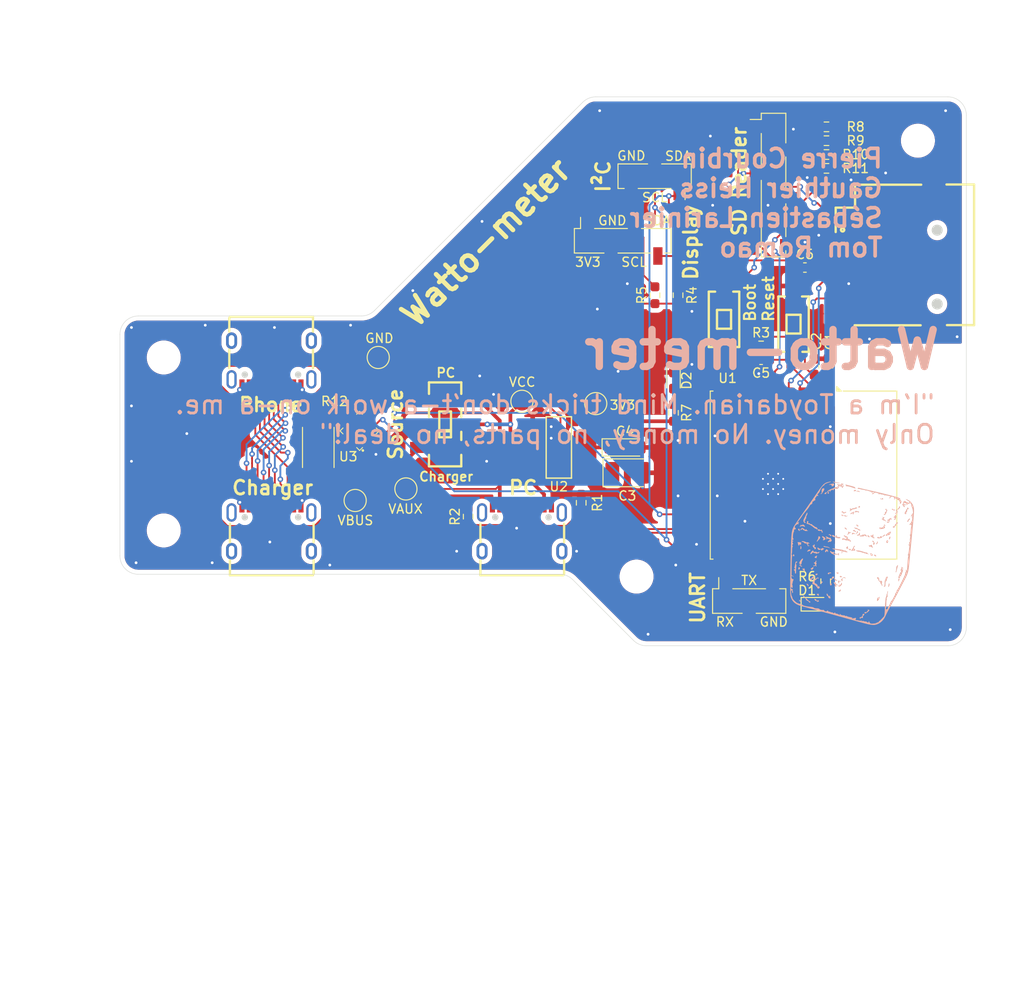
<source format=kicad_pcb>
(kicad_pcb (version 20241229) (generator "pcbnew") (generator_version "9.0")
  (layers (0 "F.Cu" signal) (2 "B.Cu" signal) (13 "F.Paste" user) (15 "B.Paste" user) (5 "F.SilkS" user "F.Silkscreen") (7 "B.SilkS" user "B.Silkscreen") (1 "F.Mask" user) (3 "B.Mask" user) (25 "Edge.Cuts" user))
  (net 0 "")
  (net 1 "GND")
  (net 2 "+3V3")
  (net 3 "VCC")
  (net 5 "SCK")
  (net 6 "SS")
  (net 8 "MOSI")
  (net 14 "MISO")
  (net 15 "Net-(D1-A)")
  (net 16 "Net-(D2-A)")
  (net 17 "Net-(J1-Pin_2)")
  (net 18 "Net-(J1-Pin_1)")
  (net 19 "SDA")
  (net 20 "SCL")
  (net 21 "Net-(USB3-CC2)")
  (net 22 "Net-(USB3-CC1)")
  (net 23 "Net-(U1-IO0)")
  (net 24 "AUXBUS")
  (net 27 "D+")
  (net 28 "D-")
  (net 30 "Net-(U1-IO9)")
  (net 31 "Net-(USB1-SBU2)")
  (net 32 "Net-(USB1-CC1)")
  (net 33 "Net-(USB1-DN1)")
  (net 35 "Net-(USB1-CC2)")
  (net 36 "Net-(USB1-DN2)")
  (net 37 "Net-(USB1-DP1)")
  (net 39 "Net-(USB1-SBU1)")
  (net 41 "Net-(USB1-DP2)")
  (net 53 "Net-(U1-EN)")
  (net 54 "PWR_IN")
  (net 55 "PWR_OUT")
  (footprint "MountingHole:MountingHole_3.2mm_M3" (layer "F.Cu") (at 233.75 91.5)
    (property "Reference" "H2" (hide yes))
    (property "Value" "MountingHole")
  )
  (footprint "Resistor_SMD:R_0603_1608Metric_Pad0.98x0.95mm_HandSolder" (layer "F.Cu") (at 215.5 85 90)
    (property "Reference" "R2")
    (property "Value" "5.1k")
  )
  (footprint "LocalLib:SW-SMD_HOOYA_MS-22D17AG2.5-B" (layer "F.Cu") (at 213 75 90)
    (property "Reference" "SW1" (hide yes))
    (property "Value" "~")
  )
  (footprint "LocalLib:USB-C-SMD_TYPE-C-6PIN-2MD-073" (layer "F.Cu") (at 194.175 86.375)
    (property "Reference" "USB1" (hide yes))
    (property "Value" "~")
    (fp_poly (pts (xy -2.542994 -1.350684) (xy -2.566642 -1.438939) (xy -2.612326 -1.518067) (xy -2.676933 -1.582674) (xy -2.756061 -1.628358) (xy -2.844316 -1.652006) (xy -2.935684 -1.652006) (xy -3.023939 -1.628358) (xy -3.103067 -1.582674) (xy -3.167674 -1.518067) (xy -3.213358 -1.438939) (xy -3.237006 -1.350684) (xy -3.237006 -1.259316) (xy -3.213358 -1.171061) (xy -3.167674 -1.091933) (xy -3.103067 -1.027326) (xy -3.023939 -0.981642) (xy -2.935684 -0.957994) (xy -2.844316 -0.957994) (xy -2.756061 -0.981642) (xy -2.676933 -1.027326) (xy -2.612326 -1.091933) (xy -2.566642 -1.171061) (xy -2.542994 -1.259316)) (fill yes) (layer "Edge.Cuts"))
    (fp_poly (pts (xy 3.237006 -1.350684) (xy 3.213358 -1.438939) (xy 3.167674 -1.518067) (xy 3.103067 -1.582674) (xy 3.023939 -1.628358) (xy 2.935684 -1.652006) (xy 2.844316 -1.652006) (xy 2.756061 -1.628358) (xy 2.676933 -1.582674) (xy 2.612326 -1.518067) (xy 2.566642 -1.438939) (xy 2.542994 -1.350684) (xy 2.542994 -1.259316) (xy 2.566642 -1.171061) (xy 2.612326 -1.091933) (xy 2.676933 -1.027326) (xy 2.756061 -0.981642) (xy 2.844316 -0.957994) (xy 2.935684 -0.957994) (xy 3.023939 -0.981642) (xy 3.103067 -1.027326) (xy 3.167674 -1.091933) (xy 3.213358 -1.171061) (xy 3.237006 -1.259316)) (fill yes) (layer "Edge.Cuts"))
  )
  (footprint "Resistor_SMD:R_0603_1608Metric_Pad0.98x0.95mm_HandSolder" (layer "F.Cu") (at 247.25 66.5)
    (property "Reference" "R3")
    (property "Value" "10k")
  )
  (footprint "Resistor_SMD:R_2512_6332Metric_Pad1.40x3.35mm_HandSolder" (layer "F.Cu") (at 199.25 77.5 90)
    (property "Reference" "R12")
    (property "Value" "2m")
  )
  (footprint "MountingHole:MountingHole_3.2mm_M3" (layer "F.Cu") (at 264.25 44.25)
    (property "Reference" "H4" (hide yes))
    (property "Value" "MountingHole")
  )
  (footprint "Capacitor_SMD:C_0603_1608Metric_Pad1.08x0.95mm_HandSolder" (layer "F.Cu") (at 247.25 68 180)
    (property "Reference" "C5")
    (property "Value" "1uF")
  )
  (footprint "Resistor_SMD:R_0603_1608Metric_Pad0.98x0.95mm_HandSolder" (layer "F.Cu") (at 238.25 61 90)
    (property "Reference" "R4")
    (property "Value" "10k")
  )
  (footprint "Connector_PinSocket_2.54mm:PinSocket_1x03_P2.54mm_Vertical_SMD_Pin1Right" (layer "F.Cu") (at 235.71 48.1 -90)
    (property "Reference" "J3" (hide yes))
    (property "Value" "I2C")
  )
  (footprint "LED_SMD:LED_0603_1608Metric_Pad1.05x0.95mm_HandSolder" (layer "F.Cu") (at 253.25 94.5)
    (property "Reference" "D1")
    (property "Value" "LED")
  )
  (footprint "Resistor_SMD:R_0603_1608Metric_Pad0.98x0.95mm_HandSolder" (layer "F.Cu") (at 254.3375 45.75)
    (property "Reference" "R10")
    (property "Value" "DNP")
  )
  (footprint "LED_SMD:LED_0603_1608Metric_Pad1.05x0.95mm_HandSolder" (layer "F.Cu") (at 237.75 70.25 -90)
    (property "Reference" "D2")
    (property "Value" "LED")
  )
  (footprint "Connector_PinSocket_2.54mm:PinSocket_1x04_P2.54mm_Vertical_SMD_Pin1Right" (layer "F.Cu") (at 232.25 55.1 90)
    (property "Reference" "J4" (hide yes))
    (property "Value" "Conn_01x04")
  )
  (footprint "Connector_PinSocket_2.54mm:PinSocket_1x06_P2.54mm_Vertical_SMD_Pin1Left" (layer "F.Cu") (at 248.6 49.06)
    (property "Reference" "J2" (hide yes))
    (property "Value" "Micro SD")
  )
  (footprint "LocalLib:USB-C-SMD_TYPE-C-6PIN-2MD-073" (layer "F.Cu") (at 221.325 86.375)
    (property "Reference" "USB3" (hide yes))
    (property "Value" "~")
    (fp_poly (pts (xy -2.542994 -1.350684) (xy -2.566642 -1.438939) (xy -2.612326 -1.518067) (xy -2.676933 -1.582674) (xy -2.756061 -1.628358) (xy -2.844316 -1.652006) (xy -2.935684 -1.652006) (xy -3.023939 -1.628358) (xy -3.103067 -1.582674) (xy -3.167674 -1.518067) (xy -3.213358 -1.438939) (xy -3.237006 -1.350684) (xy -3.237006 -1.259316) (xy -3.213358 -1.171061) (xy -3.167674 -1.091933) (xy -3.103067 -1.027326) (xy -3.023939 -0.981642) (xy -2.935684 -0.957994) (xy -2.844316 -0.957994) (xy -2.756061 -0.981642) (xy -2.676933 -1.027326) (xy -2.612326 -1.091933) (xy -2.566642 -1.171061) (xy -2.542994 -1.259316)) (fill yes) (layer "Edge.Cuts"))
    (fp_poly (pts (xy 3.237006 -1.350684) (xy 3.213358 -1.438939) (xy 3.167674 -1.518067) (xy 3.103067 -1.582674) (xy 3.023939 -1.628358) (xy 2.935684 -1.652006) (xy 2.844316 -1.652006) (xy 2.756061 -1.628358) (xy 2.676933 -1.582674) (xy 2.612326 -1.518067) (xy 2.566642 -1.438939) (xy 2.542994 -1.350684) (xy 2.542994 -1.259316) (xy 2.566642 -1.171061) (xy 2.612326 -1.091933) (xy 2.676933 -1.027326) (xy 2.756061 -0.981642) (xy 2.844316 -0.957994) (xy 2.935684 -0.957994) (xy 3.023939 -0.981642) (xy 3.103067 -1.027326) (xy 3.167674 -1.091933) (xy 3.213358 -1.171061) (xy 3.237006 -1.259316)) (fill yes) (layer "Edge.Cuts"))
  )
  (footprint "TestPoint:TestPoint_Pad_D2.0mm" (layer "F.Cu") (at 221.325 72.5)
    (property "Reference" "TP2" (hide yes))
    (property "Value" "TestPoint")
  )
  (footprint "Resistor_SMD:R_0603_1608Metric_Pad0.98x0.95mm_HandSolder" (layer "F.Cu") (at 254.25 92 90)
    (property "Reference" "R6")
    (property "Value" "1k")
  )
  (footprint "Resistor_SMD:R_0603_1608Metric_Pad0.98x0.95mm_HandSolder" (layer "F.Cu") (at 227.75 83.5 90)
    (property "Reference" "R1")
    (property "Value" "5.1k")
  )
  (footprint "Capacitor_SMD:C_0603_1608Metric_Pad1.08x0.95mm_HandSolder" (layer "F.Cu") (at 252 58)
    (property "Reference" "C6")
    (property "Value" "10uF")
  )
  (footprint "RF_Module:ESP32-C3-WROOM-02" (layer "F.Cu") (at 248.75 80.5 -90)
    (property "Reference" "U1")
    (property "Value" "ESP32-C3-WROOM-02")
  )
  (footprint "Capacitor_Tantalum_SMD:CP_EIA-3528-21_Kemet-B_Pad1.50x2.35mm_HandSolder" (layer "F.Cu") (at 232.75 80.25)
    (property "Reference" "C3")
    (property "Value" "10uF")
  )
  (footprint "MountingHole:MountingHole_3.2mm_M3" (layer "F.Cu") (at 182.5 67.75)
    (property "Reference" "H1" (hide yes))
    (property "Value" "MountingHole")
  )
  (footprint "Capacitor_Tantalum_SMD:CP_EIA-3216-18_Kemet-A_Pad1.58x1.35mm_HandSolder" (layer "F.Cu") (at 232.5 77.5)
    (property "Reference" "C4")
    (property "Value" "22uF")
  )
  (footprint "LocalLib:TF-SMD_TF-PUSH" (layer "F.Cu") (at 260.636501 57 90)
    (property "Reference" "CARD1" (hide yes))
    (property "Value" "~")
    (fp_poly (pts (xy 3.644867 5.621684) (xy 3.604328 5.47039) (xy 3.526012 5.334743) (xy 3.415257 5.223988) (xy 3.27961 5.145672) (xy 3.128316 5.105133) (xy 2.971684 5.105133) (xy 2.820389 5.145672) (xy 2.684743 5.223988) (xy 2.573987 5.334743) (xy 2.495672 5.470389) (xy 2.455133 5.621684) (xy 2.455133 5.778316) (xy 2.495672 5.92961) (xy 2.573988 6.065257) (xy 2.684743 6.176012) (xy 2.82039 6.254328) (xy 2.971684 6.294867) (xy 3.128316 6.294868) (xy 3.27961 6.254328) (xy 3.415256 6.176012) (xy 3.526012 6.065256) (xy 3.604328 5.92961) (xy 3.644867 5.778316)) (fill yes) (layer "Edge.Cuts"))
    (fp_poly (pts (xy -4.355133 5.621684) (xy -4.395672 5.470389) (xy -4.473988 5.334743) (xy -4.584743 5.223988) (xy -4.72039 5.145672) (xy -4.871684 5.105133) (xy -5.028316 5.105133) (xy -5.17961 5.145672) (xy -5.315257 5.223988) (xy -5.426012 5.334743) (xy -5.504328 5.47039) (xy -5.544867 5.621684) (xy -5.544867 5.778315) (xy -5.504328 5.92961) (xy -5.426012 6.065256) (xy -5.315257 6.176012) (xy -5.17961 6.254328) (xy -5.028316 6.294867) (xy -4.871684 6.294867) (xy -4.72039 6.254328) (xy -4.584743 6.176012) (xy -4.473988 6.065257) (xy -4.395672 5.92961) (xy -4.355134 5.778316)) (fill yes) (layer "Edge.Cuts"))
  )
  (footprint "TestPoint:TestPoint_Pad_D2.0mm" (layer "F.Cu") (at 203.25 83.25)
    (property "Reference" "TP4" (hide yes))
    (property "Value" "TestPoint")
  )
  (footprint "Resistor_SMD:R_0603_1608Metric_Pad0.98x0.95mm_HandSolder" (layer "F.Cu") (at 235.75 61 90)
    (property "Reference" "R5")
    (property "Value" "10k")
  )
  (footprint "TestPoint:TestPoint_Pad_D2.0mm" (layer "F.Cu") (at 205.75 67.75)
    (property "Reference" "TP3" (hide yes))
    (property "Value" "TestPoint")
  )
  (footprint "TestPoint:TestPoint_Pad_D2.0mm" (layer "F.Cu") (at 229.325 72.75)
    (property "Reference" "TP1" (hide yes))
    (property "Value" "TestPoint")
  )
  (footprint "MountingHole:MountingHole_3.2mm_M3" (layer "F.Cu") (at 182.5 86.5)
    (property "Reference" "H3" (hide yes))
    (property "Value" "MountingHole")
  )
  (footprint "TestPoint:TestPoint_Pad_D2.0mm" (layer "F.Cu") (at 208.75 82)
    (property "Reference" "TP5" (hide yes))
    (property "Value" "TestPoint")
  )
  (footprint "Resistor_SMD:R_0603_1608Metric_Pad0.98x0.95mm_HandSolder" (layer "F.Cu") (at 254.3375 47.25)
    (property "Reference" "R11")
    (property "Value" "DNP")
  )
  (footprint "LocalLib:SOT-223-4_L6.5-W3.5-P2.30-LS7.0-BR" (layer "F.Cu") (at 225.325 77.5 180)
    (property "Reference" "U2")
    (property "Value" "~")
  )
  (footprint "LocalLib:VQFN-16_L3.0-W3.0-P0.50-TL-EP" (layer "F.Cu") (at 203.730428 75.709619 135)
    (property "Reference" "U3")
    (property "Value" "~")
  )
  (footprint "LocalLib:USB-C-SMD_TYPE-C-6PIN-2MD-073" (layer "F.Cu") (at 194.175 68.302 180)
    (property "Reference" "USB2" (hide yes))
    (property "Value" "~")
    (fp_poly (pts (xy 3.237006 -1.350684) (xy 3.213358 -1.438939) (xy 3.167674 -1.518067) (xy 3.103067 -1.582674) (xy 3.023939 -1.628358) (xy 2.935684 -1.652007) (xy 2.844316 -1.652007) (xy 2.75606 -1.628358) (xy 2.676933 -1.582674) (xy 2.612326 -1.518067) (xy 2.566641 -1.438939) (xy 2.542994 -1.350684) (xy 2.542994 -1.259316) (xy 2.566642 -1.171061) (xy 2.612326 -1.091933) (xy 2.676933 -1.027326) (xy 2.756061 -0.981642) (xy 2.844316 -0.957994) (xy 2.935684 -0.957994) (xy 3.023939 -0.981642) (xy 3.103067 -1.027326) (xy 3.167674 -1.091933) (xy 3.213358 -1.171061) (xy 3.237006 -1.259316)) (fill yes) (layer "Edge.Cuts"))
    (fp_poly (pts (xy -2.542994 -1.350684) (xy -2.566641 -1.438939) (xy -2.612326 -1.518067) (xy -2.676933 -1.582674) (xy -2.75606 -1.628358) (xy -2.844316 -1.652007) (xy -2.935684 -1.652007) (xy -3.023939 -1.628358) (xy -3.103067 -1.582674) (xy -3.167674 -1.518067) (xy -3.213358 -1.438939) (xy -3.237006 -1.350684) (xy -3.237006 -1.259316) (xy -3.213358 -1.171061) (xy -3.167674 -1.091933) (xy -3.103067 -1.027326) (xy -3.023939 -0.981642) (xy -2.935684 -0.957994) (xy -2.844316 -0.957994) (xy -2.756061 -0.981642) (xy -2.676933 -1.027326) (xy -2.612326 -1.091933) (xy -2.566642 -1.171061) (xy -2.542994 -1.259316)) (fill yes) (layer "Edge.Cuts"))
  )
  (footprint "Resistor_SMD:R_0603_1608Metric_Pad0.98x0.95mm_HandSolder" (layer "F.Cu") (at 254.3375 44.25)
    (property "Reference" "R9")
    (property "Value" "DNP")
  )
  (footprint "Capacitor_SMD:C_0603_1608Metric_Pad1.08x0.95mm_HandSolder" (layer "F.Cu") (at 254.5 68.75 90)
    (property "Reference" "C1")
    (property "Value" "100nF")
  )
  (footprint "Connector_PinSocket_2.54mm:PinSocket_1x03_P2.54mm_Vertical_SMD_Pin1Right" (layer "F.Cu") (at 245.96 94.15 90)
    (property "Reference" "J1" (hide yes))
    (property "Value" "UART")
  )
  (footprint "Resistor_SMD:R_0603_1608Metric_Pad0.98x0.95mm_HandSolder" (layer "F.Cu") (at 254.3375 42.75)
    (property "Reference" "R8")
    (property "Value" "DNP")
  )
  (footprint "LocalLib:SW-SMD_L6.0-W3.3-LS8.0" (layer "F.Cu") (at 243.25 63.75 -90)
    (property "Reference" "SW3" (hide yes))
    (property "Value" "BOOT")
  )
  (footprint "LocalLib:SW-SMD_L6.0-W3.3-LS8.0" (layer "F.Cu") (at 250.75 64 90)
    (property "Reference" "SW2" (hide yes))
    (property "Value" "RESET")
  )
  (footprint "Resistor_SMD:R_0603_1608Metric_Pad0.98x0.95mm_HandSolder" (layer "F.Cu") (at 237.75 73.75 -90)
    (property "Reference" "R7")
    (property "Value" "1k")
  )
  (footprint "Capacitor_SMD:C_0603_1608Metric_Pad1.08x0.95mm_HandSolder" (layer "F.Cu") (at 253 68.75 90)
    (property "Reference" "C2")
    (property "Value" "10uF")
  )
  (gr_poly (pts (xy 261.312276 85.148934) (xy 261.319673 85.150706) (xy 261.326687 85.153364) (xy 261.333314 85.156906) (xy 261.339548 85.161329) (xy 261.345385 85.166629) (xy 261.35082 85.172805) (xy 261.355848 85.179852) (xy 261.360464 85.187769) (xy 261.364664 85.196552) (xy 261.368442 85.206198) (xy 261.371794 85.216705) (xy 261.374714 85.228069) (xy 261.377199 85.240288) (xy 261.379242 85.253358) (xy 261.38084 85.267277) (xy 261.381988 85.282043) (xy 261.38268 85.297651) (xy 261.382911 85.314099) (xy 261.382785 85.324393) (xy 261.382395 85.333446) (xy 261.382096 85.337508) (xy 261.381725 85.34126) (xy 261.381281 85.344701) (xy 261.380762 85.347833) (xy 261.380164 85.350654) (xy 261.379488 85.353166) (xy 261.37873 85.355367) (xy 261.377888 85.357259) (xy 261.376962 85.35884) (xy 261.375948 85.360111) (xy 261.374845 85.361072) (xy 261.373651 85.361723) (xy 261.372364 85.362065) (xy 261.370982 85.362096) (xy 261.369503 85.361817) (xy 261.367925 85.361227) (xy 261.366247 85.360328) (xy 261.364465 85.359119) (xy 261.362579 85.3576) (xy 261.360587 85.35577) (xy 261.358486 85.353631) (xy 261.356274 85.351182) (xy 261.353951 85.348422) (xy 261.351512 85.345353) (xy 261.346285 85.338283) (xy 261.340577 85.329974) (xy 261.334535 85.321583) (xy 261.328325 85.314259) (xy 261.321968 85.307981) (xy 261.315483 85.30273) (xy 261.30889 85.298486) (xy 261.302208 85.295231) (xy 261.295456 85.292945) (xy 261.288653 85.291609) (xy 261.281819 85.291203) (xy 261.274974 85.291707) (xy 261.268137 85.293103) (xy 261.261327 85.295371) (xy 261.254563 85.298492) (xy 261.247865 85.302445) (xy 261.241252 85.307213) (xy 261.234744 85.312776) (xy 261.22836 85.319113) (xy 261.22212 85.326206) (xy 261.216042 85.334036) (xy 261.210146 85.342583) (xy 261.204452 85.351827) (xy 261.198979 85.361749) (xy 261.188773 85.383552) (xy 261.179683 85.407834) (xy 261.171865 85.434442) (xy 261.165472 85.463221) (xy 261.160661 85.494015) (xy 261.158362 85.514113) (xy 261.155411 85.532762) (xy 261.151778 85.55) (xy 261.149696 85.558102) (xy 261.147432 85.565866) (xy 261.144982 85.573297) (xy 261.142342 85.580399) (xy 261.139508 85.587177) (xy 261.136477 85.593637) (xy 261.133244 85.599783) (xy 261.129806 85.605619) (xy 261.126158 85.611152) (xy 261.122297 85.616385) (xy 261.118219 85.621323) (xy 261.11392 85.625972) (xy 261.109397 85.630336) (xy 261.104644 85.63442) (xy 261.09966 85.638229) (xy 261.094438 85.641767) (xy 261.088977 85.64504) (xy 261.083271 85.648052) (xy 261.077317 85.650808) (xy 261.071112 85.653314) (xy 261.06465 85.655573) (xy 261.057929 85.657591) (xy 261.050944 85.659373) (xy 261.043692 85.660923) (xy 261.036169 85.662247) (xy 261.02837 85.663348) (xy 261.022433 85.664232) (xy 261.016534 85.664904) (xy 261.010676 85.665365) (xy 261.004868 85.665622) (xy 260.999113 85.665677) (xy 260.993419 85.665534) (xy 260.98779 85.665198) (xy 260.982233 85.664671) (xy 260.976754 85.663959) (xy 260.971358 85.663064) (xy 260.966051 85.661991) (xy 260.960839 85.660744) (xy 260.955728 85.659326) (xy 260.950723 85.657742) (xy 260.945831 85.655994) (xy 260.941057 85.654088) (xy 260.936407 85.652027) (xy 260.931887 85.649815) (xy 260.927503 85.647455) (xy 260.92326 85.644952) (xy 260.919164 85.642309) (xy 260.915222 85.639531) (xy 260.911438 85.636621) (xy 260.907819 85.633583) (xy 260.904371 85.630421) (xy 260.901099 85.627139) (xy 260.898009 85.623741) (xy 260.895107 85.62023) (xy 260.892399 85.616611) (xy 260.88989 85.612887) (xy 260.887587 85.609062) (xy 260.885495 85.60514) (xy 260.882031 85.59385) (xy 260.879614 85.583777) (xy 260.878297 85.574898) (xy 260.878069 85.570899) (xy 260.878136 85.567189) (xy 260.878505 85.563767) (xy 260.879183 85.560628) (xy 260.880178 85.55777) (xy 260.881495 85.55519) (xy 260.883141 85.552885) (xy 260.885124 85.550853) (xy 260.887449 85.54909) (xy 260.890125 85.547593) (xy 260.893157 85.54636) (xy 260.896552 85.545388) (xy 260.900317 85.544673) (xy 260.90446 85.544214) (xy 260.908986 85.544006) (xy 260.913902 85.544047) (xy 260.924934 85.544865) (xy 260.937609 85.546643) (xy 260.951981 85.54936) (xy 260.968106 85.552992) (xy 260.986036 85.557515) (xy 260.99973 85.560242) (xy 261.01299 85.562465) (xy 261.025755 85.564177) (xy 261.037961 85.56537) (xy 261.043835 85.565769) (xy 261.049546 85.566035) (xy 261.055087 85.566168) (xy 261.06045 85.566166) (xy 261.065627 85.566028) (xy 261.07061 85.565754) (xy 261.075391 85.565342) (xy 261.079963 85.564791) (xy 261.084318 85.564101) (xy 261.088448 85.563271) (xy 261.092346 85.562299) (xy 261.096003 85.561184) (xy 261.099413 85.559926) (xy 261.102566 85.558524) (xy 261.105456 85.556977) (xy 261.108075 85.555283) (xy 261.110415 85.553442) (xy 261.112467 85.551452) (xy 261.114226 85.549314) (xy 261.115682 85.547025) (xy 261.116828 85.544585) (xy 261.117656 85.541993) (xy 261.118158 85.539248) (xy 261.118327 85.536348) (xy 261.118174 85.533838) (xy 261.117718 85.531271) (xy 261.116967 85.528654) (xy 261.11593 85.525992) (xy 261.113026 85.520559) (xy 261.109067 85.515016) (xy 261.104117 85.509412) (xy 261.098236 85.503792) (xy 261.091487 85.498203) (xy 261.083932 85.492692) (xy 261.075633 85.487305) (xy 261.066651 85.482088) (xy 261.05705 85.477088) (xy 261.04689 85.472352) (xy 261.036235 85.467926) (xy 261.025145 85.463857) (xy 261.013683 85.46019) (xy 261.001911 85.456973) (xy 260.99278 85.454311) (xy 260.984239 85.451306) (xy 260.97629 85.447984) (xy 260.968932 85.444375) (xy 260.962167 85.440506) (xy 260.955996 85.436405) (xy 260.95042 85.432101) (xy 260.94544 85.427621) (xy 260.941056 85.422994) (xy 260.937271 85.418248) (xy 260.934084 85.413411) (xy 260.931498 85.408511) (xy 260.929511 85.403576) (xy 260.928127 85.398635) (xy 260.927345 85.393714) (xy 260.927167 85.388843) (xy 260.927594 85.38405) (xy 260.928626 85.379362) (xy 260.930264 85.374808) (xy 260.93251 85.370416) (xy 260.935365 85.366213) (xy 260.938829 85.362229) (xy 260.942904 85.358491) (xy 260.94759 85.355026) (xy 260.952888 85.351865) (xy 260.958799 85.349033) (xy 260.965325 85.34656) (xy 260.972466 85.344474) (xy 260.980224 85.342803) (xy 260.988598 85.341574) (xy 260.997591 85.340816) (xy 261.007203 85.340557) (xy 261.010847 85.339946) (xy 261.015771 85.338149) (xy 261.021888 85.33522) (xy 261.029114 85.331214) (xy 261.037362 85.326185) (xy 261.046549 85.320186) (xy 261.067395 85.3055) (xy 261.09097 85.287589) (xy 261.116591 85.266887) (xy 261.143577 85.243829) (xy 261.171244 85.218849) (xy 261.18349 85.207903) (xy 261.195422 85.197885) (xy 261.207034 85.188791) (xy 261.218321 85.180618) (xy 261.229279 85.173364) (xy 261.239903 85.167026) (xy 261.250187 85.161601) (xy 261.260128 85.157085) (xy 261.269719 85.153476) (xy 261.278958 85.150771) (xy 261.287837 85.148968) (xy 261.296353 85.148062) (xy 261.304501 85.148052)) (stroke (width -0.000001)) (fill yes) (layer "B.SilkS"))
  (gr_poly (pts (xy 256.225309 91.558479) (xy 256.232593 91.559107) (xy 256.240066 91.560131) (xy 256.2477 91.561531) (xy 256.255466 91.563287) (xy 256.263335 91.565381) (xy 256.271277 91.567792) (xy 256.279264 91.570502) (xy 256.287267 91.573491) (xy 256.295255 91.576739) (xy 256.311076 91.583938) (xy 256.326494 91.591942) (xy 256.341276 91.600598) (xy 256.35519 91.60975) (xy 256.361748 91.614464) (xy 256.368003 91.619243) (xy 256.373924 91.624069) (xy 256.379483 91.628922) (xy 256.38465 91.633783) (xy 256.389397 91.638632) (xy 256.393694 91.643451) (xy 256.397513 91.648218) (xy 256.400823 91.652916) (xy 256.403597 91.657525) (xy 256.405806 91.662026) (xy 256.407419 91.666398) (xy 256.408408 91.670624) (xy 256.408744 91.674682) (xy 256.408652 91.677566) (xy 256.408378 91.680262) (xy 256.407925 91.68277) (xy 256.407297 91.68509) (xy 256.4065 91.687219) (xy 256.405535 91.689158) (xy 256.404408 91.690905) (xy 256.403122 91.692459) (xy 256.401681 91.693819) (xy 256.400089 91.694984) (xy 256.398349 91.695954) (xy 256.396466 91.696727) (xy 256.394444 91.697302) (xy 256.392286 91.697679) (xy 256.389996 91.697856) (xy 256.387578 91.697833) (xy 256.385036 91.697608) (xy 256.382374 91.69718) (xy 256.379596 91.696549) (xy 256.376705 91.695714) (xy 256.373706 91.694673) (xy 256.370602 91.693426) (xy 256.364096 91.690309) (xy 256.357218 91.686354) (xy 256.349999 91.681555) (xy 256.342469 91.675903) (xy 256.334661 91.66939) (xy 256.322608 91.660145) (xy 256.310296 91.652226) (xy 256.297774 91.645598) (xy 256.285093 91.640224) (xy 256.272304 91.636067) (xy 256.259456 91.633091) (xy 256.246601 91.631257) (xy 256.233789 91.63053) (xy 256.221069 91.630873) (xy 256.208493 91.632248) (xy 256.196111 91.63462) (xy 256.183972 91.637951) (xy 256.172129 91.642204) (xy 256.16063 91.647343) (xy 256.149527 91.653331) (xy 256.138869 91.66013) (xy 256.128708 91.667705) (xy 256.119093 91.676018) (xy 256.110075 91.685033) (xy 256.101704 91.694712) (xy 256.09403 91.70502) (xy 256.087105 91.715918) (xy 256.080978 91.72737) (xy 256.0757 91.73934) (xy 256.071321 91.751791) (xy 256.067892 91.764685) (xy 256.065463 91.777986) (xy 256.064084 91.791657) (xy 256.063805 91.805662) (xy 256.064678 91.819963) (xy 256.066752 91.834524) (xy 256.070078 91.849308) (xy 256.074539 91.868234) (xy 256.077985 91.885378) (xy 256.079319 91.893305) (xy 256.080391 91.900816) (xy 256.081198 91.90792) (xy 256.081736 91.914626) (xy 256.082003 91.920945) (xy 256.081996 91.926887) (xy 256.081712 91.932459) (xy 256.081147 91.937674) (xy 256.0803 91.94254) (xy 256.079167 91.947066) (xy 256.077745 91.951263) (xy 256.076031 91.955141) (xy 256.074023 91.958708) (xy 256.071717 91.961975) (xy 256.069112 91.964951) (xy 256.066202 91.967646) (xy 256.062987 91.97007) (xy 256.059462 91.972233) (xy 256.055626 91.974143) (xy 256.051475 91.975811) (xy 256.047005 91.977247) (xy 256.042216 91.97846) (xy 256.037102 91.979459) (xy 256.031662 91.980255) (xy 256.025892 91.980858) (xy 256.019791 91.981276) (xy 256.006578 91.981599) (xy 255.991632 91.98147) (xy 255.978539 91.981062) (xy 255.96729 91.980343) (xy 255.962355 91.979858) (xy 255.957878 91.979284) (xy 255.953859 91.978616) (xy 255.950296 91.977852) (xy 255.947188 91.976987) (xy 255.944535 91.976018) (xy 255.942335 91.974939) (xy 255.940588 91.973749) (xy 255.939293 91.972442) (xy 255.938448 91.971015) (xy 255.938052 91.969464) (xy 255.938105 91.967785) (xy 255.938606 91.965975) (xy 255.939553 91.964028) (xy 255.940946 91.961942) (xy 255.942784 91.959713) (xy 255.945066 91.957337) (xy 255.94779 91.954809) (xy 255.950957 91.952126) (xy 255.954564 91.949285) (xy 255.963097 91.943109) (xy 255.973382 91.936252) (xy 255.985411 91.928682) (xy 255.996566 91.921111) (xy 256.006195 91.914254) (xy 256.014258 91.908078) (xy 256.020716 91.902554) (xy 256.023331 91.900027) (xy 256.025531 91.89765) (xy 256.02731 91.895421) (xy 256.028664 91.893335) (xy 256.029587 91.891389) (xy 256.030076 91.889578) (xy 256.030125 91.887899) (xy 256.029728 91.886349) (xy 256.028883 91.884922) (xy 256.027583 91.883615) (xy 256.025823 91.882424) (xy 256.0236 91.881346) (xy 256.020907 91.880377) (xy 256.017741 91.879512) (xy 256.014096 91.878748) (xy 256.009967 91.87808) (xy 256.000241 91.877021) (xy 255.988522 91.876303) (xy 255.974772 91.875894) (xy 255.958953 91.875765) (xy 255.943215 91.874564) (xy 255.929787 91.872851) (xy 255.918746 91.870486) (xy 255.914145 91.869017) (xy 255.91017 91.867332) (xy 255.906831 91.865414) (xy 255.904137 91.863247) (xy 255.902098 91.860812) (xy 255.900724 91.858092) (xy 255.900024 91.85507) (xy 255.900008 91.851728) (xy 255.900686 91.848049) (xy 255.902068 91.844015) (xy 255.904162 91.83961) (xy 255.906979 91.834814) (xy 255.910529 91.829612) (xy 255.914821 91.823986) (xy 255.925671 91.81139) (xy 255.939605 91.796887) (xy 255.956702 91.780337) (xy 255.97704 91.761602) (xy 256.000694 91.740541) (xy 256.027744 91.717015) (xy 256.062843 91.684366) (xy 256.096205 91.654259) (xy 256.127087 91.627253) (xy 256.154744 91.603906) (xy 256.167131 91.593778) (xy 256.178433 91.584775) (xy 256.188556 91.576965) (xy 256.197409 91.570419) (xy 256.204897 91.565206) (xy 256.210927 91.561396) (xy 256.215408 91.559059) (xy 256.217038 91.558465) (xy 256.218245 91.558265)) (stroke (width -0.000001)) (fill yes) (layer "B.SilkS"))
  (gr_poly (pts (xy 261.915023 84.202941) (xy 261.917905 84.203216) (xy 261.92072 84.203668) (xy 261.923468 84.204296) (xy 261.926145 84.205093) (xy 261.928751 84.206058) (xy 261.931284 84.207185) (xy 261.933741 84.208471) (xy 261.93612 84.209912) (xy 261.93842 84.211504) (xy 261.940638 84.213244) (xy 261.942774 84.215127) (xy 261.944824 84.217149) (xy 261.946786 84.219307) (xy 261.94866 84.221597) (xy 261.950442 84.224015) (xy 261.953726 84.229219) (xy 261.956623 84.234888) (xy 261.959116 84.240991) (xy 261.961191 84.247497) (xy 261.962832 84.254375) (xy 261.964023 84.261594) (xy 261.964749 84.269123) (xy 261.964995 84.276932) (xy 261.965056 84.2809) (xy 261.96524 84.284862) (xy 261.965544 84.288812) (xy 261.965966 84.292745) (xy 261.966505 84.296654) (xy 261.967157 84.300535) (xy 261.967922 84.304381) (xy 261.968798 84.308186) (xy 261.969782 84.311944) (xy 261.970873 84.31565) (xy 261.972068 84.319298) (xy 261.973366 84.322883) (xy 261.974765 84.326397) (xy 261.976263 84.329836) (xy 261.977857 84.333193) (xy 261.979547 84.336463) (xy 261.981329 84.33964) (xy 261.983203 84.342719) (xy 261.985166 84.345692) (xy 261.987216 84.348555) (xy 261.989351 84.351302) (xy 261.991569 84.353927) (xy 261.993869 84.356424) (xy 261.996248 84.358787) (xy 261.998705 84.361011) (xy 262.001238 84.363089) (xy 262.003844 84.365017) (xy 262.006522 84.366787) (xy 262.009269 84.368394) (xy 262.012085 84.369833) (xy 262.014966 84.371098) (xy 262.017911 84.372182) (xy 262.020795 84.37336) (xy 262.023492 84.374908) (xy 262.028329 84.379106) (xy 262.032422 84.384762) (xy 262.035771 84.39186) (xy 262.038375 84.400384) (xy 262.040235 84.410319) (xy 262.041352 84.421649) (xy 262.041724 84.434359) (xy 262.041352 84.448433) (xy 262.040235 84.463856) (xy 262.038375 84.480612) (xy 262.035771 84.498686) (xy 262.032422 84.518062) (xy 262.028329 84.538725) (xy 262.023492 84.560659) (xy 262.017911 84.583849) (xy 262.01003 84.608596) (xy 262.002243 84.631267) (xy 261.994517 84.651891) (xy 261.990668 84.661445) (xy 261.986823 84.6705) (xy 261.982977 84.679058) (xy 261.979128 84.687124) (xy 261.975271 84.694702) (xy 261.971402 84.701795) (xy 261.967518 84.708408) (xy 261.963615 84.714544) (xy 261.959688 84.720207) (xy 261.955734 84.725401) (xy 261.951749 84.73013) (xy 261.947729 84.734398) (xy 261.943671 84.738208) (xy 261.93957 84.741565) (xy 261.935422 84.744473) (xy 261.931224 84.746934) (xy 261.926972 84.748954) (xy 261.922661 84.750536) (xy 261.918289 84.751684) (xy 261.91385 84.752402) (xy 261.909342 84.752693) (xy 261.90476 84.752562) (xy 261.900101 84.752012) (xy 261.89536 84.751048) (xy 261.890535 84.749673) (xy 261.88562 84.74789) (xy 261.876023 84.74413) (xy 261.867074 84.739825) (xy 261.858771 84.735018) (xy 261.85111 84.729752) (xy 261.844089 84.724071) (xy 261.837704 84.71802) (xy 261.831953 84.711641) (xy 261.826832 84.704978) (xy 261.82234 84.698075) (xy 261.818472 84.690975) (xy 261.815227 84.683722) (xy 261.812601 84.67636) (xy 261.810591 84.668931) (xy 261.809194 84.661481) (xy 261.808408 84.654051) (xy 261.808229 84.646687) (xy 261.808655 84.639431) (xy 261.809682 84.632327) (xy 261.811309 84.625419) (xy 261.813531 84.618751) (xy 261.816346 84.612365) (xy 261.819752 84.606306) (xy 261.823744 84.600617) (xy 261.828321 84.595341) (xy 261.833479 84.590523) (xy 261.839216 84.586206) (xy 261.845528 84.582434) (xy 261.852412 84.579249) (xy 261.859867 84.576697) (xy 261.867888 84.57482) (xy 261.876473 84.573661) (xy 261.88562 84.573265) (xy 261.889572 84.573158) (xy 261.893487 84.572838) (xy 261.89736 84.57231) (xy 261.901184 84.571581) (xy 261.904954 84.570653) (xy 261.908664 84.569533) (xy 261.912309 84.568225) (xy 261.915881 84.566733) (xy 261.919376 84.565064) (xy 261.922788 84.563221) (xy 261.92611 84.561209) (xy 261.929338 84.559034) (xy 261.932464 84.556699) (xy 261.935485 84.554211) (xy 261.938392 84.551573) (xy 261.941182 84.548791) (xy 261.943847 84.54587) (xy 261.946383 84.542814) (xy 261.948783 84.539628) (xy 261.951042 84.536317) (xy 261.953153 84.532886) (xy 261.955111 84.529339) (xy 261.956911 84.525682) (xy 261.958545 84.52192) (xy 261.960009 84.518056) (xy 261.961297 84.514097) (xy 261.962403 84.510047) (xy 261.96332 84.50591) (xy 261.964044 84.501692) (xy 261.964568 84.497398) (xy 261.964887 84.493031) (xy 261.964995 84.488598) (xy 261.964933 84.484677) (xy 261.964752 84.480853) (xy 261.964454 84.477132) (xy 261.964044 84.473519) (xy 261.963525 84.470018) (xy 261.962902 84.466634) (xy 261.962178 84.463373) (xy 261.961357 84.460238) (xy 261.960442 84.457235) (xy 261.959439 84.454369) (xy 261.958351 84.451644) (xy 261.957181 84.449066) (xy 261.955934 84.446638) (xy 261.954613 84.444367) (xy 261.953222 84.442257) (xy 261.951765 84.440312) (xy 261.950247 84.438538) (xy 261.94867 84.436939) (xy 261.947039 84.43552) (xy 261.945357 84.434286) (xy 261.943629 84.433243) (xy 261.941859 84.432394) (xy 261.940049 84.431744) (xy 261.938205 84.431299) (xy 261.93633 84.431064) (xy 261.934428 84.431042) (xy 261.932502 84.43124) (xy 261.930557 84.431661) (xy 261.928596 84.432311) (xy 261.926624 84.433195) (xy 261.924644 84.434317) (xy 261.922661 84.435682) (xy 261.920662 84.436519) (xy 261.918636 84.437051) (xy 261.91659 84.43728) (xy 261.914527 84.437211) (xy 261.912452 84.436848) (xy 261.910371 84.436193) (xy 261.908288 84.435252) (xy 261.906207 84.434028) (xy 261.902074 84.430747) (xy 261.898011 84.42638) (xy 261.894057 84.420959) (xy 261.89025 84.414515) (xy 261.886628 84.407079) (xy 261.883232 84.398682) (xy 261.880099 84.389354) (xy 261.877268 84.379127) (xy 261.874779 84.368032) (xy 261.872669 84.3561) (xy 261.870978 84.343362) (xy 261.869744 84.329848) (xy 261.869325 84.323432) (xy 261.869057 84.317086) (xy 261.868936 84.310819) (xy 261.868959 84.304641) (xy 261.869121 84.298559) (xy 261.869419 84.292583) (xy 261.869848 84.286722) (xy 261.870406 84.280983) (xy 261.871087 84.275376) (xy 261.871889 84.26991) (xy 261.872807 84.264593) (xy 261.873837 84.259434) (xy 261.874976 84.254442) (xy 261.876219 84.249625) (xy 261.877564 84.244992) (xy 261.879005 84.240552) (xy 261.880539 84.236313) (xy 261.882162 84.232285) (xy 261.883871 84.228475) (xy 261.885661 84.224894) (xy 261.887528 84.221548) (xy 261.889469 84.218448) (xy 261.89148 84.215602) (xy 261.893557 84.213019) (xy 261.895696 84.210706) (xy 261.897893 84.208674) (xy 261.900144 84.20693) (xy 261.902446 84.205484) (xy 261.904794 84.204344) (xy 261.907184 84.203519) (xy 261.909614 84.203018) (xy 261.912078 84.202849)) (stroke (width -0.000001)) (fill yes) (layer "B.SilkS"))
  (gr_poly (pts (xy 256.021605 84.792797) (xy 256.034645 84.793842) (xy 256.048911 84.795515) (xy 256.060745 84.797744) (xy 256.072393 84.800445) (xy 256.083793 84.803596) (xy 256.094882 84.807173) (xy 256.1056 84.811154) (xy 256.115884 84.815514) (xy 256.125671 84.820231) (xy 256.13036 84.822716) (xy 256.134901 84.825281) (xy 256.139287 84.827924) (xy 256.14351 84.830641) (xy 256.147563 84.83343) (xy 256.151437 84.836288) (xy 256.155126 84.839212) (xy 256.15862 84.842198) (xy 256.161913 84.845245) (xy 256.164997 84.848349) (xy 256.167864 84.851507) (xy 256.170506 84.854717) (xy 256.172915 84.857975) (xy 256.175084 84.861279) (xy 256.177005 84.864625) (xy 256.17867 84.868011) (xy 256.180072 84.871433) (xy 256.181203 84.87489) (xy 256.183464 84.882984) (xy 256.184346 84.890406) (xy 256.183928 84.897165) (xy 256.182288 84.903271) (xy 256.179505 84.908733) (xy 256.175656 84.913562) (xy 256.170822 84.917767) (xy 256.16508 84.921358) (xy 256.158508 84.924343) (xy 256.151185 84.926734) (xy 256.14319 84.92854) (xy 256.134601 84.92977) (xy 256.125496 84.930435) (xy 256.115955 84.930543) (xy 256.106055 84.930105) (xy 256.095875 84.92913) (xy 256.074988 84.925608) (xy 256.053924 84.920055) (xy 256.043521 84.916542) (xy 256.033309 84.912549) (xy 256.023366 84.908088) (xy 256.013771 84.903167) (xy 256.004602 84.897797) (xy 255.995939 84.891987) (xy 255.987858 84.885747) (xy 255.98044 84.879086) (xy 255.973761 84.872015) (xy 255.967902 84.864542) (xy 255.962939 84.856678) (xy 255.958953 84.848432) (xy 255.956475 84.839873) (xy 255.955613 84.83587) (xy 255.955005 84.832051) (xy 255.954652 84.828413) (xy 255.954557 84.824957) (xy 255.954722 84.821681) (xy 255.955149 84.818584) (xy 255.955839 84.815665) (xy 255.956795 84.812924) (xy 255.958018 84.810359) (xy 255.959511 84.807969) (xy 255.961274 84.805754) (xy 255.963311 84.803713) (xy 255.965624 84.801843) (xy 255.968213 84.800146) (xy 255.971081 84.798618) (xy 255.974231 84.797261) (xy 255.977663 84.796072) (xy 255.98138 84.79505) (xy 255.985384 84.794196) (xy 255.989677 84.793506) (xy 255.999136 84.792622) (xy 256.009774 84.792388)) (stroke (width -0.000001)) (fill yes) (layer "B.SilkS"))
  (gr_poly (pts (xy 250.769992 89.087122) (xy 250.77292 89.087611) (xy 250.775892 89.088389) (xy 250.778907 89.089455) (xy 250.781969 89.090807) (xy 250.78508 89.092445) (xy 250.788241 89.094369) (xy 250.791454 89.096576) (xy 250.794722 89.099066) (xy 250.798046 89.101838) (xy 250.801428 89.10489) (xy 250.804869 89.108223) (xy 250.812422 89.116354) (xy 250.819216 89.124836) (xy 250.825268 89.133619) (xy 250.830594 89.14265) (xy 250.835211 89.15188) (xy 250.839135 89.161255) (xy 250.842382 89.170726) (xy 250.84497 89.18024) (xy 250.846915 89.189746) (xy 250.848232 89.199194) (xy 250.84894 89.20853) (xy 250.849053 89.217705) (xy 250.848588 89.226667) (xy 250.847563 89.235365) (xy 250.845993 89.243746) (xy 250.843895 89.25176) (xy 250.841286 89.259356) (xy 250.838181 89.266481) (xy 250.834598 89.273086) (xy 250.830553 89.279118) (xy 250.826061 89.284525) (xy 250.821141 89.289258) (xy 250.815808 89.293263) (xy 250.810078 89.296491) (xy 250.803969 89.298889) (xy 250.797496 89.300407) (xy 250.790677 89.300992) (xy 250.783527 89.300594) (xy 250.776063 89.299161) (xy 250.768302 89.296642) (xy 250.76026 89.292985) (xy 250.751953 89.28814) (xy 250.744328 89.281943) (xy 250.737339 89.275273) (xy 250.731001 89.268153) (xy 250.725329 89.260607) (xy 250.72034 89.252658) (xy 250.716048 89.244329) (xy 250.712469 89.235644) (xy 250.709619 89.226625) (xy 250.707514 89.217296) (xy 250.706167 89.20768) (xy 250.705596 89.197801) (xy 250.705816 89.187681) (xy 250.706842 89.177345) (xy 250.708689 89.166814) (xy 250.711374 89.156113) (xy 250.714911 89.145265) (xy 250.719875 89.133978) (xy 250.722361 89.128797) (xy 250.724854 89.123923) (xy 250.727354 89.119355) (xy 250.729864 89.115093) (xy 250.732385 89.111134) (xy 250.73492 89.107479) (xy 250.737471 89.104127) (xy 250.740039 89.101075) (xy 250.742626 89.098324) (xy 250.745235 89.095873) (xy 250.747867 89.09372) (xy 250.750524 89.091864) (xy 250.753208 89.090305) (xy 250.755922 89.089041) (xy 250.758666 89.088072) (xy 250.761443 89.087397) (xy 250.764255 89.087014) (xy 250.767104 89.086923)) (stroke (width -0.000001)) (fill yes) (layer "B.SilkS"))
  (gr_poly (pts (xy 252.318993 85.473289) (xy 252.329066 85.474636) (xy 252.333653 85.475662) (xy 252.337945 85.47693) (xy 252.341944 85.478443) (xy 252.345654 85.480207) (xy 252.349077 85.482227) (xy 252.352216 85.484508) (xy 252.355073 85.487054) (xy 252.357653 85.489871) (xy 252.359958 85.492962) (xy 252.36199 85.496334) (xy 252.363753 85.499991) (xy 252.36525 85.503937) (xy 252.366483 85.508178) (xy 252.367455 85.512718) (xy 252.36817 85.517563) (xy 252.368629 85.522716) (xy 252.368796 85.53397) (xy 252.367978 85.546518) (xy 252.366199 85.5604) (xy 252.363482 85.575653) (xy 252.359851 85.592318) (xy 252.355328 85.610432) (xy 252.350741 85.629352) (xy 252.346915 85.64645) (xy 252.343863 85.661766) (xy 252.342633 85.668767) (xy 252.341602 85.675337) (xy 252.340773 85.681481) (xy 252.340148 85.687203) (xy 252.339728 85.692509) (xy 252.339515 85.697403) (xy 252.339511 85.70189) (xy 252.339719 85.705975) (xy 252.34014 85.709662) (xy 252.340776 85.712958) (xy 252.341629 85.715865) (xy 252.342701 85.71839) (xy 252.343993 85.720537) (xy 252.345509 85.722311) (xy 252.346351 85.72306) (xy 252.34725 85.723717) (xy 252.348205 85.724283) (xy 252.349217 85.724759) (xy 252.351413 85.725443) (xy 252.353839 85.725773) (xy 252.356499 85.725755) (xy 252.359392 85.725392) (xy 252.362522 85.724691) (xy 252.36589 85.723655) (xy 252.369499 85.722289) (xy 252.37335 85.720599) (xy 252.377445 85.71859) (xy 252.381786 85.716265) (xy 252.385366 85.713938) (xy 252.389151 85.711916) (xy 252.393133 85.710193) (xy 252.397299 85.708762) (xy 252.40164 85.707617) (xy 252.406145 85.706754) (xy 252.410803 85.706166) (xy 252.415603 85.705847) (xy 252.420535 85.705792) (xy 252.425588 85.705994) (xy 252.436015 85.707149) (xy 252.446799 85.709265) (xy 252.457854 85.712296) (xy 252.469095 85.716195) (xy 252.480436 85.720916) (xy 252.491793 85.726412) (xy 252.503081 85.732636) (xy 252.514213 85.739543) (xy 252.525105 85.747085) (xy 252.535672 85.755217) (xy 252.545828 85.763891) (xy 252.555981 85.772566) (xy 252.566529 85.780706) (xy 252.577372 85.788273) (xy 252.588409 85.795227) (xy 252.599539 85.80153) (xy 252.610661 85.807143) (xy 252.621675 85.812028) (xy 252.632479 85.816145) (xy 252.642973 85.819457) (xy 252.653056 85.821923) (xy 252.662628 85.823505) (xy 252.667191 85.823953) (xy 252.671588 85.824166) (xy 252.675806 85.824138) (xy 252.679834 85.823865) (xy 252.683658 85.823342) (xy 252.687266 85.822564) (xy 252.690646 85.821526) (xy 252.693784 85.820224) (xy 252.696668 85.818653) (xy 252.699286 85.816807) (xy 252.702293 85.815427) (xy 252.705354 85.814261) (xy 252.708464 85.813306) (xy 252.711616 85.812559) (xy 252.714803 85.812018) (xy 252.718018 85.811679) (xy 252.721254 85.81154) (xy 252.724504 85.811598) (xy 252.727763 85.811849) (xy 252.731022 85.812292) (xy 252.734275 85.812922) (xy 252.737516 85.813737) (xy 252.740738 85.814735) (xy 252.743933 85.815911) (xy 252.747096 85.817264) (xy 252.750218 85.818791) (xy 252.753295 85.820488) (xy 252.756318 85.822353) (xy 252.75928 85.824382) (xy 252.762176 85.826573) (xy 252.764999 85.828924) (xy 252.767741 85.83143) (xy 252.770395 85.834089) (xy 252.772956 85.836898) (xy 252.775416 85.839855) (xy 252.777768 85.842956) (xy 252.780006 85.846199) (xy 252.782123 85.84958) (xy 252.784112 85.853096) (xy 252.785967 85.856746) (xy 252.78768 85.860525) (xy 252.789244 85.864432) (xy 252.790794 85.868865) (xy 252.792461 85.873231) (xy 252.794241 85.877525) (xy 252.796128 85.881743) (xy 252.800197 85.88993) (xy 252.804623 85.897753) (xy 252.809359 85.905172) (xy 252.814359 85.91215) (xy 252.819576 85.918647) (xy 252.824963 85.924625) (xy 252.830474 85.930044) (xy 252.836063 85.934867) (xy 252.838872 85.937043) (xy 252.841683 85.939054) (xy 252.84449 85.940897) (xy 252.847287 85.942567) (xy 252.850069 85.944058) (xy 252.85283 85.945367) (xy 252.855563 85.946487) (xy 252.858263 85.947414) (xy 252.860925 85.948144) (xy 252.863542 85.948671) (xy 252.866109 85.948991) (xy 252.868619 85.949099) (xy 252.874996 85.949648) (xy 252.882179 85.951259) (xy 252.890106 85.953878) (xy 252.898716 85.95745) (xy 252.907945 85.961921) (xy 252.917733 85.967237) (xy 252.928016 85.973344) (xy 252.938734 85.980187) (xy 252.949824 85.987713) (xy 252.961224 85.995866) (xy 252.972872 86.004593) (xy 252.984705 86.013839) (xy 252.996663 86.02355) (xy 253.008683 86.033672) (xy 253.020703 86.044151) (xy 253.032661 86.054932) (xy 253.044557 86.06466) (xy 253.056391 86.07397) (xy 253.068101 86.082814) (xy 253.079625 86.091147) (xy 253.0909 86.098922) (xy 253.101866 86.106092) (xy 253.11246 86.112611) (xy 253.122619 86.118432) (xy 253.132283 86.123509) (xy 253.141388 86.127796) (xy 253.149873 86.131245) (xy 253.157677 86.133811) (xy 253.161303 86.134748) (xy 253.164736 86.135447) (xy 253.167967 86.135901) (xy 253.170988 86.136105) (xy 253.173793 86.136054) (xy 253.176373 86.135741) (xy 253.17872 86.135161) (xy 253.180828 86.134307) (xy 253.182919 86.132973) (xy 253.18522 86.131943) (xy 253.187723 86.131211) (xy 253.190419 86.130772) (xy 253.193301 86.13062) (xy 253.196362 86.130749) (xy 253.199593 86.131153) (xy 253.202986 86.131827) (xy 253.210232 86.133958) (xy 253.218035 86.137097) (xy 253.226334 86.141198) (xy 253.235067 86.146213) (xy 253.244173 86.152096) (xy 253.253588 86.158801) (xy 253.263252 86.166281) (xy 253.273101 86.17449) (xy 253.283075 86.183381) (xy 253.29311 86.192908) (xy 253.303146 86.203023) (xy 253.313119 86.213682) (xy 253.326267 86.229013) (xy 253.337934 86.243313) (xy 253.348129 86.256667) (xy 253.352676 86.263017) (xy 253.356858 86.269161) (xy 253.360676 86.275112) (xy 253.36413 86.28088) (xy 253.367223 86.286476) (xy 253.369953 86.291909) (xy 253.372323 86.297192) (xy 253.374334 86.302334) (xy 253.375986 86.307346) (xy 253.377281 86.312239) (xy 253.378219 86.317023) (xy 253.378801 86.32171) (xy 253.379029 86.326309) (xy 253.378903 86.330832) (xy 253.378425 86.335289) (xy 253.377595 86.339691) (xy 253.376414 86.344048) (xy 253.374883 86.348371) (xy 253.373004 86.352671) (xy 253.370776 86.356959) (xy 253.368202 86.361244) (xy 253.365282 86.365538) (xy 253.362017 86.369852) (xy 253.358407 86.374196) (xy 253.354455 86.37858) (xy 253.350161 86.383015) (xy 253.3416 86.391387) (xy 253.333759 86.398642) (xy 253.330102 86.401851) (xy 253.326616 86.404781) (xy 253.323299 86.407432) (xy 253.320147 86.409804) (xy 253.317159 86.411897) (xy 253.31433 86.413711) (xy 253.311658 86.415246) (xy 253.30914 86.416501) (xy 253.306774 86.417478) (xy 253.304555 86.418176) (xy 253.302482 86.418594) (xy 253.300552 86.418734) (xy 253.298761 86.418594) (xy 253.297106 86.418176) (xy 253.295585 86.417478) (xy 253.294196 86.416501) (xy 253.292933 86.415246) (xy 253.291796 86.413711) (xy 253.290781 86.411897) (xy 253.289886 86.409804) (xy 253.289106 86.407432) (xy 253.28844 86.404781) (xy 253.287884 86.401851) (xy 253.287436 86.398642) (xy 253.287093 86.395154) (xy 253.286851 86.391387) (xy 253.286708 86.387341) (xy 253.286661 86.383015) (xy 253.286538 86.379574) (xy 253.286174 86.376198) (xy 253.285575 86.37289) (xy 253.284749 86.369652) (xy 253.283702 86.366488) (xy 253.28244 86.3634) (xy 253.280972 86.360392) (xy 253.279302 86.357467) (xy 253.277439 86.354626) (xy 253.275389 86.351874) (xy 253.273159 86.349213) (xy 253.270755 86.346646) (xy 253.268185 86.344175) (xy 253.265454 86.341805) (xy 253.259541 86.337375) (xy 253.25307 86.333379) (xy 253.246095 86.32984) (xy 253.238671 86.326783) (xy 253.230851 86.324228) (xy 253.22269 86.322201) (xy 253.214242 86.320725) (xy 253.205561 86.319822) (xy 253.196703 86.319516) (xy 253.185936 86.318601) (xy 253.173572 86.315919) (xy 253.159752 86.311563) (xy 253.144613 86.305625) (xy 253.128296 86.298199) (xy 253.110941 86.289378) (xy 253.092686 86.279254) (xy 253.073672 86.267922) (xy 253.054037 86.255473) (xy 253.033922 86.242001) (xy 253.013466 86.227599) (xy 252.992808 86.212359) (xy 252.972089 86.196376) (xy 252.951446 86.179741) (xy 252.931021 86.162548) (xy 252.910953 86.14489) (xy 252.87277 86.111259) (xy 252.83196 86.078) (xy 252.788995 86.045361) (xy 252.744348 86.013591) (xy 252.698492 85.982936) (xy 252.651899 85.953646) (xy 252.605043 85.925968) (xy 252.558395 85.900151) (xy 252.512431 85.876442) (xy 252.467621 85.855089) (xy 252.424439 85.836341) (xy 252.383357 85.820445) (xy 252.344849 85.80765) (xy 252.309387 85.798204) (xy 252.277445 85.792354) (xy 252.249495 85.790349) (xy 252.244161 85.790256) (xy 252.239075 85.789979) (xy 252.234235 85.78952) (xy 252.22964 85.788881) (xy 252.22529 85.788064) (xy 252.221182 85.78707) (xy 252.217317 85.785902) (xy 252.213693 85.784561) (xy 252.210309 85.78305) (xy 252.207165 85.78137) (xy 252.204259 85.779523) (xy 252.20159 85.777512) (xy 252.199158 85.775338) (xy 252.196961 85.773003) (xy 252.194999 85.77051) (xy 252.19327 85.767859) (xy 252.191774 85.765053) (xy 252.19051 85.762094) (xy 252.189476 85.758985) (xy 252.188671 85.755725) (xy 252.188095 85.752319) (xy 252.187747 85.748767) (xy 252.187626 85.745072) (xy 252.187731 85.741235) (xy 252.18806 85.737259) (xy 252.188613 85.733145) (xy 252.189389 85.728896) (xy 252.190387 85.724513) (xy 252.191606 85.719998) (xy 252.193044 85.715353) (xy 252.196578 85.705682) (xy 252.2025 85.686923) (xy 252.208236 85.666739) (xy 252.2136 85.645686) (xy 252.218406 85.624322) (xy 252.222468 85.603207) (xy 252.225599 85.582899) (xy 252.226758 85.573221) (xy 252.227615 85.563954) (xy 252.228146 85.555168) (xy 252.228328 85.546932) (xy 252.228435 85.542995) (xy 252.228754 85.539123) (xy 252.229278 85.535322) (xy 252.230002 85.531594) (xy 252.23092 85.527944) (xy 252.232025 85.524375) (xy 252.233313 85.520891) (xy 252.234777 85.517497) (xy 252.236412 85.514195) (xy 252.238211 85.510991) (xy 252.240169 85.507887) (xy 252.24228 85.504888) (xy 252.244539 85.501997) (xy 252.246939 85.499219) (xy 252.249475 85.496557) (xy 252.25214 85.494015) (xy 252.25493 85.491597) (xy 252.257838 85.489307) (xy 252.260858 85.487149) (xy 252.263984 85.485127) (xy 252.267212 85.483244) (xy 252.270534 85.481504) (xy 252.273946 85.479912) (xy 252.277441 85.478471) (xy 252.281013 85.477185) (xy 252.284658 85.476058) (xy 252.288368 85.475093) (xy 252.292138 85.474295) (xy 252.295962 85.473668) (xy 252.299835 85.473215) (xy 252.30375 85.472941) (xy 252.307703 85.472848)) (stroke (width -0.000001)) (fill yes) (layer "B.SilkS"))
  (gr_poly (pts (xy 251.394532 93.998736) (xy 251.396177 93.999092) (xy 251.397939 93.99979) (xy 251.399821 94.000829) (xy 251.401826 94.002209) (xy 251.403958 94.003929) (xy 251.406218 94.005991) (xy 251.40861 94.008394) (xy 251.411136 94.011138) (xy 251.4138 94.014224) (xy 251.416605 94.01765) (xy 251.422647 94.025525) (xy 251.429286 94.034765) (xy 251.431316 94.038687) (xy 251.433433 94.042514) (xy 251.437906 94.049876) (xy 251.442657 94.056834) (xy 251.447641 94.063374) (xy 251.452812 94.069479) (xy 251.458121 94.075135) (xy 251.463524 94.080326) (xy 251.468973 94.085037) (xy 251.474423 94.089251) (xy 251.479825 94.092954) (xy 251.485135 94.096129) (xy 251.490305 94.098762) (xy 251.49529 94.100837) (xy 251.497697 94.10166) (xy 251.500041 94.102338) (xy 251.502315 94.102869) (xy 251.504514 94.10325) (xy 251.506631 94.103481) (xy 251.508661 94.103558) (xy 251.529317 94.100958) (xy 251.547656 94.099134) (xy 251.563716 94.098116) (xy 251.570903 94.097919) (xy 251.577535 94.097935) (xy 251.583617 94.098168) (xy 251.589153 94.098622) (xy 251.594149 94.099301) (xy 251.598609 94.100209) (xy 251.602538 94.101349) (xy 251.605941 94.102725) (xy 251.608822 94.104342) (xy 251.611187 94.106203) (xy 251.61304 94.108312) (xy 251.614387 94.110673) (xy 251.615232 94.11329) (xy 251.61558 94.116166) (xy 251.615435 94.119306) (xy 251.614803 94.122714) (xy 251.613689 94.126392) (xy 251.612097 94.130346) (xy 251.610032 94.134579) (xy 251.607499 94.139095) (xy 251.604502 94.143898) (xy 251.601048 94.148991) (xy 251.59714 94.154379) (xy 251.592784 94.160065) (xy 251.582744 94.172348) (xy 251.575184 94.180304) (xy 251.567405 94.187318) (xy 251.559439 94.193407) (xy 251.551315 94.19859) (xy 251.543062 94.202885) (xy 251.534712 94.206312) (xy 251.526294 94.208887) (xy 251.517839 94.210631) (xy 251.509375 94.21156) (xy 251.500934 94.211694) (xy 251.492545 94.211051) (xy 251.484239 94.209649) (xy 251.476045 94.207507) (xy 251.467993 94.204643) (xy 251.460114 94.201075) (xy 251.452437 94.196823) (xy 251.444993 94.191904) (xy 251.437811 94.186337) (xy 251.430922 94.18014) (xy 251.424356 94.173331) (xy 251.418142 94.16593) (xy 251.412312 94.157953) (xy 251.406893 94.149421) (xy 251.401918 94.140351) (xy 251.397416 94.130762) (xy 251.393416 94.120671) (xy 251.389949 94.110099) (xy 251.387046 94.099062) (xy 251.384735 94.087579) (xy 251.383047 94.075669) (xy 251.382013 94.06335) (xy 251.381661 94.05064) (xy 251.381789 94.039416) (xy 251.382188 94.029556) (xy 251.382882 94.02106) (xy 251.383346 94.017324) (xy 251.383893 94.013929) (xy 251.384526 94.010875) (xy 251.385246 94.008162) (xy 251.386058 94.00579) (xy 251.386963 94.003759) (xy 251.387965 94.002069) (xy 251.389068 94.00072) (xy 251.390272 93.999713) (xy 251.391583 93.999046) (xy 251.393002 93.99872)) (stroke (width -0.000001)) (fill yes) (layer "B.SilkS"))
  (gr_poly (pts (xy 260.662903 86.956272) (xy 260.667931 86.957207) (xy 260.670291 86.957898) (xy 260.672548 86.95874) (xy 260.6747 86.959732) (xy 260.676747 86.960874) (xy 260.678689 86.962167) (xy 260.680525 86.96361) (xy 260.682255 86.965205) (xy 260.683877 86.966952) (xy 260.685391 86.968849) (xy 260.686797 86.970899) (xy 260.689282 86.975456) (xy 260.691325 86.980622) (xy 260.692923 86.986401) (xy 260.694071 86.992795) (xy 260.694763 86.999804) (xy 260.694995 87.007432) (xy 260.694933 87.009912) (xy 260.69475 87.012386) (xy 260.694449 87.014852) (xy 260.694033 87.017302) (xy 260.693505 87.019733) (xy 260.692867 87.02214) (xy 260.692122 87.024518) (xy 260.691274 87.026862) (xy 260.690325 87.029168) (xy 260.689278 87.031429) (xy 260.688136 87.033642) (xy 260.686902 87.035802) (xy 260.685579 87.037904) (xy 260.68417 87.039943) (xy 260.682677 87.041914) (xy 260.681104 87.043812) (xy 260.679453 87.045633) (xy 260.677728 87.047371) (xy 260.675931 87.049023) (xy 260.674066 87.050582) (xy 260.672134 87.052044) (xy 260.670139 87.053405) (xy 260.668085 87.054659) (xy 260.665973 87.055801) (xy 260.663807 87.056828) (xy 260.66159 87.057733) (xy 260.659324 87.058512) (xy 260.657013 87.05916) (xy 260.654659 87.059673) (xy 260.652265 87.060045) (xy 260.649834 87.060272) (xy 260.64737 87.060349) (xy 260.641988 87.060776) (xy 260.635815 87.062033) (xy 260.628929 87.064081) (xy 260.621407 87.066881) (xy 260.613328 87.070393) (xy 260.604768 87.07458) (xy 260.595804 87.079403) (xy 260.586515 87.084823) (xy 260.576978 87.0908) (xy 260.567271 87.097297) (xy 260.557471 87.104275) (xy 260.547655 87.111694) (xy 260.537901 87.119517) (xy 260.528286 87.127703) (xy 260.518889 87.136216) (xy 260.509786 87.145015) (xy 260.500804 87.15369) (xy 260.491761 87.161831) (xy 260.482718 87.169397) (xy 260.473736 87.176352) (xy 260.464879 87.182655) (xy 260.456208 87.188268) (xy 260.447785 87.193153) (xy 260.439672 87.19727) (xy 260.435751 87.199029) (xy 260.43193 87.200581) (xy 260.428219 87.201923) (xy 260.424623 87.203048) (xy 260.421152 87.203952) (xy 260.417812 87.20463) (xy 260.414612 87.205078) (xy 260.41156 87.20529) (xy 260.408662 87.205262) (xy 260.405927 87.204989) (xy 260.403362 87.204466) (xy 260.400976 87.203688) (xy 260.398776 87.202651) (xy 260.39677 87.201349) (xy 260.394965 87.199777) (xy 260.393369 87.197931) (xy 260.392036 87.196305) (xy 260.391008 87.19441) (xy 260.390282 87.192255) (xy 260.389855 87.18985) (xy 260.389723 87.187204) (xy 260.389881 87.184328) (xy 260.391054 87.177923) (xy 260.393344 87.170711) (xy 260.396718 87.162771) (xy 260.401147 87.15418) (xy 260.406599 87.145015) (xy 260.413043 87.135354) (xy 260.420448 87.125275) (xy 260.428783 87.114854) (xy 260.438018 87.10417) (xy 260.448121 87.0933) (xy 260.459061 87.082321) (xy 260.470807 87.071312) (xy 260.483328 87.060349) (xy 260.495575 87.049714) (xy 260.507506 87.03964) (xy 260.519118 87.030127) (xy 260.530405 87.021178) (xy 260.541363 87.012795) (xy 260.551987 87.00498) (xy 260.562271 86.997735) (xy 260.572211 86.991061) (xy 260.581803 86.984961) (xy 260.591041 86.979436) (xy 260.59992 86.974489) (xy 260.608436 86.970122) (xy 260.616584 86.966335) (xy 260.624359 86.963132) (xy 260.631756 86.960515) (xy 260.638771 86.958484) (xy 260.645397 86.957043) (xy 260.651632 86.956192) (xy 260.657469 86.955935)) (stroke (width -0.000001)) (fill yes) (layer "B.SilkS"))
  (gr_poly (pts (xy 255.943172 92.154514) (xy 255.94481 92.15507) (xy 255.94654 92.155924) (xy 255.948359 92.157068) (xy 255.950265 92.158496) (xy 255.954323 92.162176) (xy 255.958691 92.166911) (xy 255.963345 92.172646) (xy 255.968264 92.179327) (xy 255.973422 92.186899) (xy 255.978798 92.195308) (xy 255.984367 92.2045) (xy 255.990107 92.214421) (xy 255.995994 92.225016) (xy 256.003239 92.241414) (xy 256.009058 92.256983) (xy 256.013389 92.271885) (xy 256.014976 92.279137) (xy 256.016169 92.286283) (xy 256.016958 92.293344) (xy 256.017337 92.30034) (xy 256.017297 92.307292) (xy 256.01683 92.314219) (xy 256.01593 92.321143) (xy 256.014587 92.328082) (xy 256.012796 92.335059) (xy 256.010546 92.342093) (xy 256.007832 92.349205) (xy 256.004645 92.356414) (xy 256.000977 92.363742) (xy 255.996821 92.371208) (xy 255.992169 92.378833) (xy 255.987013 92.386637) (xy 255.975158 92.402865) (xy 255.961195 92.420054) (xy 255.945062 92.438366) (xy 255.926696 92.457966) (xy 255.906036 92.479015) (xy 255.877487 92.507051) (xy 255.864099 92.519779) (xy 255.85128 92.531653) (xy 255.83901 92.542678) (xy 255.827273 92.55286) (xy 255.816052 92.562202) (xy 255.805329 92.57071) (xy 255.795086 92.578389) (xy 255.785307 92.585243) (xy 255.775973 92.591277) (xy 255.767068 92.596497) (xy 255.758573 92.600906) (xy 255.750472 92.60451) (xy 255.742747 92.607314) (xy 255.73538 92.609323) (xy 255.728354 92.610541) (xy 255.721652 92.610973) (xy 255.715256 92.610624) (xy 255.709149 92.609498) (xy 255.703313 92.607602) (xy 255.697731 92.604939) (xy 255.692385 92.601515) (xy 255.687259 92.597334) (xy 255.682334 92.592401) (xy 255.677593 92.586721) (xy 255.673019 92.580298) (xy 255.668593 92.573139) (xy 255.6643 92.565247) (xy 255.660121 92.556627) (xy 255.656039 92.547284) (xy 255.652036 92.537223) (xy 255.648918 92.529799) (xy 255.646498 92.522418) (xy 255.644762 92.515091) (xy 255.643696 92.50783) (xy 255.643284 92.500646) (xy 255.643513 92.493552) (xy 255.644369 92.486558) (xy 255.645835 92.479677) (xy 255.647898 92.472919) (xy 255.650544 92.466298) (xy 255.653757 92.459823) (xy 255.657524 92.453508) (xy 255.66183 92.447363) (xy 255.666659 92.4414) (xy 255.671998 92.435631) (xy 255.677833 92.430068) (xy 255.684148 92.424721) (xy 255.690929 92.419603) (xy 255.698162 92.414725) (xy 255.705831 92.4101) (xy 255.713923 92.405738) (xy 255.722423 92.401651) (xy 255.740589 92.394349) (xy 255.760212 92.388287) (xy 255.781176 92.383559) (xy 255.803364 92.380256) (xy 255.826661 92.378473) (xy 255.830629 92.378366) (xy 255.834588 92.378047) (xy 255.838533 92.377523) (xy 255.842454 92.376799) (xy 255.846344 92.375881) (xy 255.850195 92.374776) (xy 255.853999 92.373488) (xy 255.85775 92.372024) (xy 255.861438 92.370389) (xy 255.865057 92.36859) (xy 255.868598 92.366632) (xy 255.872054 92.36452) (xy 255.875417 92.362262) (xy 255.878679 92.359862) (xy 255.881832 92.357326) (xy 255.88487 92.354661) (xy 255.887783 92.351871) (xy 255.890564 92.348963) (xy 255.893206 92.345943) (xy 255.895701 92.342816) (xy 255.898041 92.339589) (xy 255.900218 92.336266) (xy 255.902224 92.332855) (xy 255.904052 92.32936) (xy 255.905694 92.325787) (xy 255.907142 92.322143) (xy 255.908389 92.318433) (xy 255.909426 92.314663) (xy 255.910247 92.310839) (xy 255.910842 92.306966) (xy 255.911205 92.30305) (xy 255.911328 92.299098) (xy 255.91354 92.282345) (xy 255.916123 92.264289) (xy 255.921911 92.227) (xy 255.927699 92.192687) (xy 255.932495 92.166807) (xy 255.933052 92.164015) (xy 255.933731 92.161589) (xy 255.934528 92.159521) (xy 255.93544 92.157805) (xy 255.936465 92.156433) (xy 255.937599 92.1554) (xy 255.93884 92.154699) (xy 255.940184 92.154322) (xy 255.941629 92.154262)) (stroke (width -0.000001)) (fill yes) (layer "B.SilkS"))
  (gr_poly (pts (xy 257.213761 86.757475) (xy 257.235474 86.758868) (xy 257.257668 86.761966) (xy 257.279885 86.766661) (xy 257.301668 86.772844) (xy 257.32256 86.780407) (xy 257.332528 86.784672) (xy 257.342102 86.789241) (xy 257.351225 86.794101) (xy 257.359839 86.799238) (xy 257.367887 86.804638) (xy 257.375312 86.810289) (xy 257.382057 86.816176) (xy 257.388065 86.822285) (xy 257.393278 86.828605) (xy 257.397639 86.835119) (xy 257.401091 86.841816) (xy 257.403578 86.848682) (xy 257.406119 86.857177) (xy 257.407784 86.864805) (xy 257.408286 86.868293) (xy 257.408566 86.871564) (xy 257.408623 86.874618) (xy 257.408456 86.877455) (xy 257.408064 86.880075) (xy 257.407447 86.882478) (xy 257.406603 86.884664) (xy 257.405531 86.886633) (xy 257.404231 86.888385) (xy 257.4027 86.88992) (xy 257.40094 86.891237) (xy 257.398947 86.892338) (xy 257.396723 86.893222) (xy 257.394264 86.893888) (xy 257.391571 86.894338) (xy 257.388643 86.89457) (xy 257.385478 86.894586) (xy 257.382076 86.894384) (xy 257.378436 86.893966) (xy 257.374556 86.89333) (xy 257.366075 86.891408) (xy 257.356624 86.888617) (xy 257.346197 86.884959) (xy 257.334786 86.880432) (xy 257.32463 86.877764) (xy 257.314064 86.875709) (xy 257.303172 86.874258) (xy 257.292039 86.873404) (xy 257.280752 86.873139) (xy 257.269395 86.873456) (xy 257.258053 86.874346) (xy 257.246812 86.875802) (xy 257.235757 86.877816) (xy 257.224974 86.88038) (xy 257.214547 86.883487) (xy 257.204562 86.887129) (xy 257.195104 86.891298) (xy 257.186258 86.895986) (xy 257.17811 86.901186) (xy 257.174324 86.903976) (xy 257.170745 86.90689) (xy 257.16032 86.9152) (xy 257.150849 86.922269) (xy 257.146459 86.925339) (xy 257.142293 86.928098) (xy 257.138345 86.930548) (xy 257.134612 86.932687) (xy 257.131088 86.934516) (xy 257.127769 86.936036) (xy 257.124649 86.937245) (xy 257.121724 86.938144) (xy 257.118989 86.938733) (xy 257.116439 86.939012) (xy 257.114069 86.938981) (xy 257.111874 86.93864) (xy 257.109851 86.937989) (xy 257.107992 86.937028) (xy 257.106295 86.935757) (xy 257.104753 86.934175) (xy 257.103363 86.932284) (xy 257.102119 86.930083) (xy 257.101017 86.927571) (xy 257.100051 86.92475) (xy 257.099217 86.921618) (xy 257.09851 86.918177) (xy 257.097924 86.914425) (xy 257.097457 86.910363) (xy 257.097101 86.905991) (xy 257.096853 86.90131) (xy 257.096661 86.891016) (xy 257.096843 86.882966) (xy 257.097374 86.874738) (xy 257.09823 86.866401) (xy 257.099389 86.858025) (xy 257.100827 86.849681) (xy 257.102521 86.841437) (xy 257.104447 86.833364) (xy 257.106583 86.825531) (xy 257.108904 86.818008) (xy 257.111389 86.810865) (xy 257.114013 86.804172) (xy 257.116753 86.797998) (xy 257.119586 86.792413) (xy 257.122489 86.787487) (xy 257.125439 86.783289) (xy 257.126923 86.781486) (xy 257.128411 86.77989) (xy 257.134262 86.775222) (xy 257.140861 86.771128) (xy 257.148153 86.767597) (xy 257.156079 86.764615) (xy 257.164582 86.762167) (xy 257.173606 86.76024) (xy 257.183093 86.758821) (xy 257.192986 86.757897) (xy 257.203228 86.757453)) (stroke (width -0.000001)) (fill yes) (layer "B.SilkS"))
  (gr_poly (pts (xy 254.993441 86.991877) (xy 255.005609 86.993088) (xy 255.019599 86.995608) (xy 255.035543 86.9994) (xy 255.053572 87.004424) (xy 255.073817 87.010642) (xy 255.096411 87.018015) (xy 255.111156 87.024268) (xy 255.125567 87.031079) (xy 255.13956 87.038386) (xy 255.153049 87.046127) (xy 255.165948 87.054241) (xy 255.178174 87.062664) (xy 255.189639 87.071335) (xy 255.20026 87.080192) (xy 255.209951 87.089174) (xy 255.218626 87.098217) (xy 255.222556 87.102743) (xy 255.2262 87.10726) (xy 255.229548 87.111763) (xy 255.232589 87.116242) (xy 255.235312 87.12069) (xy 255.237706 87.125099) (xy 255.239761 87.129462) (xy 255.241467 87.13377) (xy 255.242812 87.138017) (xy 255.243786 87.142194) (xy 255.244378 87.146293) (xy 255.244578 87.150307) (xy 255.244654 87.154198) (xy 255.244882 87.157933) (xy 255.245258 87.161511) (xy 255.245776 87.164931) (xy 255.246435 87.168193) (xy 255.247229 87.171294) (xy 255.248154 87.174235) (xy 255.249208 87.177013) (xy 255.250385 87.179629) (xy 255.251683 87.182082) (xy 255.253097 87.184369) (xy 255.254624 87.186491) (xy 255.256259 87.188446) (xy 255.257998 87.190234) (xy 255.259838 87.191852) (xy 255.261776 87.193302) (xy 255.263806 87.194581) (xy 255.265925 87.195688) (xy 255.26813 87.196623) (xy 255.270416 87.197384) (xy 255.27278 87.197971) (xy 255.275217 87.198383) (xy 255.277724 87.198618) (xy 255.280297 87.198676) (xy 255.282931 87.198556) (xy 255.285624 87.198256) (xy 255.288372 87.197777) (xy 255.291169 87.197116) (xy 255.294014 87.196272) (xy 255.2969 87.195246) (xy 255.299826 87.194036) (xy 255.302786 87.19264) (xy 255.305701 87.190595) (xy 255.308491 87.18843) (xy 255.311158 87.186151) (xy 255.3137 87.183762) (xy 255.316119 87.181269) (xy 255.318413 87.178676) (xy 255.32263 87.17321) (xy 255.326351 87.167403) (xy 255.329575 87.161293) (xy 255.332304 87.15492) (xy 255.334536 87.148322) (xy 255.336273 87.141539) (xy 255.337513 87.134608) (xy 255.338257 87.127568) (xy 255.338505 87.120458) (xy 255.338257 87.113318) (xy 255.337513 87.106185) (xy 255.336272 87.099099) (xy 255.334536 87.092098) (xy 255.333202 87.089123) (xy 255.332171 87.086153) (xy 255.331436 87.083195) (xy 255.330991 87.080254) (xy 255.330829 87.077337) (xy 255.330943 87.074448) (xy 255.331327 87.071595) (xy 255.331973 87.068782) (xy 255.332875 87.066016) (xy 255.334026 87.063302) (xy 255.335419 87.060646) (xy 255.337047 87.058054) (xy 255.338905 87.055532) (xy 255.340984 87.053085) (xy 255.343278 87.05072) (xy 255.345781 87.048442) (xy 255.348485 87.046257) (xy 255.351384 87.044171) (xy 255.354471 87.04219) (xy 255.357739 87.040319) (xy 255.361181 87.038564) (xy 255.364791 87.036931) (xy 255.372487 87.034055) (xy 255.380772 87.031738) (xy 255.389592 87.030025) (xy 255.394186 87.029409) (xy 255.398893 87.028963) (xy 255.403706 87.02869) (xy 255.408619 87.028598) (xy 255.414898 87.02866) (xy 255.420838 87.028846) (xy 255.426441 87.029156) (xy 255.431708 87.029591) (xy 255.436643 87.030149) (xy 255.441245 87.030831) (xy 255.445519 87.031637) (xy 255.449464 87.032567) (xy 255.453085 87.033621) (xy 255.456381 87.0348) (xy 255.459356 87.036102) (xy 255.462012 87.037528) (xy 255.464349 87.039078) (xy 255.46637 87.040753) (xy 255.468078 87.042551) (xy 255.469474 87.044473) (xy 255.470559 87.04652) (xy 255.471337 87.04869) (xy 255.471808 87.050985) (xy 255.471975 87.053403) (xy 255.471839 87.055946) (xy 255.471404 87.058612) (xy 255.47067 87.061403) (xy 255.469639 87.064317) (xy 255.468314 87.067356) (xy 255.466696 87.070518) (xy 255.464788 87.073805) (xy 255.46259 87.077216) (xy 255.460106 87.08075) (xy 255.457337 87.084409) (xy 255.454286 87.088192) (xy 255.450953 87.092098) (xy 255.444757 87.100785) (xy 255.442227 87.104952) (xy 255.44008 87.109007) (xy 255.438321 87.112953) (xy 255.436954 87.116795) (xy 255.435982 87.120535) (xy 255.435409 87.124179) (xy 255.435239 87.12773) (xy 255.435476 87.131192) (xy 255.436124 87.134568) (xy 255.437186 87.137863) (xy 255.438667 87.141081) (xy 255.440571 87.144225) (xy 255.442901 87.147299) (xy 255.445661 87.150307) (xy 255.448855 87.153253) (xy 255.452488 87.156141) (xy 255.456562 87.158975) (xy 255.461081 87.161759) (xy 255.471473 87.16719) (xy 255.483695 87.172466) (xy 255.497777 87.177618) (xy 255.51375 87.182677) (xy 255.531645 87.187674) (xy 255.551494 87.19264) (xy 255.583596 87.198314) (xy 255.615821 87.203306) (xy 255.647303 87.20743) (xy 255.677172 87.2105) (xy 255.69123 87.211581) (xy 255.70456 87.212329) (xy 255.717053 87.212721) (xy 255.7286 87.212732) (xy 255.739093 87.212341) (xy 255.748423 87.211523) (xy 255.756482 87.210256) (xy 255.763161 87.208516) (xy 255.772595 87.205985) (xy 255.781083 87.204392) (xy 255.788671 87.203806) (xy 255.792143 87.203913) (xy 255.795407 87.204299) (xy 255.79847 87.20497) (xy 255.801337 87.205938) (xy 255.804014 87.20721) (xy 255.806507 87.208794) (xy 255.808822 87.210701) (xy 255.810965 87.212937) (xy 255.81294 87.215513) (xy 255.814755 87.218437) (xy 255.816415 87.221717) (xy 255.817925 87.225363) (xy 255.820522 87.233785) (xy 255.822592 87.243773) (xy 255.824181 87.255396) (xy 255.825336 87.268725) (xy 255.826103 87.283828) (xy 255.826529 87.300777) (xy 255.826661 87.31964) (xy 255.825582 87.32485) (xy 255.822432 87.329574) (xy 255.817339 87.333818) (xy 255.810435 87.337592) (xy 255.801849 87.340906) (xy 255.79171 87.343767) (xy 255.767295 87.348166) (xy 255.73823 87.350859) (xy 255.705552 87.351917) (xy 255.670301 87.35141) (xy 255.633515 87.349406) (xy 255.596233 87.345976) (xy 255.559494 87.341189) (xy 255.524336 87.335116) (xy 255.491798 87.327826) (xy 255.462919 87.319389) (xy 255.438737 87.309874) (xy 255.428732 87.304734) (xy 255.420291 87.299351) (xy 255.413543 87.293734) (xy 255.408619 87.287891) (xy 255.405401 87.283926) (xy 255.401726 87.279984) (xy 255.397632 87.276089) (xy 255.393158 87.272263) (xy 255.388343 87.268531) (xy 255.383226 87.264915) (xy 255.377845 87.261439) (xy 255.372239 87.258125) (xy 255.366448 87.254997) (xy 255.360509 87.252079) (xy 255.354461 87.249393) (xy 255.348344 87.246962) (xy 255.342196 87.244811) (xy 255.336055 87.242963) (xy 255.329961 87.241439) (xy 255.323953 87.240265) (xy 255.303291 87.238592) (xy 255.28299 87.236558) (xy 255.263071 87.234174) (xy 255.243554 87.231449) (xy 255.22446 87.228395) (xy 255.205809 87.225022) (xy 255.18762 87.22134) (xy 255.169916 87.217362) (xy 255.152715 87.213096) (xy 255.136038 87.208555) (xy 255.119906 87.203748) (xy 255.104338 87.198686) (xy 255.089356 87.19338) (xy 255.07498 87.18784) (xy 255.061229 87.182078) (xy 255.048125 87.176103) (xy 255.035687 87.169927) (xy 255.023936 87.16356) (xy 255.012893 87.157013) (xy 255.002577 87.150296) (xy 254.993009 87.143421) (xy 254.98421 87.136397) (xy 254.976199 87.129235) (xy 254.968998 87.121947) (xy 254.962626 87.114542) (xy 254.957103 87.107032) (xy 254.952451 87.099427) (xy 254.948689 87.091737) (xy 254.945838 87.083974) (xy 254.943918 87.076148) (xy 254.94295 87.068269) (xy 254.942953 87.060349) (xy 254.944153 87.046328) (xy 254.945857 87.034004) (xy 254.948197 87.023339) (xy 254.949646 87.018617) (xy 254.951304 87.014295) (xy 254.953186 87.010368) (xy 254.95531 87.006831) (xy 254.957691 87.00368) (xy 254.960347 87.00091) (xy 254.963293 86.998516) (xy 254.966547 86.996493) (xy 254.970124 86.994837) (xy 254.974041 86.993541) (xy 254.978315 86.992603) (xy 254.982962 86.992015) (xy 254.987998 86.991775)) (stroke (width -0.000001)) (fill yes) (layer "B.SilkS"))
  (gr_poly (pts (xy 251.103652 89.867459) (xy 251.111263 89.86806) (xy 251.118649 89.869107) (xy 251.125755 89.870604) (xy 251.132529 89.872554) (xy 251.138915 89.874962) (xy 251.144859 89.87783) (xy 251.150307 89.881164) (xy 251.155205 89.884967) (xy 251.159498 89.889242) (xy 251.163132 89.893995) (xy 251.166053 89.899228) (xy 251.168206 89.904945) (xy 251.169538 89.911151) (xy 251.169994 89.917849) (xy 251.169933 89.920328) (xy 251.16975 89.922803) (xy 251.169449 89.925268) (xy 251.169033 89.927719) (xy 251.168505 89.93015) (xy 251.167867 89.932557) (xy 251.167122 89.934935) (xy 251.166274 89.937279) (xy 251.165325 89.939584) (xy 251.164278 89.941846) (xy 251.163136 89.944059) (xy 251.161902 89.946219) (xy 251.160579 89.948321) (xy 251.159169 89.950359) (xy 251.157677 89.95233) (xy 251.156104 89.954229) (xy 251.154453 89.95605) (xy 251.152728 89.957788) (xy 251.150931 89.959439) (xy 251.149065 89.960998) (xy 251.147134 89.962461) (xy 251.145139 89.963821) (xy 251.143085 89.965075) (xy 251.140973 89.966218) (xy 251.138807 89.967244) (xy 251.13659 89.968149) (xy 251.134324 89.968928) (xy 251.132012 89.969577) (xy 251.129658 89.970089) (xy 251.127265 89.970461) (xy 251.124834 89.970688) (xy 251.122369 89.970765) (xy 251.11597 89.971252) (xy 251.109679 89.97268) (xy 251.103514 89.974994) (xy 251.097492 89.978144) (xy 251.091629 89.982077) (xy 251.085941 89.986741) (xy 251.080445 89.992083) (xy 251.075158 89.99805) (xy 251.070095 90.004591) (xy 251.065273 90.011654) (xy 251.06071 90.019186) (xy 251.05642 90.027134) (xy 251.048729 90.044071) (xy 251.042333 90.062046) (xy 251.037363 90.080642) (xy 251.033951 90.099439) (xy 251.032229 90.11802) (xy 251.032043 90.127098) (xy 251.032328 90.135964) (xy 251.033102 90.144568) (xy 251.034381 90.152855) (xy 251.036181 90.160774) (xy 251.038519 90.168273) (xy 251.041411 90.175299) (xy 251.044874 90.181799) (xy 251.048924 90.187722) (xy 251.053578 90.193016) (xy 251.058291 90.198824) (xy 251.062507 90.206245) (xy 251.066228 90.215154) (xy 251.069453 90.225427) (xy 251.072181 90.23694) (xy 251.074414 90.24957) (xy 251.07615 90.263192) (xy 251.07739 90.277682) (xy 251.078134 90.292916) (xy 251.078382 90.30877) (xy 251.078134 90.325121) (xy 251.07739 90.341843) (xy 251.07615 90.358814) (xy 251.074414 90.375909) (xy 251.072181 90.393003) (xy 251.069453 90.409974) (xy 251.062022 90.450829) (xy 251.055645 90.500676) (xy 251.050384 90.557592) (xy 251.046302 90.619655) (xy 251.043459 90.684943) (xy 251.04192 90.751534) (xy 251.041744 90.817504) (xy 251.042994 90.880931) (xy 251.043736 90.920132) (xy 251.043966 90.95641) (xy 251.043669 90.98982) (xy 251.042829 91.020416) (xy 251.041431 91.048253) (xy 251.040518 91.061154) (xy 251.03946 91.073385) (xy 251.038254 91.084953) (xy 251.036899 91.095865) (xy 251.035393 91.106128) (xy 251.033734 91.115749) (xy 251.03192 91.124734) (xy 251.029949 91.133091) (xy 251.027819 91.140825) (xy 251.025528 91.147944) (xy 251.023074 91.154454) (xy 251.020456 91.160363) (xy 251.017671 91.165677) (xy 251.014717 91.170402) (xy 251.011593 91.174547) (xy 251.008296 91.178116) (xy 251.004825 91.181118) (xy 251.001178 91.183559) (xy 250.997352 91.185446) (xy 250.993346 91.186785) (xy 250.989158 91.187584) (xy 250.984786 91.187848) (xy 250.981345 91.187633) (xy 250.977967 91.186993) (xy 250.974656 91.185939) (xy 250.971412 91.184479) (xy 250.968238 91.182624) (xy 250.965136 91.180384) (xy 250.959154 91.174785) (xy 250.953483 91.167759) (xy 250.948137 91.159385) (xy 250.943132 91.14974) (xy 250.938484 91.138901) (xy 250.934208 91.126945) (xy 250.930319 91.113951) (xy 250.926833 91.099996) (xy 250.923766 91.085157) (xy 250.921134 91.069512) (xy 250.91895 91.053138) (xy 250.917232 91.036113) (xy 250.915994 91.018515) (xy 250.915631 91.000795) (xy 250.914578 90.983416) (xy 250.91289 90.966472) (xy 250.91062 90.950054) (xy 250.907823 90.934257) (xy 250.904553 90.919172) (xy 250.900865 90.904894) (xy 250.896812 90.891515) (xy 250.892449 90.879128) (xy 250.887831 90.867827) (xy 250.883011 90.857703) (xy 250.878043 90.848851) (xy 250.875521 90.844931) (xy 250.872983 90.841363) (xy 250.870435 90.83816) (xy 250.867884 90.835333) (xy 250.865337 90.832893) (xy 250.8628 90.830852) (xy 250.860281 90.829222) (xy 250.857786 90.828015) (xy 250.850127 90.825353) (xy 250.843022 90.822347) (xy 250.836468 90.819026) (xy 250.83046 90.815416) (xy 250.824994 90.811547) (xy 250.820067 90.807446) (xy 250.815676 90.803142) (xy 250.811815 90.798663) (xy 250.808481 90.794036) (xy 250.80567 90.78929) (xy 250.803379 90.784453) (xy 250.801603 90.779553) (xy 250.800339 90.774618) (xy 250.799583 90.769676) (xy 250.79933 90.764756) (xy 250.799578 90.759885) (xy 250.800321 90.755092) (xy 250.801557 90.750404) (xy 250.803281 90.74585) (xy 250.805489 90.741457) (xy 250.808179 90.737255) (xy 250.811344 90.733271) (xy 250.814983 90.729532) (xy 250.819091 90.726068) (xy 250.823663 90.722906) (xy 250.828697 90.720075) (xy 250.834189 90.717602) (xy 250.840133 90.715516) (xy 250.846528 90.713844) (xy 250.853368 90.712616) (xy 250.86065 90.711858) (xy 250.868369 90.711599) (xy 250.872306 90.711491) (xy 250.876178 90.711173) (xy 250.879979 90.710648) (xy 250.883707 90.709925) (xy 250.887357 90.709007) (xy 250.890926 90.707901) (xy 250.89441 90.706614) (xy 250.897804 90.70515) (xy 250.901106 90.703515) (xy 250.90431 90.701716) (xy 250.907414 90.699757) (xy 250.910413 90.697646) (xy 250.913304 90.695388) (xy 250.916082 90.692987) (xy 250.918744 90.690452) (xy 250.921286 90.687786) (xy 250.923704 90.684997) (xy 250.925994 90.682089) (xy 250.928152 90.679069) (xy 250.930174 90.675942) (xy 250.932057 90.672714) (xy 250.933797 90.669392) (xy 250.935389 90.66598) (xy 250.93683 90.662485) (xy 250.938116 90.658913) (xy 250.939244 90.655269) (xy 250.940208 90.651559) (xy 250.941006 90.647789) (xy 250.941633 90.643964) (xy 250.942086 90.640092) (xy 250.94236 90.636176) (xy 250.942453 90.632224) (xy 250.942376 90.628333) (xy 250.942149 90.624598) (xy 250.941777 90.621019) (xy 250.941264 90.617599) (xy 250.940616 90.614338) (xy 250.939837 90.611236) (xy 250.938932 90.608296) (xy 250.937905 90.605517) (xy 250.936763 90.602901) (xy 250.935509 90.600449) (xy 250.934148 90.598161) (xy 250.932686 90.596039) (xy 250.931127 90.594084) (xy 250.929475 90.592297) (xy 250.927737 90.590678) (xy 250.925916 90.589228) (xy 250.924018 90.58795) (xy 250.922047 90.586842) (xy 250.920008 90.585907) (xy 250.917906 90.585146) (xy 250.915746 90.584559) (xy 250.913533 90.584147) (xy 250.911272 90.583912) (xy 250.908966 90.583854) (xy 250.906622 90.583974) (xy 250.904244 90.584274) (xy 250.901837 90.584754) (xy 250.899406 90.585415) (xy 250.896956 90.586258) (xy 250.89449 90.587284) (xy 250.892016 90.588494) (xy 250.889536 90.58989) (xy 250.883893 90.593059) (xy 250.881304 90.594051) (xy 250.87887 90.594655) (xy 250.876591 90.594874) (xy 250.874467 90.594715) (xy 250.872498 90.594182) (xy 250.870684 90.59328) (xy 250.869026 90.592014) (xy 250.867522 90.590388) (xy 250.866173 90.588407) (xy 250.864979 90.586077) (xy 250.863057 90.580386) (xy 250.861755 90.573354) (xy 250.861073 90.56502) (xy 250.861011 90.555422) (xy 250.861569 90.5446) (xy 250.862747 90.532592) (xy 250.864545 90.519436) (xy 250.866964 90.505172) (xy 250.870002 90.489838) (xy 250.873661 90.473474) (xy 250.881816 90.441176) (xy 250.89028 90.404599) (xy 250.907395 90.323323) (xy 250.923518 90.239069) (xy 250.937161 90.161265) (xy 250.949894 90.092143) (xy 250.956695 90.057829) (xy 250.963619 90.025005) (xy 250.970544 89.99466) (xy 250.977345 89.967788) (xy 250.983897 89.945382) (xy 250.987042 89.936162) (xy 250.990078 89.928432) (xy 250.992456 89.921673) (xy 250.995586 89.91529) (xy 250.999414 89.909288) (xy 251.003886 89.903668) (xy 251.008946 89.898437) (xy 251.014541 89.893597) (xy 251.020617 89.889152) (xy 251.027119 89.885106) (xy 251.033994 89.881464) (xy 251.041186 89.878228) (xy 251.048641 89.875403) (xy 251.056306 89.872993) (xy 251.064126 89.871002) (xy 251.072047 89.869433) (xy 251.080014 89.86829) (xy 251.087974 89.867578) (xy 251.095871 89.867299)) (stroke (width -0.000001)) (fill yes) (layer "B.SilkS"))
  (gr_poly (pts (xy 253.40827 88.348447) (xy 253.41126 88.348826) (xy 253.414322 88.349531) (xy 253.417463 88.350562) (xy 253.420685 88.351917) (xy 253.423995 88.353596) (xy 253.427396 88.355598) (xy 253.430895 88.357921) (xy 253.434496 88.360565) (xy 253.438203 88.363529) (xy 253.442021 88.366811) (xy 253.450011 88.374329) (xy 253.458506 88.38311) (xy 253.467543 88.393147) (xy 253.477161 88.404432) (xy 253.484283 88.414038) (xy 253.491723 88.422994) (xy 253.499427 88.431267) (xy 253.50734 88.438828) (xy 253.515408 88.445644) (xy 253.519483 88.448763) (xy 253.523577 88.451685) (xy 253.527682 88.454405) (xy 253.531792 88.45692) (xy 253.5359 88.459225) (xy 253.54 88.461317) (xy 253.544084 88.463192) (xy 253.548145 88.464847) (xy 253.552178 88.466276) (xy 253.556174 88.467477) (xy 253.560128 88.468445) (xy 253.564033 88.469177) (xy 253.567882 88.469669) (xy 253.571667 88.469916) (xy 253.575383 88.469916) (xy 253.579022 88.469663) (xy 253.582578 88.469155) (xy 253.586043 88.468387) (xy 253.589412 88.467355) (xy 253.592677 88.466056) (xy 253.595832 88.464486) (xy 253.598869 88.46264) (xy 253.60183 88.46123) (xy 253.604755 88.459974) (xy 253.607642 88.458873) (xy 253.610486 88.457927) (xy 253.613284 88.457137) (xy 253.616031 88.456501) (xy 253.618724 88.45602) (xy 253.621359 88.455695) (xy 253.623932 88.455524) (xy 253.626439 88.455509) (xy 253.628876 88.455648) (xy 253.631239 88.455943) (xy 253.633526 88.456393) (xy 253.63573 88.456997) (xy 253.63785 88.457757) (xy 253.63988 88.458671) (xy 253.641817 88.459741) (xy 253.643657 88.460966) (xy 253.645397 88.462346) (xy 253.647032 88.46388) (xy 253.648558 88.46557) (xy 253.649972 88.467415) (xy 253.65127 88.469415) (xy 253.652448 88.47157) (xy 253.653501 88.47388) (xy 253.654427 88.476345) (xy 253.655221 88.478965) (xy 253.655879 88.481739) (xy 253.656398 88.48467) (xy 253.656773 88.487755) (xy 253.657001 88.490995) (xy 253.657078 88.49439) (xy 253.657232 88.497723) (xy 253.657694 88.500777) (xy 253.65846 88.503552) (xy 253.659527 88.506048) (xy 253.660893 88.508265) (xy 253.662554 88.510203) (xy 253.664508 88.511862) (xy 253.666752 88.513242) (xy 253.669282 88.514342) (xy 253.672096 88.515164) (xy 253.675191 88.515707) (xy 253.678565 88.51597) (xy 253.686134 88.51566) (xy 253.694781 88.514234) (xy 253.704482 88.511691) (xy 253.715214 88.508033) (xy 253.726953 88.503258) (xy 253.739677 88.497367) (xy 253.753363 88.490359) (xy 253.767986 88.482236) (xy 253.783524 88.472996) (xy 253.799953 88.46264) (xy 253.809224 88.456377) (xy 253.818189 88.450482) (xy 253.826852 88.444954) (xy 253.835217 88.439789) (xy 253.843287 88.434985) (xy 253.851066 88.430538) (xy 253.858558 88.426445) (xy 253.865768 88.422705) (xy 253.872698 88.419313) (xy 253.879354 88.416267) (xy 253.885737 88.413564) (xy 253.891854 88.411202) (xy 253.897707 88.409176) (xy 253.9033 88.407485) (xy 253.908638 88.406125) (xy 253.913723 88.405093) (xy 253.918561 88.404387) (xy 253.923154 88.404004) (xy 253.927508 88.403941) (xy 253.931624 88.404194) (xy 253.935508 88.404761) (xy 253.939164 88.40564) (xy 253.942595 88.406826) (xy 253.945804 88.408318) (xy 253.948797 88.410112) (xy 253.951577 88.412205) (xy 253.954147 88.414595) (xy 253.956512 88.417278) (xy 253.958675 88.420252) (xy 253.960641 88.423514) (xy 253.962413 88.427061) (xy 253.963995 88.43089) (xy 253.965048 88.433819) (xy 253.96622 88.436652) (xy 253.967507 88.439384) (xy 253.968904 88.442011) (xy 253.970405 88.444529) (xy 253.972006 88.446936) (xy 253.973701 88.449226) (xy 253.975487 88.451395) (xy 253.977358 88.453441) (xy 253.97931 88.455359) (xy 253.981337 88.457145) (xy 253.983435 88.458796) (xy 253.985599 88.460306) (xy 253.987824 88.461674) (xy 253.990105 88.462894) (xy 253.992437 88.463963) (xy 253.994816 88.464877) (xy 253.997236 88.465632) (xy 253.999694 88.466225) (xy 254.002183 88.466651) (xy 254.0047 88.466906) (xy 254.007238 88.466986) (xy 254.009795 88.466889) (xy 254.012363 88.466609) (xy 254.01494 88.466143) (xy 254.017519 88.465488) (xy 254.020097 88.464638) (xy 254.022668 88.463591) (xy 254.025227 88.462343) (xy 254.02777 88.460889) (xy 254.030291 88.459225) (xy 254.032786 88.457349) (xy 254.035251 88.455937) (xy 254.037681 88.454678) (xy 254.040075 88.453568) (xy 254.042429 88.452605) (xy 254.04474 88.451784) (xy 254.047006 88.451105) (xy 254.049224 88.450563) (xy 254.05139 88.450155) (xy 254.053501 88.44988) (xy 254.055556 88.449733) (xy 254.057551 88.449712) (xy 254.059482 88.449814) (xy 254.061348 88.450037) (xy 254.063145 88.450376) (xy 254.06487 88.45083) (xy 254.066521 88.451396) (xy 254.068094 88.452069) (xy 254.069586 88.452849) (xy 254.070996 88.453731) (xy 254.072319 88.454713) (xy 254.073553 88.455792) (xy 254.074695 88.456965) (xy 254.075741 88.458229) (xy 254.076691 88.459581) (xy 254.077539 88.461018) (xy 254.078283 88.462538) (xy 254.078922 88.464137) (xy 254.07945 88.465813) (xy 254.079866 88.467562) (xy 254.080167 88.469383) (xy 254.08035 88.47127) (xy 254.080411 88.473223) (xy 254.080211 88.475811) (xy 254.079617 88.478605) (xy 254.07728 88.484778) (xy 254.07347 88.491664) (xy 254.068257 88.499186) (xy 254.061711 88.507265) (xy 254.053901 88.515826) (xy 254.044898 88.524789) (xy 254.034771 88.534078) (xy 254.023589 88.543615) (xy 254.011423 88.553322) (xy 253.998343 88.563123) (xy 253.984417 88.572938) (xy 253.969716 88.582692) (xy 253.95431 88.592307) (xy 253.938269 88.601704) (xy 253.921661 88.610807) (xy 253.898077 88.624822) (xy 253.876858 88.6371) (xy 253.857886 88.647642) (xy 253.849207 88.652262) (xy 253.841046 88.656448) (xy 253.833389 88.660199) (xy 253.826221 88.663517) (xy 253.819528 88.6664) (xy 253.813296 88.66885) (xy 253.807509 88.670865) (xy 253.802153 88.672447) (xy 253.797214 88.673594) (xy 253.792677 88.674307) (xy 253.788527 88.674586) (xy 253.784751 88.674431) (xy 253.781333 88.673842) (xy 253.778259 88.672818) (xy 253.775514 88.671361) (xy 253.773085 88.66947) (xy 253.770956 88.667144) (xy 253.769112 88.664385) (xy 253.76754 88.661191) (xy 253.766225 88.657564) (xy 253.765152 88.653502) (xy 253.764306 88.649006) (xy 253.763674 88.644076) (xy 253.76324 88.638712) (xy 253.762991 88.632914) (xy 253.762911 88.626682) (xy 253.762665 88.619923) (xy 253.761934 88.613539) (xy 253.760731 88.607533) (xy 253.759066 88.601908) (xy 253.756952 88.596667) (xy 253.7544 88.591812) (xy 253.751421 88.587346) (xy 253.748028 88.583274) (xy 253.744232 88.579596) (xy 253.740044 88.576317) (xy 253.735477 88.573438) (xy 253.730541 88.570964) (xy 253.725249 88.568897) (xy 253.719611 88.56724) (xy 253.713641 88.565995) (xy 253.707349 88.565166) (xy 253.700746 88.564756) (xy 253.693846 88.564767) (xy 253.686658 88.565203) (xy 253.679195 88.566065) (xy 253.663491 88.569085) (xy 253.646825 88.573848) (xy 253.629291 88.580379) (xy 253.610982 88.5887) (xy 253.591991 88.598835) (xy 253.572411 88.610807) (xy 253.564701 88.61457) (xy 253.556491 88.616971) (xy 253.547841 88.618075) (xy 253.538811 88.617949) (xy 253.529459 88.616655) (xy 253.519845 88.61426) (xy 253.510027 88.610828) (xy 253.500064 88.606425) (xy 253.490016 88.601114) (xy 253.479943 88.594962) (xy 253.469902 88.588032) (xy 253.459953 88.58039) (xy 253.450155 88.572101) (xy 253.440568 88.56323) (xy 253.42226 88.544) (xy 253.405503 88.523219) (xy 253.397853 88.51241) (xy 253.390768 88.501408) (xy 253.384308 88.490278) (xy 253.37853 88.479085) (xy 253.373495 88.467894) (xy 253.369261 88.45677) (xy 253.365887 88.445777) (xy 253.363433 88.434982) (xy 253.361957 88.424448) (xy 253.361519 88.41424) (xy 253.362179 88.404424) (xy 253.363993 88.395064) (xy 253.367023 88.386226) (xy 253.371328 88.377974) (xy 253.373809 88.373679) (xy 253.376295 88.369725) (xy 253.378791 88.36611) (xy 253.381301 88.362832) (xy 253.383831 88.359893) (xy 253.386385 88.357289) (xy 253.388968 88.35502) (xy 253.391585 88.353086) (xy 253.39424 88.351486) (xy 253.39694 88.350217) (xy 253.399687 88.34928) (xy 253.402488 88.348673) (xy 253.405348 88.348396)) (stroke (width -0.000001)) (fill yes) (layer "B.SilkS"))
  (gr_poly (pts (xy 253.458603 93.326177) (xy 253.459697 93.326669) (xy 253.460842 93.327511) (xy 253.463282 93.330226) (xy 253.465916 93.334281) (xy 253.468737 93.339639) (xy 253.471735 93.34626) (xy 253.474904 93.354106) (xy 253.478236 93.363138) (xy 253.485357 93.384604) (xy 253.493036 93.410349) (xy 253.496712 93.424425) (xy 253.499807 93.437873) (xy 253.502331 93.450688) (xy 253.504291 93.462862) (xy 253.505698 93.47439) (xy 253.506559 93.485263) (xy 253.506883 93.495475) (xy 253.506679 93.50502) (xy 253.505955 93.51389) (xy 253.504721 93.522079) (xy 253.502986 93.529581) (xy 253.500757 93.536387) (xy 253.498043 93.542492) (xy 253.494854 93.547889) (xy 253.491198 93.552571) (xy 253.487083 93.556531) (xy 253.482519 93.559762) (xy 253.477514 93.562258) (xy 253.472077 93.564011) (xy 253.466216 93.565016) (xy 253.459941 93.565265) (xy 253.453259 93.564751) (xy 253.446181 93.563468) (xy 253.438714 93.561409) (xy 253.430867 93.558567) (xy 253.422649 93.554935) (xy 253.414068 93.550507) (xy 253.405134 93.545276) (xy 253.395855 93.539234) (xy 253.38624 93.532376) (xy 253.376297 93.524694) (xy 253.366036 93.516182) (xy 253.356905 93.508218) (xy 253.348363 93.500219) (xy 253.34041 93.492212) (xy 253.333046 93.484225) (xy 253.326271 93.476284) (xy 253.320085 93.468417) (xy 253.314489 93.460651) (xy 253.309481 93.453013) (xy 253.305063 93.445529) (xy 253.301234 93.438228) (xy 253.297994 93.431136) (xy 253.295343 93.424281) (xy 253.293281 93.417689) (xy 253.291808 93.411387) (xy 253.290924 93.405404) (xy 253.29063 93.399765) (xy 253.290924 93.394499) (xy 253.291808 93.389632) (xy 253.293281 93.385191) (xy 253.295343 93.381203) (xy 253.297994 93.377696) (xy 253.301234 93.374697) (xy 253.305063 93.372233) (xy 253.309481 93.370331) (xy 253.314489 93.369017) (xy 253.320085 93.36832) (xy 253.326271 93.368267) (xy 253.333046 93.368884) (xy 253.34041 93.370198) (xy 253.348363 93.372237) (xy 253.356905 93.375029) (xy 253.366036 93.378599) (xy 253.369988 93.379994) (xy 253.373905 93.381206) (xy 253.377781 93.382235) (xy 253.381611 93.383084) (xy 253.385391 93.383755) (xy 253.389116 93.38425) (xy 253.392781 93.38457) (xy 253.39638 93.384717) (xy 253.39991 93.384694) (xy 253.403366 93.384503) (xy 253.406742 93.384145) (xy 253.410033 93.383622) (xy 253.413236 93.382936) (xy 253.416344 93.38209) (xy 253.419354 93.381084) (xy 253.42226 93.379922) (xy 253.425058 93.378604) (xy 253.427742 93.377134) (xy 253.430308 93.375512) (xy 253.43275 93.373741) (xy 253.435065 93.371823) (xy 253.437247 93.369759) (xy 253.439292 93.367552) (xy 253.441194 93.365204) (xy 253.442949 93.362716) (xy 253.444552 93.360091) (xy 253.445998 93.357329) (xy 253.447282 93.354434) (xy 253.448399 93.351408) (xy 253.449345 93.348251) (xy 253.450114 93.344967) (xy 253.450703 93.341557) (xy 253.451818 93.335411) (xy 253.453173 93.330839) (xy 253.453938 93.329131) (xy 253.454761 93.327802) (xy 253.455639 93.326847) (xy 253.456573 93.326261) (xy 253.457561 93.326039)) (stroke (width -0.000001)) (fill yes) (layer "B.SilkS"))
  (gr_poly (pts (xy 260.082213 93.679932) (xy 260.084469 93.680885) (xy 260.08643 93.68266) (xy 260.088098 93.685256) (xy 260.089473 93.688671) (xy 260.090556 93.692905) (xy 260.091349 93.697957) (xy 260.091852 93.703826) (xy 260.091993 93.71801) (xy 260.090987 93.735449) (xy 260.088841 93.756136) (xy 260.085563 93.780064) (xy 260.081162 93.807223) (xy 260.078812 93.819849) (xy 260.075755 93.832887) (xy 260.07203 93.846284) (xy 260.067674 93.859985) (xy 260.062725 93.873939) (xy 260.057221 93.888091) (xy 260.044698 93.916778) (xy 260.030408 93.945619) (xy 260.014653 93.97419) (xy 259.997736 94.002063) (xy 259.979958 94.028812) (xy 259.961622 94.054011) (xy 259.94303 94.077233) (xy 259.924485 94.098052) (xy 259.915324 94.107428) (xy 259.906288 94.116042) (xy 259.897415 94.123843) (xy 259.888743 94.130777) (xy 259.880309 94.13679) (xy 259.872151 94.141829) (xy 259.864307 94.145841) (xy 259.856815 94.148773) (xy 259.849712 94.150571) (xy 259.843037 94.151183) (xy 259.837857 94.150315) (xy 259.833223 94.14778) (xy 259.829125 94.143674) (xy 259.825549 94.138098) (xy 259.822485 94.13115) (xy 259.819922 94.122928) (xy 259.816247 94.103061) (xy 259.814433 94.079287) (xy 259.814387 94.052398) (xy 259.816015 94.023182) (xy 259.819224 93.992432) (xy 259.823921 93.960938) (xy 259.830014 93.92949) (xy 259.837409 93.89888) (xy 259.846013 93.869897) (xy 259.855733 93.843333) (xy 259.866477 93.819978) (xy 259.872203 93.809751) (xy 259.878151 93.800622) (xy 259.884307 93.792692) (xy 259.890661 93.786058) (xy 259.899223 93.777687) (xy 259.907063 93.770441) (xy 259.914206 93.764326) (xy 259.917523 93.761696) (xy 259.920675 93.759351) (xy 259.923664 93.757293) (xy 259.926492 93.755523) (xy 259.929164 93.754041) (xy 259.931682 93.75285) (xy 259.934049 93.751949) (xy 259.936267 93.751339) (xy 259.93834 93.751023) (xy 259.940271 93.751) (xy 259.942062 93.751271) (xy 259.943716 93.751838) (xy 259.945237 93.752702) (xy 259.946627 93.753862) (xy 259.947889 93.755322) (xy 259.949026 93.757081) (xy 259.950041 93.75914) (xy 259.950937 93.7615) (xy 259.951716 93.764163) (xy 259.952382 93.767129) (xy 259.952938 93.770399) (xy 259.953386 93.773975) (xy 259.95373 93.777856) (xy 259.953971 93.782045) (xy 259.954161 93.791348) (xy 259.954238 93.795162) (xy 259.954466 93.798667) (xy 259.954841 93.801864) (xy 259.95536 93.804753) (xy 259.956018 93.807337) (xy 259.956812 93.809615) (xy 259.957738 93.811589) (xy 259.958791 93.813259) (xy 259.959969 93.814628) (xy 259.961267 93.815694) (xy 259.962681 93.816461) (xy 259.964207 93.816928) (xy 259.965842 93.817097) (xy 259.967581 93.816968) (xy 259.969422 93.816543) (xy 259.971359 93.815822) (xy 259.973389 93.814807) (xy 259.975508 93.813498) (xy 259.977713 93.811897) (xy 259.979999 93.810004) (xy 259.982363 93.80782) (xy 259.9848 93.805346) (xy 259.987307 93.802584) (xy 259.98988 93.799534) (xy 259.995207 93.792574) (xy 260.000752 93.784476) (xy 260.006483 93.775245) (xy 260.012369 93.764891) (xy 260.025641 93.742751) (xy 260.03768 93.723952) (xy 260.048495 93.708487) (xy 260.058093 93.696347) (xy 260.062438 93.691521) (xy 260.066481 93.687524) (xy 260.070224 93.684355) (xy 260.073668 93.682012) (xy 260.076813 93.680494) (xy 260.079661 93.679801)) (stroke (width -0.000001)) (fill yes) (layer "B.SilkS"))
  (gr_poly (pts (xy 252.985043 91.452638) (xy 252.998978 91.453331) (xy 253.011007 91.45463) (xy 253.016319 91.455542) (xy 253.021168 91.456649) (xy 253.02556 91.457965) (xy 253.0295 91.459505) (xy 253.032992 91.461284) (xy 253.036041 91.463315) (xy 253.038652 91.465614) (xy 253.04083 91.468195) (xy 253.04258 91.471072) (xy 253.043906 91.47426) (xy 253.044814 91.477774) (xy 253.045308 91.481628) (xy 253.045393 91.485836) (xy 253.045074 91.490414) (xy 253.044356 91.495375) (xy 253.043243 91.500735) (xy 253.039855 91.512707) (xy 253.034947 91.526447) (xy 253.028558 91.54207) (xy 253.020728 91.559693) (xy 253.011495 91.579432) (xy 253.00506 91.593188) (xy 252.997718 91.606634) (xy 252.989554 91.619708) (xy 252.980654 91.632349) (xy 252.971103 91.644492) (xy 252.960986 91.656078) (xy 252.950388 91.667044) (xy 252.939396 91.677328) (xy 252.928093 91.686867) (xy 252.916565 91.6956) (xy 252.904898 91.703466) (xy 252.893176 91.710401) (xy 252.881486 91.716343) (xy 252.869911 91.721232) (xy 252.858539 91.725004) (xy 252.852955 91.726453) (xy 252.847453 91.727599) (xy 252.842012 91.728698) (xy 252.83661 91.730009) (xy 252.831252 91.731526) (xy 252.825945 91.733242) (xy 252.815513 91.737249) (xy 252.805367 91.741985) (xy 252.795563 91.747404) (xy 252.786154 91.753457) (xy 252.777195 91.7601) (xy 252.768739 91.767286) (xy 252.760842 91.774968) (xy 252.753557 91.783099) (xy 252.746938 91.791633) (xy 252.743896 91.796037) (xy 252.741041 91.800524) (xy 252.738379 91.805089) (xy 252.735918 91.809725) (xy 252.733665 91.814427) (xy 252.731625 91.819189) (xy 252.729807 91.824006) (xy 252.728216 91.828871) (xy 252.726859 91.833779) (xy 252.725744 91.838723) (xy 252.721698 91.865694) (xy 252.717435 91.889046) (xy 252.712861 91.908754) (xy 252.710429 91.917234) (xy 252.707885 91.924795) (xy 252.705217 91.931434) (xy 252.702412 91.937147) (xy 252.699461 91.941932) (xy 252.696351 91.945786) (xy 252.69307 91.948706) (xy 252.689607 91.950689) (xy 252.68595 91.951732) (xy 252.682088 91.951833) (xy 252.678009 91.950987) (xy 252.673701 91.949193) (xy 252.669153 91.946448) (xy 252.664353 91.942748) (xy 252.659289 91.938091) (xy 252.65395 91.932473) (xy 252.648325 91.925893) (xy 252.642401 91.918346) (xy 252.629611 91.900344) (xy 252.615488 91.878442) (xy 252.599938 91.852618) (xy 252.582869 91.822849) (xy 252.492911 91.66939) (xy 252.630494 91.695849) (xy 252.650288 91.699439) (xy 252.668043 91.702246) (xy 252.683828 91.704232) (xy 252.691005 91.704905) (xy 252.697715 91.705357) (xy 252.703968 91.705585) (xy 252.709773 91.705583) (xy 252.715137 91.705347) (xy 252.72007 91.704871) (xy 252.724581 91.704151) (xy 252.728678 91.703183) (xy 252.732371 91.70196) (xy 252.735666 91.700479) (xy 252.738575 91.698734) (xy 252.741104 91.69672) (xy 252.743263 91.694434) (xy 252.745061 91.691869) (xy 252.746506 91.689022) (xy 252.747608 91.685886) (xy 252.748373 91.682458) (xy 252.748813 91.678733) (xy 252.748935 91.674705) (xy 252.748747 91.670371) (xy 252.748259 91.665724) (xy 252.74748 91.66076) (xy 252.746417 91.655475) (xy 252.745081 91.649863) (xy 252.74162 91.63764) (xy 252.739744 91.633222) (xy 252.738084 91.6289) (xy 252.736639 91.624677) (xy 252.735408 91.620556) (xy 252.734391 91.616539) (xy 252.733585 91.61263) (xy 252.732991 91.608831) (xy 252.732607 91.605146) (xy 252.732433 91.601577) (xy 252.732466 91.598127) (xy 252.732707 91.594799) (xy 252.733155 91.591596) (xy 252.733808 91.588522) (xy 252.734665 91.585577) (xy 252.735726 91.582767) (xy 252.736989 91.580093) (xy 252.738454 91.577559) (xy 252.74012 91.575167) (xy 252.741985 91.572921) (xy 252.744048 91.570822) (xy 252.74631 91.568875) (xy 252.748768 91.567082) (xy 252.751421 91.565446) (xy 252.75427 91.56397) (xy 252.757312 91.562657) (xy 252.760547 91.561509) (xy 252.763974 91.56053) (xy 252.767592 91.559722) (xy 252.7714 91.559089) (xy 252.775396 91.558633) (xy 252.779581 91.558357) (xy 252.783953 91.558265) (xy 252.787905 91.558188) (xy 252.791821 91.557961) (xy 252.795693 91.557589) (xy 252.799518 91.557076) (xy 252.803288 91.556428) (xy 252.806998 91.555649) (xy 252.810642 91.554744) (xy 252.814214 91.553717) (xy 252.817709 91.552575) (xy 252.821121 91.551321) (xy 252.824443 91.549961) (xy 252.827671 91.548498) (xy 252.830798 91.546939) (xy 252.833818 91.545288) (xy 252.836726 91.54355) (xy 252.839515 91.541729) (xy 252.842181 91.53983) (xy 252.844716 91.53786) (xy 252.847116 91.535821) (xy 252.849375 91.533719) (xy 252.851486 91.531559) (xy 252.853445 91.529346) (xy 252.855244 91.527084) (xy 252.856878 91.524779) (xy 252.858342 91.522435) (xy 252.85963 91.520057) (xy 252.860736 91.51765) (xy 252.861653 91.515219) (xy 252.862377 91.512768) (xy 252.862901 91.510303) (xy 252.86322 91.507828) (xy 252.863328 91.505349) (xy 252.863466 91.502403) (xy 252.863877 91.499522) (xy 252.864553 91.496707) (xy 252.865488 91.493959) (xy 252.866674 91.491281) (xy 252.868106 91.488675) (xy 252.869777 91.486143) (xy 252.871679 91.483686) (xy 252.873805 91.481306) (xy 252.87615 91.479006) (xy 252.881466 91.474653) (xy 252.887573 91.47064) (xy 252.894416 91.466984) (xy 252.901942 91.4637) (xy 252.910095 91.460804) (xy 252.918822 91.45831) (xy 252.928068 91.456235) (xy 252.937779 91.454595) (xy 252.947901 91.453404) (xy 252.95838 91.452678) (xy 252.969161 91.452432)) (stroke (width -0.000001)) (fill yes) (layer "B.SilkS"))
  (gr_poly (pts (xy 254.801415 81.192524) (xy 254.803482 81.192595) (xy 254.805408 81.192723) (xy 254.807195 81.192908) (xy 254.808849 81.193149) (xy 254.810375 81.193446) (xy 254.811776 81.193798) (xy 254.813059 81.194205) (xy 254.814227 81.194666) (xy 254.815286 81.195181) (xy 254.81624 81.195749) (xy 254.817094 81.19637) (xy 254.817852 81.197044) (xy 254.818519 81.197769) (xy 254.819101 81.198545) (xy 254.819601 81.199373) (xy 254.820025 81.200251) (xy 254.820377 81.201178) (xy 254.820662 81.202155) (xy 254.820884 81.203181) (xy 254.821049 81.204256) (xy 254.821161 81.205378) (xy 254.821245 81.207765) (xy 254.820983 81.209314) (xy 254.820208 81.210983) (xy 254.817172 81.214658) (xy 254.812245 81.218752) (xy 254.805535 81.223226) (xy 254.79715 81.228041) (xy 254.7872 81.233159) (xy 254.763036 81.244145) (xy 254.733911 81.255876) (xy 254.700694 81.26804) (xy 254.664251 81.280329) (xy 254.625453 81.292432) (xy 254.564342 81.312322) (xy 254.506153 81.332244) (xy 254.45108 81.352103) (xy 254.399317 81.371807) (xy 254.351057 81.391263) (xy 254.306496 81.410378) (xy 254.265825 81.429059) (xy 254.229239 81.447213) (xy 254.196932 81.464747) (xy 254.169098 81.481568) (xy 254.156919 81.489682) (xy 254.14593 81.497583) (xy 254.136157 81.505258) (xy 254.127623 81.512698) (xy 254.120352 81.519889) (xy 254.114369 81.526821) (xy 254.109698 81.533482) (xy 254.106363 81.539859) (xy 254.104389 81.545942) (xy 254.103799 81.551719) (xy 254.104618 81.557178) (xy 254.106869 81.562307) (xy 254.108746 81.564772) (xy 254.110411 81.567202) (xy 254.111868 81.569596) (xy 254.113122 81.57195) (xy 254.114179 81.574262) (xy 254.115043 81.576527) (xy 254.115719 81.578745) (xy 254.116212 81.580911) (xy 254.116527 81.583023) (xy 254.116669 81.585077) (xy 254.116641 81.587072) (xy 254.11645 81.589003) (xy 254.1161 81.590869) (xy 254.115596 81.592666) (xy 254.114943 81.594391) (xy 254.114145 81.596042) (xy 254.113208 81.597615) (xy 254.112136 81.599107) (xy 254.110935 81.600517) (xy 254.109608 81.60184) (xy 254.108161 81.603073) (xy 254.106599 81.604215) (xy 254.104927 81.605262) (xy 254.103149 81.606211) (xy 254.10127 81.60706) (xy 254.099295 81.607804) (xy 254.097229 81.608442) (xy 254.095077 81.608971) (xy 254.092843 81.609387) (xy 254.090533 81.609688) (xy 254.088151 81.60987) (xy 254.085702 81.609932) (xy 254.074846 81.61091) (xy 254.063155 81.613787) (xy 254.050694 81.618478) (xy 254.03753 81.624897) (xy 254.009347 81.642581) (xy 253.979125 81.666156) (xy 253.947384 81.69494) (xy 253.914643 81.72825) (xy 253.881422 81.765406) (xy 253.848239 81.805724) (xy 253.815614 81.848522) (xy 253.784067 81.893119) (xy 253.754117 81.938832) (xy 253.726283 81.984979) (xy 253.701084 82.030878) (xy 253.67904 82.075846) (xy 253.660671 82.119203) (xy 253.646495 82.160265) (xy 253.639879 82.183309) (xy 253.632015 82.206701) (xy 253.623019 82.230295) (xy 253.613008 82.253944) (xy 253.602098 82.277499) (xy 253.590405 82.300814) (xy 253.578045 82.323742) (xy 253.565135 82.346135) (xy 253.551791 82.367845) (xy 253.538129 82.388727) (xy 253.524266 82.408631) (xy 253.510317 82.427412) (xy 253.496399 82.444921) (xy 253.482628 82.461012) (xy 253.469122 82.475537) (xy 253.455994 82.488349) (xy 253.439873 82.501931) (xy 253.425247 82.5149) (xy 253.418497 82.521158) (xy 253.412125 82.527265) (xy 253.40613 82.533223) (xy 253.400515 82.539033) (xy 253.395279 82.544696) (xy 253.390423 82.550212) (xy 253.38595 82.555583) (xy 253.381859 82.560809) (xy 253.378152 82.565892) (xy 253.37483 82.570833) (xy 253.371893 82.575632) (xy 253.369343 82.580291) (xy 253.367181 82.58481) (xy 253.365407 82.589191) (xy 253.364022 82.593434) (xy 253.363028 82.597541) (xy 253.362426 82.601512) (xy 253.362216 82.605348) (xy 253.362399 82.60905) (xy 253.362977 82.61262) (xy 253.36395 82.616058) (xy 253.365319 82.619365) (xy 253.367086 82.622542) (xy 253.36925 82.625591) (xy 253.371814 82.628511) (xy 253.374778 82.631305) (xy 253.378144 82.633972) (xy 253.381911 82.636515) (xy 253.390516 82.642075) (xy 253.398476 82.647822) (xy 253.405796 82.653723) (xy 253.412483 82.659749) (xy 253.418542 82.665867) (xy 253.423978 82.672048) (xy 253.428799 82.678259) (xy 253.433009 82.684471) (xy 253.436614 82.690651) (xy 253.439621 82.69677) (xy 253.442034 82.702795) (xy 253.443861 82.708697) (xy 253.445106 82.714443) (xy 253.445775 82.720004) (xy 253.445875 82.725347) (xy 253.445411 82.730442) (xy 253.444389 82.735258) (xy 253.442814 82.739765) (xy 253.440693 82.74393) (xy 253.438032 82.747723) (xy 253.434835 82.751113) (xy 253.43111 82.754069) (xy 253.426861 82.75656) (xy 253.422095 82.758554) (xy 253.416817 82.760022) (xy 253.411033 82.760931) (xy 253.40475 82.761252) (xy 253.397972 82.760952) (xy 253.390706 82.760001) (xy 253.382957 82.758369) (xy 253.374732 82.756022) (xy 253.366036 82.752932) (xy 253.361106 82.751552) (xy 253.356241 82.75039) (xy 253.351441 82.749444) (xy 253.346709 82.748715) (xy 253.342047 82.748204) (xy 253.337456 82.747909) (xy 253.332939 82.747831) (xy 253.328498 82.747971) (xy 253.324134 82.748327) (xy 253.31985 82.748901) (xy 253.315647 82.749691) (xy 253.311528 82.750699) (xy 253.307493 82.751924) (xy 253.303546 82.753365) (xy 253.299688 82.755024) (xy 253.295921 82.7569) (xy 253.292248 82.758993) (xy 253.288669 82.761303) (xy 253.285187 82.76383) (xy 253.281803 82.766574) (xy 253.278521 82.769535) (xy 253.275341 82.772713) (xy 253.272266 82.776108) (xy 253.269298 82.77972) (xy 253.266438 82.783549) (xy 253.263688 82.787596) (xy 253.261051 82.791859) (xy 253.258528 82.796339) (xy 253.256122 82.801037) (xy 253.253834 82.805951) (xy 253.251666 82.811083) (xy 253.249619 82.816431) (xy 253.24541 82.825473) (xy 253.240752 82.834694) (xy 253.23569 82.844023) (xy 253.230272 82.85339) (xy 253.224543 82.862727) (xy 253.218552 82.871963) (xy 253.212343 82.881028) (xy 253.205963 82.889853) (xy 253.19946 82.898368) (xy 253.192879 82.906503) (xy 253.186267 82.914189) (xy 253.17967 82.921355) (xy 253.173136 82.927932) (xy 253.16671 82.93385) (xy 253.160439 82.93904) (xy 253.154369 82.943431) (xy 253.150959 82.945584) (xy 253.147675 82.948067) (xy 253.144518 82.950867) (xy 253.141492 82.953973) (xy 253.135836 82.961058) (xy 253.130722 82.969229) (xy 253.126167 82.978391) (xy 253.122185 82.988453) (xy 253.118793 82.99932) (xy 253.116005 83.010901) (xy 253.113837 83.023102) (xy 253.112305 83.03583) (xy 253.111424 83.048992) (xy 253.111209 83.062495) (xy 253.111677 83.076246) (xy 253.112842 83.090152) (xy 253.114721 83.10412) (xy 253.117328 83.118057) (xy 253.119928 83.135239) (xy 253.121762 83.151088) (xy 253.122383 83.158523) (xy 253.122804 83.165635) (xy 253.123022 83.17243) (xy 253.123033 83.178911) (xy 253.122835 83.185082) (xy 253.122424 83.190946) (xy 253.121799 83.196509) (xy 253.120955 83.201773) (xy 253.119891 83.206742) (xy 253.118603 83.211421) (xy 253.117088 83.215812) (xy 253.115343 83.219921) (xy 253.113366 83.223751) (xy 253.111154 83.227306) (xy 253.108703 83.230589) (xy 253.106011 83.233605) (xy 253.103074 83.236358) (xy 253.099891 83.238851) (xy 253.096457 83.241087) (xy 253.092771 83.243073) (xy 253.088829 83.24481) (xy 253.084628 83.246302) (xy 253.080166 83.247555) (xy 253.075439 83.248571) (xy 253.070444 83.249355) (xy 253.06518 83.249909) (xy 253.059642 83.250239) (xy 253.053828 83.250349) (xy 253.049395 83.25041) (xy 253.045029 83.250594) (xy 253.040734 83.250898) (xy 253.036516 83.25132) (xy 253.03238 83.251859) (xy 253.028329 83.252511) (xy 253.02437 83.253276) (xy 253.020507 83.254152) (xy 253.016744 83.255136) (xy 253.013087 83.256227) (xy 253.009541 83.257422) (xy 253.00611 83.25872) (xy 253.002799 83.260119) (xy 252.999613 83.261617) (xy 252.996557 83.263211) (xy 252.993635 83.264901) (xy 252.990853 83.266683) (xy 252.988216 83.268557) (xy 252.985727 83.270519) (xy 252.983393 83.272569) (xy 252.981217 83.274705) (xy 252.979206 83.276923) (xy 252.977363 83.279223) (xy 252.975693 83.281602) (xy 252.974202 83.284059) (xy 252.972893 83.286592) (xy 252.971773 83.289198) (xy 252.970846 83.291876) (xy 252.970116 83.294623) (xy 252.969589 83.297439) (xy 252.969269 83.30032) (xy 252.969161 83.303265) (xy 252.969054 83.305745) (xy 252.968735 83.30822) (xy 252.968211 83.310685) (xy 252.967487 83.313135) (xy 252.966569 83.315567) (xy 252.965464 83.317974) (xy 252.964176 83.320352) (xy 252.962712 83.322696) (xy 252.959278 83.327263) (xy 252.955208 83.331636) (xy 252.95055 83.335776) (xy 252.945349 83.339645) (xy 252.939651 83.343205) (xy 252.933504 83.346415) (xy 252.926954 83.349238) (xy 252.920048 83.351634) (xy 252.912831 83.353566) (xy 252.905351 83.354993) (xy 252.897654 83.355878) (xy 252.889786 83.356182) (xy 252.885368 83.356274) (xy 252.881047 83.356546) (xy 252.876827 83.356993) (xy 252.872712 83.357608) (xy 252.868705 83.358386) (xy 252.864811 83.359321) (xy 252.861033 83.360407) (xy 252.857374 83.361639) (xy 252.85384 83.36301) (xy 252.850434 83.364515) (xy 252.84716 83.366147) (xy 252.844021 83.367902) (xy 252.841022 83.369773) (xy 252.838166 83.371755) (xy 252.835458 83.373841) (xy 252.832901 83.376026) (xy 252.830498 83.378304) (xy 252.828255 83.380669) (xy 252.826174 83.383115) (xy 252.82426 83.385637) (xy 252.822517 83.388229) (xy 252.820948 83.390885) (xy 252.819557 83.393599) (xy 252.818348 83.396365) (xy 252.817326 83.399178) (xy 252.816493 83.402032) (xy 252.815854 83.40492) (xy 252.815413 83.407837) (xy 252.815174 83.410778) (xy 252.815139 83.413736) (xy 252.815314 83.416706) (xy 252.815703 83.419681) (xy 252.816915 83.430187) (xy 252.817586 83.440847) (xy 252.817735 83.451628) (xy 252.817377 83.4625) (xy 252.816531 83.47343) (xy 252.815214 83.484387) (xy 252.813444 83.495337) (xy 252.811238 83.50625) (xy 252.808613 83.517093) (xy 252.805587 83.527834) (xy 252.802177 83.538441) (xy 252.798401 83.548883) (xy 252.794277 83.559127) (xy 252.789821 83.569141) (xy 252.785051 83.578894) (xy 252.779984 83.588354) (xy 252.774638 83.597487) (xy 252.769031 83.606263) (xy 252.76318 83.61465) (xy 252.757102 83.622615) (xy 252.750814 83.630127) (xy 252.744335 83.637153) (xy 252.737681 83.643662) (xy 252.730871 83.649621) (xy 252.723921 83.654999) (xy 252.716848 83.659764) (xy 252.709671 83.663884) (xy 252.702407 83.667326) (xy 252.695074 83.670059) (xy 252.687687 83.67205) (xy 252.680266 83.673269) (xy 252.672828 83.673682) (xy 252.669249 83.673912) (xy 252.665464 83.674595) (xy 252.661485 83.675718) (xy 252.657325 83.677268) (xy 252.648504 83.6816) (xy 252.639093 83.68749) (xy 252.629187 83.694837) (xy 252.618878 83.703541) (xy 252.608258 83.7135) (xy 252.597422 83.724614) (xy 252.586461 83.736783) (xy 252.575469 83.749904) (xy 252.56454 83.763879) (xy 252.553765 83.778605) (xy 252.543239 83.793983) (xy 252.533053 83.809911) (xy 252.523302 83.826288) (xy 252.514078 83.843014) (xy 252.493417 83.8817) (xy 252.467858 83.925284) (xy 252.438454 83.972216) (xy 252.40626 84.020947) (xy 252.372329 84.069926) (xy 252.337716 84.117603) (xy 252.303476 84.162427) (xy 252.270661 84.202849) (xy 251.998636 84.530353) (xy 251.910311 84.637706) (xy 251.875086 84.681216) (xy 251.844682 84.719447) (xy 251.818247 84.753524) (xy 251.794928 84.78457) (xy 251.773872 84.813709) (xy 251.754227 84.842065) (xy 251.735141 84.870763) (xy 251.715759 84.900925) (xy 251.672703 84.97014) (xy 251.648301 85.00711) (xy 251.619373 85.049598) (xy 251.586848 85.096179) (xy 251.551656 85.145427) (xy 251.514728 85.195915) (xy 251.476994 85.246217) (xy 251.439384 85.294906) (xy 251.402828 85.340557) (xy 251.36738 85.386965) (xy 251.334553 85.430784) (xy 251.304485 85.471782) (xy 251.277316 85.509725) (xy 251.253186 85.544382) (xy 251.232233 85.575519) (xy 251.214599 85.602905) (xy 251.200421 85.626307) (xy 251.189841 85.645492) (xy 251.185943 85.65343) (xy 251.182996 85.660227) (xy 251.181019 85.665854) (xy 251.180027 85.670281) (xy 251.18004 85.67348) (xy 251.180428 85.674609) (xy 251.181074 85.67542) (xy 251.181979 85.67591) (xy 251.183146 85.676074) (xy 251.186275 85.675413) (xy 251.190477 85.673406) (xy 251.195771 85.670025) (xy 251.202172 85.665242) (xy 251.2097 85.659026) (xy 251.218371 85.651349) (xy 251.228203 85.642182) (xy 251.237097 85.634043) (xy 251.245901 85.626489) (xy 251.254586 85.619519) (xy 251.263126 85.61313) (xy 251.271491 85.607317) (xy 251.279653 85.60208) (xy 251.287585 85.597414) (xy 251.295258 85.593317) (xy 251.302644 85.589786) (xy 251.309716 85.586817) (xy 251.316444 85.584409) (xy 251.322802 85.582558) (xy 251.32876 85.581261) (xy 251.334291 85.580515) (xy 251.339366 85.580318) (xy 251.343958 85.580666) (xy 251.348038 85.581557) (xy 251.351579 85.582988) (xy 251.354552 85.584955) (xy 251.356929 85.587457) (xy 251.358682 85.590489) (xy 251.359783 85.594049) (xy 251.360203 85.598135) (xy 251.359916 85.602742) (xy 251.358892 85.60787) (xy 251.357103 85.613513) (xy 251.354522 85.61967) (xy 251.35112 85.626338) (xy 251.34687 85.633513) (xy 251.341742 85.641194) (xy 251.33571 85.649376) (xy 251.328744 85.658057) (xy 251.322982 85.666171) (xy 251.317624 85.674604) (xy 251.312699 85.6833) (xy 251.308239 85.692205) (xy 251.304276 85.701265) (xy 251.300839 85.710426) (xy 251.297961 85.719633) (xy 251.295672 85.728833) (xy 251.294002 85.737971) (xy 251.292984 85.746992) (xy 251.292648 85.755843) (xy 251.293026 85.764469) (xy 251.293491 85.768681) (xy 251.294147 85.772816) (xy 251.294996 85.776868) (xy 251.296044 85.78083) (xy 251.297292 85.784694) (xy 251.298746 85.788456) (xy 251.30041 85.792106) (xy 251.302286 85.79564) (xy 251.306686 85.803145) (xy 251.309955 85.809789) (xy 251.312076 85.815581) (xy 251.312702 85.818159) (xy 251.313035 85.820527) (xy 251.313073 85.822686) (xy 251.312815 85.824637) (xy 251.312259 85.82638) (xy 251.311402 85.827917) (xy 251.310243 85.829249) (xy 251.308779 85.830376) (xy 251.30701 85.831299) (xy 251.304932 85.83202) (xy 251.302544 85.83254) (xy 251.299844 85.832859) (xy 251.293501 85.832899) (xy 251.285887 85.832148) (xy 251.276985 85.830615) (xy 251.266782 85.828306) (xy 251.255261 85.82523) (xy 251.242406 85.821395) (xy 251.228203 85.816807) (xy 251.216551 85.814019) (xy 251.205434 85.811619) (xy 251.194891 85.809621) (xy 251.18496 85.808043) (xy 251.180236 85.807415) (xy 251.17568 85.806898) (xy 251.171297 85.806493) (xy 251.16709 85.806203) (xy 251.163066 85.806029) (xy 251.159229 85.805973) (xy 251.155584 85.806037) (xy 251.152135 85.806223) (xy 251.148888 85.806534) (xy 251.145847 85.80697) (xy 251.143018 85.807534) (xy 251.140405 85.808229) (xy 251.138012 85.809054) (xy 251.135845 85.810014) (xy 251.133909 85.811109) (xy 251.132209 85.812342) (xy 251.130748 85.813714) (xy 251.129533 85.815228) (xy 251.128568 85.816885) (xy 251.127857 85.818688) (xy 251.127407 85.820638) (xy 251.127221 85.822737) (xy 251.127304 85.824987) (xy 251.127661 85.82739) (xy 251.128576 85.829405) (xy 251.129338 85.831474) (xy 251.129949 85.833592) (xy 251.13041 85.835751) (xy 251.130725 85.837946) (xy 251.130893 85.840168) (xy 251.130919 85.842412) (xy 251.130803 85.844671) (xy 251.130548 85.846937) (xy 251.130155 85.849204) (xy 251.129626 85.851465) (xy 251.128963 85.853714) (xy 251.128169 85.855943) (xy 251.127245 85.858147) (xy 251.126193 85.860317) (xy 251.125015 85.862447) (xy 251.123713 85.864531) (xy 251.122289 85.866562) (xy 251.120745 85.868533) (xy 251.119083 85.870437) (xy 251.117304 85.872267) (xy 251.115411 85.874017) (xy 251.113406 85.875679) (xy 251.11129 85.877248) (xy 251.109066 85.878716) (xy 251.106735 85.880076) (xy 251.104299 85.881322) (xy 251.101761 85.882447) (xy 251.099122 85.883444) (xy 251.096384 85.884306) (xy 251.093549 85.885027) (xy 251.090619 85.885599) (xy 251.074996 85.891572) (xy 251.059894 85.89853) (xy 251.045336 85.906404) (xy 251.031346 85.915127) (xy 251.01795 85.924628) (xy 251.005171 85.93484) (xy 250.993033 85.945693) (xy 250.981561 85.957119) (xy 250.970779 85.969048) (xy 250.960711 85.981413) (xy 250.951382 85.994144) (xy 250.942814 86.007173) (xy 250.935034 86.02043) (xy 250.928065 86.033847) (xy 250.92193 86.047355) (xy 250.916656 86.060885) (xy 250.912265 86.074369) (xy 250.908782 86.087737) (xy 250.906231 86.100922) (xy 250.904636 86.113853) (xy 250.904022 86.126463) (xy 250.904412 86.138683) (xy 250.905832 86.150443) (xy 250.908305 86.161675) (xy 250.911855 86.17231) (xy 250.916507 86.182279) (xy 250.922285 86.191514) (xy 250.929213 86.199946) (xy 250.937316 86.207506) (xy 250.946617 86.214125) (xy 250.95714 86.219734) (xy 250.968911 86.224265) (xy 250.97184 86.22538) (xy 250.974673 86.226734) (xy 250.977405 86.228319) (xy 250.980032 86.230125) (xy 250.98255 86.232145) (xy 250.984957 86.234369) (xy 250.987246 86.236789) (xy 250.989416 86.239396) (xy 250.991462 86.242181) (xy 250.99338 86.245136) (xy 250.996816 86.251519) (xy 250.999695 86.258476) (xy 251.001984 86.265937) (xy 251.003653 86.273832) (xy 251.004671 86.282091) (xy 251.005007 86.290645) (xy 251.00463 86.299423) (xy 251.003508 86.308357) (xy 251.001612 86.317376) (xy 250.998909 86.32641) (xy 250.997246 86.330911) (xy 250.995369 86.33539) (xy 250.993789 86.339792) (xy 250.99203 86.344067) (xy 250.990098 86.348209) (xy 250.988 86.352216) (xy 250.985744 86.356083) (xy 250.983335 86.359807) (xy 250.980781 86.363384) (xy 250.978089 86.36681) (xy 250.975265 86.37008) (xy 250.972315 86.373192) (xy 250.969248 86.37614) (xy 250.966069 86.378923) (xy 250.962785 86.381534) (xy 250.959404 86.383971) (xy 250.955931 86.38623) (xy 250.952375 86.388307) (xy 250.94874 86.390198) (xy 250.945035 86.391898) (xy 250.941266 86.393405) (xy 250.93744 86.394715) (xy 250.933564 86.395823) (xy 250.929643 86.396725) (xy 250.925686 86.397418) (xy 250.921699 86.397898) (xy 250.917689 86.398161) (xy 250.913662 86.398203) (xy 250.909626 86.39802) (xy 250.905587 86.397609) (xy 250.901551 86.396964) (xy 250.897526 86.396084) (xy 250.893519 86.394963) (xy 250.889536 86.393598) (xy 250.880916 86.391122) (xy 250.876839 86.390263) (xy 250.872917 86.389661) (xy 250.86915 86.389318) (xy 250.865537 86.389238) (xy 250.86208 86.389424) (xy 250.858778 86.389877) (xy 250.855631 86.390603) (xy 250.852639 86.391602) (xy 250.849802 86.392879) (xy 250.84712 86.394435) (xy 250.844593 86.396275) (xy 250.842221 86.3984) (xy 250.840004 86.400814) (xy 250.837942 86.40352) (xy 250.836035 86.40652) (xy 250.834284 86.409818) (xy 250.832687 86.413416) (xy 250.831245 86.417318) (xy 250.829958 86.421525) (xy 250.828827 86.426042) (xy 250.827028 86.436014) (xy 250.82585 86.447258) (xy 250.825292 86.459796) (xy 250.825354 86.473652) (xy 250.826036 86.488849) (xy 250.826783 86.501858) (xy 250.827049 86.515038) (xy 250.82685 86.528311) (xy 250.826201 86.5416) (xy 250.825119 86.554827) (xy 250.823618 86.567914) (xy 250.821713 86.580784) (xy 250.819421 86.593359) (xy 250.816758 86.605562) (xy 250.813737 86.617316) (xy 250.810375 86.628543) (xy 250.806688 86.639165) (xy 250.802691 86.649105) (xy 250.798399 86.658285) (xy 250.793829 86.666628) (xy 250.788994 86.674057) (xy 250.781664 86.684922) (xy 250.774564 86.69853) (xy 250.76111 86.733164) (xy 250.748741 86.776341) (xy 250.737566 86.82644) (xy 250.727693 86.881841) (xy 250.719231 86.940924) (xy 250.712288 87.002069) (xy 250.706973 87.063656) (xy 250.703395 87.124064) (xy 250.701661 87.181674) (xy 250.701881 87.234866) (xy 250.704162 87.28202) (xy 250.708614 87.321515) (xy 250.715345 87.351731) (xy 250.719599 87.362854) (xy 250.724463 87.371049) (xy 250.729952 87.376115) (xy 250.736078 87.377849) (xy 250.739007 87.377956) (xy 250.741841 87.378275) (xy 250.744576 87.378799) (xy 250.747209 87.379523) (xy 250.749737 87.380441) (xy 250.752158 87.381546) (xy 250.754469 87.382834) (xy 250.756666 87.384298) (xy 250.758746 87.385932) (xy 250.760708 87.387732) (xy 250.762548 87.38969) (xy 250.764262 87.391801) (xy 250.765849 87.39406) (xy 250.767305 87.39646) (xy 250.768627 87.398996) (xy 250.769812 87.401661) (xy 250.770858 87.404451) (xy 250.771762 87.407358) (xy 250.77252 87.410379) (xy 250.77313 87.413505) (xy 250.773589 87.416733) (xy 250.773893 87.420055) (xy 250.774041 87.423467) (xy 250.774029 87.426962) (xy 250.773854 87.430534) (xy 250.773513 87.434179) (xy 250.773004 87.437889) (xy 250.772324 87.441659) (xy 250.771469 87.445483) (xy 250.770436 87.449356) (xy 250.769224 87.453271) (xy 250.767828 87.457224) (xy 250.763739 87.464909) (xy 250.759425 87.472076) (xy 250.757191 87.475457) (xy 250.75491 87.478699) (xy 250.752584 87.4818) (xy 250.750216 87.484757) (xy 250.74781 87.487566) (xy 250.745368 87.490226) (xy 250.742893 87.492732) (xy 250.740388 87.495082) (xy 250.737855 87.497273) (xy 250.735299 87.499302) (xy 250.732721 87.501167) (xy 250.730125 87.502864) (xy 250.727513 87.504391) (xy 250.724888 87.505744) (xy 250.722254 87.506921) (xy 250.719614 87.507918) (xy 250.716969 87.508733) (xy 250.714323 87.509364) (xy 250.711679 87.509806) (xy 250.709041 87.510057) (xy 250.706409 87.510115) (xy 250.703789 87.509976) (xy 250.701182 87.509637) (xy 250.698592 87.509096) (xy 250.69602 87.50835) (xy 250.693472 87.507395) (xy 250.690948 87.506229) (xy 250.688453 87.504848) (xy 250.685988 87.503483) (xy 250.683558 87.502363) (xy 250.681164 87.501482) (xy 250.67881 87.500838) (xy 250.676498 87.500427) (xy 250.674233 87.500244) (xy 250.672015 87.500286) (xy 250.669849 87.500549) (xy 250.667737 87.501029) (xy 250.665683 87.501722) (xy 250.663688 87.502624) (xy 250.661757 87.503732) (xy 250.659891 87.505041) (xy 250.658094 87.506548) (xy 250.656369 87.508249) (xy 250.654718 87.51014) (xy 250.653145 87.512217) (xy 250.651653 87.514476) (xy 250.650243 87.516913) (xy 250.64892 87.519524) (xy 250.647686 87.522307) (xy 250.646544 87.525255) (xy 250.644548 87.531637) (xy 250.642955 87.53864) (xy 250.641789 87.546231) (xy 250.641072 87.55438) (xy 250.640828 87.563057) (xy 250.640889 87.567444) (xy 250.641073 87.571674) (xy 250.641377 87.575745) (xy 250.641799 87.579655) (xy 250.642338 87.583403) (xy 250.64299 87.586986) (xy 250.643756 87.590402) (xy 250.644631 87.593649) (xy 250.645615 87.596726) (xy 250.646706 87.599631) (xy 250.647901 87.602361) (xy 250.649199 87.604915) (xy 250.650598 87.60729) (xy 250.652096 87.609486) (xy 250.65369 87.611499) (xy 250.65538 87.613328) (xy 250.657162 87.614971) (xy 250.659036 87.616426) (xy 250.660999 87.617691) (xy 250.663049 87.618764) (xy 250.665184 87.619644) (xy 250.667402 87.620328) (xy 250.669702 87.620814) (xy 250.672082 87.6211) (xy 250.674538 87.621185) (xy 250.677071 87.621067) (xy 250.679677 87.620743) (xy 250.682355 87.620211) (xy 250.685102 87.619471) (xy 250.687918 87.618519) (xy 250.690799 87.617354) (xy 250.693744 87.615974) (xy 250.69669 87.614548) (xy 250.699571 87.613247) (xy 250.702386 87.612071) (xy 250.705134 87.611023) (xy 250.707812 87.610103) (xy 250.710418 87.609311) (xy 250.71295 87.60865) (xy 250.715407 87.608119) (xy 250.717786 87.60772) (xy 250.720086 87.607454) (xy 250.722305 87.607321) (xy 250.72444 87.607323) (xy 250.72649 87.607461) (xy 250.728453 87.607735) (xy 250.730326 87.608147) (xy 250.732109 87.608698) (xy 250.733798 87.609388) (xy 250.735393 87.610218) (xy 250.736891 87.61119) (xy 250.738289 87.612305) (xy 250.739587 87.613562) (xy 250.740783 87.614965) (xy 250.741873 87.616512) (xy 250.742858 87.618206) (xy 250.743733 87.620047) (xy 250.744498 87.622037) (xy 250.745151 87.624175) (xy 250.745689 87.626464) (xy 250.746112 87.628904) (xy 250.746415 87.631496) (xy 250.746599 87.634241) (xy 250.746661 87.63714) (xy 250.746569 87.639636) (xy 250.746297 87.642158) (xy 250.74585 87.644704) (xy 250.745235 87.647269) (xy 250.744457 87.649849) (xy 250.743522 87.652442) (xy 250.742435 87.655042) (xy 250.741204 87.657645) (xy 250.738328 87.662849) (xy 250.734941 87.668022) (xy 250.731088 87.673133) (xy 250.726817 87.678151) (xy 250.722174 87.683045) (xy 250.717205 87.687783) (xy 250.711958 87.692336) (xy 250.706477 87.696672) (xy 250.700811 87.700759) (xy 250.695005 87.704568) (xy 250.689106 87.708066) (xy 250.683161 87.711224) (xy 250.673858 87.714395) (xy 250.665787 87.717993) (xy 250.662212 87.719969) (xy 250.658942 87.722072) (xy 250.655976 87.724308) (xy 250.653313 87.726685) (xy 250.650952 87.729209) (xy 250.648893 87.731888) (xy 250.647134 87.734727) (xy 250.645675 87.737733) (xy 250.644514 87.740915) (xy 250.643651 87.744277) (xy 250.643084 87.747827) (xy 250.642812 87.751573) (xy 250.642835 87.755519) (xy 250.643152 87.759674) (xy 250.643761 87.764044) (xy 250.644662 87.768636) (xy 250.647335 87.778513) (xy 250.651163 87.789359) (xy 250.656138 87.801227) (xy 250.662253 87.814174) (xy 250.669499 87.828252) (xy 250.677869 87.843516) (xy 250.687169 87.859781) (xy 250.695212 87.874914) (xy 250.701984 87.889024) (xy 250.704889 87.89573) (xy 250.70747 87.90222) (xy 250.709725 87.908508) (xy 250.711653 87.914609) (xy 250.713251 87.920536) (xy 250.714518 87.926301) (xy 250.715452 87.931919) (xy 250.71605 87.937404) (xy 250.716312 87.942768) (xy 250.716234 87.948026) (xy 250.715815 87.95319) (xy 250.715053 87.958276) (xy 250.713946 87.963295) (xy 250.712493 87.968262) (xy 250.71069 87.973191) (xy 250.708537 87.978094) (xy 250.706031 87.982985) (xy 250.70317 87.987879) (xy 250.699953 87.992788) (xy 250.696377 87.997726) (xy 250.692441 88.002706) (xy 250.688143 88.007743) (xy 250.68348 88.01285) (xy 250.678451 88.01804) (xy 250.667286 88.028724) (xy 250.657924 88.039338) (xy 250.649685 88.049394) (xy 250.642578 88.058954) (xy 250.639452 88.063568) (xy 250.636611 88.06808) (xy 250.634057 88.0725) (xy 250.631791 88.076834) (xy 250.629813 88.081091) (xy 250.628126 88.085278) (xy 250.626729 88.089403) (xy 250.625623 88.093474) (xy 250.62481 88.097498) (xy 250.624291 88.101484) (xy 250.624067 88.105439) (xy 250.624138 88.10937) (xy 250.624505 88.113286) (xy 250.62517 88.117194) (xy 250.626133 88.121102) (xy 250.627396 88.125017) (xy 250.628959 88.128949) (xy 250.630823 88.132903) (xy 250.63299 88.136889) (xy 250.63546 88.140913) (xy 250.638234 88.144984) (xy 250.641313 88.149109) (xy 250.644699 88.153296) (xy 250.648392 88.157553) (xy 250.652393 88.161887) (xy 250.656703 88.166306) (xy 250.660548 88.170244) (xy 250.664147 88.174121) (xy 250.667501 88.177938) (xy 250.670614 88.181696) (xy 250.673486 88.185396) (xy 250.67612 88.189038) (xy 250.678518 88.192624) (xy 250.680681 88.196155) (xy 250.682611 88.199632) (xy 250.684311 88.203055) (xy 250.685782 88.206426) (xy 250.687026 88.209746) (xy 250.688046 88.213016) (xy 250.688843 88.216235) (xy 250.689419 88.219407) (xy 250.689776 88.222531) (xy 250.689915 88.225609) (xy 250.68984 88.228641) (xy 250.689552 88.231628) (xy 250.689052 88.234572) (xy 250.688343 88.237473) (xy 250.687427 88.240332) (xy 250.686305 88.243151) (xy 250.68498 88.24593) (xy 250.683453 88.248671) (xy 250.681727 88.251373) (xy 250.679803 88.254039) (xy 250.677683 88.256669) (xy 250.67537 88.259264) (xy 250.672865 88.261825) (xy 250.670169 88.264353) (xy 250.667286 88.266849) (xy 250.661459 88.272278) (xy 250.655897 88.280512) (xy 250.650613 88.291382) (xy 250.645623 88.304717) (xy 250.640944 88.320347) (xy 250.63659 88.3381) (xy 250.632578 88.357807) (xy 250.628921 88.379297) (xy 250.622741 88.426942) (xy 250.618173 88.479673) (xy 250.615341 88.536124) (xy 250.614369 88.594932) (xy 250.615393 88.655404) (xy 250.614617 88.716558) (xy 250.61223 88.776595) (xy 250.608416 88.833718) (xy 250.603362 88.886129) (xy 250.597254 88.932028) (xy 250.593863 88.951973) (xy 250.590278 88.969617) (xy 250.586522 88.984733) (xy 250.582619 88.997098) (xy 250.578961 89.009116) (xy 250.575922 89.021304) (xy 250.573504 89.033585) (xy 250.571705 89.045881) (xy 250.570527 89.058116) (xy 250.569969 89.07021) (xy 250.570031 89.082088) (xy 250.570713 89.093672) (xy 250.572015 89.104883) (xy 250.573938 89.115644) (xy 250.57648 89.125879) (xy 250.579643 89.135509) (xy 250.581457 89.140073) (xy 250.583426 89.144457) (xy 250.585549 89.14865) (xy 250.587828 89.152645) (xy 250.590262 89.15643) (xy 250.592851 89.159996) (xy 250.595595 89.163333) (xy 250.598494 89.166432) (xy 250.601393 89.169469) (xy 250.604138 89.172623) (xy 250.606726 89.175885) (xy 250.60916 89.179248) (xy 250.611439 89.182704) (xy 250.613563 89.186245) (xy 250.615532 89.189863) (xy 250.617346 89.193552) (xy 250.620509 89.201107) (xy 250.623051 89.208848) (xy 250.624973 89.216713) (xy 250.626276 89.22464) (xy 250.626958 89.232567) (xy 250.62702 89.240432) (xy 250.626462 89.248174) (xy 250.625283 89.255729) (xy 250.623485 89.263036) (xy 250.622353 89.266577) (xy 250.621067 89.270033) (xy 250.619625 89.273396) (xy 250.618028 89.276658) (xy 250.616276 89.279811) (xy 250.614369 89.282849) (xy 250.610345 89.294853) (xy 250.606236 89.316624) (xy 250.597916 89.387359) (xy 250.58972 89.490836) (xy 250.581958 89.622838) (xy 250.568977 89.955551) (xy 250.561453 90.351765) (xy 250.550869 91.35189) (xy 250.688453 91.425973) (xy 250.701963 91.433783) (xy 250.714684 91.441321) (xy 250.726567 91.448565) (xy 250.737566 91.455491) (xy 250.747635 91.462076) (xy 250.756728 91.468296) (xy 250.764797 91.474129) (xy 250.771796 91.479551) (xy 250.774881 91.482101) (xy 250.77768 91.48454) (xy 250.780188 91.486864) (xy 250.7824 91.48907) (xy 250.78431 91.491157) (xy 250.785912 91.49312) (xy 250.7872 91.494958) (xy 250.788168 91.496667) (xy 250.78881 91.498244) (xy 250.789121 91.499686) (xy 250.78915 91.500356) (xy 250.789095 91.500991) (xy 250.788954 91.501591) (xy 250.788726 91.502155) (xy 250.788411 91.502683) (xy 250.788008 91.503176) (xy 250.787516 91.503631) (xy 250.786935 91.50405) (xy 250.785502 91.504775) (xy 250.783703 91.505349) (xy 250.778318 91.505045) (xy 250.772127 91.50416) (xy 250.765192 91.502732) (xy 250.757575 91.500801) (xy 250.749338 91.498404) (xy 250.740543 91.495582) (xy 250.721526 91.488812) (xy 250.70102 91.480802) (xy 250.679523 91.471862) (xy 250.657529 91.462302) (xy 250.635536 91.452432) (xy 250.619582 91.444202) (xy 250.605388 91.437436) (xy 250.592853 91.432236) (xy 250.581875 91.428702) (xy 250.576939 91.427592) (xy 250.572355 91.426936) (xy 250.56811 91.426748) (xy 250.564192 91.427038) (xy 250.560587 91.427821) (xy 250.557284 91.429109) (xy 250.554269 91.430915) (xy 250.551531 91.43325) (xy 250.549056 91.436128) (xy 250.546832 91.439561) (xy 250.544847 91.443562) (xy 250.543087 91.448143) (xy 250.54154 91.453317) (xy 250.540194 91.459097) (xy 250.538054 91.472524) (xy 250.536564 91.488524) (xy 250.535625 91.507198) (xy 250.535135 91.528648) (xy 250.534994 91.552973) (xy 250.535317 91.565791) (xy 250.536271 91.578434) (xy 250.537837 91.590884) (xy 250.539997 91.60312) (xy 250.54273 91.615124) (xy 250.546017 91.626876) (xy 250.549839 91.638357) (xy 250.554177 91.649547) (xy 250.55901 91.660426) (xy 250.564321 91.670977) (xy 250.570088 91.681178) (xy 250.576294 91.691012) (xy 250.582918 91.700458) (xy 250.589942 91.709496) (xy 250.597345 91.718109) (xy 250.605109 91.726276) (xy 250.613214 91.733977) (xy 250.62164 91.741195) (xy 250.630369 91.747908) (xy 250.639381 91.754098) (xy 250.648656 91.759746) (xy 250.658175 91.764831) (xy 250.66792 91.769336) (xy 250.677869 91.773239) (xy 250.688005 91.776522) (xy 250.698307 91.779166) (xy 250.708757 91.781151) (xy 250.719334 91.782458) (xy 250.73002 91.783067) (xy 250.740796 91.782959) (xy 250.751641 91.782115) (xy 250.762536 91.780515) (xy 250.764412 91.780265) (xy 250.766072 91.780501) (xy 250.767517 91.781211) (xy 250.768747 91.782386) (xy 250.769765 91.784014) (xy 250.77057 91.786085) (xy 250.771548 91.791512) (xy 250.771689 91.798583) (xy 250.771001 91.807212) (xy 250.76949 91.817313) (xy 250.767166 91.828802) (xy 250.764036 91.841593) (xy 250.760107 91.855602) (xy 250.755388 91.870742) (xy 250.749886 91.886928) (xy 250.743608 91.904075) (xy 250.736563 91.922099) (xy 250.728759 91.940913) (xy 250.720203 91.960432) (xy 250.712517 91.980256) (xy 250.705351 91.999965) (xy 250.698727 92.01944) (xy 250.692669 92.038567) (xy 250.687201 92.057229) (xy 250.682345 92.075309) (xy 250.678124 92.092692) (xy 250.674562 92.10926) (xy 250.671682 92.124899) (xy 250.669508 92.139491) (xy 250.668062 92.15292) (xy 250.667369 92.165071) (xy 250.66745 92.175826) (xy 250.66833 92.18507) (xy 250.669076 92.189088) (xy 250.670031 92.192685) (xy 250.671197 92.195847) (xy 250.672578 92.198557) (xy 250.673989 92.201022) (xy 250.675245 92.203452) (xy 250.676349 92.205846) (xy 250.677301 92.2082) (xy 250.678101 92.210512) (xy 250.678752 92.212777) (xy 250.679253 92.214995) (xy 250.679606 92.217161) (xy 250.679811 92.219273) (xy 250.67987 92.221327) (xy 250.679784 92.223322) (xy 250.679554 92.225253) (xy 250.67918 92.227119) (xy 250.678664 92.228916) (xy 250.678006 92.230641) (xy 250.677208 92.232292) (xy 250.67627 92.233865) (xy 250.675194 92.235357) (xy 250.67398 92.236767) (xy 250.672629 92.23809) (xy 250.671143 92.239323) (xy 250.669522 92.240465) (xy 250.667768 92.241512) (xy 250.66588 92.242461) (xy 250.663861 92.24331) (xy 250.661711 92.244054) (xy 250.659432 92.244692) (xy 250.657023 92.245221) (xy 250.654487 92.245637) (xy 250.651823 92.245938) (xy 250.649034 92.24612) (xy 250.646119 92.246182) (xy 250.643236 92.246352) (xy 250.640537 92.24686) (xy 250.638022 92.247704) (xy 250.635691 92.248879) (xy 250.633542 92.250385) (xy 250.631574 92.252216) (xy 250.629786 92.254372) (xy 250.628177 92.256848) (xy 250.625494 92.262751) (xy 250.623516 92.269902) (xy 250.622236 92.278277) (xy 250.621645 92.287854) (xy 250.621737 92.298609) (xy 250.622503 92.310519) (xy 250.623936 92.323561) (xy 250.626028 92.337712) (xy 250.62877 92.352947) (xy 250.632156 92.369244) (xy 250.636178 92.386581) (xy 250.640828 92.404932) (xy 250.645541 92.421158) (xy 250.649757 92.438005) (xy 250.653478 92.455348) (xy 250.656703 92.473062) (xy 250.659431 92.491025) (xy 250.661664 92.509112) (xy 250.6634 92.527198) (xy 250.66464 92.545161) (xy 250.665384 92.562876) (xy 250.665632 92.580218) (xy 250.665384 92.597065) (xy 250.66464 92.613291) (xy 250.6634 92.628773) (xy 250.661664 92.643387) (xy 250.659431 92.657009) (xy 250.656703 92.669515) (xy 250.651969 92.687192) (xy 250.647608 92.702536) (xy 250.643494 92.71557) (xy 250.641492 92.721228) (xy 250.639505 92.726318) (xy 250.637518 92.730841) (xy 250.635515 92.734802) (xy 250.633482 92.738202) (xy 250.631402 92.741046) (xy 250.62926 92.743335) (xy 250.62704 92.745073) (xy 250.624728 92.746262) (xy 250.622307 92.746906) (xy 250.619762 92.747007) (xy 250.617077 92.746569) (xy 250.614238 92.745593) (xy 250.611227 92.744084) (xy 250.608031 92.742044) (xy 250.604634 92.739476) (xy 250.601019 92.736383) (xy 250.597171 92.732767) (xy 250.588717 92.723981) (xy 250.579147 92.71314) (xy 250.568336 92.700269) (xy 250.556161 92.68539) (xy 250.545795 92.672306) (xy 250.536483 92.660833) (xy 250.528163 92.650974) (xy 250.520773 92.642726) (xy 250.517408 92.639207) (xy 250.514251 92.636091) (xy 250.511297 92.633378) (xy 250.508536 92.631068) (xy 250.505961 92.629161) (xy 250.503565 92.627657) (xy 250.501339 92.626556) (xy 250.499276 92.625859) (xy 250.497367 92.625564) (xy 250.495607 92.625673) (xy 250.493985 92.626184) (xy 250.492496 92.627099) (xy 250.49113 92.628417) (xy 250.489881 92.630138) (xy 250.48874 92.632261) (xy 250.4877 92.634788) (xy 250.486753 92.637718) (xy 250.485891 92.641052) (xy 250.485107 92.644788) (xy 250.484393 92.648927) (xy 250.483142 92.658415) (xy 250.482078 92.669515) (xy 250.482338 92.681806) (xy 250.483106 92.693861) (xy 250.484362 92.705663) (xy 250.486088 92.717192) (xy 250.488263 92.72843) (xy 250.490868 92.73936) (xy 250.493884 92.749962) (xy 250.497291 92.760218) (xy 250.501071 92.770109) (xy 250.505203 92.779618) (xy 250.509668 92.788726) (xy 250.514448 92.797414) (xy 250.519522 92.805665) (xy 250.524871 92.813459) (xy 250.530476 92.820778) (xy 250.536317 92.827604) (xy 250.542376 92.833918) (xy 250.548632 92.839703) (xy 250.555066 92.844938) (xy 250.561659 92.849608) (xy 250.568392 92.853691) (xy 250.575245 92.857172) (xy 250.582199 92.86003) (xy 250.589234 92.862248) (xy 250.596331 92.863806) (xy 250.603471 92.864688) (xy 250.610634 92.864874) (xy 250.617801 92.864346) (xy 250.624952 92.863085) (xy 250.632069 92.861073) (xy 250.639131 92.858292) (xy 250.646119 92.854724) (xy 250.654615 92.849329) (xy 250.662242 92.84505) (xy 250.665731 92.843329) (xy 250.669002 92.841887) (xy 250.672056 92.840724) (xy 250.674893 92.839841) (xy 250.677513 92.839236) (xy 250.679916 92.83891) (xy 250.682102 92.838864) (xy 250.684071 92.839096) (xy 250.685822 92.839608) (xy 250.687357 92.840399) (xy 250.688675 92.841468) (xy 250.689776 92.842817) (xy 250.690659 92.844445) (xy 250.691326 92.846352) (xy 250.691775 92.848538) (xy 250.692008 92.851003) (xy 250.692024 92.853747) (xy 250.691822 92.85677) (xy 250.691403 92.860072) (xy 250.690768 92.863653) (xy 250.688845 92.871653) (xy 250.686055 92.880768) (xy 250.682396 92.891) (xy 250.677869 92.902348) (xy 250.674209 92.912567) (xy 250.671162 92.923329) (xy 250.668719 92.934555) (xy 250.666873 92.94617) (xy 250.665616 92.958094) (xy 250.66494 92.970251) (xy 250.664838 92.982563) (xy 250.665302 92.994952) (xy 250.666324 93.007342) (xy 250.667896 93.019654) (xy 250.670011 93.031811) (xy 250.67266 93.043735) (xy 250.675837 93.055349) (xy 250.679533 93.066576) (xy 250.683741 93.077338) (xy 250.688453 93.087557) (xy 250.694034 93.097656) (xy 250.698871 93.108073) (xy 250.702963 93.118753) (xy 250.706312 93.129642) (xy 250.708916 93.140687) (xy 250.710777 93.151832) (xy 250.711893 93.163024) (xy 250.712265 93.174208) (xy 250.711893 93.18533) (xy 250.710777 93.196336) (xy 250.708916 93.207171) (xy 250.706312 93.217782) (xy 250.702963 93.228113) (xy 250.698871 93.238111) (xy 250.694034 93.247722) (xy 250.688453 93.256891) (xy 250.685988 93.260286) (xy 250.683556 93.263523) (xy 250.681159 93.266602) (xy 250.678799 93.26952) (xy 250.676478 93.272276) (xy 250.674198 93.274866) (xy 250.67196 93.27729) (xy 250.669766 93.279545) (xy 250.66762 93.28163) (xy 250.665521 93.283543) (xy 250.663473 93.285281) (xy 250.661478 93.286842) (xy 250.659536 93.288225) (xy 250.657651 93.289428) (xy 250.655824 93.290449) (xy 250.654057 93.291286) (xy 250.652352 93.291937) (xy 250.650711 93.2924) (xy 250.649136 93.292673) (xy 250.647628 93.292754) (xy 250.646191 93.292641) (xy 250.644825 93.292333) (xy 250.644169 93.292104) (xy 250.643533 93.291826) (xy 250.642915 93.291499) (xy 250.642316 93.291121) (xy 250.641177 93.290213) (xy 250.640117 93.289103) (xy 250.639139 93.287787) (xy 250.638244 93.286263) (xy 250.637434 93.28453) (xy 250.636712 93.282586) (xy 250.636078 93.280429) (xy 250.635536 93.278057) (xy 250.633324 93.265479) (xy 250.63074 93.251846) (xy 250.624953 93.223156) (xy 250.614369 93.172224) (xy 250.612446 93.166032) (xy 250.610638 93.159398) (xy 250.607341 93.145021) (xy 250.604417 93.129529) (xy 250.601802 93.113354) (xy 250.593203 93.050515) (xy 250.593111 93.047539) (xy 250.592838 93.04457) (xy 250.592392 93.041612) (xy 250.591776 93.038671) (xy 250.590998 93.035753) (xy 250.590063 93.032865) (xy 250.588977 93.030012) (xy 250.587746 93.027199) (xy 250.586375 93.024433) (xy 250.58487 93.021719) (xy 250.583237 93.019063) (xy 250.581482 93.016471) (xy 250.579611 93.013949) (xy 250.57763 93.011502) (xy 250.575544 93.009137) (xy 250.573359 93.006859) (xy 250.571081 93.004674) (xy 250.568716 93.002588) (xy 250.566269 93.000606) (xy 250.563747 92.998735) (xy 250.561155 92.996981) (xy 250.558499 92.995348) (xy 250.555785 92.993843) (xy 250.553019 92.992472) (xy 250.550206 92.991241) (xy 250.547353 92.990155) (xy 250.544464 92.989219) (xy 250.541547 92.988441) (xy 250.538606 92.987826) (xy 250.535648 92.987379) (xy 250.532678 92.987107) (xy 250.529703 92.987015) (xy 250.523126 92.988672) (xy 250.517276 92.993512) (xy 250.512132 93.001338) (xy 250.507678 93.011954) (xy 250.500763 93.040768) (xy 250.496382 93.078379) (xy 250.494388 93.123215) (xy 250.494635 93.173701) (xy 250.496975 93.228265) (xy 250.50126 93.285333) (xy 250.507344 93.34333) (xy 250.515078 93.400685) (xy 250.524317 93.455822) (xy 250.534912 93.507169) (xy 250.546716 93.553152) (xy 250.559582 93.592198) (xy 250.573363 93.622732) (xy 250.58055 93.634316) (xy 250.587911 93.643182) (xy 250.592865 93.648684) (xy 250.597781 93.655202) (xy 250.602619 93.662634) (xy 250.607341 93.67088) (xy 250.611908 93.67984) (xy 250.616281 93.689411) (xy 250.620422 93.699495) (xy 250.624291 93.709989) (xy 250.62785 93.720793) (xy 250.631061 93.731806) (xy 250.633884 93.742929) (xy 250.63628 93.754058) (xy 250.638212 93.765095) (xy 250.639639 93.775938) (xy 250.640524 93.786487) (xy 250.640828 93.79664) (xy 250.641382 93.805922) (xy 250.643032 93.815893) (xy 250.64953 93.837806) (xy 250.660152 93.862183) (xy 250.674727 93.888831) (xy 250.693086 93.917557) (xy 250.715056 93.948166) (xy 250.740468 93.980465) (xy 250.769151 94.014261) (xy 250.800934 94.049358) (xy 250.835648 94.085564) (xy 250.873121 94.122684) (xy 250.913183 94.160526) (xy 250.955664 94.198894) (xy 251.000392 94.237596) (xy 251.047198 94.276437) (xy 251.095911 94.315224) (xy 251.1086 94.324207) (xy 251.122762 94.333259) (xy 251.138257 94.342327) (xy 251.154946 94.351356) (xy 251.172689 94.360292) (xy 251.191347 94.369081) (xy 251.21078 94.377668) (xy 251.230848 94.386) (xy 251.272334 94.401678) (xy 251.314688 94.415682) (xy 251.335842 94.421921) (xy 251.356794 94.427578) (xy 251.377405 94.4326) (xy 251.397536 94.436931) (xy 251.418048 94.44108) (xy 251.437854 94.445561) (xy 251.45687 94.450338) (xy 251.475009 94.45537) (xy 251.492188 94.460619) (xy 251.50832 94.466046) (xy 251.52332 94.471613) (xy 251.537104 94.477281) (xy 251.549585 94.483011) (xy 251.560679 94.488763) (xy 251.565678 94.491637) (xy 251.570299 94.494501) (xy 251.574531 94.497352) (xy 251.578362 94.500184) (xy 251.581783 94.502993) (xy 251.584782 94.505774) (xy 251.587349 94.508522) (xy 251.589473 94.511233) (xy 251.591143 94.5139) (xy 251.59235 94.516521) (xy 251.593082 94.519088) (xy 251.593328 94.521599) (xy 251.593435 94.524033) (xy 251.593754 94.526371) (xy 251.594278 94.528613) (xy 251.595002 94.530756) (xy 251.59592 94.532798) (xy 251.597025 94.534738) (xy 251.598313 94.536573) (xy 251.599777 94.538301) (xy 251.601412 94.53992) (xy 251.603211 94.54143) (xy 251.605169 94.542827) (xy 251.60728 94.544109) (xy 251.609539 94.545276) (xy 251.611939 94.546324) (xy 251.61714 94.548057) (xy 251.622838 94.549295) (xy 251.628984 94.550021) (xy 251.635534 94.55022) (xy 251.642441 94.549876) (xy 251.649658 94.548974) (xy 251.657138 94.547499) (xy 251.664835 94.545434) (xy 251.672703 94.542765) (xy 251.676655 94.540873) (xy 251.68057 94.539166) (xy 251.684443 94.537641) (xy 251.688268 94.536295) (xy 251.692038 94.535129) (xy 251.695748 94.534138) (xy 251.699392 94.533322) (xy 251.702964 94.532678) (xy 251.706459 94.532205) (xy 251.709871 94.531901) (xy 251.713193 94.531763) (xy 251.716421 94.53179) (xy 251.719548 94.531979) (xy 251.722568 94.53233) (xy 251.725476 94.532839) (xy 251.728265 94.533505) (xy 251.730931 94.534326) (xy 251.733466 94.535301) (xy 251.735866 94.536426) (xy 251.738125 94.537701) (xy 251.740236 94.539123) (xy 251.742195 94.540691) (xy 251.743994 94.542401) (xy 251.745628 94.544253) (xy 251.747092 94.546245) (xy 251.74838 94.548374) (xy 251.749486 94.550639) (xy 251.750403 94.553038) (xy 251.751127 94.555568) (xy 251.751651 94.558229) (xy 251.75197 94.561017) (xy 251.752078 94.563931) (xy 251.753182 94.56999) (xy 251.756444 94.576247) (xy 251.769152 94.589284) (xy 251.78961 94.602894) (xy 251.817231 94.616931) (xy 251.851426 94.631247) (xy 251.891604 94.645694) (xy 251.937177 94.660126) (xy 251.987557 94.674396) (xy 252.100377 94.701857) (xy 252.225351 94.726899) (xy 252.357767 94.748345) (xy 252.492911 94.765016) (xy 252.55506 94.770799) (xy 252.610837 94.776302) (xy 252.660691 94.78162) (xy 252.705074 94.786844) (xy 252.744433 94.792068) (xy 252.779219 94.797386) (xy 252.809881 94.802889) (xy 252.836869 94.808672) (xy 252.849126 94.811697) (xy 252.860633 94.814827) (xy 252.871446 94.818072) (xy 252.881621 94.821446) (xy 252.891215 94.82496) (xy 252.900284 94.828624) (xy 252.908884 94.832451) (xy 252.917071 94.836453) (xy 252.924902 94.840641) (xy 252.932432 94.845026) (xy 252.939718 94.849621) (xy 252.946816 94.854437) (xy 252.960673 94.864777) (xy 252.974453 94.876141) (xy 252.988621 94.885634) (xy 253.003464 94.89429) (xy 253.019159 94.902139) (xy 253.035886 94.909214) (xy 253.053821 94.915544) (xy 253.073144 94.921161) (xy 253.094033 94.926096) (xy 253.116666 94.93038) (xy 253.141222 94.934044) (xy 253.167878 94.937119) (xy 253.196813 94.939636) (xy 253.228205 94.941625) (xy 253.299074 94.944147) (xy 253.381911 94.944932) (xy 253.395041 94.945358) (xy 253.408566 94.946606) (xy 253.422385 94.94863) (xy 253.436399 94.951381) (xy 253.450505 94.954815) (xy 253.464604 94.958885) (xy 253.478594 94.963544) (xy 253.492375 94.968745) (xy 253.505845 94.974442) (xy 253.518905 94.980589) (xy 253.531454 94.987139) (xy 253.54339 94.994046) (xy 253.554612 95.001262) (xy 253.565021 95.008742) (xy 253.574515 95.01644) (xy 253.582994 95.024307) (xy 253.598099 95.037699) (xy 253.61553 95.050083) (xy 253.635131 95.061444) (xy 253.656747 95.071767) (xy 253.680224 95.081035) (xy 253.705405 95.089233) (xy 253.732138 95.096347) (xy 253.760265 95.102359) (xy 253.789633 95.107255) (xy 253.820086 95.11102) (xy 253.851469 95.113637) (xy 253.883627 95.115092) (xy 253.916405 95.115369) (xy 253.949649 95.114452) (xy 253.983202 95.112325) (xy 254.016911 95.108974) (xy 254.019886 95.108555) (xy 254.022856 95.108288) (xy 254.025814 95.10817) (xy 254.028755 95.108199) (xy 254.031673 95.108371) (xy 254.034561 95.108683) (xy 254.037415 95.109133) (xy 254.040227 95.109718) (xy 254.042994 95.110435) (xy 254.045708 95.11128) (xy 254.048364 95.112251) (xy 254.050955 95.113346) (xy 254.053478 95.11456) (xy 254.055924 95.115892) (xy 254.058289 95.117338) (xy 254.060567 95.118896) (xy 254.062752 95.120562) (xy 254.064838 95.122333) (xy 254.06682 95.124208) (xy 254.068691 95.126182) (xy 254.070446 95.128253) (xy 254.072078 95.130418) (xy 254.073583 95.132674) (xy 254.074954 95.135018) (xy 254.076186 95.137448) (xy 254.077272 95.13996) (xy 254.078207 95.142551) (xy 254.078985 95.145219) (xy 254.0796 95.147961) (xy 254.080047 95.150773) (xy 254.080319 95.153654) (xy 254.080411 95.156599) (xy 254.081082 95.165882) (xy 254.083048 95.17487) (xy 254.086241 95.183546) (xy 254.090592 95.191893) (xy 254.096031 95.199896) (xy 254.102491 95.207537) (xy 254.109903 95.2148) (xy 254.118197 95.221669) (xy 254.127305 95.228127) (xy 254.137158 95.234158) (xy 254.147688 95.239745) (xy 254.158825 95.244872) (xy 254.182647 95.253679) (xy 254.208073 95.260447) (xy 254.234553 95.265045) (xy 254.261537 95.267341) (xy 254.288475 95.267203) (xy 254.301754 95.26618) (xy 254.314815 95.264499) (xy 254.32759 95.262144) (xy 254.340009 95.259097) (xy 254.352003 95.255344) (xy 254.363505 95.250867) (xy 254.374444 95.245649) (xy 254.384753 95.239675) (xy 254.394362 95.232927) (xy 254.403203 95.22539) (xy 254.416429 95.214232) (xy 254.4284 95.204585) (xy 254.439224 95.196473) (xy 254.444239 95.193) (xy 254.449009 95.18992) (xy 254.453546 95.187234) (xy 254.457864 95.184947) (xy 254.461976 95.183061) (xy 254.465897 95.181579) (xy 254.469639 95.180504) (xy 254.473217 95.179839) (xy 254.476643 95.179586) (xy 254.479932 95.17975) (xy 254.483097 95.180332) (xy 254.486151 95.181335) (xy 254.489109 95.182763) (xy 254.491983 95.184618) (xy 254.494787 95.186903) (xy 254.497536 95.189621) (xy 254.500241 95.192776) (xy 254.502918 95.196369) (xy 254.505579 95.200404) (xy 254.508238 95.204884) (xy 254.510909 95.209811) (xy 254.513604 95.21519) (xy 254.519126 95.227309) (xy 254.524911 95.241265) (xy 254.528939 95.249942) (xy 254.533076 95.258091) (xy 254.537306 95.265682) (xy 254.541613 95.272685) (xy 254.543791 95.275955) (xy 254.545982 95.279067) (xy 254.548185 95.282015) (xy 254.550398 95.284798) (xy 254.552618 95.287409) (xy 254.554845 95.289846) (xy 254.557075 95.292105) (xy 254.559307 95.294182) (xy 254.561539 95.296073) (xy 254.563769 95.297774) (xy 254.565996 95.299281) (xy 254.568216 95.30059) (xy 254.570429 95.301698) (xy 254.572632 95.3026) (xy 254.574823 95.303294) (xy 254.577001 95.303774) (xy 254.579163 95.304037) (xy 254.581308 95.304079) (xy 254.583434 95.303896) (xy 254.585538 95.303484) (xy 254.587619 95.302841) (xy 254.589675 95.30196) (xy 254.591703 95.30084) (xy 254.593703 95.299475) (xy 254.595375 95.298079) (xy 254.597408 95.296869) (xy 254.602508 95.294999) (xy 254.608911 95.293858) (xy 254.616523 95.293438) (xy 254.625251 95.293732) (xy 254.635002 95.29473) (xy 254.645684 95.296426) (xy 254.657203 95.298813) (xy 254.669465 95.301881) (xy 254.682379 95.305624) (xy 254.695851 95.310033) (xy 254.709789 95.315101) (xy 254.724098 95.320821) (xy 254.738686 95.327183) (xy 254.75346 95.334181) (xy 254.768328 95.341808) (xy 254.783254 95.349432) (xy 254.798197 95.356421) (xy 254.813046 95.362759) (xy 254.827694 95.368431) (xy 254.842031 95.37342) (xy 254.85595 95.377712) (xy 254.869342 95.38129) (xy 254.882098 95.38414) (xy 254.894111 95.386246) (xy 254.90527 95.387592) (xy 254.915468 95.388164) (xy 254.920173 95.388154) (xy 254.924597 95.387944) (xy 254.928726 95.387533) (xy 254.932547 95.386919) (xy 254.936047 95.386099) (xy 254.939211 95.385071) (xy 254.942027 95.383835) (xy 254.94448 95.382387) (xy 254.946557 95.380726) (xy 254.948244 95.37885) (xy 254.950274 95.377454) (xy 254.952393 95.376244) (xy 254.954594 95.375217) (xy 254.956874 95.374374) (xy 254.959228 95.373713) (xy 254.961651 95.373233) (xy 254.964137 95.372934) (xy 254.966683 95.372813) (xy 254.969282 95.372871) (xy 254.971932 95.373107) (xy 254.974625 95.373518) (xy 254.977359 95.374105) (xy 254.980127 95.374867) (xy 254.982926 95.375802) (xy 254.985749 95.376909) (xy 254.988593 95.378188) (xy 254.991453 95.379637) (xy 254.994323 95.381256) (xy 254.997199 95.383044) (xy 255.000076 95.384999) (xy 255.002949 95.387121) (xy 255.005813 95.389408) (xy 255.008664 95.39186) (xy 255.011496 95.394476) (xy 255.014306 95.397255) (xy 255.017087 95.400196) (xy 255.019835 95.403297) (xy 255.022545 95.406558) (xy 255.025212 95.409978) (xy 255.027833 95.413557) (xy 255.0304 95.417292) (xy 255.032911 95.421183) (xy 255.040682 95.432405) (xy 255.048197 95.442256) (xy 255.055573 95.450727) (xy 255.059244 95.454443) (xy 255.062925 95.457811) (xy 255.066629 95.46083) (xy 255.07037 95.463499) (xy 255.074164 95.465817) (xy 255.078025 95.467784) (xy 255.081967 95.469398) (xy 255.086005 95.470658) (xy 255.090153 95.471564) (xy 255.094427 95.472114) (xy 255.09884 95.472308) (xy 255.103407 95.472144) (xy 255.108142 95.471622) (xy 255.113061 95.47074) (xy 255.118178 95.469497) (xy 255.123506 95.467894) (xy 255.129062 95.465928) (xy 255.134858 95.463598) (xy 255.147234 95.457845) (xy 255.160748 95.450628) (xy 255.175519 95.441937) (xy 255.191661 95.431766) (xy 255.2068 95.422464) (xy 255.220497 95.414403) (xy 255.232798 95.407582) (xy 255.23844 95.404636) (xy 255.243751 95.402001) (xy 255.248736 95.399675) (xy 255.253401 95.39766) (xy 255.257753 95.395955) (xy 255.261796 95.394559) (xy 255.265537 95.393474) (xy 255.268982 95.392699) (xy 255.272136 95.392234) (xy 255.275005 95.392079) (xy 255.277595 95.392234) (xy 255.279911 95.392699) (xy 255.281961 95.393474) (xy 255.283748 95.394559) (xy 255.28528 95.395955) (xy 255.286562 95.39766) (xy 255.2876 95.399675) (xy 255.288399 95.402001) (xy 255.288966 95.404636) (xy 255.289306 95.407582) (xy 255.289425 95.410837) (xy 255.289329 95.414403) (xy 255.289024 95.418279) (xy 255.288516 95.422464) (xy 255.287809 95.42696) (xy 255.286911 95.431766) (xy 255.286119 95.435703) (xy 255.285725 95.439577) (xy 255.285722 95.443384) (xy 255.286105 95.447124) (xy 255.286867 95.450794) (xy 255.288004 95.454392) (xy 255.289509 95.457917) (xy 255.291376 95.461366) (xy 255.293599 95.464738) (xy 255.296174 95.46803) (xy 255.302352 95.474368) (xy 255.309863 95.480365) (xy 255.318661 95.486005) (xy 255.328699 95.491274) (xy 255.339931 95.496155) (xy 255.35231 95.500632) (xy 255.36579 95.504691) (xy 255.380324 95.508316) (xy 255.395866 95.511492) (xy 255.412368 95.514202) (xy 255.429786 95.516432) (xy 255.446882 95.51884) (xy 255.464357 95.522054) (xy 255.482097 95.526013) (xy 255.499983 95.530653) (xy 255.517901 95.535914) (xy 255.535733 95.541733) (xy 255.553364 95.548047) (xy 255.570677 95.554796) (xy 255.587556 95.561917) (xy 255.603884 95.569348) (xy 255.619546 95.577028) (xy 255.634425 95.584893) (xy 255.648405 95.592882) (xy 255.661369 95.600933) (xy 255.673202 95.608985) (xy 255.683786 95.616974) (xy 255.698749 95.630923) (xy 255.71196 95.642988) (xy 255.723528 95.653146) (xy 255.733561 95.661374) (xy 255.738036 95.664757) (xy 255.742168 95.667649) (xy 255.74597 95.670047) (xy 255.749456 95.671947) (xy 255.752641 95.673348) (xy 255.755536 95.674246) (xy 255.758157 95.674638) (xy 255.760515 95.674521) (xy 255.762626 95.673892) (xy 255.764502 95.67275) (xy 255.766157 95.671089) (xy 255.767605 95.668909) (xy 255.768859 95.666205) (xy 255.769933 95.662975) (xy 255.77084 95.659216) (xy 255.771595 95.654925) (xy 255.772698 95.644736) (xy 255.773352 95.632384) (xy 255.773664 95.617846) (xy 255.773744 95.601099) (xy 255.774749 95.586152) (xy 255.775832 95.573059) (xy 255.77707 95.56181) (xy 255.777771 95.556875) (xy 255.77854 95.552399) (xy 255.779386 95.54838) (xy 255.78032 95.544817) (xy 255.781351 95.541709) (xy 255.782488 95.539056) (xy 255.783741 95.536856) (xy 255.785121 95.535109) (xy 255.786636 95.533814) (xy 255.788296 95.532969) (xy 255.790112 95.532573) (xy 255.792092 95.532626) (xy 255.794246 95.533127) (xy 255.796585 95.534075) (xy 255.799118 95.535468) (xy 255.801854 95.537306) (xy 255.804803 95.539587) (xy 255.807975 95.542312) (xy 255.811379 95.545478) (xy 255.815026 95.549085) (xy 255.823085 95.557618) (xy 255.832229 95.567903) (xy 255.842536 95.579932) (xy 255.854783 95.594205) (xy 255.867837 95.6073) (xy 255.881882 95.619278) (xy 255.897106 95.630203) (xy 255.913694 95.640135) (xy 255.931833 95.649137) (xy 255.951708 95.657271) (xy 255.973505 95.664598) (xy 255.99741 95.671182) (xy 256.02361 95.677083) (xy 256.052291 95.682365) (xy 256.083638 95.687088) (xy 256.117837 95.691315) (xy 256.155075 95.695108) (xy 256.239411 95.70164) (xy 256.245332 95.701716) (xy 256.251183 95.701943) (xy 256.256957 95.702315) (xy 256.262645 95.702828) (xy 256.26824 95.703476) (xy 256.273735 95.704256) (xy 256.279121 95.705161) (xy 256.28439 95.706187) (xy 256.289536 95.70733) (xy 256.29455 95.708584) (xy 256.299424 95.709944) (xy 256.304151 95.711406) (xy 256.308723 95.712966) (xy 256.313133 95.714617) (xy 256.317371 95.716355) (xy 256.321432 95.718176) (xy 256.325306 95.720074) (xy 256.328987 95.722045) (xy 256.332466 95.724084) (xy 256.335736 95.726186) (xy 256.338789 95.728346) (xy 256.341617 95.730559) (xy 256.344212 95.732821) (xy 256.346567 95.735126) (xy 256.348674 95.73747) (xy 256.350526 95.739848) (xy 256.352113 95.742255) (xy 256.35343 95.744686) (xy 256.354467 95.747136) (xy 256.355218 95.749602) (xy 256.355674 95.752076) (xy 256.355827 95.754556) (xy 256.35595 95.756974) (xy 256.356315 95.759269) (xy 256.356913 95.761439) (xy 256.35774 95.763486) (xy 256.358787 95.765408) (xy 256.360048 95.767206) (xy 256.361517 95.768881) (xy 256.363186 95.770431) (xy 256.365049 95.771857) (xy 256.3671 95.77316) (xy 256.36933 95.774338) (xy 256.371734 95.775392) (xy 256.377034 95.777129) (xy 256.382948 95.778369) (xy 256.389419 95.779113) (xy 256.396394 95.779361) (xy 256.403818 95.779113) (xy 256.411638 95.778369) (xy 256.419799 95.777129) (xy 256.428247 95.775393) (xy 256.436927 95.773161) (xy 256.445786 95.770432) (xy 256.450265 95.76854) (xy 256.454767 95.766832) (xy 256.459285 95.765303) (xy 256.463811 95.763952) (xy 256.468336 95.762776) (xy 256.472854 95.76177) (xy 256.477357 95.760934) (xy 256.481836 95.760263) (xy 256.486284 95.759754) (xy 256.490693 95.759406) (xy 256.495056 95.759215) (xy 256.499364 95.759177) (xy 256.503611 95.759291) (xy 256.507788 95.759553) (xy 256.511887 95.759961) (xy 256.515901 95.760511) (xy 256.519822 95.7612) (xy 256.523642 95.762026) (xy 256.527354 95.762986) (xy 256.530949 95.764076) (xy 256.534421 95.765294) (xy 256.53776 95.766638) (xy 256.54096 95.768103) (xy 256.544013 95.769688) (xy 256.546911 95.771389) (xy 256.549646 95.773203) (xy 256.55221 95.775128) (xy 256.554597 95.77716) (xy 256.556797 95.779297) (xy 256.558803 95.781535) (xy 256.560608 95.783873) (xy 256.562203 95.786306) (xy 256.566151 95.791384) (xy 256.57196 95.796662) (xy 256.579504 95.802096) (xy 256.588661 95.807639) (xy 256.599307 95.813243) (xy 256.611316 95.818863) (xy 256.624566 95.824452) (xy 256.638932 95.829963) (xy 256.65429 95.83535) (xy 256.670517 95.840567) (xy 256.687487 95.845567) (xy 256.705078 95.850303) (xy 256.723165 95.854729) (xy 256.741623 95.858798) (xy 256.76033 95.862465) (xy 256.779161 95.865681) (xy 256.933281 95.898754) (xy 256.998683 95.913307) (xy 257.043744 95.923891) (xy 257.059795 95.927839) (xy 257.075908 95.931663) (xy 257.091648 95.935239) (xy 257.106583 95.938442) (xy 257.120277 95.94115) (xy 257.132297 95.943238) (xy 257.142209 95.944581) (xy 257.146238 95.944935) (xy 257.149578 95.945057) (xy 257.150943 95.945614) (xy 257.152065 95.946292) (xy 257.152948 95.947085) (xy 257.153598 95.947992) (xy 257.15402 95.949007) (xy 257.154217 95.950126) (xy 257.154196 95.951346) (xy 257.15396 95.952663) (xy 257.153515 95.954074) (xy 257.152866 95.955573) (xy 257.150973 95.958823) (xy 257.148321 95.962384) (xy 257.144948 95.966223) (xy 257.140892 95.970311) (xy 257.136194 95.974616) (xy 257.13089 95.979107) (xy 257.125021 95.983752) (xy 257.118625 95.988522) (xy 257.11174 95.993385) (xy 257.104406 95.99831) (xy 257.096661 96.003266) (xy 257.084952 96.011573) (xy 257.077654 96.018624) (xy 257.074837 96.024404) (xy 257.07513 96.026812) (xy 257.076569 96.028897) (xy 257.082922 96.032088) (xy 257.093964 96.033961) (xy 257.109765 96.034501) (xy 257.130395 96.033692) (xy 257.186423 96.027967) (xy 257.262604 96.01666) (xy 257.359498 95.999648) (xy 257.477661 95.976807) (xy 257.490752 95.975148) (xy 257.502269 95.974202) (xy 257.512252 95.974063) (xy 257.51668 95.974325) (xy 257.520739 95.974823) (xy 257.524433 95.975569) (xy 257.527768 95.976574) (xy 257.530748 95.977851) (xy 257.533379 95.979411) (xy 257.535664 95.981266) (xy 257.53761 95.983427) (xy 257.53922 95.985905) (xy 257.5405 95.988713) (xy 257.541454 95.991862) (xy 257.542087 95.995364) (xy 257.542405 95.99923) (xy 257.542412 96.003472) (xy 257.542112 96.008102) (xy 257.541511 96.013131) (xy 257.539425 96.024432) (xy 257.536191 96.03747) (xy 257.531849 96.052338) (xy 257.526437 96.069127) (xy 257.519994 96.087933) (xy 257.511941 96.108779) (xy 257.50567 96.127702) (xy 257.503217 96.136463) (xy 257.501228 96.144766) (xy 257.499708 96.152619) (xy 257.498663 96.160031) (xy 257.498098 96.167008) (xy 257.498019 96.173559) (xy 257.498433 96.179692) (xy 257.499345 96.185414) (xy 257.50076 96.190733) (xy 257.502686 96.195656) (xy 257.505126 96.200192) (xy 257.508088 96.204348) (xy 257.511578 96.208132) (xy 257.5156 96.211552) (xy 257.52016 96.214615) (xy 257.525266 96.217329) (xy 257.530921 96.219703) (xy 257.537133 96.221743) (xy 257.543907 96.223457) (xy 257.551249 96.224854) (xy 257.559164 96.22594) (xy 257.567659 96.226724) (xy 257.586409 96.227417) (xy 257.607548 96.226993) (xy 257.63112 96.225516) (xy 257.641125 96.226249) (xy 257.658571 96.228409) (xy 257.682466 96.231934) (xy 257.711818 96.23676) (xy 257.745635 96.242827) (xy 257.782924 96.250072) (xy 257.822695 96.258433) (xy 257.863953 96.267849) (xy 257.890872 96.273368) (xy 257.916094 96.278019) (xy 257.939657 96.281801) (xy 257.961601 96.284716) (xy 257.981962 96.286762) (xy 258.000782 96.287941) (xy 258.009625 96.288204) (xy 258.018097 96.288251) (xy 258.026203 96.28808) (xy 258.033948 96.287693) (xy 258.041335 96.287088) (xy 258.048372 96.286267) (xy 258.055061 96.285228) (xy 258.061408 96.283972) (xy 258.067419 96.282499) (xy 258.073096 96.28081) (xy 258.078447 96.278903) (xy 258.083474 96.276779) (xy 258.088184 96.274438) (xy 258.092581 96.27188) (xy 258.09667 96.269105) (xy 258.100455 96.266113) (xy 258.103942 96.262904) (xy 258.107135 96.259478) (xy 258.11004 96.255835) (xy 258.112661 96.251974) (xy 258.117497 96.244658) (xy 258.122076 96.23859) (xy 258.124268 96.236026) (xy 258.126393 96.233778) (xy 258.128449 96.231845) (xy 258.130438 96.230229) (xy 258.132356 96.22893) (xy 258.134204 96.227951) (xy 258.135979 96.227291) (xy 258.137683 96.226952) (xy 258.139312 96.226935) (xy 258.140867 96.22724) (xy 258.142347 96.227869) (xy 258.143749 96.228823) (xy 258.145075 96.230102) (xy 258.146322 96.231708) (xy 258.147489 96.233641) (xy 258.148576 96.235903) (xy 258.149582 96.238494) (xy 258.150505 96.241415) (xy 258.1521 96.248253) (xy 258.153355 96.256425) (xy 258.154261 96.265937) (xy 258.15481 96.276798) (xy 258.154994 96.289016) (xy 258.155187 96.303035) (xy 258.15579 96.31535) (xy 258.156258 96.320877) (xy 258.156843 96.32599) (xy 258.15755 96.330692) (xy 258.158384 96.334987) (xy 258.15935 96.338879) (xy 258.160453 96.342372) (xy 258.161697 96.345469) (xy 258.163087 96.348175) (xy 258.164628 96.350493) (xy 258.166326 96.352428) (xy 258.168184 96.353983) (xy 258.170208 96.355162) (xy 258.172403 96.355968) (xy 258.174772 96.356407) (xy 258.177323 96.356481) (xy 258.180058 96.356195) (xy 258.182983 96.355552) (xy 258.186103 96.354557) (xy 258.189422 96.353213) (xy 258.192946 96.351524) (xy 258.196679 96.349493) (xy 258.200626 96.347126) (xy 258.204793 96.344425) (xy 258.209183 96.341395) (xy 258.218654 96.334362) (xy 258.229078 96.326058) (xy 258.233061 96.322678) (xy 258.237069 96.319484) (xy 258.241093 96.316477) (xy 258.245129 96.313655) (xy 258.249168 96.31102) (xy 258.253204 96.30857) (xy 258.257231 96.306307) (xy 258.261241 96.304229) (xy 258.265228 96.302338) (xy 258.269185 96.300632) (xy 258.273105 96.299113) (xy 258.276982 96.29778) (xy 258.280808 96.296632) (xy 258.284577 96.295671) (xy 258.288282 96.294896) (xy 258.291916 96.294307) (xy 258.295473 96.293904) (xy 258.298946 96.293687) (xy 258.302327 96.293655) (xy 258.305611 96.29381) (xy 258.30879 96.294151) (xy 258.311857 96.294678) (xy 258.314806 96.295392) (xy 258.317631 96.296291) (xy 258.320323 96.297376) (xy 258.322877 96.298647) (xy 258.325286 96.300104) (xy 258.327542 96.301748) (xy 258.32964 96.303577) (xy 258.331572 96.305592) (xy 258.333331 96.307794) (xy 258.334912 96.310181) (xy 258.338738 96.315078) (xy 258.344192 96.319835) (xy 258.351166 96.324437) (xy 258.35955 96.328868) (xy 258.369237 96.333113) (xy 258.380118 96.337157) (xy 258.392083 96.340984) (xy 258.405026 96.344578) (xy 258.418836 96.347924) (xy 258.433406 96.351006) (xy 258.448628 96.35381) (xy 258.464392 96.356318) (xy 258.48059 96.358517) (xy 258.497113 96.36039) (xy 258.513854 96.361922) (xy 258.530703 96.363098) (xy 258.548486 96.363463) (xy 258.56606 96.364534) (xy 258.583339 96.366272) (xy 258.600239 96.368638) (xy 258.616673 96.371592) (xy 258.632557 96.375097) (xy 258.647806 96.379114) (xy 258.662333 96.383603) (xy 258.676055 96.388527) (xy 258.688885 96.393846) (xy 258.700738 96.399521) (xy 258.711529 96.405514) (xy 258.721173 96.411787) (xy 258.725538 96.415015) (xy 258.729585 96.418299) (xy 258.733302 96.421634) (xy 258.736678 96.425014) (xy 258.739705 96.428434) (xy 258.742369 96.43189) (xy 258.746702 96.437654) (xy 258.751733 96.443022) (xy 258.757415 96.447971) (xy 258.763701 96.452479) (xy 258.770546 96.456521) (xy 258.777902 96.460075) (xy 258.785723 96.463117) (xy 258.793963 96.465625) (xy 258.802575 96.467574) (xy 258.811512 96.468943) (xy 258.820729 96.469706) (xy 258.830178 96.469842) (xy 258.839813 96.469326) (xy 258.849587 96.468137) (xy 258.859455 96.466249) (xy 258.869369 96.463641) (xy 258.873756 96.461611) (xy 258.877986 96.459491) (xy 258.882057 96.457286) (xy 258.885968 96.455) (xy 258.889715 96.452637) (xy 258.893298 96.450199) (xy 258.896714 96.447692) (xy 258.899962 96.44512) (xy 258.903039 96.442485) (xy 258.905943 96.439792) (xy 258.908674 96.437044) (xy 258.911227 96.434247) (xy 258.913603 96.431403) (xy 258.915798 96.428516) (xy 258.917811 96.42559) (xy 258.919641 96.42263) (xy 258.921284 96.419639) (xy 258.922739 96.41662) (xy 258.924004 96.413578) (xy 258.925077 96.410517) (xy 258.925956 96.407441) (xy 258.92664 96.404352) (xy 258.927126 96.401256) (xy 258.927413 96.398156) (xy 258.927498 96.395056) (xy 258.927379 96.39196) (xy 258.927055 96.388872) (xy 258.926524 96.385795) (xy 258.925783 96.382734) (xy 258.924831 96.379692) (xy 258.923666 96.376674) (xy 258.922286 96.373682) (xy 258.92083 96.371203) (xy 258.919438 96.368728) (xy 258.918114 96.366263) (xy 258.91686 96.363812) (xy 258.915681 96.361381) (xy 258.914577 96.358974) (xy 258.913554 96.356596) (xy 258.912612 96.354252) (xy 258.911756 96.351946) (xy 258.910988 96.349685) (xy 258.910312 96.347472) (xy 258.909729 96.345312) (xy 258.909243 96.34321) (xy 258.908857 96.341171) (xy 258.908573 96.3392) (xy 258.908396 96.337302) (xy 258.908326 96.335481) (xy 258.908368 96.333742) (xy 258.908525 96.332091) (xy 258.908799 96.330532) (xy 258.909193 96.32907) (xy 258.909709 96.327709) (xy 258.910352 96.326455) (xy 258.911124 96.325312) (xy 258.912028 96.324286) (xy 258.913066 96.323381) (xy 258.914242 96.322602) (xy 258.915558 96.321953) (xy 258.917018 96.321441) (xy 258.918624 96.321068) (xy 258.920379 96.320842) (xy 258.922286 96.320765) (xy 258.923836 96.320934) (xy 258.925503 96.321437) (xy 258.92917 96.323411) (xy 258.933239 96.326625) (xy 258.937665 96.331018) (xy 258.942401 96.336526) (xy 258.947401 96.343089) (xy 258.952618 96.350645) (xy 258.958005 96.35913) (xy 258.963516 96.368483) (xy 258.969105 96.378643) (xy 258.974725 96.389547) (xy 258.980329 96.401133) (xy 258.985872 96.413339) (xy 258.991305 96.426103) (xy 258.996584 96.439363) (xy 259.001661 96.453057) (xy 259.011286 96.475823) (xy 259.022353 96.496528) (xy 259.034938 96.515216) (xy 259.049121 96.531936) (xy 259.064978 96.546734) (xy 259.082587 96.559656) (xy 259.102025 96.570748) (xy 259.12337 96.580057) (xy 259.146699 96.587631) (xy 259.17209 96.593514) (xy 259.199621 96.597754) (xy 259.229368 96.600397) (xy 259.26141 96.60149) (xy 259.295824 96.601079) (xy 259.332688 96.599211) (xy 259.372078 96.595932) (xy 259.413502 96.591137) (xy 259.469312 96.585349) (xy 259.532068 96.579561) (xy 259.594328 96.574764) (xy 259.601691 96.574688) (xy 259.60889 96.574462) (xy 259.61592 96.574093) (xy 259.62277 96.573586) (xy 259.629435 96.572948) (xy 259.635907 96.572183) (xy 259.642176 96.571298) (xy 259.648236 96.570299) (xy 259.65408 96.569192) (xy 259.659698 96.567982) (xy 259.665084 96.566675) (xy 259.67023 96.565277) (xy 259.675128 96.563793) (xy 259.679769 96.56223) (xy 259.684148 96.560594) (xy 259.688255 96.55889) (xy 259.692083 96.557123) (xy 259.695624 96.555301) (xy 259.698871 96.553428) (xy 259.701815 96.55151) (xy 259.704449 96.549554) (xy 259.706766 96.547565) (xy 259.708756 96.545548) (xy 259.710414 96.543511) (xy 259.711731 96.541458) (xy 259.712698 96.539395) (xy 259.713309 96.537328) (xy 259.713556 96.535263) (xy 259.713431 96.533206) (xy 259.712926 96.531163) (xy 259.712033 96.529139) (xy 259.710745 96.52714) (xy 259.70938 96.524721) (xy 259.708258 96.522427) (xy 259.707375 96.520257) (xy 259.706725 96.51821) (xy 259.706304 96.516288) (xy 259.706106 96.51449) (xy 259.706127 96.512815) (xy 259.706363 96.511265) (xy 259.706808 96.509839) (xy 259.707457 96.508537) (xy 259.708306 96.507358) (xy 259.70935 96.506304) (xy 259.710583 96.505374) (xy 259.712002 96.504568) (xy 259.713601 96.503886) (xy 259.715375 96.503328) (xy 259.71732 96.502894) (xy 259.71943 96.502584) (xy 259.724129 96.502336) (xy 259.729432 96.502584) (xy 259.735301 96.503328) (xy 259.741698 96.504568) (xy 259.748582 96.506305) (xy 259.755917 96.508537) (xy 259.763662 96.511266) (xy 259.768095 96.513142) (xy 259.772461 96.514804) (xy 259.776755 96.516255) (xy 259.780973 96.517498) (xy 259.78511 96.518535) (xy 259.78916 96.51937) (xy 259.793119 96.520005) (xy 259.796982 96.520443) (xy 259.800745 96.520688) (xy 259.804402 96.520742) (xy 259.807948 96.520608) (xy 259.811379 96.520288) (xy 259.81469 96.519787) (xy 259.817876 96.519106) (xy 259.820932 96.518249) (xy 259.823854 96.517219) (xy 259.826636 96.516018) (xy 259.829273 96.514649) (xy 259.831762 96.513116) (xy 259.834096 96.511421) (xy 259.836271 96.509566) (xy 259.838283 96.507556) (xy 259.840126 96.505393) (xy 259.841796 96.50308) (xy 259.843287 96.500619) (xy 259.844595 96.498014) (xy 259.845715 96.495268) (xy 259.846643 96.492383) (xy 259.847373 96.489362) (xy 259.8479 96.486209) (xy 259.84822 96.482925) (xy 259.848327 96.479515) (xy 259.848435 96.476105) (xy 259.848754 96.472822) (xy 259.849278 96.469668) (xy 259.850002 96.466647) (xy 259.850919 96.463762) (xy 259.852025 96.461016) (xy 259.853313 96.458411) (xy 259.854777 96.45595) (xy 259.856411 96.453637) (xy 259.858211 96.451474) (xy 259.860169 96.449464) (xy 259.86228 96.44761) (xy 259.864539 96.445915) (xy 259.866939 96.444381) (xy 259.869475 96.443013) (xy 259.87214 96.441812) (xy 259.87493 96.440781) (xy 259.877837 96.439924) (xy 259.880858 96.439244) (xy 259.883984 96.438742) (xy 259.887212 96.438423) (xy 259.890534 96.438289) (xy 259.893946 96.438343) (xy 259.897441 96.438587) (xy 259.901013 96.439026) (xy 259.904658 96.439661) (xy 259.908368 96.440495) (xy 259.912138 96.441533) (xy 259.915962 96.442775) (xy 259.919835 96.444226) (xy 259.92375 96.445888) (xy 259.927702 96.447765) (xy 259.93212 96.44916) (xy 259.936442 96.450369) (xy 259.940666 96.451393) (xy 259.944787 96.45223) (xy 259.948804 96.452881) (xy 259.952713 96.453346) (xy 259.956512 96.453625) (xy 259.960197 96.453718) (xy 259.963766 96.453625) (xy 259.967216 96.453346) (xy 259.970544 96.452881) (xy 259.973747 96.45223) (xy 259.976821 96.451393) (xy 259.979766 96.45037) (xy 259.982576 96.44916) (xy 259.98525 96.447765) (xy 259.987784 96.446184) (xy 259.990176 96.444416) (xy 259.992422 96.442463) (xy 259.99452 96.440324) (xy 259.996467 96.437998) (xy 259.99826 96.435487) (xy 259.999896 96.432789) (xy 260.001373 96.429906) (xy 260.002686 96.426836) (xy 260.003834 96.42358) (xy 260.004813 96.420139) (xy 260.00562 96.416511) (xy 260.006254 96.412697) (xy 260.006709 96.408698) (xy 260.006985 96.404512) (xy 260.007078 96.40014) (xy 260.007139 96.396188) (xy 260.00732 96.392272) (xy 260.007618 96.3884) (xy 260.008028 96.384575) (xy 260.008547 96.380805) (xy 260.00917 96.377095) (xy 260.009895 96.373451) (xy 260.010716 96.369878) (xy 260.01163 96.366384) (xy 260.012633 96.362972) (xy 260.013721 96.359649) (xy 260.014891 96.356422) (xy 260.016139 96.353295) (xy 260.01746 96.350275) (xy 260.01885 96.347367) (xy 260.020307 96.344578) (xy 260.021826 96.341912) (xy 260.023402 96.339376) (xy 260.025033 96.336976) (xy 260.026715 96.334718) (xy 260.028443 96.332606) (xy 260.030213 96.330648) (xy 260.032023 96.328849) (xy 260.033867 96.327214) (xy 260.035742 96.32575) (xy 260.037645 96.324462) (xy 260.03957 96.323357) (xy 260.041515 96.322439) (xy 260.043476 96.321715) (xy 260.045448 96.321191) (xy 260.047428 96.320872) (xy 260.049412 96.320765) (xy 260.052076 96.32055) (xy 260.0551 96.319911) (xy 260.062175 96.317406) (xy 260.070538 96.313335) (xy 260.080086 96.307784) (xy 260.09072 96.300837) (xy 260.102338 96.292581) (xy 260.11484 96.2831) (xy 260.128125 96.272479) (xy 260.142091 96.260804) (xy 260.15664 96.24816) (xy 260.187077 96.220306) (xy 260.218631 96.1896) (xy 260.250495 96.156723) (xy 260.319452 96.08388) (xy 260.393369 96.006573) (xy 260.463318 95.934226) (xy 260.520369 95.876266) (xy 260.538252 95.856589) (xy 260.55429 95.836671) (xy 260.568622 95.815653) (xy 260.581389 95.792674) (xy 260.592729 95.766873) (xy 260.602783 95.73739) (xy 260.61169 95.703365) (xy 260.619588 95.663937) (xy 260.626619 95.618246) (xy 260.632921 95.565432) (xy 260.643897 95.43499) (xy 260.653633 95.265729) (xy 260.663245 95.050765) (xy 260.671926 94.773945) (xy 260.681104 94.546734) (xy 260.685414 94.459174) (xy 260.689289 94.392945) (xy 260.692545 94.351025) (xy 260.693882 94.340111) (xy 260.694995 94.33639) (xy 260.696047 94.334928) (xy 260.697217 94.330644) (xy 260.699873 94.314231) (xy 260.702901 94.288393) (xy 260.706239 94.254369) (xy 260.713598 94.166726) (xy 260.721453 94.061223) (xy 260.72374 94.032236) (xy 260.7266 94.002963) (xy 260.729987 93.973612) (xy 260.733855 93.944393) (xy 260.738157 93.915515) (xy 260.742847 93.887188) (xy 260.747877 93.85962) (xy 260.753203 93.83302) (xy 260.758776 93.8076) (xy 260.764551 93.783566) (xy 260.770481 93.76113) (xy 260.776519 93.740499) (xy 260.782619 93.721884) (xy 260.788735 93.705494) (xy 260.79482 93.691537) (xy 260.800827 93.680224) (xy 260.805782 93.668894) (xy 260.810698 93.656804) (xy 260.820258 93.63078) (xy 260.829198 93.603019) (xy 260.837208 93.574391) (xy 260.840767 93.560022) (xy 260.843978 93.545762) (xy 260.846801 93.531719) (xy 260.849197 93.518001) (xy 260.851129 93.504718) (xy 260.852556 93.491977) (xy 260.853441 93.479887) (xy 260.853745 93.468557) (xy 260.853806 93.462652) (xy 260.85399 93.456845) (xy 260.854294 93.451142) (xy 260.854716 93.445551) (xy 260.855255 93.440075) (xy 260.855907 93.434722) (xy 260.856672 93.429496) (xy 260.857548 93.424404) (xy 260.858532 93.419452) (xy 260.859623 93.414645) (xy 260.860818 93.40999) (xy 260.862116 93.405491) (xy 260.863515 93.401155) (xy 260.865013 93.396987) (xy 260.866607 93.392994) (xy 260.868297 93.389182) (xy 260.870079 93.385555) (xy 260.871953 93.38212) (xy 260.873916 93.378883) (xy 260.875966 93.375849) (xy 260.878101 93.373025) (xy 260.880319 93.370415) (xy 260.882619 93.368027) (xy 260.884999 93.365865) (xy 260.887455 93.363936) (xy 260.889988 93.362245) (xy 260.892594 93.360799) (xy 260.895272 93.359602) (xy 260.898019 93.358661) (xy 260.900835 93.357982) (xy 260.903716 93.35757) (xy 260.906661 93.357432) (xy 260.909095 93.357339) (xy 260.911433 93.357065) (xy 260.913675 93.356612) (xy 260.915818 93.355985) (xy 260.91786 93.355187) (xy 260.9198 93.354223) (xy 260.921635 93.353095) (xy 260.923363 93.351809) (xy 260.924983 93.350368) (xy 260.926492 93.348776) (xy 260.927889 93.347036) (xy 260.929171 93.345153) (xy 260.930338 93.343131) (xy 260.931386 93.340973) (xy 260.932314 93.338683) (xy 260.933119 93.336265) (xy 260.933801 93.333723) (xy 260.934357 93.331061) (xy 260.935083 93.325392) (xy 260.935282 93.31929) (xy 260.934938 93.312784) (xy 260.934037 93.305906) (xy 260.932561 93.298687) (xy 260.930497 93.291158) (xy 260.927828 93.28335) (xy 260.92516 93.274993) (xy 260.923105 93.265862) (xy 260.921654 93.256048) (xy 260.9208 93.245645) (xy 260.920535 93.234747) (xy 260.920852 93.223445) (xy 260.921742 93.211833) (xy 260.923198 93.200004) (xy 260.925212 93.188051) (xy 260.927776 93.176068) (xy 260.930883 93.164146) (xy 260.934525 93.152379) (xy 260.938694 93.14086) (xy 260.943383 93.129683) (xy 260.948583 93.118939) (xy 260.954287 93.108723) (xy 260.961795 93.095898) (xy 260.968467 93.085252) (xy 260.974332 93.076853) (xy 260.979422 93.070772) (xy 260.981686 93.068622) (xy 260.983768 93.067078) (xy 260.985671 93.066149) (xy 260.987401 93.065842) (xy 260.988959 93.066167) (xy 260.990351 93.067133) (xy 260.991581 93.068748) (xy 260.992651 93.07102) (xy 260.99433 93.077574) (xy 260.995421 93.086864) (xy 260.995953 93.098961) (xy 260.995958 93.113933) (xy 260.995467 93.13185) (xy 260.994511 93.152783) (xy 260.991328 93.203975) (xy 260.986894 93.243507) (xy 260.981654 93.282109) (xy 260.975794 93.318851) (xy 260.969499 93.352802) (xy 260.962957 93.383033) (xy 260.959651 93.396462) (xy 260.956353 93.408613) (xy 260.953085 93.419368) (xy 260.949872 93.428611) (xy 260.946737 93.436227) (xy 260.943702 93.442099) (xy 260.940974 93.448292) (xy 260.938741 93.454935) (xy 260.937005 93.461981) (xy 260.935765 93.469384) (xy 260.935021 93.477097) (xy 260.934773 93.485073) (xy 260.935021 93.493266) (xy 260.935765 93.50163) (xy 260.937006 93.510118) (xy 260.938742 93.518683) (xy 260.940974 93.527279) (xy 260.943703 93.53586) (xy 260.946927 93.544379) (xy 260.950648 93.552789) (xy 260.954865 93.561045) (xy 260.959577 93.569098) (xy 260.961949 93.573113) (xy 260.964103 93.577215) (xy 260.966038 93.581401) (xy 260.967753 93.585666) (xy 260.969247 93.590004) (xy 260.970519 93.594411) (xy 260.971568 93.598881) (xy 260.972393 93.603411) (xy 260.972994 93.607995) (xy 260.973369 93.612629) (xy 260.973517 93.617307) (xy 260.973437 93.622025) (xy 260.973129 93.626778) (xy 260.972591 93.631561) (xy 260.971823 93.636369) (xy 260.970822 93.641197) (xy 260.96959 93.646041) (xy 260.968124 93.650896) (xy 260.966423 93.655756) (xy 260.964487 93.660617) (xy 260.962314 93.665475) (xy 260.959905 93.670323) (xy 260.957256 93.675159) (xy 260.954369 93.679975) (xy 260.951241 93.684769) (xy 260.947872 93.689534) (xy 260.94426 93.694267) (xy 260.940406 93.698961) (xy 260.936307 93.703613) (xy 260.931963 93.708218) (xy 260.927373 93.71277) (xy 260.922536 93.717265) (xy 260.914791 93.725803) (xy 260.907457 93.735466) (xy 260.900572 93.746135) (xy 260.894176 93.757697) (xy 260.888307 93.770033) (xy 260.883004 93.783029) (xy 260.878305 93.796566) (xy 260.87425 93.810531) (xy 260.870876 93.824805) (xy 260.868224 93.839273) (xy 260.866332 93.853819) (xy 260.865237 93.868325) (xy 260.86498 93.882677) (xy 260.865599 93.896758) (xy 260.867133 93.910451) (xy 260.86962 93.92364) (xy 260.871419 93.935471) (xy 260.872855 93.947101) (xy 260.873933 93.958451) (xy 260.874663 93.969446) (xy 260.875052 93.980006) (xy 260.875108 93.990054) (xy 260.874838 93.999514) (xy 260.87425 94.008307) (xy 260.873352 94.016355) (xy 260.872152 94.023582) (xy 260.871441 94.026863) (xy 260.870657 94.02991) (xy 260.869802 94.032713) (xy 260.868876 94.035261) (xy 260.86788 94.037546) (xy 260.866815 94.039558) (xy 260.865683 94.041287) (xy 260.864483 94.042724) (xy 260.863218 94.043858) (xy 260.861888 94.044679) (xy 260.860494 94.04518) (xy 260.859036 94.045349) (xy 260.857549 94.045856) (xy 260.856064 94.047362) (xy 260.853114 94.053266) (xy 260.850211 94.062859) (xy 260.847378 94.075941) (xy 260.842014 94.111763) (xy 260.837208 94.159119) (xy 260.833146 94.216397) (xy 260.830014 94.281985) (xy 260.827999 94.35427) (xy 260.827286 94.431639) (xy 260.826811 94.508235) (xy 260.825467 94.582039) (xy 260.823379 94.651255) (xy 260.820671 94.714083) (xy 260.817468 94.768726) (xy 260.813892 94.813384) (xy 260.810068 94.846261) (xy 260.808102 94.857719) (xy 260.80612 94.865557) (xy 260.798285 94.882126) (xy 260.791623 94.898081) (xy 260.786099 94.913398) (xy 260.781677 94.928054) (xy 260.77832 94.942024) (xy 260.775994 94.955284) (xy 260.774661 94.967809) (xy 260.774287 94.979576) (xy 260.774835 94.990559) (xy 260.77627 95.000736) (xy 260.778556 95.010081) (xy 260.781656 95.018571) (xy 260.785536 95.02618) (xy 260.790158 95.032886) (xy 260.795488 95.038664) (xy 260.801489 95.043489) (xy 260.808126 95.047337) (xy 260.815363 95.050185) (xy 260.823164 95.052007) (xy 260.831493 95.05278) (xy 260.840314 95.05248) (xy 260.849591 95.051082) (xy 260.859289 95.048561) (xy 260.869371 95.044895) (xy 260.879803 95.040058) (xy 260.890547 95.034026) (xy 260.901568 95.026775) (xy 260.912831 95.018282) (xy 260.924299 95.008521) (xy 260.935937 94.997468) (xy 260.947708 94.985099) (xy 260.959577 94.971391) (xy 260.966271 94.963523) (xy 260.972445 94.955826) (xy 260.97533 94.952056) (xy 260.978076 94.948346) (xy 260.980682 94.944702) (xy 260.983142 94.941129) (xy 260.985456 94.937634) (xy 260.987619 94.934223) (xy 260.989629 94.9309) (xy 260.991483 94.927673) (xy 260.993178 94.924546) (xy 260.994711 94.921526) (xy 260.99608 94.918618) (xy 260.997281 94.915829) (xy 260.998312 94.913163) (xy 260.999169 94.910627) (xy 260.999849 94.908227) (xy 261.000351 94.905969) (xy 261.00067 94.903857) (xy 261.000804 94.901899) (xy 261.00075 94.9001) (xy 261.000506 94.898465) (xy 261.000067 94.897001) (xy 260.999432 94.895713) (xy 260.998597 94.894608) (xy 260.99756 94.89369) (xy 260.996317 94.892966) (xy 260.994866 94.892442) (xy 260.993204 94.892123) (xy 260.991328 94.892016) (xy 260.989994 94.891755) (xy 260.988966 94.89098) (xy 260.988241 94.889705) (xy 260.987814 94.887944) (xy 260.98784 94.883016) (xy 260.989013 94.876306) (xy 260.991302 94.867921) (xy 260.994676 94.857971) (xy 260.999105 94.846563) (xy 261.004557 94.833807) (xy 261.018406 94.804682) (xy 261.035976 94.771464) (xy 261.057019 94.735022) (xy 261.068765 94.715863) (xy 261.081286 94.696223) (xy 261.107931 94.651606) (xy 261.135691 94.602214) (xy 261.1637 94.549721) (xy 261.191088 94.495802) (xy 261.216989 94.442131) (xy 261.240532 94.390382) (xy 261.260851 94.342229) (xy 261.277078 94.299348) (xy 261.285008 94.278958) (xy 261.292891 94.259506) (xy 261.300681 94.241062) (xy 261.308332 94.223695) (xy 261.315797 94.207475) (xy 261.323029 94.192472) (xy 261.329982 94.178756) (xy 261.336609 94.166396) (xy 261.342865 94.155462) (xy 261.348701 94.146025) (xy 261.354073 94.138153) (xy 261.35657 94.134826) (xy 261.358933 94.131917) (xy 261.361157 94.129434) (xy 261.363235 94.127386) (xy 261.365163 94.125782) (xy 261.366933 94.124631) (xy 261.36854 94.12394) (xy 261.369979 94.12372) (xy 261.371244 94.123978) (xy 261.372328 94.124724) (xy 261.375205 94.126362) (xy 261.378852 94.126354) (xy 261.383231 94.124762) (xy 261.388306 94.121644) (xy 261.400396 94.111074) (xy 261.414827 94.095124) (xy 261.431304 94.074275) (xy 261.449533 94.049008) (xy 261.490068 93.98714) (xy 261.534076 93.913367) (xy 261.579199 93.831532) (xy 261.623083 93.745481) (xy 261.66337 93.659057) (xy 261.669498 93.644372) (xy 261.675937 93.630128) (xy 261.682624 93.616397) (xy 261.689497 93.603246) (xy 261.696494 93.590747) (xy 261.703553 93.578969) (xy 261.710612 93.567981) (xy 261.717609 93.557854) (xy 261.724482 93.548657) (xy 261.731169 93.540459) (xy 261.737608 93.533332) (xy 261.740715 93.530191) (xy 261.743736 93.527344) (xy 261.746665 93.524799) (xy 261.749493 93.522565) (xy 261.752213 93.520651) (xy 261.754816 93.519065) (xy 261.757295 93.517817) (xy 261.759642 93.516914) (xy 261.76185 93.516367) (xy 261.76391 93.516182) (xy 261.765848 93.51609) (xy 261.767692 93.515815) (xy 261.769441 93.515362) (xy 261.771094 93.514735) (xy 261.77265 93.513937) (xy 261.774108 93.512973) (xy 261.775467 93.511846) (xy 261.776727 93.510559) (xy 261.777886 93.509118) (xy 261.778943 93.507526) (xy 261.779897 93.505786) (xy 261.780747 93.503903) (xy 261.782134 93.499723) (xy 261.783094 93.495015) (xy 261.783619 93.489811) (xy 261.783703 93.484142) (xy 261.783338 93.478039) (xy 261.782515 93.471533) (xy 261.781227 93.464655) (xy 261.779466 93.457436) (xy 261.777225 93.449907) (xy 261.774495 93.442099) (xy 261.773161 93.438008) (xy 261.772132 93.43368) (xy 261.771404 93.429128) (xy 261.770971 93.424363) (xy 261.770972 93.41424) (xy 261.772097 93.403403) (xy 261.774307 93.391946) (xy 261.777564 93.379963) (xy 261.781829 93.367545) (xy 261.787062 93.354786) (xy 261.793226 93.341779) (xy 261.800281 93.328617) (xy 261.808189 93.315393) (xy 261.81691 93.3022) (xy 261.826407 93.289132) (xy 261.83664 93.27628) (xy 261.847571 93.263738) (xy 261.859161 93.251599) (xy 261.869819 93.240514) (xy 261.879935 93.229151) (xy 261.889462 93.217601) (xy 261.898353 93.205958) (xy 261.906561 93.194315) (xy 261.914042 93.182765) (xy 261.920747 93.171402) (xy 261.92663 93.160317) (xy 261.931645 93.149605) (xy 261.935746 93.139357) (xy 261.938885 93.129668) (xy 261.94008 93.125062) (xy 261.941017 93.12063) (xy 261.94169 93.116384) (xy 261.942094 93.112336) (xy 261.942223 93.108497) (xy 261.942071 93.104879) (xy 261.941632 93.101494) (xy 261.9409 93.098352) (xy 261.93987 93.095467) (xy 261.938536 93.092849) (xy 261.937171 93.090261) (xy 261.936051 93.087465) (xy 261.935174 93.08447) (xy 261.934536 93.081284) (xy 261.934134 93.077915) (xy 261.933966 93.074373) (xy 261.934319 93.066804) (xy 261.935571 93.058645) (xy 261.937699 93.049967) (xy 261.940679 93.04084) (xy 261.944489 93.031333) (xy 261.949105 93.021515) (xy 261.954504 93.011458) (xy 261.960662 93.001229) (xy 261.967557 92.990901) (xy 261.975165 92.980541) (xy 261.983463 92.97022) (xy 261.992428 92.960007) (xy 262.002036 92.949973) (xy 262.013532 92.936708) (xy 262.028029 92.917024) (xy 262.065122 92.860015) (xy 262.111517 92.782169) (xy 262.165416 92.686713) (xy 262.22502 92.576869) (xy 262.28853 92.455864) (xy 262.354149 92.326921) (xy 262.420078 92.193266) (xy 262.561599 91.904022) (xy 262.620147 91.78336) (xy 262.671184 91.677162) (xy 262.715182 91.584297) (xy 262.752616 91.503633) (xy 262.783956 91.434037) (xy 262.809677 91.374379) (xy 262.83025 91.323527) (xy 262.838755 91.30105) (xy 262.84615 91.280349) (xy 262.852495 91.261284) (xy 262.857848 91.243713) (xy 262.862269 91.227495) (xy 262.865818 91.212487) (xy 262.868552 91.19855) (xy 262.870532 91.185541) (xy 262.871816 91.173318) (xy 262.872464 91.161741) (xy 262.872534 91.150668) (xy 262.872085 91.139957) (xy 262.86987 91.119057) (xy 262.869436 91.114608) (xy 262.869124 91.110198) (xy 262.868935 91.105832) (xy 262.868867 91.101518) (xy 262.868919 91.097261) (xy 262.869091 91.09307) (xy 262.86938 91.08895) (xy 262.869787 91.084909) (xy 262.87031 91.080953) (xy 262.870948 91.077089) (xy 262.871701 91.073324) (xy 262.872567 91.069664) (xy 262.873546 91.066117) (xy 262.874636 91.062689) (xy 262.875836 91.059387) (xy 262.877146 91.056218) (xy 262.878564 91.053189) (xy 262.88009 91.050305) (xy 262.881723 91.047575) (xy 262.883461 91.045005) (xy 262.885303 91.042601) (xy 262.88725 91.040371) (xy 262.889299 91.038321) (xy 262.89145 91.036458) (xy 262.893701 91.034788) (xy 262.896053 91.03332) (xy 262.898503 91.032058) (xy 262.901051 91.031011) (xy 262.903696 91.030185) (xy 262.906437 91.029586) (xy 262.909273 91.029222) (xy 262.912203 91.029099) (xy 262.915117 91.028884) (xy 262.917908 91.028243) (xy 262.920574 91.027185) (xy 262.923117 91.02572) (xy 262.925535 91.023855) (xy 262.92783 91.0216) (xy 262.932047 91.015953) (xy 262.935767 91.008849) (xy 262.938992 91.000357) (xy 262.941721 90.990547) (xy 262.943953 90.97949) (xy 262.945689 90.967254) (xy 262.94693 90.95391) (xy 262.947674 90.939527) (xy 262.947922 90.924175) (xy 262.947674 90.907924) (xy 262.94693 90.890844) (xy 262.945689 90.873004) (xy 262.943953 90.854474) (xy 262.940296 90.83103) (xy 262.937266 90.810291) (xy 262.934872 90.792234) (xy 262.933122 90.776835) (xy 262.932022 90.764073) (xy 262.931582 90.753922) (xy 262.931611 90.749819) (xy 262.931808 90.74636) (xy 262.932173 90.743543) (xy 262.932708 90.741365) (xy 262.933414 90.739822) (xy 262.934291 90.738911) (xy 262.93534 90.738631) (xy 262.936563 90.738977) (xy 262.93796 90.739948) (xy 262.939533 90.741539) (xy 262.941282 90.743749) (xy 262.943208 90.746574) (xy 262.947597 90.754058) (xy 262.952706 90.763968) (xy 262.958545 90.776281) (xy 262.965119 90.790974) (xy 262.967614 90.796322) (xy 262.970134 90.801451) (xy 262.972674 90.80636) (xy 262.975227 90.811045) (xy 262.977788 90.815506) (xy 262.980351 90.81974) (xy 262.98291 90.823745) (xy 262.985459 90.82752) (xy 262.987993 90.831062) (xy 262.990505 90.834369) (xy 262.992991 90.83744) (xy 262.995443 90.840273) (xy 262.997857 90.842866) (xy 263.000226 90.845216) (xy 263.002545 90.847322) (xy 263.004807 90.849182) (xy 263.007008 90.850794) (xy 263.00914 90.852156) (xy 263.011199 90.853266) (xy 263.013179 90.854123) (xy 263.015073 90.854723) (xy 263.016876 90.855066) (xy 263.018583 90.855149) (xy 263.020186 90.85497) (xy 263.021681 90.854528) (xy 263.023062 90.85382) (xy 263.024323 90.852845) (xy 263.025457 90.851601) (xy 263.02646 90.850085) (xy 263.027325 90.848296) (xy 263.028047 90.846232) (xy 263.02862 90.84389) (xy 263.045735 90.769559) (xy 263.052525 90.741106) (xy 263.058385 90.717552) (xy 263.063501 90.698215) (xy 263.068059 90.682412) (xy 263.072245 90.669462) (xy 263.076245 90.658683) (xy 263.078477 90.644833) (xy 263.081206 90.616349) (xy 263.088151 90.522422) (xy 263.107995 90.235348) (xy 263.119901 90.023837) (xy 263.131808 89.841037) (xy 263.143714 89.685894) (xy 263.15562 89.557354) (xy 263.161573 89.50273) (xy 263.167526 89.454363) (xy 263.173479 89.412118) (xy 263.179432 89.375866) (xy 263.185385 89.345474) (xy 263.191338 89.32081) (xy 263.197291 89.301742) (xy 263.203244 89.28814) (xy 263.205136 89.285614) (xy 263.206844 89.283003) (xy 263.208369 89.280315) (xy 263.209714 89.277557) (xy 263.210881 89.274736) (xy 263.211872 89.271862) (xy 263.212688 89.268941) (xy 263.213332 89.265981) (xy 263.213805 89.26299) (xy 263.21411 89.259976) (xy 263.214248 89.256947) (xy 263.214221 89.25391) (xy 263.214031 89.250872) (xy 263.213681 89.247843) (xy 263.213172 89.244829) (xy 263.212505 89.241838) (xy 263.211684 89.238878) (xy 263.210709 89.235957) (xy 263.209584 89.233083) (xy 263.208309 89.230263) (xy 263.206887 89.227505) (xy 263.205319 89.224816) (xy 263.203608 89.222205) (xy 263.201756 89.219679) (xy 263.199764 89.217247) (xy 263.197635 89.214915) (xy 263.19537 89.212691) (xy 263.192971 89.210584) (xy 263.19044 89.208601) (xy 263.18778 89.20675) (xy 263.184991 89.205038) (xy 263.182077 89.203474) (xy 263.178698 89.200978) (xy 263.175507 89.198451) (xy 263.172506 89.195893) (xy 263.169696 89.193304) (xy 263.16708 89.190684) (xy 263.16466 89.188033) (xy 263.162438 89.185351) (xy 263.160415 89.182638) (xy 263.158594 89.179894) (xy 263.156976 89.177119) (xy 263.155564 89.174313) (xy 263.154359 89.171476) (xy 263.153363 89.168607) (xy 263.152579 89.165708) (xy 263.152008 89.162778) (xy 263.151651 89.159817) (xy 263.151512 89.156825) (xy 263.151592 89.153802) (xy 263.151893 89.150748) (xy 263.152416 89.147663) (xy 263.153164 89.144547) (xy 263.154139 89.1414) (xy 263.155343 89.138222) (xy 263.156777 89.135012) (xy 263.158444 89.131772) (xy 263.160345 89.128501) (xy 263.162483 89.125199) (xy 263.164859 89.121866) (xy 263.167475 89.118502) (xy 263.170334 89.115107) (xy 263.173437 89.11168) (xy 263.176785 89.108223) (xy 263.181864 89.099759) (xy 263.187152 89.08838) (xy 263.19261 89.074272) (xy 263.1982 89.057622) (xy 263.209621 89.017439) (xy 263.221104 88.969317) (xy 263.232338 88.914747) (xy 263.243014 88.855216) (xy 263.252823 88.792212) (xy 263.261452 88.727224) (xy 263.26785 88.661047) (xy 263.27493 88.594684) (xy 263.289896 88.468593) (xy 263.30387 88.363339) (xy 263.31437 88.293307) (xy 263.317038 88.281353) (xy 263.319093 88.26936) (xy 263.320544 88.257414) (xy 263.321398 88.245599) (xy 263.321663 88.234002) (xy 263.321346 88.222706) (xy 263.320456 88.211799) (xy 263.319 88.201364) (xy 263.316986 88.191487) (xy 263.315772 88.186785) (xy 263.314421 88.182254) (xy 263.312935 88.177906) (xy 263.311314 88.17375) (xy 263.30956 88.169797) (xy 263.307672 88.166059) (xy 263.305653 88.162545) (xy 263.303503 88.159267) (xy 263.301224 88.156236) (xy 263.298815 88.15346) (xy 263.296278 88.150953) (xy 263.293615 88.148723) (xy 263.290825 88.146782) (xy 263.287911 88.145141) (xy 263.282958 88.141681) (xy 263.278051 88.137306) (xy 263.273237 88.132095) (xy 263.268563 88.126124) (xy 263.264075 88.11947) (xy 263.25982 88.112212) (xy 263.255843 88.104427) (xy 263.252192 88.096192) (xy 263.248913 88.087586) (xy 263.246053 88.078684) (xy 263.243658 88.069566) (xy 263.241775 88.060308) (xy 263.240449 88.050988) (xy 263.239728 88.041684) (xy 263.239659 88.032473) (xy 263.240286 88.023432) (xy 263.240416 88.010414) (xy 263.240824 87.999155) (xy 263.241542 87.989678) (xy 263.242602 87.982008) (xy 263.243269 87.978858) (xy 263.244033 87.976168) (xy 263.244898 87.97394) (xy 263.245867 87.972179) (xy 263.246946 87.970887) (xy 263.248136 87.970067) (xy 263.249443 87.969722) (xy 263.25087 87.969854) (xy 263.252421 87.970467) (xy 263.2541 87.971563) (xy 263.25591 87.973146) (xy 263.257856 87.975218) (xy 263.259942 87.977782) (xy 263.262171 87.980842) (xy 263.267075 87.988457) (xy 263.2726 87.998089) (xy 263.278775 88.009758) (xy 263.285632 88.02349) (xy 263.293203 88.039307) (xy 263.299777 88.052946) (xy 263.305616 88.064081) (xy 263.310725 88.072689) (xy 263.315114 88.078746) (xy 263.318789 88.082231) (xy 263.320362 88.083) (xy 263.321759 88.083118) (xy 263.322982 88.082581) (xy 263.324032 88.081386) (xy 263.324909 88.07953) (xy 263.325614 88.07701) (xy 263.326515 88.069968) (xy 263.326741 88.060236) (xy 263.3263 88.047791) (xy 263.325201 88.03261) (xy 263.321056 87.993945) (xy 263.31437 87.944057) (xy 263.310773 87.920057) (xy 263.309254 87.908659) (xy 263.30792 87.897662) (xy 263.306773 87.887063) (xy 263.305812 87.876863) (xy 263.305037 87.86706) (xy 263.304448 87.857654) (xy 263.304045 87.848643) (xy 263.303828 87.840026) (xy 263.303797 87.831802) (xy 263.303952 87.823971) (xy 263.304293 87.816532) (xy 263.30482 87.809482) (xy 263.305533 87.802823) (xy 263.306433 87.796552) (xy 263.307518 87.790668) (xy 263.308789 87.785171) (xy 263.310246 87.78006) (xy 263.31189 87.775333) (xy 263.313719 87.77099) (xy 263.315735 87.76703) (xy 263.317936 87.763452) (xy 263.320323 87.760254) (xy 263.322897 87.757436) (xy 263.325656 87.754997) (xy 263.328602 87.752936) (xy 263.331734 87.751252) (xy 263.335051 87.749944) (xy 263.338555 87.749011) (xy 263.342245 87.748451) (xy 263.34612 87.748265) (xy 263.349515 87.748111) (xy 263.352756 87.74765) (xy 263.355841 87.746887) (xy 263.358771 87.745826) (xy 263.361546 87.74447) (xy 263.364166 87.742824) (xy 263.366631 87.74089) (xy 263.368941 87.738674) (xy 263.371096 87.736179) (xy 263.373095 87.733408) (xy 263.37663 87.727057) (xy 263.379545 87.719652) (xy 263.381839 87.711224) (xy 263.383513 87.701803) (xy 263.384567 87.691421) (xy 263.385001 87.680109) (xy 263.384815 87.667898) (xy 263.384009 87.654819) (xy 263.382583 87.640902) (xy 263.380536 87.626179) (xy 263.37787 87.610682) (xy 263.3752 87.595202) (xy 263.373136 87.578621) (xy 263.371661 87.56108) (xy 263.370759 87.542717) (xy 263.370415 87.523671) (xy 263.370614 87.504083) (xy 263.37134 87.484092) (xy 263.372578 87.463838) (xy 263.374312 87.443459) (xy 263.376526 87.423096) (xy 263.379205 87.402888) (xy 263.382334 87.382975) (xy 263.385898 87.363495) (xy 263.389879 87.34459) (xy 263.394264 87.326397) (xy 263.399037 87.309057) (xy 263.403627 87.291147) (xy 263.40748 87.273183) (xy 263.410605 87.255235) (xy 263.413009 87.237371) (xy 263.4147 87.219663) (xy 263.415686 87.20218) (xy 263.415974 87.184991) (xy 263.415572 87.168166) (xy 263.414488 87.151776) (xy 263.41273 87.135889) (xy 263.410305 87.120576) (xy 263.407221 87.105906) (xy 263.403486 87.09195) (xy 263.399108 87.078776) (xy 263.394094 87.066455) (xy 263.388452 87.055057) (xy 263.381942 87.041722) (xy 263.379015 87.035468) (xy 263.376309 87.029487) (xy 263.373823 87.023778) (xy 263.371558 87.018338) (xy 263.369517 87.013166) (xy 263.3677 87.008259) (xy 263.366107 87.003615) (xy 263.36474 86.999233) (xy 263.3636 86.995111) (xy 263.362687 86.991247) (xy 263.362003 86.987638) (xy 263.361549 86.984284) (xy 263.361326 86.981181) (xy 263.361334 86.978328) (xy 263.361574 86.975723) (xy 263.362048 86.973364) (xy 263.362757 86.97125) (xy 263.3637 86.969378) (xy 263.364881 86.967746) (xy 263.366298 86.966352) (xy 263.367955 86.965195) (xy 263.36985 86.964272) (xy 263.371986 86.963582) (xy 263.374362 86.963122) (xy 263.376982 86.962891) (xy 263.379844 86.962887) (xy 263.382951 86.963107) (xy 263.386302 86.963551) (xy 263.3899 86.964215) (xy 263.393745 86.965099) (xy 263.397652 86.965642) (xy 263.401437 86.965288) (xy 263.405102 86.964042) (xy 263.408648 86.961905) (xy 263.415395 86.954971) (xy 263.421692 86.944511) (xy 263.427554 86.930546) (xy 263.432998 86.913102) (xy 263.438039 86.8922) (xy 263.442693 86.867864) (xy 263.450899 86.808984) (xy 263.45774 86.736647) (xy 263.463342 86.65104) (xy 263.467827 86.552348) (xy 263.472272 86.464364) (xy 263.477584 86.380287) (xy 263.483641 86.302038) (xy 263.490317 86.231541) (xy 263.49749 86.170718) (xy 263.501224 86.144535) (xy 263.505035 86.121491) (xy 263.508908 86.101827) (xy 263.512828 86.085783) (xy 263.516778 86.073599) (xy 263.520744 86.065515) (xy 263.526252 86.055552) (xy 263.530882 86.045528) (xy 263.534658 86.035475) (xy 263.537601 86.025425) (xy 263.539735 86.015409) (xy 263.54108 86.005461) (xy 263.541661 85.995611) (xy 263.541498 85.985892) (xy 263.540614 85.976336) (xy 263.539031 85.966975) (xy 263.536773 85.95784) (xy 263.53386 85.948964) (xy 263.530315 85.940379) (xy 263.526161 85.932116) (xy 263.52142 85.924208) (xy 263.516114 85.916687) (xy 263.510265 85.909584) (xy 263.503896 85.902932) (xy 263.497029 85.896762) (xy 263.489687 85.891107) (xy 263.481891 85.885998) (xy 263.473663 85.881468) (xy 263.465027 85.877548) (xy 263.456004 85.874271) (xy 263.446617 85.871668) (xy 263.436888 85.869771) (xy 263.426839 85.868613) (xy 263.416492 85.868225) (xy 263.405871 85.868639) (xy 263.394996 85.869887) (xy 263.383891 85.872002) (xy 263.372578 85.875015) (xy 263.354911 85.880454) (xy 263.33964 85.884792) (xy 263.326802 85.887921) (xy 263.316437 85.889732) (xy 263.312194 85.89011) (xy 263.308584 85.890118) (xy 263.305611 85.889741) (xy 263.30328 85.888968) (xy 263.301597 85.887783) (xy 263.300566 85.886175) (xy 263.300192 85.884128) (xy 263.300479 85.88163) (xy 263.301434 85.878666) (xy 263.303059 85.875224) (xy 263.305361 85.87129) (xy 263.308345 85.86685) (xy 263.316374 85.856399) (xy 263.327186 85.843761) (xy 263.340819 85.828829) (xy 263.357313 85.811495) (xy 263.399037 85.769182) (xy 263.415278 85.752085) (xy 263.431236 85.733614) (xy 263.462164 85.693) (xy 263.491542 85.648247) (xy 263.519091 85.600262) (xy 263.544531 85.549951) (xy 263.567584 85.498222) (xy 263.58797 85.445981) (xy 263.605411 85.394135) (xy 263.619627 85.343592) (xy 263.63034 85.295257) (xy 263.637269 85.250039) (xy 263.640137 85.208844) (xy 263.639961 85.190039) (xy 263.638665 85.172579) (xy 263.636213 85.156578) (xy 263.632572 85.142151) (xy 263.627706 85.129409) (xy 263.621581 85.118466) (xy 263.614161 85.109436) (xy 263.605411 85.102432) (xy 263.601551 85.099967) (xy 263.597911 85.097531) (xy 263.594491 85.095121) (xy 263.591293 85.092738) (xy 263.588321 85.090377) (xy 263.585576 85.088038) (xy 263.583059 85.085718) (xy 263.580772 85.083415) (xy 263.578718 85.081128) (xy 263.576899 85.078855) (xy 263.575316 85.076593) (xy 263.573972 85.074341) (xy 263.572867 85.072096) (xy 263.572005 85.069858) (xy 263.571388 85.067623) (xy 263.571016 85.06539) (xy 263.570892 85.063157) (xy 263.571018 85.060923) (xy 263.571397 85.058684) (xy 263.572029 85.05644) (xy 263.572916 85.054187) (xy 263.574062 85.051926) (xy 263.575467 85.049652) (xy 263.577134 85.047365) (xy 263.579065 85.045063) (xy 263.58126 85.042743) (xy 263.583724 85.040403) (xy 263.586456 85.038043) (xy 263.58946 85.035659) (xy 263.592738 85.03325) (xy 263.59629 85.030814) (xy 263.60012 85.028348) (xy 263.606005 85.024139) (xy 263.611736 85.019481) (xy 263.617281 85.014419) (xy 263.622609 85.009001) (xy 263.627689 85.003272) (xy 263.632489 84.997281) (xy 263.63698 84.991072) (xy 263.64113 84.984692) (xy 263.644907 84.978189) (xy 263.648282 84.971608) (xy 263.651222 84.964996) (xy 263.653697 84.958399) (xy 263.655677 84.951865) (xy 263.657129 84.945439) (xy 263.658023 84.939168) (xy 263.658328 84.933099) (xy 263.658235 84.92975) (xy 263.657959 84.926648) (xy 263.657504 84.923793) (xy 263.65687 84.921182) (xy 263.656063 84.918816) (xy 263.655084 84.916693) (xy 263.653936 84.914812) (xy 263.652622 84.913172) (xy 263.651146 84.911773) (xy 263.64951 84.910613) (xy 263.647717 84.909691) (xy 263.64577 84.909007) (xy 263.643672 84.908559) (xy 263.641425 84.908347) (xy 263.639034 84.908369) (xy 263.636499 84.908625) (xy 263.633826 84.909113) (xy 263.631015 84.909832) (xy 263.628071 84.910783) (xy 263.624996 84.911963) (xy 263.618465 84.915008) (xy 263.611447 84.91896) (xy 263.603963 84.923811) (xy 263.596037 84.929554) (xy 263.587692 84.93618) (xy 263.578953 84.943682) (xy 263.571085 84.950377) (xy 263.563388 84.95656) (xy 263.555908 84.962216) (xy 263.548691 84.967329) (xy 263.541784 84.971884) (xy 263.538462 84.973948) (xy 263.535235 84.975866) (xy 263.532108 84.977637) (xy 263.529088 84.979259) (xy 263.52618 84.980729) (xy 263.52339 84.982047) (xy 263.520725 84.983209) (xy 263.518189 84.984214) (xy 263.515789 84.985061) (xy 263.51353 84.985747) (xy 263.511419 84.986269) (xy 263.509461 84.986628) (xy 263.507661 84.986819) (xy 263.506027 84.986842) (xy 263.504563 84.986695) (xy 263.503275 84.986374) (xy 263.502169 84.98588) (xy 263.501252 84.985209) (xy 263.500528 84.98436) (xy 263.500004 84.983331) (xy 263.499685 84.982119) (xy 263.499577 84.980724) (xy 263.499943 84.97334) (xy 263.501014 84.965128) (xy 263.502752 84.956155) (xy 263.505117 84.946493) (xy 263.511577 84.925378) (xy 263.520083 84.902341) (xy 263.530325 84.877939) (xy 263.541993 84.852732) (xy 263.554778 84.827276) (xy 263.568369 84.80213) (xy 263.582456 84.777852) (xy 263.596729 84.755001) (xy 263.610878 84.734134) (xy 263.624593 84.71581) (xy 263.637564 84.700586) (xy 263.643673 84.694311) (xy 263.649481 84.68902) (xy 263.654947 84.684784) (xy 263.660033 84.681672) (xy 263.664701 84.679754) (xy 263.668911 84.679099) (xy 263.676013 84.677907) (xy 263.682443 84.674405) (xy 263.688209 84.6687) (xy 263.693323 84.660898) (xy 263.70163 84.639438) (xy 263.707441 84.610886) (xy 263.710834 84.576101) (xy 263.711885 84.535945) (xy 263.710673 84.491277) (xy 263.707276 84.442958) (xy 263.701769 84.391849) (xy 263.694232 84.338809) (xy 263.684742 84.2847) (xy 263.673376 84.230382) (xy 263.660211 84.176714) (xy 263.645326 84.124559) (xy 263.628797 84.074775) (xy 263.610703 84.028224) (xy 263.600104 84.003625) (xy 263.590156 83.979523) (xy 263.580891 83.956042) (xy 263.572338 83.933304) (xy 263.56453 83.911434) (xy 263.557497 83.890557) (xy 263.55127 83.870796) (xy 263.54588 83.852275) (xy 263.541358 83.835119) (xy 263.537736 83.81945) (xy 263.535043 83.805394) (xy 263.533312 83.793075) (xy 263.532573 83.782615) (xy 263.532586 83.778122) (xy 263.532858 83.77414) (xy 263.533393 83.770686) (xy 263.534196 83.767774) (xy 263.53527 83.76542) (xy 263.53662 83.763639) (xy 263.538356 83.760118) (xy 263.539596 83.755557) (xy 263.54034 83.750036) (xy 263.540588 83.74363) (xy 263.54034 83.736419) (xy 263.539596 83.728479) (xy 263.538356 83.719888) (xy 263.536619 83.710723) (xy 263.534387 83.701062) (xy 263.531658 83.690983) (xy 263.528434 83.680562) (xy 263.524713 83.669878) (xy 263.520496 83.659008) (xy 263.515783 83.64803) (xy 263.510574 83.63702) (xy 263.504869 83.626057) (xy 263.492685 83.605721) (xy 263.479827 83.588385) (xy 263.473089 83.580849) (xy 263.466116 83.574072) (xy 263.458885 83.568056) (xy 263.451374 83.562805) (xy 263.443561 83.558321) (xy 263.435423 83.554608) (xy 263.426938 83.551668) (xy 263.418084 83.549504) (xy 263.408839 83.548118) (xy 263.39918 83.547515) (xy 263.389085 83.547697) (xy 263.378531 83.548666) (xy 263.367497 83.550427) (xy 263.35596 83.55298) (xy 263.331289 83.56048) (xy 263.304338 83.571188) (xy 263.27493 83.585129) (xy 263.242887 83.602326) (xy 263.20803 83.622801) (xy 263.170181 83.646579) (xy 263.129161 83.673682) (xy 263.114672 83.683351) (xy 263.099075 83.692492) (xy 263.082501 83.701076) (xy 263.065082 83.70907) (xy 263.04695 83.716444) (xy 263.028237 83.723167) (xy 263.009074 83.729208) (xy 262.989593 83.734536) (xy 262.969927 83.73912) (xy 262.950206 83.742929) (xy 262.930562 83.745931) (xy 262.911128 83.748096) (xy 262.892035 83.749393) (xy 262.873414 83.749791) (xy 262.855399 83.749259) (xy 262.838119 83.747765) (xy 262.817404 83.74597) (xy 262.798897 83.744571) (xy 262.782577 83.743591) (xy 262.768419 83.743052) (xy 262.7564 83.742978) (xy 262.751186 83.743123) (xy 262.746498 83.743393) (xy 262.742333 83.743791) (xy 262.738688 83.744319) (xy 262.735561 83.744981) (xy 262.732948 83.74578) (xy 262.730847 83.746719) (xy 262.729254 83.7478) (xy 262.728648 83.748394) (xy 262.728168 83.749026) (xy 262.727813 83.749694) (xy 262.727584 83.7504) (xy 262.72748 83.751144) (xy 262.7275 83.751926) (xy 262.727913 83.753606) (xy 262.728821 83.755442) (xy 262.730219 83.757439) (xy 262.732106 83.759598) (xy 262.734478 83.761923) (xy 262.737333 83.764417) (xy 262.740668 83.767082) (xy 262.744479 83.769921) (xy 262.748764 83.772938) (xy 262.758744 83.779515) (xy 262.762635 83.781995) (xy 262.766367 83.78447) (xy 262.769936 83.786935) (xy 262.773338 83.789386) (xy 262.77657 83.791817) (xy 262.779627 83.794224) (xy 262.782506 83.796602) (xy 262.785203 83.798946) (xy 262.787714 83.801251) (xy 262.790035 83.803513) (xy 262.792162 83.805726) (xy 262.794091 83.807886) (xy 262.795819 83.809987) (xy 262.797342 83.812026) (xy 262.798655 83.813997) (xy 262.799755 83.815896) (xy 262.800638 83.817716) (xy 262.8013 83.819455) (xy 262.801738 83.821106) (xy 262.801946 83.822665) (xy 262.801922 83.824127) (xy 262.801662 83.825488) (xy 262.801442 83.826129) (xy 262.801162 83.826742) (xy 262.80082 83.827327) (xy 262.800417 83.827885) (xy 262.799952 83.828412) (xy 262.799424 83.828911) (xy 262.798179 83.829816) (xy 262.796679 83.830595) (xy 262.794918 83.831243) (xy 262.792894 83.831756) (xy 262.790603 83.832128) (xy 262.788041 83.832355) (xy 262.785203 83.832432) (xy 262.782815 83.832494) (xy 262.780614 83.832676) (xy 262.778599 83.832977) (xy 262.776769 83.833393) (xy 262.775126 83.833922) (xy 262.773669 83.83456) (xy 262.772397 83.835304) (xy 262.771312 83.836153) (xy 262.770413 83.837102) (xy 262.7697 83.838149) (xy 262.769173 83.839291) (xy 262.768832 83.840524) (xy 262.768677 83.841848) (xy 262.768708 83.843257) (xy 262.768925 83.844749) (xy 262.769328 83.846323) (xy 262.769917 83.847973) (xy 262.770692 83.849698) (xy 262.771653 83.851495) (xy 262.7728 83.853361) (xy 262.774134 83.855292) (xy 262.775653 83.857287) (xy 262.777358 83.859341) (xy 262.77925 83.861453) (xy 262.781327 83.863619) (xy 262.783591 83.865837) (xy 262.788676 83.870414) (xy 262.794505 83.875162) (xy 262.801078 83.880057) (xy 262.811308 83.886702) (xy 262.820157 83.89279) (xy 262.827611 83.898381) (xy 262.83081 83.90101) (xy 262.833655 83.903539) (xy 262.836143 83.905974) (xy 262.838272 83.908324) (xy 262.840041 83.910596) (xy 262.841448 83.912799) (xy 262.84249 83.91494) (xy 262.843166 83.917026) (xy 262.843474 83.919066) (xy 262.843411 83.921067) (xy 262.842977 83.923037) (xy 262.842168 83.924984) (xy 262.840984 83.926915) (xy 262.839422 83.928839) (xy 262.83748 83.930763) (xy 262.835156 83.932694) (xy 262.832448 83.934641) (xy 262.829355 83.936611) (xy 262.825875 83.938612) (xy 262.822004 83.940652) (xy 262.813088 83.944879) (xy 262.80259 83.949354) (xy 262.790495 83.95414) (xy 262.779827 83.957546) (xy 262.774677 83.958824) (xy 262.769649 83.959814) (xy 262.76474 83.960513) (xy 262.75995 83.960918) (xy 262.755279 83.961027) (xy 262.750725 83.960837) (xy 262.746287 83.960344) (xy 262.741964 83.959546) (xy 262.737756 83.95844) (xy 262.733661 83.957023) (xy 262.729679 83.955292) (xy 262.725808 83.953244) (xy 262.722047 83.950877) (xy 262.718396 83.948186) (xy 262.714853 83.945171) (xy 262.711418 83.941826) (xy 262.70809 83.938151) (xy 262.704867 83.934141) (xy 262.701749 83.929794) (xy 262.698734 83.925107) (xy 262.695823 83.920076) (xy 262.693012 83.9147) (xy 262.690303 83.908975) (xy 262.687693 83.902899) (xy 262.68277 83.889679) (xy 262.678234 83.875017) (xy 262.674077 83.85889) (xy 262.672528 83.852039) (xy 262.670861 83.845378) (xy 262.669081 83.838913) (xy 262.667194 83.832649) (xy 262.665207 83.82659) (xy 262.663125 83.820742) (xy 262.660954 83.815108) (xy 262.658699 83.809694) (xy 262.656367 83.804506) (xy 262.653963 83.799546) (xy 262.651493 83.794822) (xy 262.648963 83.790336) (xy 262.646379 83.786095) (xy 262.643746 83.782103) (xy 262.641071 83.778365) (xy 262.638359 83.774885) (xy 262.635616 83.771669) (xy 262.632848 83.768721) (xy 262.63006 83.766047) (xy 262.627259 83.763651) (xy 262.62445 83.761537) (xy 262.621639 83.759712) (xy 262.618832 83.758178) (xy 262.616035 83.756943) (xy 262.613253 83.75601) (xy 262.610492 83.755384) (xy 262.607759 83.75507) (xy 262.605058 83.755072) (xy 262.602397 83.755397) (xy 262.59978 83.756048) (xy 262.597213 83.75703) (xy 262.594702 83.758349) (xy 262.592238 83.75976) (xy 262.589807 83.761017) (xy 262.587413 83.76212) (xy 262.585059 83.763072) (xy 262.582748 83.763872) (xy 262.580482 83.764523) (xy 262.578265 83.765024) (xy 262.576099 83.765377) (xy 262.573987 83.765582) (xy 262.571932 83.765641) (xy 262.569938 83.765555) (xy 262.568006 83.765325) (xy 262.566141 83.764951) (xy 262.564344 83.764435) (xy 262.562619 83.763777) (xy 262.560968 83.762978) (xy 262.559395 83.762041) (xy 262.557902 83.760964) (xy 262.556493 83.75975) (xy 262.55517 83.7584) (xy 262.553936 83.756914) (xy 262.552794 83.755293) (xy 262.551747 83.753538) (xy 262.550798 83.751651) (xy 262.54995 83.749632) (xy 262.549205 83.747482) (xy 262.548567 83.745202) (xy 262.548039 83.742794) (xy 262.547623 83.740257) (xy 262.547322 83.737594) (xy 262.547139 83.734805) (xy 262.547078 83.731891) (xy 262.547139 83.72938) (xy 262.547322 83.726813) (xy 262.547623 83.724196) (xy 262.548039 83.721535) (xy 262.549205 83.716101) (xy 262.550798 83.710559) (xy 262.552794 83.704954) (xy 262.55517 83.699334) (xy 262.557902 83.693746) (xy 262.560968 83.688234) (xy 262.564344 83.682847) (xy 262.568006 83.67763) (xy 262.571932 83.672631) (xy 262.576099 83.667894) (xy 262.580482 83.663468) (xy 262.585059 83.659399) (xy 262.587413 83.657512) (xy 262.589807 83.655733) (xy 262.592238 83.654065) (xy 262.594702 83.652516) (xy 262.598848 83.648748) (xy 262.603312 83.643462) (xy 262.608039 83.636749) (xy 262.612976 83.628703) (xy 262.618067 83.619416) (xy 262.62326 83.608983) (xy 262.628498 83.597495) (xy 262.632062 83.589015) (xy 262.705828 83.589015) (xy 262.70671 83.596422) (xy 262.709285 83.603743) (xy 262.71345 83.610956) (xy 262.719098 83.618037) (xy 262.726127 83.624962) (xy 262.734431 83.63171) (xy 262.743905 83.638256) (xy 262.754445 83.644578) (xy 262.778304 83.656453) (xy 262.805171 83.66715) (xy 262.834208 83.676482) (xy 262.864578 83.684265) (xy 262.895445 83.690311) (xy 262.92597 83.694435) (xy 262.955317 83.69645) (xy 262.982649 83.696171) (xy 262.995297 83.695113) (xy 263.007128 83.693412) (xy 263.018036 83.691044) (xy 263.027917 83.687986) (xy 263.036666 83.684215) (xy 263.044179 83.679707) (xy 263.050351 83.67444) (xy 263.055078 83.66839) (xy 263.055946 83.66633) (xy 263.05657 83.664123) (xy 263.056951 83.661779) (xy 263.057093 83.659306) (xy 263.056999 83.656712) (xy 263.056671 83.654007) (xy 263.056112 83.6512) (xy 263.055326 83.648299) (xy 263.054315 83.645312) (xy 263.053082 83.642249) (xy 263.049962 83.635927) (xy 263.04599 83.629404) (xy 263.041188 83.62275) (xy 263.03558 83.616033) (xy 263.029189 83.609324) (xy 263.022038 83.602693) (xy 263.014151 83.596209) (xy 263.005551 83.589942) (xy 262.99626 83.583962) (xy 262.986304 83.578338) (xy 262.975704 83.573141) (xy 262.962359 83.565947) (xy 262.949128 83.55925) (xy 262.93603 83.553049) (xy 262.923086 83.547344) (xy 262.910317 83.542135) (xy 262.897743 83.537422) (xy 262.885383 83.533205) (xy 262.87326 83.529484) (xy 262.861392 83.52626) (xy 262.8498 83.523531) (xy 262.838504 83.521299) (xy 262.827526 83.519562) (xy 262.816885 83.518322) (xy 262.806601 83.517578) (xy 262.796695 83.51733) (xy 262.787187 83.517578) (xy 262.778098 83.518322) (xy 262.769448 83.519562) (xy 262.761257 83.521298) (xy 262.753546 83.523531) (xy 262.746335 83.526259) (xy 262.739644 83.529484) (xy 262.733493 83.533204) (xy 262.727904 83.537421) (xy 262.722896 83.542134) (xy 262.71849 83.547343) (xy 262.714706 83.553048) (xy 262.711564 83.559249) (xy 262.709085 83.565947) (xy 262.707289 83.57314) (xy 262.706197 83.580829) (xy 262.705828 83.589015) (xy 262.632062 83.589015) (xy 262.633729 83.585046) (xy 262.638898 83.571729) (xy 262.643951 83.557637) (xy 262.648833 83.542863) (xy 262.65349 83.527499) (xy 262.657869 83.51164) (xy 262.661914 83.495377) (xy 262.665571 83.478805) (xy 262.668787 83.462015) (xy 262.67388 83.44192) (xy 262.679267 83.423289) (xy 262.684995 83.4061) (xy 262.691111 83.39033) (xy 262.694329 83.382969) (xy 262.697661 83.375955) (xy 262.701113 83.369283) (xy 262.704692 83.362952) (xy 262.708402 83.356957) (xy 262.712249 83.351297) (xy 262.71624 83.345969) (xy 262.72038 83.340968) (xy 262.724676 83.336294) (xy 262.729132 83.331942) (xy 262.733754 83.32791) (xy 262.73855 83.324194) (xy 262.743523 83.320793) (xy 262.748681 83.317702) (xy 262.754028 83.31492) (xy 262.759571 83.312443) (xy 262.765316 83.310268) (xy 262.771268 83.308393) (xy 262.777433 83.306814) (xy 262.783818 83.305529) (xy 262.790427 83.304534) (xy 262.797266 83.303827) (xy 262.804342 83.303405) (xy 262.811661 83.303265) (xy 262.817086 83.303327) (xy 262.822442 83.303511) (xy 262.827722 83.303815) (xy 262.832921 83.304237) (xy 262.83803 83.304775) (xy 262.843043 83.305428) (xy 262.847953 83.306193) (xy 262.852754 83.307069) (xy 262.857439 83.308053) (xy 262.862 83.309143) (xy 262.866432 83.310339) (xy 262.870727 83.311637) (xy 262.874879 83.313036) (xy 262.878881 83.314533) (xy 262.882725 83.316128) (xy 262.886406 83.317817) (xy 262.889916 83.3196) (xy 262.893249 83.321473) (xy 262.896398 83.323436) (xy 262.899356 83.325486) (xy 262.902116 83.327621) (xy 262.904672 83.32984) (xy 262.907017 83.33214) (xy 262.909143 83.334519) (xy 262.911045 83.336976) (xy 262.912716 83.339508) (xy 262.914148 83.342115) (xy 262.915334 83.344792) (xy 262.916269 83.34754) (xy 262.916945 83.350355) (xy 262.917356 83.353237) (xy 262.917494 83.356182) (xy 262.917633 83.358662) (xy 262.918045 83.361136) (xy 262.918724 83.363602) (xy 262.919665 83.366052) (xy 262.920861 83.368483) (xy 262.922308 83.37089) (xy 262.925928 83.375612) (xy 262.930478 83.380179) (xy 262.935912 83.384552) (xy 262.942183 83.388693) (xy 262.949244 83.392562) (xy 262.95705 83.396121) (xy 262.965553 83.399332) (xy 262.974708 83.402155) (xy 262.984467 83.404551) (xy 262.994784 83.406483) (xy 263.005613 83.40791) (xy 263.016907 83.408795) (xy 263.02862 83.409099) (xy 263.034014 83.40916) (xy 263.039277 83.409343) (xy 263.044402 83.409644) (xy 263.049383 83.41006) (xy 263.054213 83.410588) (xy 263.058885 83.411227) (xy 263.063393 83.411971) (xy 263.067728 83.412819) (xy 263.071886 83.413768) (xy 263.075858 83.414815) (xy 263.079639 83.415957) (xy 263.083221 83.417191) (xy 263.086597 83.418514) (xy 263.089762 83.419924) (xy 263.092707 83.421416) (xy 263.095427 83.422989) (xy 263.097914 83.42464) (xy 263.100162 83.426365) (xy 263.102163 83.428162) (xy 263.103912 83.430027) (xy 263.105401 83.431959) (xy 263.106624 83.433953) (xy 263.107573 83.436008) (xy 263.108243 83.43812) (xy 263.108625 83.440286) (xy 263.108714 83.442503) (xy 263.108503 83.444769) (xy 263.107984 83.447081) (xy 263.107152 83.449435) (xy 263.105999 83.451828) (xy 263.104518 83.454259) (xy 263.102703 83.456723) (xy 263.1014 83.459653) (xy 263.10046 83.462489) (xy 263.099878 83.46523) (xy 263.099644 83.467875) (xy 263.099751 83.470423) (xy 263.100192 83.472874) (xy 263.100958 83.475225) (xy 263.102042 83.477477) (xy 263.103436 83.479628) (xy 263.105132 83.481677) (xy 263.107123 83.483623) (xy 263.1094 83.485466) (xy 263.111957 83.487204) (xy 263.114785 83.488836) (xy 263.121224 83.49178) (xy 263.128655 83.494291) (xy 263.137016 83.496359) (xy 263.146245 83.497978) (xy 263.156281 83.499139) (xy 263.16706 83.499835) (xy 263.178522 83.500059) (xy 263.190604 83.499801) (xy 263.203244 83.499056) (xy 263.239214 83.495276) (xy 263.255157 83.492786) (xy 263.269742 83.489899) (xy 263.28297 83.486617) (xy 263.294844 83.482941) (xy 263.305365 83.478874) (xy 263.314535 83.474417) (xy 263.322357 83.469573) (xy 263.328832 83.464343) (xy 263.333961 83.458729) (xy 263.337748 83.452734) (xy 263.340194 83.446358) (xy 263.341301 83.439605) (xy 263.341071 83.432476) (xy 263.339506 83.424973) (xy 263.336607 83.417098) (xy 263.332377 83.408853) (xy 263.326817 83.400239) (xy 263.319931 83.39126) (xy 263.311718 83.381916) (xy 263.302182 83.372209) (xy 263.291325 83.362142) (xy 263.279147 83.351717) (xy 263.250841 83.329799) (xy 263.21728 83.306469) (xy 263.178479 83.281745) (xy 263.134453 83.255641) (xy 263.086382 83.228009) (xy 263.045311 83.202765) (xy 263.01117 83.180063) (xy 262.983888 83.160059) (xy 262.963397 83.142908) (xy 262.955676 83.13545) (xy 262.949627 83.128764) (xy 262.94524 83.122868) (xy 262.942507 83.117783) (xy 262.941419 83.113527) (xy 262.941968 83.110119) (xy 262.944145 83.10758) (xy 262.947941 83.105928) (xy 262.953347 83.105183) (xy 262.960355 83.105365) (xy 262.968955 83.106492) (xy 262.97914 83.108584) (xy 263.004228 83.115742) (xy 263.035548 83.126991) (xy 263.07303 83.142489) (xy 263.116605 83.16239) (xy 263.166203 83.186848) (xy 263.232056 83.223058) (xy 263.29466 83.262213) (xy 263.353994 83.304283) (xy 263.410033 83.349236) (xy 263.462755 83.397042) (xy 263.512135 83.447669) (xy 263.558152 83.501087) (xy 263.600781 83.557265) (xy 263.64 83.61617) (xy 263.675784 83.677774) (xy 263.708112 83.742044) (xy 263.736959 83.80895) (xy 263.762302 83.87846) (xy 263.784119 83.950543) (xy 263.802385 84.025169) (xy 263.817078 84.102307) (xy 263.827134 84.205618) (xy 263.829067 84.355315) (xy 263.822194 84.56107) (xy 263.805833 84.832557) (xy 263.741919 85.611424) (xy 263.631869 86.769307) (xy 263.444015 88.709364) (xy 263.319661 90.034265) (xy 263.286992 90.356189) (xy 263.270699 90.494935) (xy 263.253763 90.621309) (xy 263.235681 90.737142) (xy 263.215947 90.844262) (xy 263.194058 90.944499) (xy 263.16951 91.039682) (xy 263.1418 91.13164) (xy 263.110423 91.222203) (xy 263.074876 91.3132) (xy 263.034655 91.406461) (xy 262.989256 91.503814) (xy 262.938176 91.607089) (xy 262.816953 91.838723) (xy 262.568244 92.309681) (xy 262.410652 92.609653) (xy 262.256036 92.90764) (xy 261.922661 93.540656) (xy 261.757462 93.848978) (xy 261.621036 94.098265) (xy 261.181827 94.892016) (xy 261.041433 95.151803) (xy 260.984073 95.260923) (xy 260.931797 95.362974) (xy 260.882002 95.46304) (xy 260.832082 95.566207) (xy 260.721453 95.802183) (xy 260.670734 95.905197) (xy 260.6141 96.0037) (xy 260.551963 96.097397) (xy 260.484734 96.185993) (xy 260.412822 96.269195) (xy 260.336639 96.346707) (xy 260.256596 96.418235) (xy 260.173104 96.483484) (xy 260.086573 96.54216) (xy 259.997414 96.593968) (xy 259.906039 96.638614) (xy 259.812857 96.675803) (xy 259.71828 96.705241) (xy 259.622719 96.726632) (xy 259.574697 96.734219) (xy 259.526584 96.739683) (xy 259.47843 96.742989) (xy 259.430286 96.744099) (xy 259.369494 96.742166) (xy 259.296176 96.736575) (xy 259.213183 96.727635) (xy 259.12337 96.715656) (xy 259.029587 96.700949) (xy 258.934688 96.683824) (xy 258.841526 96.66459) (xy 258.752953 96.643557) (xy 258.45232 96.568729) (xy 258.022703 96.453718) (xy 256.038328 95.902724) (xy 254.942291 95.599115) (xy 253.604161 95.235974) (xy 252.41089 94.912521) (xy 251.662119 94.712099) (xy 251.53445 94.675164) (xy 251.415168 94.635649) (xy 251.303978 94.593327) (xy 251.200587 94.547975) (xy 251.104699 94.499367) (xy 251.016019 94.447278) (xy 250.974291 94.419858) (xy 250.934254 94.391484) (xy 250.895873 94.362128) (xy 250.859109 94.331761) (xy 250.823927 94.300355) (xy 250.790289 94.267882) (xy 250.758159 94.234315) (xy 250.727499 94.199624) (xy 250.698274 94.163782) (xy 250.670446 94.126761) (xy 250.643978 94.088533) (xy 250.618834 94.04907) (xy 250.594977 94.008343) (xy 250.572369 93.966324) (xy 250.530757 93.8783) (xy 250.493702 93.784772) (xy 250.460911 93.685516) (xy 250.43654 93.582493) (xy 250.418743 93.448713) (xy 250.407147 93.261355) (xy 250.40138 92.997599) (xy 250.405845 92.149609) (xy 250.429161 90.722182) (xy 250.453284 89.433486) (xy 250.464717 88.902072) (xy 250.47629 88.438414) (xy 250.488421 88.036861) (xy 250.501529 87.691762) (xy 250.516032 87.397466) (xy 250.532349 87.148322) (xy 250.550898 86.93868) (xy 250.56114 86.846906) (xy 250.572098 86.762889) (xy 250.583823 86.685921) (xy 250.596368 86.615297) (xy 250.609785 86.55031) (xy 250.624126 86.490254) (xy 250.639444 86.434423) (xy 250.655791 86.38211) (xy 250.673219 86.332608) (xy 250.691781 86.285212) (xy 250.732515 86.193912) (xy 250.778411 86.102557) (xy 250.806988 86.050353) (xy 250.855223 85.971671) (xy 251 85.75) (xy 251.191409 85.467805) (xy 251.408119 85.155349) (xy 252.154906 84.095031) (xy 253.286661 82.467181) (xy 253.409226 82.2898) (xy 253.519815 82.131853) (xy 253.619722 81.992059) (xy 253.710242 81.86914) (xy 253.79267 81.761818) (xy 253.8683 81.668812) (xy 253.90397 81.627278) (xy 253.938426 81.588844) (xy 253.97183 81.553349) (xy 254.004343 81.520635) (xy 254.036128 81.49054) (xy 254.067346 81.462906) (xy 254.098159 81.437572) (xy 254.128728 81.414378) (xy 254.159217 81.393165) (xy 254.189785 81.373772) (xy 254.220596 81.35604) (xy 254.251811 81.339809) (xy 254.283592 81.324919) (xy 254.316101 81.31121) (xy 254.349499 81.298522) (xy 254.383948 81.286696) (xy 254.456648 81.264988) (xy 254.535494 81.244807) (xy 254.581433 81.234508) (xy 254.622218 81.225418) (xy 254.65815 81.217506) (xy 254.689531 81.210742) (xy 254.70361 81.20778) (xy 254.716665 81.205094) (xy 254.728734 81.202678) (xy 254.739854 81.200531) (xy 254.750063 81.198646) (xy 254.759399 81.197022) (xy 254.7679 81.195653) (xy 254.775604 81.194536) (xy 254.782548 81.193667) (xy 254.78877 81.193043) (xy 254.794308 81.192658) (xy 254.796832 81.192555) (xy 254.799199 81.19251)) (stroke (width -0.000001)) (fill yes) (layer "B.SilkS"))
  (gr_poly (pts (xy 259.081644 88.968688) (xy 259.09441 88.970279) (xy 259.110123 88.973435) (xy 259.128827 88.978164) (xy 259.15057 88.984475) (xy 259.175398 88.992375) (xy 259.203357 89.001872) (xy 259.234495 89.012974) (xy 259.249317 89.019348) (xy 259.263033 89.026518) (xy 259.275652 89.034408) (xy 259.287184 89.042946) (xy 259.297638 89.052057) (xy 259.307025 89.061668) (xy 259.315354 89.071706) (xy 259.322634 89.082096) (xy 259.328875 89.092765) (xy 259.334088 89.10364) (xy 259.338281 89.114646) (xy 259.341465 89.125711) (xy 259.343648 89.13676) (xy 259.344842 89.14772) (xy 259.345055 89.158517) (xy 259.344297 89.169078) (xy 259.342577 89.179328) (xy 259.339907 89.189195) (xy 259.336294 89.198605) (xy 259.33175 89.207484) (xy 259.326283 89.215758) (xy 259.319903 89.223353) (xy 259.31262 89.230197) (xy 259.304444 89.236216) (xy 259.295384 89.241335) (xy 259.28545 89.245481) (xy 259.274652 89.248581) (xy 259.262999 89.250561) (xy 259.250502 89.251347) (xy 259.237169 89.250866) (xy 259.22301 89.249044) (xy 259.208036 89.245807) (xy 259.202642 89.244242) (xy 259.197378 89.242528) (xy 259.192249 89.240671) (xy 259.187262 89.238676) (xy 259.182423 89.236549) (xy 259.177736 89.234296) (xy 259.173208 89.231923) (xy 259.168845 89.229436) (xy 259.164652 89.22684) (xy 259.160636 89.224142) (xy 259.156802 89.221346) (xy 259.153156 89.21846) (xy 259.149704 89.215488) (xy 259.146451 89.212437) (xy 259.143403 89.209312) (xy 259.140567 89.206119) (xy 259.137948 89.202865) (xy 259.135552 89.199554) (xy 259.133385 89.196193) (xy 259.131452 89.192787) (xy 259.129759 89.189342) (xy 259.128312 89.185865) (xy 259.127118 89.18236) (xy 259.126181 89.178834) (xy 259.125507 89.175293) (xy 259.125103 89.171742) (xy 259.124974 89.168187) (xy 259.125126 89.164634) (xy 259.125565 89.161088) (xy 259.126297 89.157557) (xy 259.127327 89.154044) (xy 259.128661 89.150557) (xy 259.130338 89.143376) (xy 259.13141 89.135767) (xy 259.131894 89.127803) (xy 259.131803 89.119551) (xy 259.131155 89.111083) (xy 259.129963 89.102467) (xy 259.128245 89.093774) (xy 259.126015 89.085073) (xy 259.123289 89.076434) (xy 259.120083 89.067926) (xy 259.116411 89.059621) (xy 259.11229 89.051586) (xy 259.107734 89.043893) (xy 259.10276 89.03661) (xy 259.097383 89.029808) (xy 259.091619 89.023556) (xy 259.079969 89.011404) (xy 259.070845 89.000747) (xy 259.064295 88.991594) (xy 259.060366 88.983952) (xy 259.059398 88.9807) (xy 259.059102 88.97783) (xy 259.059485 88.975341) (xy 259.060552 88.973234) (xy 259.062308 88.971512) (xy 259.064761 88.970174) (xy 259.067915 88.969222) (xy 259.071776 88.968656)) (stroke (width -0.000001)) (fill yes) (layer "B.SilkS"))
  (gr_poly (pts (xy 256.066991 84.41537) (xy 256.074568 84.416199) (xy 256.082185 84.417661) (xy 256.089798 84.419755) (xy 256.097364 84.422482) (xy 256.104841 84.425839) (xy 256.112186 84.429826) (xy 256.119357 84.434442) (xy 256.12631 84.439685) (xy 256.133004 84.445556) (xy 256.139396 84.452053) (xy 256.145443 84.459174) (xy 256.151102 84.46692) (xy 256.156331 84.475288) (xy 256.161087 84.484279) (xy 256.165328 84.49389) (xy 256.169431 84.506047) (xy 256.173844 84.516731) (xy 256.176186 84.521526) (xy 256.178629 84.525958) (xy 256.181181 84.53003) (xy 256.183849 84.533743) (xy 256.186641 84.5371) (xy 256.189564 84.540102) (xy 256.192627 84.542751) (xy 256.195838 84.54505) (xy 256.199203 84.547) (xy 256.202731 84.548603) (xy 256.20643 84.549861) (xy 256.210307 84.550776) (xy 256.21437 84.55135) (xy 256.218627 84.551584) (xy 256.223085 84.551482) (xy 256.227753 84.551044) (xy 256.232638 84.550273) (xy 256.237747 84.549171) (xy 256.243089 84.547739) (xy 256.248672 84.54598) (xy 256.260588 84.541487) (xy 256.273559 84.535707) (xy 256.287646 84.528656) (xy 256.302911 84.520349) (xy 256.313997 84.514646) (xy 256.32537 84.509455) (xy 256.336944 84.504791) (xy 256.348635 84.50067) (xy 256.360356 84.497107) (xy 256.372023 84.494117) (xy 256.383551 84.491717) (xy 256.394854 84.489921) (xy 256.405847 84.488746) (xy 256.416444 84.488206) (xy 256.426561 84.488317) (xy 256.436112 84.489094) (xy 256.445012 84.490554) (xy 256.449192 84.491545) (xy 256.453176 84.492712) (xy 256.456955 84.494057) (xy 256.460518 84.495582) (xy 256.463854 84.49729) (xy 256.466953 84.499181) (xy 256.470178 84.501242) (xy 256.472913 84.503453) (xy 256.47516 84.505806) (xy 256.476927 84.508297) (xy 256.478216 84.51092) (xy 256.479034 84.513669) (xy 256.479384 84.516538) (xy 256.479273 84.519522) (xy 256.478704 84.522613) (xy 256.477682 84.525808) (xy 256.476213 84.5291) (xy 256.474302 84.532482) (xy 256.469169 84.539497) (xy 256.462323 84.546807) (xy 256.453803 84.554364) (xy 256.443647 84.562124) (xy 256.431895 84.570038) (xy 256.418584 84.578061) (xy 256.403754 84.586145) (xy 256.387444 84.594246) (xy 256.369692 84.602315) (xy 256.350536 84.610307) (xy 256.323216 84.621466) (xy 256.298663 84.631122) (xy 256.276669 84.639258) (xy 256.266565 84.642752) (xy 256.257023 84.64586) (xy 256.248015 84.64858) (xy 256.239516 84.650911) (xy 256.231499 84.652851) (xy 256.223939 84.654397) (xy 256.216809 84.655548) (xy 256.210083 84.656301) (xy 256.203735 84.656656) (xy 256.197739 84.656609) (xy 256.192068 84.656159) (xy 256.186697 84.655304) (xy 256.181599 84.654042) (xy 256.176748 84.652371) (xy 256.172118 84.65029) (xy 256.167683 84.647795) (xy 256.163416 84.644886) (xy 256.159292 84.641561) (xy 256.155284 84.637816) (xy 256.151366 84.633652) (xy 256.147512 84.629064) (xy 256.143696 84.624053) (xy 256.139891 84.618615) (xy 256.136072 84.612749) (xy 256.132212 84.606452) (xy 256.128286 84.599724) (xy 256.12624 84.595802) (xy 256.124077 84.591979) (xy 256.119418 84.584644) (xy 256.114356 84.57776) (xy 256.108938 84.571364) (xy 256.10321 84.565494) (xy 256.100244 84.56277) (xy 256.097218 84.560191) (xy 256.094138 84.557764) (xy 256.091009 84.555492) (xy 256.087838 84.553382) (xy 256.08463 84.551437) (xy 256.081391 84.549663) (xy 256.078126 84.548064) (xy 256.074843 84.546645) (xy 256.071545 84.545412) (xy 256.06824 84.544368) (xy 256.064933 84.543519) (xy 256.06163 84.54287) (xy 256.058337 84.542425) (xy 256.055059 84.542189) (xy 256.051803 84.542168) (xy 256.048573 84.542365) (xy 256.045377 84.542786) (xy 256.042219 84.543436) (xy 256.039106 84.54432) (xy 256.036043 84.545442) (xy 256.033037 84.546807) (xy 256.030572 84.548653) (xy 256.028142 84.550225) (xy 256.025748 84.55153) (xy 256.023394 84.552574) (xy 256.021082 84.553362) (xy 256.018817 84.553899) (xy 256.016599 84.554193) (xy 256.014433 84.554248) (xy 256.012321 84.554071) (xy 256.010267 84.553667) (xy 256.008272 84.553042) (xy 256.00634 84.552202) (xy 256.004475 84.551152) (xy 256.002678 84.5499) (xy 256.000953 84.548449) (xy 255.999302 84.546807) (xy 255.997729 84.544978) (xy 255.996236 84.54297) (xy 255.994827 84.540787) (xy 255.993504 84.538435) (xy 255.99227 84.535921) (xy 255.991128 84.533249) (xy 255.990081 84.530427) (xy 255.989132 84.527459) (xy 255.987539 84.52111) (xy 255.986372 84.51425) (xy 255.985655 84.506925) (xy 255.985411 84.499181) (xy 255.985807 84.489089) (xy 255.986966 84.479647) (xy 255.988847 84.470853) (xy 255.991405 84.462708) (xy 255.9946 84.455211) (xy 255.998387 84.448359) (xy 256.002724 84.442153) (xy 256.00757 84.436591) (xy 256.01288 84.431673) (xy 256.018613 84.427397) (xy 256.024726 84.423762) (xy 256.031176 84.420768) (xy 256.03792 84.418413) (xy 256.044916 84.416697) (xy 256.052122 84.415619) (xy 256.059494 84.415177)) (stroke (width -0.000001)) (fill yes) (layer "B.SilkS"))
  (gr_poly (pts (xy 254.07486 88.186126) (xy 254.083305 88.187225) (xy 254.092339 88.188976) (xy 254.10194 88.19137) (xy 254.112083 88.1944) (xy 254.122745 88.198057) (xy 254.132639 88.202084) (xy 254.144356 88.206211) (xy 254.172602 88.214676) (xy 254.206182 88.223264) (xy 254.243792 88.231791) (xy 254.28413 88.24007) (xy 254.325895 88.247914) (xy 254.367784 88.255139) (xy 254.408495 88.261557) (xy 254.429372 88.264956) (xy 254.450249 88.269153) (xy 254.471002 88.274079) (xy 254.491508 88.279664) (xy 254.511641 88.285838) (xy 254.531278 88.292532) (xy 254.550295 88.299675) (xy 254.568567 88.307198) (xy 254.585972 88.315031) (xy 254.602385 88.323104) (xy 254.617681 88.331348) (xy 254.631737 88.339692) (xy 254.644429 88.348068) (xy 254.655632 88.356404) (xy 254.665223 88.364632) (xy 254.673078 88.372682) (xy 254.692167 88.395544) (xy 254.699646 88.40482) (xy 254.705737 88.4127) (xy 254.710433 88.419217) (xy 254.713726 88.4244) (xy 254.714844 88.426501) (xy 254.715609 88.428281) (xy 254.716018 88.429742) (xy 254.716073 88.43089) (xy 254.71577 88.431728) (xy 254.71511 88.43226) (xy 254.714092 88.432489) (xy 254.712714 88.43242) (xy 254.710975 88.432056) (xy 254.708875 88.431402) (xy 254.703588 88.429236) (xy 254.696842 88.425955) (xy 254.688632 88.421588) (xy 254.67895 88.416168) (xy 254.667786 88.409723) (xy 254.649575 88.401352) (xy 254.627272 88.39236) (xy 254.601744 88.38312) (xy 254.573859 88.374005) (xy 254.544486 88.365385) (xy 254.514493 88.357634) (xy 254.484748 88.351123) (xy 254.47024 88.348448) (xy 254.456119 88.346224) (xy 254.426777 88.3418) (xy 254.395017 88.336632) (xy 254.328458 88.325057) (xy 254.212703 88.30389) (xy 254.168799 88.296118) (xy 254.147498 88.292542) (xy 254.127375 88.289338) (xy 254.108988 88.28663) (xy 254.092896 88.284542) (xy 254.079657 88.283199) (xy 254.074281 88.282845) (xy 254.069828 88.282723) (xy 254.067379 88.282166) (xy 254.064992 88.281487) (xy 254.06267 88.28069) (xy 254.060412 88.279778) (xy 254.058221 88.278753) (xy 254.056096 88.277619) (xy 254.054039 88.276378) (xy 254.052051 88.275034) (xy 254.050133 88.273589) (xy 254.048285 88.272046) (xy 254.046509 88.270408) (xy 254.044806 88.268678) (xy 254.041622 88.264953) (xy 254.038739 88.260896) (xy 254.036167 88.256528) (xy 254.033913 88.251873) (xy 254.031984 88.246955) (xy 254.030388 88.241796) (xy 254.029134 88.23642) (xy 254.028228 88.230851) (xy 254.027679 88.225111) (xy 254.027494 88.219223) (xy 254.027602 88.215844) (xy 254.027925 88.212649) (xy 254.028458 88.209638) (xy 254.0292 88.206811) (xy 254.030147 88.204165) (xy 254.031296 88.201701) (xy 254.032646 88.199417) (xy 254.034192 88.197313) (xy 254.035931 88.195386) (xy 254.037862 88.193637) (xy 254.039981 88.192064) (xy 254.042284 88.190667) (xy 254.04477 88.189444) (xy 254.047435 88.188395) (xy 254.050276 88.187517) (xy 254.053291 88.186812) (xy 254.056477 88.186277) (xy 254.05983 88.185911) (xy 254.067027 88.185685)) (stroke (width -0.000001)) (fill yes) (layer "B.SilkS"))
  (gr_poly (pts (xy 251.333521 86.312398) (xy 251.340785 86.313304) (xy 251.348006 86.31495) (xy 251.355152 86.317318) (xy 251.362192 86.320389) (xy 251.369093 86.324145) (xy 251.375824 86.328568) (xy 251.382352 86.33364) (xy 251.388646 86.339341) (xy 251.394673 86.345653) (xy 251.400402 86.352558) (xy 251.4058 86.360038) (xy 251.410836 86.368075) (xy 251.415478 86.376649) (xy 251.419693 86.385742) (xy 251.42345 86.395336) (xy 251.426717 86.405413) (xy 251.429462 86.415954) (xy 251.431652 86.42694) (xy 251.433256 86.438354) (xy 251.434242 86.450177) (xy 251.434578 86.46239) (xy 251.434381 86.507607) (xy 251.433915 86.525514) (xy 251.433007 86.54036) (xy 251.432341 86.546651) (xy 251.431509 86.552197) (xy 251.430494 86.557005) (xy 251.429276 86.561082) (xy 251.427837 86.564434) (xy 251.426158 86.567067) (xy 251.424222 86.56899) (xy 251.42201 86.570208) (xy 251.419503 86.570728) (xy 251.416683 86.570558) (xy 251.413532 86.569704) (xy 251.410031 86.568172) (xy 251.406162 86.56597) (xy 251.401907 86.563104) (xy 251.397246 86.559581) (xy 251.392162 86.555408) (xy 251.380649 86.545138) (xy 251.367223 86.53235) (xy 251.334036 86.499432) (xy 251.324309 86.489397) (xy 251.315009 86.479185) (xy 251.306189 86.468864) (xy 251.297904 86.458504) (xy 251.290208 86.448175) (xy 251.283155 86.437947) (xy 251.276801 86.42789) (xy 251.271198 86.418073) (xy 251.266401 86.408565) (xy 251.262464 86.399438) (xy 251.260836 86.395039) (xy 251.259442 86.39076) (xy 251.258291 86.386612) (xy 251.25739 86.382602) (xy 251.256743 86.378739) (xy 251.25636 86.375032) (xy 251.256246 86.371491) (xy 251.256408 86.368122) (xy 251.256853 86.364936) (xy 251.257587 86.36194) (xy 251.258618 86.359144) (xy 251.259953 86.356557) (xy 251.265575 86.348105) (xy 251.271506 86.340595) (xy 251.277715 86.33401) (xy 251.284168 86.328331) (xy 251.290835 86.32354) (xy 251.297683 86.319617) (xy 251.30468 86.316546) (xy 251.311794 86.314306) (xy 251.318994 86.312881) (xy 251.326247 86.312251)) (stroke (width -0.000001)) (fill yes) (layer "B.SilkS"))
  (gr_poly (pts (xy 254.292291 87.152733) (xy 254.31311 87.156694) (xy 254.336332 87.162546) (xy 254.361531 87.17015) (xy 254.38828 87.179367) (xy 254.416153 87.190056) (xy 254.444723 87.202079) (xy 254.473565 87.215295) (xy 254.502252 87.229565) (xy 254.530358 87.24475) (xy 254.557456 87.260711) (xy 254.583119 87.277307) (xy 254.589434 87.280219) (xy 254.596431 87.282991) (xy 254.604048 87.285608) (xy 254.612224 87.288055) (xy 254.620895 87.290316) (xy 254.63 87.292375) (xy 254.639478 87.294218) (xy 254.649265 87.295827) (xy 254.659301 87.297189) (xy 254.669522 87.298287) (xy 254.679868 87.299106) (xy 254.690276 87.299631) (xy 254.700683 87.299845) (xy 254.711029 87.299734) (xy 254.721251 87.299282) (xy 254.731286 87.298474) (xy 254.736665 87.29759) (xy 254.741889 87.296923) (xy 254.746955 87.296474) (xy 254.751864 87.296241) (xy 254.756613 87.296226) (xy 254.761203 87.296427) (xy 254.765632 87.296846) (xy 254.769899 87.297482) (xy 254.774003 87.298334) (xy 254.777944 87.299404) (xy 254.781719 87.300691) (xy 254.785329 87.302194) (xy 254.788773 87.303915) (xy 254.792049 87.305853) (xy 254.795156 87.308008) (xy 254.798094 87.31038) (xy 254.800861 87.312969) (xy 254.803456 87.315775) (xy 254.805879 87.318798) (xy 254.808129 87.322038) (xy 254.810204 87.325495) (xy 254.812104 87.32917) (xy 254.813828 87.333061) (xy 254.815374 87.337169) (xy 254.816742 87.341494) (xy 254.817931 87.346037) (xy 254.818939 87.350796) (xy 254.819767 87.355772) (xy 254.820412 87.360966) (xy 254.820874 87.366376) (xy 254.821152 87.372004) (xy 254.821245 87.377849) (xy 254.821321 87.382808) (xy 254.821549 87.38776) (xy 254.821925 87.392697) (xy 254.822443 87.39761) (xy 254.823102 87.402492) (xy 254.823896 87.407335) (xy 254.824821 87.412132) (xy 254.825875 87.416875) (xy 254.827052 87.421555) (xy 254.82835 87.426166) (xy 254.829764 87.430699) (xy 254.83129 87.435148) (xy 254.832925 87.439503) (xy 254.834665 87.443757) (xy 254.836505 87.447903) (xy 254.838442 87.451932) (xy 254.840473 87.455837) (xy 254.842592 87.459611) (xy 254.844797 87.463245) (xy 254.847083 87.466732) (xy 254.849446 87.470064) (xy 254.851883 87.473233) (xy 254.85439 87.476232) (xy 254.856963 87.479052) (xy 254.859598 87.481686) (xy 254.862291 87.484126) (xy 254.865038 87.486365) (xy 254.867836 87.488395) (xy 254.87068 87.490207) (xy 254.873567 87.491795) (xy 254.876492 87.49315) (xy 254.879453 87.494265) (xy 254.887824 87.497498) (xy 254.891592 87.499315) (xy 254.89508 87.501273) (xy 254.898289 87.503378) (xy 254.901219 87.505637) (xy 254.90387 87.508054) (xy 254.906242 87.510636) (xy 254.908335 87.513389) (xy 254.910149 87.516318) (xy 254.911683 87.51943) (xy 254.912939 87.522729) (xy 254.913916 87.526222) (xy 254.914613 87.529914) (xy 254.915032 87.533812) (xy 254.915172 87.537922) (xy 254.915032 87.542248) (xy 254.914613 87.546797) (xy 254.912939 87.556587) (xy 254.910149 87.567338) (xy 254.906242 87.579097) (xy 254.901219 87.59191) (xy 254.89508 87.605824) (xy 254.887824 87.620885) (xy 254.879453 87.63714) (xy 254.871394 87.650533) (xy 254.863102 87.662927) (xy 254.854594 87.674312) (xy 254.845884 87.684683) (xy 254.836988 87.69403) (xy 254.832475 87.698317) (xy 254.827921 87.702346) (xy 254.823329 87.706115) (xy 254.818699 87.709623) (xy 254.814035 87.71287) (xy 254.809338 87.715854) (xy 254.80461 87.718574) (xy 254.799853 87.72103) (xy 254.795069 87.723221) (xy 254.790259 87.725145) (xy 254.785427 87.726802) (xy 254.780573 87.72819) (xy 254.775699 87.729309) (xy 254.770808 87.730158) (xy 254.765902 87.730735) (xy 254.760982 87.73104) (xy 254.75605 87.731072) (xy 254.751109 87.730829) (xy 254.74616 87.730312) (xy 254.741205 87.729518) (xy 254.736247 87.728447) (xy 254.731286 87.727098) (xy 254.726776 87.725207) (xy 254.722181 87.723499) (xy 254.712765 87.720628) (xy 254.703102 87.718471) (xy 254.693252 87.717011) (xy 254.683279 87.716233) (xy 254.673243 87.716122) (xy 254.663207 87.716662) (xy 254.653234 87.717838) (xy 254.643384 87.719634) (xy 254.633721 87.722034) (xy 254.624305 87.725024) (xy 254.6152 87.728587) (xy 254.606467 87.732708) (xy 254.598168 87.737372) (xy 254.590364 87.742563) (xy 254.583119 87.748265) (xy 254.579166 87.75163) (xy 254.575247 87.754778) (xy 254.571361 87.757711) (xy 254.567513 87.76043) (xy 254.563704 87.762936) (xy 254.559935 87.765229) (xy 254.556209 87.767312) (xy 254.552527 87.769184) (xy 254.548892 87.770847) (xy 254.545305 87.772301) (xy 254.541769 87.773548) (xy 254.538285 87.774589) (xy 254.534855 87.775425) (xy 254.531482 87.776055) (xy 254.528167 87.776483) (xy 254.524911 87.776708) (xy 254.521718 87.776731) (xy 254.518589 87.776554) (xy 254.515525 87.776177) (xy 254.512529 87.775602) (xy 254.509604 87.774829) (xy 254.506749 87.773859) (xy 254.503969 87.772694) (xy 254.501264 87.771333) (xy 254.498637 87.769779) (xy 254.496089 87.768033) (xy 254.493622 87.766094) (xy 254.491239 87.763964) (xy 254.488941 87.761645) (xy 254.48673 87.759136) (xy 254.484608 87.75644) (xy 254.482578 87.753556) (xy 254.481274 87.750938) (xy 254.480336 87.748053) (xy 254.479757 87.744912) (xy 254.479529 87.741526) (xy 254.479646 87.737908) (xy 254.480101 87.734069) (xy 254.480888 87.730021) (xy 254.481999 87.725775) (xy 254.485168 87.716737) (xy 254.489554 87.707048) (xy 254.495103 87.6968) (xy 254.50176 87.686088) (xy 254.509471 87.675003) (xy 254.518183 87.66364) (xy 254.52784 87.65209) (xy 254.538388 87.640447) (xy 254.549774 87.628804) (xy 254.561942 87.617255) (xy 254.57484 87.605891) (xy 254.588411 87.594806) (xy 254.641865 87.550809) (xy 254.662407 87.532636) (xy 254.6787 87.516672) (xy 254.685225 87.509438) (xy 254.690653 87.502661) (xy 254.694972 87.496308) (xy 254.698172 87.490348) (xy 254.70024 87.484748) (xy 254.701164 87.479476) (xy 254.700933 87.474502) (xy 254.699536 87.469791) (xy 254.696961 87.465313) (xy 254.693195 87.461036) (xy 254.688229 87.456927) (xy 254.682049 87.452955) (xy 254.674644 87.449087) (xy 254.666003 87.445293) (xy 254.644966 87.437793) (xy 254.618843 87.430201) (xy 254.587543 87.422259) (xy 254.509036 87.404307) (xy 254.487142 87.399719) (xy 254.476885 87.397707) (xy 254.467085 87.395884) (xy 254.457738 87.39425) (xy 254.448842 87.392808) (xy 254.440394 87.391557) (xy 254.43239 87.390499) (xy 254.424828 87.389635) (xy 254.417705 87.388965) (xy 254.411017 87.388492) (xy 254.404763 87.388215) (xy 254.39894 87.388135) (xy 254.393543 87.388255) (xy 254.388571 87.388574) (xy 254.38402 87.389093) (xy 254.379888 87.389814) (xy 254.376172 87.390738) (xy 254.372869 87.391865) (xy 254.369975 87.393196) (xy 254.368681 87.393939) (xy 254.367488 87.394733) (xy 254.366396 87.395579) (xy 254.365405 87.396476) (xy 254.364515 87.397426) (xy 254.363724 87.398427) (xy 254.363032 87.39948) (xy 254.36244 87.400586) (xy 254.361947 87.401744) (xy 254.361552 87.402954) (xy 254.361256 87.404217) (xy 254.361057 87.405533) (xy 254.360955 87.406901) (xy 254.360951 87.408322) (xy 254.361231 87.411324) (xy 254.361895 87.414539) (xy 254.36294 87.417968) (xy 254.364363 87.421613) (xy 254.366161 87.425473) (xy 254.368053 87.428434) (xy 254.36976 87.431359) (xy 254.371286 87.434246) (xy 254.372631 87.43709) (xy 254.373798 87.439888) (xy 254.374789 87.442635) (xy 254.375605 87.445328) (xy 254.376248 87.447963) (xy 254.376722 87.450536) (xy 254.377026 87.453043) (xy 254.377164 87.45548) (xy 254.377137 87.457844) (xy 254.376948 87.46013) (xy 254.376597 87.462334) (xy 254.376088 87.464454) (xy 254.375421 87.466484) (xy 254.3746 87.468421) (xy 254.373626 87.470262) (xy 254.3725 87.472001) (xy 254.371225 87.473636) (xy 254.369803 87.475162) (xy 254.368236 87.476576) (xy 254.366525 87.477874) (xy 254.364673 87.479052) (xy 254.362681 87.480105) (xy 254.360551 87.481031) (xy 254.358286 87.481825) (xy 254.355888 87.482483) (xy 254.353357 87.483002) (xy 254.350697 87.483377) (xy 254.347908 87.483605) (xy 254.344994 87.483682) (xy 254.34208 87.483528) (xy 254.339292 87.483068) (xy 254.336631 87.482308) (xy 254.334101 87.481253) (xy 254.331702 87.479907) (xy 254.329437 87.478275) (xy 254.327308 87.476362) (xy 254.325316 87.474173) (xy 254.323464 87.471713) (xy 254.321753 87.468986) (xy 254.318763 87.462753) (xy 254.316363 87.455512) (xy 254.314567 87.447302) (xy 254.313392 87.438162) (xy 254.312852 87.42813) (xy 254.312963 87.417246) (xy 254.313741 87.405547) (xy 254.3152 87.393074) (xy 254.317358 87.379864) (xy 254.320228 87.365957) (xy 254.323828 87.35139) (xy 254.325719 87.344027) (xy 254.327426 87.336824) (xy 254.328948 87.329786) (xy 254.330287 87.322917) (xy 254.331444 87.316222) (xy 254.33242 87.309707) (xy 254.333216 87.303376) (xy 254.333832 87.297233) (xy 254.33427 87.291285) (xy 254.334531 87.285535) (xy 254.334616 87.279989) (xy 254.334525 87.274651) (xy 254.334259 87.269526) (xy 254.333821 87.264619) (xy 254.333209 87.259935) (xy 254.332427 87.255479) (xy 254.331473 87.251255) (xy 254.330351 87.247269) (xy 254.329059 87.243525) (xy 254.3276 87.240027) (xy 254.325974 87.236782) (xy 254.324183 87.233794) (xy 254.322227 87.231067) (xy 254.320107 87.228607) (xy 254.317824 87.226418) (xy 254.31538 87.224505) (xy 254.312775 87.222873) (xy 254.31001 87.221527) (xy 254.307086 87.220472) (xy 254.304003 87.219712) (xy 254.300765 87.219253) (xy 254.29737 87.219098) (xy 254.294409 87.219037) (xy 254.291484 87.218853) (xy 254.288597 87.218549) (xy 254.285753 87.218127) (xy 254.282955 87.217589) (xy 254.280208 87.216936) (xy 254.277515 87.216171) (xy 254.27488 87.215295) (xy 254.272307 87.214311) (xy 254.2698 87.21322) (xy 254.267363 87.212025) (xy 254.264999 87.210727) (xy 254.262713 87.209328) (xy 254.260509 87.20783) (xy 254.258389 87.206236) (xy 254.256359 87.204546) (xy 254.254422 87.202764) (xy 254.252581 87.20089) (xy 254.250842 87.198927) (xy 254.249207 87.196878) (xy 254.24768 87.194742) (xy 254.246266 87.192524) (xy 254.244969 87.190224) (xy 254.243791 87.187845) (xy 254.242738 87.185388) (xy 254.241812 87.182855) (xy 254.241018 87.180249) (xy 254.24036 87.177571) (xy 254.239841 87.174824) (xy 254.239466 87.172009) (xy 254.239238 87.169127) (xy 254.239161 87.166182) (xy 254.239772 87.162055) (xy 254.24157 87.158593) (xy 254.244502 87.155779) (xy 254.248514 87.153594) (xy 254.253554 87.152021) (xy 254.259567 87.151043) (xy 254.274301 87.150803)) (stroke (width -0.000001)) (fill yes) (layer "B.SilkS"))
  (gr_poly (pts (xy 254.343108 82.329457) (xy 254.347092 82.329846) (xy 254.350871 82.330576) (xy 254.354434 82.331655) (xy 254.357771 82.33309) (xy 254.360869 82.334889) (xy 254.363257 82.336423) (xy 254.365458 82.338046) (xy 254.367474 82.339751) (xy 254.369303 82.341535) (xy 254.370946 82.343393) (xy 254.372404 82.345319) (xy 254.373675 82.34731) (xy 254.37476 82.349359) (xy 254.375659 82.351463) (xy 254.376373 82.353616) (xy 254.3769 82.355814) (xy 254.377241 82.358052) (xy 254.377396 82.360324) (xy 254.377365 82.362626) (xy 254.377148 82.364954) (xy 254.376745 82.367302) (xy 254.376155 82.369665) (xy 254.37538 82.372039) (xy 254.374419 82.374419) (xy 254.373272 82.3768) (xy 254.371939 82.379177) (xy 254.370419 82.381545) (xy 254.368714 82.3839) (xy 254.366823 82.386236) (xy 254.364745 82.388549) (xy 254.362482 82.390834) (xy 254.360032 82.393086) (xy 254.357397 82.3953) (xy 254.354575 82.397472) (xy 254.351567 82.399596) (xy 254.348374 82.401667) (xy 254.344994 82.403682) (xy 254.341599 82.405743) (xy 254.338359 82.40795) (xy 254.335274 82.410298) (xy 254.332344 82.412777) (xy 254.329569 82.41538) (xy 254.326949 82.4181) (xy 254.324484 82.420928) (xy 254.322174 82.423856) (xy 254.320019 82.426878) (xy 254.318019 82.429985) (xy 254.316175 82.43317) (xy 254.314485 82.436424) (xy 254.31295 82.43974) (xy 254.31157 82.443111) (xy 254.310345 82.446528) (xy 254.309276 82.449984) (xy 254.307601 82.456981) (xy 254.306547 82.46404) (xy 254.306113 82.471099) (xy 254.306299 82.478096) (xy 254.307105 82.484969) (xy 254.307741 82.488339) (xy 254.308531 82.491656) (xy 254.309477 82.49491) (xy 254.310578 82.498094) (xy 254.311833 82.501202) (xy 254.313244 82.504223) (xy 254.315539 82.507634) (xy 254.317465 82.510921) (xy 254.319024 82.514083) (xy 254.320221 82.517122) (xy 254.321056 82.520037) (xy 254.321535 82.522827) (xy 254.321658 82.525494) (xy 254.32143 82.528036) (xy 254.320853 82.530455) (xy 254.31993 82.532749) (xy 254.318664 82.534919) (xy 254.317058 82.536966) (xy 254.315115 82.538888) (xy 254.312838 82.540686) (xy 254.310229 82.542361) (xy 254.307291 82.543911) (xy 254.300443 82.54664) (xy 254.292316 82.548872) (xy 254.282932 82.550608) (xy 254.272317 82.551848) (xy 254.260492 82.552592) (xy 254.247481 82.55284) (xy 254.233308 82.552592) (xy 254.217994 82.551848) (xy 254.085702 82.541266) (xy 254.196828 82.419556) (xy 254.207914 82.407909) (xy 254.219287 82.396819) (xy 254.230861 82.386349) (xy 254.242551 82.376562) (xy 254.254273 82.367519) (xy 254.26594 82.359281) (xy 254.277468 82.351912) (xy 254.288771 82.345473) (xy 254.299763 82.340027) (xy 254.310361 82.335634) (xy 254.315485 82.333852) (xy 254.320478 82.332358) (xy 254.325329 82.331157) (xy 254.330029 82.330259) (xy 254.334566 82.329672) (xy 254.338929 82.329402)) (stroke (width -0.000001)) (fill yes) (layer "B.SilkS"))
  (gr_poly (pts (xy 255.205004 91.683642) (xy 255.208335 91.684013) (xy 255.211741 91.684737) (xy 255.215223 91.685815) (xy 255.218781 91.687249) (xy 255.222416 91.68904) (xy 255.226131 91.691188) (xy 255.229924 91.693695) (xy 255.233798 91.696561) (xy 255.237753 91.699788) (xy 255.241791 91.703376) (xy 255.245912 91.707326) (xy 255.250117 91.71164) (xy 255.258785 91.721362) (xy 255.267801 91.732549) (xy 255.277174 91.745208) (xy 255.286911 91.759348) (xy 255.295144 91.77112) (xy 255.303913 91.782582) (xy 255.31313 91.793672) (xy 255.322712 91.804328) (xy 255.332574 91.814487) (xy 255.342629 91.824089) (xy 255.352792 91.83307) (xy 255.362979 91.841369) (xy 255.373103 91.848925) (xy 255.383081 91.855673) (xy 255.392826 91.861554) (xy 255.402253 91.866505) (xy 255.411277 91.870463) (xy 255.415611 91.872051) (xy 255.419812 91.873367) (xy 255.42387 91.874405) (xy 255.427774 91.875155) (xy 255.431514 91.875611) (xy 255.435078 91.875765) (xy 255.439015 91.875827) (xy 255.442886 91.876009) (xy 255.446687 91.87631) (xy 255.450415 91.876726) (xy 255.454066 91.877255) (xy 255.457634 91.877893) (xy 255.461118 91.878638) (xy 255.464513 91.879486) (xy 255.467814 91.880435) (xy 255.471019 91.881482) (xy 255.474122 91.882624) (xy 255.477122 91.883858) (xy 255.480012 91.885181) (xy 255.482791 91.88659) (xy 255.485452 91.888083) (xy 255.487994 91.889656) (xy 255.490412 91.891306) (xy 255.492702 91.893032) (xy 255.49486 91.894829) (xy 255.496883 91.896694) (xy 255.498766 91.898626) (xy 255.500505 91.90062) (xy 255.502097 91.902675) (xy 255.503539 91.904787) (xy 255.504825 91.906953) (xy 255.505952 91.90917) (xy 255.506916 91.911436) (xy 255.507714 91.913747) (xy 255.508341 91.916101) (xy 255.508794 91.918495) (xy 255.509069 91.920925) (xy 255.509161 91.92339) (xy 255.508992 91.925343) (xy 255.508489 91.927231) (xy 255.507661 91.929051) (xy 255.506515 91.9308) (xy 255.505059 91.932476) (xy 255.503301 91.934075) (xy 255.498908 91.937033) (xy 255.4934 91.939649) (xy 255.486837 91.941901) (xy 255.479282 91.943765) (xy 255.470797 91.945218) (xy 255.461443 91.946238) (xy 255.451284 91.9468) (xy 255.44038 91.946881) (xy 255.428794 91.946459) (xy 255.416588 91.945509) (xy 255.403824 91.944009) (xy 255.390564 91.941935) (xy 255.37687 91.939265) (xy 255.369972 91.938166) (xy 255.363175 91.936858) (xy 255.356487 91.935351) (xy 255.349915 91.933653) (xy 255.343467 91.931773) (xy 255.337151 91.929719) (xy 255.330974 91.927501) (xy 255.324945 91.925126) (xy 255.319071 91.922605) (xy 255.313359 91.919944) (xy 255.307818 91.917154) (xy 255.302455 91.914243) (xy 255.297279 91.91122) (xy 255.292296 91.908093) (xy 255.287514 91.90487) (xy 255.282942 91.901562) (xy 255.278587 91.898176) (xy 255.274457 91.894721) (xy 255.270559 91.891206) (xy 255.266902 91.88764) (xy 255.263493 91.884031) (xy 255.260339 91.880389) (xy 255.257449 91.876721) (xy 255.25483 91.873036) (xy 255.252491 91.869344) (xy 255.250438 91.865653) (xy 255.248679 91.861972) (xy 255.247223 91.858309) (xy 255.246077 91.854673) (xy 255.245249 91.851073) (xy 255.244747 91.847517) (xy 255.244578 91.844015) (xy 255.244501 91.840078) (xy 255.244273 91.836207) (xy 255.243897 91.832405) (xy 255.243379 91.828677) (xy 255.24272 91.825027) (xy 255.241927 91.821458) (xy 255.241001 91.817975) (xy 255.239947 91.81458) (xy 255.23877 91.811279) (xy 255.237472 91.808074) (xy 255.236058 91.80497) (xy 255.234532 91.801971) (xy 255.232897 91.799081) (xy 255.231157 91.796303) (xy 255.229317 91.793641) (xy 255.22738 91.791099) (xy 255.22535 91.788681) (xy 255.22323 91.786391) (xy 255.221026 91.784233) (xy 255.218739 91.782211) (xy 255.216376 91.780328) (xy 255.213939 91.778588) (xy 255.211432 91.776996) (xy 255.208859 91.775555) (xy 255.206224 91.774269) (xy 255.203531 91.773142) (xy 255.200784 91.772177) (xy 255.197986 91.771379) (xy 255.195142 91.770752) (xy 255.192255 91.770299) (xy 255.18933 91.770025) (xy 255.186369 91.769933) (xy 255.183936 91.769856) (xy 255.181598 91.769626) (xy 255.17936 91.769248) (xy 255.177223 91.768723) (xy 255.17519 91.768055) (xy 255.173266 91.767247) (xy 255.171451 91.7663) (xy 255.16975 91.76522) (xy 255.168166 91.764007) (xy 255.1667 91.762665) (xy 255.165357 91.761198) (xy 255.164138 91.759607) (xy 255.163048 91.757897) (xy 255.162088 91.756069) (xy 255.161262 91.754127) (xy 255.160573 91.752073) (xy 255.160023 91.749911) (xy 255.159615 91.747643) (xy 255.159353 91.745272) (xy 255.159239 91.742802) (xy 255.159277 91.740235) (xy 255.159468 91.737574) (xy 255.159816 91.734821) (xy 255.160324 91.731981) (xy 255.160995 91.729055) (xy 255.161832 91.726047) (xy 255.162837 91.722959) (xy 255.164014 91.719795) (xy 255.165365 91.716558) (xy 255.166894 91.713249) (xy 255.168602 91.709873) (xy 255.170494 91.706432) (xy 255.173006 91.702634) (xy 255.17558 91.699178) (xy 255.178219 91.696065) (xy 255.180923 91.693296) (xy 255.183692 91.690871) (xy 255.186528 91.688793) (xy 255.189432 91.687062) (xy 255.192405 91.685678) (xy 255.195448 91.684644) (xy 255.198561 91.683959) (xy 255.201746 91.683625)) (stroke (width -0.000001)) (fill yes) (layer "B.SilkS"))
  (gr_poly (pts (xy 256.699384 86.640063) (xy 256.703342 86.640488) (xy 256.707633 86.641177) (xy 256.712262 86.642124) (xy 256.722555 86.644767) (xy 256.734259 86.648371) (xy 256.747412 86.652891) (xy 256.757752 86.656796) (xy 256.768868 86.66057) (xy 256.780665 86.664204) (xy 256.793052 86.667691) (xy 256.819221 86.674191) (xy 256.84663 86.68001) (xy 256.874536 86.685085) (xy 256.902193 86.689353) (xy 256.928858 86.692753) (xy 256.953786 86.695223) (xy 256.991975 86.695327) (xy 257.006957 86.695572) (xy 257.019188 86.69605) (xy 257.028659 86.696838) (xy 257.035362 86.698014) (xy 257.037674 86.698771) (xy 257.039291 86.699655) (xy 257.040212 86.700674) (xy 257.040437 86.701838) (xy 257.039964 86.703157) (xy 257.038792 86.704641) (xy 257.036921 86.7063) (xy 257.034349 86.708142) (xy 257.027101 86.712419) (xy 257.017038 86.717547) (xy 257.004154 86.723607) (xy 256.98844 86.730673) (xy 256.948494 86.74814) (xy 256.935365 86.753461) (xy 256.92184 86.759457) (xy 256.90802 86.766057) (xy 256.894007 86.773193) (xy 256.8799 86.780793) (xy 256.865802 86.788789) (xy 256.851812 86.79711) (xy 256.838031 86.805687) (xy 256.82456 86.81445) (xy 256.8115 86.82333) (xy 256.798952 86.832255) (xy 256.787016 86.841158) (xy 256.775793 86.849968) (xy 256.765384 86.858614) (xy 256.75589 86.867029) (xy 256.747412 86.875141) (xy 256.738307 86.883008) (xy 256.728901 86.890706) (xy 256.719262 86.898186) (xy 256.70946 86.905402) (xy 256.699565 86.912309) (xy 256.689647 86.918859) (xy 256.679776 86.925006) (xy 256.67002 86.930703) (xy 256.660451 86.935904) (xy 256.651138 86.940563) (xy 256.64215 86.944633) (xy 256.633557 86.948066) (xy 256.62543 86.950818) (xy 256.617837 86.952841) (xy 256.610849 86.954089) (xy 256.607604 86.954408) (xy 256.604536 86.954516) (xy 256.601218 86.954408) (xy 256.598207 86.954091) (xy 256.5955 86.953569) (xy 256.593095 86.952852) (xy 256.590988 86.951944) (xy 256.589176 86.950853) (xy 256.587658 86.949586) (xy 256.586429 86.948149) (xy 256.585486 86.94655) (xy 256.584828 86.944794) (xy 256.584451 86.942889) (xy 256.584351 86.940842) (xy 256.584527 86.938659) (xy 256.584975 86.936347) (xy 256.585693 86.933914) (xy 256.586677 86.931365) (xy 256.587924 86.928707) (xy 256.589433 86.925948) (xy 256.591198 86.923093) (xy 256.593219 86.920151) (xy 256.595492 86.917127) (xy 256.598013 86.914028) (xy 256.603792 86.907635) (xy 256.610532 86.901024) (xy 256.61821 86.89425) (xy 256.626802 86.887368) (xy 256.636286 86.880432) (xy 256.646764 86.871381) (xy 256.656357 86.862097) (xy 256.665052 86.852596) (xy 256.672832 86.842894) (xy 256.679682 86.833006) (xy 256.685586 86.822947) (xy 256.688178 86.817859) (xy 256.690528 86.812733) (xy 256.692635 86.807573) (xy 256.694495 86.80238) (xy 256.696107 86.797156) (xy 256.697469 86.791902) (xy 256.698579 86.786622) (xy 256.699435 86.781317) (xy 256.700035 86.775988) (xy 256.700378 86.770638) (xy 256.700461 86.765268) (xy 256.700282 86.759881) (xy 256.69984 86.754479) (xy 256.699133 86.749063) (xy 256.698158 86.743635) (xy 256.696913 86.738198) (xy 256.695397 86.732753) (xy 256.693608 86.727302) (xy 256.691544 86.721847) (xy 256.689203 86.71639) (xy 256.684683 86.702306) (xy 256.681069 86.689787) (xy 256.678401 86.678788) (xy 256.677434 86.673844) (xy 256.676718 86.669262) (xy 256.676257 86.665036) (xy 256.676058 86.661161) (xy 256.676123 86.657631) (xy 256.676459 86.654441) (xy 256.677071 86.651583) (xy 256.677962 86.649054) (xy 256.679138 86.646845) (xy 256.680604 86.644953) (xy 256.682364 86.643371) (xy 256.684424 86.642093) (xy 256.686788 86.641113) (xy 256.689461 86.640426) (xy 256.692448 86.640026) (xy 256.695754 86.639907)) (stroke (width -0.000001)) (fill yes) (layer "B.SilkS"))
  (gr_poly (pts (xy 256.33808 86.167834) (xy 256.341937 86.168703) (xy 256.346275 86.170316) (xy 256.351122 86.172679) (xy 256.356505 86.175798) (xy 256.362453 86.179679) (xy 256.376156 86.189748) (xy 256.392456 86.202933) (xy 256.411578 86.219281) (xy 256.433746 86.238838) (xy 256.488119 86.287765) (xy 256.511004 86.309407) (xy 256.53006 86.328693) (xy 256.545302 86.345622) (xy 256.556746 86.360195) (xy 256.561048 86.366598) (xy 256.564407 86.372411) (xy 256.566824 86.377636) (xy 256.568301 86.382271) (xy 256.56884 86.386317) (xy 256.568443 86.389774) (xy 256.567112 86.392642) (xy 256.564849 86.394921) (xy 256.561655 86.396611) (xy 256.557534 86.397712) (xy 256.552486 86.398223) (xy 256.546514 86.398146) (xy 256.539619 86.397479) (xy 256.531804 86.396224) (xy 256.513421 86.391945) (xy 256.491378 86.385309) (xy 256.465692 86.376318) (xy 256.436379 86.36497) (xy 256.403453 86.351265) (xy 256.394654 86.346994) (xy 256.386141 86.342149) (xy 256.377954 86.336778) (xy 256.370132 86.330925) (xy 256.362712 86.324639) (xy 256.355735 86.317965) (xy 256.349238 86.31095) (xy 256.34326 86.30364) (xy 256.337841 86.296083) (xy 256.333018 86.288324) (xy 256.328831 86.280409) (xy 256.325318 86.272387) (xy 256.322519 86.264302) (xy 256.321398 86.260251) (xy 256.320471 86.256202) (xy 256.319741 86.25216) (xy 256.319214 86.248132) (xy 256.318894 86.244124) (xy 256.318786 86.240141) (xy 256.318886 86.221607) (xy 256.319334 86.205724) (xy 256.320356 86.192539) (xy 256.321152 86.186972) (xy 256.322176 86.182098) (xy 256.323456 86.17792) (xy 256.32502 86.174447) (xy 256.326896 86.171682) (xy 256.329111 86.169633) (xy 256.331695 86.168305) (xy 256.334676 86.167703)) (stroke (width -0.000001)) (fill yes) (layer "B.SilkS"))
  (gr_poly (pts (xy 251.825714 93.531361) (xy 251.82843 93.531871) (xy 251.831349 93.532729) (xy 251.834478 93.533932) (xy 251.837822 93.535477) (xy 251.841386 93.537361) (xy 251.845178 93.539581) (xy 251.853464 93.545018) (xy 251.862727 93.551766) (xy 251.873013 93.5598) (xy 251.884369 93.569098) (xy 251.892237 93.576341) (xy 251.899934 93.584126) (xy 251.907414 93.592376) (xy 251.914631 93.601014) (xy 251.921538 93.609962) (xy 251.928088 93.619142) (xy 251.934235 93.628478) (xy 251.939932 93.63789) (xy 251.945133 93.647303) (xy 251.949792 93.656639) (xy 251.953861 93.665819) (xy 251.957295 93.674767) (xy 251.960047 93.683405) (xy 251.96207 93.691655) (xy 251.963318 93.69944) (xy 251.963637 93.703134) (xy 251.963744 93.706683) (xy 251.963821 93.71062) (xy 251.964049 93.714491) (xy 251.964425 93.718292) (xy 251.964943 93.72202) (xy 251.965602 93.72567) (xy 251.966395 93.729239) (xy 251.967321 93.732723) (xy 251.968375 93.736117) (xy 251.969552 93.739419) (xy 251.97085 93.742623) (xy 251.972264 93.745727) (xy 251.97379 93.748726) (xy 251.975425 93.751617) (xy 251.977165 93.754395) (xy 251.979005 93.757057) (xy 251.980942 93.759599) (xy 251.982973 93.762017) (xy 251.985092 93.764307) (xy 251.987297 93.766465) (xy 251.989583 93.768487) (xy 251.991946 93.77037) (xy 251.994383 93.77211) (xy 251.99689 93.773702) (xy 251.999463 93.775143) (xy 252.002098 93.77643) (xy 252.004791 93.777557) (xy 252.007538 93.778521) (xy 252.010336 93.779319) (xy 252.01318 93.779946) (xy 252.016067 93.780399) (xy 252.018992 93.780674) (xy 252.021953 93.780766) (xy 252.025175 93.781043) (xy 252.028876 93.781864) (xy 252.037652 93.785086) (xy 252.048149 93.790323) (xy 252.060235 93.797468) (xy 252.073778 93.80641) (xy 252.088646 93.817043) (xy 252.104709 93.829256) (xy 252.121833 93.842943) (xy 252.15874 93.8743) (xy 252.198314 93.910246) (xy 252.2395 93.949913) (xy 252.281244 93.992432) (xy 252.30212 94.013994) (xy 252.322989 94.034952) (xy 252.343717 94.055196) (xy 252.364175 94.074619) (xy 252.384229 94.093111) (xy 252.403748 94.110565) (xy 252.422601 94.126871) (xy 252.440656 94.141922) (xy 252.45778 94.155609) (xy 252.473842 94.167822) (xy 252.488711 94.178455) (xy 252.502254 94.187397) (xy 252.51434 94.194541) (xy 252.524837 94.199779) (xy 252.529448 94.201648) (xy 252.533613 94.203001) (xy 252.537314 94.203822) (xy 252.540536 94.204099) (xy 252.543496 94.204161) (xy 252.546422 94.204344) (xy 252.549309 94.204648) (xy 252.552153 94.20507) (xy 252.554951 94.205609) (xy 252.557698 94.206261) (xy 252.560391 94.207027) (xy 252.563026 94.207902) (xy 252.565598 94.208886) (xy 252.568105 94.209977) (xy 252.570543 94.211172) (xy 252.572906 94.21247) (xy 252.575192 94.213869) (xy 252.577397 94.215367) (xy 252.579516 94.216961) (xy 252.581546 94.218651) (xy 252.583484 94.220433) (xy 252.585324 94.222307) (xy 252.587064 94.224269) (xy 252.588699 94.226319) (xy 252.590225 94.228454) (xy 252.591639 94.230673) (xy 252.592937 94.232973) (xy 252.594114 94.235352) (xy 252.595168 94.237809) (xy 252.596093 94.240342) (xy 252.596887 94.242948) (xy 252.597546 94.245626) (xy 252.598064 94.248373) (xy 252.59844 94.251189) (xy 252.598668 94.25407) (xy 252.598744 94.257015) (xy 252.598637 94.259495) (xy 252.598318 94.26197) (xy 252.597794 94.264435) (xy 252.59707 94.266886) (xy 252.596153 94.269317) (xy 252.595047 94.271724) (xy 252.593759 94.274102) (xy 252.592295 94.276446) (xy 252.588861 94.281013) (xy 252.584792 94.285386) (xy 252.580133 94.289526) (xy 252.574932 94.293395) (xy 252.569235 94.296955) (xy 252.563088 94.300165) (xy 252.556538 94.302988) (xy 252.549631 94.305384) (xy 252.542415 94.307315) (xy 252.534934 94.308743) (xy 252.527237 94.309628) (xy 252.519369 94.309932) (xy 252.515417 94.309855) (xy 252.511502 94.309628) (xy 252.507629 94.309256) (xy 252.503804 94.308743) (xy 252.500034 94.308095) (xy 252.496324 94.307315) (xy 252.49268 94.30641) (xy 252.489108 94.305384) (xy 252.485613 94.304242) (xy 252.482201 94.302988) (xy 252.478879 94.301627) (xy 252.475651 94.300165) (xy 252.472524 94.298606) (xy 252.469504 94.296955) (xy 252.466596 94.295216) (xy 252.463807 94.293395) (xy 252.461141 94.291497) (xy 252.458606 94.289526) (xy 252.456206 94.287487) (xy 252.453947 94.285386) (xy 252.451836 94.283226) (xy 252.449877 94.281013) (xy 252.448078 94.278751) (xy 252.446444 94.276446) (xy 252.444979 94.274102) (xy 252.443692 94.271724) (xy 252.442586 94.269317) (xy 252.441669 94.266886) (xy 252.440945 94.264435) (xy 252.440421 94.26197) (xy 252.440102 94.259495) (xy 252.439994 94.257015) (xy 252.439764 94.253947) (xy 252.439078 94.250702) (xy 252.436387 94.243714) (xy 252.432006 94.236121) (xy 252.426021 94.227994) (xy 252.418516 94.219401) (xy 252.409578 94.210413) (xy 252.39929 94.2011) (xy 252.387739 94.191531) (xy 252.37501 94.181776) (xy 252.361188 94.171904) (xy 252.346358 94.161986) (xy 252.330606 94.152092) (xy 252.314016 94.14229) (xy 252.296675 94.132651) (xy 252.278667 94.123245) (xy 252.260078 94.11414) (xy 252.24161 94.105036) (xy 252.223956 94.09563) (xy 252.207186 94.085991) (xy 252.191369 94.076189) (xy 252.176575 94.066294) (xy 252.162874 94.056376) (xy 252.150336 94.046504) (xy 252.139031 94.036749) (xy 252.133862 94.031937) (xy 252.129028 94.02718) (xy 252.124536 94.022487) (xy 252.120396 94.017867) (xy 252.116617 94.013328) (xy 252.113207 94.008879) (xy 252.110175 94.004529) (xy 252.107529 94.000286) (xy 252.105279 93.99616) (xy 252.103432 93.992159) (xy 252.101999 93.988292) (xy 252.100987 93.984567) (xy 252.100405 93.980993) (xy 252.100262 93.977579) (xy 252.100567 93.974333) (xy 252.101328 93.971265) (xy 252.102585 93.96767) (xy 252.103387 93.963838) (xy 252.103743 93.959779) (xy 252.103664 93.955504) (xy 252.103158 93.951023) (xy 252.102235 93.946348) (xy 252.100905 93.941489) (xy 252.099178 93.936456) (xy 252.094571 93.925912) (xy 252.088491 93.914803) (xy 252.081016 93.903214) (xy 252.072224 93.891228) (xy 252.062191 93.878933) (xy 252.050995 93.866413) (xy 252.038714 93.853754) (xy 252.025425 93.84104) (xy 252.011207 93.828358) (xy 251.996135 93.815791) (xy 251.980289 93.803426) (xy 251.963744 93.791348) (xy 251.948009 93.778217) (xy 251.932615 93.764683) (xy 251.917654 93.750839) (xy 251.903221 93.736778) (xy 251.889408 93.722593) (xy 251.876308 93.708377) (xy 251.864014 93.694222) (xy 251.852619 93.680223) (xy 251.842217 93.666472) (xy 251.8329 93.653062) (xy 251.824761 93.640086) (xy 251.817893 93.627637) (xy 251.812389 93.615809) (xy 251.810178 93.610156) (xy 251.808343 93.604693) (xy 251.806895 93.599432) (xy 251.805847 93.594384) (xy 251.805209 93.58956) (xy 251.804994 93.584974) (xy 251.805188 93.572877) (xy 251.8058 93.56237) (xy 251.806278 93.557705) (xy 251.806878 93.553429) (xy 251.807606 93.549538) (xy 251.808467 93.54603) (xy 251.809468 93.542902) (xy 251.810614 93.540151) (xy 251.811911 93.537773) (xy 251.813366 93.535767) (xy 251.814983 93.534129) (xy 251.816769 93.532857) (xy 251.818729 93.531946) (xy 251.820869 93.531395) (xy 251.823196 93.531201)) (stroke (width -0.000001)) (fill yes) (layer "B.SilkS"))
  (gr_poly (pts (xy 257.409816 86.430671) (xy 257.410668 86.430764) (xy 257.411428 86.430919) (xy 257.412094 86.431136) (xy 257.412668 86.431415) (xy 257.413149 86.431756) (xy 257.413536 86.432159) (xy 257.413831 86.432624) (xy 257.414032 86.433152) (xy 257.414141 86.433741) (xy 257.414156 86.434392) (xy 257.414079 86.435105) (xy 257.413908 86.43588) (xy 257.413644 86.436717) (xy 257.412838 86.438578) (xy 257.41166 86.440686) (xy 257.41011 86.443043) (xy 257.408187 86.445647) (xy 257.405893 86.4485) (xy 257.403226 86.4516) (xy 257.400188 86.454949) (xy 257.396777 86.458545) (xy 257.392995 86.46239) (xy 257.391645 86.464435) (xy 257.390572 86.4666) (xy 257.389772 86.468879) (xy 257.389243 86.471268) (xy 257.388981 86.473761) (xy 257.388983 86.476354) (xy 257.389247 86.479042) (xy 257.38977 86.48182) (xy 257.390549 86.484683) (xy 257.39158 86.487627) (xy 257.392861 86.490647) (xy 257.39439 86.493737) (xy 257.398176 86.50011) (xy 257.402917 86.506707) (xy 257.408587 86.513491) (xy 257.415164 86.520422) (xy 257.422625 86.527462) (xy 257.430946 86.534571) (xy 257.440104 86.541712) (xy 257.450077 86.548844) (xy 257.460839 86.555931) (xy 257.47237 86.562931) (xy 257.478679 86.565938) (xy 257.484709 86.569001) (xy 257.490457 86.572114) (xy 257.495924 86.575272) (xy 257.501107 86.578468) (xy 257.506007 86.581698) (xy 257.510622 86.584955) (xy 257.514951 86.588232) (xy 257.518993 86.591526) (xy 257.522748 86.594829) (xy 257.526213 86.598136) (xy 257.529389 86.601441) (xy 257.532275 86.604738) (xy 257.534868 86.608022) (xy 257.537169 86.611286) (xy 257.539177 86.614526) (xy 257.54089 86.617734) (xy 257.542307 86.620905) (xy 257.543428 86.624034) (xy 257.544251 86.627114) (xy 257.544776 86.63014) (xy 257.545002 86.633106) (xy 257.544927 86.636006) (xy 257.544551 86.638834) (xy 257.543873 86.641585) (xy 257.542891 86.644252) (xy 257.541605 86.646831) (xy 257.540014 86.649314) (xy 257.538117 86.651697) (xy 257.535912 86.653973) (xy 257.5334 86.656136) (xy 257.530578 86.658182) (xy 257.52754 86.659577) (xy 257.524384 86.660789) (xy 257.521116 86.661818) (xy 257.517741 86.662667) (xy 257.510695 86.663833) (xy 257.503293 86.6643) (xy 257.49558 86.664086) (xy 257.487604 86.663205) (xy 257.479411 86.661673) (xy 257.471047 86.659505) (xy 257.462559 86.656717) (xy 257.453993 86.653324) (xy 257.445397 86.649343) (xy 257.436816 86.644787) (xy 257.428297 86.639674) (xy 257.419887 86.634018) (xy 257.411631 86.627835) (xy 257.403578 86.62114) (xy 257.396335 86.613454) (xy 257.38855 86.606288) (xy 257.3803 86.599665) (xy 257.371663 86.593607) (xy 257.362715 86.588138) (xy 257.353535 86.583282) (xy 257.344199 86.579061) (xy 257.334786 86.5755) (xy 257.325374 86.57262) (xy 257.316038 86.570446) (xy 257.306858 86.569) (xy 257.29791 86.568306) (xy 257.289272 86.568388) (xy 257.285094 86.568726) (xy 257.281022 86.569268) (xy 257.277067 86.570014) (xy 257.273237 86.570969) (xy 257.269543 86.572135) (xy 257.265994 86.573515) (xy 257.263019 86.574431) (xy 257.260049 86.575194) (xy 257.257091 86.575807) (xy 257.25415 86.576275) (xy 257.251233 86.576599) (xy 257.248344 86.576783) (xy 257.245491 86.576829) (xy 257.242678 86.57674) (xy 257.239912 86.576519) (xy 257.237198 86.57617) (xy 257.234542 86.575695) (xy 257.23195 86.575097) (xy 257.229428 86.574378) (xy 257.226981 86.573542) (xy 257.224616 86.572592) (xy 257.222338 86.571531) (xy 257.220153 86.570361) (xy 257.218067 86.569085) (xy 257.216086 86.567707) (xy 257.214215 86.566229) (xy 257.21246 86.564654) (xy 257.210827 86.562985) (xy 257.209323 86.561225) (xy 257.207952 86.559377) (xy 257.20672 86.557443) (xy 257.205634 86.555427) (xy 257.204699 86.553332) (xy 257.203921 86.55116) (xy 257.203306 86.548914) (xy 257.202859 86.546598) (xy 257.202587 86.544214) (xy 257.202495 86.541765) (xy 257.202618 86.538774) (xy 257.202983 86.535758) (xy 257.203585 86.532722) (xy 257.204417 86.529673) (xy 257.205474 86.526616) (xy 257.20675 86.523557) (xy 257.209936 86.517456) (xy 257.213928 86.511418) (xy 257.21868 86.505488) (xy 257.224144 86.499713) (xy 257.230276 86.49414) (xy 257.237027 86.488815) (xy 257.244352 86.483784) (xy 257.252205 86.479094) (xy 257.260537 86.474792) (xy 257.269304 86.470924) (xy 257.278459 86.467537) (xy 257.287954 86.464677) (xy 257.297744 86.46239) (xy 257.40887 86.43064)) (stroke (width -0.000001)) (fill yes) (layer "B.SilkS"))
  (gr_poly (pts (xy 256.637054 88.227985) (xy 256.64207 88.22872) (xy 256.646677 88.230027) (xy 256.650849 88.231905) (xy 256.654559 88.234352) (xy 256.657782 88.237368) (xy 256.659203 88.239089) (xy 256.660492 88.240952) (xy 256.662662 88.245103) (xy 256.664266 88.249819) (xy 256.665278 88.255101) (xy 256.665672 88.260946) (xy 256.665421 88.267355) (xy 256.6645 88.274325) (xy 256.662883 88.281857) (xy 256.660542 88.289948) (xy 256.657453 88.298598) (xy 256.656057 88.302147) (xy 256.654844 88.30584) (xy 256.653812 88.309666) (xy 256.652957 88.313616) (xy 256.651767 88.321841) (xy 256.651252 88.330431) (xy 256.651387 88.3393) (xy 256.652151 88.348363) (xy 256.653519 88.357534) (xy 256.655469 88.366729) (xy 256.657976 88.375861) (xy 256.661019 88.384847) (xy 256.664573 88.393599) (xy 256.668615 88.402034) (xy 256.673122 88.410066) (xy 256.678072 88.417609) (xy 256.68344 88.424579) (xy 256.689203 88.43089) (xy 256.696457 88.43852) (xy 256.702339 88.445545) (xy 256.704763 88.448836) (xy 256.706842 88.451982) (xy 256.708573 88.454984) (xy 256.709956 88.457844) (xy 256.710991 88.460565) (xy 256.711676 88.463149) (xy 256.71201 88.465597) (xy 256.711992 88.467911) (xy 256.711622 88.470093) (xy 256.710898 88.472146) (xy 256.709819 88.474071) (xy 256.708385 88.475869) (xy 256.706595 88.477544) (xy 256.704446 88.479096) (xy 256.701939 88.480529) (xy 256.699073 88.481843) (xy 256.695846 88.483041) (xy 256.692258 88.484125) (xy 256.683994 88.485957) (xy 256.674272 88.487354) (xy 256.663086 88.488334) (xy 256.650426 88.48891) (xy 256.636286 88.489099) (xy 256.622676 88.488838) (xy 256.60963 88.488065) (xy 256.597156 88.486796) (xy 256.585261 88.485047) (xy 256.573951 88.482833) (xy 256.563232 88.480169) (xy 256.553113 88.477071) (xy 256.543599 88.473554) (xy 256.534698 88.469635) (xy 256.526416 88.465327) (xy 256.518759 88.460648) (xy 256.511736 88.455612) (xy 256.505351 88.450235) (xy 256.499614 88.444533) (xy 256.494529 88.43852) (xy 256.490104 88.432213) (xy 256.486345 88.425627) (xy 256.48326 88.418777) (xy 256.480856 88.41168) (xy 256.479138 88.404349) (xy 256.478114 88.396802) (xy 256.47779 88.389053) (xy 256.478174 88.381118) (xy 256.479272 88.373013) (xy 256.481091 88.364752) (xy 256.483638 88.356352) (xy 256.486919 88.347828) (xy 256.490941 88.339196) (xy 256.495711 88.33047) (xy 256.501236 88.321667) (xy 256.507523 88.312802) (xy 256.514578 88.30389) (xy 256.522542 88.294759) (xy 256.530542 88.286216) (xy 256.538552 88.278259) (xy 256.546545 88.27089) (xy 256.554495 88.264105) (xy 256.562377 88.257904) (xy 256.570164 88.252287) (xy 256.57783 88.247253) (xy 256.585348 88.242799) (xy 256.592693 88.238926) (xy 256.599839 88.235633) (xy 256.606758 88.232918) (xy 256.613426 88.23078) (xy 256.619816 88.229219) (xy 256.625901 88.228233) (xy 256.631656 88.227822)) (stroke (width -0.000001)) (fill yes) (layer "B.SilkS"))
  (gr_poly (pts (xy 252.881936 90.500023) (xy 252.898096 90.500408) (xy 252.911836 90.501258) (xy 252.92319 90.502744) (xy 252.927981 90.503778) (xy 252.932187 90.505035) (xy 252.935811 90.506537) (xy 252.938858 90.508304) (xy 252.941331 90.510358) (xy 252.943235 90.512719) (xy 252.944573 90.515411) (xy 252.945349 90.518453) (xy 252.945566 90.521867) (xy 252.94523 90.525675) (xy 252.944343 90.529897) (xy 252.942909 90.534555) (xy 252.940934 90.539671) (xy 252.938419 90.545265) (xy 252.931789 90.557975) (xy 252.92305 90.572855) (xy 252.912234 90.590076) (xy 252.884495 90.632224) (xy 252.866299 90.659328) (xy 252.849313 90.683115) (xy 252.841225 90.693774) (xy 252.833381 90.703615) (xy 252.825762 90.712642) (xy 252.818349 90.720859) (xy 252.811121 90.72827) (xy 252.80406 90.734879) (xy 252.797146 90.74069) (xy 252.790361 90.745705) (xy 252.783683 90.749931) (xy 252.777095 90.753369) (xy 252.770577 90.756025) (xy 252.764109 90.757901) (xy 252.757672 90.759002) (xy 252.751247 90.759332) (xy 252.744814 90.758895) (xy 252.738354 90.757694) (xy 252.731847 90.755734) (xy 252.725274 90.753018) (xy 252.718616 90.749549) (xy 252.711854 90.745333) (xy 252.704967 90.740373) (xy 252.697937 90.734672) (xy 252.690745 90.728235) (xy 252.68337 90.721066) (xy 252.675793 90.713168) (xy 252.667996 90.704545) (xy 252.651661 90.68514) (xy 252.642364 90.673784) (xy 252.634339 90.663498) (xy 252.627616 90.654235) (xy 252.624753 90.649973) (xy 252.622226 90.645949) (xy 252.620041 90.642157) (xy 252.618201 90.638593) (xy 252.616709 90.635249) (xy 252.61557 90.63212) (xy 252.614788 90.629201) (xy 252.614366 90.626485) (xy 252.614309 90.623967) (xy 252.614619 90.62164) (xy 252.615302 90.6195) (xy 252.616361 90.61754) (xy 252.617799 90.615754) (xy 252.619622 90.614137) (xy 252.621832 90.612682) (xy 252.624433 90.611385) (xy 252.627429 90.610239) (xy 252.630825 90.609238) (xy 252.634624 90.608376) (xy 252.63883 90.607649) (xy 252.643447 90.607049) (xy 252.648478 90.606571) (xy 252.6598 90.605959) (xy 252.672828 90.605765) (xy 252.677261 90.605688) (xy 252.681627 90.605462) (xy 252.685921 90.605089) (xy 252.690139 90.604577) (xy 252.694276 90.603928) (xy 252.698326 90.603149) (xy 252.702285 90.602244) (xy 252.706149 90.601218) (xy 252.709911 90.600075) (xy 252.713568 90.598821) (xy 252.717115 90.597461) (xy 252.720546 90.595998) (xy 252.723857 90.594439) (xy 252.727043 90.592788) (xy 252.730099 90.59105) (xy 252.73302 90.589229) (xy 252.735802 90.587331) (xy 252.73844 90.58536) (xy 252.740928 90.583321) (xy 252.743263 90.581219) (xy 252.745438 90.579059) (xy 252.74745 90.576846) (xy 252.749293 90.574584) (xy 252.750962 90.572279) (xy 252.752454 90.569935) (xy 252.753762 90.567557) (xy 252.754882 90.56515) (xy 252.75581 90.562719) (xy 252.756539 90.560268) (xy 252.757067 90.557803) (xy 252.757387 90.555328) (xy 252.757494 90.552849) (xy 252.757633 90.549904) (xy 252.758043 90.547022) (xy 252.75872 90.544207) (xy 252.759654 90.541459) (xy 252.760841 90.538781) (xy 252.762273 90.536175) (xy 252.763943 90.533643) (xy 252.765845 90.531186) (xy 252.767972 90.528807) (xy 252.770317 90.526507) (xy 252.775633 90.522153) (xy 252.78174 90.51814) (xy 252.788583 90.514484) (xy 252.796108 90.5112) (xy 252.804262 90.508304) (xy 252.812988 90.50581) (xy 252.822235 90.503736) (xy 252.831946 90.502095) (xy 252.842068 90.500904) (xy 252.852547 90.500178) (xy 252.863328 90.499932)) (stroke (width -0.000001)) (fill yes) (layer "B.SilkS"))
  (gr_poly (pts (xy 258.819316 87.011465) (xy 258.823728 87.012062) (xy 258.828497 87.013202) (xy 258.833631 87.014887) (xy 258.839139 87.017121) (xy 258.84503 87.019906) (xy 258.857994 87.027142) (xy 258.872594 87.036619) (xy 258.888899 87.048358) (xy 258.906979 87.062384) (xy 258.926904 87.078721) (xy 258.948744 87.09739) (xy 258.961021 87.10899) (xy 258.97205 87.119993) (xy 258.977095 87.125278) (xy 258.981824 87.130423) (xy 258.986237 87.13543) (xy 258.990334 87.140302) (xy 258.994112 87.145042) (xy 258.997572 87.149654) (xy 259.000712 87.15414) (xy 259.003532 87.158502) (xy 259.00603 87.162745) (xy 259.008205 87.16687) (xy 259.010056 87.170881) (xy 259.011583 87.17478) (xy 259.012784 87.178571) (xy 259.013659 87.182257) (xy 259.014206 87.185839) (xy 259.014425 87.189322) (xy 259.014315 87.192708) (xy 259.013874 87.196) (xy 259.013101 87.199201) (xy 259.011996 87.202314) (xy 259.010558 87.205341) (xy 259.008786 87.208286) (xy 259.006678 87.211152) (xy 259.004235 87.213941) (xy 259.001454 87.216656) (xy 258.998335 87.219301) (xy 258.994876 87.221878) (xy 258.991078 87.22439) (xy 258.984914 87.227914) (xy 258.978355 87.230572) (xy 258.97144 87.232394) (xy 258.964206 87.233413) (xy 258.956694 87.23366) (xy 258.948941 87.233168) (xy 258.940987 87.231969) (xy 258.93287 87.230095) (xy 258.924628 87.227577) (xy 258.916302 87.224448) (xy 258.907929 87.22074) (xy 258.899548 87.216484) (xy 258.891199 87.211712) (xy 258.882919 87.206457) (xy 258.874748 87.200751) (xy 258.866723 87.194625) (xy 258.858885 87.188111) (xy 258.851272 87.181242) (xy 258.843922 87.174049) (xy 258.836875 87.166564) (xy 258.830169 87.15882) (xy 258.823842 87.150848) (xy 258.817934 87.142681) (xy 258.812484 87.134349) (xy 258.807529 87.125886) (xy 258.803109 87.117323) (xy 258.799263 87.108692) (xy 258.79603 87.100026) (xy 258.793447 87.091355) (xy 258.791554 87.082713) (xy 258.79039 87.07413) (xy 258.789994 87.06564) (xy 258.79044 87.051753) (xy 258.791823 87.039874) (xy 258.792889 87.034695) (xy 258.794215 87.030026) (xy 258.79581 87.025871) (xy 258.797683 87.022232) (xy 258.799844 87.019112) (xy 258.802299 87.016515) (xy 258.805059 87.014443) (xy 258.808132 87.012899) (xy 258.811527 87.011886) (xy 258.815252 87.011407)) (stroke (width -0.000001)) (fill yes) (layer "B.SilkS"))
  (gr_poly (pts (xy 259.554623 89.124283) (xy 259.562501 89.12483) (xy 259.570328 89.125729) (xy 259.578091 89.126972) (xy 259.585781 89.128548) (xy 259.593386 89.130447) (xy 259.600897 89.13266) (xy 259.608301 89.135178) (xy 259.61559 89.13799) (xy 259.622752 89.141087) (xy 259.629776 89.144459) (xy 259.636651 89.148097) (xy 259.643368 89.151991) (xy 259.649915 89.15613) (xy 259.656282 89.160506) (xy 259.662459 89.165109) (xy 259.668433 89.169929) (xy 259.674196 89.174956) (xy 259.679735 89.180181) (xy 259.685041 89.185593) (xy 259.690103 89.191184) (xy 259.69491 89.196944) (xy 259.699452 89.202863) (xy 259.703717 89.20893) (xy 259.707696 89.215138) (xy 259.711377 89.221475) (xy 259.71475 89.227932) (xy 259.717804 89.2345) (xy 259.720529 89.241168) (xy 259.722913 89.247928) (xy 259.724947 89.254769) (xy 259.726619 89.261682) (xy 259.727499 89.26967) (xy 259.727206 89.276782) (xy 259.725809 89.283041) (xy 259.723374 89.288471) (xy 259.719971 89.293095) (xy 259.715667 89.296935) (xy 259.710529 89.300017) (xy 259.704626 89.302361) (xy 259.698025 89.303993) (xy 259.690795 89.304935) (xy 259.683002 89.30521) (xy 259.674716 89.304842) (xy 259.666003 89.303854) (xy 259.656931 89.302268) (xy 259.647569 89.30011) (xy 259.637984 89.297401) (xy 259.618417 89.290424) (xy 259.598772 89.281526) (xy 259.579592 89.27089) (xy 259.570346 89.26498) (xy 259.56142 89.258705) (xy 259.552882 89.252089) (xy 259.544798 89.245156) (xy 259.537239 89.237927) (xy 259.53027 89.230428) (xy 259.52396 89.22268) (xy 259.518376 89.214708) (xy 259.513588 89.206534) (xy 259.509661 89.198182) (xy 259.508266 89.194245) (xy 259.507054 89.190374) (xy 259.506025 89.186572) (xy 259.505176 89.182844) (xy 259.504505 89.179194) (xy 259.50401 89.175625) (xy 259.50369 89.172141) (xy 259.503543 89.168747) (xy 259.503566 89.165445) (xy 259.503757 89.162241) (xy 259.504115 89.159137) (xy 259.504638 89.156138) (xy 259.505324 89.153247) (xy 259.50617 89.150469) (xy 259.507176 89.147807) (xy 259.508338 89.145265) (xy 259.509656 89.142847) (xy 259.511126 89.140557) (xy 259.512748 89.138399) (xy 259.514519 89.136377) (xy 259.516437 89.134494) (xy 259.5185 89.132754) (xy 259.520707 89.131162) (xy 259.523056 89.129721) (xy 259.525543 89.128435) (xy 259.528169 89.127308) (xy 259.53093 89.126343) (xy 259.533825 89.125546) (xy 259.536851 89.124918) (xy 259.540008 89.124465) (xy 259.543292 89.124191) (xy 259.546702 89.124099)) (stroke (width -0.000001)) (fill yes) (layer "B.SilkS"))
  (gr_poly (pts (xy 251.922902 90.583071) (xy 251.924209 90.583665) (xy 251.925607 90.58466) (xy 251.928654 90.58783) (xy 251.931994 90.592536) (xy 251.935583 90.598729) (xy 251.939374 90.606364) (xy 251.943319 90.615395) (xy 251.947373 90.625774) (xy 251.951489 90.637456) (xy 251.955621 90.650393) (xy 251.959721 90.664539) (xy 251.963744 90.679848) (xy 251.968517 90.695769) (xy 251.972901 90.711712) (xy 251.976883 90.727578) (xy 251.980446 90.743266) (xy 251.983575 90.758675) (xy 251.986255 90.773703) (xy 251.988469 90.788252) (xy 251.990203 90.802218) (xy 251.99144 90.815503) (xy 251.992166 90.828005) (xy 251.992365 90.839623) (xy 251.992022 90.850257) (xy 251.99112 90.859805) (xy 251.989645 90.868168) (xy 251.988687 90.871873) (xy 251.98758 90.875243) (xy 251.986322 90.878267) (xy 251.984911 90.880931) (xy 251.980823 90.887118) (xy 251.976512 90.892785) (xy 251.972006 90.897938) (xy 251.967331 90.902584) (xy 251.962512 90.906731) (xy 251.957576 90.910384) (xy 251.952548 90.91355) (xy 251.947456 90.916237) (xy 251.942325 90.918452) (xy 251.937181 90.9202) (xy 251.932051 90.921489) (xy 251.926961 90.922325) (xy 251.921937 90.922716) (xy 251.917004 90.922667) (xy 251.91219 90.922187) (xy 251.90752 90.921281) (xy 251.903021 90.919957) (xy 251.898719 90.918221) (xy 251.894639 90.916079) (xy 251.890808 90.91354) (xy 251.887253 90.910609) (xy 251.883998 90.907294) (xy 251.881072 90.9036) (xy 251.878499 90.899536) (xy 251.876306 90.895107) (xy 251.874518 90.890321) (xy 251.873163 90.885183) (xy 251.872267 90.879702) (xy 251.871854 90.873884) (xy 251.871953 90.867735) (xy 251.872588 90.861263) (xy 251.873786 90.854474) (xy 251.87419 90.851514) (xy 251.874411 90.848591) (xy 251.874454 90.84571) (xy 251.874323 90.842878) (xy 251.874022 90.8401) (xy 251.873553 90.837382) (xy 251.872922 90.83473) (xy 251.872132 90.83215) (xy 251.871187 90.829647) (xy 251.870091 90.827228) (xy 251.868848 90.824897) (xy 251.867461 90.822662) (xy 251.865935 90.820528) (xy 251.864272 90.8185) (xy 251.862479 90.816584) (xy 251.860557 90.814787) (xy 251.858511 90.813113) (xy 251.856345 90.81157) (xy 251.854063 90.810162) (xy 251.851669 90.808895) (xy 251.849166 90.807776) (xy 251.846558 90.80681) (xy 251.843849 90.806003) (xy 251.841044 90.80536) (xy 251.838146 90.804889) (xy 251.835158 90.804593) (xy 251.832085 90.804479) (xy 251.828931 90.804554) (xy 251.825699 90.804822) (xy 251.822394 90.80529) (xy 251.819019 90.805964) (xy 251.815578 90.806848) (xy 251.811687 90.807282) (xy 251.807953 90.807594) (xy 251.804378 90.807783) (xy 251.800964 90.807851) (xy 251.797712 90.807799) (xy 251.794626 90.807627) (xy 251.791705 90.807338) (xy 251.788954 90.806931) (xy 251.786373 90.806408) (xy 251.783965 90.80577) (xy 251.781731 90.805017) (xy 251.779673 90.804151) (xy 251.777794 90.803173) (xy 251.776094 90.802083) (xy 251.774577 90.800882) (xy 251.773244 90.799573) (xy 251.772097 90.798154) (xy 251.771139 90.796628) (xy 251.77037 90.794996) (xy 251.769792 90.793258) (xy 251.769409 90.791415) (xy 251.769221 90.789469) (xy 251.769231 90.78742) (xy 251.769441 90.785269) (xy 251.769852 90.783017) (xy 251.770467 90.780666) (xy 251.771287 90.778215) (xy 251.772314 90.775667) (xy 251.773551 90.773022) (xy 251.774999 90.770281) (xy 251.77666 90.767445) (xy 251.778536 90.764515) (xy 251.779947 90.762036) (xy 251.781204 90.759561) (xy 251.782308 90.757096) (xy 251.783259 90.754645) (xy 251.78406 90.752214) (xy 251.78471 90.749807) (xy 251.785211 90.747429) (xy 251.785564 90.745085) (xy 251.78577 90.74278) (xy 251.785829 90.740518) (xy 251.785743 90.738305) (xy 251.785512 90.736145) (xy 251.785139 90.734043) (xy 251.784622 90.732004) (xy 251.783965 90.730033) (xy 251.783166 90.728135) (xy 251.782229 90.726314) (xy 251.781152 90.724576) (xy 251.779938 90.722925) (xy 251.778588 90.721366) (xy 251.777102 90.719903) (xy 251.775481 90.718543) (xy 251.773726 90.717289) (xy 251.771839 90.716146) (xy 251.76982 90.71512) (xy 251.76767 90.714215) (xy 251.76539 90.713436) (xy 251.762981 90.712787) (xy 251.760445 90.712275) (xy 251.757781 90.711903) (xy 251.754992 90.711676) (xy 251.752078 90.711599) (xy 251.749148 90.711537) (xy 251.746316 90.711353) (xy 251.743584 90.71105) (xy 251.740957 90.710627) (xy 251.738438 90.710089) (xy 251.736032 90.709436) (xy 251.733742 90.708671) (xy 251.731572 90.707796) (xy 251.729527 90.706811) (xy 251.727609 90.705721) (xy 251.725823 90.704525) (xy 251.724172 90.703227) (xy 251.722662 90.701828) (xy 251.721294 90.700331) (xy 251.720074 90.698736) (xy 251.719005 90.697047) (xy 251.718091 90.695264) (xy 251.717336 90.693391) (xy 251.716743 90.691428) (xy 251.716318 90.689378) (xy 251.716063 90.687243) (xy 251.715982 90.685024) (xy 251.716079 90.682724) (xy 251.716359 90.680345) (xy 251.716825 90.677888) (xy 251.71748 90.675356) (xy 251.71833 90.67275) (xy 251.719377 90.670072) (xy 251.720626 90.667324) (xy 251.72208 90.664509) (xy 251.723743 90.661628) (xy 251.725619 90.658683) (xy 251.7272 90.656249) (xy 251.728959 90.653912) (xy 251.730891 90.651673) (xy 251.732989 90.649536) (xy 251.735245 90.647503) (xy 251.737654 90.645579) (xy 251.7429 90.642063) (xy 251.748674 90.639013) (xy 251.75492 90.636451) (xy 251.761585 90.634401) (xy 251.768614 90.632885) (xy 251.775954 90.631928) (xy 251.783549 90.631552) (xy 251.791345 90.631781) (xy 251.799289 90.632637) (xy 251.807326 90.634145) (xy 251.815402 90.636327) (xy 251.823462 90.639207) (xy 251.831453 90.642807) (xy 251.835871 90.644188) (xy 251.840194 90.645355) (xy 251.84442 90.646313) (xy 251.848547 90.647066) (xy 251.852574 90.647617) (xy 251.856498 90.64797) (xy 251.860317 90.648129) (xy 251.86403 90.648099) (xy 251.867634 90.647883) (xy 251.871127 90.647484) (xy 251.874509 90.646907) (xy 251.877776 90.646156) (xy 251.880926 90.645234) (xy 251.883959 90.644145) (xy 251.886871 90.642894) (xy 251.889661 90.641484) (xy 251.892327 90.639919) (xy 251.894868 90.638202) (xy 251.89728 90.636339) (xy 251.899562 90.634332) (xy 251.901713 90.632185) (xy 251.90373 90.629903) (xy 251.905611 90.627489) (xy 251.907355 90.624947) (xy 251.908959 90.622281) (xy 251.910422 90.619495) (xy 251.911742 90.616593) (xy 251.912916 90.613578) (xy 251.913942 90.610455) (xy 251.91482 90.607227) (xy 251.915546 90.603899) (xy 251.91612 90.600473) (xy 251.916422 90.593458) (xy 251.917298 90.588257) (xy 251.917936 90.586322) (xy 251.918701 90.584823) (xy 251.919585 90.583754) (xy 251.920584 90.58311) (xy 251.921692 90.582884)) (stroke (width -0.000001)) (fill yes) (layer "B.SilkS"))
  (gr_poly (pts (xy 260.251846 87.117528) (xy 260.259108 87.118412) (xy 260.266297 87.119885) (xy 260.273387 87.121947) (xy 260.280349 87.124598) (xy 260.287155 87.127838) (xy 260.293777 87.131667) (xy 260.300187 87.136085) (xy 260.306356 87.141093) (xy 260.312257 87.146689) (xy 260.317861 87.152875) (xy 260.323141 87.15965) (xy 260.328069 87.167014) (xy 260.332615 87.174967) (xy 260.336753 87.183509) (xy 260.340453 87.19264) (xy 260.346675 87.208665) (xy 260.351284 87.223109) (xy 260.354033 87.236126) (xy 260.354633 87.242148) (xy 260.354674 87.247872) (xy 260.354126 87.253317) (xy 260.352959 87.258502) (xy 260.35114 87.263446) (xy 260.348638 87.26817) (xy 260.345424 87.272693) (xy 260.341466 87.277033) (xy 260.336732 87.28121) (xy 260.331193 87.285244) (xy 260.317571 87.29296) (xy 260.300352 87.300334) (xy 260.279289 87.307522) (xy 260.254133 87.314679) (xy 260.224636 87.32196) (xy 260.19055 87.32952) (xy 260.10762 87.346098) (xy 260.083431 87.349692) (xy 260.06046 87.352527) (xy 260.038682 87.354586) (xy 260.018075 87.355855) (xy 259.998615 87.356318) (xy 259.980279 87.355958) (xy 259.963043 87.354762) (xy 259.954831 87.353845) (xy 259.946885 87.352713) (xy 259.939203 87.351364) (xy 259.931782 87.349796) (xy 259.924618 87.348007) (xy 259.917709 87.345995) (xy 259.911052 87.343758) (xy 259.904644 87.341295) (xy 259.898482 87.338603) (xy 259.892563 87.33568) (xy 259.886884 87.332525) (xy 259.881443 87.329135) (xy 259.876237 87.325509) (xy 259.871262 87.321645) (xy 259.866515 87.31754) (xy 259.861995 87.313193) (xy 259.857697 87.308602) (xy 259.853619 87.303765) (xy 259.845381 87.293277) (xy 259.838561 87.283611) (xy 259.833214 87.27472) (xy 259.831109 87.270551) (xy 259.829394 87.266558) (xy 259.828073 87.262736) (xy 259.827155 87.259078) (xy 259.826645 87.255579) (xy 259.826551 87.252233) (xy 259.82688 87.249035) (xy 259.827638 87.245978) (xy 259.828832 87.243057) (xy 259.830469 87.240265) (xy 259.832555 87.237598) (xy 259.835098 87.235048) (xy 259.838103 87.232611) (xy 259.841579 87.230281) (xy 259.845532 87.228052) (xy 259.849968 87.225917) (xy 259.854894 87.223872) (xy 259.860317 87.22191) (xy 259.872682 87.218212) (xy 259.887117 87.214778) (xy 259.903675 87.211562) (xy 259.922412 87.208516) (xy 259.929278 87.207104) (xy 259.935983 87.205845) (xy 259.942519 87.204735) (xy 259.94888 87.203772) (xy 259.955059 87.202951) (xy 259.961048 87.202272) (xy 259.966842 87.201729) (xy 259.972434 87.201322) (xy 259.977816 87.201046) (xy 259.982982 87.2009) (xy 259.987926 87.200879) (xy 259.992639 87.200981) (xy 259.997116 87.201203) (xy 260.00135 87.201543) (xy 260.005335 87.201997) (xy 260.009062 87.202562) (xy 260.012526 87.203236) (xy 260.015719 87.204016) (xy 260.018635 87.204898) (xy 260.021268 87.20588) (xy 260.02361 87.206959) (xy 260.025654 87.208131) (xy 260.027394 87.209395) (xy 260.028823 87.210748) (xy 260.029934 87.212185) (xy 260.030721 87.213705) (xy 260.031176 87.215304) (xy 260.031293 87.216979) (xy 260.031065 87.218729) (xy 260.030486 87.220549) (xy 260.029548 87.222437) (xy 260.028245 87.22439) (xy 260.026849 87.226854) (xy 260.025636 87.229285) (xy 260.024604 87.231679) (xy 260.023749 87.234033) (xy 260.023068 87.236344) (xy 260.022559 87.23861) (xy 260.022218 87.240827) (xy 260.022043 87.242993) (xy 260.022031 87.245105) (xy 260.022179 87.24716) (xy 260.022484 87.249154) (xy 260.022942 87.251086) (xy 260.023552 87.252952) (xy 260.024311 87.254749) (xy 260.025214 87.256474) (xy 260.02626 87.258125) (xy 260.027445 87.259698) (xy 260.028768 87.26119) (xy 260.030223 87.2626) (xy 260.03181 87.263923) (xy 260.033525 87.265157) (xy 260.035364 87.266299) (xy 260.037326 87.267346) (xy 260.039406 87.268295) (xy 260.041603 87.269143) (xy 260.043914 87.269888) (xy 260.046335 87.270526) (xy 260.048863 87.271054) (xy 260.051496 87.27147) (xy 260.054231 87.271771) (xy 260.057064 87.271954) (xy 260.059994 87.272015) (xy 260.062985 87.271908) (xy 260.066003 87.271589) (xy 260.069041 87.271065) (xy 260.072097 87.270341) (xy 260.075164 87.269423) (xy 260.078237 87.268318) (xy 260.081313 87.26703) (xy 260.084386 87.265566) (xy 260.090503 87.262132) (xy 260.09655 87.258063) (xy 260.102489 87.253404) (xy 260.108281 87.248203) (xy 260.113887 87.242506) (xy 260.119268 87.236359) (xy 260.124385 87.229809) (xy 260.1292 87.222902) (xy 260.133674 87.215685) (xy 260.137768 87.208205) (xy 260.141444 87.200508) (xy 260.144662 87.19264) (xy 260.148843 87.183509) (xy 260.15343 87.174967) (xy 260.158395 87.167014) (xy 260.16371 87.15965) (xy 260.169346 87.152875) (xy 260.175276 87.146689) (xy 260.181471 87.141093) (xy 260.187904 87.136085) (xy 260.194547 87.131667) (xy 260.20137 87.127838) (xy 260.208346 87.124598) (xy 260.215448 87.121947) (xy 260.222646 87.119885) (xy 260.229913 87.118412) (xy 260.237221 87.117528) (xy 260.244541 87.117234)) (stroke (width -0.000001)) (fill yes) (layer "B.SilkS"))
  (gr_poly (pts (xy 255.18996 92.119691) (xy 255.200291 92.120339) (xy 255.221384 92.122923) (xy 255.242593 92.127119) (xy 255.263368 92.132804) (xy 255.283159 92.139852) (xy 255.292513 92.143849) (xy 255.301415 92.148141) (xy 255.309796 92.152712) (xy 255.317586 92.157546) (xy 255.324717 92.162629) (xy 255.331121 92.167944) (xy 255.336729 92.173476) (xy 255.341471 92.179209) (xy 255.345279 92.185129) (xy 255.348084 92.191219) (xy 255.349818 92.197464) (xy 255.350411 92.203849) (xy 255.350822 92.210943) (xy 255.352024 92.218307) (xy 255.353973 92.225901) (xy 255.356622 92.233687) (xy 255.359927 92.241624) (xy 255.36384 92.249672) (xy 255.368318 92.257792) (xy 255.373314 92.265943) (xy 255.378783 92.274087) (xy 255.384679 92.282184) (xy 255.397571 92.298076) (xy 255.411626 92.313301) (xy 255.426479 92.327541) (xy 255.441766 92.34048) (xy 255.457123 92.351798) (xy 255.464714 92.356751) (xy 255.472185 92.361179) (xy 255.479492 92.365043) (xy 255.486589 92.368304) (xy 255.49343 92.370921) (xy 255.499969 92.372855) (xy 255.506162 92.374066) (xy 255.511962 92.374515) (xy 255.517324 92.374161) (xy 255.522203 92.372966) (xy 255.526553 92.370889) (xy 255.530328 92.36789) (xy 255.531816 92.366013) (xy 255.533301 92.364351) (xy 255.53478 92.3629) (xy 255.53625 92.361658) (xy 255.537709 92.360621) (xy 255.539153 92.359786) (xy 255.54058 92.359151) (xy 255.541986 92.358712) (xy 255.543369 92.358468) (xy 255.544726 92.358414) (xy 255.546054 92.358548) (xy 255.54735 92.358867) (xy 255.548611 92.359369) (xy 255.549835 92.36005) (xy 255.551017 92.360907) (xy 255.552156 92.361937) (xy 255.553249 92.363138) (xy 255.554292 92.364507) (xy 255.555282 92.36604) (xy 255.556218 92.367735) (xy 255.557095 92.369589) (xy 255.557912 92.371599) (xy 255.558664 92.373762) (xy 255.559349 92.376076) (xy 255.560508 92.381141) (xy 255.561365 92.386773) (xy 255.561896 92.392947) (xy 255.562078 92.39964) (xy 255.56197 92.403516) (xy 255.561645 92.407206) (xy 255.561106 92.410709) (xy 255.560352 92.414027) (xy 255.559385 92.417158) (xy 255.558206 92.420104) (xy 255.556816 92.422863) (xy 255.555215 92.425437) (xy 255.553405 92.427824) (xy 255.551387 92.430026) (xy 255.549162 92.432041) (xy 255.54673 92.43387) (xy 255.544093 92.435514) (xy 255.541251 92.436971) (xy 255.538206 92.438242) (xy 255.534958 92.439328) (xy 255.531509 92.440227) (xy 255.527859 92.44094) (xy 255.519962 92.441808) (xy 255.511274 92.441932) (xy 255.501803 92.441312) (xy 255.491556 92.439948) (xy 255.480543 92.43784) (xy 255.46877 92.434987) (xy 255.456245 92.431391) (xy 255.45082 92.429499) (xy 255.445464 92.427791) (xy 255.440183 92.426266) (xy 255.434985 92.424921) (xy 255.429876 92.423754) (xy 255.424863 92.422763) (xy 255.419952 92.421947) (xy 255.415151 92.421303) (xy 255.410467 92.42083) (xy 255.405905 92.420525) (xy 255.401473 92.420387) (xy 255.397178 92.420414) (xy 255.393026 92.420604) (xy 255.389025 92.420954) (xy 255.38518 92.421463) (xy 255.381499 92.42213) (xy 255.377989 92.422951) (xy 255.374656 92.423925) (xy 255.371507 92.425051) (xy 255.368549 92.426326) (xy 255.365789 92.427748) (xy 255.363233 92.429315) (xy 255.360888 92.431026) (xy 255.358762 92.432878) (xy 255.35686 92.43487) (xy 255.35519 92.436999) (xy 255.353758 92.439264) (xy 255.352571 92.441663) (xy 255.351636 92.444194) (xy 255.35096 92.446854) (xy 255.350549 92.449642) (xy 255.350411 92.452557) (xy 255.350488 92.455517) (xy 255.350717 92.458443) (xy 255.351095 92.461329) (xy 255.35162 92.464174) (xy 255.352288 92.466971) (xy 255.353097 92.469719) (xy 255.354043 92.472412) (xy 255.355124 92.475047) (xy 255.356336 92.477619) (xy 255.357678 92.480126) (xy 255.359145 92.482564) (xy 255.360736 92.484927) (xy 255.362447 92.487213) (xy 255.364274 92.489418) (xy 255.366217 92.491537) (xy 255.36827 92.493568) (xy 255.370433 92.495505) (xy 255.3727 92.497345) (xy 255.375071 92.499085) (xy 255.377541 92.50072) (xy 255.380108 92.502246) (xy 255.38277 92.50366) (xy 255.385522 92.504958) (xy 255.388362 92.506136) (xy 255.391288 92.507189) (xy 255.394296 92.508115) (xy 255.397384 92.508909) (xy 255.400548 92.509567) (xy 255.403785 92.510086) (xy 255.407094 92.510461) (xy 255.41047 92.510689) (xy 255.413911 92.510766) (xy 255.432246 92.511425) (xy 255.445744 92.513308) (xy 255.450757 92.514666) (xy 255.454653 92.516277) (xy 255.457464 92.518125) (xy 255.459221 92.520192) (xy 255.459955 92.52246) (xy 255.459697 92.524912) (xy 255.458477 92.527531) (xy 255.456327 92.530299) (xy 255.449361 92.536214) (xy 255.439047 92.542516) (xy 255.425631 92.549066) (xy 255.409364 92.555724) (xy 255.390491 92.562352) (xy 255.369263 92.568809) (xy 255.345926 92.574956) (xy 255.320728 92.580653) (xy 255.293919 92.585761) (xy 255.265745 92.590141) (xy 255.244219 92.593797) (xy 255.225251 92.596817) (xy 255.208794 92.599186) (xy 255.194803 92.600889) (xy 255.18323 92.60191) (xy 255.178336 92.602159) (xy 255.174029 92.602233) (xy 255.170304 92.602128) (xy 255.167154 92.601842) (xy 255.164573 92.601375) (xy 255.162557 92.600724) (xy 255.161099 92.599886) (xy 255.160193 92.598861) (xy 255.159945 92.598277) (xy 255.159833 92.597645) (xy 255.160014 92.596238) (xy 255.16073 92.594637) (xy 255.161976 92.59284) (xy 255.163744 92.590846) (xy 255.16603 92.588652) (xy 255.168827 92.586256) (xy 255.17213 92.583657) (xy 255.18023 92.577841) (xy 255.190284 92.571188) (xy 255.202245 92.563682) (xy 255.215274 92.555782) (xy 255.226605 92.547859) (xy 255.236277 92.539765) (xy 255.240504 92.535608) (xy 255.24433 92.531353) (xy 255.24776 92.526982) (xy 255.250801 92.522476) (xy 255.253456 92.517818) (xy 255.255729 92.512987) (xy 255.257627 92.507967) (xy 255.259154 92.502739) (xy 255.260315 92.497283) (xy 255.261114 92.491583) (xy 255.261557 92.485619) (xy 255.261648 92.479373) (xy 255.260794 92.465962) (xy 255.258591 92.451202) (xy 255.255078 92.434946) (xy 255.250294 92.417046) (xy 255.244278 92.397356) (xy 255.237068 92.375729) (xy 255.228703 92.352016) (xy 255.222573 92.335408) (xy 255.216125 92.319366) (xy 255.209413 92.30396) (xy 255.202492 92.289259) (xy 255.195417 92.275334) (xy 255.18824 92.262253) (xy 255.181017 92.250087) (xy 255.173802 92.238906) (xy 255.166648 92.228778) (xy 255.163112 92.224132) (xy 255.159611 92.219775) (xy 255.156153 92.215717) (xy 255.152745 92.211966) (xy 255.149393 92.20853) (xy 255.146103 92.20542) (xy 255.142884 92.202642) (xy 255.139741 92.200207) (xy 255.136681 92.198122) (xy 255.133711 92.196397) (xy 255.130839 92.19504) (xy 255.12807 92.19406) (xy 255.125411 92.193466) (xy 255.12287 92.193266) (xy 255.120917 92.193204) (xy 255.119029 92.193021) (xy 255.117209 92.19272) (xy 255.115459 92.192304) (xy 255.113783 92.191776) (xy 255.112184 92.191138) (xy 255.110664 92.190393) (xy 255.109227 92.189545) (xy 255.107875 92.188596) (xy 255.106611 92.187549) (xy 255.105438 92.186407) (xy 255.104359 92.185173) (xy 255.103377 92.18385) (xy 255.102495 92.182441) (xy 255.101715 92.180948) (xy 255.101041 92.179375) (xy 255.100476 92.177724) (xy 255.100022 92.175999) (xy 255.099682 92.174202) (xy 255.09946 92.172337) (xy 255.099358 92.170405) (xy 255.099378 92.16841) (xy 255.099525 92.166356) (xy 255.099801 92.164244) (xy 255.100208 92.162078) (xy 255.100751 92.159861) (xy 255.10143 92.157595) (xy 255.10225 92.155284) (xy 255.103214 92.15293) (xy 255.104324 92.150536) (xy 255.105583 92.148105) (xy 255.106994 92.145641) (xy 255.110952 92.140491) (xy 255.115832 92.135946) (xy 255.121568 92.13199) (xy 255.128089 92.128608) (xy 255.135327 92.125784) (xy 255.143213 92.123502) (xy 255.151679 92.121748) (xy 255.160655 92.120505) (xy 255.170073 92.119758) (xy 255.179865 92.119492)) (stroke (width -0.000001)) (fill yes) (layer "B.SilkS"))
  (gr_poly (pts (xy 261.292684 86.631155) (xy 261.299068 86.6327) (xy 261.304547 86.635182) (xy 261.309122 86.638604) (xy 261.312797 86.642968) (xy 261.315572 86.648279) (xy 261.31745 86.654537) (xy 261.318433 86.661748) (xy 261.318522 86.669913) (xy 261.31772 86.679035) (xy 261.316029 86.689117) (xy 261.31345 86.700162) (xy 261.309985 86.712174) (xy 261.300407 86.739106) (xy 261.287309 86.769937) (xy 261.270708 86.804691) (xy 261.250619 86.84339) (xy 261.239638 86.864417) (xy 261.228502 86.883863) (xy 261.21718 86.901759) (xy 261.20564 86.918135) (xy 261.193853 86.933023) (xy 261.181787 86.946454) (xy 261.175639 86.952632) (xy 261.16941 86.958458) (xy 261.163096 86.963935) (xy 261.156693 86.969067) (xy 261.150196 86.973858) (xy 261.143603 86.978312) (xy 261.136909 86.982433) (xy 261.13011 86.986224) (xy 261.123203 86.989689) (xy 261.116183 86.992833) (xy 261.109047 86.995659) (xy 261.101791 86.998172) (xy 261.094411 87.000374) (xy 261.086903 87.002269) (xy 261.079263 87.003863) (xy 261.071488 87.005158) (xy 261.055515 87.006869) (xy 261.038952 87.007432) (xy 261.026006 87.007737) (xy 261.013021 87.008631) (xy 261.000083 87.010083) (xy 260.987276 87.012062) (xy 260.974686 87.014537) (xy 260.962399 87.017478) (xy 260.950499 87.020852) (xy 260.939072 87.02463) (xy 260.928204 87.028779) (xy 260.917978 87.03327) (xy 260.908481 87.038071) (xy 260.899799 87.043151) (xy 260.892015 87.048478) (xy 260.888487 87.051226) (xy 260.885216 87.054023) (xy 260.882212 87.056867) (xy 260.879486 87.059754) (xy 260.877049 87.06268) (xy 260.874912 87.06564) (xy 260.872897 87.069004) (xy 260.870821 87.072153) (xy 260.868688 87.075086) (xy 260.866499 87.077805) (xy 260.864255 87.080311) (xy 260.861959 87.082604) (xy 260.859612 87.084687) (xy 260.857218 87.086559) (xy 260.854776 87.088222) (xy 260.85229 87.089676) (xy 260.849762 87.090924) (xy 260.847192 87.091964) (xy 260.844584 87.0928) (xy 260.841939 87.093431) (xy 260.83926 87.093858) (xy 260.836547 87.094083) (xy 260.833803 87.094107) (xy 260.831031 87.093929) (xy 260.828231 87.093553) (xy 260.825406 87.092977) (xy 260.822557 87.092204) (xy 260.819688 87.091234) (xy 260.816799 87.090069) (xy 260.813892 87.088709) (xy 260.81097 87.087155) (xy 260.808035 87.085408) (xy 260.805087 87.083469) (xy 260.802131 87.08134) (xy 260.799166 87.07902) (xy 260.796195 87.076512) (xy 260.793221 87.073815) (xy 260.790245 87.070932) (xy 260.784999 87.064597) (xy 260.781146 87.057524) (xy 260.778651 87.04975) (xy 260.777481 87.041311) (xy 260.777601 87.032244) (xy 260.778978 87.022586) (xy 260.781578 87.012374) (xy 260.785367 87.001644) (xy 260.796375 86.97878) (xy 260.811732 86.954288) (xy 260.831166 86.928463) (xy 260.854406 86.901599) (xy 260.881181 86.873991) (xy 260.911219 86.845933) (xy 260.944249 86.81772) (xy 260.98 86.789647) (xy 261.018201 86.762008) (xy 261.05858 86.735097) (xy 261.100865 86.70921) (xy 261.144786 86.68464) (xy 261.178647 86.666598) (xy 261.208803 86.652177) (xy 261.235269 86.641398) (xy 261.247124 86.637383) (xy 261.258061 86.634287) (xy 261.268084 86.632113) (xy 261.277194 86.630864) (xy 261.285394 86.630544)) (stroke (width -0.000001)) (fill yes) (layer "B.SilkS"))
  (gr_poly (pts (xy 251.774265 89.542382) (xy 251.780766 89.545584) (xy 251.786085 89.550418) (xy 251.790174 89.556878) (xy 251.792983 89.564958) (xy 251.794465 89.574652) (xy 251.794572 89.585955) (xy 251.793254 89.59886) (xy 251.790463 89.613362) (xy 251.786151 89.629455) (xy 251.780269 89.647133) (xy 251.772769 89.666391) (xy 251.763603 89.687222) (xy 251.752721 89.709621) (xy 251.740076 89.733582) (xy 251.725619 89.759099) (xy 251.71781 89.773403) (xy 251.710272 89.788451) (xy 251.703028 89.804119) (xy 251.696102 89.820283) (xy 251.689517 89.83682) (xy 251.683296 89.853604) (xy 251.677463 89.870513) (xy 251.672041 89.887421) (xy 251.667053 89.904206) (xy 251.662523 89.920742) (xy 251.658472 89.936907) (xy 251.654926 89.952575) (xy 251.651907 89.967623) (xy 251.649438 89.981927) (xy 251.647543 89.995363) (xy 251.646244 90.007807) (xy 251.645817 90.020005) (xy 251.64456 90.032715) (xy 251.642512 90.045828) (xy 251.639712 90.059235) (xy 251.6362 90.072829) (xy 251.632013 90.0865) (xy 251.62719 90.10014) (xy 251.62177 90.11364) (xy 251.615793 90.126892) (xy 251.609296 90.139788) (xy 251.602318 90.152219) (xy 251.594899 90.164076) (xy 251.587076 90.175251) (xy 251.578889 90.185635) (xy 251.570377 90.195121) (xy 251.561578 90.203598) (xy 251.547636 90.218565) (xy 251.535616 90.231803) (xy 251.52558 90.243444) (xy 251.517591 90.253621) (xy 251.514383 90.258201) (xy 251.51171 90.262464) (xy 251.50958 90.266427) (xy 251.508 90.270106) (xy 251.506978 90.273517) (xy 251.506522 90.276678) (xy 251.506639 90.279604) (xy 251.507338 90.282312) (xy 251.508626 90.284818) (xy 251.510511 90.28714) (xy 251.513001 90.289292) (xy 251.516102 90.291293) (xy 251.519824 90.293158) (xy 251.524174 90.294904) (xy 251.52916 90.296547) (xy 251.534789 90.298104) (xy 251.548007 90.301025) (xy 251.563893 90.303799) (xy 251.582507 90.306557) (xy 251.603911 90.309432) (xy 251.606902 90.309539) (xy 251.60992 90.309857) (xy 251.612958 90.310378) (xy 251.616014 90.311096) (xy 251.61908 90.312003) (xy 251.622154 90.313094) (xy 251.62523 90.314362) (xy 251.628302 90.315798) (xy 251.634419 90.319153) (xy 251.640467 90.323105) (xy 251.646406 90.3276) (xy 251.652197 90.332583) (xy 251.657803 90.338) (xy 251.663184 90.343796) (xy 251.668301 90.349919) (xy 251.673116 90.356312) (xy 251.67759 90.362923) (xy 251.681684 90.369697) (xy 251.685359 90.376579) (xy 251.688578 90.383515) (xy 251.690924 90.392755) (xy 251.691968 90.400631) (xy 251.691982 90.404057) (xy 251.691647 90.407142) (xy 251.690956 90.409886) (xy 251.689901 90.412289) (xy 251.688473 90.414351) (xy 251.686666 90.416072) (xy 251.684471 90.417451) (xy 251.68188 90.41849) (xy 251.678887 90.419188) (xy 251.675483 90.419544) (xy 251.667411 90.419234) (xy 251.657603 90.41756) (xy 251.645996 90.414521) (xy 251.632529 90.410118) (xy 251.61714 90.404351) (xy 251.599767 90.39722) (xy 251.580347 90.388724) (xy 251.535119 90.36764) (xy 251.506208 90.351729) (xy 251.480931 90.337585) (xy 251.459205 90.324992) (xy 251.440944 90.313732) (xy 251.433086 90.308534) (xy 251.426063 90.303588) (xy 251.419863 90.298866) (xy 251.414476 90.294343) (xy 251.409891 90.28999) (xy 251.406098 90.28578) (xy 251.403085 90.281686) (xy 251.400843 90.277682) (xy 251.399361 90.27374) (xy 251.398628 90.269833) (xy 251.398633 90.265933) (xy 251.399365 90.262014) (xy 251.400815 90.258048) (xy 251.402971 90.254009) (xy 251.405823 90.249869) (xy 251.40936 90.245601) (xy 251.413571 90.241178) (xy 251.418446 90.236573) (xy 251.423974 90.231759) (xy 251.430144 90.226708) (xy 251.444369 90.215789) (xy 251.461036 90.203598) (xy 251.476852 90.192302) (xy 251.490574 90.182183) (xy 251.50222 90.173181) (xy 251.511803 90.165234) (xy 251.515826 90.161636) (xy 251.51934 90.158278) (xy 251.522346 90.155153) (xy 251.524846 90.152253) (xy 251.526842 90.149569) (xy 251.528337 90.147096) (xy 251.529331 90.144823) (xy 251.529828 90.142744) (xy 251.529828 90.140852) (xy 251.529334 90.139138) (xy 251.528348 90.137594) (xy 251.526872 90.136213) (xy 251.524907 90.134987) (xy 251.522456 90.133908) (xy 251.51952 90.132969) (xy 251.516102 90.132161) (xy 251.512204 90.131478) (xy 251.507826 90.130911) (xy 251.497644 90.130095) (xy 251.485569 90.12965) (xy 251.471619 90.129516) (xy 251.459666 90.129023) (xy 251.448612 90.127561) (xy 251.438454 90.125151) (xy 251.429193 90.121816) (xy 251.420827 90.117578) (xy 251.413355 90.112459) (xy 251.406777 90.106481) (xy 251.401091 90.099667) (xy 251.396297 90.09204) (xy 251.392393 90.083621) (xy 251.389378 90.074432) (xy 251.387252 90.064496) (xy 251.386014 90.053836) (xy 251.385662 90.042473) (xy 251.386196 90.03043) (xy 251.387614 90.017729) (xy 251.393101 89.990443) (xy 251.402115 89.960792) (xy 251.414647 89.928955) (xy 251.430692 89.895111) (xy 251.45024 89.859437) (xy 251.473283 89.822113) (xy 251.499815 89.783315) (xy 251.529828 89.743223) (xy 251.549012 89.717798) (xy 251.567838 89.694102) (xy 251.586257 89.672132) (xy 251.604221 89.65188) (xy 251.621681 89.633342) (xy 251.638588 89.61651) (xy 251.654895 89.60138) (xy 251.670553 89.587946) (xy 251.685513 89.576202) (xy 251.699727 89.566141) (xy 251.713146 89.557759) (xy 251.725723 89.551049) (xy 251.737408 89.546006) (xy 251.748153 89.542623) (xy 251.75791 89.540896) (xy 251.76663 89.540817)) (stroke (width -0.000001)) (fill yes) (layer "B.SilkS"))
  (gr_poly (pts (xy 252.2065 92.271978) (xy 252.214025 92.273062) (xy 252.222178 92.274821) (xy 252.230905 92.277246) (xy 252.240151 92.280329) (xy 252.249863 92.284064) (xy 252.259985 92.288443) (xy 252.270463 92.293457) (xy 252.281244 92.299098) (xy 252.292025 92.305535) (xy 252.302504 92.312886) (xy 252.312626 92.321074) (xy 252.322338 92.330022) (xy 252.331584 92.339652) (xy 252.340311 92.349886) (xy 252.348464 92.360648) (xy 252.355989 92.371859) (xy 252.362832 92.383442) (xy 252.368939 92.39532) (xy 252.374255 92.407415) (xy 252.378727 92.419649) (xy 252.382299 92.431946) (xy 252.384918 92.444227) (xy 252.386529 92.456415) (xy 252.387078 92.468432) (xy 252.386871 92.504874) (xy 252.38638 92.519149) (xy 252.385424 92.530774) (xy 252.384723 92.535587) (xy 252.383848 92.539732) (xy 252.382779 92.543206) (xy 252.381497 92.546008) (xy 252.379982 92.548136) (xy 252.378215 92.549587) (xy 252.376177 92.55036) (xy 252.373849 92.550452) (xy 252.37121 92.549863) (xy 252.368242 92.548589) (xy 252.364925 92.54663) (xy 252.361239 92.543982) (xy 252.357167 92.540645) (xy 252.352687 92.536616) (xy 252.342429 92.526474) (xy 252.330311 92.513542) (xy 252.316178 92.497804) (xy 252.281244 92.457848) (xy 252.270463 92.444901) (xy 252.259985 92.431907) (xy 252.249863 92.418944) (xy 252.240151 92.406089) (xy 252.230905 92.393421) (xy 252.222178 92.381016) (xy 252.214025 92.368952) (xy 252.2065 92.357307) (xy 252.199656 92.346157) (xy 252.193549 92.335582) (xy 252.188233 92.325657) (xy 252.183762 92.316462) (xy 252.18019 92.308072) (xy 252.177571 92.300566) (xy 252.17596 92.294021) (xy 252.175549 92.291133) (xy 252.175411 92.288515) (xy 252.175549 92.286127) (xy 252.17596 92.283924) (xy 252.176636 92.281906) (xy 252.177571 92.280071) (xy 252.178758 92.278418) (xy 252.18019 92.276946) (xy 252.18186 92.275654) (xy 252.183762 92.274541) (xy 252.185888 92.273607) (xy 252.188233 92.27285) (xy 252.193549 92.271865) (xy 252.199656 92.271577)) (stroke (width -0.000001)) (fill yes) (layer "B.SilkS"))
  (gr_poly (pts (xy 261.229453 87.168166) (xy 261.233821 87.169398) (xy 261.237979 87.171353) (xy 261.241905 87.174028) (xy 261.245576 87.177416) (xy 261.248967 87.181514) (xy 261.252056 87.186316) (xy 261.254819 87.191818) (xy 261.257234 87.198015) (xy 261.259276 87.204901) (xy 261.260923 87.212472) (xy 261.262152 87.220724) (xy 261.262939 87.229651) (xy 261.26326 87.239248) (xy 261.263094 87.249512) (xy 261.262416 87.260435) (xy 261.261202 87.272015) (xy 261.25893 87.285356) (xy 261.25611 87.298562) (xy 261.252782 87.311588) (xy 261.248986 87.324395) (xy 261.244765 87.336937) (xy 261.240157 87.349173) (xy 261.235205 87.361061) (xy 261.229949 87.372557) (xy 261.224429 87.383619) (xy 261.218686 87.394204) (xy 261.212761 87.40427) (xy 261.206694 87.413774) (xy 261.200527 87.422673) (xy 261.1943 87.430925) (xy 261.188053 87.438488) (xy 261.181828 87.445317) (xy 261.175664 87.451372) (xy 261.169604 87.456609) (xy 261.163686 87.460985) (xy 261.157953 87.464458) (xy 261.152445 87.466986) (xy 261.147202 87.468525) (xy 261.142265 87.469033) (xy 261.139924 87.468888) (xy 261.137675 87.468468) (xy 261.135523 87.46777) (xy 261.133473 87.466787) (xy 261.13153 87.465514) (xy 261.129699 87.463947) (xy 261.127985 87.462079) (xy 261.126394 87.459905) (xy 261.12493 87.45742) (xy 261.123599 87.454619) (xy 261.121353 87.448046) (xy 261.1197 87.440145) (xy 261.118677 87.430871) (xy 261.118327 87.420182) (xy 261.11851 87.410955) (xy 261.119041 87.401186) (xy 261.119897 87.390951) (xy 261.121056 87.380329) (xy 261.124188 87.358232) (xy 261.12825 87.335515) (xy 261.133055 87.312798) (xy 261.13842 87.290701) (xy 261.144156 87.269845) (xy 261.150078 87.250848) (xy 261.154632 87.239841) (xy 261.159349 87.229634) (xy 261.164205 87.220224) (xy 261.169177 87.211605) (xy 261.174243 87.203774) (xy 261.179378 87.196724) (xy 261.18456 87.190451) (xy 261.189765 87.184951) (xy 261.19497 87.180218) (xy 261.200152 87.176247) (xy 261.205288 87.173034) (xy 261.210353 87.170574) (xy 261.215326 87.168862) (xy 261.220182 87.167894) (xy 261.224899 87.167663)) (stroke (width -0.000001)) (fill yes) (layer "B.SilkS"))
  (gr_poly (pts (xy 261.83228 84.838004) (xy 261.836964 84.838469) (xy 261.841466 84.839244) (xy 261.845787 84.840329) (xy 261.849931 84.841724) (xy 261.853898 84.84343) (xy 261.857691 84.845445) (xy 261.861311 84.847771) (xy 261.864761 84.850406) (xy 261.868042 84.853352) (xy 261.871156 84.856607) (xy 261.874106 84.860173) (xy 261.879519 84.868234) (xy 261.884297 84.877536) (xy 261.888454 84.888078) (xy 261.892007 84.89986) (xy 261.894971 84.912883) (xy 261.897361 84.927146) (xy 261.899193 84.942648) (xy 261.900482 84.959392) (xy 261.901244 84.977375) (xy 261.901495 84.996599) (xy 261.90032 85.012334) (xy 261.898797 85.027728) (xy 261.896948 85.042689) (xy 261.894797 85.057122) (xy 261.892367 85.070935) (xy 261.889681 85.084035) (xy 261.886763 85.096329) (xy 261.883635 85.107724) (xy 261.880322 85.118126) (xy 261.876845 85.127443) (xy 261.875053 85.131666) (xy 261.873229 85.135582) (xy 261.871376 85.139181) (xy 261.869497 85.14245) (xy 261.867594 85.145378) (xy 261.865671 85.147954) (xy 261.863731 85.150165) (xy 261.861776 85.152) (xy 261.85981 85.153448) (xy 261.857835 85.154496) (xy 261.855854 85.155134) (xy 261.85387 85.155349) (xy 261.851452 85.155441) (xy 261.849157 85.155716) (xy 261.846987 85.156168) (xy 261.84494 85.156796) (xy 261.843018 85.157593) (xy 261.84122 85.158558) (xy 261.839545 85.159685) (xy 261.837995 85.160971) (xy 261.836569 85.162412) (xy 261.835266 85.164004) (xy 261.834088 85.165744) (xy 261.833034 85.167627) (xy 261.832104 85.169649) (xy 261.831298 85.171807) (xy 261.830615 85.174097) (xy 261.830057 85.176515) (xy 261.829313 85.181719) (xy 261.829065 85.187388) (xy 261.829313 85.193491) (xy 261.830057 85.199997) (xy 261.831298 85.206875) (xy 261.833034 85.214094) (xy 261.835266 85.221623) (xy 261.837995 85.229432) (xy 261.839344 85.2334) (xy 261.840417 85.237363) (xy 261.841217 85.241316) (xy 261.841747 85.245255) (xy 261.842009 85.249175) (xy 261.842006 85.25307) (xy 261.841742 85.256936) (xy 261.84122 85.260768) (xy 261.840441 85.264562) (xy 261.83941 85.268312) (xy 261.838128 85.272013) (xy 261.8366 85.275662) (xy 261.834827 85.279252) (xy 261.832813 85.282779) (xy 261.830561 85.286238) (xy 261.828073 85.289625) (xy 261.825353 85.292934) (xy 261.822403 85.296161) (xy 261.819226 85.2993) (xy 261.815826 85.302347) (xy 261.812204 85.305298) (xy 261.808365 85.308147) (xy 261.80431 85.310889) (xy 261.800044 85.31352) (xy 261.795568 85.316034) (xy 261.790885 85.318428) (xy 261.785999 85.320695) (xy 261.780913 85.322832) (xy 261.775629 85.324833) (xy 261.77015 85.326693) (xy 261.764479 85.328409) (xy 261.75862 85.329974) (xy 261.752714 85.331385) (xy 261.746907 85.332643) (xy 261.741205 85.333749) (xy 261.735614 85.334707) (xy 261.730138 85.335517) (xy 261.724785 85.336182) (xy 261.719559 85.336704) (xy 261.714467 85.337084) (xy 261.709515 85.337325) (xy 261.704708 85.337428) (xy 261.700053 85.337395) (xy 261.695554 85.337229) (xy 261.691218 85.336931) (xy 261.68705 85.336503) (xy 261.683057 85.335947) (xy 261.679245 85.335265) (xy 261.675618 85.334459) (xy 261.672183 85.333531) (xy 261.668946 85.332483) (xy 261.665912 85.331317) (xy 261.663088 85.330034) (xy 261.660478 85.328637) (xy 261.65809 85.327128) (xy 261.655928 85.325508) (xy 261.653999 85.32378) (xy 261.652308 85.321945) (xy 261.650861 85.320006) (xy 261.649665 85.317964) (xy 261.648724 85.315821) (xy 261.648045 85.313579) (xy 261.647633 85.31124) (xy 261.647494 85.308807) (xy 261.647571 85.306342) (xy 261.647798 85.303912) (xy 261.64817 85.301518) (xy 261.648683 85.299164) (xy 261.649331 85.296852) (xy 261.65011 85.294587) (xy 261.651016 85.292369) (xy 261.652042 85.290203) (xy 261.653184 85.288091) (xy 261.654438 85.286037) (xy 261.655799 85.284042) (xy 261.657261 85.282111) (xy 261.65882 85.280245) (xy 261.660472 85.278448) (xy 261.66221 85.276723) (xy 261.664031 85.275072) (xy 261.665929 85.273499) (xy 261.6679 85.272007) (xy 261.669939 85.270598) (xy 261.672041 85.269274) (xy 261.674201 85.268041) (xy 261.676414 85.266899) (xy 261.678675 85.265852) (xy 261.680981 85.264903) (xy 261.683325 85.264054) (xy 261.685703 85.26331) (xy 261.688109 85.262672) (xy 261.690541 85.262143) (xy 261.692991 85.261727) (xy 261.695456 85.261426) (xy 261.697931 85.261244) (xy 261.700411 85.261182) (xy 261.708955 85.260727) (xy 261.716738 85.259399) (xy 261.723773 85.257258) (xy 261.730073 85.254361) (xy 261.735652 85.250766) (xy 261.740525 85.246532) (xy 261.744703 85.241716) (xy 261.748201 85.236377) (xy 261.751033 85.230573) (xy 261.753211 85.224363) (xy 261.75475 85.217803) (xy 261.755663 85.210953) (xy 261.755964 85.20387) (xy 261.755666 85.196612) (xy 261.754783 85.189239) (xy 261.753328 85.181807) (xy 261.751315 85.174375) (xy 261.748757 85.167002) (xy 261.745668 85.159744) (xy 261.742062 85.152662) (xy 261.737953 85.145811) (xy 261.733352 85.139252) (xy 261.728276 85.133041) (xy 261.722736 85.127237) (xy 261.716746 85.121898) (xy 261.71032 85.117082) (xy 261.703472 85.112848) (xy 261.696215 85.109253) (xy 261.688563 85.106356) (xy 261.680529 85.104215) (xy 261.672126 85.102888) (xy 261.66337 85.102432) (xy 261.633852 85.100551) (xy 261.622256 85.099525) (xy 261.612768 85.098298) (xy 261.608815 85.097575) (xy 261.605388 85.09676) (xy 261.602489 85.095842) (xy 261.600117 85.094804) (xy 261.598273 85.093636) (xy 261.596955 85.092321) (xy 261.596164 85.090848) (xy 261.595901 85.089203) (xy 261.596164 85.087371) (xy 261.596955 85.08534) (xy 261.598273 85.083095) (xy 261.600117 85.080624) (xy 261.602489 85.077913) (xy 261.605388 85.074948) (xy 261.612768 85.068201) (xy 261.622256 85.060277) (xy 261.633852 85.051065) (xy 261.66337 85.028348) (xy 261.672228 85.021165) (xy 261.680908 85.013548) (xy 261.689356 85.005559) (xy 261.697517 84.99726) (xy 261.705337 84.988713) (xy 261.712762 84.979979) (xy 261.719737 84.971122) (xy 261.726208 84.962203) (xy 261.732121 84.953283) (xy 261.737422 84.944426) (xy 261.742056 84.935693) (xy 261.745969 84.927145) (xy 261.749107 84.918846) (xy 261.751416 84.910857) (xy 261.752242 84.906998) (xy 261.752841 84.90324) (xy 261.753205 84.89959) (xy 261.753328 84.896057) (xy 261.75342 84.893096) (xy 261.753695 84.890171) (xy 261.754148 84.887284) (xy 261.754775 84.88444) (xy 261.755573 84.881642) (xy 261.756537 84.878895) (xy 261.757664 84.876202) (xy 261.758951 84.873567) (xy 261.760392 84.870994) (xy 261.761984 84.868487) (xy 261.763724 84.86605) (xy 261.765607 84.863687) (xy 261.767629 84.861401) (xy 261.769787 84.859196) (xy 261.772077 84.857077) (xy 261.774495 84.855047) (xy 261.777037 84.853109) (xy 261.779699 84.851269) (xy 261.785368 84.847895) (xy 261.791471 84.844954) (xy 261.797977 84.842479) (xy 261.804855 84.8405) (xy 261.808424 84.839706) (xy 261.812074 84.839048) (xy 261.815802 84.838529) (xy 261.819603 84.838154) (xy 261.823474 84.837926) (xy 261.827411 84.837849)) (stroke (width -0.000001)) (fill yes) (layer "B.SilkS"))
  (gr_poly (pts (xy 255.671963 91.942821) (xy 255.680338 91.943675) (xy 255.688675 91.945126) (xy 255.696903 91.947181) (xy 255.704953 91.949849) (xy 255.721479 91.955771) (xy 255.738935 91.961507) (xy 255.756764 91.966871) (xy 255.774406 91.971677) (xy 255.791304 91.975739) (xy 255.7993 91.977433) (xy 255.8069 91.97887) (xy 255.814036 91.980029) (xy 255.820636 91.980886) (xy 255.826632 91.981417) (xy 255.831953 91.981599) (xy 255.834867 91.981661) (xy 255.837655 91.981844) (xy 255.840316 91.982148) (xy 255.842846 91.982571) (xy 255.845245 91.983109) (xy 255.84751 91.983762) (xy 255.849639 91.984527) (xy 255.851631 91.985402) (xy 255.853483 91.986386) (xy 255.855194 91.987477) (xy 255.856762 91.988672) (xy 255.858184 91.98997) (xy 255.859458 91.991369) (xy 255.860584 91.992867) (xy 255.861559 91.994461) (xy 255.86238 91.996151) (xy 255.863046 91.997933) (xy 255.863556 91.999807) (xy 255.863906 92.00177) (xy 255.864096 92.003819) (xy 255.864122 92.005955) (xy 255.863984 92.008173) (xy 255.86368 92.010473) (xy 255.863207 92.012852) (xy 255.862563 92.015309) (xy 255.861747 92.017842) (xy 255.860756 92.020448) (xy 255.859589 92.023126) (xy 255.858244 92.025873) (xy 255.856719 92.028689) (xy 255.855011 92.03157) (xy 255.853119 92.034515) (xy 255.851539 92.036949) (xy 255.84978 92.039288) (xy 255.847848 92.04153) (xy 255.84575 92.043673) (xy 255.841085 92.047654) (xy 255.835839 92.051217) (xy 255.830065 92.054346) (xy 255.823819 92.057026) (xy 255.817154 92.05924) (xy 255.810125 92.060974) (xy 255.802785 92.062211) (xy 255.79519 92.062937) (xy 255.787394 92.063136) (xy 255.77945 92.062792) (xy 255.771413 92.06189) (xy 255.763337 92.060415) (xy 255.755277 92.05835) (xy 255.747286 92.055681) (xy 255.737858 92.052213) (xy 255.729406 92.049759) (xy 255.725542 92.048921) (xy 255.721916 92.048345) (xy 255.718526 92.048034) (xy 255.715371 92.047992) (xy 255.712448 92.048221) (xy 255.709756 92.048725) (xy 255.707293 92.049505) (xy 255.705056 92.050566) (xy 255.703044 92.051909) (xy 255.701255 92.053538) (xy 255.699687 92.055456) (xy 255.698338 92.057666) (xy 255.697206 92.06017) (xy 255.696289 92.062972) (xy 255.695586 92.066074) (xy 255.695093 92.069479) (xy 255.69481 92.073191) (xy 255.694734 92.077211) (xy 255.695196 92.086191) (xy 255.696465 92.096442) (xy 255.698524 92.107988) (xy 255.701359 92.120852) (xy 255.704953 92.135056) (xy 255.707743 92.146769) (xy 255.710162 92.158063) (xy 255.712208 92.168892) (xy 255.713882 92.179209) (xy 255.715185 92.188968) (xy 255.716115 92.198123) (xy 255.716673 92.206626) (xy 255.716859 92.214432) (xy 255.716812 92.218059) (xy 255.716673 92.221494) (xy 255.71644 92.224731) (xy 255.716115 92.227764) (xy 255.715696 92.230589) (xy 255.715185 92.233198) (xy 255.71458 92.235587) (xy 255.713882 92.237748) (xy 255.713092 92.239677) (xy 255.712208 92.241368) (xy 255.711231 92.242815) (xy 255.710162 92.244011) (xy 255.708999 92.244952) (xy 255.707743 92.245631) (xy 255.706395 92.246043) (xy 255.704953 92.246182) (xy 255.699408 92.245573) (xy 255.693705 92.243791) (xy 255.687875 92.240902) (xy 255.681946 92.236973) (xy 255.675948 92.232072) (xy 255.669908 92.226264) (xy 255.657824 92.212199) (xy 255.645925 92.195313) (xy 255.634445 92.17614) (xy 255.623617 92.155215) (xy 255.613671 92.133073) (xy 255.604843 92.110248) (xy 255.597362 92.087277) (xy 255.591464 92.064693) (xy 255.587379 92.043032) (xy 255.58534 92.022828) (xy 255.585161 92.013439) (xy 255.58558 92.004616) (xy 255.586628 91.996424) (xy 255.588332 91.98893) (xy 255.590722 91.982203) (xy 255.593828 91.976307) (xy 255.595423 91.973393) (xy 255.597227 91.970603) (xy 255.59923 91.96794) (xy 255.601424 91.965403) (xy 255.603801 91.962995) (xy 255.60635 91.960715) (xy 255.609065 91.958565) (xy 255.611935 91.956546) (xy 255.618109 91.952904) (xy 255.624803 91.949797) (xy 255.631946 91.947233) (xy 255.639468 91.945219) (xy 255.647301 91.943763) (xy 255.655374 91.942873) (xy 255.663618 91.942556)) (stroke (width -0.000001)) (fill yes) (layer "B.SilkS"))
  (gr_poly (pts (xy 253.412868 91.612074) (xy 253.423167 91.612653) (xy 253.433029 91.613766) (xy 253.442404 91.615413) (xy 253.451237 91.617598) (xy 253.459478 91.620321) (xy 253.467074 91.623584) (xy 253.473972 91.627391) (xy 253.480119 91.631742) (xy 253.485465 91.636639) (xy 253.489956 91.642085) (xy 253.49354 91.648081) (xy 253.496165 91.654629) (xy 253.497778 91.661732) (xy 253.498328 91.66939) (xy 253.498189 91.67232) (xy 253.497779 91.675154) (xy 253.497102 91.677888) (xy 253.496168 91.680521) (xy 253.494981 91.68305) (xy 253.493549 91.685471) (xy 253.491879 91.687781) (xy 253.489977 91.689978) (xy 253.48785 91.692059) (xy 253.485505 91.69402) (xy 253.48295 91.69586) (xy 253.480189 91.697574) (xy 253.474082 91.700617) (xy 253.467239 91.703124) (xy 253.459714 91.705074) (xy 253.451561 91.706442) (xy 253.442834 91.707205) (xy 253.433587 91.707341) (xy 253.423876 91.706826) (xy 253.413754 91.705636) (xy 253.403275 91.703748) (xy 253.392494 91.70114) (xy 253.386123 91.69976) (xy 253.379905 91.6986) (xy 253.37384 91.69766) (xy 253.367927 91.696944) (xy 253.362166 91.696452) (xy 253.356555 91.696187) (xy 253.351093 91.69615) (xy 253.345779 91.696344) (xy 253.340613 91.696771) (xy 253.335592 91.697432) (xy 253.330717 91.69833) (xy 253.325987 91.699465) (xy 253.3214 91.700842) (xy 253.316955 91.70246) (xy 253.312652 91.704323) (xy 253.308489 91.706432) (xy 253.304466 91.708788) (xy 253.300581 91.711395) (xy 253.296834 91.714254) (xy 253.293224 91.717366) (xy 253.289749 91.720735) (xy 253.286409 91.724361) (xy 253.283203 91.728247) (xy 253.280129 91.732394) (xy 253.277187 91.736805) (xy 253.274376 91.741482) (xy 253.271695 91.746426) (xy 253.269143 91.751639) (xy 253.266718 91.757123) (xy 253.264421 91.762881) (xy 253.262249 91.768914) (xy 253.260203 91.775224) (xy 253.255991 91.785074) (xy 253.251314 91.794737) (xy 253.246204 91.804153) (xy 253.24069 91.813258) (xy 253.234804 91.821991) (xy 253.228577 91.83029) (xy 253.22204 91.838093) (xy 253.215224 91.845338) (xy 253.208159 91.851963) (xy 253.204544 91.855024) (xy 253.200878 91.857906) (xy 253.197166 91.860602) (xy 253.193411 91.863105) (xy 253.189617 91.865405) (xy 253.185789 91.867497) (xy 253.181929 91.869372) (xy 253.178042 91.871021) (xy 253.174132 91.872439) (xy 253.170203 91.873615) (xy 253.166258 91.874544) (xy 253.162302 91.875217) (xy 253.158338 91.875627) (xy 253.154369 91.875765) (xy 253.147954 91.87633) (xy 253.141616 91.877991) (xy 253.135371 91.880697) (xy 253.129234 91.884395) (xy 253.123221 91.889036) (xy 253.117348 91.894566) (xy 253.11163 91.900936) (xy 253.106083 91.908094) (xy 253.095562 91.924567) (xy 253.085908 91.943575) (xy 253.077247 91.964707) (xy 253.069703 91.987551) (xy 253.063398 92.011698) (xy 253.058458 92.036737) (xy 253.055006 92.062256) (xy 253.053166 92.087845) (xy 253.053063 92.113092) (xy 253.05482 92.137588) (xy 253.058561 92.160921) (xy 253.061215 92.172023) (xy 253.064411 92.182681) (xy 253.06548 92.186122) (xy 253.066699 92.189499) (xy 253.068063 92.192807) (xy 253.069568 92.196045) (xy 253.071209 92.199209) (xy 253.07298 92.202297) (xy 253.076896 92.208231) (xy 253.081277 92.213823) (xy 253.086084 92.219052) (xy 253.091279 92.223893) (xy 253.096823 92.228323) (xy 253.102676 92.232319) (xy 253.108801 92.235857) (xy 253.115159 92.238915) (xy 253.12171 92.241469) (xy 253.128416 92.243496) (xy 253.135239 92.244973) (xy 253.142139 92.245876) (xy 253.145606 92.246105) (xy 253.149078 92.246182) (xy 253.156789 92.246685) (xy 253.165007 92.24816) (xy 253.173678 92.250555) (xy 253.18275 92.25382) (xy 253.192171 92.257902) (xy 253.201888 92.262751) (xy 253.222004 92.274542) (xy 253.242677 92.288782) (xy 253.263489 92.305062) (xy 253.284023 92.322969) (xy 253.303859 92.342093) (xy 253.322579 92.362023) (xy 253.339764 92.382349) (xy 253.354996 92.402659) (xy 253.367855 92.422543) (xy 253.373265 92.432197) (xy 253.377924 92.44159) (xy 253.381782 92.450671) (xy 253.384784 92.459388) (xy 253.38688 92.467691) (xy 253.388017 92.475528) (xy 253.388142 92.482848) (xy 253.387203 92.489599) (xy 253.383853 92.511178) (xy 253.382641 92.521034) (xy 253.381735 92.530268) (xy 253.381136 92.538878) (xy 253.380843 92.546863) (xy 253.380853 92.554221) (xy 253.381167 92.560953) (xy 253.381783 92.567058) (xy 253.3827 92.572533) (xy 253.383918 92.577378) (xy 253.385435 92.581593) (xy 253.387251 92.585176) (xy 253.389364 92.588126) (xy 253.391774 92.590443) (xy 253.394479 92.592125) (xy 253.397478 92.593171) (xy 253.400772 92.593581) (xy 253.404357 92.593353) (xy 253.408235 92.592486) (xy 253.412403 92.59098) (xy 253.416861 92.588834) (xy 253.421608 92.586046) (xy 253.426642 92.582616) (xy 253.431963 92.578542) (xy 253.43757 92.573825) (xy 253.443462 92.568461) (xy 253.449638 92.562452) (xy 253.456097 92.555795) (xy 253.462837 92.54849) (xy 253.477161 92.531932) (xy 253.484906 92.522388) (xy 253.49224 92.513628) (xy 253.499125 92.505689) (xy 253.505521 92.498611) (xy 253.51139 92.492432) (xy 253.516693 92.48719) (xy 253.519121 92.484934) (xy 253.521392 92.482926) (xy 253.523503 92.481172) (xy 253.525447 92.479677) (xy 253.527222 92.478445) (xy 253.528821 92.477482) (xy 253.530239 92.476792) (xy 253.531473 92.47638) (xy 253.532517 92.476251) (xy 253.532966 92.476294) (xy 253.533366 92.476409) (xy 253.533715 92.476598) (xy 253.534015 92.476861) (xy 253.534263 92.477198) (xy 253.53446 92.47761) (xy 253.534695 92.478661) (xy 253.534717 92.480019) (xy 253.534519 92.481689) (xy 253.534098 92.483677) (xy 253.533448 92.485985) (xy 253.532564 92.488621) (xy 253.531443 92.491588) (xy 253.530078 92.494891) (xy 253.528186 92.497897) (xy 253.526478 92.50096) (xy 253.524953 92.504073) (xy 253.523608 92.507231) (xy 253.522441 92.510427) (xy 253.52145 92.513657) (xy 253.520634 92.516913) (xy 253.519991 92.520191) (xy 253.519517 92.523484) (xy 253.519213 92.526788) (xy 253.519075 92.530095) (xy 253.519102 92.5334) (xy 253.519291 92.536697) (xy 253.519642 92.539981) (xy 253.520151 92.543245) (xy 253.520817 92.546484) (xy 253.521639 92.549692) (xy 253.522613 92.552864) (xy 253.523739 92.555992) (xy 253.525013 92.559073) (xy 253.526435 92.562099) (xy 253.528003 92.565065) (xy 253.529714 92.567965) (xy 253.531566 92.570793) (xy 253.533558 92.573544) (xy 253.535687 92.576211) (xy 253.537952 92.57879) (xy 253.540351 92.581273) (xy 253.542881 92.583656) (xy 253.545542 92.585932) (xy 253.54833 92.588095) (xy 253.551244 92.590141) (xy 253.559322 92.595749) (xy 253.566694 92.601643) (xy 253.573366 92.607798) (xy 253.579346 92.614191) (xy 253.584639 92.620797) (xy 253.589254 92.627592) (xy 253.593195 92.634552) (xy 253.596472 92.641652) (xy 253.599089 92.648868) (xy 253.601054 92.656177) (xy 253.602374 92.663553) (xy 253.603055 92.670973) (xy 253.603105 92.678412) (xy 253.602529 92.685846) (xy 253.601336 92.693252) (xy 253.599531 92.700604) (xy 253.597121 92.707878) (xy 253.594114 92.715051) (xy 253.590515 92.722098) (xy 253.586333 92.728995) (xy 253.581572 92.735717) (xy 253.576242 92.742241) (xy 253.570347 92.748541) (xy 253.563895 92.754595) (xy 253.556892 92.760377) (xy 253.549347 92.765864) (xy 253.541264 92.771031) (xy 253.532651 92.775854) (xy 253.523515 92.780309) (xy 253.513863 92.784372) (xy 253.503701 92.788018) (xy 253.493036 92.791223) (xy 253.486649 92.793083) (xy 253.480387 92.794697) (xy 253.474251 92.796064) (xy 253.468242 92.797186) (xy 253.46236 92.798064) (xy 253.456608 92.798699) (xy 253.450986 92.799092) (xy 253.445494 92.799243) (xy 253.440134 92.799154) (xy 253.434907 92.798826) (xy 253.429813 92.798259) (xy 253.424854 92.797455) (xy 253.420031 92.796415) (xy 253.415345 92.795139) (xy 253.410796 92.793628) (xy 253.406385 92.791884) (xy 253.402114 92.789908) (xy 253.397984 92.7877) (xy 253.393995 92.785261) (xy 253.390148 92.782593) (xy 253.386445 92.779696) (xy 253.382887 92.776571) (xy 253.379473 92.77322) (xy 253.376206 92.769643) (xy 253.373086 92.765841) (xy 253.370115 92.761815) (xy 253.367293 92.757567) (xy 253.36462 92.753096) (xy 253.362099 92.748405) (xy 253.35973 92.743493) (xy 253.357515 92.738363) (xy 253.355453 92.733015) (xy 253.350274 92.721604) (xy 253.343726 92.709258) (xy 253.326876 92.682114) (xy 253.305607 92.652287) (xy 253.280625 92.620484) (xy 253.252636 92.58741) (xy 253.222345 92.55377) (xy 253.190456 92.52027) (xy 253.157677 92.487614) (xy 253.124711 92.456509) (xy 253.092265 92.427659) (xy 253.061043 92.40177) (xy 253.031752 92.379548) (xy 253.005096 92.361698) (xy 252.992976 92.354632) (xy 252.98178 92.348924) (xy 252.971596 92.344662) (xy 252.962512 92.341934) (xy 252.954615 92.340827) (xy 252.947994 92.341431) (xy 252.945918 92.342331) (xy 252.943665 92.343049) (xy 252.941243 92.343588) (xy 252.938662 92.343953) (xy 252.933054 92.344176) (xy 252.926911 92.343747) (xy 252.920302 92.342698) (xy 252.913299 92.34106) (xy 252.90597 92.338864) (xy 252.898385 92.33614) (xy 252.890614 92.332921) (xy 252.882727 92.329236) (xy 252.874794 92.325118) (xy 252.866883 92.320596) (xy 252.859066 92.315702) (xy 252.851411 92.310467) (xy 252.843989 92.304922) (xy 252.836869 92.299098) (xy 252.826764 92.290074) (xy 252.818287 92.280733) (xy 252.811452 92.270879) (xy 252.806277 92.26032) (xy 252.802776 92.248863) (xy 252.800965 92.236312) (xy 252.800859 92.222474) (xy 252.802473 92.207156) (xy 252.805825 92.190163) (xy 252.810928 92.171303) (xy 252.817798 92.15038) (xy 252.826451 92.127202) (xy 252.836903 92.101574) (xy 252.849168 92.073303) (xy 252.879203 92.008057) (xy 252.89134 91.983581) (xy 252.903873 91.959843) (xy 252.9167 91.936956) (xy 252.929722 91.915039) (xy 252.942836 91.894207) (xy 252.955942 91.874577) (xy 252.96894 91.856264) (xy 252.981729 91.839385) (xy 252.994207 91.824057) (xy 253.006275 91.810395) (xy 253.017831 91.798516) (xy 253.023386 91.793281) (xy 253.028775 91.788536) (xy 253.033986 91.784294) (xy 253.039006 91.780571) (xy 253.043822 91.777381) (xy 253.048422 91.774738) (xy 253.052794 91.772658) (xy 253.056924 91.771153) (xy 253.060801 91.77024) (xy 253.064411 91.769933) (xy 253.071714 91.769506) (xy 253.079676 91.768258) (xy 253.088212 91.766235) (xy 253.097236 91.763483) (xy 253.106663 91.760049) (xy 253.116408 91.75598) (xy 253.126385 91.751321) (xy 253.13651 91.74612) (xy 253.146697 91.740422) (xy 253.15686 91.734276) (xy 253.166915 91.727726) (xy 253.176776 91.720819) (xy 253.186358 91.713602) (xy 253.195576 91.706122) (xy 253.204344 91.698425) (xy 253.212578 91.690557) (xy 253.221778 91.681876) (xy 253.231483 91.673693) (xy 253.241643 91.666009) (xy 253.252203 91.658828) (xy 253.263112 91.65215) (xy 253.274318 91.645979) (xy 253.285768 91.640315) (xy 253.29741 91.63516) (xy 253.309191 91.630517) (xy 253.321059 91.626388) (xy 253.332963 91.622774) (xy 253.344849 91.619678) (xy 253.356665 91.617101) (xy 253.368359 91.615045) (xy 253.379879 91.613512) (xy 253.391171 91.612505) (xy 253.402185 91.612025)) (stroke (width -0.000001)) (fill yes) (layer "B.SilkS"))
  (gr_poly (pts (xy 252.880267 88.661119) (xy 252.88333 88.662242) (xy 252.88616 88.663935) (xy 252.888774 88.666194) (xy 252.891192 88.669015) (xy 252.893431 88.672394) (xy 252.895511 88.676327) (xy 252.897449 88.680811) (xy 252.899264 88.685841) (xy 252.900974 88.691414) (xy 252.902598 88.697525) (xy 252.904154 88.704171) (xy 252.905661 88.711349) (xy 252.909905 88.728348) (xy 252.914808 88.743657) (xy 252.920532 88.757323) (xy 252.927241 88.769392) (xy 252.931016 88.774842) (xy 252.935097 88.77991) (xy 252.939507 88.784603) (xy 252.944264 88.788925) (xy 252.949389 88.792883) (xy 252.954902 88.796483) (xy 252.960825 88.79973) (xy 252.967177 88.80263) (xy 252.973978 88.805189) (xy 252.98125 88.807413) (xy 252.997284 88.810878) (xy 253.015441 88.813071) (xy 253.035886 88.81404) (xy 253.05878 88.813831) (xy 253.084286 88.81249) (xy 253.112567 88.810064) (xy 253.143786 88.806599) (xy 253.153941 88.805913) (xy 253.164498 88.805824) (xy 253.175366 88.806308) (xy 253.18645 88.807343) (xy 253.197659 88.808905) (xy 253.208898 88.81097) (xy 253.220076 88.813517) (xy 253.231099 88.816521) (xy 253.241873 88.819958) (xy 253.252307 88.823807) (xy 253.262306 88.828043) (xy 253.271778 88.832644) (xy 253.28063 88.837585) (xy 253.288769 88.842844) (xy 253.296102 88.848398) (xy 253.302536 88.854223) (xy 253.310594 88.859806) (xy 253.318876 88.864652) (xy 253.32736 88.868769) (xy 253.336022 88.872166) (xy 253.34484 88.874849) (xy 253.353789 88.876827) (xy 253.362846 88.878107) (xy 253.371989 88.878698) (xy 253.381194 88.878606) (xy 253.390437 88.87784) (xy 253.399697 88.876407) (xy 253.408948 88.874316) (xy 253.418168 88.871573) (xy 253.427335 88.868187) (xy 253.436423 88.864165) (xy 253.445411 88.859515) (xy 253.468165 88.845807) (xy 253.488788 88.834431) (xy 253.498293 88.829611) (xy 253.507256 88.825366) (xy 253.515675 88.821692) (xy 253.523546 88.818587) (xy 253.530867 88.816048) (xy 253.537634 88.814072) (xy 253.543845 88.812656) (xy 253.549498 88.811797) (xy 253.554588 88.811492) (xy 253.559113 88.811739) (xy 253.563071 88.812534) (xy 253.566458 88.813874) (xy 253.569271 88.815757) (xy 253.571508 88.81818) (xy 253.573165 88.82114) (xy 253.57424 88.824633) (xy 253.57473 88.828658) (xy 253.574632 88.83321) (xy 253.573943 88.838288) (xy 253.572659 88.843888) (xy 253.570779 88.850007) (xy 253.568299 88.856643) (xy 253.565216 88.863792) (xy 253.561528 88.871452) (xy 253.557231 88.87962) (xy 253.552323 88.888292) (xy 253.546801 88.897466) (xy 253.540661 88.90714) (xy 253.537594 88.912053) (xy 253.53435 88.916867) (xy 253.52738 88.926167) (xy 253.519837 88.934987) (xy 253.511805 88.943272) (xy 253.50337 88.950968) (xy 253.494618 88.958021) (xy 253.485632 88.964376) (xy 253.4765 88.969979) (xy 253.467305 88.974775) (xy 253.458134 88.978712) (xy 253.453584 88.980341) (xy 253.449071 88.981734) (xy 253.444607 88.982885) (xy 253.440202 88.983787) (xy 253.435867 88.984433) (xy 253.431612 88.984816) (xy 253.427449 88.984931) (xy 253.423387 88.984769) (xy 253.419437 88.984324) (xy 253.415611 88.983589) (xy 253.411918 88.982558) (xy 253.40837 88.981224) (xy 253.40479 88.979843) (xy 253.401006 88.978676) (xy 253.392867 88.976965) (xy 253.384045 88.976061) (xy 253.374635 88.975932) (xy 253.364729 88.976547) (xy 253.354419 88.977875) (xy 253.3438 88.979885) (xy 253.332963 88.982546) (xy 253.322003 88.985828) (xy 253.311011 88.989698) (xy 253.300082 88.994127) (xy 253.289307 88.999083) (xy 253.278781 89.004534) (xy 253.268595 89.010451) (xy 253.258844 89.016802) (xy 253.249619 89.023556) (xy 253.238271 89.03286) (xy 253.228039 89.04093) (xy 253.218924 89.047776) (xy 253.210924 89.053405) (xy 253.207343 89.055765) (xy 253.204041 89.057825) (xy 253.201018 89.059583) (xy 253.198274 89.061043) (xy 253.195809 89.062204) (xy 253.193623 89.063067) (xy 253.191716 89.063634) (xy 253.190088 89.063906) (xy 253.188739 89.063883) (xy 253.18767 89.063566) (xy 253.187239 89.063298) (xy 253.186879 89.062957) (xy 253.186588 89.062543) (xy 253.186367 89.062056) (xy 253.186135 89.060864) (xy 253.186181 89.059383) (xy 253.186507 89.057613) (xy 253.187112 89.055555) (xy 253.187995 89.05321) (xy 253.189158 89.05058) (xy 253.1906 89.047665) (xy 253.19232 89.044465) (xy 253.19432 89.040983) (xy 253.196599 89.037219) (xy 253.201994 89.028849) (xy 253.206334 89.021159) (xy 253.208036 89.017501) (xy 253.209425 89.013966) (xy 253.210501 89.010555) (xy 253.211261 89.007268) (xy 253.211706 89.004106) (xy 253.211834 89.001067) (xy 253.211643 88.998153) (xy 253.211135 88.995362) (xy 253.210306 88.992696) (xy 253.209157 88.990153) (xy 253.207686 88.987735) (xy 253.205892 88.98544) (xy 253.203775 88.98327) (xy 253.201333 88.981223) (xy 253.198565 88.979301) (xy 253.195471 88.977503) (xy 253.19205 88.975828) (xy 253.1883 88.974278) (xy 253.179811 88.97155) (xy 253.169996 88.969317) (xy 253.158848 88.967581) (xy 253.14636 88.966341) (xy 253.132522 88.965596) (xy 253.117328 88.965348) (xy 253.10426 88.965044) (xy 253.090921 88.96415) (xy 253.077412 88.962697) (xy 253.063832 88.960718) (xy 253.050284 88.958243) (xy 253.036867 88.955303) (xy 253.023683 88.951928) (xy 253.010833 88.948151) (xy 252.998416 88.944001) (xy 252.986535 88.93951) (xy 252.975289 88.934709) (xy 252.964779 88.92963) (xy 252.955106 88.924302) (xy 252.946372 88.918757) (xy 252.938676 88.913026) (xy 252.932119 88.90714) (xy 252.92815 88.903327) (xy 252.924175 88.899828) (xy 252.920191 88.896646) (xy 252.916193 88.893787) (xy 252.912175 88.891252) (xy 252.908133 88.889048) (xy 252.904061 88.887177) (xy 252.899956 88.885642) (xy 252.895812 88.884449) (xy 252.891624 88.883601) (xy 252.887388 88.883102) (xy 252.883099 88.882955) (xy 252.878752 88.883165) (xy 252.874341 88.883736) (xy 252.869863 88.88467) (xy 252.865312 88.885973) (xy 252.860684 88.887648) (xy 252.855973 88.889699) (xy 252.851175 88.89213) (xy 252.846285 88.894944) (xy 252.841298 88.898146) (xy 252.836209 88.90174) (xy 252.831014 88.905729) (xy 252.825707 88.910117) (xy 252.81474 88.920106) (xy 252.803269 88.931738) (xy 252.791256 88.945045) (xy 252.778661 88.960057) (xy 252.768628 88.970897) (xy 252.758425 88.981544) (xy 252.748128 88.991927) (xy 252.737816 89.001977) (xy 252.727566 89.011624) (xy 252.717456 89.020797) (xy 252.707562 89.029429) (xy 252.697963 89.037448) (xy 252.688736 89.044784) (xy 252.679959 89.051369) (xy 252.671709 89.057133) (xy 252.664064 89.062004) (xy 252.6571 89.065915) (xy 252.650896 89.068795) (xy 252.648104 89.069826) (xy 252.64553 89.070574) (xy 252.643185 89.071029) (xy 252.641078 89.071182) (xy 252.633076 89.070692) (xy 252.625929 89.069247) (xy 252.619623 89.066883) (xy 252.614144 89.063637) (xy 252.609479 89.059547) (xy 252.605615 89.054648) (xy 252.602537 89.048978) (xy 252.600233 89.042574) (xy 252.598688 89.035472) (xy 252.597889 89.027709) (xy 252.597823 89.019323) (xy 252.598476 89.010349) (xy 252.601884 88.990787) (xy 252.608005 88.969318) (xy 252.61673 88.946236) (xy 252.627952 88.921837) (xy 252.641561 88.896415) (xy 252.657449 88.870264) (xy 252.675507 88.843679) (xy 252.695628 88.816955) (xy 252.717701 88.790385) (xy 252.74162 88.764265) (xy 252.764216 88.742742) (xy 252.78448 88.723792) (xy 252.802558 88.707385) (xy 252.818597 88.693489) (xy 252.825898 88.687473) (xy 252.832744 88.682074) (xy 252.839155 88.677287) (xy 252.845148 88.673108) (xy 252.850742 88.669534) (xy 252.855955 88.666561) (xy 252.860805 88.664184) (xy 252.865312 88.662401) (xy 252.869493 88.661206) (xy 252.873367 88.660597) (xy 252.876952 88.660569)) (stroke (width -0.000001)) (fill yes) (layer "B.SilkS"))
  (gr_poly (pts (xy 253.297906 89.235223) (xy 253.302657 89.23606) (xy 253.306739 89.23758) (xy 253.310148 89.239781) (xy 253.312882 89.242665) (xy 253.314937 89.24623) (xy 253.316312 89.250478) (xy 253.317002 89.255408) (xy 253.317006 89.26102) (xy 253.316319 89.267314) (xy 253.31494 89.274291) (xy 253.312865 89.281949) (xy 253.310091 89.29029) (xy 253.306616 89.299312) (xy 253.302437 89.309017) (xy 253.29755 89.319404) (xy 253.291953 89.330473) (xy 253.286308 89.340447) (xy 253.281276 89.350483) (xy 253.276849 89.360518) (xy 253.273018 89.370492) (xy 253.269777 89.380341) (xy 253.267117 89.390005) (xy 253.265031 89.39942) (xy 253.26351 89.408526) (xy 253.262548 89.417259) (xy 253.262135 89.425558) (xy 253.262266 89.433361) (xy 253.262931 89.440607) (xy 253.264124 89.447231) (xy 253.264915 89.450292) (xy 253.265836 89.453174) (xy 253.266884 89.45587) (xy 253.268059 89.458373) (xy 253.26936 89.460674) (xy 253.270786 89.462765) (xy 253.27467 89.46706) (xy 253.277425 89.471017) (xy 253.279101 89.474638) (xy 253.279747 89.477927) (xy 253.279412 89.480887) (xy 253.278146 89.48352) (xy 253.275998 89.485829) (xy 253.273019 89.487818) (xy 253.269256 89.489489) (xy 253.264759 89.490845) (xy 253.253764 89.492624) (xy 253.240427 89.493178) (xy 253.225145 89.492531) (xy 253.208313 89.490705) (xy 253.190326 89.487725) (xy 253.171579 89.483613) (xy 253.152468 89.478392) (xy 253.133387 89.472086) (xy 253.114733 89.464718) (xy 253.096901 89.456312) (xy 253.080286 89.44689) (xy 253.071113 89.440056) (xy 253.067095 89.436708) (xy 253.06346 89.433392) (xy 253.060213 89.4301) (xy 253.057357 89.426822) (xy 253.054897 89.423547) (xy 253.052835 89.420266) (xy 253.051177 89.41697) (xy 253.049926 89.413649) (xy 253.049086 89.410293) (xy 253.04866 89.406893) (xy 253.048653 89.403438) (xy 253.049068 89.399919) (xy 253.04991 89.396326) (xy 253.051182 89.39265) (xy 253.052888 89.388882) (xy 253.055032 89.38501) (xy 253.057618 89.381026) (xy 253.060649 89.37692) (xy 253.06413 89.372682) (xy 253.068065 89.368303) (xy 253.072456 89.363773) (xy 253.07731 89.359081) (xy 253.088415 89.349178) (xy 253.101411 89.338514) (xy 253.11633 89.327013) (xy 253.133203 89.314598) (xy 253.162716 89.295126) (xy 253.189726 89.278383) (xy 253.202285 89.271035) (xy 253.21421 89.264369) (xy 253.225496 89.258385) (xy 253.236142 89.253083) (xy 253.246145 89.248463) (xy 253.255502 89.244525) (xy 253.264209 89.241269) (xy 253.272264 89.238696) (xy 253.279664 89.236805) (xy 253.286407 89.235595) (xy 253.292488 89.235068)) (stroke (width -0.000001)) (fill yes) (layer "B.SilkS"))
  (gr_poly (pts (xy 260.394384 85.003671) (xy 260.396143 85.004346) (xy 260.398202 85.005434) (xy 260.400562 85.006934) (xy 260.403225 85.008844) (xy 260.406191 85.011165) (xy 260.409462 85.013894) (xy 260.413037 85.017031) (xy 260.421108 85.024526) (xy 260.430411 85.03364) (xy 260.437715 85.039404) (xy 260.445686 85.044771) (xy 260.454247 85.049721) (xy 260.463318 85.054228) (xy 260.472824 85.058271) (xy 260.482687 85.061825) (xy 260.492828 85.064867) (xy 260.503172 85.067375) (xy 260.513639 85.069324) (xy 260.524152 85.070692) (xy 260.534635 85.071456) (xy 260.545009 85.071591) (xy 260.555197 85.071076) (xy 260.565122 85.069886) (xy 260.574705 85.067999) (xy 260.58387 85.06539) (xy 260.596025 85.060866) (xy 260.6067 85.057226) (xy 260.615903 85.054484) (xy 260.619954 85.053456) (xy 260.62364 85.052657) (xy 260.626961 85.052092) (xy 260.62992 85.051761) (xy 260.632516 85.051666) (xy 260.63475 85.05181) (xy 260.636624 85.052194) (xy 260.638139 85.05282) (xy 260.639295 85.053691) (xy 260.640093 85.054807) (xy 260.640535 85.056172) (xy 260.640622 85.057786) (xy 260.640354 85.059653) (xy 260.639732 85.061773) (xy 260.638757 85.064149) (xy 260.637431 85.066783) (xy 260.635754 85.069676) (xy 260.633727 85.072832) (xy 260.628628 85.079934) (xy 260.622141 85.088107) (xy 260.614275 85.097365) (xy 260.605036 85.107723) (xy 260.596866 85.11623) (xy 260.589223 85.124866) (xy 260.582107 85.133604) (xy 260.575519 85.142419) (xy 260.569457 85.151284) (xy 260.563923 85.160174) (xy 260.558915 85.169061) (xy 260.554435 85.177921) (xy 260.550482 85.186726) (xy 260.547056 85.195451) (xy 260.544157 85.204069) (xy 260.541785 85.212555) (xy 260.53994 85.220881) (xy 260.538622 85.229023) (xy 260.537831 85.236953) (xy 260.537568 85.244646) (xy 260.537831 85.252075) (xy 260.538622 85.259215) (xy 260.53994 85.266038) (xy 260.541785 85.27252) (xy 260.544157 85.278633) (xy 260.547056 85.284353) (xy 260.550482 85.289651) (xy 260.554435 85.294503) (xy 260.558915 85.298882) (xy 260.563923 85.302762) (xy 260.569457 85.306117) (xy 260.575519 85.308921) (xy 260.582107 85.311147) (xy 260.589223 85.31277) (xy 260.596866 85.313762) (xy 260.605036 85.314099) (xy 260.608569 85.314237) (xy 260.612219 85.314648) (xy 260.615977 85.315324) (xy 260.619836 85.316259) (xy 260.627825 85.318878) (xy 260.636125 85.32245) (xy 260.644672 85.326921) (xy 260.653405 85.332237) (xy 260.662263 85.338344) (xy 260.671182 85.345187) (xy 260.680101 85.352713) (xy 260.688959 85.360866) (xy 260.697692 85.369593) (xy 260.706239 85.378839) (xy 260.714538 85.38855) (xy 260.722527 85.398672) (xy 260.730144 85.409151) (xy 260.737327 85.419932) (xy 260.749925 85.441507) (xy 260.759972 85.460571) (xy 260.767523 85.477091) (xy 260.77038 85.484389) (xy 260.772633 85.491039) (xy 260.774289 85.497038) (xy 260.775355 85.502382) (xy 260.775838 85.507067) (xy 260.775744 85.511089) (xy 260.77508 85.514445) (xy 260.773854 85.51713) (xy 260.772071 85.519141) (xy 260.769739 85.520474) (xy 260.766865 85.521124) (xy 260.763454 85.521088) (xy 260.759515 85.520363) (xy 260.755053 85.518944) (xy 260.750076 85.516827) (xy 260.74459 85.514009) (xy 260.738602 85.510485) (xy 260.732119 85.506252) (xy 260.717695 85.495643) (xy 260.701372 85.48215) (xy 260.683204 85.465743) (xy 260.663245 85.44639) (xy 260.655009 85.438706) (xy 260.646223 85.431549) (xy 260.636956 85.42495) (xy 260.627278 85.41894) (xy 260.617259 85.41355) (xy 260.606969 85.408811) (xy 260.596477 85.404755) (xy 260.585854 85.401411) (xy 260.575169 85.398812) (xy 260.564491 85.396988) (xy 260.553891 85.39597) (xy 260.543438 85.395789) (xy 260.533202 85.396476) (xy 260.528188 85.397155) (xy 260.523253 85.398063) (xy 260.518408 85.399203) (xy 260.513661 85.400579) (xy 260.50902 85.402196) (xy 260.504495 85.404057) (xy 260.500093 85.405452) (xy 260.495817 85.406663) (xy 260.491671 85.407689) (xy 260.487659 85.408532) (xy 260.483781 85.409193) (xy 260.480043 85.409673) (xy 260.476445 85.409973) (xy 260.472993 85.410093) (xy 260.469687 85.410035) (xy 260.466532 85.4098) (xy 260.463529 85.409388) (xy 260.460683 85.408801) (xy 260.457996 85.408039) (xy 260.45547 85.407105) (xy 260.453109 85.405997) (xy 260.450916 85.404718) (xy 260.448893 85.403269) (xy 260.447044 85.40165) (xy 260.445371 85.399863) (xy 260.443878 85.397907) (xy 260.442566 85.395786) (xy 260.44144 85.393498) (xy 260.440501 85.391046) (xy 260.439754 85.38843) (xy 260.4392 85.385651) (xy 260.438843 85.382711) (xy 260.438686 85.379609) (xy 260.438731 85.376348) (xy 260.438981 85.372928) (xy 260.43944 85.36935) (xy 260.44011 85.365615) (xy 260.440994 85.361723) (xy 260.441879 85.357802) (xy 260.442552 85.353976) (xy 260.44302 85.350249) (xy 260.443289 85.346624) (xy 260.443364 85.343103) (xy 260.44325 85.33969) (xy 260.442955 85.336387) (xy 260.442483 85.333198) (xy 260.441841 85.330125) (xy 260.441034 85.327171) (xy 260.440068 85.32434) (xy 260.438948 85.321633) (xy 260.437682 85.319054) (xy 260.436274 85.316606) (xy 260.434731 85.314292) (xy 260.433057 85.312114) (xy 260.43126 85.310076) (xy 260.429344 85.30818) (xy 260.427316 85.30643) (xy 260.425182 85.304828) (xy 260.422947 85.303377) (xy 260.420616 85.30208) (xy 260.418197 85.30094) (xy 260.415694 85.29996) (xy 260.413114 85.299143) (xy 260.410462 85.298491) (xy 260.407744 85.298008) (xy 260.404966 85.297696) (xy 260.402134 85.297559) (xy 260.399253 85.2976) (xy 260.39633 85.29782) (xy 260.393369 85.298224) (xy 260.389913 85.299124) (xy 260.386493 85.299842) (xy 260.383113 85.300385) (xy 260.379779 85.300756) (xy 260.376495 85.30096) (xy 260.373266 85.301002) (xy 260.370098 85.300888) (xy 260.366994 85.300621) (xy 260.36396 85.300207) (xy 260.361001 85.299651) (xy 260.358121 85.298957) (xy 260.355326 85.29813) (xy 260.352619 85.297176) (xy 260.350007 85.296098) (xy 260.347493 85.294903) (xy 260.345083 85.293593) (xy 260.342782 85.292176) (xy 260.340594 85.290654) (xy 260.338524 85.289034) (xy 260.336577 85.28732) (xy 260.334758 85.285517) (xy 260.333072 85.283629) (xy 260.331524 85.281662) (xy 260.330118 85.27962) (xy 260.328859 85.277509) (xy 260.327752 85.275332) (xy 260.326802 85.273096) (xy 260.326014 85.270804) (xy 260.325393 85.268462) (xy 260.324943 85.266074) (xy 260.32467 85.263646) (xy 260.324578 85.261182) (xy 260.324685 85.258237) (xy 260.325004 85.255355) (xy 260.325528 85.25254) (xy 260.326252 85.249792) (xy 260.32717 85.247115) (xy 260.328275 85.244509) (xy 260.329563 85.241976) (xy 260.331027 85.239519) (xy 260.332662 85.23714) (xy 260.334461 85.23484) (xy 260.336419 85.232621) (xy 260.33853 85.230486) (xy 260.343189 85.226473) (xy 260.34839 85.222817) (xy 260.354087 85.219533) (xy 260.360234 85.216637) (xy 260.366784 85.214144) (xy 260.373691 85.212069) (xy 260.380908 85.210428) (xy 260.388388 85.209237) (xy 260.396085 85.208511) (xy 260.403953 85.208265) (xy 260.416109 85.208003) (xy 260.426784 85.207159) (xy 260.435986 85.205649) (xy 260.440037 85.204617) (xy 260.443723 85.203387) (xy 260.447045 85.201947) (xy 260.450003 85.200288) (xy 260.452599 85.198397) (xy 260.454834 85.196266) (xy 260.456708 85.193883) (xy 260.458222 85.191236) (xy 260.459378 85.188317) (xy 260.460177 85.185114) (xy 260.460619 85.181616) (xy 260.460705 85.177813) (xy 260.460437 85.173695) (xy 260.459815 85.169249) (xy 260.458841 85.164467) (xy 260.457514 85.159337) (xy 260.45381 85.14799) (xy 260.448711 85.135124) (xy 260.442225 85.120653) (xy 260.434358 85.104492) (xy 260.42512 85.086557) (xy 260.41675 85.070557) (xy 260.409503 85.056285) (xy 260.403388 85.043734) (xy 260.398413 85.032896) (xy 260.394585 85.023764) (xy 260.393104 85.019834) (xy 260.391912 85.016329) (xy 260.391011 85.013245) (xy 260.390402 85.010584) (xy 260.390085 85.008342) (xy 260.390062 85.00652) (xy 260.390333 85.005117) (xy 260.39058 85.004572) (xy 260.3909 85.004132) (xy 260.391295 85.003795) (xy 260.391764 85.003563) (xy 260.392307 85.003434) (xy 260.392925 85.00341)) (stroke (width -0.000001)) (fill yes) (layer "B.SilkS"))
  (gr_poly (pts (xy 253.856648 92.035629) (xy 253.863994 92.036646) (xy 253.871153 92.037967) (xy 253.878067 92.039591) (xy 253.88468 92.041515) (xy 253.890935 92.043737) (xy 253.896774 92.046256) (xy 253.90214 92.049069) (xy 253.906976 92.052175) (xy 253.911225 92.055572) (xy 253.91483 92.059258) (xy 253.917733 92.06323) (xy 253.919877 92.067487) (xy 253.921206 92.072027) (xy 253.921661 92.076848) (xy 253.921523 92.079436) (xy 253.921113 92.08223) (xy 253.919511 92.088403) (xy 253.916917 92.095289) (xy 253.913393 92.102811) (xy 253.909 92.11089) (xy 253.903802 92.11945) (xy 253.897859 92.128414) (xy 253.891234 92.137703) (xy 253.883989 92.147239) (xy 253.876186 92.156947) (xy 253.867886 92.166747) (xy 253.859153 92.176563) (xy 253.850048 92.186317) (xy 253.840632 92.195931) (xy 253.830969 92.205329) (xy 253.821119 92.214431) (xy 253.787964 92.243939) (xy 253.774611 92.255511) (xy 253.763242 92.264951) (xy 253.753733 92.272252) (xy 253.749638 92.275097) (xy 253.745961 92.277405) (xy 253.742688 92.279174) (xy 253.739801 92.280404) (xy 253.737287 92.281093) (xy 253.73513 92.28124) (xy 253.733313 92.280844) (xy 253.731823 92.279905) (xy 253.730642 92.278421) (xy 253.729756 92.276392) (xy 253.729148 92.273817) (xy 253.728805 92.270694) (xy 253.728709 92.267022) (xy 253.728846 92.262801) (xy 253.729755 92.252707) (xy 253.731409 92.240404) (xy 253.736453 92.20914) (xy 253.744225 92.169039) (xy 253.747801 92.14933) (xy 253.751005 92.130426) (xy 253.753713 92.112763) (xy 253.755801 92.096775) (xy 253.757144 92.082894) (xy 253.757498 92.07688) (xy 253.75762 92.071556) (xy 253.758556 92.066766) (xy 253.760334 92.062314) (xy 253.762897 92.0582) (xy 253.766187 92.054421) (xy 253.770149 92.050975) (xy 253.774723 92.04786) (xy 253.779854 92.045075) (xy 253.785483 92.042618) (xy 253.791555 92.040486) (xy 253.798011 92.038678) (xy 253.804795 92.037191) (xy 253.811849 92.036024) (xy 253.819116 92.035175) (xy 253.826539 92.034642) (xy 253.841625 92.034515)) (stroke (width -0.000001)) (fill yes) (layer "B.SilkS"))
  (gr_poly (pts (xy 253.030749 88.013034) (xy 253.033944 88.013588) (xy 253.036954 88.014506) (xy 253.039782 88.015784) (xy 253.042427 88.017419) (xy 253.044892 88.019406) (xy 253.047175 88.021743) (xy 253.04928 88.024424) (xy 253.052956 88.030806) (xy 253.055926 88.038521) (xy 253.058198 88.047539) (xy 253.059781 88.057828) (xy 253.060681 88.069357) (xy 253.060907 88.082095) (xy 253.060467 88.096011) (xy 253.059367 88.111075) (xy 253.057617 88.127255) (xy 253.055223 88.14452) (xy 253.052193 88.162839) (xy 253.048536 88.182182) (xy 253.044815 88.199656) (xy 253.041591 88.216309) (xy 253.038862 88.232063) (xy 253.03663 88.246839) (xy 253.034893 88.260562) (xy 253.033653 88.273153) (xy 253.032909 88.284535) (xy 253.032661 88.29463) (xy 253.032723 88.299171) (xy 253.032909 88.303361) (xy 253.033219 88.30719) (xy 253.033653 88.31065) (xy 253.034211 88.313729) (xy 253.034893 88.316419) (xy 253.035699 88.31871) (xy 253.03663 88.320592) (xy 253.037684 88.322056) (xy 253.038862 88.323091) (xy 253.040164 88.323688) (xy 253.041591 88.323837) (xy 253.043141 88.32353) (xy 253.044815 88.322755) (xy 253.046614 88.321503) (xy 253.048536 88.319765) (xy 253.051078 88.317859) (xy 253.053738 88.316107) (xy 253.056514 88.31451) (xy 253.059398 88.313068) (xy 253.062388 88.311781) (xy 253.065477 88.31065) (xy 253.071935 88.308851) (xy 253.078734 88.307673) (xy 253.085836 88.307115) (xy 253.093201 88.307177) (xy 253.100791 88.307859) (xy 253.108567 88.309161) (xy 253.116491 88.311084) (xy 253.124522 88.313626) (xy 253.132624 88.316789) (xy 253.140757 88.320571) (xy 253.148882 88.324974) (xy 253.15696 88.329997) (xy 253.164953 88.33564) (xy 253.174257 88.344393) (xy 253.178449 88.348647) (xy 253.182337 88.352828) (xy 253.185922 88.356943) (xy 253.189207 88.360999) (xy 253.192194 88.365003) (xy 253.194884 88.368961) (xy 253.197279 88.372881) (xy 253.199382 88.376768) (xy 253.201195 88.38063) (xy 253.202718 88.384474) (xy 253.203955 88.388307) (xy 253.204907 88.392134) (xy 253.205575 88.395963) (xy 253.205963 88.399801) (xy 253.206072 88.403655) (xy 253.205904 88.407531) (xy 253.20546 88.411436) (xy 253.204744 88.415377) (xy 253.203756 88.41936) (xy 253.202498 88.423393) (xy 253.200974 88.427482) (xy 253.199183 88.431634) (xy 253.197129 88.435856) (xy 253.194814 88.440154) (xy 253.192239 88.444536) (xy 253.189406 88.449008) (xy 253.182975 88.458249) (xy 253.175536 88.467932) (xy 253.168984 88.475667) (xy 253.16225 88.482994) (xy 253.155369 88.489908) (xy 253.148375 88.496405) (xy 253.141304 88.50248) (xy 253.13419 88.508127) (xy 253.127068 88.513342) (xy 253.119974 88.51812) (xy 253.112941 88.522456) (xy 253.106005 88.526345) (xy 253.099202 88.529783) (xy 253.092564 88.532765) (xy 253.086129 88.535285) (xy 253.079929 88.53734) (xy 253.074001 88.538923) (xy 253.06838 88.540031) (xy 253.063099 88.540658) (xy 253.058194 88.540799) (xy 253.0537 88.540451) (xy 253.049652 88.539607) (xy 253.046085 88.538263) (xy 253.043032 88.536415) (xy 253.040531 88.534057) (xy 253.038614 88.531184) (xy 253.037318 88.527792) (xy 253.036676 88.523875) (xy 253.036725 88.51943) (xy 253.037498 88.514451) (xy 253.039031 88.508933) (xy 253.041358 88.502872) (xy 253.044515 88.496262) (xy 253.048536 88.489099) (xy 253.049962 88.486153) (xy 253.051263 88.483272) (xy 253.052438 88.480457) (xy 253.053487 88.477709) (xy 253.054407 88.475031) (xy 253.055198 88.472425) (xy 253.05586 88.469893) (xy 253.056391 88.467436) (xy 253.05679 88.465056) (xy 253.057056 88.462757) (xy 253.057189 88.460538) (xy 253.057187 88.458403) (xy 253.057049 88.456353) (xy 253.056775 88.45439) (xy 253.056363 88.452517) (xy 253.055812 88.450734) (xy 253.055122 88.449045) (xy 253.054292 88.44745) (xy 253.05332 88.445952) (xy 253.052205 88.444554) (xy 253.050947 88.443256) (xy 253.049545 88.44206) (xy 253.047998 88.44097) (xy 253.046304 88.439986) (xy 253.044463 88.43911) (xy 253.042473 88.438345) (xy 253.040334 88.437692) (xy 253.038046 88.437154) (xy 253.035606 88.436732) (xy 253.033014 88.436428) (xy 253.030268 88.436244) (xy 253.027369 88.436182) (xy 253.024316 88.435967) (xy 253.021115 88.43533) (xy 253.017772 88.434281) (xy 253.014295 88.432834) (xy 253.006964 88.428787) (xy 252.999175 88.423284) (xy 252.990983 88.416416) (xy 252.982442 88.408277) (xy 252.973606 88.398959) (xy 252.964531 88.388557) (xy 252.955269 88.377162) (xy 252.945876 88.364868) (xy 252.936405 88.351768) (xy 252.92691 88.337955) (xy 252.917447 88.323522) (xy 252.908069 88.308562) (xy 252.898831 88.293167) (xy 252.889786 88.277432) (xy 252.876764 88.252104) (xy 252.865477 88.22959) (xy 252.855928 88.209727) (xy 252.851804 88.200739) (xy 252.848114 88.192352) (xy 252.844859 88.184547) (xy 252.842037 88.177302) (xy 252.83965 88.170599) (xy 252.837696 88.164416) (xy 252.836177 88.158732) (xy 252.835092 88.153529) (xy 252.834441 88.148784) (xy 252.834224 88.144479) (xy 252.834441 88.140592) (xy 252.835092 88.137103) (xy 252.836177 88.133993) (xy 252.837696 88.131239) (xy 252.83965 88.128823) (xy 252.842037 88.126724) (xy 252.844859 88.124921) (xy 252.848114 88.123395) (xy 252.851804 88.122124) (xy 252.855928 88.121089) (xy 252.860485 88.120269) (xy 252.865477 88.119643) (xy 252.870903 88.119192) (xy 252.876764 88.118895) (xy 252.889786 88.118682) (xy 252.893738 88.118605) (xy 252.897654 88.118378) (xy 252.901527 88.118006) (xy 252.905351 88.117493) (xy 252.909121 88.116845) (xy 252.912831 88.116066) (xy 252.916475 88.115161) (xy 252.920048 88.114134) (xy 252.923543 88.112992) (xy 252.926954 88.111738) (xy 252.930277 88.110377) (xy 252.933504 88.108915) (xy 252.936631 88.107356) (xy 252.939651 88.105705) (xy 252.942559 88.103966) (xy 252.945349 88.102146) (xy 252.948014 88.100247) (xy 252.95055 88.098276) (xy 252.95295 88.096237) (xy 252.955208 88.094136) (xy 252.95732 88.091976) (xy 252.959278 88.089763) (xy 252.961077 88.087501) (xy 252.962712 88.085196) (xy 252.964176 88.082852) (xy 252.965464 88.080474) (xy 252.966569 88.078067) (xy 252.967487 88.075636) (xy 252.968211 88.073185) (xy 252.968735 88.07072) (xy 252.969054 88.068245) (xy 252.969161 88.065766) (xy 252.969238 88.06282) (xy 252.969466 88.059939) (xy 252.969841 88.057124) (xy 252.97036 88.054376) (xy 252.971018 88.051698) (xy 252.971812 88.049092) (xy 252.972738 88.046559) (xy 252.973791 88.044103) (xy 252.974969 88.041723) (xy 252.976267 88.039423) (xy 252.977681 88.037205) (xy 252.979207 88.035069) (xy 252.980842 88.03302) (xy 252.982581 88.031057) (xy 252.984422 88.029183) (xy 252.986359 88.027401) (xy 252.988389 88.025711) (xy 252.990509 88.024117) (xy 252.992713 88.022619) (xy 252.994999 88.02122) (xy 252.997363 88.019922) (xy 252.9998 88.018727) (xy 253.002307 88.017636) (xy 253.00488 88.016652) (xy 253.007515 88.015776) (xy 253.010207 88.015011) (xy 253.012955 88.014359) (xy 253.015752 88.01382) (xy 253.018596 88.013398) (xy 253.021483 88.013094) (xy 253.024409 88.01291) (xy 253.027369 88.012849)) (stroke (width -0.000001)) (fill yes) (layer "B.SilkS"))
  (gr_poly (pts (xy 263.137978 83.997659) (xy 263.140984 83.998866) (xy 263.144178 84.000701) (xy 263.147578 84.00316) (xy 263.1512 84.00624) (xy 263.15506 84.009937) (xy 263.159174 84.014251) (xy 263.168235 84.024711) (xy 263.178512 84.037598) (xy 263.190138 84.052888) (xy 263.203244 84.070557) (xy 263.21533 84.087446) (xy 263.225765 84.102483) (xy 263.23451 84.115798) (xy 263.241527 84.127525) (xy 263.244375 84.132834) (xy 263.246776 84.137795) (xy 263.248725 84.142424) (xy 263.250219 84.146738) (xy 263.251251 84.150754) (xy 263.251817 84.154489) (xy 263.251912 84.157957) (xy 263.251531 84.161177) (xy 263.25067 84.164164) (xy 263.249323 84.166935) (xy 263.247487 84.169506) (xy 263.245154 84.171894) (xy 263.242322 84.174116) (xy 263.238985 84.176188) (xy 263.235139 84.178125) (xy 263.230778 84.179946) (xy 263.225897 84.181665) (xy 263.220493 84.183301) (xy 263.208091 84.186385) (xy 263.193535 84.189329) (xy 263.176785 84.192265) (xy 263.171376 84.193334) (xy 263.166065 84.194552) (xy 263.160859 84.195913) (xy 263.155764 84.197412) (xy 263.150785 84.199043) (xy 263.145927 84.2008) (xy 263.141198 84.202677) (xy 263.136603 84.204668) (xy 263.132146 84.206767) (xy 263.127836 84.20897) (xy 263.123676 84.211269) (xy 263.119673 84.213659) (xy 263.115834 84.216135) (xy 263.112162 84.21869) (xy 263.108665 84.221319) (xy 263.105349 84.224015) (xy 263.102218 84.226774) (xy 263.099279 84.229589) (xy 263.096538 84.232454) (xy 263.094001 84.235363) (xy 263.091672 84.238312) (xy 263.089559 84.241293) (xy 263.087667 84.244302) (xy 263.086001 84.247332) (xy 263.084568 84.250377) (xy 263.083373 84.253432) (xy 263.082423 84.256491) (xy 263.081722 84.259548) (xy 263.081278 84.262597) (xy 263.081094 84.265633) (xy 263.081179 84.268649) (xy 263.081536 84.271641) (xy 263.084072 84.293856) (xy 263.085701 84.314925) (xy 263.086384 84.334939) (xy 263.086083 84.353992) (xy 263.084759 84.372177) (xy 263.082373 84.389586) (xy 263.08077 84.39803) (xy 263.078886 84.406314) (xy 263.076718 84.414451) (xy 263.07426 84.422453) (xy 263.071507 84.43033) (xy 263.068455 84.438095) (xy 263.065099 84.445759) (xy 263.061434 84.453334) (xy 263.057455 84.460832) (xy 263.053157 84.468264) (xy 263.048535 84.475641) (xy 263.043585 84.482976) (xy 263.03268 84.497564) (xy 263.020403 84.512122) (xy 263.006715 84.526741) (xy 262.991578 84.541515) (xy 262.987222 84.545948) (xy 262.983085 84.550314) (xy 262.979169 84.554609) (xy 262.975475 84.558827) (xy 262.972007 84.562963) (xy 262.968765 84.567014) (xy 262.965752 84.570973) (xy 262.96297 84.574836) (xy 262.96042 84.578599) (xy 262.958105 84.582256) (xy 262.956026 84.585802) (xy 262.954185 84.589233) (xy 262.952585 84.592544) (xy 262.951227 84.59573) (xy 262.950113 84.598787) (xy 262.949245 84.601708) (xy 262.948625 84.60449) (xy 262.948255 84.607128) (xy 262.948138 84.609616) (xy 262.948273 84.61195) (xy 262.948665 84.614126) (xy 262.948958 84.615152) (xy 262.949315 84.616137) (xy 262.949737 84.61708) (xy 262.950224 84.61798) (xy 262.950776 84.618837) (xy 262.951395 84.61965) (xy 262.952079 84.620418) (xy 262.952829 84.621141) (xy 262.953645 84.621819) (xy 262.954529 84.62245) (xy 262.955479 84.623034) (xy 262.956496 84.62357) (xy 262.958732 84.624497) (xy 262.96124 84.625227) (xy 262.964021 84.625754) (xy 262.967077 84.626074) (xy 262.970411 84.626182) (xy 262.973325 84.626244) (xy 262.976115 84.626427) (xy 262.978778 84.626731) (xy 262.981315 84.627153) (xy 262.983723 84.627692) (xy 262.986003 84.628345) (xy 262.988153 84.62911) (xy 262.990172 84.629985) (xy 262.99206 84.630969) (xy 262.993814 84.63206) (xy 262.995435 84.633255) (xy 262.996921 84.634553) (xy 262.998272 84.635952) (xy 262.999486 84.63745) (xy 263.000562 84.639044) (xy 263.0015 84.640734) (xy 263.002298 84.642516) (xy 263.002956 84.64439) (xy 263.003472 84.646353) (xy 263.003846 84.648403) (xy 263.004077 84.650538) (xy 263.004163 84.652756) (xy 263.004104 84.655056) (xy 263.003898 84.657436) (xy 263.003545 84.659893) (xy 263.003044 84.662425) (xy 263.002394 84.665031) (xy 263.001593 84.667709) (xy 263.000641 84.670457) (xy 262.999537 84.673272) (xy 262.99828 84.676153) (xy 262.996869 84.679099) (xy 262.993471 84.684053) (xy 262.989273 84.688969) (xy 262.984347 84.693807) (xy 262.978762 84.698529) (xy 262.972588 84.703096) (xy 262.965895 84.707469) (xy 262.958752 84.71161) (xy 262.951229 84.715479) (xy 262.943396 84.719038) (xy 262.935323 84.722248) (xy 262.927079 84.725071) (xy 262.918735 84.727468) (xy 262.910359 84.729399) (xy 262.902022 84.730827) (xy 262.893794 84.731712) (xy 262.885744 84.732015) (xy 262.877093 84.731496) (xy 262.869002 84.729969) (xy 262.861471 84.727481) (xy 262.854501 84.724078) (xy 262.848092 84.719807) (xy 262.842247 84.714714) (xy 262.836965 84.708846) (xy 262.832249 84.70225) (xy 262.828098 84.694971) (xy 262.824514 84.687057) (xy 262.821498 84.678553) (xy 262.819051 84.669507) (xy 262.817173 84.659965) (xy 262.815866 84.649974) (xy 262.815131 84.639579) (xy 262.814968 84.628827) (xy 262.816365 84.606441) (xy 262.820064 84.583187) (xy 262.826072 84.559436) (xy 262.834399 84.535562) (xy 262.839433 84.523694) (xy 262.84505 84.511935) (xy 262.851251 84.500331) (xy 262.858035 84.488929) (xy 262.865405 84.477775) (xy 262.873361 84.466915) (xy 262.881904 84.456396) (xy 262.891036 84.446265) (xy 262.898904 84.437971) (xy 262.906601 84.429026) (xy 262.914081 84.419523) (xy 262.921298 84.409554) (xy 262.928205 84.399214) (xy 262.934755 84.388594) (xy 262.940902 84.377789) (xy 262.946599 84.36689) (xy 262.9518 84.355992) (xy 262.956459 84.345186) (xy 262.960528 84.334567) (xy 262.963962 84.324226) (xy 262.966713 84.314258) (xy 262.968736 84.304754) (xy 262.969984 84.295809) (xy 262.970411 84.287515) (xy 262.970472 84.283082) (xy 262.970655 84.278716) (xy 262.970956 84.274421) (xy 262.971372 84.270203) (xy 262.9719 84.266067) (xy 262.972538 84.262017) (xy 262.973283 84.258057) (xy 262.974131 84.254194) (xy 262.975081 84.250432) (xy 262.976127 84.246775) (xy 262.977269 84.243228) (xy 262.978503 84.239797) (xy 262.979826 84.236486) (xy 262.981236 84.2333) (xy 262.982728 84.230244) (xy 262.984301 84.227322) (xy 262.985952 84.224541) (xy 262.987677 84.221903) (xy 262.989474 84.219415) (xy 262.99134 84.21708) (xy 262.993271 84.214905) (xy 262.995266 84.212893) (xy 262.99732 84.21105) (xy 262.999432 84.209381) (xy 263.001598 84.207889) (xy 263.003816 84.206581) (xy 263.006081 84.205461) (xy 263.008393 84.204533) (xy 263.010747 84.203804) (xy 263.01314 84.203276) (xy 263.015571 84.202956) (xy 263.018035 84.202849) (xy 263.020531 84.202695) (xy 263.023054 84.202239) (xy 263.025603 84.201488) (xy 263.028174 84.200451) (xy 263.033372 84.197547) (xy 263.038623 84.193588) (xy 263.043906 84.188638) (xy 263.049197 84.182757) (xy 263.054472 84.176008) (xy 263.059708 84.168453) (xy 263.064882 84.160154) (xy 263.069971 84.151172) (xy 263.074951 84.141571) (xy 263.079799 84.131411) (xy 263.084493 84.120756) (xy 263.089008 84.109666) (xy 263.093322 84.098204) (xy 263.09741 84.086432) (xy 263.102145 84.065965) (xy 263.106516 84.048202) (xy 263.110654 84.033122) (xy 263.114691 84.0207) (xy 263.116713 84.015479) (xy 263.118759 84.010914) (xy 263.120846 84.007002) (xy 263.122991 84.00374) (xy 263.125208 84.001125) (xy 263.127516 83.999155) (xy 263.129931 83.997826) (xy 263.132468 83.997135) (xy 263.135145 83.997081)) (stroke (width -0.000001)) (fill yes) (layer "B.SilkS"))
  (gr_poly (pts (xy 257.828813 81.880736) (xy 257.854217 81.884062) (xy 257.883466 81.889232) (xy 257.916808 81.896201) (xy 257.95449 81.904921) (xy 258.04387 81.927432) (xy 258.326974 81.994901) (xy 258.527561 82.040541) (xy 258.737077 82.086182) (xy 259.407797 82.236664) (xy 259.880078 82.345473) (xy 260.296796 82.446346) (xy 260.800827 82.573014) (xy 261.045664 82.63512) (xy 261.2633 82.690847) (xy 261.455311 82.74076) (xy 261.623268 82.785425) (xy 261.768747 82.825409) (xy 261.833548 82.843822) (xy 261.893319 82.861276) (xy 261.948258 82.877843) (xy 261.99856 82.893593) (xy 262.044422 82.908597) (xy 262.086041 82.922926) (xy 262.123614 82.93665) (xy 262.157338 82.949841) (xy 262.187409 82.962568) (xy 262.214023 82.974902) (xy 262.237378 82.986915) (xy 262.25767 82.998678) (xy 262.275097 83.010259) (xy 262.289853 83.021732) (xy 262.296292 83.027449) (xy 262.302137 83.033165) (xy 262.307413 83.03889) (xy 262.312145 83.044631) (xy 262.316357 83.050398) (xy 262.320074 83.056199) (xy 262.32332 83.062044) (xy 262.32612 83.067941) (xy 262.328498 83.073899) (xy 262.33048 83.079927) (xy 262.333351 83.092228) (xy 262.334929 83.104914) (xy 262.335411 83.118057) (xy 262.335504 83.124489) (xy 262.335778 83.130883) (xy 262.336231 83.13723) (xy 262.336858 83.143523) (xy 262.337656 83.149754) (xy 262.33862 83.155915) (xy 262.339748 83.161998) (xy 262.341034 83.167997) (xy 262.342475 83.173902) (xy 262.344067 83.179707) (xy 262.345807 83.185403) (xy 262.34769 83.190982) (xy 262.349712 83.196438) (xy 262.35187 83.201762) (xy 262.35416 83.206947) (xy 262.356578 83.211984) (xy 262.35912 83.216866) (xy 262.361782 83.221585) (xy 262.36456 83.226134) (xy 262.367451 83.230505) (xy 262.37045 83.234689) (xy 262.373554 83.23868) (xy 262.376758 83.242469) (xy 262.38006 83.246049) (xy 262.383454 83.249412) (xy 262.386938 83.25255) (xy 262.390507 83.255455) (xy 262.394157 83.25812) (xy 262.397885 83.260537) (xy 262.401686 83.262699) (xy 262.405558 83.264597) (xy 262.409495 83.266223) (xy 262.417978 83.270364) (xy 262.42558 83.275783) (xy 262.43232 83.282397) (xy 262.438216 83.290118) (xy 262.443287 83.298863) (xy 262.44755 83.308546) (xy 262.451025 83.319082) (xy 262.453729 83.330385) (xy 262.455682 83.34237) (xy 262.456901 83.354952) (xy 262.457405 83.368045) (xy 262.457212 83.381565) (xy 262.456341 83.395426) (xy 262.454811 83.409543) (xy 262.449843 83.438203) (xy 262.442458 83.466863) (xy 262.432801 83.49484) (xy 262.427167 83.50836) (xy 262.42102 83.521454) (xy 262.414379 83.534035) (xy 262.407262 83.54602) (xy 262.399688 83.557323) (xy 262.391675 83.567859) (xy 262.383242 83.577542) (xy 262.374406 83.586287) (xy 262.365187 83.594008) (xy 262.355603 83.600622) (xy 262.345671 83.606041) (xy 262.335411 83.610181) (xy 262.326914 83.612724) (xy 262.322989 83.61367) (xy 262.319278 83.614399) (xy 262.31578 83.61491) (xy 262.312494 83.615205) (xy 262.30942 83.615282) (xy 262.306555 83.615143) (xy 262.3039 83.614786) (xy 262.301454 83.614213) (xy 262.299214 83.613422) (xy 262.297181 83.612414) (xy 262.295354 83.611189) (xy 262.293731 83.609748) (xy 262.292311 83.608089) (xy 262.291094 83.606213) (xy 262.290078 83.60412) (xy 262.289263 83.60181) (xy 262.288648 83.599283) (xy 262.288231 83.596539) (xy 262.288012 83.593578) (xy 262.287989 83.5904) (xy 262.288162 83.587005) (xy 262.28853 83.583393) (xy 262.289847 83.575517) (xy 262.29193 83.566774) (xy 262.294774 83.557162) (xy 262.298369 83.546682) (xy 262.301802 83.536369) (xy 262.30419 83.525319) (xy 262.305575 83.513603) (xy 262.305997 83.50129) (xy 262.305496 83.488449) (xy 262.304113 83.475152) (xy 262.301889 83.461467) (xy 262.298865 83.447463) (xy 262.295082 83.433212) (xy 262.290579 83.418783) (xy 262.285398 83.404245) (xy 262.27958 83.389669) (xy 262.273165 83.375123) (xy 262.266193 83.360678) (xy 262.258706 83.346404) (xy 262.250745 83.33237) (xy 262.242349 83.318646) (xy 262.23356 83.305302) (xy 262.224418 83.292407) (xy 262.214964 83.280032) (xy 262.205239 83.268246) (xy 262.195283 83.257118) (xy 262.185138 83.24672) (xy 262.174843 83.23712) (xy 262.164439 83.228388) (xy 262.153968 83.220593) (xy 262.14347 83.213807) (xy 262.132985 83.208098) (xy 262.122554 83.203536) (xy 262.112219 83.200192) (xy 262.102019 83.198134) (xy 262.091995 83.197432) (xy 262.088058 83.197371) (xy 262.084187 83.197189) (xy 262.080385 83.196891) (xy 262.076658 83.196481) (xy 262.073007 83.195962) (xy 262.069438 83.195339) (xy 262.065955 83.194615) (xy 262.06256 83.193794) (xy 262.059259 83.19288) (xy 262.056054 83.191877) (xy 262.05295 83.190788) (xy 262.049951 83.189619) (xy 262.04706 83.188371) (xy 262.044282 83.18705) (xy 262.04162 83.185659) (xy 262.039078 83.184203) (xy 262.03666 83.182684) (xy 262.03437 83.181107) (xy 262.032212 83.179476) (xy 262.030189 83.177795) (xy 262.028306 83.176067) (xy 262.026567 83.174296) (xy 262.024975 83.172487) (xy 262.023533 83.170643) (xy 262.022247 83.168767) (xy 262.02112 83.166865) (xy 262.020156 83.164939) (xy 262.019358 83.162994) (xy 262.018731 83.161034) (xy 262.018278 83.159062) (xy 262.018003 83.157082) (xy 262.017911 83.155098) (xy 262.017742 83.152556) (xy 262.017239 83.149898) (xy 262.016411 83.147129) (xy 262.015265 83.144256) (xy 262.012051 83.138227) (xy 262.007658 83.131864) (xy 262.00215 83.125222) (xy 261.995587 83.118356) (xy 261.988032 83.111319) (xy 261.979546 83.104166) (xy 261.970193 83.09695) (xy 261.960033 83.089727) (xy 261.94913 83.082551) (xy 261.937544 83.075475) (xy 261.925338 83.068554) (xy 261.912574 83.061843) (xy 261.899314 83.055395) (xy 261.88562 83.049265) (xy 261.865821 83.040025) (xy 261.84803 83.032149) (xy 261.839856 83.028723) (xy 261.832146 83.025638) (xy 261.824888 83.022894) (xy 261.818068 83.020491) (xy 261.811675 83.018429) (xy 261.805696 83.016708) (xy 261.800117 83.015329) (xy 261.794928 83.01429) (xy 261.790114 83.013592) (xy 261.785663 83.013236) (xy 261.781564 83.01322) (xy 261.777802 83.013546) (xy 261.774366 83.014212) (xy 261.771243 83.01522) (xy 261.76842 83.016569) (xy 261.765886 83.018259) (xy 261.763626 83.02029) (xy 261.761629 83.022662) (xy 261.759882 83.025375) (xy 261.758372 83.028429) (xy 261.757087 83.031824) (xy 261.756014 83.03556) (xy 261.755141 83.039638) (xy 261.754455 83.044056) (xy 261.753943 83.048816) (xy 261.753593 83.053916) (xy 261.753392 83.059358) (xy 261.753328 83.06514) (xy 261.753267 83.069093) (xy 261.753084 83.073008) (xy 261.752783 83.076881) (xy 261.752367 83.080705) (xy 261.751838 83.084475) (xy 261.7512 83.088185) (xy 261.750456 83.091829) (xy 261.749607 83.095402) (xy 261.748658 83.098897) (xy 261.747611 83.102308) (xy 261.746469 83.105631) (xy 261.745236 83.108858) (xy 261.743912 83.111985) (xy 261.742503 83.115005) (xy 261.74101 83.117913) (xy 261.739437 83.120703) (xy 261.737787 83.123368) (xy 261.736062 83.125904) (xy 261.734265 83.128304) (xy 261.732399 83.130563) (xy 261.730468 83.132674) (xy 261.728473 83.134632) (xy 261.726418 83.136431) (xy 261.724307 83.138066) (xy 261.722141 83.13953) (xy 261.719923 83.140818) (xy 261.717657 83.141923) (xy 261.715346 83.142841) (xy 261.712992 83.143565) (xy 261.710598 83.144089) (xy 261.708168 83.144408) (xy 261.705704 83.144515) (xy 261.70327 83.144377) (xy 261.700931 83.143966) (xy 261.698689 83.14329) (xy 261.696546 83.142355) (xy 261.694504 83.141169) (xy 261.692565 83.139737) (xy 261.69073 83.138066) (xy 261.689001 83.136165) (xy 261.687382 83.134038) (xy 261.685872 83.131693) (xy 261.683193 83.126377) (xy 261.680978 83.12027) (xy 261.679245 83.113427) (xy 261.678007 83.105902) (xy 261.677281 83.097748) (xy 261.677082 83.089022) (xy 261.677425 83.079775) (xy 261.678327 83.070064) (xy 261.679802 83.059942) (xy 261.681866 83.049463) (xy 261.684535 83.038682) (xy 261.686365 83.031814) (xy 261.687882 83.025096) (xy 261.689085 83.018526) (xy 261.689972 83.0121) (xy 261.690542 83.005813) (xy 261.690791 82.999661) (xy 261.690719 82.993642) (xy 261.690324 82.98775) (xy 261.689603 82.981982) (xy 261.688554 82.976334) (xy 261.687176 82.970803) (xy 261.685466 82.965384) (xy 261.683424 82.960074) (xy 261.681046 82.954868) (xy 261.67833 82.949763) (xy 261.675276 82.944755) (xy 261.67188 82.93984) (xy 261.668142 82.935014) (xy 261.664059 82.930273) (xy 261.659628 82.925614) (xy 261.654849 82.921032) (xy 261.649719 82.916524) (xy 261.644237 82.912085) (xy 261.6384 82.907713) (xy 261.625654 82.89915) (xy 261.611466 82.890804) (xy 261.595821 82.882645) (xy 261.578703 82.87464) (xy 261.563796 82.868049) (xy 261.548871 82.862158) (xy 261.533971 82.856952) (xy 261.51914 82.852419) (xy 261.504422 82.848545) (xy 261.489859 82.845316) (xy 261.475496 82.842719) (xy 261.461376 82.84074) (xy 261.447543 82.839366) (xy 261.434041 82.838583) (xy 261.420912 82.838377) (xy 261.408201 82.838735) (xy 261.395952 82.839644) (xy 261.384207 82.841089) (xy 261.37301 82.843058) (xy 261.362406 82.845536) (xy 261.352437 82.84851) (xy 261.343147 82.851967) (xy 261.33458 82.855893) (xy 261.32678 82.860274) (xy 261.31979 82.865097) (xy 261.313653 82.870348) (xy 261.308413 82.876014) (xy 261.304115 82.882081) (xy 261.300801 82.888536) (xy 261.298514 82.895364) (xy 261.2973 82.902554) (xy 261.297201 82.91009) (xy 261.29826 82.917959) (xy 261.300522 82.926148) (xy 261.30403 82.934643) (xy 261.308828 82.943431) (xy 261.312547 82.950124) (xy 261.315763 82.956299) (xy 261.317179 82.959184) (xy 261.318467 82.96193) (xy 261.319624 82.964535) (xy 261.320651 82.966996) (xy 261.321546 82.969309) (xy 261.322309 82.971472) (xy 261.322937 82.973482) (xy 261.323431 82.975336) (xy 261.32379 82.977031) (xy 261.324011 82.978565) (xy 261.324095 82.979933) (xy 261.324041 82.981134) (xy 261.323847 82.982165) (xy 261.323513 82.983022) (xy 261.323292 82.983384) (xy 261.323037 82.983703) (xy 261.322745 82.983976) (xy 261.322418 82.984204) (xy 261.322056 82.984387) (xy 261.321657 82.984523) (xy 261.320751 82.984657) (xy 261.319699 82.984604) (xy 261.318501 82.984359) (xy 261.317156 82.983921) (xy 261.315663 82.983285) (xy 261.314021 82.982451) (xy 261.312228 82.981413) (xy 261.310284 82.980171) (xy 261.308188 82.97872) (xy 261.305939 82.977058) (xy 261.303536 82.975181) (xy 261.30146 82.973275) (xy 261.299206 82.971523) (xy 261.296781 82.969926) (xy 261.294193 82.968484) (xy 261.29145 82.967198) (xy 261.28856 82.966066) (xy 261.28237 82.964268) (xy 261.275683 82.963089) (xy 261.268562 82.962531) (xy 261.261068 82.962593) (xy 261.253265 82.963276) (xy 261.245214 82.964578) (xy 261.236977 82.9665) (xy 261.228616 82.969043) (xy 261.220192 82.972206) (xy 261.211769 82.975988) (xy 261.203408 82.980391) (xy 261.19517 82.985414) (xy 261.187119 82.991057) (xy 261.183197 82.994437) (xy 261.17937 82.997628) (xy 261.17564 83.000629) (xy 261.172009 83.003439) (xy 261.168479 83.006054) (xy 261.165051 83.008474) (xy 261.161728 83.010697) (xy 261.158511 83.01272) (xy 261.155403 83.014541) (xy 261.152406 83.016159) (xy 261.149521 83.017571) (xy 261.14675 83.018776) (xy 261.144095 83.019772) (xy 261.141559 83.020556) (xy 261.139143 83.021127) (xy 261.136848 83.021484) (xy 261.134678 83.021623) (xy 261.132634 83.021543) (xy 261.130718 83.021242) (xy 261.128932 83.020719) (xy 261.127277 83.01997) (xy 261.125756 83.018995) (xy 261.124371 83.017792) (xy 261.123123 83.016357) (xy 261.122015 83.01469) (xy 261.121048 83.012789) (xy 261.120225 83.010651) (xy 261.119547 83.008275) (xy 261.119016 83.005658) (xy 261.118635 83.0028) (xy 261.118405 82.999697) (xy 261.118327 82.996348) (xy 261.118435 82.993837) (xy 261.118754 82.991269) (xy 261.119278 82.988649) (xy 261.120002 82.985981) (xy 261.120919 82.983271) (xy 261.122025 82.980523) (xy 261.124777 82.974933) (xy 261.128211 82.96925) (xy 261.13228 82.963513) (xy 261.136939 82.95776) (xy 261.14214 82.95203) (xy 261.147838 82.946363) (xy 261.153984 82.940796) (xy 261.160534 82.935369) (xy 261.167441 82.93012) (xy 261.174658 82.925088) (xy 261.182138 82.920312) (xy 261.189835 82.91583) (xy 261.197703 82.911682) (xy 261.20557 82.908525) (xy 261.213268 82.905026) (xy 261.220748 82.901217) (xy 261.227965 82.89713) (xy 261.234871 82.892794) (xy 261.241421 82.888241) (xy 261.247568 82.883502) (xy 261.253265 82.878608) (xy 261.258467 82.873591) (xy 261.260867 82.871045) (xy 261.263125 82.86848) (xy 261.265236 82.865899) (xy 261.267195 82.863307) (xy 261.268994 82.860707) (xy 261.270629 82.858103) (xy 261.272093 82.855499) (xy 261.27338 82.852899) (xy 261.274486 82.850307) (xy 261.275403 82.847726) (xy 261.276127 82.845161) (xy 261.276651 82.842616) (xy 261.27697 82.840093) (xy 261.277078 82.837598) (xy 261.275436 82.831962) (xy 261.270644 82.825994) (xy 261.262898 82.819736) (xy 261.252397 82.813227) (xy 261.223918 82.799624) (xy 261.186789 82.785508) (xy 261.14259 82.771207) (xy 261.092903 82.757045) (xy 261.039309 82.743348) (xy 260.98339 82.730442) (xy 260.870901 82.708304) (xy 260.817494 82.699723) (xy 260.768086 82.693235) (xy 260.724259 82.689166) (xy 260.687595 82.68784) (xy 260.659674 82.689584) (xy 260.649487 82.691709) (xy 260.642078 82.694724) (xy 260.639598 82.69612) (xy 260.637121 82.697333) (xy 260.63465 82.698369) (xy 260.632187 82.69923) (xy 260.629736 82.69992) (xy 260.6273 82.700444) (xy 260.624881 82.700805) (xy 260.622482 82.701007) (xy 260.620107 82.701054) (xy 260.617758 82.70095) (xy 260.615437 82.700699) (xy 260.613149 82.700304) (xy 260.610896 82.69977) (xy 260.608681 82.6991) (xy 260.606506 82.698299) (xy 260.604375 82.697369) (xy 260.60229 82.696316) (xy 260.600255 82.695142) (xy 260.598272 82.693852) (xy 260.596344 82.69245) (xy 260.594475 82.690939) (xy 260.592666 82.689323) (xy 260.590922 82.687607) (xy 260.589244 82.685794) (xy 260.587636 82.683888) (xy 260.586101 82.681892) (xy 260.584641 82.679812) (xy 260.58326 82.67765) (xy 260.58196 82.67541) (xy 260.580745 82.673097) (xy 260.579616 82.670714) (xy 260.578578 82.668265) (xy 260.57734 82.66529) (xy 260.575619 82.662319) (xy 260.570775 82.656411) (xy 260.564149 82.65058) (xy 260.555841 82.644866) (xy 260.545951 82.639307) (xy 260.534581 82.633941) (xy 260.521831 82.628809) (xy 260.507802 82.623947) (xy 260.492595 82.619396) (xy 260.47631 82.615193) (xy 260.459049 82.611378) (xy 260.440912 82.607989) (xy 260.421999 82.605066) (xy 260.402413 82.602646) (xy 260.382252 82.600768) (xy 260.361619 82.599473) (xy 260.341979 82.598238) (xy 260.322821 82.596538) (xy 260.304251 82.594404) (xy 260.286378 82.591867) (xy 260.269312 82.588957) (xy 260.253161 82.585707) (xy 260.238033 82.582147) (xy 260.224036 82.578307) (xy 260.21128 82.57422) (xy 260.199872 82.569915) (xy 260.194708 82.567691) (xy 260.189922 82.565424) (xy 260.185527 82.563119) (xy 260.181537 82.560779) (xy 260.177966 82.558407) (xy 260.174827 82.556009) (xy 260.172134 82.553587) (xy 260.1699 82.551146) (xy 260.168139 82.54869) (xy 260.166864 82.546221) (xy 260.166089 82.543746) (xy 260.165828 82.541266) (xy 260.165735 82.538893) (xy 260.165461 82.536735) (xy 260.165008 82.534788) (xy 260.164381 82.533049) (xy 260.163583 82.531516) (xy 260.162619 82.530185) (xy 260.161491 82.529054) (xy 260.160205 82.528119) (xy 260.158764 82.527378) (xy 260.157172 82.526828) (xy 260.155433 82.526466) (xy 260.15355 82.52629) (xy 260.151527 82.526295) (xy 260.149369 82.526479) (xy 260.144661 82.527375) (xy 260.139458 82.528952) (xy 260.133789 82.531188) (xy 260.127686 82.53406) (xy 260.12118 82.537544) (xy 260.114301 82.541618) (xy 260.107082 82.546257) (xy 260.099553 82.551439) (xy 260.091744 82.55714) (xy 260.081193 82.565511) (xy 260.07618 82.569279) (xy 260.071332 82.572767) (xy 260.066643 82.575976) (xy 260.062107 82.578906) (xy 260.057715 82.581557) (xy 260.053463 82.583929) (xy 260.049342 82.586022) (xy 260.045346 82.587836) (xy 260.041468 82.58937) (xy 260.037701 82.590626) (xy 260.03404 82.591603) (xy 260.030476 82.5923) (xy 260.027003 82.592719) (xy 260.023614 82.592858) (xy 260.020303 82.592719) (xy 260.017063 82.5923) (xy 260.013887 82.591603) (xy 260.010768 82.590626) (xy 260.007699 82.58937) (xy 260.004674 82.587836) (xy 260.001685 82.586022) (xy 259.998727 82.583929) (xy 259.995792 82.581557) (xy 259.992873 82.578906) (xy 259.989965 82.575976) (xy 259.987059 82.572767) (xy 259.984149 82.569279) (xy 259.981228 82.565511) (xy 259.97829 82.561465) (xy 259.975328 82.55714) (xy 259.970803 82.549577) (xy 259.967153 82.542774) (xy 259.964387 82.536746) (xy 259.963338 82.534028) (xy 259.962512 82.531509) (xy 259.961912 82.529191) (xy 259.961537 82.527078) (xy 259.961389 82.525169) (xy 259.961468 82.523468) (xy 259.961777 82.521976) (xy 259.962315 82.520696) (xy 259.963083 82.519628) (xy 259.964083 82.518776) (xy 259.965316 82.51814) (xy 259.966782 82.517724) (xy 259.968483 82.517529) (xy 259.970419 82.517556) (xy 259.972591 82.517808) (xy 259.975001 82.518287) (xy 259.977649 82.518995) (xy 259.980537 82.519933) (xy 259.983665 82.521104) (xy 259.987034 82.522509) (xy 259.9945 82.526031) (xy 260.002942 82.530514) (xy 260.012369 82.535974) (xy 260.01626 82.538361) (xy 260.019993 82.540565) (xy 260.023565 82.542587) (xy 260.026973 82.544428) (xy 260.030215 82.546091) (xy 260.033287 82.547578) (xy 260.036186 82.54889) (xy 260.038911 82.55003) (xy 260.041456 82.550999) (xy 260.043821 82.551799) (xy 260.046002 82.552433) (xy 260.047995 82.552903) (xy 260.049799 82.553209) (xy 260.05141 82.553355) (xy 260.052825 82.553342) (xy 260.054041 82.553171) (xy 260.055056 82.552846) (xy 260.055867 82.552368) (xy 260.056194 82.552072) (xy 260.05647 82.551738) (xy 260.056693 82.551367) (xy 260.056863 82.55096) (xy 260.057042 82.550034) (xy 260.057006 82.548962) (xy 260.056751 82.547748) (xy 260.056273 82.546391) (xy 260.055571 82.544896) (xy 260.054642 82.543262) (xy 260.053481 82.541493) (xy 260.052087 82.539591) (xy 260.050457 82.537556) (xy 260.048587 82.535392) (xy 260.046476 82.5331) (xy 260.044119 82.530682) (xy 260.036128 82.523214) (xy 260.026146 82.515715) (xy 260.014318 82.508214) (xy 260.000794 82.50074) (xy 259.96924 82.485998) (xy 259.932664 82.471729) (xy 259.892242 82.458173) (xy 259.849155 82.44557) (xy 259.804579 82.434162) (xy 259.759693 82.424187) (xy 259.715675 82.415886) (xy 259.673703 82.4095) (xy 259.634956 82.405269) (xy 259.600612 82.403433) (xy 259.571849 82.404233) (xy 259.559929 82.405696) (xy 259.549845 82.407909) (xy 259.541746 82.4109) (xy 259.535779 82.4147) (xy 259.53209 82.41934) (xy 259.530828 82.424848) (xy 259.530659 82.427886) (xy 259.530158 82.431039) (xy 259.529333 82.434301) (xy 259.528193 82.437664) (xy 259.525003 82.444661) (xy 259.520658 82.451968) (xy 259.515228 82.459524) (xy 259.508783 82.467265) (xy 259.501392 82.47513) (xy 259.493125 82.483057) (xy 259.484052 82.490984) (xy 259.474243 82.498849) (xy 259.463767 82.506591) (xy 259.452694 82.514146) (xy 259.441094 82.521453) (xy 259.429036 82.52845) (xy 259.416591 82.535075) (xy 259.403829 82.541266) (xy 259.384155 82.550499) (xy 259.366745 82.558329) (xy 259.351506 82.564718) (xy 259.338344 82.569626) (xy 259.332513 82.571512) (xy 259.327166 82.573014) (xy 259.322292 82.574127) (xy 259.31788 82.574845) (xy 259.313917 82.575164) (xy 259.310392 82.575079) (xy 259.307293 82.574585) (xy 259.304609 82.573677) (xy 259.302328 82.572351) (xy 259.300439 82.570601) (xy 259.298929 82.568423) (xy 259.297788 82.565812) (xy 259.297003 82.562762) (xy 259.296563 82.559271) (xy 259.296457 82.555331) (xy 259.296672 82.550939) (xy 259.297197 82.546089) (xy 259.298021 82.540778) (xy 259.300517 82.528749) (xy 259.304067 82.514813) (xy 259.308578 82.498931) (xy 259.310128 82.493552) (xy 259.311799 82.488332) (xy 259.313588 82.483275) (xy 259.315493 82.478385) (xy 259.317509 82.473665) (xy 259.319636 82.469119) (xy 259.321869 82.464752) (xy 259.324205 82.460567) (xy 259.326643 82.456568) (xy 259.329178 82.452758) (xy 259.331808 82.449143) (xy 259.33453 82.445725) (xy 259.337342 82.442509) (xy 259.340239 82.439498) (xy 259.34322 82.436697) (xy 259.346281 82.434109) (xy 259.34942 82.431737) (xy 259.352634 82.429587) (xy 259.355919 82.427662) (xy 259.359273 82.425965) (xy 259.362693 82.4245) (xy 259.366176 82.423272) (xy 259.369718 82.422285) (xy 259.373319 82.421541) (xy 259.376973 82.421046) (xy 259.380679 82.420802) (xy 259.384433 82.420815) (xy 259.388232 82.421086) (xy 259.392075 82.421622) (xy 259.395957 82.422425) (xy 259.399876 82.423499) (xy 259.403829 82.424848) (xy 259.407766 82.426275) (xy 259.411637 82.427577) (xy 259.415438 82.428755) (xy 259.419166 82.429809) (xy 259.422816 82.430739) (xy 259.426385 82.431545) (xy 259.429869 82.432228) (xy 259.433263 82.432786) (xy 259.436565 82.43322) (xy 259.439769 82.43353) (xy 259.442873 82.433716) (xy 259.445872 82.433778) (xy 259.448763 82.433716) (xy 259.451541 82.43353) (xy 259.454203 82.43322) (xy 259.456744 82.432786) (xy 259.459162 82.432228) (xy 259.461452 82.431546) (xy 259.46361 82.43074) (xy 259.465633 82.42981) (xy 259.467516 82.428755) (xy 259.469255 82.427577) (xy 259.470847 82.426275) (xy 259.472288 82.424849) (xy 259.473575 82.423299) (xy 259.474702 82.421624) (xy 259.475666 82.419826) (xy 259.476464 82.417904) (xy 259.477091 82.415857) (xy 259.477544 82.413687) (xy 259.477818 82.411392) (xy 259.477911 82.408974) (xy 259.477696 82.401208) (xy 259.477062 82.393789) (xy 259.476023 82.386722) (xy 259.474593 82.380014) (xy 259.472788 82.373671) (xy 259.470621 82.367697) (xy 259.468107 82.3621) (xy 259.465261 82.356884) (xy 259.462097 82.352056) (xy 259.458629 82.347621) (xy 259.454873 82.343585) (xy 259.450843 82.339955) (xy 259.446553 82.336735) (xy 259.442018 82.333932) (xy 259.437252 82.331551) (xy 259.432271 82.329599) (xy 259.427087 82.32808) (xy 259.421717 82.327002) (xy 259.416174 82.326369) (xy 259.410474 82.326188) (xy 259.404629 82.326464) (xy 259.398656 82.327203) (xy 259.392569 82.328411) (xy 259.386382 82.330094) (xy 259.38011 82.332258) (xy 259.373766 82.334908) (xy 259.367367 82.33805) (xy 259.360926 82.34169) (xy 259.354458 82.345834) (xy 259.347977 82.350488) (xy 259.341498 82.355657) (xy 259.335036 82.361348) (xy 259.324485 82.369718) (xy 259.319471 82.373482) (xy 259.314624 82.376965) (xy 259.309935 82.380164) (xy 259.305398 82.38308) (xy 259.301007 82.38571) (xy 259.296754 82.388055) (xy 259.292633 82.390113) (xy 259.288637 82.391883) (xy 259.284759 82.393364) (xy 259.280993 82.394556) (xy 259.277331 82.395457) (xy 259.273767 82.396066) (xy 259.270294 82.396383) (xy 259.266906 82.396406) (xy 259.263595 82.396135) (xy 259.260354 82.395568) (xy 259.257178 82.394704) (xy 259.254059 82.393543) (xy 259.25099 82.392084) (xy 259.247965 82.390325) (xy 259.244977 82.388266) (xy 259.242018 82.385906) (xy 259.239083 82.383243) (xy 259.236165 82.380277) (xy 259.233256 82.377007) (xy 259.23035 82.373431) (xy 259.22744 82.369549) (xy 259.22452 82.36536) (xy 259.221582 82.360863) (xy 259.21862 82.356057) (xy 259.21321 82.349804) (xy 259.205047 82.342991) (xy 259.181226 82.327924) (xy 259.148693 82.311339) (xy 259.108983 82.293714) (xy 259.063629 82.275532) (xy 259.014167 82.257272) (xy 258.962131 82.239415) (xy 258.909057 82.222442) (xy 258.856479 82.206833) (xy 258.805932 82.193069) (xy 258.75895 82.18163) (xy 258.717069 82.172998) (xy 258.681823 82.167652) (xy 258.654747 82.166073) (xy 258.644753 82.166846) (xy 258.637376 82.168742) (xy 258.63281 82.17182) (xy 258.631245 82.176139) (xy 258.631153 82.177551) (xy 258.63088 82.178809) (xy 258.630434 82.179916) (xy 258.629819 82.180873) (xy 258.62904 82.181684) (xy 258.628105 82.182349) (xy 258.627019 82.18287) (xy 258.625788 82.183251) (xy 258.624417 82.183491) (xy 258.622912 82.183594) (xy 258.619525 82.183395) (xy 258.615672 82.182669) (xy 258.611401 82.181432) (xy 258.606758 82.179698) (xy 258.601789 82.177483) (xy 258.596541 82.174804) (xy 258.591061 82.171675) (xy 258.585395 82.168112) (xy 258.579589 82.16413) (xy 258.57369 82.159745) (xy 258.567744 82.154973) (xy 258.560073 82.150017) (xy 258.551022 82.145092) (xy 258.5407 82.14023) (xy 258.529214 82.13546) (xy 258.516675 82.130814) (xy 258.50319 82.126324) (xy 258.488868 82.122019) (xy 258.473817 82.117931) (xy 258.458146 82.114092) (xy 258.441964 82.110531) (xy 258.425378 82.107281) (xy 258.408498 82.104371) (xy 258.391432 82.101834) (xy 258.374288 82.0997) (xy 258.357176 82.097999) (xy 258.340203 82.096764) (xy 258.305487 82.093592) (xy 258.265871 82.088249) (xy 258.222908 82.081045) (xy 258.178145 82.072291) (xy 258.133135 82.062297) (xy 258.089427 82.051373) (xy 258.048572 82.039828) (xy 258.012119 82.027973) (xy 257.994216 82.022271) (xy 257.976297 82.01708) (xy 257.958471 82.012416) (xy 257.940847 82.008295) (xy 257.923533 82.004732) (xy 257.906637 82.001742) (xy 257.890269 81.999342) (xy 257.874536 81.997546) (xy 257.859547 81.996371) (xy 257.845411 81.995831) (xy 257.832236 81.995942) (xy 257.820131 81.99672) (xy 257.809204 81.99818) (xy 257.799564 82.000337) (xy 257.79526 82.001682) (xy 257.791319 82.003208) (xy 257.787754 82.004915) (xy 257.784578 82.006807) (xy 257.782098 82.008187) (xy 257.779623 82.009353) (xy 257.777158 82.010308) (xy 257.774708 82.011055) (xy 257.772276 82.011596) (xy 257.769869 82.011934) (xy 257.767491 82.012073) (xy 257.765147 82.012016) (xy 257.762842 82.011764) (xy 257.76058 82.011322) (xy 257.758367 82.010692) (xy 257.756207 82.009876) (xy 257.754106 82.008879) (xy 257.752067 82.007702) (xy 257.750096 82.006349) (xy 257.748197 82.004822) (xy 257.746377 82.003125) (xy 257.744638 82.001261) (xy 257.742987 81.999231) (xy 257.741428 81.99704) (xy 257.739965 81.99469) (xy 257.738605 81.992184) (xy 257.737351 81.989524) (xy 257.736208 81.986715) (xy 257.735182 81.983758) (xy 257.734277 81.980657) (xy 257.733498 81.977415) (xy 257.732849 81.974034) (xy 257.732337 81.970517) (xy 257.731964 81.966868) (xy 257.731738 81.963088) (xy 257.731661 81.959182) (xy 257.73226 81.941501) (xy 257.734224 81.92613) (xy 257.7378 81.913022) (xy 257.74027 81.907302) (xy 257.743236 81.902131) (xy 257.74673 81.897502) (xy 257.750781 81.89341) (xy 257.755422 81.889849) (xy 257.760683 81.886814) (xy 257.766594 81.884297) (xy 257.773188 81.882295) (xy 257.788547 81.879806) (xy 257.807005 81.879302)) (stroke (width -0.000001)) (fill yes) (layer "B.SilkS"))
  (gr_poly (pts (xy 255.859338 91.427411) (xy 255.869584 91.42925) (xy 255.880589 91.432158) (xy 255.892394 91.436144) (xy 255.905035 91.441214) (xy 255.918552 91.447378) (xy 255.932984 91.454643) (xy 255.94837 91.463016) (xy 255.984853 91.482301) (xy 255.999227 91.490246) (xy 256.011043 91.497245) (xy 256.020316 91.503439) (xy 256.024004 91.506277) (xy 256.027063 91.508965) (xy 256.029493 91.511522) (xy 256.031297 91.513965) (xy 256.032478 91.516311) (xy 256.033036 91.518577) (xy 256.032975 91.520781) (xy 256.032295 91.522941) (xy 256.030999 91.525074) (xy 256.029088 91.527197) (xy 256.026565 91.529327) (xy 256.023432 91.531483) (xy 256.019691 91.533682) (xy 256.015342 91.53594) (xy 256.004834 91.540708) (xy 255.991922 91.545924) (xy 255.958953 91.558265) (xy 255.947624 91.562407) (xy 255.936472 91.565914) (xy 255.92552 91.568803) (xy 255.91479 91.571091) (xy 255.904304 91.572793) (xy 255.894084 91.573927) (xy 255.884154 91.574508) (xy 255.874534 91.574553) (xy 255.865248 91.574079) (xy 255.856317 91.573102) (xy 255.847764 91.571639) (xy 255.839611 91.569706) (xy 255.831881 91.567319) (xy 255.824595 91.564496) (xy 255.817777 91.561251) (xy 255.811447 91.557603) (xy 255.80563 91.553568) (xy 255.800346 91.549161) (xy 255.795619 91.544399) (xy 255.791469 91.5393) (xy 255.787921 91.533878) (xy 255.784996 91.528152) (xy 255.782716 91.522137) (xy 255.781103 91.515849) (xy 255.780181 91.509306) (xy 255.77997 91.502523) (xy 255.780494 91.495518) (xy 255.781775 91.488306) (xy 255.783835 91.480904) (xy 255.786696 91.473329) (xy 255.790381 91.465597) (xy 255.794911 91.457724) (xy 255.800065 91.450284) (xy 255.805629 91.443843) (xy 255.808577 91.441001) (xy 255.811643 91.438411) (xy 255.814831 91.436075) (xy 255.818145 91.433994) (xy 255.821591 91.432168) (xy 255.825174 91.4306) (xy 255.828899 91.429289) (xy 255.83277 91.428237) (xy 255.836791 91.427445) (xy 255.840969 91.426913) (xy 255.845308 91.426643) (xy 255.849812 91.426635)) (stroke (width -0.000001)) (fill yes) (layer "B.SilkS"))
  (gr_poly (pts (xy 259.852061 87.695943) (xy 259.860291 87.697681) (xy 259.867739 87.700498) (xy 259.874415 87.70433) (xy 259.880331 87.709112) (xy 259.885499 87.714778) (xy 259.889931 87.721264) (xy 259.893638 87.728504) (xy 259.896632 87.736435) (xy 259.898924 87.744991) (xy 259.900527 87.754106) (xy 259.901451 87.763717) (xy 259.901709 87.773758) (xy 259.901312 87.784164) (xy 259.900271 87.79487) (xy 259.898599 87.805812) (xy 259.896306 87.816925) (xy 259.893405 87.828143) (xy 259.889908 87.839402) (xy 259.885824 87.850636) (xy 259.881168 87.861782) (xy 259.875949 87.872773) (xy 259.87018 87.883546) (xy 259.863872 87.894034) (xy 259.857037 87.904174) (xy 259.849687 87.9139) (xy 259.841833 87.923147) (xy 259.833486 87.931851) (xy 259.824659 87.939947) (xy 259.815363 87.947368) (xy 259.80561 87.954052) (xy 259.795411 87.959932) (xy 259.772964 87.971538) (xy 259.753254 87.980593) (xy 259.744427 87.984181) (xy 259.736287 87.987152) (xy 259.728835 87.989512) (xy 259.722072 87.991269) (xy 259.715999 87.992429) (xy 259.710617 87.992999) (xy 259.705926 87.992985) (xy 259.701929 87.992395) (xy 259.698625 87.991236) (xy 259.696015 87.989513) (xy 259.694102 87.987234) (xy 259.692885 87.984406) (xy 259.692366 87.981035) (xy 259.692545 87.977129) (xy 259.693424 87.972693) (xy 259.695004 87.967735) (xy 259.697285 87.962262) (xy 259.700268 87.95628) (xy 259.703955 87.949796) (xy 259.708347 87.942817) (xy 259.719246 87.927401) (xy 259.732975 87.910085) (xy 259.749541 87.890925) (xy 259.768952 87.869974) (xy 259.776697 87.861862) (xy 259.784032 87.853448) (xy 259.790916 87.844801) (xy 259.797313 87.835991) (xy 259.803182 87.827089) (xy 259.808485 87.818163) (xy 259.813184 87.809283) (xy 259.81724 87.80052) (xy 259.820613 87.791943) (xy 259.823265 87.783622) (xy 259.825158 87.775627) (xy 259.825807 87.771773) (xy 259.826252 87.768026) (xy 259.826488 87.764396) (xy 259.826509 87.760891) (xy 259.826312 87.75752) (xy 259.82589 87.754291) (xy 259.82524 87.751213) (xy 259.824357 87.748295) (xy 259.823235 87.745546) (xy 259.82187 87.742973) (xy 259.819993 87.740509) (xy 259.818329 87.738078) (xy 259.816871 87.735685) (xy 259.815617 87.733331) (xy 259.81456 87.731019) (xy 259.813696 87.728753) (xy 259.81302 87.726536) (xy 259.812527 87.72437) (xy 259.812212 87.722258) (xy 259.812071 87.720203) (xy 259.812098 87.718209) (xy 259.812289 87.716277) (xy 259.812639 87.714412) (xy 259.813143 87.712615) (xy 259.813796 87.71089) (xy 259.814594 87.709239) (xy 259.815531 87.707666) (xy 259.816603 87.706174) (xy 259.817804 87.704764) (xy 259.819131 87.703441) (xy 259.820578 87.702207) (xy 259.82214 87.701065) (xy 259.823812 87.700019) (xy 259.825591 87.699069) (xy 259.82747 87.698221) (xy 259.829444 87.697477) (xy 259.83151 87.696839) (xy 259.833663 87.69631) (xy 259.835896 87.695894) (xy 259.838206 87.695593) (xy 259.840588 87.69541) (xy 259.843037 87.695349)) (stroke (width -0.000001)) (fill yes) (layer "B.SilkS"))
  (gr_poly (pts (xy 257.771349 82.205245) (xy 257.798903 82.209203) (xy 257.825588 82.215084) (xy 257.850786 82.222825) (xy 257.862633 82.227374) (xy 257.873875 82.232364) (xy 257.884435 82.237789) (xy 257.894235 82.24364) (xy 257.903198 82.249909) (xy 257.911247 82.25659) (xy 257.918303 82.263673) (xy 257.92429 82.271152) (xy 257.92913 82.279018) (xy 257.932744 82.287265) (xy 257.935156 82.295697) (xy 257.936413 82.303129) (xy 257.936597 82.306468) (xy 257.936477 82.309554) (xy 257.936049 82.312386) (xy 257.935308 82.314963) (xy 257.934249 82.317285) (xy 257.932867 82.319349) (xy 257.931158 82.321156) (xy 257.929117 82.322704) (xy 257.926738 82.323993) (xy 257.924018 82.325021) (xy 257.92095 82.325787) (xy 257.917531 82.326291) (xy 257.909618 82.326507) (xy 257.90024 82.32566) (xy 257.889358 82.323745) (xy 257.876934 82.320751) (xy 257.862928 82.316673) (xy 257.847302 82.311501) (xy 257.830018 82.305229) (xy 257.811036 82.297849) (xy 257.796105 82.292204) (xy 257.781136 82.287172) (xy 257.766213 82.282745) (xy 257.751422 82.278914) (xy 257.736848 82.275673) (xy 257.722576 82.273013) (xy 257.708692 82.270926) (xy 257.695281 82.269406) (xy 257.682428 82.268443) (xy 257.670218 82.268031) (xy 257.658737 82.268162) (xy 257.64807 82.268827) (xy 257.638302 82.27002) (xy 257.629518 82.271731) (xy 257.621804 82.273955) (xy 257.615245 82.276682) (xy 257.60867 82.28028) (xy 257.602832 82.283142) (xy 257.600187 82.284299) (xy 257.597722 82.285275) (xy 257.595439 82.28607) (xy 257.593334 82.286687) (xy 257.591407 82.287125) (xy 257.589658 82.287385) (xy 257.588086 82.28747) (xy 257.586688 82.287379) (xy 257.585465 82.287114) (xy 257.584416 82.286675) (xy 257.583539 82.286064) (xy 257.582833 82.285281) (xy 257.582298 82.284328) (xy 257.581933 82.283205) (xy 257.581736 82.281913) (xy 257.581707 82.280454) (xy 257.581844 82.278828) (xy 257.582147 82.277037) (xy 257.582615 82.275081) (xy 257.583247 82.272961) (xy 257.584041 82.270679) (xy 257.584997 82.268234) (xy 257.587391 82.262864) (xy 257.590421 82.256858) (xy 257.594078 82.250224) (xy 257.599615 82.243091) (xy 257.606253 82.236571) (xy 257.613914 82.230655) (xy 257.622521 82.225337) (xy 257.631996 82.220607) (xy 257.642261 82.216459) (xy 257.65324 82.212884) (xy 257.664854 82.209875) (xy 257.677027 82.207424) (xy 257.68968 82.205524) (xy 257.716117 82.203343) (xy 257.743547 82.203271)) (stroke (width -0.000001)) (fill yes) (layer "B.SilkS"))
  (gr_poly (pts (xy 254.781851 88.731381) (xy 254.785526 88.731854) (xy 254.789293 88.732621) (xy 254.793156 88.733684) (xy 254.797115 88.735044) (xy 254.801173 88.736701) (xy 254.805332 88.738656) (xy 254.809594 88.740911) (xy 254.81396 88.743466) (xy 254.818433 88.746323) (xy 254.827707 88.752944) (xy 254.83743 88.760782) (xy 254.847618 88.769845) (xy 254.858286 88.78014) (xy 254.866642 88.788757) (xy 254.875773 88.796739) (xy 254.885587 88.804069) (xy 254.895989 88.810733) (xy 254.906888 88.816714) (xy 254.918189 88.821998) (xy 254.929801 88.826569) (xy 254.94163 88.830411) (xy 254.953582 88.833509) (xy 254.965566 88.835848) (xy 254.977488 88.837411) (xy 254.989255 88.838183) (xy 255.000773 88.83815) (xy 255.011951 88.837295) (xy 255.022695 88.835602) (xy 255.032911 88.833057) (xy 255.042885 88.830389) (xy 255.05292 88.828334) (xy 255.062956 88.826883) (xy 255.072929 88.826029) (xy 255.082779 88.825764) (xy 255.092442 88.826081) (xy 255.101858 88.826971) (xy 255.110963 88.828427) (xy 255.119696 88.830441) (xy 255.123904 88.831655) (xy 255.127996 88.833005) (xy 255.131963 88.834491) (xy 255.135799 88.836112) (xy 255.139495 88.837867) (xy 255.143044 88.839754) (xy 255.146438 88.841773) (xy 255.149669 88.843923) (xy 255.152729 88.846203) (xy 255.155611 88.848611) (xy 255.158308 88.851148) (xy 255.16081 88.853811) (xy 255.163111 88.856601) (xy 255.165202 88.859515) (xy 255.166767 88.862414) (xy 255.16848 88.86516) (xy 255.170335 88.867752) (xy 255.172324 88.870191) (xy 255.174441 88.87248) (xy 255.176679 88.874619) (xy 255.179031 88.876608) (xy 255.181491 88.878449) (xy 255.184052 88.880143) (xy 255.186707 88.881691) (xy 255.189448 88.883093) (xy 255.192271 88.884351) (xy 255.195167 88.885465) (xy 255.19813 88.886437) (xy 255.201153 88.887268) (xy 255.204229 88.887958) (xy 255.210514 88.88892) (xy 255.216931 88.889332) (xy 255.223425 88.889202) (xy 255.229943 88.888537) (xy 255.23643 88.887344) (xy 255.242831 88.885632) (xy 255.249093 88.883409) (xy 255.255161 88.880682) (xy 255.261736 88.877082) (xy 255.267574 88.874212) (xy 255.270219 88.873045) (xy 255.272683 88.872054) (xy 255.274967 88.871238) (xy 255.277072 88.870595) (xy 255.278998 88.870121) (xy 255.280747 88.869817) (xy 255.28232 88.869679) (xy 255.283717 88.869706) (xy 255.28494 88.869895) (xy 255.28599 88.870246) (xy 255.286867 88.870755) (xy 255.287573 88.871421) (xy 255.288108 88.872243) (xy 255.288473 88.873217) (xy 255.28867 88.874343) (xy 255.288699 88.875618) (xy 255.288562 88.87704) (xy 255.288258 88.878607) (xy 255.287791 88.880318) (xy 255.287159 88.88217) (xy 255.286365 88.884162) (xy 255.285408 88.886291) (xy 255.283015 88.890955) (xy 255.279985 88.896146) (xy 255.276327 88.901849) (xy 255.272056 88.90761) (xy 255.267212 88.912969) (xy 255.26184 88.917894) (xy 255.255988 88.922354) (xy 255.249701 88.926317) (xy 255.243027 88.929754) (xy 255.236012 88.932632) (xy 255.228703 88.934922) (xy 255.221145 88.936591) (xy 255.213386 88.937609) (xy 255.205471 88.937945) (xy 255.201471 88.937847) (xy 255.197449 88.937568) (xy 255.193411 88.937102) (xy 255.189364 88.936446) (xy 255.185313 88.935597) (xy 255.181264 88.93455) (xy 255.177222 88.933301) (xy 255.173194 88.931847) (xy 255.169186 88.930184) (xy 255.165202 88.928307) (xy 255.154843 88.924775) (xy 255.145576 88.922127) (xy 255.141345 88.921138) (xy 255.137379 88.920377) (xy 255.133674 88.919845) (xy 255.130228 88.919543) (xy 255.127038 88.919473) (xy 255.124101 88.919638) (xy 255.121413 88.920039) (xy 255.118973 88.920679) (xy 255.116777 88.921559) (xy 255.114822 88.922682) (xy 255.113106 88.924048) (xy 255.111625 88.925661) (xy 255.110376 88.927521) (xy 255.109357 88.929632) (xy 255.108565 88.931995) (xy 255.107997 88.934611) (xy 255.10765 88.937483) (xy 255.10752 88.940613) (xy 255.107606 88.944003) (xy 255.107904 88.947654) (xy 255.108411 88.951569) (xy 255.109125 88.955749) (xy 255.111159 88.964914) (xy 255.113985 88.975164) (xy 255.117577 88.986515) (xy 255.121141 88.995212) (xy 255.124882 89.00344) (xy 255.128789 89.011198) (xy 255.132853 89.018482) (xy 255.137064 89.025289) (xy 255.141413 89.031617) (xy 255.14589 89.037462) (xy 255.150485 89.042822) (xy 255.155189 89.047693) (xy 255.159991 89.052073) (xy 255.164883 89.055959) (xy 255.169854 89.059348) (xy 255.174894 89.062237) (xy 255.179995 89.064623) (xy 255.185146 89.066503) (xy 255.190338 89.067875) (xy 255.195561 89.068735) (xy 255.200805 89.06908) (xy 255.206061 89.068908) (xy 255.211319 89.068216) (xy 255.216569 89.067) (xy 255.221801 89.065259) (xy 255.227007 89.062988) (xy 255.232176 89.060185) (xy 255.237298 89.056848) (xy 255.242364 89.052973) (xy 255.247364 89.048557) (xy 255.252288 89.043597) (xy 255.257127 89.038091) (xy 255.261871 89.032036) (xy 255.266511 89.025428) (xy 255.271036 89.018265) (xy 255.273533 89.014436) (xy 255.276062 89.010882) (xy 255.278626 89.007602) (xy 255.281227 89.004592) (xy 255.283867 89.001849) (xy 255.286547 88.999371) (xy 255.28927 88.997155) (xy 255.292038 88.995197) (xy 255.294852 88.993495) (xy 255.297714 88.992046) (xy 255.300627 88.990847) (xy 255.303592 88.989895) (xy 255.306612 88.989187) (xy 255.309688 88.988721) (xy 255.312821 88.988492) (xy 255.316015 88.9885) (xy 255.319271 88.988739) (xy 255.322591 88.989209) (xy 255.325977 88.989905) (xy 255.32943 88.990825) (xy 255.332954 88.991966) (xy 255.336549 88.993325) (xy 255.340218 88.994899) (xy 255.343962 88.996685) (xy 255.351685 89.000883) (xy 255.359734 89.005894) (xy 255.368123 89.011696) (xy 255.37687 89.018265) (xy 255.386738 89.025708) (xy 255.396537 89.032166) (xy 255.406321 89.037648) (xy 255.416143 89.042161) (xy 255.426059 89.045712) (xy 255.436122 89.04831) (xy 255.446386 89.049962) (xy 255.456906 89.050677) (xy 255.467736 89.050461) (xy 255.47893 89.049323) (xy 255.490543 89.04727) (xy 255.502629 89.04431) (xy 255.515242 89.040451) (xy 255.528436 89.035701) (xy 255.542266 89.030067) (xy 255.556786 89.023556) (xy 255.581121 89.009674) (xy 255.602633 88.997822) (xy 255.62148 88.988047) (xy 255.637815 88.980396) (xy 255.645089 88.977382) (xy 255.651793 88.974916) (xy 255.657947 88.973004) (xy 255.66357 88.971653) (xy 255.668682 88.970867) (xy 255.673301 88.970653) (xy 255.677447 88.971016) (xy 255.68114 88.971963) (xy 255.684399 88.973499) (xy 255.687243 88.97563) (xy 255.689692 88.978361) (xy 255.691765 88.981699) (xy 255.693481 88.985649) (xy 255.69486 88.990218) (xy 255.695922 88.99541) (xy 255.696684 89.001233) (xy 255.697168 89.007691) (xy 255.697392 89.01479) (xy 255.697139 89.030937) (xy 255.69608 89.049718) (xy 255.694369 89.071182) (xy 255.69321 89.08341) (xy 255.691734 89.095272) (xy 255.689963 89.106745) (xy 255.68792 89.117805) (xy 255.68563 89.128426) (xy 255.683114 89.138585) (xy 255.680397 89.148258) (xy 255.677502 89.15742) (xy 255.674452 89.166047) (xy 255.67127 89.174115) (xy 255.66798 89.1816) (xy 255.664604 89.188477) (xy 255.661166 89.194723) (xy 255.657689 89.200312) (xy 255.654197 89.205222) (xy 255.650713 89.209427) (xy 255.64726 89.212903) (xy 255.643861 89.215627) (xy 255.640539 89.217573) (xy 255.637319 89.218718) (xy 255.634222 89.219038) (xy 255.631272 89.218508) (xy 255.628493 89.217103) (xy 255.625908 89.214801) (xy 255.62354 89.211576) (xy 255.621412 89.207405) (xy 255.619548 89.202263) (xy 255.617971 89.196125) (xy 255.616703 89.188968) (xy 255.615769 89.180768) (xy 255.615192 89.1715) (xy 255.614994 89.16114) (xy 255.614933 89.156692) (xy 255.614749 89.152282) (xy 255.614445 89.147916) (xy 255.614023 89.143601) (xy 255.613484 89.139345) (xy 255.612832 89.135154) (xy 255.612066 89.131034) (xy 255.611191 89.126993) (xy 255.610207 89.123037) (xy 255.609116 89.119173) (xy 255.607921 89.115408) (xy 255.606623 89.111748) (xy 255.605224 89.108201) (xy 255.603726 89.104773) (xy 255.602132 89.101471) (xy 255.600442 89.098302) (xy 255.59866 89.095272) (xy 255.596786 89.092389) (xy 255.594823 89.089659) (xy 255.592774 89.087088) (xy 255.590638 89.084684) (xy 255.58842 89.082454) (xy 255.58612 89.080404) (xy 255.583741 89.078541) (xy 255.581284 89.076872) (xy 255.578751 89.075403) (xy 255.576145 89.074142) (xy 255.573467 89.073094) (xy 255.57072 89.072268) (xy 255.567904 89.071669) (xy 255.565023 89.071305) (xy 255.562078 89.071182) (xy 255.559598 89.071259) (xy 255.557123 89.071487) (xy 255.554658 89.071862) (xy 255.552208 89.072381) (xy 255.549776 89.073039) (xy 255.547369 89.073833) (xy 255.544991 89.074759) (xy 255.542647 89.075812) (xy 255.540342 89.07699) (xy 255.53808 89.078288) (xy 255.535867 89.079702) (xy 255.533707 89.081228) (xy 255.531605 89.082863) (xy 255.529567 89.084602) (xy 255.527596 89.086443) (xy 255.525697 89.08838) (xy 255.523877 89.09041) (xy 255.522138 89.09253) (xy 255.520487 89.094734) (xy 255.518928 89.09702) (xy 255.517465 89.099384) (xy 255.516105 89.101821) (xy 255.514851 89.104328) (xy 255.513708 89.106901) (xy 255.512682 89.109535) (xy 255.511777 89.112228) (xy 255.510998 89.114976) (xy 255.51035 89.117773) (xy 255.509837 89.120617) (xy 255.509465 89.123504) (xy 255.509238 89.126429) (xy 255.509161 89.12939) (xy 255.50885 89.13677) (xy 255.508459 89.140045) (xy 255.50791 89.143043) (xy 255.507203 89.145766) (xy 255.506336 89.148214) (xy 255.505307 89.15039) (xy 255.504117 89.152293) (xy 255.502765 89.153925) (xy 255.501248 89.155286) (xy 255.499567 89.156378) (xy 255.49772 89.157202) (xy 255.495706 89.157759) (xy 255.493525 89.158048) (xy 255.491175 89.158073) (xy 255.488656 89.157833) (xy 255.485966 89.157329) (xy 255.483105 89.156563) (xy 255.480071 89.155535) (xy 255.476863 89.154246) (xy 255.469925 89.150891) (xy 255.46228 89.146505) (xy 255.453923 89.141096) (xy 255.444845 89.134672) (xy 255.435038 89.127239) (xy 255.424495 89.118807) (xy 255.412139 89.109508) (xy 255.400806 89.101464) (xy 255.395494 89.097918) (xy 255.390404 89.094692) (xy 255.385522 89.091787) (xy 255.380838 89.089206) (xy 255.37634 89.086951) (xy 255.372017 89.085023) (xy 255.367856 89.083425) (xy 255.363847 89.082158) (xy 255.359977 89.081224) (xy 255.356235 89.080625) (xy 255.352609 89.080364) (xy 255.349088 89.080442) (xy 255.34566 89.080861) (xy 255.342313 89.081623) (xy 255.339036 89.08273) (xy 255.335818 89.084183) (xy 255.332645 89.085986) (xy 255.329508 89.088139) (xy 255.326394 89.090645) (xy 255.323291 89.093506) (xy 255.320189 89.096723) (xy 255.317075 89.100299) (xy 255.313937 89.104235) (xy 255.310765 89.108533) (xy 255.307546 89.113196) (xy 255.304269 89.118225) (xy 255.297494 89.12939) (xy 255.289715 89.14049) (xy 255.282136 89.149978) (xy 255.274589 89.157854) (xy 255.270774 89.161187) (xy 255.266902 89.164117) (xy 255.262953 89.166644) (xy 255.258905 89.168768) (xy 255.254737 89.170489) (xy 255.250428 89.171806) (xy 255.245955 89.172721) (xy 255.241299 89.173233) (xy 255.236437 89.173341) (xy 255.231349 89.173047) (xy 255.226012 89.172349) (xy 255.220406 89.171248) (xy 255.208301 89.167838) (xy 255.194862 89.162815) (xy 255.17992 89.156179) (xy 255.163304 89.147932) (xy 255.144842 89.138072) (xy 255.124365 89.1266) (xy 255.101703 89.113516) (xy 255.071823 89.095976) (xy 255.042254 89.079367) (xy 255.013801 89.064123) (xy 254.98727 89.050676) (xy 254.974978 89.044763) (xy 254.963468 89.039463) (xy 254.952842 89.034828) (xy 254.943201 89.030915) (xy 254.934645 89.027777) (xy 254.927274 89.025469) (xy 254.92119 89.024044) (xy 254.916494 89.023556) (xy 254.911598 89.02244) (xy 254.906841 89.021076) (xy 254.902239 89.019464) (xy 254.897808 89.017604) (xy 254.893563 89.015495) (xy 254.889519 89.013139) (xy 254.885693 89.010534) (xy 254.883866 89.009139) (xy 254.882099 89.007682) (xy 254.880394 89.006163) (xy 254.878752 89.004581) (xy 254.877177 89.002938) (xy 254.87567 89.001233) (xy 254.874232 88.999465) (xy 254.872867 88.997636) (xy 254.871574 88.995745) (xy 254.870358 88.993791) (xy 254.869219 88.991776) (xy 254.868159 88.989698) (xy 254.867181 88.987559) (xy 254.866286 88.985358) (xy 254.865476 88.983094) (xy 254.864754 88.980769) (xy 254.86412 88.978381) (xy 254.863578 88.975932) (xy 254.863455 88.973887) (xy 254.863092 88.971723) (xy 254.862497 88.969447) (xy 254.861676 88.967064) (xy 254.859392 88.962003) (xy 254.856302 88.956584) (xy 254.852468 88.950856) (xy 254.847951 88.944864) (xy 254.842814 88.938655) (xy 254.83712 88.932276) (xy 254.830929 88.925772) (xy 254.824304 88.919191) (xy 254.817307 88.912579) (xy 254.81 88.905983) (xy 254.802445 88.899448) (xy 254.794704 88.893022) (xy 254.786838 88.886751) (xy 254.778911 88.880682) (xy 254.771227 88.87449) (xy 254.76407 88.867856) (xy 254.757471 88.860834) (xy 254.751461 88.853479) (xy 254.746071 88.845846) (xy 254.741332 88.837987) (xy 254.737275 88.829958) (xy 254.733932 88.821812) (xy 254.732537 88.817713) (xy 254.731332 88.813605) (xy 254.730322 88.809495) (xy 254.729508 88.805389) (xy 254.728897 88.801296) (xy 254.72849 88.797221) (xy 254.728293 88.793171) (xy 254.728309 88.789152) (xy 254.728543 88.785173) (xy 254.728997 88.781239) (xy 254.729676 88.777358) (xy 254.730583 88.773536) (xy 254.731723 88.769779) (xy 254.7331 88.766096) (xy 254.734717 88.762491) (xy 254.736578 88.758973) (xy 254.73909 88.755144) (xy 254.741665 88.751595) (xy 254.744307 88.748327) (xy 254.747016 88.745341) (xy 254.749796 88.742638) (xy 254.752646 88.740219) (xy 254.755571 88.738084) (xy 254.758571 88.736236) (xy 254.761649 88.734674) (xy 254.764806 88.7334) (xy 254.768044 88.732415) (xy 254.771366 88.731719) (xy 254.774773 88.731314) (xy 254.778268 88.731201)) (stroke (width -0.000001)) (fill yes) (layer "B.SilkS"))
  (gr_poly (pts (xy 257.590682 88.654643) (xy 257.61417 88.655703) (xy 257.675758 88.660654) (xy 257.75812 88.669015) (xy 257.786787 88.671484) (xy 257.817051 88.674875) (xy 257.881316 88.684146) (xy 257.948806 88.696269) (xy 258.017411 88.710687) (xy 258.085025 88.726841) (xy 258.149537 88.744173) (xy 258.208841 88.762126) (xy 258.260828 88.78014) (xy 258.311688 88.799446) (xy 258.364098 88.817513) (xy 258.416632 88.834091) (xy 258.467864 88.848932) (xy 258.516368 88.861789) (xy 258.560717 88.872414) (xy 258.599484 88.880558) (xy 258.631245 88.885974) (xy 258.644939 88.887089) (xy 258.658199 88.888444) (xy 258.670963 88.890032) (xy 258.683169 88.891844) (xy 258.694755 88.893874) (xy 258.705659 88.896112) (xy 258.715818 88.898553) (xy 258.725172 88.901187) (xy 258.733657 88.904007) (xy 258.737555 88.905485) (xy 258.741212 88.907006) (xy 258.744621 88.908569) (xy 258.747775 88.910175) (xy 258.750665 88.911821) (xy 258.753284 88.913507) (xy 258.755623 88.915231) (xy 258.757676 88.916994) (xy 258.759434 88.918793) (xy 258.76089 88.920628) (xy 258.762036 88.922498) (xy 258.762864 88.924402) (xy 258.763367 88.926339) (xy 258.763536 88.928307) (xy 258.763675 88.929903) (xy 258.764085 88.931707) (xy 258.765696 88.935914) (xy 258.768315 88.940864) (xy 258.771887 88.946497) (xy 258.776359 88.95275) (xy 258.781675 88.959561) (xy 258.787782 88.966868) (xy 258.794625 88.974609) (xy 258.80215 88.982722) (xy 258.810304 88.991145) (xy 258.81903 88.999817) (xy 258.828276 89.008674) (xy 258.837988 89.017655) (xy 258.84811 89.026699) (xy 258.858588 89.035742) (xy 258.869369 89.044723) (xy 258.902328 89.072556) (xy 258.925676 89.092762) (xy 258.933687 89.100101) (xy 258.939225 89.10565) (xy 258.942268 89.109447) (xy 258.942846 89.1107) (xy 258.942791 89.111531) (xy 258.942101 89.111942) (xy 258.940772 89.11194) (xy 258.936187 89.110714) (xy 258.929013 89.107891) (xy 258.919226 89.103511) (xy 258.891724 89.09023) (xy 258.853494 89.071182) (xy 258.841418 89.065478) (xy 258.829071 89.060278) (xy 258.816554 89.05559) (xy 258.803967 89.051421) (xy 258.791411 89.047779) (xy 258.778987 89.044672) (xy 258.766795 89.042108) (xy 258.754937 89.040093) (xy 258.743513 89.038637) (xy 258.732623 89.037747) (xy 258.722369 89.037431) (xy 258.712852 89.037696) (xy 258.704172 89.03855) (xy 258.696429 89.04) (xy 258.692941 89.040952) (xy 258.689725 89.042056) (xy 258.686795 89.043313) (xy 258.684161 89.044723) (xy 258.681216 89.046134) (xy 258.678335 89.047391) (xy 258.675519 89.048495) (xy 258.672772 89.049447) (xy 258.670094 89.050247) (xy 258.667488 89.050898) (xy 258.664956 89.051399) (xy 258.662499 89.051752) (xy 258.660119 89.051957) (xy 258.657819 89.052016) (xy 258.655601 89.05193) (xy 258.653466 89.0517) (xy 258.651416 89.051326) (xy 258.649453 89.05081) (xy 258.647579 89.050152) (xy 258.645797 89.049354) (xy 258.644107 89.048416) (xy 258.642513 89.04734) (xy 258.641015 89.046126) (xy 258.639616 89.044775) (xy 258.638318 89.043289) (xy 258.637123 89.041668) (xy 258.636032 89.039913) (xy 258.635048 89.038026) (xy 258.634173 89.036007) (xy 258.633408 89.033857) (xy 258.632755 89.031577) (xy 258.632216 89.029169) (xy 258.631794 89.026632) (xy 258.63149 89.023969) (xy 258.631307 89.02118) (xy 258.631245 89.018265) (xy 258.631152 89.014855) (xy 258.630878 89.011571) (xy 258.630425 89.008414) (xy 258.629798 89.005388) (xy 258.629 89.002493) (xy 258.628036 88.999732) (xy 258.626909 88.997106) (xy 258.625622 88.994618) (xy 258.624181 88.99227) (xy 258.622589 88.990063) (xy 258.620849 88.987999) (xy 258.618967 88.986081) (xy 258.616944 88.98431) (xy 258.614786 88.982689) (xy 258.612496 88.981218) (xy 258.610078 88.979901) (xy 258.607536 88.978738) (xy 258.604874 88.977733) (xy 258.602096 88.976886) (xy 258.599205 88.976201) (xy 258.596206 88.975678) (xy 258.593102 88.97532) (xy 258.589898 88.975128) (xy 258.586596 88.975105) (xy 258.583202 88.975253) (xy 258.579718 88.975573) (xy 258.576149 88.976067) (xy 258.572499 88.976738) (xy 258.568771 88.977587) (xy 258.56497 88.978617) (xy 258.561099 88.979828) (xy 258.557161 88.981224) (xy 258.553613 88.982619) (xy 258.54992 88.983832) (xy 258.546094 88.984864) (xy 258.542144 88.985719) (xy 258.533919 88.986909) (xy 258.525329 88.987425) (xy 258.51646 88.987289) (xy 258.507397 88.986526) (xy 258.498226 88.985157) (xy 258.489031 88.983208) (xy 258.479899 88.9807) (xy 258.470913 88.977658) (xy 258.462161 88.974104) (xy 258.453726 88.970062) (xy 258.445694 88.965554) (xy 258.43815 88.960605) (xy 258.43118 88.955237) (xy 258.42487 88.949474) (xy 258.421909 88.946559) (xy 258.418984 88.94377) (xy 258.416097 88.941106) (xy 258.413253 88.93857) (xy 258.410455 88.936161) (xy 258.407708 88.933881) (xy 258.405015 88.931731) (xy 258.40238 88.929712) (xy 258.399807 88.927825) (xy 258.3973 88.92607) (xy 258.394863 88.92445) (xy 258.392499 88.922963) (xy 258.390213 88.921613) (xy 258.388009 88.920399) (xy 258.385889 88.919323) (xy 258.383859 88.918385) (xy 258.381922 88.917586) (xy 258.380081 88.916929) (xy 258.378342 88.916412) (xy 258.376707 88.916039) (xy 258.37518 88.915808) (xy 258.373766 88.915722) (xy 258.372469 88.915781) (xy 258.371291 88.915987) (xy 258.370238 88.91634) (xy 258.369312 88.916841) (xy 258.368518 88.917491) (xy 258.36786 88.918292) (xy 258.367341 88.919243) (xy 258.366966 88.920347) (xy 258.366738 88.921604) (xy 258.366661 88.923015) (xy 258.366415 88.924876) (xy 258.365685 88.926493) (xy 258.364485 88.927869) (xy 258.362826 88.929009) (xy 258.358185 88.930596) (xy 258.351861 88.931283) (xy 258.343956 88.931102) (xy 258.33457 88.930084) (xy 258.323804 88.92826) (xy 258.31176 88.925661) (xy 258.298537 88.922317) (xy 258.284237 88.918261) (xy 258.252808 88.908132) (xy 258.218277 88.895523) (xy 258.181453 88.880682) (xy 258.141734 88.866863) (xy 258.098853 88.853479) (xy 258.054112 88.840963) (xy 258.008812 88.82975) (xy 257.964257 88.820272) (xy 257.942665 88.81632) (xy 257.921748 88.812965) (xy 257.901667 88.810261) (xy 257.882587 88.808263) (xy 257.86467 88.807024) (xy 257.848078 88.806599) (xy 257.832784 88.806171) (xy 257.816762 88.804914) (xy 257.80015 88.802866) (xy 257.783089 88.800067) (xy 257.765718 88.796554) (xy 257.748177 88.792367) (xy 257.730604 88.787544) (xy 257.71314 88.782125) (xy 257.695924 88.776147) (xy 257.679096 88.76965) (xy 257.662795 88.762672) (xy 257.64716 88.755253) (xy 257.632332 88.74743) (xy 257.618449 88.739243) (xy 257.605651 88.730731) (xy 257.594078 88.721931) (xy 257.563579 88.697303) (xy 257.552534 88.687271) (xy 257.544551 88.678689) (xy 257.539824 88.671502) (xy 257.538742 88.668415) (xy 257.538547 88.665656) (xy 257.539262 88.663219) (xy 257.540912 88.661097) (xy 257.543521 88.659283) (xy 257.547114 88.65777) (xy 257.557348 88.655622) (xy 257.571805 88.654597)) (stroke (width -0.000001)) (fill yes) (layer "B.SilkS"))
  (gr_poly (pts (xy 262.464972 90.448647) (xy 262.469374 90.44984) (xy 262.474318 90.451645) (xy 262.485772 90.457062) (xy 262.499226 90.464843) (xy 262.514571 90.474934) (xy 262.531699 90.487281) (xy 262.550502 90.501829) (xy 262.57087 90.518524) (xy 262.592696 90.537313) (xy 262.61587 90.558139) (xy 262.629017 90.570541) (xy 262.640675 90.581942) (xy 262.650845 90.592335) (xy 262.659527 90.601713) (xy 262.663309 90.606019) (xy 262.66672 90.610068) (xy 262.669758 90.61386) (xy 262.672425 90.617392) (xy 262.674719 90.620665) (xy 262.676641 90.623677) (xy 262.678192 90.626428) (xy 262.67937 90.628916) (xy 262.680176 90.631141) (xy 262.68061 90.633101) (xy 262.680672 90.634795) (xy 262.680362 90.636223) (xy 262.680067 90.636837) (xy 262.67968 90.637384) (xy 262.679199 90.637864) (xy 262.678625 90.638276) (xy 262.677199 90.638899) (xy 262.675401 90.639251) (xy 262.67323 90.639333) (xy 262.670687 90.639142) (xy 262.667773 90.638677) (xy 262.664486 90.637939) (xy 262.660827 90.636925) (xy 262.656797 90.635636) (xy 262.652394 90.634069) (xy 262.647619 90.632224) (xy 262.642674 90.630363) (xy 262.637765 90.628746) (xy 262.632897 90.627369) (xy 262.628075 90.626229) (xy 262.623303 90.625322) (xy 262.618586 90.624643) (xy 262.613929 90.624189) (xy 262.609337 90.623955) (xy 262.604815 90.623939) (xy 262.600367 90.624136) (xy 262.595999 90.624543) (xy 262.591715 90.625154) (xy 262.587521 90.625968) (xy 262.58342 90.626979) (xy 262.579418 90.628183) (xy 262.57552 90.629578) (xy 262.571731 90.631159) (xy 262.568054 90.632921) (xy 262.564496 90.634862) (xy 262.561061 90.636978) (xy 262.557754 90.639264) (xy 262.55458 90.641717) (xy 262.551543 90.644332) (xy 262.548649 90.647106) (xy 262.545901 90.650036) (xy 262.543306 90.653116) (xy 262.540868 90.656344) (xy 262.538592 90.659715) (xy 262.536483 90.663226) (xy 262.534545 90.666873) (xy 262.532783 90.670651) (xy 262.531202 90.674557) (xy 262.527735 90.684977) (xy 262.525291 90.694421) (xy 262.524462 90.698782) (xy 262.523901 90.702904) (xy 262.523611 90.706789) (xy 262.523596 90.710441) (xy 262.52386 90.713859) (xy 262.524407 90.717048) (xy 262.525241 90.720007) (xy 262.526366 90.72274) (xy 262.527785 90.725248) (xy 262.529503 90.727533) (xy 262.531523 90.729597) (xy 262.533849 90.731442) (xy 262.536485 90.73307) (xy 262.539435 90.734483) (xy 262.542703 90.735683) (xy 262.546293 90.736672) (xy 262.550208 90.737451) (xy 262.554452 90.738023) (xy 262.55903 90.73839) (xy 262.563945 90.738553) (xy 262.574803 90.738276) (xy 262.587055 90.737209) (xy 262.600734 90.735367) (xy 262.61587 90.732765) (xy 262.627278 90.730907) (xy 262.637677 90.729313) (xy 262.647054 90.727998) (xy 262.655392 90.726978) (xy 262.662676 90.726267) (xy 262.665917 90.726033) (xy 262.66889 90.725882) (xy 262.671591 90.725817) (xy 262.674018 90.725838) (xy 262.676171 90.725949) (xy 262.678047 90.726151) (xy 262.679643 90.726446) (xy 262.680959 90.726836) (xy 262.681991 90.727322) (xy 262.682401 90.727603) (xy 262.682739 90.727908) (xy 262.683005 90.728238) (xy 262.6832 90.728594) (xy 262.683322 90.728976) (xy 262.683372 90.729383) (xy 262.683349 90.729817) (xy 262.683253 90.730277) (xy 262.682842 90.731277) (xy 262.682137 90.732386) (xy 262.681135 90.733605) (xy 262.679834 90.734937) (xy 262.678233 90.736383) (xy 262.67633 90.737945) (xy 262.674122 90.739625) (xy 262.671609 90.741426) (xy 262.668787 90.743348) (xy 262.66533 90.745036) (xy 262.66191 90.747114) (xy 262.655196 90.752392) (xy 262.648683 90.75908) (xy 262.642411 90.767078) (xy 262.636417 90.776286) (xy 262.630742 90.786602) (xy 262.625423 90.797925) (xy 262.6205 90.810156) (xy 262.61601 90.823193) (xy 262.611994 90.836935) (xy 262.608488 90.851281) (xy 262.605534 90.866132) (xy 262.603168 90.881386) (xy 262.601431 90.896941) (xy 262.60036 90.912699) (xy 262.599994 90.928557) (xy 262.599917 90.936447) (xy 262.599689 90.944233) (xy 262.599314 90.951908) (xy 262.598795 90.95946) (xy 262.598137 90.96688) (xy 262.597343 90.974159) (xy 262.596417 90.981287) (xy 262.595364 90.988254) (xy 262.594186 90.99505) (xy 262.592889 91.001667) (xy 262.591475 91.008093) (xy 262.589948 91.014319) (xy 262.588313 91.020337) (xy 262.586574 91.026135) (xy 262.584734 91.031705) (xy 262.582796 91.037036) (xy 262.580766 91.04212) (xy 262.578647 91.046945) (xy 262.576442 91.051504) (xy 262.574156 91.055785) (xy 262.571793 91.059779) (xy 262.569356 91.063477) (xy 262.566849 91.066868) (xy 262.564276 91.069944) (xy 262.561641 91.072694) (xy 262.558948 91.075109) (xy 262.556201 91.077179) (xy 262.553403 91.078894) (xy 262.550559 91.080245) (xy 262.547672 91.081222) (xy 262.544746 91.081816) (xy 262.541786 91.082016) (xy 262.538856 91.082108) (xy 262.536023 91.082382) (xy 262.533288 91.082835) (xy 262.530655 91.083463) (xy 262.528127 91.08426) (xy 262.525706 91.085225) (xy 262.523395 91.086352) (xy 262.521198 91.087638) (xy 262.519118 91.089079) (xy 262.517156 91.090671) (xy 262.515317 91.092411) (xy 262.513602 91.094294) (xy 262.512015 91.096317) (xy 262.51056 91.098475) (xy 262.509238 91.100765) (xy 262.508052 91.103182) (xy 262.507006 91.105724) (xy 262.506103 91.108386) (xy 262.505344 91.111165) (xy 262.504734 91.114055) (xy 262.504276 91.117054) (xy 262.503971 91.120158) (xy 262.503823 91.123363) (xy 262.503835 91.126664) (xy 262.50401 91.130059) (xy 262.504351 91.133542) (xy 262.50486 91.137111) (xy 262.505541 91.140761) (xy 262.506396 91.144489) (xy 262.507428 91.148291) (xy 262.508641 91.152162) (xy 262.510037 91.156099) (xy 262.511432 91.160128) (xy 262.512642 91.164271) (xy 262.513669 91.16852) (xy 262.514512 91.172863) (xy 262.515653 91.181795) (xy 262.516073 91.190991) (xy 262.515779 91.200372) (xy 262.514781 91.209863) (xy 262.513084 91.219384) (xy 262.510698 91.228859) (xy 262.50763 91.23821) (xy 262.503887 91.247359) (xy 262.499478 91.256229) (xy 262.497025 91.260536) (xy 262.494409 91.264743) (xy 262.491631 91.268842) (xy 262.48869 91.272823) (xy 262.485589 91.276676) (xy 262.482327 91.280391) (xy 262.478907 91.283959) (xy 262.475329 91.28737) (xy 262.471594 91.290614) (xy 262.467703 91.293682) (xy 262.463812 91.29675) (xy 262.460076 91.299996) (xy 262.456498 91.30341) (xy 262.453078 91.306984) (xy 262.446715 91.314576) (xy 262.440996 91.322704) (xy 262.435928 91.331296) (xy 262.431519 91.340284) (xy 262.427776 91.349597) (xy 262.424708 91.359166) (xy 262.422321 91.368921) (xy 262.420625 91.378793) (xy 262.419627 91.388711) (xy 262.419333 91.398606) (xy 262.419753 91.408407) (xy 262.420894 91.418046) (xy 262.422763 91.427453) (xy 262.425369 91.436557) (xy 262.429883 91.448711) (xy 262.433451 91.459377) (xy 262.435996 91.468555) (xy 262.43744 91.476244) (xy 262.437726 91.479531) (xy 262.437707 91.482446) (xy 262.437374 91.484988) (xy 262.436717 91.487159) (xy 262.435727 91.488957) (xy 262.434394 91.490383) (xy 262.432709 91.491437) (xy 262.430661 91.492119) (xy 262.428241 91.49243) (xy 262.425439 91.492368) (xy 262.422246 91.491933) (xy 262.418651 91.491127) (xy 262.414646 91.489949) (xy 262.41022 91.488399) (xy 262.400068 91.484182) (xy 262.388118 91.478477) (xy 262.374292 91.471284) (xy 262.358513 91.462602) (xy 262.340703 91.452432) (xy 262.321096 91.44227) (xy 262.303899 91.433642) (xy 262.289043 91.426596) (xy 262.276459 91.421178) (xy 262.270996 91.419094) (xy 262.266076 91.417434) (xy 262.261688 91.416204) (xy 262.257824 91.415411) (xy 262.254476 91.415059) (xy 262.251635 91.415155) (xy 262.249291 91.415705) (xy 262.247437 91.416713) (xy 262.246064 91.418187) (xy 262.245162 91.420132) (xy 262.244724 91.422553) (xy 262.24474 91.425457) (xy 262.245202 91.428849) (xy 262.2461 91.432736) (xy 262.247427 91.437122) (xy 262.249174 91.442014) (xy 262.253891 91.453339) (xy 262.260181 91.466757) (xy 262.267975 91.482314) (xy 262.277203 91.500057) (xy 262.291086 91.525444) (xy 262.302938 91.548127) (xy 262.312713 91.568251) (xy 262.316806 91.5774) (xy 262.320363 91.585964) (xy 262.323378 91.593963) (xy 262.325844 91.601414) (xy 262.327755 91.608336) (xy 262.329107 91.614748) (xy 262.329893 91.620667) (xy 262.330107 91.626113) (xy 262.329743 91.631103) (xy 262.328797 91.635656) (xy 262.327261 91.639791) (xy 262.32513 91.643525) (xy 262.322399 91.646878) (xy 262.319061 91.649867) (xy 262.315111 91.652512) (xy 262.310542 91.654829) (xy 262.305349 91.656839) (xy 262.299527 91.658559) (xy 262.293069 91.660008) (xy 262.28597 91.661204) (xy 262.278223 91.662165) (xy 262.269823 91.66291) (xy 262.251041 91.663826) (xy 262.229577 91.664099) (xy 262.218796 91.663976) (xy 262.208318 91.663613) (xy 262.198196 91.663017) (xy 262.188485 91.662197) (xy 262.179238 91.66116) (xy 262.170512 91.659913) (xy 262.162358 91.658465) (xy 262.154833 91.656823) (xy 262.14799 91.654994) (xy 262.144841 91.654013) (xy 262.141883 91.652988) (xy 262.139123 91.65192) (xy 262.136567 91.650811) (xy 262.134222 91.649661) (xy 262.132096 91.648472) (xy 262.130194 91.647243) (xy 262.128523 91.645977) (xy 262.127092 91.644674) (xy 262.125905 91.643335) (xy 262.12497 91.641961) (xy 262.124294 91.640553) (xy 262.123883 91.639113) (xy 262.123745 91.63764) (xy 262.125842 91.616675) (xy 262.131837 91.588237) (xy 262.14129 91.553413) (xy 262.153758 91.513286) (xy 262.185973 91.421467) (xy 262.224948 91.321463) (xy 262.267146 91.221955) (xy 262.309035 91.131625) (xy 262.328759 91.092614) (xy 262.347079 91.059154) (xy 262.363555 91.032329) (xy 262.377744 91.013224) (xy 262.388098 91.000687) (xy 262.397319 90.988832) (xy 262.405394 90.977598) (xy 262.408996 90.972194) (xy 262.412306 90.966921) (xy 262.415321 90.961773) (xy 262.418039 90.956741) (xy 262.420459 90.951818) (xy 262.422579 90.946995) (xy 262.424397 90.942265) (xy 262.42591 90.937621) (xy 262.427117 90.933054) (xy 262.428016 90.928557) (xy 262.428604 90.924121) (xy 262.428881 90.919741) (xy 262.428844 90.915406) (xy 262.428491 90.911111) (xy 262.42782 90.906846) (xy 262.42683 90.902605) (xy 262.425517 90.898379) (xy 262.423881 90.894161) (xy 262.42192 90.889943) (xy 262.419631 90.885717) (xy 262.417013 90.881475) (xy 262.414063 90.877211) (xy 262.41078 90.872915) (xy 262.407161 90.868581) (xy 262.403206 90.8642) (xy 262.398911 90.859764) (xy 262.391534 90.851756) (xy 262.385289 90.843569) (xy 262.382596 90.839392) (xy 262.380191 90.83515) (xy 262.378078 90.830836) (xy 262.376256 90.826444) (xy 262.374729 90.821966) (xy 262.373499 90.817397) (xy 262.372567 90.812728) (xy 262.371936 90.807954) (xy 262.371607 90.803068) (xy 262.371582 90.798062) (xy 262.371863 90.79293) (xy 262.372453 90.787666) (xy 262.373352 90.782262) (xy 262.374564 90.776712) (xy 262.37793 90.765146) (xy 262.382568 90.752913) (xy 262.388493 90.739959) (xy 262.395719 90.726229) (xy 262.404264 90.711671) (xy 262.414142 90.696229) (xy 262.425369 90.679848) (xy 262.433053 90.66684) (xy 262.44021 90.653669) (xy 262.44681 90.640421) (xy 262.45282 90.62718) (xy 262.45821 90.614032) (xy 262.462948 90.601063) (xy 262.467005 90.588357) (xy 262.470349 90.576) (xy 262.472948 90.564077) (xy 262.474772 90.552673) (xy 262.47579 90.541874) (xy 262.475971 90.531765) (xy 262.475738 90.526996) (xy 262.475284 90.522431) (xy 262.474605 90.518081) (xy 262.473697 90.513957) (xy 262.472557 90.51007) (xy 262.471181 90.506429) (xy 262.469564 90.503047) (xy 262.467703 90.499932) (xy 262.459251 90.484482) (xy 262.453667 90.471831) (xy 262.451917 90.466537) (xy 262.450843 90.461923) (xy 262.450432 90.457981) (xy 262.45067 90.454705) (xy 262.451544 90.452088) (xy 262.45304 90.450123) (xy 262.455144 90.448803) (xy 262.457843 90.448121) (xy 262.461124 90.448072)) (stroke (width -0.000001)) (fill yes) (layer "B.SilkS"))
  (gr_poly (pts (xy 261.98954 85.595932) (xy 261.9917 85.596058) (xy 261.993914 85.596297) (xy 261.99848 85.59712) (xy 262.003202 85.598408) (xy 262.008041 85.600169) (xy 262.012956 85.602411) (xy 262.017911 85.60514) (xy 262.031667 85.614101) (xy 262.043129 85.623248) (xy 262.04798 85.627949) (xy 262.052234 85.632767) (xy 262.055884 85.637724) (xy 262.058921 85.642843) (xy 262.061339 85.648149) (xy 262.063128 85.653665) (xy 262.064281 85.659412) (xy 262.064792 85.665416) (xy 262.064651 85.671698) (xy 262.063851 85.678283) (xy 262.062385 85.685194) (xy 262.060244 85.692453) (xy 262.057421 85.700084) (xy 262.053909 85.708111) (xy 262.044783 85.725443) (xy 262.032804 85.744636) (xy 262.017911 85.765875) (xy 262.000041 85.789346) (xy 261.979133 85.815236) (xy 261.955124 85.84373) (xy 261.927952 85.875015) (xy 261.896078 85.909814) (xy 261.864452 85.946039) (xy 261.833819 85.982637) (xy 261.804921 86.018552) (xy 261.778505 86.052731) (xy 261.755313 86.084119) (xy 261.736089 86.111663) (xy 261.721579 86.134307) (xy 261.71375 86.148327) (xy 261.706076 86.160641) (xy 261.702268 86.166169) (xy 261.698464 86.171281) (xy 261.694652 86.175983) (xy 261.690821 86.180278) (xy 261.686958 86.18417) (xy 261.683053 86.187663) (xy 261.679094 86.19076) (xy 261.675069 86.193466) (xy 261.670967 86.195784) (xy 261.666775 86.197719) (xy 261.662483 86.199274) (xy 261.658078 86.200452) (xy 261.653549 86.201259) (xy 261.648885 86.201698) (xy 261.644073 86.201772) (xy 261.639102 86.201486) (xy 261.633961 86.200843) (xy 261.628638 86.199848) (xy 261.623121 86.198504) (xy 261.617398 86.196814) (xy 261.611459 86.194784) (xy 261.605291 86.192417) (xy 261.592222 86.186686) (xy 261.578099 86.179653) (xy 261.562829 86.171348) (xy 261.557977 86.168373) (xy 261.553345 86.165403) (xy 261.548935 86.162445) (xy 261.544752 86.159504) (xy 261.540797 86.156587) (xy 261.537074 86.153698) (xy 261.533585 86.150845) (xy 261.530334 86.148032) (xy 261.527323 86.145266) (xy 261.524555 86.142552) (xy 261.522033 86.139896) (xy 261.519761 86.137304) (xy 261.51774 86.134782) (xy 261.515974 86.132335) (xy 261.514466 86.12997) (xy 261.513218 86.127692) (xy 261.512234 86.125507) (xy 261.511517 86.123421) (xy 261.511069 86.12144) (xy 261.510893 86.119569) (xy 261.510992 86.117814) (xy 261.511146 86.116982) (xy 261.51137 86.116181) (xy 261.511664 86.115413) (xy 261.512028 86.114677) (xy 261.512464 86.113974) (xy 261.51297 86.113306) (xy 261.513549 86.112672) (xy 261.5142 86.112074) (xy 261.515718 86.110988) (xy 261.51753 86.110053) (xy 261.519637 86.109275) (xy 261.522042 86.10866) (xy 261.524749 86.108213) (xy 261.52776 86.107941) (xy 261.531078 86.107849) (xy 261.534504 86.107787) (xy 261.537832 86.107604) (xy 261.54106 86.107303) (xy 261.544183 86.106887) (xy 261.547198 86.106359) (xy 261.5501 86.105721) (xy 261.552886 86.104976) (xy 261.555552 86.104128) (xy 261.558094 86.103179) (xy 261.560508 86.102132) (xy 261.56279 86.10099) (xy 261.564936 86.099756) (xy 261.566943 86.098433) (xy 261.568807 86.097023) (xy 261.570523 86.095531) (xy 261.572088 86.093958) (xy 261.573498 86.092307) (xy 261.574749 86.090582) (xy 261.575838 86.088785) (xy 261.57676 86.086919) (xy 261.577511 86.084988) (xy 261.578088 86.082993) (xy 261.578486 86.080939) (xy 261.578703 86.078827) (xy 261.578733 86.076661) (xy 261.578574 86.074443) (xy 261.57822 86.072178) (xy 261.577669 86.069866) (xy 261.576917 86.067512) (xy 261.575959 86.065118) (xy 261.574791 86.062688) (xy 261.573411 86.060223) (xy 261.571611 86.05779) (xy 261.570176 86.055452) (xy 261.569097 86.053214) (xy 261.568367 86.051077) (xy 261.567978 86.049044) (xy 261.567923 86.047119) (xy 261.568193 86.045305) (xy 261.568781 86.043604) (xy 261.569679 86.042019) (xy 261.570879 86.040554) (xy 261.572373 86.03921) (xy 261.574155 86.037992) (xy 261.576216 86.036901) (xy 261.578548 86.035942) (xy 261.583994 86.034426) (xy 261.590433 86.033469) (xy 261.597802 86.033093) (xy 261.60604 86.033322) (xy 261.615083 86.034179) (xy 261.624871 86.035686) (xy 261.63534 86.037868) (xy 261.64643 86.040748) (xy 261.658078 86.044349) (xy 261.664883 86.045759) (xy 261.671409 86.047015) (xy 261.677654 86.048116) (xy 261.683616 86.049061) (xy 261.689296 86.049852) (xy 261.694692 86.050488) (xy 261.699803 86.050968) (xy 261.704628 86.051294) (xy 261.709166 86.051464) (xy 261.713417 86.05148) (xy 261.717379 86.05134) (xy 261.721051 86.051046) (xy 261.724432 86.050596) (xy 261.727522 86.049991) (xy 261.730319 86.049232) (xy 261.732823 86.048317) (xy 261.735032 86.047247) (xy 261.736945 86.046023) (xy 261.738562 86.044643) (xy 261.739882 86.043108) (xy 261.740903 86.041418) (xy 261.741625 86.039574) (xy 261.742046 86.037574) (xy 261.742166 86.035419) (xy 261.741984 86.033109) (xy 261.741498 86.030644) (xy 261.740708 86.028024) (xy 261.739613 86.025249) (xy 261.738212 86.022319) (xy 261.736503 86.019234) (xy 261.734487 86.015994) (xy 261.732161 86.012599) (xy 261.730362 86.008973) (xy 261.728929 86.005049) (xy 261.727856 86.000838) (xy 261.727138 85.996352) (xy 261.726769 85.991602) (xy 261.726743 85.9866) (xy 261.727696 85.975888) (xy 261.729952 85.964307) (xy 261.733463 85.951951) (xy 261.738184 85.938913) (xy 261.744067 85.925286) (xy 261.751067 85.911163) (xy 261.759136 85.896637) (xy 261.768229 85.881801) (xy 261.778298 85.866747) (xy 261.789297 85.85157) (xy 261.80118 85.836362) (xy 261.813901 85.821215) (xy 261.827411 85.806224) (xy 261.842037 85.791295) (xy 261.856113 85.776334) (xy 261.869583 85.761436) (xy 261.882395 85.746693) (xy 261.894494 85.732197) (xy 261.905825 85.718043) (xy 261.916335 85.704323) (xy 261.925969 85.69113) (xy 261.934672 85.678557) (xy 261.942391 85.666697) (xy 261.949072 85.655644) (xy 261.954659 85.645489) (xy 261.9591 85.636327) (xy 261.962338 85.62825) (xy 261.96349 85.624647) (xy 261.964322 85.621351) (xy 261.964825 85.618372) (xy 261.964995 85.615723) (xy 261.965071 85.613786) (xy 261.965298 85.611942) (xy 261.96567 85.610193) (xy 261.966183 85.60854) (xy 261.966831 85.606985) (xy 261.967611 85.605526) (xy 261.968516 85.604167) (xy 261.969542 85.602908) (xy 261.970685 85.601749) (xy 261.971938 85.600692) (xy 261.973299 85.599738) (xy 261.974761 85.598887) (xy 261.97632 85.598141) (xy 261.977972 85.597501) (xy 261.97971 85.596967) (xy 261.981531 85.596541) (xy 261.983429 85.596224) (xy 261.9854 85.596016) (xy 261.987439 85.595918)) (stroke (width -0.000001)) (fill yes) (layer "B.SilkS"))
  (gr_poly (pts (xy 253.299606 91.188063) (xy 253.311654 91.188698) (xy 253.322807 91.189741) (xy 253.333067 91.191176) (xy 253.342435 91.192992) (xy 253.350913 91.195173) (xy 253.358504 91.197708) (xy 253.365209 91.200581) (xy 253.371031 91.20378) (xy 253.375971 91.207292) (xy 253.380031 91.211101) (xy 253.383213 91.215195) (xy 253.38552 91.219561) (xy 253.386952 91.224185) (xy 253.387513 91.229052) (xy 253.387203 91.23415) (xy 253.386025 91.239466) (xy 253.383981 91.244984) (xy 253.381072 91.250693) (xy 253.377302 91.256578) (xy 253.37267 91.262626) (xy 253.367181 91.268823) (xy 253.360835 91.275155) (xy 253.353634 91.28161) (xy 253.34558 91.288173) (xy 253.336676 91.294831) (xy 253.326923 91.301571) (xy 253.316323 91.308378) (xy 253.304879 91.31524) (xy 253.292591 91.322142) (xy 253.279462 91.329072) (xy 253.265494 91.336015) (xy 253.243904 91.344992) (xy 253.224732 91.352024) (xy 253.207917 91.357025) (xy 253.200373 91.358737) (xy 253.193395 91.35991) (xy 253.186976 91.360532) (xy 253.181107 91.360593) (xy 253.17578 91.360083) (xy 253.170989 91.35899) (xy 253.166724 91.357304) (xy 253.162979 91.355015) (xy 253.159745 91.352111) (xy 253.157015 91.348582) (xy 253.154782 91.344418) (xy 253.153036 91.339607) (xy 253.151771 91.33414) (xy 253.150979 91.328005) (xy 253.150653 91.321191) (xy 253.150783 91.313689) (xy 253.152385 91.296575) (xy 253.155723 91.276578) (xy 253.160736 91.253612) (xy 253.167361 91.227591) (xy 253.175536 91.198432) (xy 253.177017 91.197441) (xy 253.179443 91.196458) (xy 253.182768 91.19549) (xy 253.186946 91.194546) (xy 253.197674 91.192758) (xy 253.211255 91.191156) (xy 253.227316 91.189802) (xy 253.245485 91.188758) (xy 253.265391 91.188086) (xy 253.286661 91.187848)) (stroke (width -0.000001)) (fill yes) (layer "B.SilkS"))
  (gr_poly (pts (xy 260.809019 84.149994) (xy 260.811764 84.150178) (xy 260.814356 84.150481) (xy 260.816796 84.150904) (xy 260.819085 84.151442) (xy 260.821224 84.152095) (xy 260.823213 84.15286) (xy 260.825054 84.153735) (xy 260.826748 84.15472) (xy 260.828295 84.15581) (xy 260.829697 84.157006) (xy 260.830955 84.158304) (xy 260.83207 84.159702) (xy 260.833042 84.1612) (xy 260.833872 84.162795) (xy 260.834562 84.164484) (xy 260.835113 84.166267) (xy 260.835525 84.16814) (xy 260.835799 84.170103) (xy 260.835937 84.172153) (xy 260.835939 84.174288) (xy 260.835806 84.176507) (xy 260.83554 84.178806) (xy 260.835141 84.181186) (xy 260.83461 84.183643) (xy 260.833948 84.186175) (xy 260.832237 84.191459) (xy 260.830013 84.197022) (xy 260.827286 84.202849) (xy 260.825906 84.205328) (xy 260.82474 84.207803) (xy 260.823785 84.210268) (xy 260.823038 84.212719) (xy 260.822497 84.21515) (xy 260.822158 84.217557) (xy 260.822019 84.219935) (xy 260.822077 84.222279) (xy 260.822328 84.224584) (xy 260.822771 84.226846) (xy 260.823401 84.229059) (xy 260.824216 84.231219) (xy 260.825214 84.233321) (xy 260.826391 84.23536) (xy 260.827744 84.237331) (xy 260.82927 84.239229) (xy 260.830967 84.24105) (xy 260.832832 84.242788) (xy 260.834862 84.244439) (xy 260.837053 84.245999) (xy 260.839403 84.247461) (xy 260.841909 84.248821) (xy 260.844569 84.250075) (xy 260.847378 84.251218) (xy 260.850335 84.252244) (xy 260.853436 84.253149) (xy 260.856678 84.253928) (xy 260.86006 84.254577) (xy 260.863576 84.255089) (xy 260.867226 84.255462) (xy 260.871005 84.255689) (xy 260.874912 84.255765) (xy 260.887933 84.256052) (xy 260.89921 84.257068) (xy 260.908735 84.259044) (xy 260.912838 84.260466) (xy 260.916501 84.262215) (xy 260.919721 84.26432) (xy 260.922499 84.266811) (xy 260.924833 84.269717) (xy 260.926722 84.273067) (xy 260.928166 84.276889) (xy 260.929163 84.281213) (xy 260.929712 84.286069) (xy 260.929813 84.291484) (xy 260.928664 84.304111) (xy 260.92571 84.319327) (xy 260.920941 84.337365) (xy 260.914351 84.358457) (xy 260.905932 84.382835) (xy 260.895675 84.410733) (xy 260.86962 84.478015) (xy 260.860456 84.501867) (xy 260.850882 84.525702) (xy 260.830842 84.572769) (xy 260.810182 84.6181) (xy 260.789583 84.660578) (xy 260.769729 84.699087) (xy 260.751301 84.732511) (xy 260.734982 84.759734) (xy 260.727826 84.770672) (xy 260.721453 84.77964) (xy 260.714345 84.786712) (xy 260.70694 84.793055) (xy 260.699283 84.798685) (xy 260.691419 84.803618) (xy 260.683392 84.807868) (xy 260.675247 84.811452) (xy 260.667028 84.814385) (xy 260.65878 84.816682) (xy 260.650548 84.818359) (xy 260.642375 84.819431) (xy 260.634308 84.819914) (xy 260.626389 84.819824) (xy 260.618665 84.819175) (xy 260.611178 84.817984) (xy 260.603975 84.816266) (xy 260.597099 84.814036) (xy 260.590595 84.81131) (xy 260.584508 84.808104) (xy 260.578882 84.804432) (xy 260.573762 84.800311) (xy 260.569192 84.795756) (xy 260.565217 84.790782) (xy 260.561882 84.785405) (xy 260.559231 84.77964) (xy 260.557308 84.773504) (xy 260.556158 84.767011) (xy 260.555827 84.760177) (xy 260.556357 84.753017) (xy 260.557795 84.745547) (xy 260.560184 84.737783) (xy 260.563569 84.729739) (xy 260.567995 84.721432) (xy 260.57001 84.718564) (xy 260.572085 84.715913) (xy 260.574218 84.713479) (xy 260.576408 84.711262) (xy 260.578651 84.709262) (xy 260.580947 84.707479) (xy 260.583294 84.705914) (xy 260.585688 84.704565) (xy 260.58813 84.703433) (xy 260.590616 84.702518) (xy 260.593144 84.701821) (xy 260.595714 84.70134) (xy 260.598322 84.701077) (xy 260.600966 84.70103) (xy 260.603646 84.701201) (xy 260.606359 84.701588) (xy 260.609103 84.702193) (xy 260.611875 84.703014) (xy 260.614675 84.704053) (xy 260.6175 84.705309) (xy 260.620349 84.706782) (xy 260.623218 84.708471) (xy 260.626107 84.710378) (xy 260.629014 84.712502) (xy 260.631936 84.714843) (xy 260.634871 84.717401) (xy 260.637818 84.720176) (xy 260.640775 84.723168) (xy 260.64374 84.726377) (xy 260.64671 84.729803) (xy 260.649684 84.733446) (xy 260.652661 84.737307) (xy 260.659236 84.746298) (xy 260.665084 84.75343) (xy 260.670218 84.758701) (xy 260.674654 84.762111) (xy 260.676616 84.763119) (xy 260.678409 84.763662) (xy 260.680035 84.763739) (xy 260.681496 84.763352) (xy 260.682795 84.762499) (xy 260.683933 84.761181) (xy 260.684912 84.759398) (xy 260.685734 84.75715) (xy 260.686915 84.751259) (xy 260.687491 84.743508) (xy 260.687478 84.733896) (xy 260.686892 84.722424) (xy 260.685747 84.709091) (xy 260.68406 84.693898) (xy 260.679119 84.657932) (xy 260.677259 84.647699) (xy 260.675648 84.637832) (xy 260.674287 84.628326) (xy 260.673177 84.619174) (xy 260.672318 84.610372) (xy 260.671713 84.601912) (xy 260.671362 84.593789) (xy 260.671265 84.585998) (xy 260.671424 84.578532) (xy 260.67184 84.571387) (xy 260.672513 84.564555) (xy 260.673446 84.558031) (xy 260.674637 84.551809) (xy 260.67609 84.545884) (xy 260.677804 84.54025) (xy 260.679781 84.5349) (xy 260.682021 84.52983) (xy 260.684526 84.525033) (xy 260.687296 84.520503) (xy 260.690333 84.516235) (xy 260.693637 84.512223) (xy 260.69721 84.50846) (xy 260.701052 84.504942) (xy 260.705164 84.501662) (xy 260.709548 84.498615) (xy 260.714204 84.495794) (xy 260.719133 84.493195) (xy 260.724336 84.49081) (xy 260.729815 84.488635) (xy 260.735569 84.486663) (xy 260.741601 84.484889) (xy 260.747911 84.483307) (xy 260.756546 84.480326) (xy 260.764593 84.476391) (xy 260.772053 84.471571) (xy 260.778927 84.465933) (xy 260.785216 84.459548) (xy 260.79092 84.452483) (xy 260.796041 84.444808) (xy 260.80058 84.436592) (xy 260.804537 84.427902) (xy 260.807914 84.418808) (xy 260.810711 84.40938) (xy 260.81293 84.399684) (xy 260.814572 84.389791) (xy 260.815637 84.379769) (xy 260.816126 84.369688) (xy 260.816041 84.359614) (xy 260.815383 84.349619) (xy 260.814151 84.339769) (xy 260.812348 84.330135) (xy 260.809974 84.320785) (xy 260.807031 84.311787) (xy 260.803519 84.303211) (xy 260.799439 84.295125) (xy 260.794792 84.287598) (xy 260.789579 84.280699) (xy 260.783801 84.274497) (xy 260.77746 84.26906) (xy 260.770555 84.264457) (xy 260.763089 84.260758) (xy 260.755061 84.25803) (xy 260.746474 84.256343) (xy 260.737327 84.255765) (xy 260.734909 84.255689) (xy 260.732615 84.255462) (xy 260.730444 84.255089) (xy 260.728398 84.254577) (xy 260.726476 84.253928) (xy 260.724677 84.253149) (xy 260.723003 84.252244) (xy 260.721453 84.251218) (xy 260.720027 84.250075) (xy 260.718724 84.248821) (xy 260.717546 84.247461) (xy 260.716492 84.245999) (xy 260.715562 84.244439) (xy 260.714756 84.242788) (xy 260.714074 84.24105) (xy 260.713515 84.239229) (xy 260.713081 84.237331) (xy 260.712771 84.23536) (xy 260.712585 84.233321) (xy 260.712523 84.231219) (xy 260.712585 84.229059) (xy 260.712771 84.226846) (xy 260.713082 84.224584) (xy 260.713516 84.222279) (xy 260.714074 84.219935) (xy 260.714756 84.217557) (xy 260.715562 84.21515) (xy 260.716492 84.212719) (xy 260.717546 84.210268) (xy 260.718725 84.207803) (xy 260.720027 84.205328) (xy 260.721453 84.202849) (xy 260.723018 84.199903) (xy 260.724729 84.197022) (xy 260.726581 84.194207) (xy 260.728564 84.191459) (xy 260.732894 84.186175) (xy 260.737659 84.181186) (xy 260.742795 84.176507) (xy 260.748242 84.172153) (xy 260.753937 84.16814) (xy 260.759817 84.164484) (xy 260.765822 84.1612) (xy 260.771889 84.158304) (xy 260.777956 84.15581) (xy 260.783961 84.153735) (xy 260.789842 84.152095) (xy 260.795537 84.150904) (xy 260.800983 84.150178) (xy 260.80612 84.149932)) (stroke (width -0.000001)) (fill yes) (layer "B.SilkS"))
  (gr_poly (pts (xy 260.438618 82.985827) (xy 260.441407 82.986009) (xy 260.44407 82.98631) (xy 260.446607 82.986726) (xy 260.449016 82.987255) (xy 260.451295 82.987893) (xy 260.453445 82.988638) (xy 260.455464 82.989486) (xy 260.457351 82.990435) (xy 260.459106 82.991482) (xy 260.460727 82.992624) (xy 260.462213 82.993858) (xy 260.463563 82.995181) (xy 260.464777 82.99659) (xy 260.465854 82.998083) (xy 260.466791 82.999656) (xy 260.46759 83.001306) (xy 260.468247 83.003032) (xy 260.468764 83.004828) (xy 260.469138 83.006694) (xy 260.469368 83.008626) (xy 260.469454 83.01062) (xy 260.469395 83.012675) (xy 260.469189 83.014787) (xy 260.468836 83.016953) (xy 260.468335 83.01917) (xy 260.467685 83.021436) (xy 260.466884 83.023747) (xy 260.465933 83.026101) (xy 260.464829 83.028495) (xy 260.463572 83.030926) (xy 260.462161 83.03339) (xy 260.4603 83.035885) (xy 260.458681 83.038408) (xy 260.457298 83.040954) (xy 260.456146 83.043519) (xy 260.455219 83.046099) (xy 260.45451 83.048691) (xy 260.454015 83.051291) (xy 260.453727 83.053895) (xy 260.453641 83.056499) (xy 260.453751 83.059099) (xy 260.45405 83.061691) (xy 260.454533 83.064272) (xy 260.455195 83.066837) (xy 260.456029 83.069383) (xy 260.45703 83.071905) (xy 260.458192 83.074401) (xy 260.459509 83.076865) (xy 260.460975 83.079294) (xy 260.462584 83.081685) (xy 260.464331 83.084033) (xy 260.46621 83.086335) (xy 260.468215 83.088586) (xy 260.470339 83.090783) (xy 260.472579 83.092921) (xy 260.474926 83.094998) (xy 260.477377 83.097009) (xy 260.479924 83.09895) (xy 260.482562 83.100817) (xy 260.485286 83.102607) (xy 260.488089 83.104316) (xy 260.490966 83.105939) (xy 260.49391 83.107473) (xy 260.499993 83.109455) (xy 260.50437 83.111421) (xy 260.507073 83.113357) (xy 260.507806 83.114308) (xy 260.508132 83.115245) (xy 260.508056 83.116167) (xy 260.50758 83.117072) (xy 260.506708 83.117957) (xy 260.505445 83.118821) (xy 260.501761 83.120478) (xy 260.496557 83.122025) (xy 260.489865 83.123449) (xy 260.481715 83.124733) (xy 260.47214 83.125862) (xy 260.461169 83.12682) (xy 260.448834 83.127593) (xy 260.435165 83.128164) (xy 260.403953 83.128639) (xy 260.386931 83.129027) (xy 260.370589 83.129197) (xy 260.354928 83.129151) (xy 260.339946 83.128887) (xy 260.325643 83.128407) (xy 260.312016 83.127709) (xy 260.299066 83.126795) (xy 260.286792 83.125663) (xy 260.275192 83.124314) (xy 260.264265 83.122748) (xy 260.25401 83.120966) (xy 260.244427 83.118966) (xy 260.235515 83.116749) (xy 260.227272 83.114315) (xy 260.219698 83.111664) (xy 260.212791 83.108796) (xy 260.206551 83.105711) (xy 260.200977 83.102409) (xy 260.196067 83.09889) (xy 260.191821 83.095153) (xy 260.188238 83.0912) (xy 260.185316 83.08703) (xy 260.183056 83.082643) (xy 260.181455 83.078038) (xy 260.180513 83.073217) (xy 260.180229 83.068178) (xy 260.180602 83.062923) (xy 260.181631 83.05745) (xy 260.183314 83.051761) (xy 260.185652 83.045854) (xy 260.188643 83.039731) (xy 260.192286 83.03339) (xy 260.196254 83.028495) (xy 260.200214 83.023747) (xy 260.204158 83.01917) (xy 260.208079 83.014787) (xy 260.211969 83.01062) (xy 260.21582 83.006694) (xy 260.219625 83.003032) (xy 260.223375 82.999656) (xy 260.227063 82.99659) (xy 260.230682 82.993858) (xy 260.234223 82.991482) (xy 260.237679 82.989486) (xy 260.239372 82.988638) (xy 260.241042 82.987893) (xy 260.242686 82.987255) (xy 260.244304 82.986726) (xy 260.245894 82.98631) (xy 260.247457 82.986009) (xy 260.248991 82.985827) (xy 260.250495 82.985765) (xy 260.251921 82.985827) (xy 260.253226 82.986011) (xy 260.25441 82.986315) (xy 260.255476 82.986737) (xy 260.256426 82.987275) (xy 260.257262 82.987928) (xy 260.257985 82.988693) (xy 260.258598 82.989569) (xy 260.259102 82.990553) (xy 260.259499 82.991643) (xy 260.259792 82.992839) (xy 260.259982 82.994137) (xy 260.260063 82.997033) (xy 260.259755 83.000317) (xy 260.259076 83.003973) (xy 260.258039 83.007986) (xy 260.256662 83.01234) (xy 260.254959 83.017019) (xy 260.252947 83.022009) (xy 260.250639 83.027293) (xy 260.248053 83.032856) (xy 260.245203 83.038682) (xy 260.243777 83.041162) (xy 260.242476 83.043637) (xy 260.2413 83.046102) (xy 260.240252 83.048552) (xy 260.239332 83.050984) (xy 260.23854 83.05339) (xy 260.237879 83.055768) (xy 260.237348 83.058112) (xy 260.236949 83.060418) (xy 260.236683 83.062679) (xy 260.23655 83.064893) (xy 260.236552 83.067052) (xy 260.23669 83.069154) (xy 260.236964 83.071193) (xy 260.237376 83.073164) (xy 260.237927 83.075062) (xy 260.238617 83.076883) (xy 260.239447 83.078621) (xy 260.240419 83.080273) (xy 260.241534 83.081832) (xy 260.242792 83.083294) (xy 260.244194 83.084655) (xy 260.245741 83.085909) (xy 260.247435 83.087051) (xy 260.249276 83.088077) (xy 260.251266 83.088983) (xy 260.253404 83.089762) (xy 260.255693 83.09041) (xy 260.258133 83.090923) (xy 260.260725 83.091295) (xy 260.263471 83.091522) (xy 260.26637 83.091599) (xy 260.268896 83.091522) (xy 260.271506 83.091295) (xy 260.274195 83.090923) (xy 260.276953 83.09041) (xy 260.282648 83.088983) (xy 260.288529 83.087051) (xy 260.294534 83.084655) (xy 260.3006 83.081832) (xy 260.306667 83.078621) (xy 260.312672 83.075062) (xy 260.318553 83.071193) (xy 260.324247 83.067052) (xy 260.329694 83.062679) (xy 260.334831 83.058112) (xy 260.339595 83.05339) (xy 260.343926 83.048552) (xy 260.34776 83.043637) (xy 260.349472 83.041162) (xy 260.351037 83.038682) (xy 260.352601 83.035737) (xy 260.354313 83.032856) (xy 260.356164 83.03004) (xy 260.358147 83.027293) (xy 260.362477 83.022009) (xy 260.367242 83.017019) (xy 260.372379 83.01234) (xy 260.377825 83.007986) (xy 260.38352 83.003973) (xy 260.389401 83.000317) (xy 260.395406 82.997033) (xy 260.401472 82.994137) (xy 260.407539 82.991643) (xy 260.413544 82.989569) (xy 260.419425 82.987928) (xy 260.42512 82.986737) (xy 260.430567 82.986011) (xy 260.435703 82.985765)) (stroke (width -0.000001)) (fill yes) (layer "B.SilkS"))
  (gr_poly (pts (xy 254.399156 93.339252) (xy 254.402143 93.340022) (xy 254.405216 93.341219) (xy 254.40837 93.342839) (xy 254.411602 93.344877) (xy 254.414907 93.347329) (xy 254.421724 93.353463) (xy 254.428788 93.36121) (xy 254.436069 93.370537) (xy 254.443536 93.381415) (xy 254.451159 93.393812) (xy 254.458905 93.407698) (xy 254.466744 93.42304) (xy 254.474646 93.43981) (xy 254.482578 93.457974) (xy 254.493261 93.482483) (xy 254.503548 93.504472) (xy 254.513541 93.524028) (xy 254.518459 93.53292) (xy 254.52334 93.541235) (xy 254.528199 93.548984) (xy 254.533046 93.556178) (xy 254.537896 93.562828) (xy 254.54276 93.568944) (xy 254.547652 93.574536) (xy 254.552583 93.579616) (xy 254.557566 93.584194) (xy 254.562614 93.588281) (xy 254.56774 93.591887) (xy 254.572956 93.595024) (xy 254.578275 93.597701) (xy 254.583709 93.599929) (xy 254.58927 93.601719) (xy 254.594973 93.603083) (xy 254.600828 93.604029) (xy 254.606849 93.60457) (xy 254.613049 93.604715) (xy 254.619439 93.604475) (xy 254.626033 93.603862) (xy 254.632842 93.602885) (xy 254.639881 93.601555) (xy 254.647161 93.599884) (xy 254.662494 93.595557) (xy 254.668385 93.593666) (xy 254.674148 93.591959) (xy 254.679778 93.590437) (xy 254.685274 93.589098) (xy 254.690629 93.587941) (xy 254.695841 93.586965) (xy 254.700906 93.586169) (xy 254.70582 93.585553) (xy 254.710579 93.585115) (xy 254.715179 93.584854) (xy 254.719616 93.584769) (xy 254.723886 93.58486) (xy 254.727986 93.585126) (xy 254.731912 93.585564) (xy 254.735659 93.586176) (xy 254.739224 93.586958) (xy 254.742603 93.587912) (xy 254.745792 93.589034) (xy 254.748787 93.590326) (xy 254.751585 93.591785) (xy 254.754181 93.593411) (xy 254.756571 93.595202) (xy 254.758753 93.597158) (xy 254.760721 93.599278) (xy 254.762472 93.601561) (xy 254.764002 93.604005) (xy 254.765308 93.60661) (xy 254.766385 93.609376) (xy 254.767229 93.6123) (xy 254.767837 93.615382) (xy 254.768204 93.618621) (xy 254.768328 93.622016) (xy 254.768236 93.62493) (xy 254.767963 93.627718) (xy 254.767517 93.630379) (xy 254.766901 93.632909) (xy 254.766123 93.635308) (xy 254.765188 93.637573) (xy 254.764102 93.639702) (xy 254.762871 93.641694) (xy 254.7615 93.643547) (xy 254.759995 93.645257) (xy 254.758362 93.646825) (xy 254.756607 93.648247) (xy 254.754736 93.649522) (xy 254.752755 93.650647) (xy 254.750669 93.651621) (xy 254.748484 93.652443) (xy 254.746206 93.653109) (xy 254.743841 93.653618) (xy 254.741394 93.653969) (xy 254.738872 93.654158) (xy 254.73628 93.654185) (xy 254.733624 93.654047) (xy 254.73091 93.653742) (xy 254.728144 93.653269) (xy 254.725331 93.652625) (xy 254.722478 93.651809) (xy 254.71959 93.650819) (xy 254.716672 93.649652) (xy 254.713731 93.648306) (xy 254.710773 93.646781) (xy 254.707803 93.645073) (xy 254.704828 93.643182) (xy 254.698439 93.639827) (xy 254.693159 93.637673) (xy 254.690933 93.637035) (xy 254.68898 93.636682) (xy 254.687301 93.636611) (xy 254.685894 93.636816) (xy 254.684758 93.637292) (xy 254.683892 93.638034) (xy 254.683296 93.639038) (xy 254.682969 93.640299) (xy 254.682909 93.641811) (xy 254.683115 93.643571) (xy 254.683586 93.645573) (xy 254.684323 93.647813) (xy 254.686585 93.652984) (xy 254.689893 93.659047) (xy 254.694241 93.665963) (xy 254.699619 93.673692) (xy 254.70602 93.682197) (xy 254.713437 93.691437) (xy 254.721862 93.701376) (xy 254.731286 93.711973) (xy 254.73803 93.719757) (xy 254.744373 93.727237) (xy 254.750317 93.734421) (xy 254.755863 93.741315) (xy 254.761015 93.747926) (xy 254.765772 93.754261) (xy 254.770139 93.760327) (xy 254.774115 93.76613) (xy 254.777705 93.771678) (xy 254.780908 93.776976) (xy 254.783728 93.782032) (xy 254.786166 93.786853) (xy 254.788225 93.791445) (xy 254.789905 93.795815) (xy 254.79121 93.79997) (xy 254.79214 93.803916) (xy 254.792699 93.807661) (xy 254.792887 93.811212) (xy 254.792707 93.814574) (xy 254.792161 93.817755) (xy 254.791251 93.820762) (xy 254.789978 93.823601) (xy 254.788344 93.82628) (xy 254.786353 93.828804) (xy 254.784004 93.831181) (xy 254.781301 93.833417) (xy 254.778246 93.83552) (xy 254.774839 93.837496) (xy 254.771084 93.839352) (xy 254.766982 93.841094) (xy 254.762535 93.84273) (xy 254.757745 93.844266) (xy 254.747315 93.847896) (xy 254.736875 93.850858) (xy 254.726447 93.853168) (xy 254.716052 93.854839) (xy 254.705711 93.855885) (xy 254.695446 93.856323) (xy 254.685278 93.856165) (xy 254.675228 93.855428) (xy 254.665317 93.854124) (xy 254.655567 93.852269) (xy 254.646 93.849877) (xy 254.636636 93.846963) (xy 254.627496 93.843541) (xy 254.618603 93.839626) (xy 254.609977 93.835232) (xy 254.60164 93.830375) (xy 254.593613 93.825067) (xy 254.585918 93.819325) (xy 254.578575 93.813162) (xy 254.571606 93.806593) (xy 254.565032 93.799633) (xy 254.558875 93.792296) (xy 254.553156 93.784596) (xy 254.547897 93.776549) (xy 254.543118 93.768168) (xy 254.53884 93.759468) (xy 254.535087 93.750465) (xy 254.531877 93.741171) (xy 254.529234 93.731602) (xy 254.527177 93.721773) (xy 254.525729 93.711698) (xy 254.524911 93.701391) (xy 254.524834 93.695981) (xy 254.524606 93.69067) (xy 254.524231 93.685464) (xy 254.523712 93.680369) (xy 254.523054 93.675389) (xy 254.52226 93.670532) (xy 254.521335 93.665802) (xy 254.520281 93.661207) (xy 254.519103 93.656751) (xy 254.517806 93.65244) (xy 254.516392 93.64828) (xy 254.514865 93.644278) (xy 254.51323 93.640438) (xy 254.511491 93.636766) (xy 254.50965 93.633269) (xy 254.507713 93.629953) (xy 254.505683 93.626822) (xy 254.503564 93.623883) (xy 254.501359 93.621142) (xy 254.499073 93.618605) (xy 254.496709 93.616276) (xy 254.494272 93.614163) (xy 254.491765 93.612271) (xy 254.489192 93.610605) (xy 254.486557 93.609172) (xy 254.483864 93.607978) (xy 254.481117 93.607027) (xy 254.478319 93.606326) (xy 254.475475 93.605882) (xy 254.472589 93.605699) (xy 254.469663 93.605783) (xy 254.466703 93.60614) (xy 254.459776 93.607034) (xy 254.452902 93.606776) (xy 254.446102 93.605425) (xy 254.439397 93.60304) (xy 254.432808 93.599678) (xy 254.426356 93.595397) (xy 254.420064 93.590256) (xy 254.413951 93.584312) (xy 254.408041 93.577625) (xy 254.402353 93.570251) (xy 254.39173 93.553679) (xy 254.382256 93.535059) (xy 254.374098 93.514859) (xy 254.36743 93.493543) (xy 254.36242 93.471575) (xy 254.359239 93.449421) (xy 254.358058 93.427546) (xy 254.358271 93.416859) (xy 254.359048 93.406416) (xy 254.36041 93.396275) (xy 254.362378 93.386495) (xy 254.364974 93.377133) (xy 254.36822 93.368248) (xy 254.372136 93.359897) (xy 254.376744 93.35214) (xy 254.37879 93.348899) (xy 254.380956 93.34612) (xy 254.383238 93.343798) (xy 254.385633 93.341929) (xy 254.388136 93.34051) (xy 254.390743 93.339536) (xy 254.393452 93.339005) (xy 254.396257 93.338911)) (stroke (width -0.000001)) (fill yes) (layer "B.SilkS"))
  (gr_poly (pts (xy 255.067586 88.451468) (xy 255.182814 88.464708) (xy 255.567369 88.515557) (xy 255.63228 88.523554) (xy 255.693997 88.53166) (xy 255.752428 88.539858) (xy 255.807479 88.548134) (xy 255.859057 88.556472) (xy 255.907069 88.564857) (xy 255.951423 88.573272) (xy 255.992026 88.581703) (xy 256.028783 88.590134) (xy 256.061603 88.598549) (xy 256.090392 88.606934) (xy 256.115057 88.615272) (xy 256.135505 88.623548) (xy 256.151644 88.631746) (xy 256.158068 88.635812) (xy 256.163379 88.639852) (xy 256.167567 88.643865) (xy 256.170619 88.647849) (xy 256.174021 88.651691) (xy 256.178236 88.655269) (xy 256.183212 88.658569) (xy 256.188892 88.661574) (xy 256.195224 88.664269) (xy 256.202152 88.666638) (xy 256.209624 88.668666) (xy 256.217583 88.670338) (xy 256.225977 88.671638) (xy 256.23475 88.67255) (xy 256.243849 88.673059) (xy 256.253219 88.673149) (xy 256.262806 88.672805) (xy 256.272556 88.672012) (xy 256.282415 88.670754) (xy 256.292328 88.669015) (xy 256.301858 88.667582) (xy 256.312513 88.667227) (xy 256.324175 88.66791) (xy 256.336728 88.669594) (xy 256.350057 88.672238) (xy 256.364044 88.675805) (xy 256.378575 88.680256) (xy 256.393531 88.685551) (xy 256.408798 88.691653) (xy 256.424258 88.698522) (xy 256.439796 88.70612) (xy 256.455295 88.714408) (xy 256.470639 88.723346) (xy 256.485711 88.732898) (xy 256.500396 88.743022) (xy 256.514578 88.753682) (xy 256.64687 88.859515) (xy 256.514578 88.859515) (xy 256.500457 88.85927) (xy 256.485949 88.858544) (xy 256.471162 88.857352) (xy 256.456204 88.855712) (xy 256.441185 88.853637) (xy 256.426211 88.851144) (xy 256.411393 88.848247) (xy 256.396838 88.844963) (xy 256.382656 88.841307) (xy 256.368954 88.837294) (xy 256.355841 88.832941) (xy 256.343426 88.828261) (xy 256.331816 88.823272) (xy 256.321122 88.817988) (xy 256.311451 88.812425) (xy 256.302911 88.806599) (xy 256.298462 88.803731) (xy 256.294046 88.80108) (xy 256.289665 88.798646) (xy 256.285321 88.796429) (xy 256.281015 88.794429) (xy 256.27675 88.792646) (xy 256.272528 88.79108) (xy 256.26835 88.789731) (xy 256.264219 88.7886) (xy 256.260136 88.787685) (xy 256.256104 88.786987) (xy 256.252124 88.786507) (xy 256.248198 88.786243) (xy 256.244328 88.786197) (xy 256.240517 88.786367) (xy 256.236765 88.786755) (xy 256.233076 88.787359) (xy 256.229451 88.788181) (xy 256.225891 88.78922) (xy 256.222399 88.790476) (xy 256.218977 88.791948) (xy 256.215627 88.793638) (xy 256.21235 88.795545) (xy 256.209149 88.797669) (xy 256.206026 88.80001) (xy 256.202982 88.802568) (xy 256.200019 88.805343) (xy 256.19714 88.808335) (xy 256.194346 88.811544) (xy 256.191639 88.814971) (xy 256.189021 88.818614) (xy 256.186494 88.822474) (xy 256.181659 88.829732) (xy 256.177079 88.835641) (xy 256.174887 88.838095) (xy 256.172763 88.840217) (xy 256.170706 88.84201) (xy 256.168718 88.843475) (xy 256.166799 88.844615) (xy 256.164952 88.845431) (xy 256.163176 88.845925) (xy 256.161473 88.8461) (xy 256.159843 88.845957) (xy 256.158288 88.845498) (xy 256.156809 88.844725) (xy 256.155406 88.84364) (xy 256.154081 88.842245) (xy 256.152834 88.840542) (xy 256.151666 88.838533) (xy 256.150579 88.836219) (xy 256.149574 88.833604) (xy 256.14865 88.830687) (xy 256.147055 88.823962) (xy 256.1458 88.816058) (xy 256.144895 88.806991) (xy 256.144346 88.796777) (xy 256.144161 88.785431) (xy 256.143948 88.776842) (xy 256.143326 88.768927) (xy 256.142321 88.761681) (xy 256.140957 88.755097) (xy 256.13926 88.749168) (xy 256.137254 88.743888) (xy 256.134966 88.739248) (xy 256.13242 88.735244) (xy 256.129642 88.731867) (xy 256.126656 88.729111) (xy 256.123488 88.726969) (xy 256.120163 88.725435) (xy 256.116706 88.724502) (xy 256.113142 88.724163) (xy 256.109498 88.724411) (xy 256.105797 88.725239) (xy 256.102065 88.726641) (xy 256.098327 88.72861) (xy 256.094608 88.731138) (xy 256.090935 88.73422) (xy 256.087331 88.737849) (xy 256.083821 88.742017) (xy 256.080432 88.746718) (xy 256.077189 88.751945) (xy 256.074116 88.757692) (xy 256.071238 88.763951) (xy 256.068582 88.770716) (xy 256.066171 88.77798) (xy 256.064032 88.785736) (xy 256.06219 88.793978) (xy 256.060669 88.802698) (xy 256.059495 88.81189) (xy 256.05751 88.822504) (xy 256.055526 88.834297) (xy 256.051557 88.860176) (xy 256.047588 88.887048) (xy 256.04362 88.912432) (xy 256.043527 88.914912) (xy 256.043255 88.917387) (xy 256.042809 88.919852) (xy 256.042193 88.922302) (xy 256.041415 88.924733) (xy 256.04048 88.92714) (xy 256.039394 88.929518) (xy 256.038162 88.931862) (xy 256.036791 88.934168) (xy 256.035287 88.936429) (xy 256.033654 88.938642) (xy 256.031899 88.940802) (xy 256.028047 88.944943) (xy 256.023776 88.948812) (xy 256.019133 88.952371) (xy 256.014164 88.955582) (xy 256.008916 88.958404) (xy 256.003436 88.960801) (xy 256.000623 88.961827) (xy 255.99777 88.962732) (xy 255.994881 88.963511) (xy 255.991964 88.96416) (xy 255.989023 88.964673) (xy 255.986065 88.965045) (xy 255.983095 88.965272) (xy 255.98012 88.965348) (xy 255.972677 88.965099) (xy 255.969325 88.964786) (xy 255.966219 88.964346) (xy 255.963356 88.963778) (xy 255.960737 88.963081) (xy 255.95836 88.962254) (xy 255.956224 88.961297) (xy 255.954329 88.960208) (xy 255.952673 88.958986) (xy 255.951255 88.95763) (xy 255.950075 88.95614) (xy 255.949131 88.954514) (xy 255.948423 88.952751) (xy 255.947949 88.950851) (xy 255.947708 88.948812) (xy 255.9477 88.946634) (xy 255.947924 88.944315) (xy 255.948378 88.941854) (xy 255.949062 88.939252) (xy 255.949975 88.936506) (xy 255.951115 88.933615) (xy 255.952482 88.930579) (xy 255.954075 88.927397) (xy 255.957934 88.92059) (xy 255.962684 88.913186) (xy 255.968318 88.905178) (xy 255.974828 88.896557) (xy 255.993479 88.87283) (xy 256.007456 88.851102) (xy 256.016302 88.831142) (xy 256.018658 88.821752) (xy 256.019559 88.812717) (xy 256.018949 88.804007) (xy 256.01677 88.795594) (xy 256.012965 88.787448) (xy 256.007477 88.779541) (xy 256.000249 88.771843) (xy 255.991224 88.764325) (xy 255.967552 88.749713) (xy 255.936005 88.735474) (xy 255.896125 88.721374) (xy 255.847455 88.707181) (xy 255.789537 88.692662) (xy 255.721914 88.677586) (xy 255.64413 88.661718) (xy 255.456245 88.626682) (xy 255.384611 88.612109) (xy 255.313783 88.59642) (xy 255.24556 88.579987) (xy 255.181739 88.563182) (xy 255.12412 88.546376) (xy 255.098198 88.53809) (xy 255.0745 88.529943) (xy 255.053252 88.521983) (xy 255.034679 88.514255) (xy 255.019004 88.506806) (xy 255.006453 88.499682) (xy 254.971303 88.475404) (xy 254.959816 88.465928) (xy 254.953453 88.458258) (xy 254.952443 88.455108) (xy 254.953013 88.452417) (xy 254.955263 88.45019) (xy 254.959293 88.448429) (xy 254.973092 88.446317) (xy 254.995208 88.446104)) (stroke (width -0.000001)) (fill yes) (layer "B.SilkS"))
  (gr_poly (pts (xy 256.268084 87.023976) (xy 256.27101 87.024246) (xy 256.273988 87.024778) (xy 256.277021 87.02557) (xy 256.280112 87.026622) (xy 256.283265 87.027933) (xy 256.286481 87.029501) (xy 256.289765 87.031327) (xy 256.293118 87.033408) (xy 256.296543 87.035744) (xy 256.300045 87.038334) (xy 256.303624 87.041176) (xy 256.311031 87.047616) (xy 256.318786 87.055057) (xy 256.325161 87.060943) (xy 256.332326 87.066674) (xy 256.340204 87.072219) (xy 256.348717 87.077546) (xy 256.357789 87.082626) (xy 256.367341 87.087427) (xy 256.377297 87.091918) (xy 256.387578 87.096067) (xy 256.398107 87.099845) (xy 256.408806 87.103219) (xy 256.419599 87.10616) (xy 256.430407 87.108635) (xy 256.441153 87.110614) (xy 256.45176 87.112066) (xy 256.462149 87.11296) (xy 256.472244 87.113265) (xy 256.481726 87.113799) (xy 256.491297 87.115365) (xy 256.500923 87.117909) (xy 256.510568 87.121378) (xy 256.520197 87.12572) (xy 256.529776 87.13088) (xy 256.539269 87.136806) (xy 256.548643 87.143444) (xy 256.557861 87.150741) (xy 256.56689 87.158644) (xy 256.575694 87.167098) (xy 256.584238 87.176052) (xy 256.600407 87.195243) (xy 256.61512 87.215791) (xy 256.628096 87.237269) (xy 256.639056 87.259251) (xy 256.643694 87.270298) (xy 256.647722 87.281311) (xy 256.651108 87.292236) (xy 256.653815 87.303021) (xy 256.655809 87.313612) (xy 256.657055 87.323957) (xy 256.657518 87.334) (xy 256.657164 87.34369) (xy 256.655956 87.352974) (xy 256.653861 87.361797) (xy 256.650844 87.370106) (xy 256.64687 87.377849) (xy 256.64552 87.380794) (xy 256.644446 87.383675) (xy 256.643643 87.38649) (xy 256.643107 87.389238) (xy 256.642836 87.391916) (xy 256.642823 87.394522) (xy 256.643067 87.397054) (xy 256.643562 87.399511) (xy 256.644306 87.401891) (xy 256.645293 87.40419) (xy 256.646521 87.406409) (xy 256.647986 87.408544) (xy 256.649683 87.410594) (xy 256.651608 87.412557) (xy 256.653759 87.414431) (xy 256.65613 87.416213) (xy 256.658718 87.417903) (xy 256.66152 87.419497) (xy 256.667747 87.422394) (xy 256.67478 87.424887) (xy 256.682588 87.426962) (xy 256.691141 87.428603) (xy 256.700406 87.429794) (xy 256.710354 87.43052) (xy 256.720953 87.430766) (xy 256.730107 87.431285) (xy 256.73968 87.432809) (xy 256.749626 87.435291) (xy 256.759896 87.438682) (xy 256.770446 87.442934) (xy 256.781228 87.447997) (xy 256.792197 87.453824) (xy 256.803304 87.460366) (xy 256.825753 87.475401) (xy 256.848201 87.492715) (xy 256.870277 87.511921) (xy 256.891609 87.53263) (xy 256.911825 87.554455) (xy 256.930552 87.577009) (xy 256.947419 87.599905) (xy 256.962054 87.622753) (xy 256.974084 87.645168) (xy 256.979007 87.656091) (xy 256.983138 87.666761) (xy 256.986432 87.677128) (xy 256.988843 87.687145) (xy 256.990324 87.696762) (xy 256.990828 87.705932) (xy 256.990581 87.708243) (xy 256.989851 87.71022) (xy 256.988647 87.711869) (xy 256.986983 87.713197) (xy 256.984869 87.714212) (xy 256.982316 87.71492) (xy 256.975945 87.71544) (xy 256.967961 87.714814) (xy 256.958458 87.713094) (xy 256.947528 87.710336) (xy 256.935265 87.706593) (xy 256.921762 87.70192) (xy 256.907112 87.696372) (xy 256.874742 87.682863) (xy 256.838899 87.666502) (xy 256.800328 87.647723) (xy 256.780381 87.637124) (xy 256.76031 87.627177) (xy 256.740239 87.617911) (xy 256.720292 87.609359) (xy 256.700592 87.60155) (xy 256.681265 87.594517) (xy 256.662434 87.58829) (xy 256.644224 87.582901) (xy 256.626757 87.578379) (xy 256.610159 87.574756) (xy 256.594552 87.572064) (xy 256.580062 87.570333) (xy 256.566812 87.569594) (xy 256.554927 87.569878) (xy 256.54453 87.571217) (xy 256.539928 87.572291) (xy 256.535745 87.57364) (xy 256.52751 87.576247) (xy 256.518733 87.578126) (xy 256.50949 87.579291) (xy 256.49986 87.579759) (xy 256.489921 87.579544) (xy 256.479748 87.578663) (xy 256.46942 87.577131) (xy 256.459015 87.574963) (xy 256.44861 87.572175) (xy 256.438283 87.568783) (xy 256.42811 87.564801) (xy 256.41817 87.560246) (xy 256.40854 87.555132) (xy 256.399298 87.549477) (xy 256.390521 87.543293) (xy 256.382286 87.536599) (xy 256.373747 87.529905) (xy 256.364075 87.523731) (xy 256.353381 87.5181) (xy 256.341772 87.513034) (xy 256.329357 87.508558) (xy 256.316244 87.504694) (xy 256.302542 87.501465) (xy 256.288359 87.498895) (xy 256.273804 87.497008) (xy 256.258986 87.495826) (xy 256.244013 87.495372) (xy 256.228993 87.495671) (xy 256.214035 87.496744) (xy 256.199248 87.498616) (xy 256.18474 87.50131) (xy 256.170619 87.504848) (xy 256.152565 87.509313) (xy 256.144125 87.511173) (xy 256.136069 87.512786) (xy 256.128388 87.51415) (xy 256.121076 87.515266) (xy 256.114127 87.516134) (xy 256.107533 87.516754) (xy 256.101288 87.517127) (xy 256.095385 87.517251) (xy 256.089817 87.517127) (xy 256.084578 87.516755) (xy 256.079661 87.516134) (xy 256.075058 87.515266) (xy 256.070764 87.51415) (xy 256.066771 87.512786) (xy 256.063072 87.511174) (xy 256.059661 87.509313) (xy 256.056531 87.507205) (xy 256.053676 87.504848) (xy 256.051088 87.502244) (xy 256.04876 87.499391) (xy 256.046686 87.496291) (xy 256.04486 87.492942) (xy 256.043273 87.489346) (xy 256.041921 87.485501) (xy 256.040795 87.481408) (xy 256.039888 87.477067) (xy 256.039195 87.472478) (xy 256.038709 87.467642) (xy 256.038422 87.462557) (xy 256.038328 87.457224) (xy 256.038755 87.447444) (xy 256.040011 87.43796) (xy 256.042056 87.428788) (xy 256.044849 87.419944) (xy 256.048352 87.411446) (xy 256.052525 87.403308) (xy 256.057327 87.395549) (xy 256.062719 87.388184) (xy 256.068662 87.38123) (xy 256.075115 87.374703) (xy 256.082039 87.36862) (xy 256.089394 87.362997) (xy 256.097141 87.357851) (xy 256.10524 87.353198) (xy 256.11365 87.349054) (xy 256.122333 87.345437) (xy 256.131248 87.342363) (xy 256.140356 87.339847) (xy 256.149618 87.337907) (xy 256.158992 87.336559) (xy 256.16844 87.33582) (xy 256.177923 87.335705) (xy 256.187399 87.336232) (xy 256.19683 87.337417) (xy 256.206175 87.339276) (xy 256.215396 87.341826) (xy 256.224452 87.345084) (xy 256.233303 87.349065) (xy 256.24191 87.353786) (xy 256.250233 87.359264) (xy 256.258233 87.365516) (xy 256.265869 87.372557) (xy 256.273057 87.379285) (xy 256.280704 87.385578) (xy 256.288777 87.391435) (xy 256.297237 87.396855) (xy 256.30605 87.401837) (xy 256.31518 87.406381) (xy 256.324591 87.410484) (xy 256.334248 87.414146) (xy 256.344113 87.417367) (xy 256.354152 87.420145) (xy 256.364329 87.422479) (xy 256.374607 87.424368) (xy 256.384951 87.425812) (xy 256.395325 87.426809) (xy 256.405694 87.427358) (xy 256.41602 87.427458) (xy 256.42627 87.427109) (xy 256.436405 87.42631) (xy 256.446392 87.425059) (xy 256.456194 87.423355) (xy 256.465774 87.421198) (xy 256.475098 87.418587) (xy 256.48413 87.41552) (xy 256.492832 87.411997) (xy 256.501171 87.408016) (xy 256.509109 87.403577) (xy 256.516611 87.398679) (xy 256.523642 87.393321) (xy 256.530165 87.387501) (xy 256.536144 87.38122) (xy 256.541544 87.374475) (xy 256.546328 87.367266) (xy 256.550856 87.360691) (xy 256.554524 87.354853) (xy 256.557339 87.349743) (xy 256.558429 87.347459) (xy 256.559309 87.345355) (xy 256.55998 87.343428) (xy 256.560442 87.341679) (xy 256.560697 87.340106) (xy 256.560746 87.338709) (xy 256.560589 87.337486) (xy 256.560228 87.336436) (xy 256.559663 87.335559) (xy 256.558896 87.334854) (xy 256.557927 87.334319) (xy 256.556758 87.333953) (xy 256.555389 87.333757) (xy 256.553821 87.333727) (xy 256.552056 87.333865) (xy 256.550094 87.334168) (xy 256.547937 87.334636) (xy 256.545584 87.335267) (xy 256.540299 87.337018) (xy 256.534246 87.339411) (xy 256.527434 87.342441) (xy 256.51987 87.346098) (xy 256.515932 87.348439) (xy 256.512056 87.350501) (xy 256.508243 87.352284) (xy 256.504491 87.353788) (xy 256.500801 87.355012) (xy 256.497173 87.355958) (xy 256.493608 87.356625) (xy 256.490104 87.357012) (xy 256.486662 87.357121) (xy 256.483283 87.35695) (xy 256.479965 87.356501) (xy 256.476709 87.355772) (xy 256.473516 87.354765) (xy 256.470384 87.353478) (xy 256.467315 87.351912) (xy 256.464307 87.350067) (xy 256.461361 87.347943) (xy 256.458478 87.34554) (xy 256.455656 87.342858) (xy 256.452897 87.339897) (xy 256.450199 87.336657) (xy 256.447564 87.333138) (xy 256.44499 87.32934) (xy 256.442479 87.325263) (xy 256.440029 87.320906) (xy 256.437642 87.316271) (xy 256.433053 87.306163) (xy 256.428712 87.294939) (xy 256.42462 87.282598) (xy 256.423474 87.277127) (xy 256.422029 87.271636) (xy 256.420296 87.266136) (xy 256.418284 87.260636) (xy 256.416005 87.255147) (xy 256.413469 87.249682) (xy 256.40767 87.238859) (xy 256.400971 87.228254) (xy 256.393459 87.217951) (xy 256.385218 87.208035) (xy 256.376333 87.198593) (xy 256.366891 87.189708) (xy 256.356975 87.181467) (xy 256.346672 87.173955) (xy 256.336067 87.167256) (xy 256.325244 87.161457) (xy 256.319778 87.158921) (xy 256.31429 87.156642) (xy 256.30879 87.154631) (xy 256.30329 87.152897) (xy 256.297798 87.151452) (xy 256.292328 87.150307) (xy 256.280858 87.146215) (xy 256.275454 87.144079) (xy 256.270272 87.141884) (xy 256.265315 87.13963) (xy 256.260585 87.137319) (xy 256.256084 87.134952) (xy 256.251813 87.13253) (xy 256.247775 87.130054) (xy 256.243972 87.127524) (xy 256.240404 87.124942) (xy 256.237075 87.122309) (xy 256.233987 87.119625) (xy 256.23114 87.116892) (xy 256.228538 87.11411) (xy 256.226182 87.111281) (xy 256.224074 87.108405) (xy 256.222216 87.105484) (xy 256.22061 87.102518) (xy 256.219257 87.099509) (xy 256.218161 87.096457) (xy 256.217322 87.093363) (xy 256.216743 87.090229) (xy 256.216426 87.087055) (xy 256.216372 87.083842) (xy 256.216583 87.080592) (xy 256.217062 87.077304) (xy 256.21781 87.073981) (xy 256.21883 87.070623) (xy 256.220123 87.067231) (xy 256.221691 87.063806) (xy 256.223536 87.060349) (xy 256.226017 87.056023) (xy 256.228501 87.051976) (xy 256.230991 87.048206) (xy 256.233489 87.044711) (xy 256.235999 87.041492) (xy 256.238523 87.038548) (xy 256.241065 87.035876) (xy 256.243628 87.033477) (xy 256.246213 87.031349) (xy 256.248825 87.029491) (xy 256.251466 87.027903) (xy 256.254139 87.026583) (xy 256.256846 87.02553) (xy 256.259592 87.024745) (xy 256.262378 87.024224) (xy 256.265208 87.023968)) (stroke (width -0.000001)) (fill yes) (layer "B.SilkS"))
  (gr_poly (pts (xy 257.887159 86.743503) (xy 257.894257 86.745416) (xy 257.90111 86.748512) (xy 257.907702 86.752719) (xy 257.914019 86.75796) (xy 257.920047 86.764161) (xy 257.92577 86.771248) (xy 257.931174 86.779146) (xy 257.936245 86.78778) (xy 257.940968 86.797077) (xy 257.949312 86.817356) (xy 257.956091 86.839387) (xy 257.961187 86.862573) (xy 257.964486 86.886317) (xy 257.965869 86.910022) (xy 257.965222 86.933092) (xy 257.9641 86.944202) (xy 257.962428 86.954929) (xy 257.960189 86.965199) (xy 257.95737 86.974937) (xy 257.953956 86.984068) (xy 257.949932 86.992518) (xy 257.945285 87.000213) (xy 257.939998 87.007077) (xy 257.934059 87.013036) (xy 257.927453 87.018015) (xy 257.920069 87.022371) (xy 257.911857 87.026507) (xy 257.902884 87.03042) (xy 257.893222 87.034107) (xy 257.872107 87.040793) (xy 257.84907 87.046541) (xy 257.824668 87.051327) (xy 257.79946 87.055129) (xy 257.774005 87.057924) (xy 257.748859 87.059687) (xy 257.724581 87.060397) (xy 257.70173 87.060028) (xy 257.680863 87.058559) (xy 257.662539 87.055967) (xy 257.654504 87.054241) (xy 257.647315 87.052226) (xy 257.64104 87.049919) (xy 257.635749 87.047316) (xy 257.631513 87.044414) (xy 257.628401 87.041211) (xy 257.626483 87.037704) (xy 257.625828 87.03389) (xy 257.625997 87.032341) (xy 257.626499 87.030673) (xy 257.628473 87.027007) (xy 257.631688 87.022937) (xy 257.63608 87.018511) (xy 257.641589 87.013775) (xy 257.648152 87.008776) (xy 257.655707 87.003559) (xy 257.664192 86.998172) (xy 257.673546 86.99266) (xy 257.683705 86.987072) (xy 257.694609 86.981452) (xy 257.706195 86.975848) (xy 257.718401 86.970305) (xy 257.731165 86.964872) (xy 257.744425 86.959593) (xy 257.75812 86.954516) (xy 257.773434 86.948437) (xy 257.787617 86.942103) (xy 257.800652 86.935505) (xy 257.806735 86.932105) (xy 257.812525 86.928636) (xy 257.81802 86.925097) (xy 257.823219 86.921488) (xy 257.82812 86.917806) (xy 257.83272 86.914053) (xy 257.837018 86.910225) (xy 257.841011 86.906323) (xy 257.844699 86.902345) (xy 257.848078 86.898291) (xy 257.851147 86.89416) (xy 257.853905 86.889949) (xy 257.856348 86.88566) (xy 257.858475 86.88129) (xy 257.860285 86.876838) (xy 257.861775 86.872304) (xy 257.862943 86.867687) (xy 257.863788 86.862986) (xy 257.864307 86.858199) (xy 257.864498 86.853326) (xy 257.86436 86.848366) (xy 257.863891 86.843318) (xy 257.863089 86.83818) (xy 257.861951 86.832953) (xy 257.860476 86.827634) (xy 257.858662 86.822224) (xy 257.857235 86.818271) (xy 257.855934 86.814356) (xy 257.854759 86.810483) (xy 257.853711 86.806659) (xy 257.852791 86.802889) (xy 257.851999 86.799178) (xy 257.851337 86.795534) (xy 257.850807 86.791962) (xy 257.850408 86.788467) (xy 257.850141 86.785055) (xy 257.850009 86.781733) (xy 257.850011 86.778505) (xy 257.850148 86.775379) (xy 257.850423 86.772358) (xy 257.850835 86.769451) (xy 257.851385 86.766661) (xy 257.852075 86.763996) (xy 257.852906 86.76146) (xy 257.853878 86.75906) (xy 257.854992 86.756801) (xy 257.85625 86.75469) (xy 257.857652 86.752732) (xy 257.8592 86.750932) (xy 257.860894 86.749298) (xy 257.862735 86.747834) (xy 257.864724 86.746546) (xy 257.866863 86.74544) (xy 257.869152 86.744523) (xy 257.871592 86.743799) (xy 257.874184 86.743275) (xy 257.876929 86.742956) (xy 257.879828 86.742849)) (stroke (width -0.000001)) (fill yes) (layer "B.SilkS"))
  (gr_poly (pts (xy 251.541817 88.166307) (xy 251.542998 88.166523) (xy 251.544247 88.166922) (xy 251.545559 88.167499) (xy 251.546933 88.16825) (xy 251.549851 88.17026) (xy 251.552979 88.172921) (xy 251.556293 88.176203) (xy 251.559769 88.180073) (xy 251.563385 88.184502) (xy 251.567117 88.189458) (xy 251.570943 88.19491) (xy 251.574838 88.200827) (xy 251.578779 88.207178) (xy 251.582744 88.213932) (xy 251.58845 88.223148) (xy 251.593666 88.232904) (xy 251.598397 88.24315) (xy 251.60265 88.253837) (xy 251.60643 88.264915) (xy 251.609743 88.276335) (xy 251.612594 88.288048) (xy 251.61499 88.300004) (xy 251.616937 88.312154) (xy 251.61844 88.324448) (xy 251.620137 88.349272) (xy 251.62013 88.374081) (xy 251.618463 88.398479) (xy 251.615184 88.42207) (xy 251.612955 88.43344) (xy 251.61034 88.44446) (xy 251.607345 88.455081) (xy 251.603976 88.465254) (xy 251.600238 88.474928) (xy 251.596139 88.484055) (xy 251.591683 88.492585) (xy 251.586876 88.500469) (xy 251.581724 88.507657) (xy 251.576233 88.5141) (xy 251.570409 88.519748) (xy 251.564257 88.524553) (xy 251.557784 88.528464) (xy 251.550994 88.531432) (xy 251.540759 88.53303) (xy 251.536145 88.532779) (xy 251.531864 88.531814) (xy 251.527912 88.530125) (xy 251.524287 88.527699) (xy 251.518004 88.5206) (xy 251.512993 88.510432) (xy 251.509229 88.497108) (xy 251.506691 88.480545) (xy 251.505354 88.460656) (xy 251.505195 88.437356) (xy 251.506191 88.410561) (xy 251.508319 88.380184) (xy 251.511555 88.346141) (xy 251.52126 88.266714) (xy 251.535119 88.171599) (xy 251.535662 88.170218) (xy 251.536294 88.169051) (xy 251.537013 88.168093) (xy 251.537817 88.167341) (xy 251.538702 88.16679) (xy 251.539666 88.166436) (xy 251.540705 88.166277)) (stroke (width -0.000001)) (fill yes) (layer "B.SilkS"))
  (gr_poly (pts (xy 252.24919 84.559515) (xy 252.250521 84.559892) (xy 252.251806 84.560486) (xy 252.254245 84.562317) (xy 252.256522 84.564997) (xy 252.258653 84.568514) (xy 252.26065 84.572857) (xy 252.262529 84.578014) (xy 252.264305 84.583973) (xy 252.265991 84.590722) (xy 252.267603 84.598251) (xy 252.270661 84.615599) (xy 252.272156 84.629033) (xy 252.272697 84.643452) (xy 252.272324 84.658724) (xy 252.271074 84.674716) (xy 252.268988 84.691298) (xy 252.266103 84.708337) (xy 252.262459 84.725702) (xy 252.258093 84.74326) (xy 252.253046 84.76088) (xy 252.247355 84.778431) (xy 252.24106 84.79578) (xy 252.234198 84.812796) (xy 252.22681 84.829346) (xy 252.218933 84.8453) (xy 252.210607 84.860525) (xy 252.201869 84.87489) (xy 252.193133 84.889073) (xy 252.184816 84.903767) (xy 252.176964 84.918864) (xy 252.169623 84.934256) (xy 252.162841 84.949834) (xy 252.156663 84.965489) (xy 252.151136 84.981114) (xy 252.146307 84.996598) (xy 252.142222 85.011835) (xy 252.138927 85.026716) (xy 252.13647 85.041131) (xy 252.134897 85.054972) (xy 252.134253 85.068132) (xy 252.134587 85.080501) (xy 252.135943 85.09197) (xy 252.13702 85.097334) (xy 252.138369 85.102432) (xy 252.13975 85.107407) (xy 252.140916 85.112404) (xy 252.141871 85.117415) (xy 252.142617 85.122431) (xy 252.143158 85.127443) (xy 252.143497 85.132442) (xy 252.143636 85.13742) (xy 252.143578 85.142368) (xy 252.143327 85.147277) (xy 252.142885 85.152138) (xy 252.142254 85.156944) (xy 252.141439 85.161684) (xy 252.140441 85.166351) (xy 252.139265 85.170935) (xy 252.137912 85.175429) (xy 252.136385 85.179822) (xy 252.134688 85.184108) (xy 252.132823 85.188275) (xy 252.130794 85.192317) (xy 252.128603 85.196225) (xy 252.126252 85.199988) (xy 252.123746 85.2036) (xy 252.121087 85.207051) (xy 252.118278 85.210332) (xy 252.115321 85.213435) (xy 252.11222 85.216351) (xy 252.108977 85.219071) (xy 252.105596 85.221587) (xy 252.102079 85.22389) (xy 252.09843 85.225971) (xy 252.094651 85.227821) (xy 252.090744 85.229432) (xy 252.087319 85.231012) (xy 252.08399 85.232773) (xy 252.080762 85.234708) (xy 252.077639 85.236811) (xy 252.074625 85.239078) (xy 252.071722 85.241501) (xy 252.06627 85.246795) (xy 252.061315 85.252647) (xy 252.056886 85.259011) (xy 252.053015 85.26584) (xy 252.049734 85.273088) (xy 252.047073 85.280708) (xy 252.045062 85.288653) (xy 252.043734 85.296877) (xy 252.043119 85.305334) (xy 252.043249 85.313977) (xy 252.043602 85.318354) (xy 252.044153 85.32276) (xy 252.044906 85.327189) (xy 252.045864 85.331635) (xy 252.047031 85.336093) (xy 252.048411 85.340557) (xy 252.049822 85.344509) (xy 252.051079 85.348425) (xy 252.052183 85.352298) (xy 252.053134 85.356122) (xy 252.053935 85.359892) (xy 252.054585 85.363602) (xy 252.055086 85.367246) (xy 252.055439 85.370819) (xy 252.055645 85.374314) (xy 252.055704 85.377725) (xy 252.055618 85.381048) (xy 252.055387 85.384275) (xy 252.055014 85.387402) (xy 252.054497 85.390422) (xy 252.05384 85.39333) (xy 252.053041 85.39612) (xy 252.052104 85.398785) (xy 252.051027 85.401321) (xy 252.049813 85.403721) (xy 252.048463 85.40598) (xy 252.046977 85.408091) (xy 252.045356 85.410049) (xy 252.043601 85.411848) (xy 252.041714 85.413483) (xy 252.039695 85.414947) (xy 252.037545 85.416235) (xy 252.035265 85.41734) (xy 252.032856 85.418258) (xy 252.03032 85.418982) (xy 252.027657 85.419506) (xy 252.024867 85.419825) (xy 252.021953 85.419932) (xy 252.018992 85.42004) (xy 252.016067 85.420358) (xy 252.01318 85.420883) (xy 252.010336 85.421606) (xy 252.007538 85.422524) (xy 252.004791 85.42363) (xy 252.002098 85.424917) (xy 251.999463 85.426381) (xy 251.99689 85.428016) (xy 251.994383 85.429815) (xy 251.991946 85.431773) (xy 251.989583 85.433885) (xy 251.985092 85.438543) (xy 251.980942 85.443744) (xy 251.977165 85.449442) (xy 251.97379 85.455589) (xy 251.97085 85.462139) (xy 251.968375 85.469045) (xy 251.966395 85.476262) (xy 251.964943 85.483742) (xy 251.964049 85.491439) (xy 251.963744 85.499307) (xy 251.963821 85.50326) (xy 251.964048 85.507175) (xy 251.96442 85.511048) (xy 251.964933 85.514872) (xy 251.965581 85.518642) (xy 251.966361 85.522352) (xy 251.967266 85.525997) (xy 251.968292 85.529569) (xy 251.969434 85.533064) (xy 251.970688 85.536476) (xy 251.972049 85.539798) (xy 251.973511 85.543026) (xy 251.97507 85.546152) (xy 251.976722 85.549172) (xy 251.97846 85.55208) (xy 251.980281 85.55487) (xy 251.982179 85.557535) (xy 251.98415 85.560071) (xy 251.986189 85.562471) (xy 251.988291 85.56473) (xy 251.990451 85.566841) (xy 251.992664 85.568799) (xy 251.994925 85.570598) (xy 251.997231 85.572233) (xy 251.999575 85.573697) (xy 252.001953 85.574985) (xy 252.00436 85.57609) (xy 252.006791 85.577008) (xy 252.009241 85.577732) (xy 252.011707 85.578256) (xy 252.014181 85.578575) (xy 252.016661 85.578682) (xy 252.019606 85.578744) (xy 252.022488 85.578928) (xy 252.025303 85.579232) (xy 252.028051 85.579654) (xy 252.030728 85.580192) (xy 252.033335 85.580845) (xy 252.035867 85.58161) (xy 252.038324 85.582486) (xy 252.040703 85.58347) (xy 252.043003 85.58456) (xy 252.045222 85.585756) (xy 252.047357 85.587054) (xy 252.049407 85.588452) (xy 252.05137 85.58995) (xy 252.053243 85.591545) (xy 252.055026 85.593234) (xy 252.056715 85.595017) (xy 252.05831 85.59689) (xy 252.059807 85.598853) (xy 252.061206 85.600903) (xy 252.062504 85.603038) (xy 252.0637 85.605256) (xy 252.06479 85.607556) (xy 252.065774 85.609936) (xy 252.06665 85.612393) (xy 252.067415 85.614925) (xy 252.068068 85.617531) (xy 252.068606 85.620209) (xy 252.069028 85.622957) (xy 252.069332 85.625772) (xy 252.069516 85.628653) (xy 252.069578 85.631599) (xy 252.069106 85.641508) (xy 252.067724 85.650414) (xy 252.065483 85.658335) (xy 252.062436 85.665291) (xy 252.058633 85.671302) (xy 252.054125 85.676386) (xy 252.048964 85.680564) (xy 252.043202 85.683854) (xy 252.036889 85.686275) (xy 252.030077 85.687848) (xy 252.022818 85.688592) (xy 252.015162 85.688525) (xy 252.007162 85.687668) (xy 251.998868 85.686039) (xy 251.990331 85.683659) (xy 251.981604 85.680546) (xy 251.972737 85.67672) (xy 251.963782 85.6722) (xy 251.95479 85.667006) (xy 251.945813 85.661157) (xy 251.936901 85.654672) (xy 251.928107 85.647571) (xy 251.919481 85.639874) (xy 251.911076 85.631598) (xy 251.902941 85.622765) (xy 251.89513 85.613393) (xy 251.887692 85.603501) (xy 251.88068 85.59311) (xy 251.874144 85.582238) (xy 251.868136 85.570904) (xy 251.862708 85.559129) (xy 251.857911 85.546932) (xy 251.850597 85.528306) (xy 251.844547 85.510045) (xy 251.839784 85.492017) (xy 251.836331 85.474089) (xy 251.834211 85.45613) (xy 251.833447 85.438008) (xy 251.834064 85.419592) (xy 251.836083 85.40075) (xy 251.839528 85.381349) (xy 251.844423 85.361259) (xy 251.850791 85.340346) (xy 251.858655 85.318481) (xy 251.868038 85.29553) (xy 251.878964 85.271362) (xy 251.891455 85.245846) (xy 251.905536 85.218849) (xy 251.929194 85.174541) (xy 251.95589 85.122358) (xy 252.014677 85.002552) (xy 252.074456 84.8758) (xy 252.127786 84.758474) (xy 252.146657 84.720011) (xy 252.16366 84.68592) (xy 252.178911 84.656108) (xy 252.192526 84.630481) (xy 252.204623 84.608948) (xy 252.210137 84.599687) (xy 252.215316 84.591414) (xy 252.220172 84.584118) (xy 252.224722 84.577787) (xy 252.228979 84.572409) (xy 252.232958 84.567973) (xy 252.236673 84.564468) (xy 252.24014 84.561881) (xy 252.243372 84.560201) (xy 252.244904 84.559697) (xy 252.246383 84.559416) (xy 252.247811 84.559356)) (stroke (width -0.000001)) (fill yes) (layer "B.SilkS"))
  (gr_poly (pts (xy 257.897234 83.846425) (xy 257.900276 83.846812) (xy 257.903295 83.847438) (xy 257.906286 83.848306) (xy 257.914952 83.851465) (xy 257.923089 83.854974) (xy 257.930695 83.85881) (xy 257.937768 83.862952) (xy 257.944306 83.867376) (xy 257.950307 83.872061) (xy 257.955769 83.876984) (xy 257.960691 83.882124) (xy 257.965071 83.887457) (xy 257.968905 83.892961) (xy 257.972193 83.898615) (xy 257.974933 83.904396) (xy 257.977123 83.910282) (xy 257.97876 83.916249) (xy 257.979843 83.922277) (xy 257.98037 83.928343) (xy 257.980338 83.934424) (xy 257.979747 83.940498) (xy 257.978594 83.946544) (xy 257.976876 83.952538) (xy 257.974593 83.958458) (xy 257.971742 83.964283) (xy 257.968322 83.969989) (xy 257.964329 83.975554) (xy 257.959763 83.980957) (xy 257.954622 83.986175) (xy 257.948903 83.991186) (xy 257.942604 83.995967) (xy 257.935725 84.000496) (xy 257.928262 84.004751) (xy 257.920213 84.008709) (xy 257.911578 84.012348) (xy 257.89173 84.019476) (xy 257.873844 84.024968) (xy 257.865629 84.027093) (xy 257.857895 84.028801) (xy 257.85064 84.030088) (xy 257.843861 84.030952) (xy 257.837555 84.031389) (xy 257.831719 84.031398) (xy 257.826349 84.030974) (xy 257.821444 84.030115) (xy 257.817 84.028818) (xy 257.813014 84.02708) (xy 257.809484 84.024899) (xy 257.806406 84.02227) (xy 257.803778 84.019193) (xy 257.801596 84.015662) (xy 257.799859 84.011677) (xy 257.798562 84.007233) (xy 257.797703 84.002327) (xy 257.797279 83.996958) (xy 257.797287 83.991122) (xy 257.797725 83.984815) (xy 257.798588 83.978036) (xy 257.799876 83.970781) (xy 257.801583 83.963048) (xy 257.803709 83.954833) (xy 257.809201 83.936946) (xy 257.816328 83.917099) (xy 257.820478 83.908361) (xy 257.824968 83.900035) (xy 257.829769 83.892158) (xy 257.834849 83.88477) (xy 257.840177 83.877908) (xy 257.845721 83.871613) (xy 257.848566 83.868689) (xy 257.851452 83.865922) (xy 257.854378 83.863315) (xy 257.857338 83.860874) (xy 257.86033 83.858604) (xy 257.863348 83.856509) (xy 257.86639 83.854594) (xy 257.869451 83.852865) (xy 257.872528 83.851325) (xy 257.875616 83.84998) (xy 257.878712 83.848834) (xy 257.881812 83.847893) (xy 257.884912 83.847162) (xy 257.888008 83.846644) (xy 257.891096 83.846345) (xy 257.894173 83.846271)) (stroke (width -0.000001)) (fill yes) (layer "B.SilkS"))
  (gr_poly (pts (xy 262.226813 83.885426) (xy 262.229425 83.885654) (xy 262.232116 83.886029) (xy 262.23488 83.886548) (xy 262.240599 83.888) (xy 262.246528 83.889979) (xy 262.252611 83.892454) (xy 262.258796 83.895395) (xy 262.265026 83.898769) (xy 262.271249 83.902547) (xy 262.277411 83.906696) (xy 262.283455 83.911187) (xy 262.28933 83.915988) (xy 262.294979 83.921068) (xy 262.30035 83.926395) (xy 262.305387 83.93194) (xy 262.310036 83.937671) (xy 262.314244 83.943557) (xy 262.316864 83.95016) (xy 262.31784 83.957991) (xy 262.317263 83.966945) (xy 262.315226 83.97692) (xy 262.311821 83.987808) (xy 262.30714 83.999507) (xy 262.301275 84.011912) (xy 262.294318 84.024917) (xy 262.277496 84.05231) (xy 262.257411 84.080851) (xy 262.234799 84.109702) (xy 262.210396 84.138026) (xy 262.184939 84.164985) (xy 262.159164 84.189744) (xy 262.133808 84.211463) (xy 262.121517 84.220922) (xy 262.109606 84.229307) (xy 262.098169 84.236514) (xy 262.087296 84.242438) (xy 262.077081 84.246975) (xy 262.067614 84.250019) (xy 262.058988 84.251467) (xy 262.051296 84.251213) (xy 262.044628 84.249153) (xy 262.039078 84.245182) (xy 262.037744 84.243075) (xy 262.036715 84.240728) (xy 262.035986 84.238148) (xy 262.035554 84.235343) (xy 262.035411 84.232321) (xy 262.035555 84.22909) (xy 262.03668 84.222031) (xy 262.038891 84.214228) (xy 262.042147 84.205742) (xy 262.046412 84.196637) (xy 262.051646 84.186974) (xy 262.057809 84.176814) (xy 262.064865 84.16622) (xy 262.072772 84.155255) (xy 262.081494 84.143979) (xy 262.090991 84.132455) (xy 262.101224 84.120745) (xy 262.112155 84.108911) (xy 262.123745 84.097015) (xy 262.134403 84.085931) (xy 262.144519 84.074567) (xy 262.154045 84.063017) (xy 262.162936 84.051375) (xy 262.171145 84.039732) (xy 262.178625 84.028182) (xy 262.18533 84.016819) (xy 262.191214 84.005734) (xy 262.196229 83.995022) (xy 262.200329 83.984774) (xy 262.203469 83.975085) (xy 262.204663 83.970478) (xy 262.2056 83.966047) (xy 262.206274 83.961801) (xy 262.206678 83.957753) (xy 262.206807 83.953914) (xy 262.206655 83.950296) (xy 262.206216 83.94691) (xy 262.205484 83.943769) (xy 262.204454 83.940883) (xy 262.20312 83.938265) (xy 262.201228 83.93532) (xy 262.19952 83.932439) (xy 262.197995 83.929623) (xy 262.19665 83.926876) (xy 262.195483 83.924198) (xy 262.194492 83.921592) (xy 262.193676 83.919059) (xy 262.193032 83.916602) (xy 262.192559 83.914223) (xy 262.192255 83.911923) (xy 262.192117 83.909705) (xy 262.192144 83.907569) (xy 262.192333 83.905519) (xy 262.192684 83.903557) (xy 262.193193 83.901683) (xy 262.193859 83.899901) (xy 262.194681 83.898211) (xy 262.195655 83.896617) (xy 262.196781 83.895119) (xy 262.198055 83.89372) (xy 262.199478 83.892422) (xy 262.201045 83.891227) (xy 262.202756 83.890136) (xy 262.204608 83.889152) (xy 262.2066 83.888276) (xy 262.208729 83.887511) (xy 262.210994 83.886859) (xy 262.213393 83.88632) (xy 262.215924 83.885898) (xy 262.218584 83.885594) (xy 262.221373 83.88541) (xy 262.224287 83.885349)) (stroke (width -0.000001)) (fill yes) (layer "B.SilkS"))
  (gr_poly (pts (xy 255.516488 91.029329) (xy 255.528541 91.03001) (xy 255.540023 91.031127) (xy 255.550926 91.032665) (xy 255.561244 91.03461) (xy 255.57097 91.036948) (xy 255.580097 91.039663) (xy 255.588619 91.042742) (xy 255.596528 91.046169) (xy 255.603818 91.049931) (xy 255.610482 91.054013) (xy 255.616514 91.058399) (xy 255.621906 91.063077) (xy 255.626651 91.068031) (xy 255.630744 91.073246) (xy 255.634177 91.078708) (xy 255.636943 91.084403) (xy 255.639036 91.090316) (xy 255.640448 91.096432) (xy 255.641174 91.102737) (xy 255.641206 91.109217) (xy 255.640537 91.115857) (xy 255.639161 91.122642) (xy 255.637071 91.129557) (xy 255.63426 91.136589) (xy 255.630721 91.143723) (xy 255.626448 91.150944) (xy 255.621433 91.158238) (xy 255.615671 91.165589) (xy 255.609154 91.172985) (xy 255.601875 91.180409) (xy 255.593828 91.187848) (xy 255.582341 91.196092) (xy 255.576897 91.199695) (xy 255.571638 91.202948) (xy 255.566553 91.205849) (xy 255.561632 91.208393) (xy 255.556864 91.21058) (xy 255.552239 91.212405) (xy 255.547745 91.213865) (xy 255.543372 91.214959) (xy 255.53911 91.215682) (xy 255.534948 91.216033) (xy 255.530874 91.216007) (xy 255.52688 91.215602) (xy 255.522953 91.214816) (xy 255.519083 91.213645) (xy 255.51526 91.212087) (xy 255.511472 91.210138) (xy 255.50771 91.207795) (xy 255.503962 91.205057) (xy 255.500219 91.201919) (xy 255.496468 91.198379) (xy 255.4927 91.194434) (xy 255.488904 91.190081) (xy 255.485069 91.185317) (xy 255.481185 91.18014) (xy 255.473225 91.168532) (xy 255.46494 91.155234) (xy 255.456245 91.140224) (xy 255.447943 91.123279) (xy 255.440928 91.108102) (xy 255.435246 91.094598) (xy 255.432919 91.088446) (xy 255.430944 91.082677) (xy 255.429325 91.07728) (xy 255.428068 91.072243) (xy 255.427179 91.067556) (xy 255.426665 91.063205) (xy 255.42653 91.05918) (xy 255.426781 91.055469) (xy 255.427424 91.052061) (xy 255.428463 91.048943) (xy 255.429906 91.046104) (xy 255.431758 91.043532) (xy 255.434024 91.041216) (xy 255.436711 91.039145) (xy 255.439824 91.037306) (xy 255.443369 91.035688) (xy 255.447353 91.034279) (xy 255.45178 91.033068) (xy 255.456656 91.032043) (xy 255.461988 91.031192) (xy 255.467781 91.030504) (xy 255.474042 91.029967) (xy 255.487987 91.029301) (xy 255.503869 91.029099)) (stroke (width -0.000001)) (fill yes) (layer "B.SilkS"))
  (gr_poly (pts (xy 255.106942 81.403203) (xy 255.111906 81.4042) (xy 255.116658 81.405934) (xy 255.121189 81.408374) (xy 255.125491 81.411487) (xy 255.129554 81.415239) (xy 255.13337 81.419597) (xy 255.136931 81.424529) (xy 255.140226 81.430002) (xy 255.143249 81.435983) (xy 255.14599 81.442438) (xy 255.15059 81.456641) (xy 255.153958 81.472348) (xy 255.156024 81.489296) (xy 255.156718 81.507219) (xy 255.15597 81.525857) (xy 255.15371 81.544943) (xy 255.149869 81.564216) (xy 255.144377 81.583411) (xy 255.137165 81.602265) (xy 255.132891 81.611482) (xy 255.128161 81.620514) (xy 255.122716 81.630304) (xy 255.116348 81.6398) (xy 255.109127 81.648955) (xy 255.101124 81.657722) (xy 255.092408 81.666054) (xy 255.083048 81.673907) (xy 255.073114 81.681232) (xy 255.062677 81.687984) (xy 255.051805 81.694115) (xy 255.04057 81.69958) (xy 255.029039 81.704332) (xy 255.017284 81.708324) (xy 255.005374 81.71151) (xy 254.993379 81.713843) (xy 254.981368 81.715277) (xy 254.969411 81.715765) (xy 254.963552 81.715719) (xy 254.957881 81.715582) (xy 254.952402 81.715355) (xy 254.947118 81.715042) (xy 254.942031 81.714643) (xy 254.937146 81.714161) (xy 254.932463 81.713597) (xy 254.927987 81.712954) (xy 254.92372 81.712233) (xy 254.919666 81.711437) (xy 254.915827 81.710567) (xy 254.912205 81.709626) (xy 254.908805 81.708615) (xy 254.905628 81.707535) (xy 254.902678 81.70639) (xy 254.899958 81.705182) (xy 254.89747 81.703911) (xy 254.895218 81.70258) (xy 254.893204 81.70119) (xy 254.891431 81.699745) (xy 254.889903 81.698245) (xy 254.888621 81.696693) (xy 254.88759 81.695091) (xy 254.886811 81.69344) (xy 254.886289 81.691743) (xy 254.886025 81.690001) (xy 254.886022 81.688217) (xy 254.886284 81.686392) (xy 254.886814 81.684528) (xy 254.887614 81.682627) (xy 254.888687 81.680692) (xy 254.890036 81.678723) (xy 254.895873 81.672667) (xy 254.900512 81.666424) (xy 254.903999 81.660027) (xy 254.906376 81.653505) (xy 254.907688 81.646891) (xy 254.907977 81.640214) (xy 254.907288 81.633507) (xy 254.905663 81.626799) (xy 254.903147 81.620122) (xy 254.899784 81.613508) (xy 254.895616 81.606986) (xy 254.890687 81.600589) (xy 254.885042 81.594346) (xy 254.878723 81.58829) (xy 254.871774 81.58245) (xy 254.864239 81.576859) (xy 254.856162 81.571546) (xy 254.847585 81.566544) (xy 254.82911 81.557594) (xy 254.819298 81.553707) (xy 254.809161 81.550255) (xy 254.798744 81.547269) (xy 254.788089 81.544778) (xy 254.77724 81.542814) (xy 254.766241 81.541408) (xy 254.755136 81.540592) (xy 254.743968 81.540396) (xy 254.73278 81.54085) (xy 254.721616 81.541987) (xy 254.71052 81.543837) (xy 254.699536 81.546431) (xy 254.693661 81.547843) (xy 254.687948 81.549102) (xy 254.682401 81.550212) (xy 254.677026 81.551176) (xy 254.67183 81.551996) (xy 254.666817 81.552676) (xy 254.661995 81.553218) (xy 254.657368 81.553625) (xy 254.652943 81.553901) (xy 254.648725 81.554048) (xy 254.644721 81.554069) (xy 254.640935 81.553966) (xy 254.637374 81.553744) (xy 254.634044 81.553404) (xy 254.63095 81.55295) (xy 254.628099 81.552385) (xy 254.625495 81.551711) (xy 254.623146 81.550932) (xy 254.621056 81.550049) (xy 254.619231 81.549067) (xy 254.617678 81.547988) (xy 254.616402 81.546816) (xy 254.615409 81.545552) (xy 254.61502 81.544886) (xy 254.614704 81.544199) (xy 254.614462 81.543491) (xy 254.614294 81.542762) (xy 254.614202 81.542012) (xy 254.614185 81.541242) (xy 254.614244 81.540452) (xy 254.614381 81.539643) (xy 254.61489 81.537967) (xy 254.615717 81.536218) (xy 254.616867 81.534398) (xy 254.618346 81.53251) (xy 254.620161 81.530557) (xy 254.625161 81.52641) (xy 254.632129 81.521937) (xy 254.640927 81.517186) (xy 254.651415 81.512202) (xy 254.676902 81.501722) (xy 254.707474 81.490869) (xy 254.742014 81.480017) (xy 254.779407 81.469537) (xy 254.818537 81.459802) (xy 254.858286 81.451182) (xy 254.939398 81.435555) (xy 255.011083 81.421416) (xy 255.065902 81.410254) (xy 255.096411 81.403557) (xy 255.101774 81.402978)) (stroke (width -0.000001)) (fill yes) (layer "B.SilkS"))
  (gr_poly (pts (xy 257.328963 86.162599) (xy 257.331926 86.163104) (xy 257.335466 86.163984) (xy 257.339582 86.16523) (xy 257.349532 86.168783) (xy 257.361761 86.173684) (xy 257.376254 86.179857) (xy 257.392995 86.187224) (xy 257.403331 86.191128) (xy 257.41442 86.194892) (xy 257.426144 86.198502) (xy 257.438387 86.201941) (xy 257.463967 86.208245) (xy 257.490229 86.213682) (xy 257.516243 86.218126) (xy 257.541078 86.221454) (xy 257.563806 86.223542) (xy 257.574088 86.224082) (xy 257.583494 86.224265) (xy 257.592659 86.224632) (xy 257.602243 86.225712) (xy 257.612167 86.227474) (xy 257.622355 86.229888) (xy 257.632729 86.232921) (xy 257.643212 86.236544) (xy 257.653726 86.240724) (xy 257.664193 86.245432) (xy 257.674536 86.250636) (xy 257.684677 86.256305) (xy 257.69454 86.262408) (xy 257.704046 86.268914) (xy 257.713117 86.275792) (xy 257.721678 86.283011) (xy 257.729649 86.29054) (xy 257.736953 86.298348) (xy 257.743205 86.306156) (xy 257.750006 86.313686) (xy 257.757289 86.320905) (xy 257.764982 86.327783) (xy 257.773016 86.334289) (xy 257.781322 86.340392) (xy 257.789829 86.346061) (xy 257.798468 86.351265) (xy 257.807169 86.355973) (xy 257.815863 86.360153) (xy 257.824478 86.363776) (xy 257.832947 86.366809) (xy 257.841198 86.369223) (xy 257.849163 86.370985) (xy 257.856771 86.372065) (xy 257.863953 86.372432) (xy 257.871135 86.372799) (xy 257.878743 86.373879) (xy 257.886707 86.375641) (xy 257.894959 86.378054) (xy 257.903427 86.381088) (xy 257.912043 86.38471) (xy 257.920736 86.388891) (xy 257.929437 86.393598) (xy 257.938076 86.398802) (xy 257.946584 86.404471) (xy 257.954889 86.410574) (xy 257.962924 86.41708) (xy 257.970617 86.423958) (xy 257.9779 86.431178) (xy 257.984701 86.438707) (xy 257.990953 86.446515) (xy 258.000195 86.456937) (xy 258.008089 86.46639) (xy 258.011535 86.47076) (xy 258.014649 86.474897) (xy 258.017434 86.478804) (xy 258.019892 86.482482) (xy 258.022024 86.485936) (xy 258.023832 86.489168) (xy 258.025319 86.492181) (xy 258.026486 86.494978) (xy 258.027335 86.497561) (xy 258.027868 86.499935) (xy 258.028087 86.502101) (xy 258.027995 86.504062) (xy 258.027592 86.505822) (xy 258.026881 86.507384) (xy 258.025864 86.508749) (xy 258.024543 86.509922) (xy 258.022919 86.510905) (xy 258.020995 86.511701) (xy 258.018773 86.512313) (xy 258.016254 86.512744) (xy 258.01344 86.512996) (xy 258.010334 86.513073) (xy 258.006937 86.512978) (xy 258.003252 86.512713) (xy 257.99928 86.512281) (xy 257.995022 86.511686) (xy 257.985661 86.510015) (xy 257.968487 86.506947) (xy 257.951701 86.5037) (xy 257.93532 86.500283) (xy 257.91936 86.496703) (xy 257.903839 86.492968) (xy 257.888772 86.489086) (xy 257.874176 86.485064) (xy 257.860067 86.480911) (xy 257.846462 86.476633) (xy 257.833377 86.47224) (xy 257.820829 86.467737) (xy 257.808835 86.463134) (xy 257.79741 86.458438) (xy 257.786571 86.453657) (xy 257.776335 86.448798) (xy 257.766719 86.443869) (xy 257.757737 86.438879) (xy 257.749408 86.433834) (xy 257.741748 86.428743) (xy 257.734772 86.423612) (xy 257.728498 86.418451) (xy 257.722942 86.413267) (xy 257.718121 86.408067) (xy 257.71405 86.402859) (xy 257.710747 86.397652) (xy 257.708227 86.392452) (xy 257.706508 86.387267) (xy 257.705606 86.382106) (xy 257.705537 86.376976) (xy 257.706318 86.371885) (xy 257.707965 86.36684) (xy 257.710495 86.361849) (xy 257.714778 86.355215) (xy 257.716415 86.352133) (xy 257.717719 86.349209) (xy 257.718694 86.346444) (xy 257.719343 86.343838) (xy 257.719668 86.341394) (xy 257.719673 86.339111) (xy 257.719359 86.336991) (xy 257.718731 86.335035) (xy 257.71779 86.333244) (xy 257.716541 86.331618) (xy 257.714985 86.330159) (xy 257.713126 86.328867) (xy 257.710967 86.327744) (xy 257.70851 86.326791) (xy 257.705759 86.326008) (xy 257.702716 86.325397) (xy 257.695767 86.324693) (xy 257.687686 86.324687) (xy 257.678497 86.325386) (xy 257.668222 86.326798) (xy 257.656886 86.328931) (xy 257.64451 86.331792) (xy 257.63112 86.33539) (xy 257.616298 86.338801) (xy 257.601592 86.341095) (xy 257.586995 86.342273) (xy 257.572498 86.342335) (xy 257.558094 86.341281) (xy 257.543776 86.339111) (xy 257.529535 86.335824) (xy 257.515364 86.331421) (xy 257.501255 86.325902) (xy 257.487201 86.319267) (xy 257.473192 86.311516) (xy 257.459223 86.302648) (xy 257.445284 86.292664) (xy 257.431369 86.281564) (xy 257.41747 86.269348) (xy 257.403578 86.256016) (xy 257.36883 86.220938) (xy 257.355139 86.206739) (xy 257.343881 86.194665) (xy 257.335042 86.184637) (xy 257.328605 86.176578) (xy 257.326284 86.173263) (xy 257.324557 86.170411) (xy 257.323423 86.168012) (xy 257.32288 86.166057) (xy 257.322926 86.164536) (xy 257.323559 86.16344) (xy 257.324778 86.162758) (xy 257.32658 86.162481)) (stroke (width -0.000001)) (fill yes) (layer "B.SilkS"))
  (gr_poly (pts (xy 262.092849 90.23581) (xy 262.093429 90.237179) (xy 262.093793 90.242552) (xy 262.091499 90.263212) (xy 262.085484 90.295903) (xy 262.07612 90.339197) (xy 262.048835 90.451893) (xy 262.01262 90.58989) (xy 261.942505 90.855797) (xy 261.929938 90.90491) (xy 261.920346 90.944101) (xy 261.914228 90.971882) (xy 261.912626 90.981029) (xy 261.912078 90.986765) (xy 261.912001 90.989215) (xy 261.911773 90.991601) (xy 261.911398 90.993923) (xy 261.910879 90.996181) (xy 261.910221 90.998372) (xy 261.909427 91.000497) (xy 261.908502 91.002554) (xy 261.907448 91.004542) (xy 261.90627 91.006461) (xy 261.904973 91.008308) (xy 261.903559 91.010084) (xy 261.902032 91.011787) (xy 261.900397 91.013417) (xy 261.898658 91.014972) (xy 261.896817 91.016451) (xy 261.89488 91.017854) (xy 261.890731 91.020427) (xy 261.88624 91.022681) (xy 261.881439 91.02461) (xy 261.876359 91.026205) (xy 261.871032 91.02746) (xy 261.865487 91.028365) (xy 261.859756 91.028915) (xy 261.85387 91.029099) (xy 261.851437 91.029022) (xy 261.849099 91.028794) (xy 261.84686 91.028419) (xy 261.844723 91.0279) (xy 261.842691 91.027242) (xy 261.840766 91.026448) (xy 261.838952 91.025523) (xy 261.837251 91.024469) (xy 261.835666 91.023291) (xy 261.834201 91.021994) (xy 261.832857 91.02058) (xy 261.831639 91.019053) (xy 261.830548 91.017418) (xy 261.829588 91.015679) (xy 261.828762 91.013838) (xy 261.828073 91.011901) (xy 261.827523 91.009871) (xy 261.827116 91.007751) (xy 261.826853 91.005547) (xy 261.82674 91.003261) (xy 261.826777 91.000897) (xy 261.826968 90.99846) (xy 261.827317 90.995953) (xy 261.827825 90.99338) (xy 261.828496 90.990745) (xy 261.829333 90.988052) (xy 261.830338 90.985305) (xy 261.831515 90.982507) (xy 261.832866 90.979663) (xy 261.834394 90.976776) (xy 261.836103 90.97385) (xy 261.837995 90.97089) (xy 261.84196 90.963341) (xy 261.845901 90.954653) (xy 261.849796 90.944927) (xy 261.853621 90.934262) (xy 261.857354 90.92276) (xy 261.86097 90.910522) (xy 261.86776 90.884239) (xy 261.873806 90.85622) (xy 261.878922 90.827271) (xy 261.882922 90.798198) (xy 261.88562 90.769807) (xy 261.895542 90.638839) (xy 261.899758 90.571866) (xy 261.90103 90.541915) (xy 261.901495 90.515808) (xy 261.902913 90.503609) (xy 261.905153 90.490899) (xy 261.908169 90.477786) (xy 261.911913 90.464379) (xy 261.916339 90.450785) (xy 261.9214 90.437114) (xy 261.927051 90.423474) (xy 261.933245 90.409973) (xy 261.939934 90.396721) (xy 261.947073 90.383825) (xy 261.954615 90.371394) (xy 261.962514 90.359537) (xy 261.970723 90.348362) (xy 261.979196 90.337978) (xy 261.987885 90.328493) (xy 261.996745 90.320015) (xy 262.004733 90.311216) (xy 262.012775 90.302704) (xy 262.020801 90.294517) (xy 262.028743 90.286694) (xy 262.036529 90.279275) (xy 262.044091 90.272297) (xy 262.051358 90.2658) (xy 262.05826 90.259823) (xy 262.064729 90.254403) (xy 262.070694 90.24958) (xy 262.076085 90.245393) (xy 262.080833 90.24188) (xy 262.084867 90.239081) (xy 262.088119 90.237033) (xy 262.090519 90.235776) (xy 262.091377 90.235456) (xy 262.091995 90.235348)) (stroke (width -0.000001)) (fill yes) (layer "B.SilkS"))
  (gr_poly (pts (xy 251.359647 90.473318) (xy 251.363349 90.473808) (xy 251.367174 90.474702) (xy 251.371126 90.475997) (xy 251.375212 90.47769) (xy 251.379437 90.479779) (xy 251.383808 90.48226) (xy 251.38833 90.48513) (xy 251.393009 90.488387) (xy 251.397851 90.492028) (xy 251.402861 90.496049) (xy 251.413411 90.505223) (xy 251.422775 90.51317) (xy 251.431023 90.521171) (xy 251.438154 90.52928) (xy 251.441301 90.533392) (xy 251.444169 90.537552) (xy 251.446758 90.541766) (xy 251.449068 90.546041) (xy 251.451099 90.550384) (xy 251.452851 90.554802) (xy 251.454323 90.559301) (xy 251.455517 90.563888) (xy 251.456432 90.56857) (xy 251.457067 90.573354) (xy 251.457424 90.578246) (xy 251.457501 90.583253) (xy 251.4573 90.588383) (xy 251.456819 90.593642) (xy 251.45606 90.599036) (xy 251.455021 90.604573) (xy 251.452106 90.6161) (xy 251.448076 90.628279) (xy 251.442929 90.641163) (xy 251.436666 90.654807) (xy 251.429286 90.669265) (xy 251.422254 90.681486) (xy 251.41507 90.692375) (xy 251.40777 90.701961) (xy 251.400389 90.710275) (xy 251.392961 90.71735) (xy 251.385521 90.723215) (xy 251.378105 90.727902) (xy 251.370747 90.731442) (xy 251.363482 90.733866) (xy 251.356345 90.735204) (xy 251.34937 90.735488) (xy 251.342594 90.734749) (xy 251.336049 90.733018) (xy 251.329773 90.730326) (xy 251.323798 90.726704) (xy 251.318161 90.722182) (xy 251.312896 90.716792) (xy 251.308038 90.710565) (xy 251.303621 90.703532) (xy 251.299682 90.695724) (xy 251.296253 90.687171) (xy 251.293372 90.677906) (xy 251.291072 90.667958) (xy 251.289388 90.657359) (xy 251.288355 90.64614) (xy 251.288008 90.634332) (xy 251.288382 90.621966) (xy 251.289512 90.609073) (xy 251.291432 90.595683) (xy 251.294178 90.581829) (xy 251.297784 90.56754) (xy 251.302286 90.552849) (xy 251.307255 90.536908) (xy 251.309754 90.529628) (xy 251.31227 90.522804) (xy 251.31481 90.516434) (xy 251.317378 90.510514) (xy 251.319982 90.505042) (xy 251.322626 90.500015) (xy 251.325317 90.495429) (xy 251.32806 90.491283) (xy 251.330861 90.487572) (xy 251.333726 90.484295) (xy 251.336661 90.481447) (xy 251.339671 90.479027) (xy 251.342763 90.477032) (xy 251.345942 90.475458) (xy 251.349214 90.474302) (xy 251.352585 90.473563) (xy 251.356061 90.473236)) (stroke (width -0.000001)) (fill yes) (layer "B.SilkS"))
  (gr_poly (pts (xy 259.17916 88.044989) (xy 259.181578 88.04526) (xy 259.18412 88.045733) (xy 259.186782 88.046406) (xy 259.18956 88.047279) (xy 259.192451 88.04835) (xy 259.198554 88.051085) (xy 259.20506 88.054603) (xy 259.211938 88.058896) (xy 259.219157 88.063956) (xy 259.226687 88.069777) (xy 259.234495 88.076348) (xy 259.242182 88.083347) (xy 259.249357 88.090415) (xy 259.256005 88.097498) (xy 259.262111 88.104543) (xy 259.267658 88.111495) (xy 259.272632 88.118299) (xy 259.277017 88.124902) (xy 259.280797 88.13125) (xy 259.283957 88.137287) (xy 259.285299 88.140172) (xy 259.286481 88.142959) (xy 259.2875 88.145642) (xy 259.288354 88.148214) (xy 259.289042 88.150667) (xy 259.289561 88.152995) (xy 259.28991 88.155191) (xy 259.290086 88.157249) (xy 259.290087 88.159162) (xy 259.289912 88.160922) (xy 259.289559 88.162523) (xy 259.289026 88.163959) (xy 259.288311 88.165222) (xy 259.287411 88.166306) (xy 259.286496 88.167391) (xy 259.285736 88.168655) (xy 259.285128 88.170094) (xy 259.284672 88.171702) (xy 259.284214 88.175399) (xy 259.284352 88.179701) (xy 259.285079 88.184561) (xy 259.286388 88.189933) (xy 259.28827 88.19577) (xy 259.290718 88.202025) (xy 259.293725 88.208653) (xy 259.297281 88.215606) (xy 259.301381 88.222838) (xy 259.306015 88.230303) (xy 259.311176 88.237954) (xy 259.316856 88.245744) (xy 259.323048 88.253627) (xy 259.329744 88.261557) (xy 259.337221 88.27129) (xy 259.343791 88.280638) (xy 259.34948 88.289587) (xy 259.354311 88.298123) (xy 259.358309 88.306233) (xy 259.361498 88.313902) (xy 259.363902 88.321119) (xy 259.365546 88.327868) (xy 259.366453 88.334137) (xy 259.366648 88.339911) (xy 259.366155 88.345178) (xy 259.364998 88.349923) (xy 259.363202 88.354134) (xy 259.36079 88.357796) (xy 259.357788 88.360897) (xy 259.354219 88.363421) (xy 259.350107 88.365357) (xy 259.345476 88.36669) (xy 259.340352 88.367407) (xy 259.334757 88.367494) (xy 259.328717 88.366937) (xy 259.322255 88.365724) (xy 259.315396 88.36384) (xy 259.308165 88.361272) (xy 259.300584 88.358006) (xy 259.292678 88.354029) (xy 259.284472 88.349328) (xy 259.275991 88.343888) (xy 259.267257 88.337696) (xy 259.258295 88.330739) (xy 259.24913 88.323003) (xy 259.239786 88.314474) (xy 259.231551 88.305797) (xy 259.222774 88.297648) (xy 259.213532 88.290057) (xy 259.203902 88.283055) (xy 259.193962 88.276673) (xy 259.183789 88.270942) (xy 259.173462 88.265893) (xy 259.163057 88.261557) (xy 259.152652 88.257966) (xy 259.142324 88.255149) (xy 259.132152 88.253139) (xy 259.122212 88.251966) (xy 259.112582 88.251661) (xy 259.107908 88.251844) (xy 259.10334 88.252255) (xy 259.098888 88.252899) (xy 259.094563 88.253779) (xy 259.090373 88.2549) (xy 259.086328 88.256265) (xy 259.08278 88.25763) (xy 259.079086 88.258751) (xy 259.075256 88.259631) (xy 259.071301 88.260275) (xy 259.067229 88.260687) (xy 259.06305 88.260869) (xy 259.058775 88.260828) (xy 259.054413 88.260565) (xy 259.049973 88.260085) (xy 259.045465 88.259392) (xy 259.036284 88.257381) (xy 259.026949 88.254565) (xy 259.017536 88.250973) (xy 259.008123 88.246638) (xy 258.998788 88.241589) (xy 258.989607 88.235858) (xy 258.98066 88.229476) (xy 258.972022 88.222474) (xy 258.963772 88.214883) (xy 258.955987 88.206733) (xy 258.948744 88.198057) (xy 258.938647 88.185829) (xy 258.930224 88.174896) (xy 258.923537 88.165187) (xy 258.918648 88.156633) (xy 258.916898 88.152768) (xy 258.91562 88.149165) (xy 258.914823 88.145815) (xy 258.914514 88.142712) (xy 258.914702 88.139844) (xy 258.915393 88.137204) (xy 258.916596 88.134783) (xy 258.918318 88.132573) (xy 258.920567 88.130563) (xy 258.923351 88.128747) (xy 258.926678 88.127115) (xy 258.930555 88.125658) (xy 258.93499 88.124368) (xy 258.939991 88.123236) (xy 258.951721 88.12141) (xy 258.965808 88.120112) (xy 258.982314 88.119271) (xy 259.0013 88.118818) (xy 259.022828 88.118682) (xy 259.029741 88.118605) (xy 259.036582 88.118378) (xy 259.043341 88.118006) (xy 259.05001 88.117493) (xy 259.056578 88.116845) (xy 259.063035 88.116066) (xy 259.069372 88.115161) (xy 259.075579 88.114134) (xy 259.081647 88.112992) (xy 259.087566 88.111738) (xy 259.093325 88.110377) (xy 259.098916 88.108915) (xy 259.104329 88.107356) (xy 259.109554 88.105705) (xy 259.114581 88.103966) (xy 259.119401 88.102146) (xy 259.124004 88.100247) (xy 259.12838 88.098276) (xy 259.132519 88.096237) (xy 259.136413 88.094136) (xy 259.140051 88.091976) (xy 259.143423 88.089763) (xy 259.14652 88.087501) (xy 259.149332 88.085196) (xy 259.15185 88.082852) (xy 259.154063 88.080474) (xy 259.155963 88.078067) (xy 259.157538 88.075636) (xy 259.158781 88.073185) (xy 259.15968 88.07072) (xy 259.160227 88.068245) (xy 259.160412 88.065766) (xy 259.160504 88.062897) (xy 259.160779 88.060245) (xy 259.161231 88.057808) (xy 259.161859 88.055585) (xy 259.162656 88.053575) (xy 259.163621 88.051778) (xy 259.164748 88.050191) (xy 259.166034 88.048815) (xy 259.167475 88.047649) (xy 259.169067 88.04669) (xy 259.170807 88.045939) (xy 259.17269 88.045394) (xy 259.174712 88.045055) (xy 259.17687 88.04492)) (stroke (width -0.000001)) (fill yes) (layer "B.SilkS"))
  (gr_poly (pts (xy 255.066267 91.50541) (xy 255.073064 91.505593) (xy 255.079752 91.505894) (xy 255.086324 91.50631) (xy 255.092772 91.506838) (xy 255.099088 91.507476) (xy 255.105264 91.508221) (xy 255.111294 91.509069) (xy 255.117168 91.510018) (xy 255.12288 91.511065) (xy 255.128421 91.512207) (xy 255.133783 91.513441) (xy 255.13896 91.514764) (xy 255.143943 91.516174) (xy 255.148724 91.517666) (xy 255.153296 91.519239) (xy 255.157652 91.52089) (xy 255.161782 91.522615) (xy 255.165679 91.524412) (xy 255.169337 91.526278) (xy 255.172746 91.528209) (xy 255.1759 91.530204) (xy 255.17879 91.532258) (xy 255.181409 91.53437) (xy 255.183748 91.536536) (xy 255.185801 91.538753) (xy 255.187559 91.541019) (xy 255.189015 91.543331) (xy 255.190161 91.545685) (xy 255.190989 91.548078) (xy 255.191492 91.550509) (xy 255.191661 91.552973) (xy 255.191206 91.559105) (xy 255.189877 91.565563) (xy 255.187733 91.572302) (xy 255.18483 91.579277) (xy 255.181225 91.586441) (xy 255.176976 91.59375) (xy 255.17214 91.601158) (xy 255.166774 91.608619) (xy 255.160935 91.616088) (xy 255.15468 91.623518) (xy 255.141153 91.638085) (xy 255.126648 91.651953) (xy 255.111625 91.66476) (xy 255.096539 91.676141) (xy 255.081849 91.68573) (xy 255.074795 91.68974) (xy 255.068011 91.693165) (xy 255.061555 91.695961) (xy 255.055483 91.698081) (xy 255.049854 91.69948) (xy 255.044723 91.700113) (xy 255.040148 91.699934) (xy 255.036187 91.698897) (xy 255.032897 91.696957) (xy 255.030334 91.694069) (xy 255.028555 91.690187) (xy 255.027619 91.685265) (xy 255.027375 91.680979) (xy 255.026658 91.67802) (xy 255.02613 91.677025) (xy 255.025492 91.676347) (xy 255.024747 91.675981) (xy 255.023899 91.675922) (xy 255.02295 91.676165) (xy 255.021903 91.676706) (xy 255.019527 91.678661) (xy 255.016794 91.681747) (xy 255.013729 91.685927) (xy 255.010353 91.69116) (xy 255.00669 91.69741) (xy 255.002764 91.704635) (xy 254.998598 91.712799) (xy 254.994214 91.721862) (xy 254.989637 91.731785) (xy 254.979994 91.754057) (xy 254.974417 91.766629) (xy 254.968619 91.778543) (xy 254.962625 91.789792) (xy 254.956461 91.800369) (xy 254.950154 91.810269) (xy 254.943729 91.819483) (xy 254.937214 91.828005) (xy 254.930633 91.835829) (xy 254.924014 91.842948) (xy 254.917382 91.849354) (xy 254.910764 91.855042) (xy 254.904185 91.860003) (xy 254.897672 91.864233) (xy 254.891252 91.867723) (xy 254.884949 91.870466) (xy 254.878791 91.872457) (xy 254.872804 91.873689) (xy 254.867013 91.874154) (xy 254.861445 91.873845) (xy 254.856126 91.872757) (xy 254.851082 91.870882) (xy 254.84634 91.868214) (xy 254.841925 91.864745) (xy 254.837864 91.860469) (xy 254.834182 91.855379) (xy 254.830907 91.849468) (xy 254.828063 91.84273) (xy 254.825678 91.835158) (xy 254.823778 91.826744) (xy 254.822388 91.817483) (xy 254.821535 91.807367) (xy 254.821245 91.79639) (xy 254.821321 91.792438) (xy 254.821548 91.788522) (xy 254.82192 91.78465) (xy 254.822433 91.780825) (xy 254.823082 91.777055) (xy 254.823861 91.773345) (xy 254.824766 91.769701) (xy 254.825792 91.766129) (xy 254.826935 91.762634) (xy 254.828189 91.759222) (xy 254.829549 91.7559) (xy 254.831011 91.752672) (xy 254.832571 91.749545) (xy 254.834222 91.746525) (xy 254.83596 91.743617) (xy 254.837781 91.740828) (xy 254.839679 91.738162) (xy 254.84165 91.735627) (xy 254.843689 91.733226) (xy 254.845791 91.730968) (xy 254.847951 91.728857) (xy 254.850164 91.726898) (xy 254.852425 91.725099) (xy 254.854731 91.723464) (xy 254.857075 91.722) (xy 254.859453 91.720713) (xy 254.86186 91.719607) (xy 254.864291 91.718689) (xy 254.866741 91.717966) (xy 254.869206 91.717441) (xy 254.871681 91.717123) (xy 254.874161 91.717015) (xy 254.877106 91.716877) (xy 254.879987 91.716466) (xy 254.882803 91.71579) (xy 254.88555 91.714855) (xy 254.888228 91.713668) (xy 254.890834 91.712236) (xy 254.893367 91.710566) (xy 254.895824 91.708664) (xy 254.898203 91.706538) (xy 254.900503 91.704193) (xy 254.904857 91.698877) (xy 254.908869 91.69277) (xy 254.912526 91.685927) (xy 254.91581 91.678401) (xy 254.918706 91.670248) (xy 254.9212 91.661521) (xy 254.923274 91.652275) (xy 254.924915 91.642564) (xy 254.926106 91.632442) (xy 254.926832 91.621963) (xy 254.927078 91.611182) (xy 254.927517 91.596913) (xy 254.928856 91.583846) (xy 254.929872 91.57775) (xy 254.931124 91.571941) (xy 254.932617 91.566412) (xy 254.934354 91.561159) (xy 254.936339 91.556178) (xy 254.938576 91.551464) (xy 254.941069 91.547011) (xy 254.943821 91.542814) (xy 254.946837 91.53887) (xy 254.95012 91.535173) (xy 254.953675 91.531718) (xy 254.957505 91.5285) (xy 254.961614 91.525515) (xy 254.966006 91.522757) (xy 254.970684 91.520223) (xy 254.975654 91.517906) (xy 254.980917 91.515803) (xy 254.98648 91.513908) (xy 254.992344 91.512216) (xy 254.998515 91.510723) (xy 255.011791 91.508314) (xy 255.026338 91.50664) (xy 255.042187 91.505665) (xy 255.059369 91.505349)) (stroke (width -0.000001)) (fill yes) (layer "B.SilkS"))
  (gr_poly (pts (xy 256.366589 81.506484) (xy 256.372199 81.506992) (xy 256.379235 81.508089) (xy 256.387681 81.509751) (xy 256.397523 81.511957) (xy 256.408744 81.514681) (xy 256.434386 81.522784) (xy 256.47795 81.534856) (xy 256.609166 81.568921) (xy 256.980245 81.662849) (xy 257.043203 81.679349) (xy 257.101178 81.695136) (xy 257.154269 81.710241) (xy 257.202577 81.724694) (xy 257.246204 81.738528) (xy 257.285249 81.751773) (xy 257.319814 81.764459) (xy 257.335448 81.770603) (xy 257.35 81.776619) (xy 257.363482 81.78251) (xy 257.375907 81.788282) (xy 257.387287 81.793937) (xy 257.397635 81.79948) (xy 257.406964 81.804915) (xy 257.415287 81.810245) (xy 257.422615 81.815474) (xy 257.428962 81.820606) (xy 257.434339 81.825645) (xy 257.438761 81.830595) (xy 257.442238 81.835459) (xy 257.444785 81.840243) (xy 257.446413 81.844948) (xy 257.447135 81.849581) (xy 257.446964 81.854143) (xy 257.445912 81.858639) (xy 257.444516 81.862096) (xy 257.443303 81.865516) (xy 257.442271 81.868896) (xy 257.441416 81.872231) (xy 257.440735 81.875514) (xy 257.440226 81.878743) (xy 257.439885 81.881912) (xy 257.43971 81.885015) (xy 257.439698 81.888049) (xy 257.439846 81.891009) (xy 257.440151 81.893889) (xy 257.440609 81.896684) (xy 257.441219 81.899391) (xy 257.441978 81.902003) (xy 257.442881 81.904517) (xy 257.443927 81.906927) (xy 257.445112 81.909228) (xy 257.446435 81.911416) (xy 257.44789 81.913486) (xy 257.449477 81.915433) (xy 257.451192 81.917251) (xy 257.453031 81.918938) (xy 257.454993 81.920486) (xy 257.457073 81.921892) (xy 257.45927 81.923151) (xy 257.461581 81.924258) (xy 257.464002 81.925207) (xy 257.46653 81.925995) (xy 257.469163 81.926617) (xy 257.471898 81.927066) (xy 257.474731 81.92734) (xy 257.477661 81.927432) (xy 257.480591 81.927463) (xy 257.483426 81.927555) (xy 257.486163 81.927707) (xy 257.488803 81.927918) (xy 257.491341 81.928187) (xy 257.493776 81.928513) (xy 257.496107 81.928896) (xy 257.498332 81.929334) (xy 257.500448 81.929826) (xy 257.502453 81.930371) (xy 257.504346 81.930969) (xy 257.506125 81.931618) (xy 257.507787 81.932317) (xy 257.509331 81.933066) (xy 257.510755 81.933863) (xy 257.512057 81.934708) (xy 257.513235 81.935599) (xy 257.514287 81.936536) (xy 257.515211 81.937517) (xy 257.516005 81.938542) (xy 257.516668 81.93961) (xy 257.517197 81.940719) (xy 257.51759 81.941869) (xy 257.517845 81.943059) (xy 257.517961 81.944287) (xy 257.517936 81.945553) (xy 257.517767 81.946856) (xy 257.517452 81.948195) (xy 257.516991 81.949569) (xy 257.51638 81.950977) (xy 257.515618 81.952418) (xy 257.514703 81.95389) (xy 257.510265 81.955323) (xy 257.503014 81.955678) (xy 257.493111 81.954995) (xy 257.480721 81.953311) (xy 257.449126 81.9471) (xy 257.409531 81.937353) (xy 257.363239 81.924383) (xy 257.311553 81.908497) (xy 257.255773 81.890008) (xy 257.197203 81.869223) (xy 257.143257 81.849068) (xy 257.090574 81.83027) (xy 257.039178 81.81282) (xy 256.989092 81.796711) (xy 256.940339 81.781935) (xy 256.892943 81.768485) (xy 256.846926 81.756353) (xy 256.802312 81.74553) (xy 256.759125 81.73601) (xy 256.717387 81.727785) (xy 256.677122 81.720846) (xy 256.638353 81.715186) (xy 256.601104 81.710797) (xy 256.565396 81.707672) (xy 256.531255 81.705803) (xy 256.498702 81.705181) (xy 256.49382 81.705585) (xy 256.489096 81.705808) (xy 256.484535 81.705854) (xy 256.48014 81.705729) (xy 256.475916 81.705437) (xy 256.471867 81.704984) (xy 256.467996 81.704373) (xy 256.464307 81.703611) (xy 256.460804 81.702701) (xy 256.457491 81.701648) (xy 256.454371 81.700458) (xy 256.45145 81.699135) (xy 256.44873 81.697685) (xy 256.446215 81.696111) (xy 256.443909 81.694419) (xy 256.441817 81.692614) (xy 256.439942 81.6907) (xy 256.438288 81.688683) (xy 256.436858 81.686566) (xy 256.435657 81.684356) (xy 256.434689 81.682057) (xy 256.433957 81.679673) (xy 256.433466 81.67721) (xy 256.433218 81.674672) (xy 256.433219 81.672064) (xy 256.433472 81.669392) (xy 256.43398 81.666659) (xy 256.434748 81.663871) (xy 256.43578 81.661033) (xy 256.437079 81.658149) (xy 256.438649 81.655225) (xy 256.440495 81.652265) (xy 256.442356 81.649243) (xy 256.443974 81.646135) (xy 256.445354 81.642947) (xy 256.4465 81.639687) (xy 256.447417 81.63636) (xy 256.448111 81.632975) (xy 256.448585 81.629537) (xy 256.448846 81.626054) (xy 256.448897 81.622532) (xy 256.448744 81.618978) (xy 256.448391 81.615399) (xy 256.447843 81.611802) (xy 256.447106 81.608193) (xy 256.446183 81.604579) (xy 256.44508 81.600967) (xy 256.443802 81.597364) (xy 256.442353 81.593776) (xy 256.440739 81.59021) (xy 256.438964 81.586674) (xy 256.437033 81.583173) (xy 256.43495 81.579715) (xy 256.432721 81.576307) (xy 256.427844 81.569665) (xy 256.42244 81.563302) (xy 256.416548 81.557273) (xy 256.413431 81.5544) (xy 256.410206 81.551631) (xy 256.406879 81.548973) (xy 256.403453 81.546431) (xy 256.39235 81.538924) (xy 256.382845 81.532262) (xy 256.37492 81.526421) (xy 256.368561 81.521379) (xy 256.363753 81.517112) (xy 256.361925 81.515262) (xy 256.360479 81.513597) (xy 256.359413 81.512114) (xy 256.358724 81.51081) (xy 256.358412 81.509682) (xy 256.358474 81.508729) (xy 256.358907 81.507945) (xy 256.359711 81.507329) (xy 256.360883 81.506878) (xy 256.362422 81.506589) (xy 256.364324 81.506459)) (stroke (width -0.000001)) (fill yes) (layer "B.SilkS"))
  (gr_poly (pts (xy 256.328511 84.837926) (xy 256.332877 84.838154) (xy 256.337172 84.838529) (xy 256.34139 84.839048) (xy 256.345526 84.839706) (xy 256.349576 84.8405) (xy 256.353536 84.841425) (xy 256.357399 84.842479) (xy 256.361161 84.843656) (xy 256.364818 84.844954) (xy 256.368365 84.846368) (xy 256.371796 84.847895) (xy 256.375107 84.849529) (xy 256.378293 84.851269) (xy 256.381349 84.853109) (xy 256.38427 84.855047) (xy 256.387052 84.857077) (xy 256.38969 84.859196) (xy 256.392178 84.861401) (xy 256.394513 84.863687) (xy 256.396688 84.86605) (xy 256.3987 84.868487) (xy 256.400543 84.870994) (xy 256.402213 84.873567) (xy 256.403704 84.876202) (xy 256.405012 84.878895) (xy 256.406132 84.881642) (xy 256.40706 84.88444) (xy 256.40779 84.887284) (xy 256.408317 84.890171) (xy 256.408637 84.893096) (xy 256.408744 84.896057) (xy 256.408883 84.898971) (xy 256.409297 84.901759) (xy 256.409983 84.904419) (xy 256.410936 84.90695) (xy 256.412152 84.909349) (xy 256.413628 84.911614) (xy 256.41536 84.913743) (xy 256.417343 84.915735) (xy 256.419575 84.917587) (xy 256.422051 84.919298) (xy 256.42772 84.922288) (xy 256.434319 84.924688) (xy 256.441818 84.926484) (xy 256.450184 84.927659) (xy 256.459388 84.9282) (xy 256.469397 84.928088) (xy 256.480182 84.927311) (xy 256.491711 84.925851) (xy 256.503953 84.923694) (xy 256.516878 84.920823) (xy 256.530453 84.917224) (xy 256.546396 84.911765) (xy 256.560518 84.907291) (xy 256.572857 84.903794) (xy 256.57837 84.902409) (xy 256.583452 84.901266) (xy 256.588108 84.900363) (xy 256.592342 84.899699) (xy 256.596159 84.899273) (xy 256.599565 84.899085) (xy 256.602563 84.899133) (xy 256.60516 84.899417) (xy 256.607359 84.899935) (xy 256.609166 84.900687) (xy 256.610586 84.901671) (xy 256.611622 84.902887) (xy 256.612281 84.904333) (xy 256.612567 84.90601) (xy 256.612484 84.907914) (xy 256.612038 84.910047) (xy 256.611234 84.912406) (xy 256.610076 84.914991) (xy 256.608569 84.917801) (xy 256.606718 84.920834) (xy 256.604528 84.924091) (xy 256.602004 84.927569) (xy 256.599151 84.931268) (xy 256.595972 84.935188) (xy 256.588662 84.943682) (xy 256.581292 84.950349) (xy 256.573117 84.956462) (xy 256.564198 84.962024) (xy 256.554596 84.96704) (xy 256.544375 84.971513) (xy 256.533595 84.975447) (xy 256.522319 84.978847) (xy 256.510609 84.981716) (xy 256.498527 84.984057) (xy 256.486135 84.985876) (xy 256.473495 84.987175) (xy 256.460669 84.987958) (xy 256.434707 84.987994) (xy 256.408744 84.986015) (xy 256.395918 84.98428) (xy 256.383278 84.982052) (xy 256.370886 84.979335) (xy 256.358804 84.976135) (xy 256.347094 84.972453) (xy 256.335819 84.968295) (xy 256.325039 84.963665) (xy 256.314817 84.958565) (xy 256.305216 84.953) (xy 256.296296 84.946974) (xy 256.288121 84.94049) (xy 256.280752 84.933553) (xy 256.274251 84.926167) (xy 256.268681 84.918335) (xy 256.264102 84.910061) (xy 256.260578 84.901349) (xy 256.259694 84.898373) (xy 256.259024 84.895403) (xy 256.258565 84.892445) (xy 256.258314 84.889504) (xy 256.258269 84.886587) (xy 256.258427 84.883698) (xy 256.258784 84.880845) (xy 256.259337 84.878032) (xy 256.260085 84.875266) (xy 256.261023 84.872552) (xy 256.26215 84.869896) (xy 256.263461 84.867304) (xy 256.264955 84.864782) (xy 256.266628 84.862335) (xy 256.268477 84.85997) (xy 256.270499 84.857692) (xy 256.272693 84.855507) (xy 256.275053 84.853421) (xy 256.277579 84.85144) (xy 256.280266 84.849569) (xy 256.283113 84.847814) (xy 256.286115 84.846181) (xy 256.28927 84.844677) (xy 256.292576 84.843306) (xy 256.296029 84.842074) (xy 256.299626 84.840988) (xy 256.303364 84.840053) (xy 256.307242 84.839275) (xy 256.311255 84.83866) (xy 256.3154 84.838213) (xy 256.319676 84.837941) (xy 256.324078 84.837849)) (stroke (width -0.000001)) (fill yes) (layer "B.SilkS"))
  (gr_poly (pts (xy 255.051502 81.217171) (xy 255.076567 81.219009) (xy 255.146868 81.228135) (xy 255.247058 81.244889) (xy 255.380735 81.269704) (xy 255.551494 81.303014) (xy 255.580743 81.308031) (xy 255.608876 81.313133) (xy 255.635768 81.318281) (xy 255.661297 81.323437) (xy 255.685336 81.328562) (xy 255.707764 81.333617) (xy 255.728455 81.338564) (xy 255.747286 81.343364) (xy 255.764133 81.347977) (xy 255.778871 81.352366) (xy 255.791377 81.356491) (xy 255.801526 81.360314) (xy 255.809195 81.363796) (xy 255.81206 81.365396) (xy 255.814259 81.366898) (xy 255.815776 81.368294) (xy 255.816595 81.369581) (xy 255.8167 81.370754) (xy 255.816078 81.371807) (xy 255.810677 81.374852) (xy 255.801583 81.377067) (xy 255.77329 81.379165) (xy 255.733153 81.378411) (xy 255.683125 81.375114) (xy 255.56121 81.362133) (xy 255.423171 81.342702) (xy 255.284637 81.319303) (xy 255.161234 81.294416) (xy 255.11009 81.282189) (xy 255.068588 81.270521) (xy 255.038683 81.25972) (xy 255.02869 81.254742) (xy 255.022328 81.250098) (xy 255.013969 81.240867) (xy 255.009037 81.233055) (xy 255.00798 81.226715) (xy 255.011248 81.221903) (xy 255.019292 81.218672) (xy 255.03256 81.217077)) (stroke (width -0.000001)) (fill yes) (layer "B.SilkS"))
  (gr_poly (pts (xy 258.812117 95.020541) (xy 258.812814 95.020917) (xy 258.813605 95.021596) (xy 258.814489 95.022577) (xy 258.815466 95.023863) (xy 258.816535 95.025454) (xy 258.817698 95.027352) (xy 258.818954 95.029556) (xy 258.821744 95.034891) (xy 258.825084 95.041767) (xy 258.829113 95.048481) (xy 258.833779 95.054994) (xy 258.839025 95.061266) (xy 258.844799 95.067259) (xy 258.851045 95.072935) (xy 258.85771 95.078253) (xy 258.864739 95.083177) (xy 258.872079 95.087666) (xy 258.879674 95.091683) (xy 258.88747 95.095188) (xy 258.895414 95.098143) (xy 258.903451 95.100508) (xy 258.911527 95.102246) (xy 258.919588 95.103317) (xy 258.927578 95.103682) (xy 258.945182 95.104017) (xy 258.960258 95.105119) (xy 258.972761 95.107136) (xy 258.978033 95.108533) (xy 258.982644 95.110214) (xy 258.986589 95.112198) (xy 258.989861 95.114502) (xy 258.992455 95.117145) (xy 258.994364 95.120146) (xy 258.995584 95.123523) (xy 258.996109 95.127294) (xy 258.995931 95.131478) (xy 258.995047 95.136093) (xy 258.993449 95.141158) (xy 258.991132 95.146691) (xy 258.988091 95.15271) (xy 258.984319 95.159234) (xy 258.97456 95.17387) (xy 258.961808 95.190746) (xy 258.946019 95.21001) (xy 258.927144 95.231808) (xy 258.905137 95.256289) (xy 258.879952 95.283598) (xy 258.854047 95.308701) (xy 258.824514 95.334107) (xy 258.79219 95.359373) (xy 258.757914 95.384057) (xy 258.72252 95.407719) (xy 258.686848 95.429915) (xy 258.651734 95.450204) (xy 258.618015 95.468145) (xy 258.586529 95.483295) (xy 258.558112 95.495213) (xy 258.533602 95.503457) (xy 258.523073 95.506063) (xy 258.513836 95.507585) (xy 258.505993 95.507967) (xy 258.499651 95.507155) (xy 258.494912 95.505092) (xy 258.491884 95.501725) (xy 258.490668 95.496997) (xy 258.491372 95.490854) (xy 258.494098 95.483239) (xy 258.498953 95.474099) (xy 258.500348 95.471154) (xy 258.50156 95.468272) (xy 258.502589 95.465457) (xy 258.503438 95.462709) (xy 258.504109 95.460032) (xy 258.504604 95.457425) (xy 258.504924 95.454893) (xy 258.505071 95.452436) (xy 258.505048 95.450057) (xy 258.504857 95.447757) (xy 258.504499 95.445538) (xy 258.503976 95.443403) (xy 258.50329 95.441353) (xy 258.502444 95.43939) (xy 258.501438 95.437517) (xy 258.500276 95.435734) (xy 258.498958 95.434045) (xy 258.497488 95.43245) (xy 258.495866 95.430953) (xy 258.494095 95.429554) (xy 258.492177 95.428256) (xy 258.490114 95.427061) (xy 258.487907 95.42597) (xy 258.485558 95.424986) (xy 258.48307 95.42411) (xy 258.480445 95.423345) (xy 258.477684 95.422692) (xy 258.474789 95.422154) (xy 258.471762 95.421732) (xy 258.468606 95.421428) (xy 258.465321 95.421244) (xy 258.461911 95.421183) (xy 258.452611 95.421055) (xy 258.444558 95.420655) (xy 258.437761 95.419962) (xy 258.434836 95.419497) (xy 258.432228 95.41895) (xy 258.429938 95.418318) (xy 258.427966 95.417597) (xy 258.426314 95.416786) (xy 258.424983 95.41588) (xy 258.423974 95.414878) (xy 258.423287 95.413776) (xy 258.422924 95.412571) (xy 258.422885 95.41126) (xy 258.423172 95.409841) (xy 258.423785 95.408311) (xy 258.424726 95.406666) (xy 258.425996 95.404904) (xy 258.427595 95.403022) (xy 258.429524 95.401016) (xy 258.431785 95.398885) (xy 258.434378 95.396625) (xy 258.440565 95.391707) (xy 258.448093 95.386238) (xy 258.45697 95.380196) (xy 258.467203 95.373557) (xy 258.47463 95.368844) (xy 258.482964 95.364627) (xy 258.49212 95.360907) (xy 258.502012 95.357682) (xy 258.512555 95.354954) (xy 258.523665 95.352721) (xy 258.535254 95.350985) (xy 258.547239 95.349745) (xy 258.559535 95.349001) (xy 258.572055 95.348753) (xy 258.584714 95.349001) (xy 258.597428 95.349745) (xy 258.61011 95.350985) (xy 258.622677 95.352721) (xy 258.635042 95.354953) (xy 258.64712 95.357682) (xy 258.65298 95.359093) (xy 258.658649 95.360349) (xy 258.664125 95.361453) (xy 258.669403 95.362405) (xy 258.674479 95.363205) (xy 258.679351 95.363856) (xy 258.684012 95.364357) (xy 258.688461 95.36471) (xy 258.692693 95.364915) (xy 258.696703 95.364975) (xy 258.700489 95.364889) (xy 258.704046 95.364658) (xy 258.707371 95.364284) (xy 258.710459 95.363768) (xy 258.713307 95.36311) (xy 258.715911 95.362312) (xy 258.718267 95.361374) (xy 258.720371 95.360298) (xy 258.722219 95.359084) (xy 258.723807 95.357733) (xy 258.725132 95.356247) (xy 258.726189 95.354626) (xy 258.726975 95.352872) (xy 258.727486 95.350984) (xy 258.727718 95.348965) (xy 258.727667 95.346815) (xy 258.727329 95.344535) (xy 258.726701 95.342127) (xy 258.725778 95.33959) (xy 258.724556 95.336927) (xy 258.723032 95.334137) (xy 258.721202 95.331223) (xy 258.719341 95.328217) (xy 258.717726 95.325155) (xy 258.716352 95.322045) (xy 258.715218 95.318893) (xy 258.714321 95.315707) (xy 258.713657 95.312492) (xy 258.713223 95.309256) (xy 258.713017 95.306006) (xy 258.713036 95.302747) (xy 258.713277 95.299488) (xy 258.713737 95.296234) (xy 258.714412 95.292994) (xy 258.715301 95.289772) (xy 258.716401 95.286577) (xy 258.717707 95.283414) (xy 258.719218 95.280291) (xy 258.720931 95.277215) (xy 258.722842 95.274192) (xy 258.724949 95.271229) (xy 258.727249 95.268333) (xy 258.729738 95.265511) (xy 258.732415 95.262769) (xy 258.735276 95.260114) (xy 258.738318 95.257554) (xy 258.741538 95.255094) (xy 258.744934 95.252741) (xy 258.748502 95.250503) (xy 258.75224 95.248386) (xy 258.756144 95.246397) (xy 258.760212 95.244543) (xy 258.764441 95.24283) (xy 258.768828 95.241265) (xy 258.778375 95.236985) (xy 258.787163 95.232078) (xy 258.795175 95.226534) (xy 258.802397 95.220347) (xy 258.805706 95.21701) (xy 258.808812 95.213509) (xy 258.811713 95.209843) (xy 258.814406 95.206012) (xy 258.81689 95.202014) (xy 258.819163 95.197848) (xy 258.821223 95.193514) (xy 258.823067 95.18901) (xy 258.824695 95.184336) (xy 258.826103 95.17949) (xy 258.828256 95.16928) (xy 258.829509 95.158372) (xy 258.829847 95.146759) (xy 258.829256 95.134433) (xy 258.827718 95.121385) (xy 258.82522 95.10761) (xy 258.821744 95.093098) (xy 258.818954 95.080759) (xy 258.816535 95.069544) (xy 258.814489 95.059461) (xy 258.812814 95.050517) (xy 258.811512 95.04272) (xy 258.810582 95.036079) (xy 258.810024 95.0306) (xy 258.809884 95.028299) (xy 258.809838 95.026291) (xy 258.809884 95.024578) (xy 258.810024 95.023161) (xy 258.810256 95.02204) (xy 258.810582 95.021217) (xy 258.81078 95.020917) (xy 258.811001 95.020692) (xy 258.811245 95.020542) (xy 258.811512 95.020466) (xy 258.811803 95.020466)) (stroke (width -0.000001)) (fill yes) (layer "B.SilkS"))
  (gr_poly (pts (xy 252.509061 88.57278) (xy 252.520861 88.573918) (xy 252.531939 88.575749) (xy 252.542272 88.57823) (xy 252.551838 88.581316) (xy 252.560614 88.584961) (xy 252.568577 88.589122) (xy 252.575707 88.593754) (xy 252.58198 88.598812) (xy 252.587374 88.604252) (xy 252.591867 88.610029) (xy 252.595437 88.616099) (xy 252.598061 88.622416) (xy 252.599717 88.628938) (xy 252.600383 88.635618) (xy 252.600036 88.642412) (xy 252.598655 88.649276) (xy 252.596216 88.656166) (xy 252.592698 88.663036) (xy 252.588078 88.669842) (xy 252.582335 88.67654) (xy 252.575445 88.683084) (xy 252.567386 88.689431) (xy 252.558137 88.695536) (xy 252.547675 88.701353) (xy 252.535977 88.70684) (xy 252.523022 88.71195) (xy 252.508786 88.71664) (xy 252.498508 88.718865) (xy 252.487578 88.721539) (xy 252.464138 88.72805) (xy 252.439209 88.735802) (xy 252.413536 88.744421) (xy 252.387863 88.753537) (xy 252.362935 88.762777) (xy 252.318286 88.78014) (xy 252.302407 88.786576) (xy 252.288489 88.791943) (xy 252.27651 88.796162) (xy 252.266444 88.799157) (xy 252.262122 88.800171) (xy 252.25827 88.800849) (xy 252.254885 88.801183) (xy 252.251965 88.801162) (xy 252.249505 88.800777) (xy 252.247504 88.800017) (xy 252.245958 88.798874) (xy 252.244864 88.797338) (xy 252.24422 88.795399) (xy 252.244023 88.793046) (xy 252.24427 88.790272) (xy 252.244957 88.787065) (xy 252.246083 88.783416) (xy 252.247643 88.779316) (xy 252.252058 88.769722) (xy 252.258177 88.758206) (xy 252.265979 88.74469) (xy 252.27544 88.729097) (xy 252.286536 88.711349) (xy 252.293841 88.699515) (xy 252.301812 88.687867) (xy 252.310372 88.676467) (xy 252.319444 88.665377) (xy 252.328949 88.65466) (xy 252.338812 88.644376) (xy 252.348953 88.634588) (xy 252.359296 88.625359) (xy 252.369763 88.61675) (xy 252.380277 88.608823) (xy 252.39076 88.601639) (xy 252.401134 88.595263) (xy 252.411322 88.589754) (xy 252.421246 88.585175) (xy 252.430829 88.581589) (xy 252.439994 88.579057) (xy 252.455075 88.576058) (xy 252.469544 88.573975) (xy 252.48338 88.572764) (xy 252.496559 88.57238)) (stroke (width -0.000001)) (fill yes) (layer "B.SilkS"))
  (gr_poly (pts (xy 254.744799 92.215814) (xy 254.747874 92.216482) (xy 254.75113 92.217574) (xy 254.754572 92.219084) (xy 254.758204 92.221008) (xy 254.76203 92.223338) (xy 254.766054 92.226069) (xy 254.770279 92.229196) (xy 254.77471 92.232712) (xy 254.77935 92.236612) (xy 254.784203 92.24089) (xy 254.788201 92.243789) (xy 254.792254 92.246533) (xy 254.796353 92.249122) (xy 254.800491 92.251556) (xy 254.808852 92.255959) (xy 254.817276 92.259742) (xy 254.825699 92.262905) (xy 254.83406 92.265447) (xy 254.842297 92.26737) (xy 254.850348 92.268672) (xy 254.854285 92.26909) (xy 254.858152 92.269354) (xy 254.861941 92.269462) (xy 254.865645 92.269416) (xy 254.869256 92.269214) (xy 254.872766 92.268858) (xy 254.876167 92.268346) (xy 254.879453 92.26768) (xy 254.882614 92.266858) (xy 254.885643 92.265881) (xy 254.888533 92.264749) (xy 254.891276 92.263463) (xy 254.893864 92.262021) (xy 254.896289 92.260424) (xy 254.898543 92.258672) (xy 254.900619 92.256765) (xy 254.905273 92.253349) (xy 254.909322 92.251019) (xy 254.911124 92.250251) (xy 254.912781 92.249742) (xy 254.914295 92.24949) (xy 254.915668 92.249489) (xy 254.9169 92.249736) (xy 254.917996 92.250228) (xy 254.918955 92.25096) (xy 254.919781 92.251928) (xy 254.920475 92.253129) (xy 254.921039 92.254558) (xy 254.921476 92.256213) (xy 254.921786 92.258088) (xy 254.922037 92.262485) (xy 254.921807 92.26772) (xy 254.921112 92.273761) (xy 254.919967 92.280577) (xy 254.918389 92.288138) (xy 254.916391 92.296411) (xy 254.913991 92.305367) (xy 254.911203 92.314973) (xy 254.907299 92.324944) (xy 254.903534 92.334962) (xy 254.896485 92.354826) (xy 254.890181 92.373946) (xy 254.884744 92.391702) (xy 254.8803 92.407474) (xy 254.876972 92.420641) (xy 254.874884 92.430584) (xy 254.874344 92.434153) (xy 254.874161 92.436682) (xy 254.874053 92.437674) (xy 254.873735 92.438664) (xy 254.87321 92.43965) (xy 254.872487 92.44063) (xy 254.870463 92.442565) (xy 254.867712 92.444454) (xy 254.864278 92.446281) (xy 254.860208 92.44803) (xy 254.85555 92.449686) (xy 254.850348 92.451234) (xy 254.844651 92.452657) (xy 254.838504 92.453942) (xy 254.831954 92.455071) (xy 254.825048 92.456029) (xy 254.817831 92.456802) (xy 254.810351 92.457373) (xy 254.802654 92.457727) (xy 254.794786 92.457848) (xy 254.789902 92.457694) (xy 254.785174 92.457233) (xy 254.780601 92.456471) (xy 254.776182 92.455409) (xy 254.771919 92.454053) (xy 254.767811 92.452407) (xy 254.763858 92.450474) (xy 254.760059 92.448257) (xy 254.756416 92.445762) (xy 254.752928 92.442991) (xy 254.749595 92.43995) (xy 254.746417 92.43664) (xy 254.743394 92.433068) (xy 254.740526 92.429235) (xy 254.735255 92.420807) (xy 254.730604 92.411386) (xy 254.726573 92.401004) (xy 254.723162 92.389692) (xy 254.720372 92.377481) (xy 254.718201 92.364402) (xy 254.716651 92.350486) (xy 254.715721 92.335763) (xy 254.715411 92.320265) (xy 254.715602 92.300538) (xy 254.716196 92.282996) (xy 254.716654 92.27503) (xy 254.717225 92.267594) (xy 254.717911 92.26068) (xy 254.718718 92.254285) (xy 254.719649 92.2484) (xy 254.720708 92.243022) (xy 254.721898 92.238143) (xy 254.723224 92.233759) (xy 254.72469 92.229863) (xy 254.726299 92.226449) (xy 254.728055 92.223512) (xy 254.729963 92.221046) (xy 254.732026 92.219046) (xy 254.734247 92.217504) (xy 254.736631 92.216416) (xy 254.739182 92.215775) (xy 254.741904 92.215577)) (stroke (width -0.000001)) (fill yes) (layer "B.SilkS"))
  (gr_poly (pts (xy 251.560431 85.858448) (xy 251.561727 85.858775) (xy 251.563055 85.859371) (xy 251.564411 85.860237) (xy 251.565795 85.861373) (xy 251.567201 85.86278) (xy 251.568628 85.864459) (xy 251.570072 85.866411) (xy 251.571531 85.868638) (xy 251.573001 85.87114) (xy 251.57448 85.873918) (xy 251.575965 85.876974) (xy 251.577453 85.880307) (xy 251.580683 85.889611) (xy 251.582493 85.893803) (xy 251.584439 85.897691) (xy 251.586525 85.901276) (xy 251.588754 85.904561) (xy 251.591131 85.907548) (xy 251.593659 85.910238) (xy 251.596341 85.912633) (xy 251.599183 85.914736) (xy 251.602187 85.916549) (xy 251.605358 85.918072) (xy 251.6087 85.919309) (xy 251.612216 85.920261) (xy 251.61591 85.92093) (xy 251.619786 85.921317) (xy 251.623849 85.921426) (xy 251.628101 85.921258) (xy 251.632547 85.920815) (xy 251.637191 85.920098) (xy 251.647087 85.917853) (xy 251.65782 85.914537) (xy 251.669421 85.910168) (xy 251.681922 85.90476) (xy 251.695353 85.898329) (xy 251.709745 85.89089) (xy 251.726017 85.882648) (xy 251.741205 85.875801) (xy 251.74844 85.87291) (xy 251.755463 85.87038) (xy 251.762291 85.868214) (xy 251.768945 85.866416) (xy 251.775444 85.864991) (xy 251.781807 85.863941) (xy 251.788054 85.863271) (xy 251.794204 85.862985) (xy 251.800277 85.863086) (xy 251.806292 85.863579) (xy 251.812267 85.864467) (xy 251.818224 85.865755) (xy 251.82418 85.867445) (xy 251.830156 85.869543) (xy 251.83617 85.872051) (xy 251.842243 85.874974) (xy 251.848393 85.878315) (xy 251.85464 85.882079) (xy 251.861003 85.88627) (xy 251.867502 85.89089) (xy 251.880985 85.901437) (xy 251.895242 85.913752) (xy 251.91043 85.927865) (xy 251.926703 85.943807) (xy 251.937215 85.954173) (xy 251.946928 85.964419) (xy 251.955848 85.974516) (xy 251.963982 85.984435) (xy 251.971337 85.994149) (xy 251.97792 86.003629) (xy 251.983738 86.012847) (xy 251.988797 86.021776) (xy 251.993104 86.030387) (xy 251.996666 86.038653) (xy 251.99949 86.046544) (xy 252.001582 86.054033) (xy 252.002949 86.061092) (xy 252.003598 86.067692) (xy 252.003537 86.073806) (xy 252.00277 86.079406) (xy 252.001306 86.084463) (xy 251.999152 86.088949) (xy 251.996313 86.092837) (xy 251.992797 86.096097) (xy 251.98861 86.098703) (xy 251.98376 86.100626) (xy 251.978253 86.101837) (xy 251.972095 86.102309) (xy 251.965294 86.102014) (xy 251.957857 86.100923) (xy 251.94979 86.099008) (xy 251.9411 86.096242) (xy 251.931793 86.092596) (xy 251.921877 86.088042) (xy 251.911359 86.082553) (xy 251.900244 86.076099) (xy 251.880678 86.064876) (xy 251.859802 86.055025) (xy 251.837795 86.046554) (xy 251.814834 86.03947) (xy 251.791097 86.033782) (xy 251.766764 86.029497) (xy 251.742012 86.026622) (xy 251.71702 86.025166) (xy 251.691966 86.025136) (xy 251.667029 86.026541) (xy 251.642385 86.029387) (xy 251.618215 86.033682) (xy 251.594696 86.039435) (xy 251.572006 86.046653) (xy 251.550324 86.055344) (xy 251.529828 86.065515) (xy 251.523968 86.067918) (xy 251.518294 86.070163) (xy 251.512805 86.07225) (xy 251.507503 86.074176) (xy 251.502388 86.075939) (xy 251.497458 86.077538) (xy 251.492714 86.078969) (xy 251.488156 86.080232) (xy 251.483784 86.081325) (xy 251.479598 86.082245) (xy 251.475598 86.082991) (xy 251.471785 86.08356) (xy 251.468157 86.083952) (xy 251.464715 86.084162) (xy 251.46146 86.084191) (xy 251.45839 86.084036) (xy 251.455507 86.083694) (xy 251.452809 86.083165) (xy 251.450298 86.082446) (xy 251.447972 86.081535) (xy 251.445833 86.08043) (xy 251.443879 86.079129) (xy 251.442112 86.077631) (xy 251.440531 86.075933) (xy 251.439136 86.074034) (xy 251.437926 86.071931) (xy 251.436903 86.069623) (xy 251.436066 86.067107) (xy 251.435415 86.064382) (xy 251.43495 86.061446) (xy 251.434671 86.058297) (xy 251.434578 86.054932) (xy 251.434654 86.052452) (xy 251.434881 86.049978) (xy 251.435253 86.047512) (xy 251.435766 86.045062) (xy 251.436415 86.042631) (xy 251.437194 86.040224) (xy 251.438099 86.037846) (xy 251.439125 86.035502) (xy 251.440268 86.033196) (xy 251.441522 86.030935) (xy 251.442882 86.028721) (xy 251.444344 86.026562) (xy 251.445904 86.02446) (xy 251.447555 86.022421) (xy 251.449293 86.02045) (xy 251.451114 86.018552) (xy 251.453012 86.016731) (xy 251.454983 86.014992) (xy 251.457022 86.013341) (xy 251.459124 86.011782) (xy 251.461284 86.01032) (xy 251.463497 86.008959) (xy 251.465759 86.007705) (xy 251.468064 86.006563) (xy 251.470408 86.005537) (xy 251.472786 86.004631) (xy 251.475193 86.003852) (xy 251.477624 86.003204) (xy 251.480075 86.002691) (xy 251.48254 86.002319) (xy 251.485015 86.002092) (xy 251.487494 86.002015) (xy 251.49044 86.001892) (xy 251.493322 86.001527) (xy 251.496141 86.000925) (xy 251.498894 86.000093) (xy 251.501582 85.999036) (xy 251.504203 85.99776) (xy 251.506756 85.99627) (xy 251.50924 85.994574) (xy 251.511654 85.992676) (xy 251.513998 85.990582) (xy 251.518469 85.98583) (xy 251.522646 85.980365) (xy 251.52652 85.974234) (xy 251.530085 85.967482) (xy 251.533331 85.960157) (xy 251.536253 85.952305) (xy 251.53884 85.943972) (xy 251.541087 85.935205) (xy 251.542985 85.926051) (xy 251.544526 85.916555) (xy 251.545703 85.906765) (xy 251.545749 85.901928) (xy 251.545885 85.897341) (xy 251.546108 85.893003) (xy 251.546416 85.888916) (xy 251.546805 85.885081) (xy 251.547273 85.881499) (xy 251.547816 85.878171) (xy 251.548431 85.875098) (xy 251.549117 85.87228) (xy 251.549869 85.86972) (xy 251.550686 85.867417) (xy 251.551563 85.865372) (xy 251.552498 85.863588) (xy 251.553489 85.862064) (xy 251.554532 85.860801) (xy 251.555625 85.859802) (xy 251.556764 85.859065) (xy 251.557946 85.858594) (xy 251.55917 85.858387)) (stroke (width -0.000001)) (fill yes) (layer "B.SilkS"))
  (gr_poly (pts (xy 257.534268 84.383116) (xy 257.556893 84.385083) (xy 257.58151 84.388057) (xy 257.607926 84.392023) (xy 257.635946 84.396966) (xy 257.696025 84.409719) (xy 257.760197 84.426194) (xy 257.793333 84.435788) (xy 257.826911 84.446265) (xy 257.830321 84.447318) (xy 257.833606 84.448492) (xy 257.836762 84.449782) (xy 257.839789 84.451185) (xy 257.842684 84.452696) (xy 257.845445 84.454311) (xy 257.84807 84.456027) (xy 257.850558 84.457841) (xy 257.852907 84.459747) (xy 257.855114 84.461742) (xy 257.857177 84.463823) (xy 257.859095 84.465985) (xy 257.860866 84.468224) (xy 257.862488 84.470538) (xy 257.863958 84.472921) (xy 257.865276 84.475369) (xy 257.866438 84.47788) (xy 257.867444 84.480449) (xy 257.86829 84.483072) (xy 257.868976 84.485746) (xy 257.869499 84.488466) (xy 257.869857 84.491229) (xy 257.870048 84.49403) (xy 257.870071 84.496867) (xy 257.869924 84.499734) (xy 257.869604 84.502629) (xy 257.869109 84.505546) (xy 257.868438 84.508484) (xy 257.867589 84.511436) (xy 257.86656 84.514401) (xy 257.865348 84.517373) (xy 257.863953 84.520349) (xy 257.861891 84.523698) (xy 257.859675 84.5268) (xy 257.857306 84.529659) (xy 257.854785 84.532276) (xy 257.852113 84.534652) (xy 257.849291 84.536789) (xy 257.846319 84.538691) (xy 257.8432 84.540358) (xy 257.839932 84.541792) (xy 257.836519 84.542996) (xy 257.83296 84.543971) (xy 257.829257 84.544719) (xy 257.825411 84.545243) (xy 257.821422 84.545543) (xy 257.81302 84.545484) (xy 257.804061 84.544556) (xy 257.794551 84.542776) (xy 257.784499 84.540158) (xy 257.773912 84.536719) (xy 257.762797 84.532474) (xy 257.751164 84.527438) (xy 257.739019 84.521627) (xy 257.72637 84.515057) (xy 257.711851 84.508547) (xy 257.69803 84.502913) (xy 257.684861 84.498163) (xy 257.672296 84.494304) (xy 257.660289 84.491344) (xy 257.65448 84.490204) (xy 257.648793 84.489291) (xy 257.643223 84.488607) (xy 257.637763 84.488153) (xy 257.632407 84.487929) (xy 257.627151 84.487937) (xy 257.621988 84.488178) (xy 257.616911 84.488652) (xy 257.611916 84.48936) (xy 257.606997 84.490304) (xy 257.602148 84.491484) (xy 257.597362 84.492902) (xy 257.592635 84.494558) (xy 257.58796 84.496453) (xy 257.583331 84.498589) (xy 257.578743 84.500966) (xy 257.57419 84.503585) (xy 257.569666 84.506448) (xy 257.565165 84.509554) (xy 257.560682 84.512906) (xy 257.556211 84.516504) (xy 257.551745 84.520349) (xy 257.546861 84.524178) (xy 257.542128 84.527727) (xy 257.537542 84.530995) (xy 257.5331 84.533981) (xy 257.528797 84.536684) (xy 257.52463 84.539103) (xy 257.520595 84.541238) (xy 257.516687 84.543086) (xy 257.512904 84.544648) (xy 257.509241 84.545922) (xy 257.505694 84.546907) (xy 257.502259 84.547603) (xy 257.498933 84.548008) (xy 257.495712 84.548121) (xy 257.492591 84.547941) (xy 257.489568 84.547468) (xy 257.486637 84.546701) (xy 257.483795 84.545638) (xy 257.481039 84.544278) (xy 257.478364 84.542621) (xy 257.475767 84.540666) (xy 257.473243 84.538411) (xy 257.470789 84.535855) (xy 257.468401 84.532999) (xy 257.466075 84.52984) (xy 257.463807 84.526378) (xy 257.461593 84.522611) (xy 257.45943 84.51854) (xy 257.457313 84.514162) (xy 257.455239 84.509477) (xy 257.453203 84.504484) (xy 257.451203 84.499181) (xy 257.448412 84.491191) (xy 257.445994 84.483131) (xy 257.443948 84.475055) (xy 257.442273 84.467018) (xy 257.440971 84.459074) (xy 257.440041 84.451278) (xy 257.439483 84.443683) (xy 257.439297 84.436343) (xy 257.439483 84.429314) (xy 257.440041 84.422649) (xy 257.440971 84.416403) (xy 257.442273 84.410629) (xy 257.443064 84.407936) (xy 257.443948 84.405382) (xy 257.444924 84.402974) (xy 257.445994 84.400717) (xy 257.447157 84.39862) (xy 257.448412 84.396688) (xy 257.449761 84.394928) (xy 257.451203 84.393348) (xy 257.457806 84.388943) (xy 257.467563 84.385638) (xy 257.480282 84.383419) (xy 257.495769 84.382269) (xy 257.513828 84.382173)) (stroke (width -0.000001)) (fill yes) (layer "B.SilkS"))
  (gr_poly (pts (xy 257.532758 84.011661) (xy 257.546452 84.012348) (xy 257.55335 84.01241) (xy 257.560147 84.012591) (xy 257.566835 84.012889) (xy 257.573407 84.013299) (xy 257.586171 84.014441) (xy 257.598377 84.015986) (xy 257.609963 84.017904) (xy 257.620867 84.020162) (xy 257.626044 84.021409) (xy 257.631027 84.02273) (xy 257.635808 84.024121) (xy 257.64038 84.025578) (xy 257.644735 84.027096) (xy 257.648865 84.028673) (xy 257.652763 84.030304) (xy 257.65642 84.031986) (xy 257.65983 84.033714) (xy 257.662983 84.035484) (xy 257.665873 84.037293) (xy 257.668492 84.039138) (xy 257.670832 84.041013) (xy 257.672884 84.042915) (xy 257.674643 84.044841) (xy 257.676099 84.046786) (xy 257.677245 84.048746) (xy 257.678073 84.050718) (xy 257.678575 84.052698) (xy 257.678744 84.054682) (xy 257.67786 84.058831) (xy 257.675267 84.063322) (xy 257.671053 84.068123) (xy 257.665309 84.073203) (xy 257.649583 84.084075) (xy 257.628804 84.095692) (xy 257.603684 84.107805) (xy 257.574937 84.120166) (xy 257.543275 84.132527) (xy 257.509411 84.14464) (xy 257.474059 84.156257) (xy 257.437932 84.16713) (xy 257.401743 84.17701) (xy 257.366205 84.185651) (xy 257.332032 84.192803) (xy 257.299936 84.198218) (xy 257.27063 84.20165) (xy 257.244828 84.202849) (xy 257.234428 84.203398) (xy 257.223144 84.205009) (xy 257.211086 84.207627) (xy 257.19836 84.2112) (xy 257.185077 84.215671) (xy 257.171344 84.220987) (xy 257.15727 84.227094) (xy 257.142963 84.233937) (xy 257.128532 84.241462) (xy 257.114086 84.249616) (xy 257.099733 84.258343) (xy 257.085581 84.267589) (xy 257.07174 84.2773) (xy 257.058317 84.287422) (xy 257.045421 84.297901) (xy 257.033161 84.308682) (xy 257.020361 84.320262) (xy 257.007779 84.331186) (xy 256.995447 84.341449) (xy 256.983397 84.351046) (xy 256.97166 84.359973) (xy 256.96027 84.368225) (xy 256.949258 84.375796) (xy 256.938655 84.382682) (xy 256.928494 84.388879) (xy 256.918807 84.394381) (xy 256.909626 84.399183) (xy 256.900983 84.403281) (xy 256.892909 84.406669) (xy 256.885437 84.409344) (xy 256.878599 84.411299) (xy 256.872427 84.412531) (xy 256.866952 84.413034) (xy 256.862206 84.412803) (xy 256.858223 84.411835) (xy 256.856526 84.411072) (xy 256.855032 84.410123) (xy 256.853745 84.408986) (xy 256.852668 84.407663) (xy 256.851805 84.406151) (xy 256.851161 84.40445) (xy 256.850739 84.40256) (xy 256.850543 84.400479) (xy 256.850847 84.395746) (xy 256.852104 84.390246) (xy 256.854347 84.383973) (xy 256.857607 84.376923) (xy 256.861916 84.369091) (xy 256.867307 84.360473) (xy 256.873811 84.351063) (xy 256.88146 84.340856) (xy 256.890287 84.329848) (xy 256.899588 84.318366) (xy 256.903774 84.312931) (xy 256.90765 84.30769) (xy 256.911215 84.302634) (xy 256.914471 84.297757) (xy 256.917417 84.293051) (xy 256.920052 84.288507) (xy 256.922377 84.284119) (xy 256.924393 84.279877) (xy 256.926098 84.275776) (xy 256.927493 84.271805) (xy 256.928579 84.267959) (xy 256.929354 84.26423) (xy 256.929819 84.260608) (xy 256.929974 84.257088) (xy 256.929819 84.253661) (xy 256.929354 84.250318) (xy 256.928579 84.247054) (xy 256.927493 84.243859) (xy 256.926098 84.240726) (xy 256.924393 84.237647) (xy 256.922377 84.234615) (xy 256.920052 84.231622) (xy 256.917417 84.228659) (xy 256.914471 84.22572) (xy 256.911215 84.222797) (xy 256.90765 84.219881) (xy 256.903774 84.216965) (xy 256.899588 84.214041) (xy 256.895092 84.211102) (xy 256.890287 84.20814) (xy 256.881046 84.201494) (xy 256.873161 84.195407) (xy 256.869725 84.192553) (xy 256.866625 84.189816) (xy 256.863861 84.187187) (xy 256.86143 84.184658) (xy 256.859333 84.182223) (xy 256.857569 84.179873) (xy 256.856135 84.177601) (xy 256.855033 84.175398) (xy 256.854259 84.173257) (xy 256.853814 84.171171) (xy 256.853697 84.169131) (xy 256.853906 84.16713) (xy 256.854441 84.16516) (xy 256.8553 84.163213) (xy 256.856483 84.161281) (xy 256.857988 84.159358) (xy 256.859816 84.157434) (xy 256.861964 84.155503) (xy 256.864431 84.153556) (xy 256.867218 84.151586) (xy 256.870322 84.149584) (xy 256.873743 84.147544) (xy 256.881532 84.143317) (xy 256.890577 84.138842) (xy 256.90087 84.134057) (xy 256.908983 84.131389) (xy 256.917406 84.129334) (xy 256.926077 84.127883) (xy 256.934935 84.127029) (xy 256.943916 84.126764) (xy 256.952959 84.12708) (xy 256.962003 84.12797) (xy 256.970984 84.129426) (xy 256.979841 84.131441) (xy 256.988513 84.134005) (xy 256.996936 84.137112) (xy 257.005049 84.140754) (xy 257.01279 84.144923) (xy 257.020097 84.149611) (xy 257.023569 84.152148) (xy 257.026908 84.154811) (xy 257.030108 84.157601) (xy 257.033161 84.160515) (xy 257.037084 84.164344) (xy 257.040915 84.167893) (xy 257.044657 84.171161) (xy 257.048313 84.174148) (xy 257.051883 84.176851) (xy 257.055369 84.17927) (xy 257.058774 84.181404) (xy 257.0621 84.183253) (xy 257.065348 84.184815) (xy 257.068521 84.186089) (xy 257.07162 84.187074) (xy 257.074647 84.187769) (xy 257.077605 84.188174) (xy 257.080494 84.188287) (xy 257.083318 84.188108) (xy 257.086078 84.187635) (xy 257.088776 84.186867) (xy 257.091414 84.185804) (xy 257.093993 84.184445) (xy 257.096517 84.182788) (xy 257.098986 84.180832) (xy 257.101403 84.178577) (xy 257.103769 84.176022) (xy 257.106087 84.173166) (xy 257.108359 84.170007) (xy 257.110586 84.166545) (xy 257.11277 84.162778) (xy 257.114913 84.158707) (xy 257.117018 84.154329) (xy 257.119086 84.149644) (xy 257.121119 84.144651) (xy 257.12312 84.139349) (xy 257.125212 84.134496) (xy 257.12752 84.12986) (xy 257.130041 84.125438) (xy 257.132773 84.121231) (xy 257.135714 84.117237) (xy 257.138863 84.113455) (xy 257.142217 84.109884) (xy 257.145775 84.106524) (xy 257.149534 84.103373) (xy 257.153493 84.10043) (xy 257.162001 84.095165) (xy 257.171285 84.090723) (xy 257.181328 84.087094) (xy 257.192115 84.084271) (xy 257.203632 84.082246) (xy 257.215861 84.081013) (xy 257.228788 84.080562) (xy 257.242397 84.080886) (xy 257.256672 84.081978) (xy 257.271599 84.083829) (xy 257.287161 84.086432) (xy 257.299924 84.088169) (xy 257.312369 84.089409) (xy 257.318451 84.089843) (xy 257.324427 84.090153) (xy 257.330288 84.090339) (xy 257.336027 84.090401) (xy 257.341633 84.090339) (xy 257.347099 84.090153) (xy 257.352417 84.089843) (xy 257.357576 84.089409) (xy 257.362568 84.088851) (xy 257.367385 84.088168) (xy 257.372018 84.087362) (xy 257.376458 84.086432) (xy 257.380697 84.085378) (xy 257.384725 84.0842) (xy 257.388534 84.082897) (xy 257.392116 84.081471) (xy 257.395461 84.079921) (xy 257.398561 84.078247) (xy 257.401408 84.076448) (xy 257.403991 84.074526) (xy 257.406304 84.072479) (xy 257.408336 84.070309) (xy 257.410079 84.068014) (xy 257.411526 84.065596) (xy 257.412666 84.063053) (xy 257.413491 84.060387) (xy 257.413992 84.057596) (xy 257.414161 84.054682) (xy 257.41433 84.052217) (xy 257.414833 84.049788) (xy 257.415661 84.047397) (xy 257.416807 84.045049) (xy 257.418263 84.042748) (xy 257.420021 84.040497) (xy 257.424414 84.036161) (xy 257.429922 84.032073) (xy 257.436485 84.028265) (xy 257.44404 84.024766) (xy 257.452526 84.021609) (xy 257.461879 84.018824) (xy 257.472039 84.016441) (xy 257.482942 84.014493) (xy 257.494528 84.01301) (xy 257.506734 84.012023) (xy 257.519498 84.011563)) (stroke (width -0.000001)) (fill yes) (layer "B.SilkS"))
  (gr_poly (pts (xy 251.337622 87.766703) (xy 251.363713 87.767757) (xy 251.392244 87.769432) (xy 251.422643 87.770673) (xy 251.436843 87.771482) (xy 251.450391 87.772419) (xy 251.463295 87.773483) (xy 251.475565 87.774676) (xy 251.487211 87.775998) (xy 251.498243 87.777452) (xy 251.50867 87.779037) (xy 251.518503 87.780755) (xy 251.52775 87.782607) (xy 251.536422 87.784594) (xy 251.544527 87.786716) (xy 251.552077 87.788975) (xy 251.55908 87.791371) (xy 251.565547 87.793906) (xy 251.571486 87.79658) (xy 251.576908 87.799395) (xy 251.581822 87.802352) (xy 251.586238 87.80545) (xy 251.590165 87.808693) (xy 251.593615 87.812079) (xy 251.596595 87.815611) (xy 251.599116 87.819289) (xy 251.601187 87.823115) (xy 251.602818 87.827089) (xy 251.604019 87.831212) (xy 251.6048 87.835485) (xy 251.60517 87.839909) (xy 251.605138 87.844485) (xy 251.604716 87.849215) (xy 251.603911 87.854098) (xy 251.599953 87.871576) (xy 251.596056 87.891719) (xy 251.592284 87.913723) (xy 251.588697 87.936781) (xy 251.582331 87.982835) (xy 251.577453 88.023432) (xy 251.57691 88.029231) (xy 251.576276 88.034721) (xy 251.57555 88.039905) (xy 251.574735 88.044785) (xy 251.57383 88.049362) (xy 251.572837 88.053639) (xy 251.571757 88.057618) (xy 251.57059 88.0613) (xy 251.569338 88.064688) (xy 251.568002 88.067783) (xy 251.566583 88.070588) (xy 251.565081 88.073103) (xy 251.563498 88.075332) (xy 251.561835 88.077276) (xy 251.560092 88.078937) (xy 251.55827 88.080317) (xy 251.556371 88.081418) (xy 251.554396 88.082242) (xy 251.552345 88.082791) (xy 251.550219 88.083066) (xy 251.54802 88.083071) (xy 251.545748 88.082806) (xy 251.543404 88.082273) (xy 251.54099 88.081475) (xy 251.538506 88.080413) (xy 251.535953 88.07909) (xy 251.533332 88.077507) (xy 251.530644 88.075667) (xy 251.527891 88.07357) (xy 251.525072 88.07122) (xy 251.52219 88.068618) (xy 251.519244 88.065766) (xy 251.511866 88.058603) (xy 251.504619 88.051996) (xy 251.497509 88.045944) (xy 251.490543 88.040444) (xy 251.483729 88.035494) (xy 251.477073 88.031093) (xy 251.470581 88.027238) (xy 251.464261 88.023928) (xy 251.458119 88.021161) (xy 251.452162 88.018934) (xy 251.446397 88.017246) (xy 251.440831 88.016094) (xy 251.43547 88.015478) (xy 251.430321 88.015394) (xy 251.425391 88.015841) (xy 251.420687 88.016818) (xy 251.416216 88.018321) (xy 251.411983 88.02035) (xy 251.407997 88.022901) (xy 251.404264 88.025975) (xy 251.400791 88.029567) (xy 251.397584 88.033677) (xy 251.39465 88.038302) (xy 251.391996 88.043441) (xy 251.389629 88.049092) (xy 251.387556 88.055252) (xy 251.385783 88.06192) (xy 251.384317 88.069093) (xy 251.383165 88.076771) (xy 251.382334 88.08495) (xy 251.38183 88.093629) (xy 251.381661 88.102807) (xy 251.381387 88.113106) (xy 251.380585 88.122196) (xy 251.379285 88.130107) (xy 251.377517 88.136872) (xy 251.37531 88.14252) (xy 251.372696 88.147083) (xy 251.369705 88.150592) (xy 251.366365 88.153077) (xy 251.362707 88.154571) (xy 251.358762 88.155103) (xy 251.354559 88.154705) (xy 251.350128 88.153408) (xy 251.3455 88.151243) (xy 251.340704 88.148241) (xy 251.33577 88.144432) (xy 251.330729 88.139848) (xy 251.320444 88.12848) (xy 251.310089 88.114382) (xy 251.299905 88.097804) (xy 251.290132 88.078994) (xy 251.28101 88.0582) (xy 251.272779 88.035669) (xy 251.26568 88.01165) (xy 251.259953 87.98639) (xy 251.258719 87.975303) (xy 251.257028 87.963921) (xy 251.254918 87.952323) (xy 251.252429 87.940584) (xy 251.249598 87.928784) (xy 251.246465 87.916999) (xy 251.243069 87.905307) (xy 251.239448 87.893786) (xy 251.23564 87.882513) (xy 251.231686 87.871565) (xy 251.227623 87.861021) (xy 251.22349 87.850957) (xy 251.219326 87.841451) (xy 251.21517 87.832581) (xy 251.21106 87.824424) (xy 251.207036 87.817057) (xy 251.203012 87.80943) (xy 251.200887 87.802422) (xy 251.200548 87.799151) (xy 251.200699 87.796035) (xy 251.201344 87.793074) (xy 251.202489 87.790268) (xy 251.204137 87.787617) (xy 251.206293 87.785121) (xy 251.208963 87.78278) (xy 251.212152 87.780594) (xy 251.220104 87.776687) (xy 251.230187 87.773401) (xy 251.242441 87.770734) (xy 251.256904 87.768688) (xy 251.273615 87.767261) (xy 251.292612 87.766455) (xy 251.313935 87.766269)) (stroke (width -0.000001)) (fill yes) (layer "B.SilkS"))
  (gr_poly (pts (xy 254.654428 86.904614) (xy 254.660095 86.905445) (xy 254.666091 86.906704) (xy 254.672444 86.90839) (xy 254.679181 86.9105) (xy 254.693914 86.915985) (xy 254.710507 86.923145) (xy 254.729178 86.931964) (xy 254.750143 86.942426) (xy 254.773619 86.954516) (xy 254.784704 86.961023) (xy 254.795135 86.967635) (xy 254.804911 86.97433) (xy 254.81403 86.981088) (xy 254.822491 86.987888) (xy 254.83029 86.994711) (xy 254.837427 87.001535) (xy 254.843899 87.008342) (xy 254.849705 87.015109) (xy 254.854842 87.021818) (xy 254.859308 87.028447) (xy 254.863102 87.034976) (xy 254.866222 87.041385) (xy 254.868665 87.047653) (xy 254.87043 87.053761) (xy 254.871515 87.059687) (xy 254.871918 87.065412) (xy 254.871637 87.070915) (xy 254.870669 87.076176) (xy 254.869014 87.081174) (xy 254.866669 87.08589) (xy 254.863632 87.090302) (xy 254.859901 87.09439) (xy 254.855475 87.098134) (xy 254.850351 87.101515) (xy 254.844527 87.10451) (xy 254.838002 87.1071) (xy 254.830773 87.109265) (xy 254.822839 87.110985) (xy 254.814198 87.112238) (xy 254.804848 87.113005) (xy 254.794786 87.113265) (xy 254.790834 87.113158) (xy 254.786918 87.112839) (xy 254.783045 87.112315) (xy 254.779221 87.111591) (xy 254.775451 87.110673) (xy 254.771741 87.109568) (xy 254.768097 87.10828) (xy 254.764524 87.106816) (xy 254.761029 87.105181) (xy 254.757618 87.103382) (xy 254.754295 87.101424) (xy 254.751068 87.099313) (xy 254.747941 87.097054) (xy 254.744921 87.094654) (xy 254.742013 87.092118) (xy 254.739223 87.089453) (xy 254.736558 87.086663) (xy 254.734022 87.083756) (xy 254.731622 87.080735) (xy 254.729364 87.077609) (xy 254.727252 87.074381) (xy 254.725294 87.071059) (xy 254.723495 87.067647) (xy 254.72186 87.064152) (xy 254.720396 87.06058) (xy 254.719108 87.056935) (xy 254.718003 87.053225) (xy 254.717085 87.049455) (xy 254.716361 87.045631) (xy 254.715837 87.041758) (xy 254.715518 87.037842) (xy 254.715411 87.03389) (xy 254.715318 87.029518) (xy 254.71504 87.025334) (xy 254.714578 87.021337) (xy 254.713933 87.017529) (xy 254.713106 87.013911) (xy 254.712097 87.010485) (xy 254.710908 87.007249) (xy 254.70954 87.004207) (xy 254.707994 87.001359) (xy 254.706271 86.998705) (xy 254.704371 86.996247) (xy 254.702295 86.993986) (xy 254.700046 86.991922) (xy 254.697623 86.990057) (xy 254.695027 86.988391) (xy 254.69226 86.986927) (xy 254.689322 86.985663) (xy 254.686215 86.984602) (xy 254.682939 86.983745) (xy 254.679496 86.983092) (xy 254.675886 86.982645) (xy 254.67211 86.982404) (xy 254.668169 86.98237) (xy 254.664065 86.982544) (xy 254.659798 86.982928) (xy 254.655369 86.983522) (xy 254.64603 86.985345) (xy 254.636055 86.988021) (xy 254.625453 86.991557) (xy 254.615035 86.995213) (xy 254.605609 86.998233) (xy 254.597176 87.000603) (xy 254.593331 87.001538) (xy 254.589734 87.002305) (xy 254.586385 87.002902) (xy 254.583285 87.003326) (xy 254.580432 87.003576) (xy 254.577828 87.003649) (xy 254.575471 87.003544) (xy 254.573363 87.003259) (xy 254.571503 87.002792) (xy 254.56989 87.00214) (xy 254.568526 87.001303) (xy 254.56741 87.000277) (xy 254.566542 86.999062) (xy 254.565922 86.997655) (xy 254.565549 86.996054) (xy 254.565425 86.994257) (xy 254.565549 86.992263) (xy 254.565921 86.990069) (xy 254.566542 86.987673) (xy 254.56741 86.985074) (xy 254.568526 86.98227) (xy 254.56989 86.979258) (xy 254.571502 86.976037) (xy 254.573363 86.972605) (xy 254.575471 86.968959) (xy 254.577828 86.965099) (xy 254.586421 86.951143) (xy 254.594488 86.939033) (xy 254.602245 86.928752) (xy 254.606075 86.924293) (xy 254.609908 86.920285) (xy 254.613773 86.916726) (xy 254.617696 86.913616) (xy 254.621704 86.910951) (xy 254.625825 86.90873) (xy 254.630085 86.906951) (xy 254.634512 86.905611) (xy 254.639132 86.90471) (xy 254.643973 86.904244) (xy 254.649063 86.904213)) (stroke (width -0.000001)) (fill yes) (layer "B.SilkS"))
  (gr_poly (pts (xy 254.356018 88.550895) (xy 254.361386 88.551805) (xy 254.366915 88.553229) (xy 254.372635 88.555169) (xy 254.378572 88.557625) (xy 254.384756 88.560599) (xy 254.391214 88.564091) (xy 254.397974 88.568103) (xy 254.405064 88.572635) (xy 254.420349 88.583263) (xy 254.437292 88.595985) (xy 254.456119 88.610807) (xy 254.465665 88.618928) (xy 254.474444 88.627405) (xy 254.482432 88.636224) (xy 254.489606 88.645368) (xy 254.495942 88.654822) (xy 254.501419 88.664571) (xy 254.506012 88.674599) (xy 254.509697 88.68489) (xy 254.512453 88.695429) (xy 254.513475 88.700787) (xy 254.514255 88.706201) (xy 254.514792 88.71167) (xy 254.515081 88.71719) (xy 254.51512 88.722761) (xy 254.514906 88.728381) (xy 254.514437 88.734047) (xy 254.513709 88.739758) (xy 254.512719 88.745511) (xy 254.511465 88.751305) (xy 254.509943 88.757137) (xy 254.508151 88.763007) (xy 254.506086 88.768911) (xy 254.503744 88.774848) (xy 254.498087 88.792522) (xy 254.492965 88.807839) (xy 254.488292 88.820799) (xy 254.483983 88.831403) (xy 254.481939 88.835822) (xy 254.479954 88.839651) (xy 254.478017 88.842891) (xy 254.476118 88.845542) (xy 254.474246 88.847604) (xy 254.472391 88.849077) (xy 254.470541 88.84996) (xy 254.468687 88.850255) (xy 254.466817 88.84996) (xy 254.464921 88.849077) (xy 254.462988 88.847604) (xy 254.461008 88.845542) (xy 254.458969 88.842891) (xy 254.456862 88.839651) (xy 254.454675 88.835822) (xy 254.452399 88.831403) (xy 254.447532 88.820799) (xy 254.442177 88.807839) (xy 254.436248 88.792522) (xy 254.429661 88.774848) (xy 254.42307 88.758103) (xy 254.417114 88.743574) (xy 254.411685 88.731246) (xy 254.406675 88.721105) (xy 254.404293 88.716849) (xy 254.401975 88.713134) (xy 254.399708 88.709957) (xy 254.397477 88.707317) (xy 254.395269 88.705213) (xy 254.393072 88.703641) (xy 254.39087 88.7026) (xy 254.388651 88.702088) (xy 254.386401 88.702103) (xy 254.384106 88.702643) (xy 254.381753 88.703707) (xy 254.379328 88.705292) (xy 254.376819 88.707396) (xy 254.37421 88.710018) (xy 254.371489 88.713155) (xy 254.368642 88.716805) (xy 254.362516 88.72564) (xy 254.355723 88.736505) (xy 254.348155 88.749385) (xy 254.339703 88.764265) (xy 254.333632 88.774055) (xy 254.327352 88.783551) (xy 254.320902 88.792705) (xy 254.31432 88.801472) (xy 254.307644 88.809805) (xy 254.300915 88.817657) (xy 254.29417 88.824982) (xy 254.287448 88.831734) (xy 254.280788 88.837865) (xy 254.274229 88.84333) (xy 254.267809 88.848082) (xy 254.264664 88.850176) (xy 254.261568 88.852074) (xy 254.258526 88.85377) (xy 254.255544 88.85526) (xy 254.252625 88.856536) (xy 254.249775 88.857593) (xy 254.246999 88.858425) (xy 254.244301 88.859027) (xy 254.241687 88.859392) (xy 254.239161 88.859515) (xy 254.232463 88.859087) (xy 254.226259 88.857829) (xy 254.220544 88.855778) (xy 254.215317 88.852973) (xy 254.210575 88.84945) (xy 254.206314 88.845249) (xy 254.202532 88.840405) (xy 254.199225 88.834959) (xy 254.196392 88.828946) (xy 254.194028 88.822405) (xy 254.192131 88.815374) (xy 254.190699 88.80789) (xy 254.189727 88.799992) (xy 254.189214 88.791717) (xy 254.189552 88.774187) (xy 254.191687 88.755603) (xy 254.195598 88.736267) (xy 254.20126 88.716481) (xy 254.208651 88.696549) (xy 254.217748 88.676771) (xy 254.228526 88.65745) (xy 254.240963 88.638889) (xy 254.247797 88.629988) (xy 254.255036 88.621391) (xy 254.269212 88.605517) (xy 254.282125 88.591635) (xy 254.293999 88.579753) (xy 254.299617 88.574565) (xy 254.305059 88.569879) (xy 254.310354 88.565698) (xy 254.31553 88.562021) (xy 254.320615 88.558849) (xy 254.325636 88.556185) (xy 254.330623 88.554028) (xy 254.335603 88.55238) (xy 254.340605 88.551242) (xy 254.345656 88.550614) (xy 254.350784 88.550498)) (stroke (width -0.000001)) (fill yes) (layer "B.SilkS"))
  (gr_poly (pts (xy 260.936613 91.503643) (xy 260.943667 91.50545) (xy 260.950083 91.508231) (xy 260.955836 91.511955) (xy 260.960901 91.516594) (xy 260.965253 91.522115) (xy 260.968867 91.528491) (xy 260.971717 91.53569) (xy 260.973779 91.543682) (xy 260.975027 91.552439) (xy 260.975435 91.561928) (xy 260.974979 91.572121) (xy 260.973634 91.582988) (xy 260.971374 91.594497) (xy 260.968175 91.606621) (xy 260.96401 91.619327) (xy 260.958855 91.632587) (xy 260.952684 91.64637) (xy 260.945473 91.660646) (xy 260.937196 91.675385) (xy 260.927828 91.690557) (xy 260.920022 91.703808) (xy 260.912511 91.717687) (xy 260.905341 91.732078) (xy 260.898559 91.746863) (xy 260.89221 91.761928) (xy 260.886342 91.777156) (xy 260.881002 91.79243) (xy 260.876234 91.807635) (xy 260.872087 91.822653) (xy 260.868607 91.83737) (xy 260.865839 91.851667) (xy 260.863832 91.86543) (xy 260.86263 91.878542) (xy 260.862281 91.890886) (xy 260.862831 91.902347) (xy 260.864327 91.912807) (xy 260.865227 91.917721) (xy 260.865943 91.922535) (xy 260.86648 91.927245) (xy 260.866839 91.931845) (xy 260.867024 91.936328) (xy 260.867037 91.940689) (xy 260.866881 91.944922) (xy 260.86656 91.949022) (xy 260.866076 91.952982) (xy 260.865432 91.956797) (xy 260.864632 91.96046) (xy 260.863677 91.963967) (xy 260.862571 91.96731) (xy 260.861316 91.970486) (xy 260.859917 91.973486) (xy 260.858375 91.976307) (xy 260.856693 91.978941) (xy 260.854875 91.981384) (xy 260.852923 91.983629) (xy 260.85084 91.98567) (xy 260.84863 91.987503) (xy 260.846294 91.98912) (xy 260.843836 91.990516) (xy 260.841259 91.991685) (xy 260.838566 91.992622) (xy 260.83576 91.993321) (xy 260.832843 91.993775) (xy 260.829818 91.99398) (xy 260.826689 91.993928) (xy 260.823458 91.993615) (xy 260.820128 91.993035) (xy 260.816702 91.992181) (xy 260.804414 91.991417) (xy 260.793303 91.993257) (xy 260.783309 91.997949) (xy 260.774369 92.005742) (xy 260.766421 92.016883) (xy 260.759404 92.031621) (xy 260.753254 92.050204) (xy 260.747911 92.07288) (xy 260.743312 92.099896) (xy 260.739395 92.131502) (xy 260.736098 92.167944) (xy 260.733359 92.209471) (xy 260.729308 92.308773) (xy 260.726745 92.431391) (xy 260.725497 92.45242) (xy 260.723706 92.471884) (xy 260.721327 92.489829) (xy 260.719901 92.498246) (xy 260.718311 92.506301) (xy 260.716551 92.513999) (xy 260.714614 92.521346) (xy 260.712495 92.528349) (xy 260.710188 92.535012) (xy 260.707687 92.541342) (xy 260.704986 92.547345) (xy 260.702081 92.553026) (xy 260.698963 92.558391) (xy 260.695629 92.563445) (xy 260.692072 92.568196) (xy 260.688287 92.572648) (xy 260.684267 92.576808) (xy 260.680006 92.580681) (xy 260.6755 92.584273) (xy 260.670741 92.587589) (xy 260.665725 92.590637) (xy 260.660445 92.59342) (xy 260.654896 92.595946) (xy 260.649072 92.59822) (xy 260.642967 92.600248) (xy 260.636575 92.602036) (xy 260.62989 92.603589) (xy 260.622907 92.604913) (xy 260.615619 92.606015) (xy 260.600611 92.608678) (xy 260.587332 92.610697) (xy 260.575773 92.61205) (xy 260.570637 92.612469) (xy 260.565928 92.612712) (xy 260.561645 92.612778) (xy 260.557787 92.612662) (xy 260.554354 92.612362) (xy 260.551345 92.611875) (xy 260.548757 92.611198) (xy 260.546592 92.610329) (xy 260.544846 92.609264) (xy 260.543521 92.608) (xy 260.542614 92.606534) (xy 260.542124 92.604864) (xy 260.542051 92.602987) (xy 260.542394 92.600899) (xy 260.543152 92.598599) (xy 260.544323 92.596082) (xy 260.545907 92.593346) (xy 260.547903 92.590388) (xy 260.55031 92.587206) (xy 260.553126 92.583796) (xy 260.556352 92.580155) (xy 260.559985 92.576281) (xy 260.568472 92.56782) (xy 260.578578 92.55839) (xy 260.585396 92.549986) (xy 260.591942 92.538784) (xy 260.598193 92.524962) (xy 260.604127 92.508698) (xy 260.60972 92.490171) (xy 260.614948 92.469558) (xy 260.619789 92.447039) (xy 260.624219 92.422791) (xy 260.631753 92.369823) (xy 260.637365 92.31208) (xy 260.640869 92.250988) (xy 260.642078 92.187974) (xy 260.642382 92.156439) (xy 260.643267 92.125456) (xy 260.644694 92.0952) (xy 260.646626 92.065852) (xy 260.649022 92.037589) (xy 260.651845 92.010589) (xy 260.655055 91.985031) (xy 260.658614 91.961093) (xy 260.662484 91.938954) (xy 260.666624 91.918791) (xy 260.670997 91.900783) (xy 260.675564 91.885109) (xy 260.680286 91.871945) (xy 260.685124 91.861472) (xy 260.687575 91.8573) (xy 260.69004 91.853867) (xy 260.692515 91.851195) (xy 260.694995 91.849308) (xy 260.69794 91.847697) (xy 260.700821 91.845847) (xy 260.706384 91.841463) (xy 260.711668 91.836227) (xy 260.716657 91.830208) (xy 260.721337 91.823476) (xy 260.72569 91.8161) (xy 260.729703 91.808151) (xy 260.733359 91.799698) (xy 260.736643 91.790811) (xy 260.739539 91.78156) (xy 260.742033 91.772014) (xy 260.744108 91.762243) (xy 260.745748 91.752317) (xy 260.746939 91.742306) (xy 260.747665 91.732279) (xy 260.747911 91.722307) (xy 260.748217 91.713142) (xy 260.74912 91.703559) (xy 260.750597 91.693634) (xy 260.752624 91.683446) (xy 260.755178 91.673072) (xy 260.758236 91.66259) (xy 260.761774 91.652076) (xy 260.76577 91.641609) (xy 260.7702 91.631266) (xy 260.775041 91.621124) (xy 260.780269 91.611262) (xy 260.785862 91.601756) (xy 260.791796 91.592684) (xy 260.798047 91.584124) (xy 260.804593 91.576153) (xy 260.811411 91.568848) (xy 260.82415 91.556627) (xy 260.836554 91.54574) (xy 260.848598 91.536157) (xy 260.860256 91.527848) (xy 260.871503 91.520784) (xy 260.882314 91.514933) (xy 260.892664 91.510267) (xy 260.902527 91.506754) (xy 260.911879 91.504366) (xy 260.920694 91.503071) (xy 260.928947 91.50284)) (stroke (width -0.000001)) (fill yes) (layer "B.SilkS"))
  (gr_poly (pts (xy 251.76285 87.653512) (xy 251.793088 87.656322) (xy 251.825187 87.660931) (xy 251.858634 87.667267) (xy 251.892919 87.675263) (xy 251.927529 87.684848) (xy 251.961954 87.695952) (xy 251.99568 87.708506) (xy 252.028198 87.722439) (xy 252.058994 87.737682) (xy 252.071009 87.744438) (xy 252.083179 87.750798) (xy 252.095411 87.756739) (xy 252.107611 87.762239) (xy 252.119688 87.767273) (xy 252.131548 87.771819) (xy 252.143098 87.775854) (xy 252.154244 87.779354) (xy 252.164895 87.782295) (xy 252.174956 87.784656) (xy 252.184336 87.786411) (xy 252.19294 87.787539) (xy 252.200676 87.788016) (xy 252.20745 87.787818) (xy 252.210448 87.787459) (xy 252.213171 87.786923) (xy 252.215607 87.786207) (xy 252.217744 87.785307) (xy 252.223655 87.782217) (xy 252.230427 87.779871) (xy 252.237992 87.778238) (xy 252.24628 87.777287) (xy 252.255223 87.776987) (xy 252.264753 87.777307) (xy 252.2748 87.778217) (xy 252.285296 87.779685) (xy 252.307358 87.78417) (xy 252.330389 87.790516) (xy 252.353838 87.798474) (xy 252.377156 87.807797) (xy 252.399791 87.818235) (xy 252.421194 87.829542) (xy 252.440815 87.841469) (xy 252.458102 87.853768) (xy 252.465698 87.85998) (xy 252.472505 87.866191) (xy 252.478454 87.872372) (xy 252.483475 87.87849) (xy 252.4875 87.884515) (xy 252.49046 87.890417) (xy 252.492287 87.896163) (xy 252.492911 87.901724) (xy 252.492819 87.904638) (xy 252.492544 87.907427) (xy 252.492091 87.910091) (xy 252.491464 87.912627) (xy 252.490666 87.915036) (xy 252.489702 87.917316) (xy 252.488575 87.919466) (xy 252.487289 87.921485) (xy 252.485847 87.923372) (xy 252.484255 87.925127) (xy 252.482516 87.926747) (xy 252.480633 87.928234) (xy 252.47861 87.929584) (xy 252.476452 87.930798) (xy 252.474162 87.931874) (xy 252.471744 87.932812) (xy 252.469202 87.93361) (xy 252.46654 87.934268) (xy 252.463762 87.934784) (xy 252.460872 87.935158) (xy 252.457872 87.935389) (xy 252.454769 87.935475) (xy 252.448263 87.93521) (xy 252.441384 87.934356) (xy 252.434165 87.932905) (xy 252.426636 87.93085) (xy 252.418828 87.928182) (xy 252.414844 87.926771) (xy 252.410836 87.925514) (xy 252.406808 87.92441) (xy 252.402767 87.923459) (xy 252.398717 87.922658) (xy 252.394666 87.922008) (xy 252.390619 87.921507) (xy 252.386581 87.921154) (xy 252.382559 87.920948) (xy 252.378559 87.920889) (xy 252.374585 87.920975) (xy 252.370644 87.921206) (xy 252.366743 87.921579) (xy 252.362885 87.922096) (xy 252.359078 87.922753) (xy 252.355328 87.923552) (xy 252.351639 87.924489) (xy 252.348018 87.925566) (xy 252.344471 87.92678) (xy 252.341003 87.92813) (xy 252.33762 87.929616) (xy 252.334329 87.931237) (xy 252.331134 87.932992) (xy 252.328042 87.934879) (xy 252.325059 87.936898) (xy 252.32219 87.939048) (xy 252.319441 87.941328) (xy 252.316818 87.943736) (xy 252.314327 87.946273) (xy 252.311974 87.948936) (xy 252.309764 87.951726) (xy 252.307703 87.95464) (xy 252.306292 87.9576) (xy 252.305035 87.960526) (xy 252.303931 87.963413) (xy 252.302979 87.966257) (xy 252.302179 87.969055) (xy 252.301529 87.971802) (xy 252.301028 87.974495) (xy 252.300675 87.97713) (xy 252.300469 87.979703) (xy 252.30041 87.98221) (xy 252.300496 87.984647) (xy 252.300726 87.98701) (xy 252.3011 87.989296) (xy 252.301617 87.991501) (xy 252.302274 87.993621) (xy 252.303073 87.995651) (xy 252.30401 87.997588) (xy 252.305087 87.999428) (xy 252.306301 88.001168) (xy 252.307651 88.002803) (xy 252.309137 88.004329) (xy 252.310758 88.005743) (xy 252.312513 88.007041) (xy 252.3144 88.008218) (xy 252.316419 88.009272) (xy 252.318569 88.010198) (xy 252.320849 88.010992) (xy 252.323257 88.01165) (xy 252.325794 88.012168) (xy 252.328457 88.012544) (xy 252.331247 88.012772) (xy 252.334161 88.012849) (xy 252.337556 88.012956) (xy 252.340796 88.013276) (xy 252.343881 88.013804) (xy 252.346811 88.014533) (xy 252.349586 88.015461) (xy 252.352206 88.016581) (xy 252.354671 88.017889) (xy 252.356981 88.019381) (xy 252.359136 88.02105) (xy 252.361136 88.022893) (xy 252.362981 88.024905) (xy 252.364671 88.02708) (xy 252.366206 88.029415) (xy 252.367585 88.031903) (xy 252.36881 88.034541) (xy 252.36988 88.037323) (xy 252.370795 88.040244) (xy 252.371554 88.0433) (xy 252.372159 88.046486) (xy 252.372608 88.049797) (xy 252.373043 88.056775) (xy 252.372857 88.064194) (xy 252.37205 88.072017) (xy 252.370624 88.080203) (xy 252.368578 88.088716) (xy 252.365911 88.097515) (xy 252.361515 88.108805) (xy 252.358273 88.118878) (xy 252.356226 88.127757) (xy 252.355662 88.131757) (xy 252.355411 88.135466) (xy 252.355477 88.138889) (xy 252.355867 88.142028) (xy 252.356583 88.144886) (xy 252.357633 88.147466) (xy 252.359019 88.14977) (xy 252.360747 88.151803) (xy 252.362823 88.153566) (xy 252.36525 88.155062) (xy 252.368033 88.156295) (xy 252.371178 88.157268) (xy 252.374689 88.157982) (xy 252.378572 88.158442) (xy 252.38283 88.15865) (xy 252.387469 88.158609) (xy 252.397909 88.157791) (xy 252.40993 88.156012) (xy 252.423572 88.153295) (xy 252.438872 88.149664) (xy 252.45587 88.145141) (xy 252.473606 88.140554) (xy 252.489118 88.136728) (xy 252.502413 88.133676) (xy 252.513499 88.131415) (xy 252.522384 88.12996) (xy 252.529074 88.129327) (xy 252.5316 88.129324) (xy 252.533579 88.129531) (xy 252.535014 88.129952) (xy 252.535906 88.130588) (xy 252.536255 88.131441) (xy 252.536062 88.132513) (xy 252.535329 88.133806) (xy 252.534056 88.135322) (xy 252.532244 88.137062) (xy 252.529895 88.139029) (xy 252.523586 88.143652) (xy 252.515139 88.149205) (xy 252.504559 88.155703) (xy 252.491856 88.163162) (xy 252.477036 88.171599) (xy 252.467163 88.177724) (xy 252.457397 88.183205) (xy 252.44775 88.188051) (xy 252.438238 88.192269) (xy 252.428872 88.195867) (xy 252.419668 88.198853) (xy 252.410637 88.201234) (xy 252.401795 88.203018) (xy 252.393155 88.204213) (xy 252.384729 88.204827) (xy 252.376532 88.204867) (xy 252.368578 88.204341) (xy 252.360879 88.203257) (xy 252.353449 88.201623) (xy 252.346303 88.199446) (xy 252.339453 88.196734) (xy 252.332913 88.193495) (xy 252.326696 88.189737) (xy 252.320817 88.185467) (xy 252.315289 88.180694) (xy 252.310125 88.175424) (xy 252.305339 88.169666) (xy 252.300944 88.163427) (xy 252.296954 88.156716) (xy 252.293383 88.149539) (xy 252.290244 88.141905) (xy 252.287551 88.133822) (xy 252.285317 88.125297) (xy 252.283555 88.116337) (xy 252.282281 88.106951) (xy 252.281506 88.097147) (xy 252.281244 88.086932) (xy 252.281183 88.082995) (xy 252.280999 88.079124) (xy 252.280695 88.075322) (xy 252.280273 88.071594) (xy 252.279735 88.067944) (xy 252.279082 88.064375) (xy 252.278317 88.060891) (xy 252.277441 88.057497) (xy 252.276457 88.054195) (xy 252.275366 88.050991) (xy 252.274171 88.047887) (xy 252.272873 88.044888) (xy 252.271474 88.041997) (xy 252.269976 88.039219) (xy 252.268382 88.036557) (xy 252.266692 88.034015) (xy 252.26491 88.031597) (xy 252.263036 88.029307) (xy 252.261074 88.027149) (xy 252.259024 88.025127) (xy 252.256888 88.023244) (xy 252.25467 88.021504) (xy 252.25237 88.019912) (xy 252.249991 88.018471) (xy 252.247534 88.017185) (xy 252.245001 88.016058) (xy 252.242395 88.015093) (xy 252.239717 88.014296) (xy 252.23697 88.013668) (xy 252.234154 88.013216) (xy 252.231273 88.012941) (xy 252.228328 88.012849) (xy 252.225398 88.012802) (xy 252.222561 88.012664) (xy 252.219817 88.012434) (xy 252.217166 88.012115) (xy 252.214608 88.011706) (xy 252.212143 88.011209) (xy 252.209771 88.010625) (xy 252.207492 88.009955) (xy 252.205306 88.009199) (xy 252.203213 88.008359) (xy 252.201213 88.007436) (xy 252.199306 88.00643) (xy 252.197493 88.005343) (xy 252.195772 88.004176) (xy 252.194144 88.002929) (xy 252.192609 88.001604) (xy 252.191167 88.000201) (xy 252.189819 87.998721) (xy 252.188563 87.997166) (xy 252.1874 87.995537) (xy 252.18633 87.993834) (xy 252.185354 87.992058) (xy 252.18447 87.99021) (xy 252.183679 87.988292) (xy 252.182982 87.986304) (xy 252.182377 87.984247) (xy 252.181866 87.982122) (xy 252.181447 87.979931) (xy 252.181122 87.977673) (xy 252.180889 87.975351) (xy 252.180749 87.972965) (xy 252.180703 87.970515) (xy 252.182067 87.961307) (xy 252.183185 87.952534) (xy 252.184056 87.9442) (xy 252.184682 87.936305) (xy 252.185064 87.928853) (xy 252.185203 87.921844) (xy 252.185099 87.915281) (xy 252.184754 87.909165) (xy 252.184169 87.903499) (xy 252.183345 87.898285) (xy 252.182282 87.893524) (xy 252.180982 87.889218) (xy 252.179445 87.88537) (xy 252.177673 87.881981) (xy 252.175667 87.879053) (xy 252.173427 87.876588) (xy 252.170954 87.874589) (xy 252.16825 87.873056) (xy 252.165315 87.871993) (xy 252.162151 87.8714) (xy 252.158758 87.87128) (xy 252.155137 87.871635) (xy 252.15129 87.872467) (xy 252.147216 87.873777) (xy 252.142918 87.875568) (xy 252.138397 87.877841) (xy 252.133652 87.880599) (xy 252.128685 87.883844) (xy 252.123498 87.887576) (xy 252.11809 87.891799) (xy 252.112464 87.896514) (xy 252.106619 87.901724) (xy 252.095939 87.909037) (xy 252.090758 87.912222) (xy 252.08567 87.915087) (xy 252.080662 87.917631) (xy 252.075726 87.91985) (xy 252.070849 87.921742) (xy 252.066022 87.923304) (xy 252.061234 87.924532) (xy 252.056474 87.925424) (xy 252.051731 87.925977) (xy 252.046995 87.926187) (xy 252.042255 87.926053) (xy 252.037501 87.925571) (xy 252.032721 87.924738) (xy 252.027906 87.923552) (xy 252.023044 87.922009) (xy 252.018125 87.920106) (xy 252.013138 87.917841) (xy 252.008072 87.915211) (xy 252.002918 87.912213) (xy 251.997663 87.908843) (xy 251.992299 87.9051) (xy 251.986813 87.900979) (xy 251.975435 87.891596) (xy 251.963445 87.880671) (xy 251.950757 87.868179) (xy 251.937286 87.854098) (xy 251.927006 87.843317) (xy 251.916068 87.832839) (xy 251.904555 87.822717) (xy 251.892555 87.813005) (xy 251.880151 87.803759) (xy 251.86743 87.795032) (xy 251.854476 87.786879) (xy 251.841375 87.779354) (xy 251.828211 87.77251) (xy 251.815071 87.766404) (xy 251.80204 87.761087) (xy 251.789202 87.756616) (xy 251.776643 87.753044) (xy 251.764449 87.750425) (xy 251.752704 87.748814) (xy 251.741494 87.748265) (xy 251.736565 87.748188) (xy 251.731704 87.74796) (xy 251.726917 87.747585) (xy 251.722209 87.747066) (xy 251.717586 87.746408) (xy 251.713054 87.745614) (xy 251.708619 87.744689) (xy 251.704287 87.743635) (xy 251.700064 87.742457) (xy 251.695954 87.74116) (xy 251.691965 87.739746) (xy 251.688102 87.738219) (xy 251.684371 87.736584) (xy 251.680777 87.734845) (xy 251.677327 87.733005) (xy 251.674026 87.731067) (xy 251.670879 87.729037) (xy 251.667894 87.726918) (xy 251.665076 87.724713) (xy 251.662429 87.722427) (xy 251.659962 87.720063) (xy 251.657678 87.717626) (xy 251.655584 87.715119) (xy 251.653686 87.712546) (xy 251.651989 87.709912) (xy 251.6505 87.707219) (xy 251.649224 87.704471) (xy 251.648167 87.701674) (xy 251.647334 87.698829) (xy 251.646733 87.695943) (xy 251.646367 87.693017) (xy 251.646244 87.690057) (xy 251.646978 87.6839) (xy 251.649136 87.678325) (xy 251.652654 87.673321) (xy 251.657469 87.66888) (xy 251.663516 87.664993) (xy 251.670731 87.661651) (xy 251.688412 87.65657) (xy 251.71 87.653567) (xy 251.734983 87.652571)) (stroke (width -0.000001)) (fill yes) (layer "B.SilkS"))
  (gr_poly (pts (xy 251.698775 86.218476) (xy 251.705972 86.219945) (xy 251.722923 86.225043) (xy 251.742735 86.232699) (xy 251.764748 86.242525) (xy 251.788303 86.254134) (xy 251.812742 86.267139) (xy 251.837406 86.281151) (xy 251.861636 86.295783) (xy 251.884772 86.310648) (xy 251.906157 86.325357) (xy 251.925132 86.339525) (xy 251.941036 86.352761) (xy 251.953213 86.364681) (xy 251.957697 86.370025) (xy 251.961002 86.374894) (xy 251.963045 86.379241) (xy 251.963744 86.383015) (xy 251.9642 86.389202) (xy 251.965529 86.394869) (xy 251.967673 86.400022) (xy 251.970576 86.404668) (xy 251.974181 86.408814) (xy 251.97843 86.412467) (xy 251.983266 86.415634) (xy 251.988632 86.418321) (xy 251.994471 86.420535) (xy 252.000725 86.422283) (xy 252.007338 86.423572) (xy 252.014253 86.424408) (xy 252.021412 86.424799) (xy 252.028757 86.42475) (xy 252.036233 86.42427) (xy 252.043781 86.423364) (xy 252.051344 86.42204) (xy 252.058866 86.420304) (xy 252.06629 86.418162) (xy 252.073557 86.415623) (xy 252.080611 86.412692) (xy 252.087394 86.409377) (xy 252.093851 86.405683) (xy 252.099922 86.401619) (xy 252.105552 86.39719) (xy 252.110682 86.392403) (xy 252.115257 86.387266) (xy 252.119218 86.381785) (xy 252.122509 86.375967) (xy 252.125072 86.369818) (xy 252.12685 86.363346) (xy 252.127786 86.356557) (xy 252.128031 86.351222) (xy 252.128758 86.347121) (xy 252.129296 86.345529) (xy 252.129949 86.344244) (xy 252.130714 86.343262) (xy 252.131589 86.342583) (xy 252.132574 86.342207) (xy 252.133664 86.342133) (xy 252.13486 86.342358) (xy 252.136158 86.342883) (xy 252.137556 86.343707) (xy 252.139054 86.344828) (xy 252.142338 86.347958) (xy 252.145994 86.352266) (xy 252.150007 86.357746) (xy 252.154361 86.364387) (xy 252.15904 86.372184) (xy 252.164029 86.381128) (xy 252.169313 86.391211) (xy 252.174876 86.402426) (xy 252.180703 86.414765) (xy 252.183229 86.421121) (xy 252.185843 86.427286) (xy 252.188541 86.433258) (xy 252.191317 86.439032) (xy 252.194167 86.444605) (xy 252.197086 86.449972) (xy 252.200068 86.45513) (xy 252.20311 86.460075) (xy 252.206206 86.464803) (xy 252.209351 86.46931) (xy 252.212541 86.473592) (xy 252.21577 86.477645) (xy 252.219035 86.481466) (xy 252.222329 86.48505) (xy 252.225649 86.488394) (xy 252.228989 86.491494) (xy 252.232345 86.494346) (xy 252.235711 86.496946) (xy 252.239083 86.49929) (xy 252.242456 86.501375) (xy 252.245825 86.503196) (xy 252.249186 86.504749) (xy 252.252533 86.506032) (xy 252.255861 86.507039) (xy 252.259166 86.507767) (xy 252.262443 86.508212) (xy 252.265687 86.50837) (xy 252.268894 86.508238) (xy 252.272058 86.507811) (xy 252.275174 86.507085) (xy 252.278238 86.506058) (xy 252.281244 86.504724) (xy 252.283724 86.503297) (xy 252.286199 86.501994) (xy 252.288664 86.500813) (xy 252.291115 86.499753) (xy 252.293546 86.498813) (xy 252.295953 86.497992) (xy 252.298331 86.497289) (xy 252.300675 86.496704) (xy 252.30298 86.496234) (xy 252.305242 86.495881) (xy 252.307455 86.495641) (xy 252.309615 86.495515) (xy 252.311716 86.495501) (xy 252.313755 86.495599) (xy 252.315726 86.495807) (xy 252.317625 86.496125) (xy 252.319445 86.496551) (xy 252.321184 86.497085) (xy 252.322835 86.497725) (xy 252.324394 86.498471) (xy 252.325856 86.499321) (xy 252.327217 86.500276) (xy 252.328471 86.501333) (xy 252.329614 86.502491) (xy 252.33064 86.503751) (xy 252.331545 86.50511) (xy 252.332324 86.506568) (xy 252.332972 86.508124) (xy 252.333485 86.509777) (xy 252.333857 86.511525) (xy 252.334084 86.513369) (xy 252.334161 86.515307) (xy 252.333915 86.517771) (xy 252.333186 86.520202) (xy 252.331985 86.522596) (xy 252.330327 86.52495) (xy 252.325685 86.529527) (xy 252.319361 86.53391) (xy 252.311456 86.538077) (xy 252.30207 86.542003) (xy 252.291305 86.545665) (xy 252.27926 86.549041) (xy 252.266037 86.552107) (xy 252.251737 86.554839) (xy 252.23646 86.557215) (xy 252.220308 86.559211) (xy 252.20338 86.560804) (xy 252.185777 86.56197) (xy 252.167601 86.562687) (xy 252.148953 86.562931) (xy 252.130304 86.562689) (xy 252.112128 86.561981) (xy 252.094526 86.560839) (xy 252.077598 86.559293) (xy 252.061445 86.557376) (xy 252.046168 86.555118) (xy 252.031868 86.55255) (xy 252.018646 86.549702) (xy 252.006601 86.546607) (xy 251.995836 86.543295) (xy 251.98645 86.539796) (xy 251.982306 86.537987) (xy 251.978545 86.536143) (xy 251.975179 86.534267) (xy 251.972221 86.532365) (xy 251.969683 86.53044) (xy 251.967579 86.528495) (xy 251.96592 86.526534) (xy 251.96472 86.524562) (xy 251.96399 86.522582) (xy 251.963744 86.520599) (xy 251.963637 86.518615) (xy 251.963318 86.516635) (xy 251.962794 86.514663) (xy 251.96207 86.512702) (xy 251.961153 86.510757) (xy 251.960047 86.508832) (xy 251.957295 86.505054) (xy 251.953861 86.501401) (xy 251.949792 86.497902) (xy 251.945133 86.49459) (xy 251.939932 86.491494) (xy 251.934235 86.488647) (xy 251.928088 86.486079) (xy 251.921538 86.48382) (xy 251.914631 86.481903) (xy 251.907414 86.480358) (xy 251.899934 86.479216) (xy 251.892237 86.478508) (xy 251.884369 86.478265) (xy 251.879905 86.478158) (xy 251.875446 86.477839) (xy 251.870997 86.477315) (xy 251.866562 86.476591) (xy 251.862146 86.475673) (xy 251.857755 86.474568) (xy 251.853392 86.47328) (xy 251.849064 86.471816) (xy 251.844774 86.470181) (xy 251.840528 86.468382) (xy 251.836331 86.466424) (xy 251.832187 86.464313) (xy 251.824077 86.459654) (xy 251.816239 86.454453) (xy 251.808711 86.448756) (xy 251.801532 86.442609) (xy 251.79474 86.436059) (xy 251.788375 86.429152) (xy 251.782475 86.421935) (xy 251.777079 86.414455) (xy 251.772225 86.406758) (xy 251.767953 86.39889) (xy 251.763096 86.385869) (xy 251.758372 86.374592) (xy 251.756023 86.36961) (xy 251.753663 86.365067) (xy 251.751278 86.360963) (xy 251.748853 86.357301) (xy 251.746374 86.35408) (xy 251.743826 86.351303) (xy 251.741195 86.348969) (xy 251.738466 86.347079) (xy 251.735625 86.345636) (xy 251.732656 86.344639) (xy 251.729547 86.34409) (xy 251.726281 86.343989) (xy 251.722845 86.344338) (xy 251.719223 86.345137) (xy 251.715402 86.346389) (xy 251.711367 86.348092) (xy 251.707103 86.350249) (xy 251.702596 86.35286) (xy 251.697832 86.355927) (xy 251.692795 86.35945) (xy 251.681846 86.36787) (xy 251.669633 86.378126) (xy 251.656041 86.390227) (xy 251.640953 86.404181) (xy 251.628305 86.415052) (xy 251.616171 86.42486) (xy 251.604568 86.433624) (xy 251.593514 86.441368) (xy 251.583025 86.448111) (xy 251.57312 86.453876) (xy 251.563815 86.458684) (xy 251.555128 86.462555) (xy 251.547078 86.465512) (xy 251.53968 86.467575) (xy 251.532952 86.468767) (xy 251.526913 86.469108) (xy 251.521579 86.468619) (xy 251.516968 86.467322) (xy 251.513097 86.465239) (xy 251.509984 86.46239) (xy 251.507646 86.458797) (xy 251.5061 86.454481) (xy 251.505365 86.449463) (xy 251.505457 86.443766) (xy 251.506394 86.437409) (xy 251.508193 86.430415) (xy 251.510872 86.422805) (xy 251.514449 86.4146) (xy 251.51894 86.405821) (xy 251.524363 86.39649) (xy 251.530736 86.386628) (xy 251.538075 86.376256) (xy 251.546399 86.365396) (xy 251.555725 86.354069) (xy 251.566071 86.342296) (xy 251.577453 86.330099) (xy 251.615569 86.288178) (xy 251.632798 86.269358) (xy 251.648229 86.252707) (xy 251.661427 86.238786) (xy 251.667053 86.233023) (xy 251.671959 86.228151) (xy 251.676089 86.22424) (xy 251.67939 86.22136) (xy 251.681807 86.219581) (xy 251.682667 86.219127) (xy 251.683286 86.218973) (xy 251.68735 86.217942) (xy 251.69254 86.217792)) (stroke (width -0.000001)) (fill yes) (layer "B.SilkS"))
  (gr_poly (pts (xy 257.590802 85.856282) (xy 257.594212 85.856753) (xy 257.598014 85.857599) (xy 257.602216 85.858818) (xy 257.611854 85.862365) (xy 257.623199 85.867368) (xy 257.636318 85.873806) (xy 257.651282 85.881654) (xy 257.668161 85.89089) (xy 257.682671 85.89881) (xy 257.696432 85.906685) (xy 257.709439 85.914502) (xy 257.721687 85.922248) (xy 257.733172 85.929908) (xy 257.743889 85.937469) (xy 257.753832 85.944918) (xy 257.762998 85.952241) (xy 257.77138 85.959424) (xy 257.778975 85.966454) (xy 257.785777 85.973318) (xy 257.791782 85.980001) (xy 257.796984 85.986491) (xy 257.801379 85.992773) (xy 257.804963 85.998834) (xy 257.807729 86.004661) (xy 257.809674 86.01024) (xy 257.810792 86.015557) (xy 257.811079 86.020599) (xy 257.81053 86.025353) (xy 257.80914 86.029804) (xy 257.806904 86.033939) (xy 257.803817 86.037744) (xy 257.799874 86.041207) (xy 257.795072 86.044313) (xy 257.789403 86.047049) (xy 257.782865 86.049401) (xy 257.775452 86.051356) (xy 257.767159 86.0529) (xy 257.757982 86.05402) (xy 257.747915 86.054702) (xy 257.736953 86.054932) (xy 257.725241 86.054811) (xy 257.713947 86.054457) (xy 257.703118 86.053886) (xy 257.692801 86.053113) (xy 257.683042 86.052155) (xy 257.673887 86.051025) (xy 257.665384 86.049741) (xy 257.657578 86.048317) (xy 257.650516 86.04677) (xy 257.644245 86.045113) (xy 257.638811 86.043364) (xy 257.636423 86.042459) (xy 257.634261 86.041537) (xy 257.632332 86.0406) (xy 257.630641 86.039648) (xy 257.629195 86.038685) (xy 257.627998 86.037713) (xy 257.627057 86.036733) (xy 257.626378 86.035747) (xy 257.625966 86.034757) (xy 257.625828 86.033765) (xy 257.625644 86.031296) (xy 257.625104 86.027905) (xy 257.623016 86.018634) (xy 257.619688 86.006511) (xy 257.615244 85.992093) (xy 257.609808 85.975939) (xy 257.603503 85.958607) (xy 257.596455 85.940654) (xy 257.588786 85.92264) (xy 257.584271 85.908622) (xy 257.580694 85.896316) (xy 257.578124 85.885701) (xy 257.576632 85.876751) (xy 257.576312 85.872895) (xy 257.576287 85.869446) (xy 257.576567 85.866402) (xy 257.577159 85.86376) (xy 257.578073 85.861517) (xy 257.579318 85.859671) (xy 257.580901 85.858218) (xy 257.582833 85.857156) (xy 257.585121 85.856481) (xy 257.587775 85.856191)) (stroke (width -0.000001)) (fill yes) (layer "B.SilkS"))
  (gr_poly (pts (xy 260.616291 85.85082) (xy 260.620225 85.851819) (xy 260.624384 85.853601) (xy 260.62879 85.856157) (xy 260.633468 85.859481) (xy 260.638441 85.863565) (xy 260.643731 85.868401) (xy 260.649363 85.873981) (xy 260.655359 85.880297) (xy 260.668536 85.895107) (xy 260.68345 85.91277) (xy 260.700286 85.933224) (xy 260.721091 85.959589) (xy 260.729203 85.970303) (xy 260.735757 85.979443) (xy 260.740729 85.987064) (xy 260.742615 85.990322) (xy 260.744097 85.99322) (xy 260.745172 85.995766) (xy 260.745838 85.997965) (xy 260.74609 85.999826) (xy 260.745927 86.001354) (xy 260.745345 86.002557) (xy 260.744342 86.00344) (xy 260.742914 86.004012) (xy 260.741059 86.004279) (xy 260.738774 86.004247) (xy 260.736055 86.003923) (xy 260.732901 86.003315) (xy 260.729308 86.002429) (xy 260.720793 85.999849) (xy 260.710487 85.996238) (xy 260.698368 85.99165) (xy 260.684411 85.98614) (xy 260.674273 85.98293) (xy 260.664695 85.980237) (xy 260.655682 85.978055) (xy 260.647235 85.976373) (xy 260.639358 85.975184) (xy 260.632054 85.974478) (xy 260.625325 85.974247) (xy 260.619174 85.974482) (xy 260.613606 85.975174) (xy 260.608621 85.976315) (xy 260.604223 85.977896) (xy 260.600416 85.979908) (xy 260.597202 85.982343) (xy 260.594583 85.985191) (xy 260.592563 85.988444) (xy 260.591145 85.992094) (xy 260.590332 85.996131) (xy 260.590126 86.000547) (xy 260.59053 86.005333) (xy 260.591548 86.01048) (xy 260.593182 86.01598) (xy 260.595436 86.021824) (xy 260.598311 86.028004) (xy 260.601811 86.03451) (xy 260.605939 86.041333) (xy 260.610698 86.048466) (xy 260.616091 86.055899) (xy 260.62212 86.063624) (xy 260.628789 86.071632) (xy 260.6361 86.079914) (xy 260.652661 86.097266) (xy 260.660896 86.106239) (xy 260.667758 86.115288) (xy 260.673267 86.124395) (xy 260.677445 86.133542) (xy 260.680312 86.142713) (xy 260.681891 86.15189) (xy 260.682203 86.161055) (xy 260.681269 86.170191) (xy 260.67911 86.179281) (xy 260.675747 86.188306) (xy 260.671203 86.19725) (xy 260.665497 86.206096) (xy 260.658652 86.214825) (xy 260.650689 86.22342) (xy 260.64163 86.231864) (xy 260.631494 86.24014) (xy 260.608082 86.256116) (xy 260.580624 86.271208) (xy 260.54929 86.285277) (xy 260.514251 86.298183) (xy 260.475677 86.309787) (xy 260.433739 86.319949) (xy 260.388608 86.32853) (xy 260.340453 86.33539) (xy 260.294213 86.340837) (xy 260.251322 86.345229) (xy 260.212647 86.348506) (xy 260.195162 86.349706) (xy 260.179057 86.350604) (xy 260.164441 86.351191) (xy 260.151421 86.351461) (xy 260.140106 86.351406) (xy 260.130605 86.351017) (xy 260.123027 86.350287) (xy 260.11748 86.349209) (xy 260.115501 86.348536) (xy 260.114072 86.347773) (xy 260.113204 86.34692) (xy 260.112911 86.345974) (xy 260.112729 86.343564) (xy 260.112198 86.340341) (xy 260.110183 86.33167) (xy 260.107051 86.320394) (xy 260.102989 86.306948) (xy 260.09282 86.27528) (xy 260.081162 86.240141) (xy 260.07671 86.227919) (xy 260.073328 86.217031) (xy 260.071093 86.207445) (xy 260.070429 86.20313) (xy 260.070082 86.19913) (xy 260.070061 86.19544) (xy 260.070374 86.192055) (xy 260.071033 86.188973) (xy 260.072046 86.18619) (xy 260.073423 86.183701) (xy 260.075175 86.181503) (xy 260.07731 86.179592) (xy 260.079838 86.177963) (xy 260.08277 86.176614) (xy 260.086114 86.17554) (xy 260.089881 86.174737) (xy 260.09408 86.174201) (xy 260.098721 86.173929) (xy 260.103813 86.173917) (xy 260.115392 86.174656) (xy 260.128892 86.176387) (xy 260.144392 86.179079) (xy 260.16197 86.182702) (xy 260.181703 86.187224) (xy 260.198025 86.191287) (xy 260.214235 86.194555) (xy 260.230315 86.197038) (xy 260.246247 86.198747) (xy 260.262012 86.199693) (xy 260.277593 86.199885) (xy 260.292969 86.199336) (xy 260.308124 86.198055) (xy 260.323039 86.196053) (xy 260.337695 86.193341) (xy 260.352074 86.189929) (xy 260.366157 86.185828) (xy 260.379927 86.181049) (xy 260.393364 86.175603) (xy 260.40645 86.169499) (xy 260.419167 86.162749) (xy 260.431496 86.155364) (xy 260.44342 86.147354) (xy 260.454919 86.138729) (xy 260.465975 86.129501) (xy 260.47657 86.11968) (xy 260.486686 86.109276) (xy 260.496303 86.098301) (xy 260.505404 86.086765) (xy 260.513971 86.074678) (xy 260.521983 86.062052) (xy 260.529425 86.048896) (xy 260.536276 86.035223) (xy 260.542518 86.021041) (xy 260.548134 86.006363) (xy 260.553105 85.991198) (xy 260.557411 85.975557) (xy 260.564946 85.947641) (xy 260.571798 85.923385) (xy 260.578154 85.902724) (xy 260.581204 85.893724) (xy 260.5842 85.885599) (xy 260.587165 85.878342) (xy 260.590122 85.871946) (xy 260.593095 85.866402) (xy 260.596106 85.861703) (xy 260.59918 85.857842) (xy 260.602338 85.85481) (xy 260.605606 85.852599) (xy 260.609005 85.851203) (xy 260.612559 85.850612)) (stroke (width -0.000001)) (fill yes) (layer "B.SilkS"))
  (gr_poly (pts (xy 257.330569 84.471979) (xy 257.335571 84.472723) (xy 257.33788 84.473282) (xy 257.340063 84.473964) (xy 257.342123 84.47477) (xy 257.344062 84.4757) (xy 257.345883 84.476754) (xy 257.347588 84.477932) (xy 257.34918 84.479235) (xy 257.350661 84.480661) (xy 257.352033 84.482211) (xy 257.3533 84.483886) (xy 257.354462 84.485684) (xy 257.355524 84.487606) (xy 257.357352 84.491823) (xy 257.358805 84.496536) (xy 257.359901 84.501745) (xy 257.36066 84.50745) (xy 257.361101 84.513651) (xy 257.361244 84.520349) (xy 257.361182 84.522828) (xy 257.360999 84.525303) (xy 257.360695 84.527768) (xy 257.360273 84.530219) (xy 257.359734 84.53265) (xy 257.359082 84.535057) (xy 257.358316 84.537435) (xy 257.357441 84.539779) (xy 257.356457 84.542084) (xy 257.355366 84.544346) (xy 257.354171 84.546559) (xy 257.352873 84.548719) (xy 257.351474 84.550821) (xy 257.349976 84.55286) (xy 257.348382 84.554831) (xy 257.346692 84.556729) (xy 257.34491 84.55855) (xy 257.343036 84.560288) (xy 257.341073 84.561939) (xy 257.339023 84.563498) (xy 257.336888 84.564961) (xy 257.33467 84.566321) (xy 257.33237 84.567575) (xy 257.329991 84.568718) (xy 257.327534 84.569744) (xy 257.325001 84.570649) (xy 257.322395 84.571428) (xy 257.319717 84.572077) (xy 257.31697 84.57259) (xy 257.314154 84.572962) (xy 257.311273 84.573189) (xy 257.308328 84.573265) (xy 257.305894 84.573358) (xy 257.303555 84.573632) (xy 257.301314 84.574085) (xy 257.299171 84.574712) (xy 257.297128 84.57551) (xy 257.295189 84.576474) (xy 257.293354 84.577602) (xy 257.291626 84.578888) (xy 257.290006 84.580329) (xy 257.288497 84.581921) (xy 257.2871 84.583661) (xy 257.285817 84.585544) (xy 257.284651 84.587566) (xy 257.283603 84.589724) (xy 257.282675 84.592014) (xy 257.281869 84.594432) (xy 257.281188 84.596974) (xy 257.280632 84.599636) (xy 257.279906 84.605304) (xy 257.279707 84.611407) (xy 257.280051 84.617913) (xy 257.280952 84.624792) (xy 257.282428 84.632011) (xy 257.284492 84.63954) (xy 257.287161 84.647348) (xy 257.288526 84.650851) (xy 257.289648 84.654407) (xy 257.290532 84.65801) (xy 257.291182 84.661652) (xy 257.291603 84.665325) (xy 257.291801 84.669021) (xy 257.291779 84.672733) (xy 257.291544 84.676452) (xy 257.291099 84.680172) (xy 257.290449 84.683884) (xy 257.2896 84.68758) (xy 257.288557 84.691253) (xy 257.287323 84.694895) (xy 257.285904 84.698498) (xy 257.284305 84.702054) (xy 257.282531 84.705557) (xy 257.280586 84.708997) (xy 257.278476 84.712368) (xy 257.276205 84.715661) (xy 257.273777 84.718869) (xy 257.271199 84.721983) (xy 257.268474 84.724998) (xy 257.265608 84.727903) (xy 257.262605 84.730692) (xy 257.25947 84.733358) (xy 257.256208 84.735891) (xy 257.252825 84.738285) (xy 257.249324 84.740532) (xy 257.24571 84.742623) (xy 257.24199 84.744552) (xy 257.238166 84.74631) (xy 257.234245 84.74789) (xy 257.224757 84.751425) (xy 257.220338 84.752867) (xy 257.216137 84.754092) (xy 257.212153 84.755099) (xy 257.208386 84.75589) (xy 257.204836 84.756463) (xy 257.201502 84.75682) (xy 257.198386 84.756959) (xy 257.195487 84.756882) (xy 257.192805 84.756587) (xy 257.19034 84.756076) (xy 257.188092 84.755347) (xy 257.186062 84.754401) (xy 257.184248 84.753239) (xy 257.182651 84.751859) (xy 257.181271 84.750262) (xy 257.180108 84.748448) (xy 257.179163 84.746417) (xy 257.178434 84.744169) (xy 257.177922 84.741704) (xy 257.177628 84.739022) (xy 257.17755 84.736123) (xy 257.17769 84.733007) (xy 257.178046 84.729674) (xy 257.17862 84.726124) (xy 257.179411 84.722357) (xy 257.180418 84.718372) (xy 257.181643 84.714171) (xy 257.183085 84.709753) (xy 257.186619 84.700265) (xy 257.189229 84.692515) (xy 257.191126 84.685145) (xy 257.19234 84.678162) (xy 257.192903 84.671574) (xy 257.192846 84.66539) (xy 257.1922 84.659616) (xy 257.190996 84.654262) (xy 257.189265 84.649333) (xy 257.187038 84.644838) (xy 257.184346 84.640786) (xy 257.181219 84.637183) (xy 257.17769 84.634037) (xy 257.173788 84.631356) (xy 257.169545 84.629148) (xy 257.164993 84.627421) (xy 257.160161 84.626182) (xy 257.155081 84.625439) (xy 257.149784 84.6252) (xy 257.144302 84.625473) (xy 257.138664 84.626265) (xy 257.132902 84.627584) (xy 257.127047 84.629437) (xy 257.12113 84.631834) (xy 257.115182 84.634781) (xy 257.109234 84.638286) (xy 257.103317 84.642357) (xy 257.097462 84.647001) (xy 257.0917 84.652227) (xy 257.086062 84.658042) (xy 257.080579 84.664453) (xy 257.075282 84.67147) (xy 257.070203 84.679099) (xy 257.066099 84.684881) (xy 257.061741 84.69032) (xy 257.057154 84.695414) (xy 257.052364 84.700162) (xy 257.047396 84.70456) (xy 257.042274 84.708608) (xy 257.037025 84.712304) (xy 257.031673 84.715644) (xy 257.026243 84.718628) (xy 257.020761 84.721254) (xy 257.015252 84.723519) (xy 257.009741 84.725421) (xy 257.004254 84.72696) (xy 256.998814 84.728132) (xy 256.993449 84.728936) (xy 256.988182 84.729369) (xy 256.983039 84.729431) (xy 256.978046 84.729119) (xy 256.973226 84.72843) (xy 256.968607 84.727364) (xy 256.964212 84.725918) (xy 256.960067 84.724091) (xy 256.956198 84.721879) (xy 256.952629 84.719282) (xy 256.949385 84.716297) (xy 256.946492 84.712923) (xy 256.943975 84.709158) (xy 256.941859 84.704999) (xy 256.94017 84.700444) (xy 256.938932 84.695493) (xy 256.938171 84.690142) (xy 256.937911 84.68439) (xy 256.938142 84.681818) (xy 256.938826 84.679067) (xy 256.941508 84.673062) (xy 256.945864 84.666437) (xy 256.951802 84.659255) (xy 256.959228 84.651575) (xy 256.968049 84.643462) (xy 256.978172 84.634977) (xy 256.989505 84.626182) (xy 257.001954 84.617138) (xy 257.015426 84.607909) (xy 257.029828 84.598556) (xy 257.045067 84.58914) (xy 257.061051 84.579725) (xy 257.077686 84.570371) (xy 257.094878 84.561142) (xy 257.112536 84.552098) (xy 257.148467 84.535231) (xy 257.180956 84.520348) (xy 257.210158 84.50745) (xy 257.223575 84.501745) (xy 257.236229 84.496536) (xy 257.248138 84.491823) (xy 257.259323 84.487606) (xy 257.269802 84.483886) (xy 257.279596 84.480661) (xy 257.288722 84.477932) (xy 257.297202 84.4757) (xy 257.305053 84.473964) (xy 257.312296 84.472723) (xy 257.31895 84.471979) (xy 257.325035 84.471731)) (stroke (width -0.000001)) (fill yes) (layer "B.SilkS"))
  (gr_poly (pts (xy 253.20927 89.780017) (xy 253.212774 89.780377) (xy 253.21634 89.781023) (xy 253.219967 89.781954) (xy 253.223657 89.783169) (xy 253.227409 89.784667) (xy 253.231223 89.786446) (xy 253.235098 89.788507) (xy 253.239036 89.790848) (xy 253.243377 89.793313) (xy 253.247468 89.795746) (xy 253.25131 89.798146) (xy 253.254901 89.800512) (xy 253.258239 89.802843) (xy 253.261325 89.805138) (xy 253.264157 89.807396) (xy 253.266735 89.809617) (xy 253.269056 89.811799) (xy 253.271121 89.813941) (xy 253.272928 89.816043) (xy 253.274476 89.818102) (xy 253.275764 89.82012) (xy 253.276792 89.822093) (xy 253.277558 89.824022) (xy 253.278062 89.825906) (xy 253.278302 89.827743) (xy 253.278278 89.829532) (xy 253.277988 89.831273) (xy 253.277432 89.832965) (xy 253.276608 89.834606) (xy 253.275516 89.836196) (xy 253.274154 89.837733) (xy 253.272522 89.839218) (xy 253.270619 89.840648) (xy 253.268444 89.842022) (xy 253.265995 89.843341) (xy 253.263272 89.844602) (xy 253.260274 89.845805) (xy 253.257 89.84695) (xy 253.253449 89.848034) (xy 253.249619 89.849057) (xy 253.241245 89.85241) (xy 253.237472 89.854376) (xy 253.233972 89.856539) (xy 253.230743 89.858904) (xy 253.227783 89.861475) (xy 253.225091 89.864254) (xy 253.222665 89.867247) (xy 253.220502 89.870457) (xy 253.218601 89.873887) (xy 253.216959 89.877543) (xy 253.215575 89.881427) (xy 253.214447 89.885544) (xy 253.213572 89.889897) (xy 253.212578 89.899328) (xy 253.212575 89.909751) (xy 253.213549 89.921197) (xy 253.215484 89.933698) (xy 253.218365 89.947283) (xy 253.222177 89.961986) (xy 253.226902 89.977835) (xy 253.232527 89.994862) (xy 253.239036 90.013099) (xy 253.245547 90.030462) (xy 253.25119 90.046833) (xy 253.253686 90.054646) (xy 253.255965 90.062212) (xy 253.258027 90.069529) (xy 253.259872 90.076598) (xy 253.2615 90.08342) (xy 253.262911 90.089993) (xy 253.264104 90.096318) (xy 253.265081 90.102395) (xy 253.265841 90.108224) (xy 253.266383 90.113805) (xy 253.266709 90.119138) (xy 253.266817 90.124223) (xy 253.266709 90.12906) (xy 253.266383 90.133649) (xy 253.265841 90.13799) (xy 253.265081 90.142083) (xy 253.264104 90.145927) (xy 253.262911 90.149524) (xy 253.2615 90.152873) (xy 253.259872 90.155973) (xy 253.258027 90.158826) (xy 253.255965 90.161431) (xy 253.253686 90.163787) (xy 253.25119 90.165895) (xy 253.248477 90.167756) (xy 253.245547 90.169368) (xy 253.2424 90.170732) (xy 253.239036 90.171849) (xy 253.235191 90.173399) (xy 253.231593 90.175076) (xy 253.228242 90.17688) (xy 253.225135 90.178814) (xy 253.222273 90.18088) (xy 253.219654 90.18308) (xy 253.217277 90.185416) (xy 253.215141 90.187889) (xy 253.213246 90.190501) (xy 253.211589 90.193255) (xy 253.210172 90.196153) (xy 253.208991 90.199195) (xy 253.208048 90.202385) (xy 253.207339 90.205725) (xy 253.206865 90.209215) (xy 253.206625 90.212859) (xy 253.206617 90.216657) (xy 253.20684 90.220613) (xy 253.207979 90.229002) (xy 253.210031 90.238043) (xy 253.212991 90.247751) (xy 253.21685 90.25814) (xy 253.2216 90.269227) (xy 253.227234 90.281028) (xy 253.233744 90.293557) (xy 253.239343 90.303725) (xy 253.244245 90.313391) (xy 253.248464 90.322548) (xy 253.252017 90.331188) (xy 253.254919 90.339304) (xy 253.257185 90.346891) (xy 253.258831 90.353941) (xy 253.259872 90.360447) (xy 253.260324 90.366403) (xy 253.260203 90.371801) (xy 253.259523 90.376636) (xy 253.258301 90.3809) (xy 253.256552 90.384587) (xy 253.254291 90.387689) (xy 253.251534 90.390201) (xy 253.248297 90.392114) (xy 253.244594 90.393423) (xy 253.240442 90.39412) (xy 253.235855 90.3942) (xy 253.230851 90.393654) (xy 253.225443 90.392477) (xy 253.219647 90.390661) (xy 253.21348 90.388199) (xy 253.206955 90.385086) (xy 253.20009 90.381314) (xy 253.192899 90.376876) (xy 253.185399 90.371766) (xy 253.177603 90.365976) (xy 253.169529 90.359501) (xy 253.161191 90.352333) (xy 253.152605 90.344465) (xy 253.143786 90.335891) (xy 253.139864 90.332046) (xy 253.136032 90.328449) (xy 253.13229 90.3251) (xy 253.128635 90.322) (xy 253.125065 90.319147) (xy 253.121578 90.316543) (xy 253.118173 90.314186) (xy 253.114847 90.312078) (xy 253.111599 90.310217) (xy 253.108427 90.308605) (xy 253.105328 90.307241) (xy 253.1023 90.306124) (xy 253.099343 90.305256) (xy 253.096453 90.304636) (xy 253.093629 90.304264) (xy 253.090869 90.30414) (xy 253.088172 90.304264) (xy 253.085534 90.304636) (xy 253.082954 90.305256) (xy 253.080431 90.306124) (xy 253.077962 90.307241) (xy 253.075545 90.308605) (xy 253.073178 90.310217) (xy 253.07086 90.312078) (xy 253.068589 90.314186) (xy 253.066362 90.316543) (xy 253.064177 90.319147) (xy 253.062034 90.322) (xy 253.059929 90.3251) (xy 253.057861 90.328449) (xy 253.055828 90.332046) (xy 253.053828 90.335891) (xy 253.049243 90.342619) (xy 253.044434 90.348914) (xy 253.039426 90.354777) (xy 253.034242 90.360209) (xy 253.028908 90.365211) (xy 253.023446 90.369784) (xy 253.017882 90.373928) (xy 253.012239 90.377645) (xy 253.006541 90.380936) (xy 253.000814 90.383801) (xy 252.995081 90.386242) (xy 252.989367 90.388259) (xy 252.983695 90.389854) (xy 252.97809 90.391028) (xy 252.972576 90.391781) (xy 252.967177 90.392115) (xy 252.961918 90.392029) (xy 252.956822 90.391527) (xy 252.951915 90.390607) (xy 252.947219 90.389272) (xy 252.942761 90.387523) (xy 252.938562 90.385359) (xy 252.934649 90.382783) (xy 252.931045 90.379795) (xy 252.927774 90.376396) (xy 252.92486 90.372587) (xy 252.922329 90.36837) (xy 252.920203 90.363744) (xy 252.918507 90.358712) (xy 252.917266 90.353273) (xy 252.916504 90.34743) (xy 252.916244 90.341182) (xy 252.916337 90.338237) (xy 252.916611 90.335356) (xy 252.917064 90.33254) (xy 252.917691 90.329793) (xy 252.918489 90.327115) (xy 252.919454 90.324509) (xy 252.920581 90.321976) (xy 252.921867 90.319519) (xy 252.923308 90.31714) (xy 252.9249 90.31484) (xy 252.92664 90.312621) (xy 252.928523 90.310486) (xy 252.930545 90.308436) (xy 252.932703 90.306473) (xy 252.934993 90.3046) (xy 252.937411 90.302817) (xy 252.942615 90.299533) (xy 252.948284 90.296637) (xy 252.954387 90.294143) (xy 252.960893 90.292068) (xy 252.967771 90.290428) (xy 252.97499 90.289236) (xy 252.982519 90.28851) (xy 252.990328 90.288265) (xy 253.001504 90.287929) (xy 253.012204 90.286941) (xy 253.022417 90.28533) (xy 253.032134 90.283128) (xy 253.041343 90.280364) (xy 253.050034 90.277068) (xy 253.058195 90.27327) (xy 253.065817 90.269) (xy 253.072888 90.264288) (xy 253.079399 90.259165) (xy 253.085337 90.253659) (xy 253.090694 90.247802) (xy 253.095457 90.241624) (xy 253.099617 90.235153) (xy 253.103163 90.228421) (xy 253.106083 90.221458) (xy 253.108368 90.214293) (xy 253.110007 90.206956) (xy 253.110988 90.199478) (xy 253.111302 90.191889) (xy 253.110938 90.184218) (xy 253.109885 90.176496) (xy 253.108133 90.168752) (xy 253.10567 90.161017) (xy 253.102486 90.153321) (xy 253.098571 90.145694) (xy 253.093913 90.138165) (xy 253.088503 90.130766) (xy 253.082329 90.123525) (xy 253.075381 90.116474) (xy 253.067648 90.109641) (xy 253.05912 90.103057) (xy 253.049012 90.095694) (xy 253.039524 90.088491) (xy 253.030656 90.081452) (xy 253.022409 90.074583) (xy 253.014781 90.067889) (xy 253.007774 90.061374) (xy 253.001387 90.055042) (xy 252.995619 90.0489) (xy 252.990473 90.042952) (xy 252.985946 90.037202) (xy 252.982039 90.031655) (xy 252.978752 90.026317) (xy 252.976086 90.021193) (xy 252.974039 90.016286) (xy 252.972613 90.011602) (xy 252.971807 90.007145) (xy 252.971621 90.002922) (xy 252.972055 89.998935) (xy 252.973109 89.995191) (xy 252.974783 89.991694) (xy 252.977078 89.988449) (xy 252.979992 89.985461) (xy 252.983527 89.982734) (xy 252.987682 89.980274) (xy 252.992457 89.978085) (xy 252.997852 89.976172) (xy 253.003867 89.97454) (xy 253.010502 89.973194) (xy 253.017758 89.972139) (xy 253.025633 89.971379) (xy 253.034129 89.970919) (xy 253.043244 89.970765) (xy 253.046747 89.970627) (xy 253.050303 89.970215) (xy 253.053906 89.969536) (xy 253.057548 89.968595) (xy 253.061221 89.967398) (xy 253.064917 89.965951) (xy 253.072348 89.962331) (xy 253.07978 89.957781) (xy 253.087149 89.952348) (xy 253.094394 89.946077) (xy 253.101453 89.939015) (xy 253.108264 89.931209) (xy 253.114765 89.922706) (xy 253.120893 89.913551) (xy 253.126588 89.903792) (xy 253.131787 89.893475) (xy 253.136427 89.882646) (xy 253.140448 89.871353) (xy 253.143786 89.85964) (xy 253.145802 89.85285) (xy 253.147879 89.846368) (xy 253.150018 89.840195) (xy 253.15222 89.834329) (xy 253.154483 89.828769) (xy 253.156809 89.823514) (xy 253.159196 89.818564) (xy 253.161646 89.813917) (xy 253.164157 89.809572) (xy 253.166731 89.805528) (xy 253.169366 89.801785) (xy 253.172064 89.798341) (xy 253.174823 89.795196) (xy 253.177645 89.792348) (xy 253.180528 89.789797) (xy 253.183474 89.787541) (xy 253.186481 89.78558) (xy 253.189551 89.783912) (xy 253.192682 89.782537) (xy 253.195876 89.781453) (xy 253.199132 89.780661) (xy 253.202449 89.780158) (xy 253.205829 89.779943)) (stroke (width -0.000001)) (fill yes) (layer "B.SilkS"))
  (gr_poly (pts (xy 259.333796 87.619777) (xy 259.343174 87.620487) (xy 259.353568 87.621864) (xy 259.364969 87.623893) (xy 259.37737 87.626557) (xy 259.382314 87.628137) (xy 259.387219 87.629895) (xy 259.392078 87.631824) (xy 259.396883 87.633916) (xy 259.406298 87.638556) (xy 259.415403 87.643755) (xy 259.424137 87.649449) (xy 259.432436 87.655578) (xy 259.440239 87.662079) (xy 259.447484 87.66889) (xy 259.454109 87.675949) (xy 259.460052 87.683194) (xy 259.462748 87.686867) (xy 259.46525 87.690563) (xy 259.467551 87.694275) (xy 259.469643 87.697994) (xy 259.471517 87.701714) (xy 259.473167 87.705425) (xy 259.474584 87.709121) (xy 259.475761 87.712794) (xy 259.47669 87.716436) (xy 259.477363 87.720039) (xy 259.477773 87.723596) (xy 259.477911 87.727098) (xy 259.477972 87.731035) (xy 259.478154 87.734907) (xy 259.478451 87.738708) (xy 259.478862 87.742436) (xy 259.47938 87.746086) (xy 259.480004 87.749655) (xy 259.480728 87.753139) (xy 259.481549 87.756533) (xy 259.482463 87.759835) (xy 259.483466 87.763039) (xy 259.484555 87.766143) (xy 259.485724 87.769142) (xy 259.486972 87.772033) (xy 259.488293 87.774811) (xy 259.489683 87.777473) (xy 259.49114 87.780015) (xy 259.492659 87.782433) (xy 259.494236 87.784723) (xy 259.495867 87.786881) (xy 259.497548 87.788904) (xy 259.499276 87.790787) (xy 259.501047 87.792526) (xy 259.502856 87.794119) (xy 259.5047 87.79556) (xy 259.506575 87.796846) (xy 259.508478 87.797973) (xy 259.510403 87.798937) (xy 259.512348 87.799735) (xy 259.514309 87.800362) (xy 259.516281 87.800815) (xy 259.518261 87.80109) (xy 259.520245 87.801182) (xy 259.526432 87.801775) (xy 259.532098 87.803506) (xy 259.537251 87.806305) (xy 259.541897 87.810101) (xy 259.546043 87.814824) (xy 259.549696 87.820402) (xy 259.552863 87.826765) (xy 259.55555 87.833842) (xy 259.557764 87.841562) (xy 259.559512 87.849855) (xy 259.560801 87.85865) (xy 259.561637 87.867876) (xy 259.56198 87.887338) (xy 259.560593 87.907677) (xy 259.557533 87.928325) (xy 259.552852 87.948718) (xy 259.546606 87.968289) (xy 259.542912 87.97759) (xy 259.538848 87.986473) (xy 259.534419 87.994868) (xy 259.529633 88.002703) (xy 259.524496 88.009909) (xy 259.519014 88.016414) (xy 259.513196 88.022148) (xy 259.507047 88.02704) (xy 259.500575 88.031019) (xy 259.493786 88.034015) (xy 259.484998 88.037089) (xy 259.476503 88.039384) (xy 259.468314 88.040927) (xy 259.460444 88.041746) (xy 259.452908 88.041867) (xy 259.445719 88.041317) (xy 259.43889 88.040124) (xy 259.432436 88.038315) (xy 259.426368 88.035916) (xy 259.420702 88.032956) (xy 259.415451 88.02946) (xy 259.410628 88.025458) (xy 259.406247 88.020974) (xy 259.402321 88.016037) (xy 259.398864 88.010674) (xy 259.39589 88.004911) (xy 259.393412 87.998776) (xy 259.391443 87.992297) (xy 259.389998 87.985499) (xy 259.38909 87.978411) (xy 259.388731 87.97106) (xy 259.388937 87.963472) (xy 259.38972 87.955674) (xy 259.391095 87.947695) (xy 259.393074 87.939561) (xy 259.395671 87.931298) (xy 259.398899 87.922935) (xy 259.402774 87.914498) (xy 259.407307 87.906015) (xy 259.412512 87.897512) (xy 259.418403 87.889017) (xy 259.424994 87.880557) (xy 259.434234 87.869135) (xy 259.438342 87.863775) (xy 259.44211 87.858636) (xy 259.445536 87.853711) (xy 259.448621 87.848989) (xy 259.451365 87.844464) (xy 259.453768 87.840126) (xy 259.45583 87.835965) (xy 259.457551 87.831975) (xy 259.45893 87.828145) (xy 259.459969 87.824467) (xy 259.460667 87.820933) (xy 259.461023 87.817534) (xy 259.461039 87.81426) (xy 259.460713 87.811104) (xy 259.460047 87.808056) (xy 259.459039 87.805108) (xy 259.45769 87.802251) (xy 259.456 87.799476) (xy 259.45397 87.796776) (xy 259.451598 87.79414) (xy 259.448885 87.79156) (xy 259.445831 87.789027) (xy 259.442435 87.786534) (xy 259.438699 87.78407) (xy 259.434622 87.781628) (xy 259.430203 87.779198) (xy 259.425444 87.776773) (xy 259.420343 87.774342) (xy 259.409119 87.769432) (xy 259.400199 87.766151) (xy 259.391332 87.76229) (xy 259.382575 87.757886) (xy 259.373979 87.752978) (xy 259.365602 87.747605) (xy 259.357495 87.741805) (xy 259.349714 87.735618) (xy 259.342312 87.729083) (xy 259.335345 87.722237) (xy 259.328866 87.71512) (xy 259.32293 87.70777) (xy 259.31759 87.700227) (xy 259.312902 87.692528) (xy 259.310819 87.688633) (xy 259.308919 87.684713) (xy 259.307208 87.680775) (xy 259.305695 87.676821) (xy 259.304385 87.672858) (xy 259.303285 87.66889) (xy 259.299874 87.660392) (xy 259.298584 87.656464) (xy 259.29757 87.652746) (xy 259.296832 87.649239) (xy 259.296368 87.645938) (xy 259.296177 87.642843) (xy 259.296258 87.639951) (xy 259.296611 87.637261) (xy 259.297233 87.634771) (xy 259.298126 87.632478) (xy 259.299286 87.630381) (xy 259.300714 87.628477) (xy 259.302409 87.626766) (xy 259.304369 87.625244) (xy 259.306594 87.623911) (xy 259.309082 87.622763) (xy 259.311832 87.6218) (xy 259.314845 87.621019) (xy 259.318118 87.620417) (xy 259.32165 87.619995) (xy 259.325441 87.619748)) (stroke (width -0.000001)) (fill yes) (layer "B.SilkS"))
  (gr_poly (pts (xy 255.956231 81.40601) (xy 255.975334 81.407928) (xy 255.997058 81.41132) (xy 256.021378 81.416207) (xy 256.048272 81.422614) (xy 256.077716 81.430563) (xy 256.109686 81.440078) (xy 256.144161 81.451182) (xy 256.157428 81.456019) (xy 256.169431 81.460608) (xy 256.180147 81.464949) (xy 256.189554 81.469041) (xy 256.197627 81.472886) (xy 256.201156 81.474715) (xy 256.204344 81.476483) (xy 256.207186 81.478188) (xy 256.209681 81.479831) (xy 256.211824 81.481412) (xy 256.213615 81.482932) (xy 256.215048 81.484389) (xy 256.216122 81.485784) (xy 256.216834 81.487117) (xy 256.21718 81.488389) (xy 256.217158 81.489598) (xy 256.216766 81.490745) (xy 256.215999 81.49183) (xy 256.214855 81.492853) (xy 256.213331 81.493815) (xy 256.211425 81.494714) (xy 256.209133 81.495551) (xy 256.206452 81.496326) (xy 256.20338 81.497039) (xy 256.199914 81.49769) (xy 256.19605 81.49828) (xy 256.191787 81.498807) (xy 256.181794 81.499714) (xy 256.171685 81.501414) (xy 256.161498 81.503862) (xy 256.151272 81.507013) (xy 256.141047 81.510823) (xy 256.13086 81.515248) (xy 256.120751 81.520242) (xy 256.110758 81.525761) (xy 256.10092 81.531761) (xy 256.091276 81.538197) (xy 256.081864 81.545025) (xy 256.072724 81.552199) (xy 256.063894 81.559675) (xy 256.055412 81.56741) (xy 256.047319 81.575357) (xy 256.039651 81.583473) (xy 256.032449 81.591713) (xy 256.02575 81.600033) (xy 256.019594 81.608387) (xy 256.01402 81.616732) (xy 256.009065 81.625023) (xy 256.00477 81.633214) (xy 256.001172 81.641262) (xy 255.99831 81.649123) (xy 255.996224 81.65675) (xy 255.994951 81.664101) (xy 255.994531 81.67113) (xy 255.995003 81.677793) (xy 255.996405 81.684044) (xy 255.998775 81.689841) (xy 256.002154 81.695137) (xy 256.006578 81.699889) (xy 256.008608 81.701766) (xy 256.010727 81.703427) (xy 256.012928 81.704875) (xy 256.015208 81.706112) (xy 256.017562 81.707139) (xy 256.019984 81.707959) (xy 256.022471 81.708574) (xy 256.025016 81.708985) (xy 256.027616 81.709195) (xy 256.030265 81.709205) (xy 256.032959 81.709017) (xy 256.035692 81.708634) (xy 256.038461 81.708057) (xy 256.041259 81.707288) (xy 256.044083 81.706329) (xy 256.046927 81.705182) (xy 256.049786 81.703849) (xy 256.052656 81.702332) (xy 256.055532 81.700633) (xy 256.058409 81.698753) (xy 256.061282 81.696696) (xy 256.064146 81.694461) (xy 256.066997 81.692053) (xy 256.069829 81.689472) (xy 256.072639 81.686721) (xy 256.07542 81.683801) (xy 256.078168 81.680714) (xy 256.080878 81.677463) (xy 256.083545 81.674048) (xy 256.086166 81.670473) (xy 256.088733 81.66674) (xy 256.091244 81.662849) (xy 256.098074 81.651684) (xy 256.101414 81.646655) (xy 256.104711 81.641992) (xy 256.107974 81.637693) (xy 256.111208 81.633757) (xy 256.114421 81.630181) (xy 256.11762 81.626964) (xy 256.120811 81.624104) (xy 256.124 81.621598) (xy 256.127196 81.619444) (xy 256.130404 81.617642) (xy 256.133632 81.616188) (xy 256.136886 81.615081) (xy 256.140173 81.614319) (xy 256.143499 81.6139) (xy 256.146872 81.613822) (xy 256.150299 81.614084) (xy 256.153785 81.614682) (xy 256.157338 81.615616) (xy 256.160965 81.616883) (xy 256.164672 81.618481) (xy 256.168467 81.620409) (xy 256.172355 81.622664) (xy 256.176345 81.625245) (xy 256.180441 81.62815) (xy 256.184653 81.631376) (xy 256.188985 81.634922) (xy 256.19804 81.642966) (xy 256.207661 81.652265) (xy 256.215967 81.660826) (xy 256.223009 81.668667) (xy 256.228764 81.67581) (xy 256.231152 81.679127) (xy 256.23321 81.682278) (xy 256.234934 81.685267) (xy 256.236322 81.688096) (xy 256.237371 81.690768) (xy 256.238078 81.693285) (xy 256.23844 81.695652) (xy 256.238454 81.697871) (xy 256.238117 81.699944) (xy 256.237427 81.701874) (xy 256.23638 81.703665) (xy 256.234974 81.70532) (xy 256.233205 81.706841) (xy 256.231071 81.708231) (xy 256.228568 81.709493) (xy 256.225695 81.71063) (xy 256.222448 81.711645) (xy 256.218823 81.712541) (xy 256.214819 81.71332) (xy 256.210432 81.713986) (xy 256.200499 81.71499) (xy 256.189 81.715575) (xy 256.175911 81.715765) (xy 256.170548 81.715843) (xy 256.165372 81.716074) (xy 256.160386 81.716459) (xy 256.155592 81.716995) (xy 256.150992 81.717683) (xy 256.146588 81.718521) (xy 256.142381 81.719508) (xy 256.138373 81.720644) (xy 256.134568 81.721926) (xy 256.130966 81.723355) (xy 256.127569 81.72493) (xy 256.124379 81.726648) (xy 256.121399 81.72851) (xy 256.11863 81.730515) (xy 256.116075 81.732661) (xy 256.113734 81.734948) (xy 256.11161 81.737374) (xy 256.109706 81.739938) (xy 256.108022 81.74264) (xy 256.106561 81.745479) (xy 256.105325 81.748454) (xy 256.104316 81.751563) (xy 256.103535 81.754806) (xy 256.102985 81.758181) (xy 256.102668 81.761689) (xy 256.102585 81.765327) (xy 256.102738 81.769095) (xy 256.10313 81.772992) (xy 256.103762 81.777016) (xy 256.104636 81.781168) (xy 256.105755 81.785446) (xy 256.107119 81.789848) (xy 256.112131 81.803724) (xy 256.116265 81.816582) (xy 256.119545 81.828426) (xy 256.121992 81.839261) (xy 256.123629 81.849093) (xy 256.124479 81.857925) (xy 256.124563 81.865764) (xy 256.123904 81.872613) (xy 256.122524 81.878478) (xy 256.120446 81.883363) (xy 256.117691 81.887274) (xy 256.114282 81.890214) (xy 256.110241 81.89219) (xy 256.105591 81.893205) (xy 256.100354 81.893265) (xy 256.094552 81.892374) (xy 256.088207 81.890538) (xy 256.081342 81.887761) (xy 256.073979 81.884048) (xy 256.06614 81.879403) (xy 256.057848 81.873833) (xy 256.049124 81.867341) (xy 256.039992 81.859932) (xy 256.030473 81.851612) (xy 256.010364 81.832255) (xy 255.988977 81.809309) (xy 255.966488 81.782813) (xy 255.943077 81.752806) (xy 255.929565 81.736567) (xy 255.916836 81.721614) (xy 255.904929 81.707995) (xy 255.893882 81.695756) (xy 255.883734 81.684942) (xy 255.874524 81.675602) (xy 255.870283 81.671499) (xy 255.866291 81.667781) (xy 255.862552 81.664454) (xy 255.859073 81.661525) (xy 255.855857 81.658999) (xy 255.852909 81.656882) (xy 255.850235 81.65518) (xy 255.847838 81.653898) (xy 255.845725 81.653042) (xy 255.843899 81.652619) (xy 255.843096 81.652571) (xy 255.842366 81.652633) (xy 255.841711 81.652807) (xy 255.841131 81.653091) (xy 255.840626 81.653489) (xy 255.840197 81.653999) (xy 255.839846 81.654624) (xy 255.839571 81.655363) (xy 255.839375 81.656217) (xy 255.839257 81.657187) (xy 255.83926 81.659479) (xy 255.839584 81.662243) (xy 255.840235 81.665486) (xy 255.841217 81.669213) (xy 255.842536 81.673431) (xy 255.845657 81.683119) (xy 255.848096 81.692332) (xy 255.849884 81.70106) (xy 255.851052 81.709295) (xy 255.851631 81.717025) (xy 255.851652 81.724242) (xy 255.851145 81.730936) (xy 255.850143 81.737096) (xy 255.848675 81.742715) (xy 255.846774 81.747781) (xy 255.844469 81.752284) (xy 255.841792 81.756217) (xy 255.838774 81.759568) (xy 255.835446 81.762327) (xy 255.831839 81.764487) (xy 255.827984 81.766035) (xy 255.823912 81.766964) (xy 255.819654 81.767263) (xy 255.815241 81.766922) (xy 255.810704 81.765932) (xy 255.806073 81.764283) (xy 255.801381 81.761966) (xy 255.796658 81.75897) (xy 255.791935 81.755287) (xy 255.787243 81.750905) (xy 255.782612 81.745817) (xy 255.778075 81.740011) (xy 255.773662 81.733479) (xy 255.769404 81.72621) (xy 255.765332 81.718196) (xy 255.761477 81.709425) (xy 255.75787 81.699889) (xy 255.755885 81.69558) (xy 255.753896 81.69158) (xy 255.751899 81.68789) (xy 255.749891 81.684511) (xy 255.747867 81.681441) (xy 255.745824 81.678682) (xy 255.743757 81.676232) (xy 255.741664 81.674093) (xy 255.739539 81.672263) (xy 255.73738 81.670744) (xy 255.735182 81.669535) (xy 255.732941 81.668636) (xy 255.730653 81.668047) (xy 255.728316 81.667768) (xy 255.725924 81.667799) (xy 255.723474 81.66814) (xy 255.720962 81.668791) (xy 255.718384 81.669752) (xy 255.715736 81.671023) (xy 255.713014 81.672605) (xy 255.710215 81.674496) (xy 255.707335 81.676698) (xy 255.70437 81.679209) (xy 255.701315 81.682031) (xy 255.698167 81.685162) (xy 255.694922 81.688604) (xy 255.688127 81.696418) (xy 255.680897 81.705471) (xy 255.673203 81.715765) (xy 255.669839 81.720664) (xy 255.666692 81.725439) (xy 255.663762 81.73009) (xy 255.661049 81.734617) (xy 255.658553 81.73902) (xy 255.656274 81.743299) (xy 255.654212 81.747453) (xy 255.652367 81.751484) (xy 255.650739 81.755391) (xy 255.649328 81.759174) (xy 255.648135 81.762832) (xy 255.647158 81.766367) (xy 255.646398 81.769778) (xy 255.645856 81.773064) (xy 255.64553 81.776227) (xy 255.645422 81.779265) (xy 255.64553 81.78218) (xy 255.645856 81.78497) (xy 255.646398 81.787637) (xy 255.647158 81.790179) (xy 255.648135 81.792598) (xy 255.649328 81.794892) (xy 255.650739 81.797063) (xy 255.652367 81.799109) (xy 255.654212 81.801031) (xy 255.656274 81.80283) (xy 255.658553 81.804504) (xy 255.661049 81.806054) (xy 255.663762 81.80748) (xy 255.666692 81.808782) (xy 255.669839 81.809961) (xy 255.673203 81.811015) (xy 255.675498 81.812145) (xy 255.677425 81.813546) (xy 255.678987 81.815208) (xy 255.680189 81.817123) (xy 255.681035 81.819282) (xy 255.681528 81.821677) (xy 255.681672 81.824299) (xy 255.681471 81.827138) (xy 255.680929 81.830187) (xy 255.68005 81.833436) (xy 255.678837 81.836877) (xy 255.677296 81.840502) (xy 255.673239 81.848265) (xy 255.667911 81.856656) (xy 255.661343 81.865605) (xy 255.653566 81.875042) (xy 255.64461 81.884898) (xy 255.634507 81.895103) (xy 255.623288 81.905587) (xy 255.610984 81.91628) (xy 255.597626 81.927112) (xy 255.583244 81.938014) (xy 255.565005 81.952153) (xy 255.54796 81.964804) (xy 255.532061 81.975966) (xy 255.524528 81.980989) (xy 255.517264 81.98564) (xy 255.510263 81.989918) (xy 255.503521 81.993825) (xy 255.49703 81.99736) (xy 255.490785 82.000523) (xy 255.48478 82.003313) (xy 255.47901 82.005732) (xy 255.473469 82.007778) (xy 255.468151 82.009452) (xy 255.463049 82.010755) (xy 255.458159 82.011685) (xy 255.453474 82.012243) (xy 255.448989 82.012429) (xy 255.444698 82.012243) (xy 255.440594 82.011685) (xy 255.436673 82.010755) (xy 255.432928 82.009453) (xy 255.429354 82.007779) (xy 255.425944 82.005732) (xy 255.422693 82.003314) (xy 255.419595 82.000523) (xy 255.416645 81.997361) (xy 255.413836 81.993826) (xy 255.411163 81.989919) (xy 255.408619 81.985641) (xy 255.402572 81.97782) (xy 255.395401 81.971201) (xy 255.38719 81.965742) (xy 255.378027 81.961404) (xy 255.367995 81.958148) (xy 255.357181 81.955933) (xy 255.345668 81.95472) (xy 255.333544 81.954469) (xy 255.320892 81.955141) (xy 255.307799 81.956695) (xy 255.294348 81.959092) (xy 255.280627 81.962293) (xy 255.26672 81.966257) (xy 255.252711 81.970944) (xy 255.238688 81.976316) (xy 255.224734 81.982333) (xy 255.210935 81.988953) (xy 255.197376 81.996139) (xy 255.184143 82.00385) (xy 255.171321 82.012046) (xy 255.158995 82.020688) (xy 255.14725 82.029737) (xy 255.136172 82.039151) (xy 255.125846 82.048892) (xy 255.116357 82.058919) (xy 255.10779 82.069194) (xy 255.100231 82.079676) (xy 255.093765 82.090326) (xy 255.088477 82.101104) (xy 255.084453 82.111969) (xy 255.081778 82.122884) (xy 255.080536 82.133807) (xy 255.080412 82.143229) (xy 255.08004 82.151635) (xy 255.07942 82.159003) (xy 255.079017 82.16229) (xy 255.078552 82.165309) (xy 255.078025 82.168056) (xy 255.077436 82.170529) (xy 255.076784 82.172725) (xy 255.076071 82.174642) (xy 255.075296 82.176275) (xy 255.074459 82.177622) (xy 255.07356 82.178681) (xy 255.072599 82.179447) (xy 255.071575 82.17992) (xy 255.07049 82.180095) (xy 255.069343 82.179969) (xy 255.068134 82.17954) (xy 255.066863 82.178806) (xy 255.065529 82.177761) (xy 255.064134 82.176405) (xy 255.062677 82.174734) (xy 255.061158 82.172746) (xy 255.059576 82.170436) (xy 255.057933 82.167803) (xy 255.056228 82.164843) (xy 255.05446 82.161554) (xy 255.052631 82.157933) (xy 255.048786 82.149681) (xy 255.045492 82.142457) (xy 255.041593 82.135669) (xy 255.037136 82.129319) (xy 255.032167 82.123409) (xy 255.026733 82.11794) (xy 255.020881 82.112916) (xy 255.014657 82.108337) (xy 255.008107 82.104206) (xy 255.001278 82.100524) (xy 254.994216 82.097294) (xy 254.986968 82.094518) (xy 254.979581 82.092197) (xy 254.972101 82.090333) (xy 254.964574 82.088928) (xy 254.957048 82.087985) (xy 254.949567 82.087505) (xy 254.94218 82.087489) (xy 254.934933 82.087941) (xy 254.927871 82.088862) (xy 254.921042 82.090254) (xy 254.914492 82.092119) (xy 254.908267 82.094458) (xy 254.902415 82.097274) (xy 254.896981 82.100569) (xy 254.892013 82.104344) (xy 254.887555 82.108602) (xy 254.883656 82.113344) (xy 254.880362 82.118573) (xy 254.877719 82.12429) (xy 254.875773 82.130497) (xy 254.874572 82.137197) (xy 254.874161 82.144391) (xy 254.874099 82.146824) (xy 254.873915 82.149163) (xy 254.873612 82.151405) (xy 254.873189 82.153548) (xy 254.872651 82.15559) (xy 254.871998 82.157529) (xy 254.871233 82.159364) (xy 254.870358 82.161092) (xy 254.869373 82.162712) (xy 254.868283 82.164221) (xy 254.867087 82.165618) (xy 254.865789 82.166901) (xy 254.864391 82.168067) (xy 254.862893 82.169115) (xy 254.861298 82.170043) (xy 254.859609 82.170849) (xy 254.857826 82.17153) (xy 254.855953 82.172086) (xy 254.85399 82.172514) (xy 254.85194 82.172812) (xy 254.849805 82.172979) (xy 254.847587 82.173011) (xy 254.845287 82.172908) (xy 254.842907 82.172668) (xy 254.84045 82.172287) (xy 254.837918 82.171766) (xy 254.835312 82.171101) (xy 254.832634 82.17029) (xy 254.829886 82.169333) (xy 254.827071 82.168226) (xy 254.82419 82.166968) (xy 254.821245 82.165557) (xy 254.818765 82.164177) (xy 254.81629 82.163011) (xy 254.813825 82.162056) (xy 254.811374 82.161309) (xy 254.808943 82.160768) (xy 254.806536 82.160429) (xy 254.804158 82.16029) (xy 254.801814 82.160348) (xy 254.799509 82.160599) (xy 254.797247 82.161041) (xy 254.795034 82.161672) (xy 254.792874 82.162487) (xy 254.790772 82.163485) (xy 254.788733 82.164661) (xy 254.786762 82.166015) (xy 254.784864 82.167541) (xy 254.783043 82.169238) (xy 254.781305 82.171103) (xy 254.779654 82.173132) (xy 254.778094 82.175324) (xy 254.776632 82.177674) (xy 254.775272 82.18018) (xy 254.774018 82.182839) (xy 254.772875 82.185649) (xy 254.771849 82.188605) (xy 254.770944 82.191706) (xy 254.770165 82.194949) (xy 254.769516 82.19833) (xy 254.769004 82.201847) (xy 254.768631 82.205496) (xy 254.768404 82.209275) (xy 254.768328 82.213182) (xy 254.768082 82.221231) (xy 254.767356 82.229459) (xy 254.766165 82.237796) (xy 254.764524 82.246172) (xy 254.762449 82.254516) (xy 254.759956 82.26276) (xy 254.75706 82.270833) (xy 254.753775 82.278666) (xy 254.750119 82.286188) (xy 254.746107 82.293331) (xy 254.741753 82.300025) (xy 254.739453 82.303181) (xy 254.737074 82.306199) (xy 254.734617 82.30907) (xy 254.732084 82.311784) (xy 254.729478 82.314334) (xy 254.7268 82.31671) (xy 254.724053 82.318905) (xy 254.721237 82.320908) (xy 254.718356 82.322712) (xy 254.715411 82.324307) (xy 254.712512 82.325687) (xy 254.709766 82.326853) (xy 254.707174 82.327808) (xy 254.704734 82.328555) (xy 254.702446 82.329096) (xy 254.700307 82.329434) (xy 254.698318 82.329573) (xy 254.696477 82.329516) (xy 254.694783 82.329264) (xy 254.693235 82.328822) (xy 254.691833 82.328192) (xy 254.690575 82.327376) (xy 254.689461 82.326379) (xy 254.688489 82.325202) (xy 254.687658 82.323849) (xy 254.686968 82.322322) (xy 254.686418 82.320625) (xy 254.686006 82.318761) (xy 254.685732 82.316731) (xy 254.685594 82.31454) (xy 254.685592 82.31219) (xy 254.685724 82.309684) (xy 254.68639 82.304215) (xy 254.687582 82.298157) (xy 254.689294 82.291534) (xy 254.691517 82.284368) (xy 254.694244 82.276682) (xy 254.69744 82.268466) (xy 254.700086 82.260684) (xy 254.702194 82.253339) (xy 254.703773 82.246431) (xy 254.704833 82.23996) (xy 254.705383 82.233929) (xy 254.705433 82.228337) (xy 254.704993 82.223187) (xy 254.704072 82.218478) (xy 254.702681 82.214212) (xy 254.700828 82.210389) (xy 254.698523 82.207012) (xy 254.695777 82.20408) (xy 254.692599 82.201595) (xy 254.688998 82.199557) (xy 254.684984 82.197968) (xy 254.680567 82.196829) (xy 254.675757 82.19614) (xy 254.670563 82.195903) (xy 254.664996 82.196118) (xy 254.659064 82.196787) (xy 254.652777 82.19791) (xy 254.646145 82.199489) (xy 254.639178 82.201524) (xy 254.631886 82.204016) (xy 254.624277 82.206966) (xy 254.608152 82.214246) (xy 254.590879 82.223371) (xy 254.572536 82.234348) (xy 254.568676 82.236875) (xy 254.565033 82.239492) (xy 254.561607 82.242199) (xy 254.558398 82.244993) (xy 254.555405 82.247873) (xy 254.55263 82.250835) (xy 254.550072 82.25388) (xy 254.547731 82.257003) (xy 254.545608 82.260204) (xy 254.543701 82.263481) (xy 254.542011 82.266831) (xy 254.540538 82.270253) (xy 254.539282 82.273745) (xy 254.538244 82.277304) (xy 254.537422 82.28093) (xy 254.536817 82.284619) (xy 254.53643 82.288371) (xy 254.536259 82.292182) (xy 254.536306 82.296052) (xy 254.536569 82.299978) (xy 254.53705 82.303958) (xy 254.537748 82.30799) (xy 254.538662 82.312073) (xy 254.539794 82.316204) (xy 254.541143 82.320382) (xy 254.542709 82.324604) (xy 254.544491 82.328869) (xy 254.546491 82.333175) (xy 254.551142 82.3419) (xy 254.556661 82.350765) (xy 254.56956 82.371733) (xy 254.575265 82.38158) (xy 254.580474 82.391011) (xy 254.585187 82.40003) (xy 254.589403 82.408645) (xy 254.593124 82.416861) (xy 254.596349 82.424683) (xy 254.599077 82.432118) (xy 254.60131 82.43917) (xy 254.603046 82.445847) (xy 254.604286 82.452154) (xy 254.60503 82.458097) (xy 254.605278 82.463681) (xy 254.60503 82.468912) (xy 254.604286 82.473796) (xy 254.603046 82.47834) (xy 254.60131 82.482548) (xy 254.599077 82.486426) (xy 254.596349 82.489981) (xy 254.593124 82.493219) (xy 254.589403 82.496144) (xy 254.585187 82.498763) (xy 254.580474 82.501082) (xy 254.575265 82.503106) (xy 254.56956 82.504841) (xy 254.563358 82.506294) (xy 254.556661 82.507469) (xy 254.549468 82.508373) (xy 254.541778 82.509012) (xy 254.533593 82.50939) (xy 254.524911 82.509515) (xy 254.514433 82.509141) (xy 254.509521 82.508669) (xy 254.50483 82.508006) (xy 254.500359 82.50715) (xy 254.496111 82.506097) (xy 254.492085 82.504847) (xy 254.488283 82.503397) (xy 254.484706 82.501745) (xy 254.481354 82.499891) (xy 254.47823 82.49783) (xy 254.475333 82.495563) (xy 254.472664 82.493086) (xy 254.470226 82.490398) (xy 254.468018 82.487496) (xy 254.466041 82.48438) (xy 254.464297 82.481046) (xy 254.462787 82.477494) (xy 254.461511 82.473721) (xy 254.460471 82.469724) (xy 254.459667 82.465503) (xy 254.4591 82.461056) (xy 254.458772 82.456379) (xy 254.458683 82.451472) (xy 254.458834 82.446333) (xy 254.459226 82.440959) (xy 254.460739 82.429499) (xy 254.463229 82.417079) (xy 254.466703 82.403682) (xy 254.468099 82.398257) (xy 254.469312 82.392901) (xy 254.470348 82.38762) (xy 254.471209 82.382422) (xy 254.471899 82.377313) (xy 254.472423 82.3723) (xy 254.472784 82.36739) (xy 254.472987 82.362589) (xy 254.473034 82.357904) (xy 254.47293 82.353343) (xy 254.472678 82.348911) (xy 254.472284 82.344616) (xy 254.47175 82.340464) (xy 254.47108 82.336462) (xy 254.470278 82.332618) (xy 254.469349 82.328937) (xy 254.468295 82.325427) (xy 254.467121 82.322094) (xy 254.465831 82.318945) (xy 254.464429 82.315987) (xy 254.462918 82.313227) (xy 254.461303 82.310671) (xy 254.459586 82.308326) (xy 254.457773 82.3062) (xy 254.455867 82.304298) (xy 254.453871 82.302627) (xy 254.451791 82.301196) (xy 254.449629 82.300009) (xy 254.447389 82.299074) (xy 254.445076 82.298398) (xy 254.442693 82.297987) (xy 254.440244 82.297849) (xy 254.429806 82.297103) (xy 254.422221 82.294923) (xy 254.417366 82.291391) (xy 254.415119 82.286594) (xy 254.415357 82.280614) (xy 254.417955 82.273536) (xy 254.422792 82.265445) (xy 254.429744 82.256425) (xy 254.449501 82.235934) (xy 254.476242 82.212738) (xy 254.508983 82.187511) (xy 254.546739 82.160927) (xy 254.588526 82.133661) (xy 254.633359 82.106388) (xy 254.680254 82.079781) (xy 254.728227 82.054515) (xy 254.776293 82.031264) (xy 254.823467 82.010704) (xy 254.868765 81.993507) (xy 254.911203 81.980349) (xy 254.93487 81.973229) (xy 254.958156 81.965807) (xy 254.980931 81.958152) (xy 255.003063 81.950335) (xy 255.02442 81.942424) (xy 255.044869 81.934491) (xy 255.06428 81.926603) (xy 255.082521 81.918833) (xy 255.099459 81.911248) (xy 255.114963 81.903919) (xy 255.128901 81.896915) (xy 255.141142 81.890307) (xy 255.151554 81.884164) (xy 255.160004 81.878556) (xy 255.166361 81.873552) (xy 255.168714 81.871299) (xy 255.170494 81.869223) (xy 255.174019 81.864328) (xy 255.178597 81.85958) (xy 255.184168 81.855003) (xy 255.190669 81.85062) (xy 255.198038 81.846453) (xy 255.206213 81.842527) (xy 255.215132 81.838865) (xy 255.224734 81.835489) (xy 255.234956 81.832423) (xy 255.245735 81.829691) (xy 255.257011 81.827315) (xy 255.268721 81.825319) (xy 255.280803 81.823726) (xy 255.293195 81.82256) (xy 255.305835 81.821843) (xy 255.318661 81.821599) (xy 255.330982 81.821232) (xy 255.344055 81.820152) (xy 255.357763 81.81839) (xy 255.371991 81.815976) (xy 255.386622 81.812943) (xy 255.40154 81.80932) (xy 255.416628 81.80514) (xy 255.43177 81.800432) (xy 255.446851 81.795228) (xy 255.461753 81.789559) (xy 255.476361 81.783456) (xy 255.490557 81.77695) (xy 255.504227 81.770072) (xy 255.517253 81.762853) (xy 255.52952 81.755324) (xy 255.540911 81.747516) (xy 255.554989 81.736028) (xy 255.567462 81.725315) (xy 255.578339 81.715285) (xy 255.583181 81.710496) (xy 255.587626 81.705843) (xy 255.591677 81.701315) (xy 255.595333 81.696898) (xy 255.598595 81.692583) (xy 255.601465 81.688356) (xy 255.603944 81.684207) (xy 255.606032 81.680124) (xy 255.607731 81.676095) (xy 255.609041 81.672109) (xy 255.609964 81.668154) (xy 255.6105 81.664218) (xy 255.61065 81.66029) (xy 255.610416 81.656358) (xy 255.609798 81.65241) (xy 255.608797 81.648436) (xy 255.607415 81.644422) (xy 255.605651 81.640359) (xy 255.603508 81.636233) (xy 255.600986 81.632034) (xy 255.598087 81.627749) (xy 255.59481 81.623368) (xy 255.591157 81.618878) (xy 255.587129 81.614267) (xy 255.582728 81.609525) (xy 255.577953 81.60464) (xy 255.570714 81.597157) (xy 255.56388 81.58961) (xy 255.557456 81.582028) (xy 255.551443 81.57444) (xy 255.545845 81.566876) (xy 255.540665 81.559364) (xy 255.535905 81.551933) (xy 255.531568 81.544613) (xy 255.527658 81.537432) (xy 255.524177 81.53042) (xy 255.521128 81.523605) (xy 255.518515 81.517018) (xy 255.516339 81.510686) (xy 255.514604 81.504639) (xy 255.513313 81.498905) (xy 255.512469 81.493515) (xy 255.512074 81.488497) (xy 255.512131 81.48388) (xy 255.512644 81.479694) (xy 255.513616 81.475966) (xy 255.515048 81.472727) (xy 255.516945 81.470005) (xy 255.519309 81.46783) (xy 255.522142 81.46623) (xy 255.525449 81.465235) (xy 255.529231 81.464874) (xy 255.533492 81.465175) (xy 255.538234 81.466168) (xy 255.543461 81.467882) (xy 255.549176 81.470346) (xy 255.55538 81.473589) (xy 255.562078 81.47764) (xy 255.571674 81.482957) (xy 255.582538 81.487991) (xy 255.607687 81.497195) (xy 255.636759 81.50522) (xy 255.668986 81.512036) (xy 255.7036 81.517612) (xy 255.739834 81.521917) (xy 255.776921 81.524919) (xy 255.814093 81.526588) (xy 255.850583 81.526893) (xy 255.885624 81.525802) (xy 255.918447 81.523286) (xy 255.948287 81.519312) (xy 255.974374 81.513849) (xy 255.985771 81.51055) (xy 255.995943 81.506868) (xy 256.004792 81.502798) (xy 256.012224 81.498336) (xy 256.018143 81.493479) (xy 256.022453 81.488223) (xy 256.023863 81.485789) (xy 256.02512 81.483452) (xy 256.026224 81.481213) (xy 256.027176 81.479076) (xy 256.027976 81.477044) (xy 256.028627 81.475119) (xy 256.029128 81.473305) (xy 256.029481 81.471604) (xy 256.029686 81.470019) (xy 256.029745 81.468554) (xy 256.029659 81.46721) (xy 256.029429 81.465992) (xy 256.029055 81.464901) (xy 256.028539 81.463942) (xy 256.027881 81.463116) (xy 256.027083 81.462426) (xy 256.026145 81.461876) (xy 256.025069 81.461469) (xy 256.023855 81.461207) (xy 256.022504 81.461093) (xy 256.021018 81.46113) (xy 256.019397 81.461322) (xy 256.017643 81.46167) (xy 256.015755 81.462178) (xy 256.013736 81.462849) (xy 256.011586 81.463686) (xy 256.009307 81.464691) (xy 256.006898 81.465868) (xy 256.004362 81.467219) (xy 256.001698 81.468748) (xy 255.998909 81.470457) (xy 255.995994 81.472348) (xy 255.993003 81.473774) (xy 255.989984 81.475075) (xy 255.986943 81.476251) (xy 255.983881 81.477299) (xy 255.980805 81.478219) (xy 255.977716 81.479011) (xy 255.97462 81.479672) (xy 255.971521 81.480203) (xy 255.968421 81.480602) (xy 255.965325 81.480868) (xy 255.962236 81.481001) (xy 255.95916 81.480999) (xy 255.956098 81.480861) (xy 255.953057 81.480587) (xy 255.950038 81.480175) (xy 255.947047 81.479624) (xy 255.944086 81.478934) (xy 255.941161 81.478104) (xy 255.938274 81.477132) (xy 255.93543 81.476018) (xy 255.932632 81.47476) (xy 255.929885 81.473358) (xy 255.927192 81.47181) (xy 255.924557 81.470116) (xy 255.921984 81.468275) (xy 255.919477 81.466286) (xy 255.91704 81.464147) (xy 255.914676 81.461858) (xy 255.91239 81.459418) (xy 255.910186 81.456826) (xy 255.908066 81.454081) (xy 255.906036 81.451182) (xy 255.900513 81.440892) (xy 255.898814 81.436219) (xy 255.897819 81.431865) (xy 255.897526 81.427833) (xy 255.897932 81.424125) (xy 255.899033 81.420745) (xy 255.900827 81.417695) (xy 255.903311 81.414979) (xy 255.906482 81.412599) (xy 255.910337 81.410558) (xy 255.914873 81.408859) (xy 255.925977 81.406498) (xy 255.939771 81.405541)) (stroke (width -0.000001)) (fill yes) (layer "B.SilkS"))
  (gr_poly (pts (xy 253.503753 86.372493) (xy 253.509109 86.372676) (xy 253.514389 86.372977) (xy 253.519587 86.373393) (xy 253.524696 86.373922) (xy 253.529709 86.37456) (xy 253.53462 86.375304) (xy 253.539421 86.376153) (xy 253.544105 86.377102) (xy 253.548667 86.378149) (xy 253.553099 86.37929) (xy 253.557394 86.380524) (xy 253.561546 86.381847) (xy 253.565547 86.383257) (xy 253.569392 86.384749) (xy 253.573073 86.386322) (xy 253.576583 86.387973) (xy 253.579916 86.389698) (xy 253.583065 86.391495) (xy 253.586023 86.393361) (xy 253.588783 86.395292) (xy 253.591339 86.397287) (xy 253.593684 86.399341) (xy 253.59581 86.401453) (xy 253.597712 86.403619) (xy 253.599382 86.405837) (xy 253.600814 86.408102) (xy 253.602001 86.410414) (xy 253.602936 86.412768) (xy 253.603612 86.415161) (xy 253.604023 86.417592) (xy 253.604161 86.420057) (xy 253.60433 86.422009) (xy 253.604833 86.423898) (xy 253.605661 86.425718) (xy 253.606807 86.427467) (xy 253.608263 86.429143) (xy 253.610021 86.430742) (xy 253.614414 86.4337) (xy 253.619922 86.436316) (xy 253.626485 86.438568) (xy 253.63404 86.440432) (xy 253.642526 86.441885) (xy 253.651879 86.442904) (xy 253.662039 86.443466) (xy 253.672942 86.443548) (xy 253.684528 86.443125) (xy 253.696734 86.442176) (xy 253.709498 86.440676) (xy 253.722758 86.438602) (xy 253.736453 86.435932) (xy 253.755379 86.433336) (xy 253.772523 86.431539) (xy 253.787961 86.430595) (xy 253.795065 86.430459) (xy 253.801772 86.430557) (xy 253.808091 86.430896) (xy 253.814032 86.431481) (xy 253.819605 86.43232) (xy 253.824819 86.43342) (xy 253.829685 86.434788) (xy 253.834212 86.436429) (xy 253.838409 86.438352) (xy 253.842286 86.440562) (xy 253.845853 86.443067) (xy 253.84912 86.445873) (xy 253.852096 86.448987) (xy 253.854792 86.452417) (xy 253.857216 86.456167) (xy 253.859378 86.460247) (xy 253.861288 86.464661) (xy 253.862957 86.469418) (xy 253.864392 86.474524) (xy 253.865605 86.479985) (xy 253.866605 86.485808) (xy 253.867401 86.492001) (xy 253.868003 86.498569) (xy 253.868421 86.505521) (xy 253.868744 86.520599) (xy 253.868821 86.526054) (xy 253.86905 86.531501) (xy 253.869429 86.53693) (xy 253.869953 86.542334) (xy 253.870622 86.547702) (xy 253.87143 86.553027) (xy 253.872376 86.558299) (xy 253.873457 86.563511) (xy 253.87467 86.568652) (xy 253.876011 86.573715) (xy 253.877479 86.578691) (xy 253.879069 86.583571) (xy 253.88078 86.588347) (xy 253.882608 86.593009) (xy 253.88455 86.597549) (xy 253.886604 86.601958) (xy 253.888766 86.606227) (xy 253.891034 86.610349) (xy 253.893404 86.614313) (xy 253.895874 86.618112) (xy 253.898442 86.621736) (xy 253.901103 86.625177) (xy 253.903855 86.628427) (xy 253.906696 86.631475) (xy 253.909621 86.634315) (xy 253.912629 86.636936) (xy 253.915717 86.639331) (xy 253.918881 86.64149) (xy 253.922119 86.643405) (xy 253.925427 86.645067) (xy 253.928803 86.646468) (xy 253.932245 86.647598) (xy 253.935593 86.649102) (xy 253.938691 86.650636) (xy 253.941538 86.652198) (xy 253.94413 86.653789) (xy 253.946467 86.655407) (xy 253.948546 86.657051) (xy 253.950365 86.658721) (xy 253.951923 86.660414) (xy 253.953217 86.662131) (xy 253.954246 86.66387) (xy 253.955007 86.66563) (xy 253.955499 86.667411) (xy 253.95572 86.669211) (xy 253.955667 86.67103) (xy 253.955339 86.672866) (xy 253.954734 86.674718) (xy 253.95385 86.676586) (xy 253.952685 86.678469) (xy 253.951237 86.680365) (xy 253.949505 86.682273) (xy 253.947485 86.684194) (xy 253.945177 86.686124) (xy 253.942578 86.688065) (xy 253.939686 86.690014) (xy 253.9365 86.691972) (xy 253.933017 86.693935) (xy 253.929236 86.695905) (xy 253.925155 86.69788) (xy 253.916083 86.701839) (xy 253.905786 86.705807) (xy 253.894312 86.710209) (xy 253.888895 86.711988) (xy 253.88369 86.713486) (xy 253.878693 86.714701) (xy 253.873905 86.715632) (xy 253.869321 86.716278) (xy 253.864941 86.716638) (xy 253.860763 86.716712) (xy 253.856784 86.716498) (xy 253.853003 86.715995) (xy 253.849418 86.715202) (xy 253.846026 86.714118) (xy 253.842826 86.712743) (xy 253.839816 86.711076) (xy 253.836995 86.709114) (xy 253.834359 86.706859) (xy 253.831907 86.704307) (xy 253.829637 86.701459) (xy 253.827548 86.698314) (xy 253.825637 86.69487) (xy 253.823902 86.691127) (xy 253.822342 86.687084) (xy 253.820954 86.682739) (xy 253.819737 86.678091) (xy 253.818688 86.673141) (xy 253.817806 86.667886) (xy 253.817089 86.662326) (xy 253.816141 86.650287) (xy 253.815828 86.637015) (xy 253.815735 86.630675) (xy 253.815457 86.624551) (xy 253.814995 86.618644) (xy 253.81435 86.612955) (xy 253.813523 86.607482) (xy 253.812514 86.602227) (xy 253.811325 86.597188) (xy 253.809957 86.592367) (xy 253.808411 86.587762) (xy 253.806688 86.583375) (xy 253.804788 86.579205) (xy 253.802712 86.575252) (xy 253.800463 86.571515) (xy 253.79804 86.567996) (xy 253.795444 86.564694) (xy 253.792677 86.561609) (xy 253.789739 86.558741) (xy 253.786632 86.55609) (xy 253.783356 86.553656) (xy 253.779913 86.551439) (xy 253.776303 86.549439) (xy 253.772527 86.547656) (xy 253.768586 86.54609) (xy 253.764482 86.544742) (xy 253.760215 86.54361) (xy 253.755786 86.542695) (xy 253.751197 86.541998) (xy 253.746447 86.541517) (xy 253.741539 86.541253) (xy 253.736472 86.541207) (xy 253.731249 86.541377) (xy 253.72587 86.541765) (xy 253.705825 86.543114) (xy 253.686372 86.544185) (xy 253.667514 86.544979) (xy 253.649254 86.545496) (xy 253.631595 86.545739) (xy 253.614539 86.545707) (xy 253.59809 86.545402) (xy 253.58225 86.544824) (xy 253.567023 86.543976) (xy 253.552411 86.542857) (xy 253.538417 86.541468) (xy 253.525045 86.539812) (xy 253.512296 86.537888) (xy 253.500174 86.535697) (xy 253.488682 86.533241) (xy 253.477823 86.53052) (xy 253.467599 86.527536) (xy 253.458014 86.524289) (xy 253.44907 86.520781) (xy 253.440771 86.517012) (xy 253.433118 86.512983) (xy 253.426116 86.508696) (xy 253.419767 86.504151) (xy 253.414074 86.499349) (xy 253.40904 86.494291) (xy 253.404668 86.488979) (xy 253.40096 86.483413) (xy 253.39792 86.477593) (xy 253.395551 86.471522) (xy 253.393855 86.4652) (xy 253.392835 86.458628) (xy 253.392494 86.451807) (xy 253.392633 86.447855) (xy 253.393043 86.443939) (xy 253.39372 86.440066) (xy 253.394654 86.436242) (xy 253.395841 86.432472) (xy 253.397273 86.428762) (xy 253.398943 86.425118) (xy 253.400845 86.421545) (xy 253.402972 86.41805) (xy 253.405317 86.414639) (xy 253.407872 86.411316) (xy 253.410633 86.408089) (xy 253.41674 86.401942) (xy 253.423583 86.396244) (xy 253.431108 86.391043) (xy 253.439262 86.386385) (xy 253.447988 86.382315) (xy 253.457235 86.378881) (xy 253.466946 86.376129) (xy 253.477068 86.374106) (xy 253.487547 86.372858) (xy 253.492903 86.372539) (xy 253.498328 86.372432)) (stroke (width -0.000001)) (fill yes) (layer "B.SilkS"))
  (gr_poly (pts (xy 257.385061 88.165933) (xy 257.387672 88.166378) (xy 257.390184 88.167069) (xy 257.392594 88.168009) (xy 257.394896 88.169201) (xy 257.397088 88.170646) (xy 257.399166 88.172347) (xy 257.401126 88.174308) (xy 257.402964 88.17653) (xy 257.404677 88.179016) (xy 257.40626 88.181768) (xy 257.409024 88.188083) (xy 257.411227 88.195495) (xy 257.412837 88.204024) (xy 257.413825 88.213691) (xy 257.414161 88.224515) (xy 257.414099 88.226995) (xy 257.413916 88.22947) (xy 257.413612 88.231935) (xy 257.41319 88.234385) (xy 257.412651 88.236817) (xy 257.411998 88.239224) (xy 257.411233 88.241602) (xy 257.410358 88.243946) (xy 257.409374 88.246251) (xy 257.408283 88.248513) (xy 257.407088 88.250726) (xy 257.40579 88.252886) (xy 257.404391 88.254988) (xy 257.402893 88.257026) (xy 257.401299 88.258997) (xy 257.399609 88.260896) (xy 257.397827 88.262716) (xy 257.395953 88.264455) (xy 257.39399 88.266106) (xy 257.39194 88.267665) (xy 257.389805 88.269128) (xy 257.387587 88.270488) (xy 257.385287 88.271742) (xy 257.382907 88.272885) (xy 257.38045 88.273911) (xy 257.377918 88.274816) (xy 257.375312 88.275595) (xy 257.372634 88.276243) (xy 257.369886 88.276756) (xy 257.367071 88.277128) (xy 257.364189 88.277355) (xy 257.361244 88.277432) (xy 257.353631 88.27801) (xy 257.34666 88.279703) (xy 257.340323 88.282446) (xy 257.33461 88.286176) (xy 257.329514 88.290828) (xy 257.325026 88.296338) (xy 257.321136 88.302643) (xy 257.317836 88.309678) (xy 257.315118 88.31738) (xy 257.312972 88.325685) (xy 257.311391 88.334528) (xy 257.310364 88.343847) (xy 257.309884 88.353576) (xy 257.309942 88.363652) (xy 257.311635 88.384588) (xy 257.315375 88.406145) (xy 257.321092 88.427811) (xy 257.328716 88.449073) (xy 257.333221 88.459393) (xy 257.338176 88.46942) (xy 257.343574 88.479091) (xy 257.349404 88.488342) (xy 257.355659 88.497108) (xy 257.36233 88.505325) (xy 257.369408 88.51293) (xy 257.376883 88.519859) (xy 257.384749 88.526048) (xy 257.392995 88.531432) (xy 257.402424 88.537098) (xy 257.410884 88.543153) (xy 257.418396 88.549551) (xy 257.424982 88.556247) (xy 257.430666 88.563194) (xy 257.435469 88.570348) (xy 257.439413 88.577663) (xy 257.442521 88.585093) (xy 257.444816 88.592592) (xy 257.446318 88.600116) (xy 257.447052 88.607619) (xy 257.447038 88.615054) (xy 257.446299 88.622378) (xy 257.444858 88.629543) (xy 257.442737 88.636505) (xy 257.439958 88.643218) (xy 257.436544 88.649636) (xy 257.432516 88.655715) (xy 257.427896 88.661407) (xy 257.422709 88.666669) (xy 257.416974 88.671453) (xy 257.410716 88.675716) (xy 257.403955 88.679411) (xy 257.396715 88.682492) (xy 257.389018 88.684914) (xy 257.380886 88.686633) (xy 257.37234 88.687601) (xy 257.363405 88.687773) (xy 257.354101 88.687105) (xy 257.344451 88.68555) (xy 257.334478 88.683063) (xy 257.324203 88.679598) (xy 257.315846 88.676929) (xy 257.306705 88.674865) (xy 257.296867 88.673389) (xy 257.286417 88.672488) (xy 257.27544 88.672144) (xy 257.26402 88.672343) (xy 257.252245 88.673069) (xy 257.240198 88.674307) (xy 257.227965 88.676041) (xy 257.215631 88.678255) (xy 257.203281 88.680935) (xy 257.191002 88.684064) (xy 257.178877 88.687627) (xy 257.166993 88.691608) (xy 257.155434 88.695993) (xy 257.144287 88.700766) (xy 257.130077 88.708144) (xy 257.117177 88.714398) (xy 257.111201 88.717101) (xy 257.105533 88.71952) (xy 257.100165 88.721655) (xy 257.09509 88.723503) (xy 257.090303 88.725065) (xy 257.085795 88.726339) (xy 257.081561 88.727324) (xy 257.077593 88.72802) (xy 257.073884 88.728424) (xy 257.070429 88.728538) (xy 257.06722 88.728358) (xy 257.06425 88.727885) (xy 257.061512 88.727117) (xy 257.059001 88.726054) (xy 257.056708 88.724695) (xy 257.054628 88.723038) (xy 257.052753 88.721082) (xy 257.051076 88.718827) (xy 257.049592 88.716272) (xy 257.048292 88.713415) (xy 257.047171 88.710256) (xy 257.046221 88.706794) (xy 257.045436 88.703028) (xy 257.044809 88.698956) (xy 257.044333 88.694578) (xy 257.044002 88.689893) (xy 257.043808 88.6849) (xy 257.043744 88.679598) (xy 257.043821 88.6756) (xy 257.044048 88.671548) (xy 257.044933 88.66332) (xy 257.046361 88.654984) (xy 257.048292 88.646608) (xy 257.050688 88.638264) (xy 257.053511 88.63002) (xy 257.056722 88.621947) (xy 257.060281 88.614114) (xy 257.06415 88.606592) (xy 257.068291 88.599449) (xy 257.072664 88.592755) (xy 257.077231 88.586581) (xy 257.081952 88.580996) (xy 257.084359 88.578446) (xy 257.086791 88.57607) (xy 257.089241 88.573876) (xy 257.091706 88.571873) (xy 257.094181 88.570069) (xy 257.096661 88.568474) (xy 257.102914 88.563653) (xy 257.109725 88.557198) (xy 257.117032 88.549207) (xy 257.124773 88.539783) (xy 257.132886 88.529025) (xy 257.14131 88.517035) (xy 257.149981 88.503913) (xy 257.158838 88.48976) (xy 257.176863 88.458765) (xy 257.194888 88.424854) (xy 257.212416 88.388836) (xy 257.228953 88.351515) (xy 257.235536 88.335907) (xy 257.242369 88.320846) (xy 257.249421 88.306353) (xy 257.256662 88.292449) (xy 257.264061 88.279153) (xy 257.27159 88.266485) (xy 257.279217 88.254467) (xy 257.286913 88.243118) (xy 257.294648 88.23246) (xy 257.302391 88.222511) (xy 257.310114 88.213293) (xy 257.317785 88.204826) (xy 257.325374 88.197131) (xy 257.332852 88.190226) (xy 257.340189 88.184134) (xy 257.347354 88.178874) (xy 257.354317 88.174467) (xy 257.361049 88.170933) (xy 257.36752 88.168292) (xy 257.373698 88.166565) (xy 257.379555 88.165772) (xy 257.382354 88.165732)) (stroke (width -0.000001)) (fill yes) (layer "B.SilkS"))
  (gr_poly (pts (xy 254.046682 81.927937) (xy 254.054639 81.929427) (xy 254.06195 81.931862) (xy 254.068619 81.935204) (xy 254.074648 81.939414) (xy 254.08004 81.944454) (xy 254.084799 81.950284) (xy 254.088927 81.956867) (xy 254.092428 81.964162) (xy 254.095303 81.972132) (xy 254.097556 81.980737) (xy 254.09919 81.98994) (xy 254.100208 81.9997) (xy 254.100613 82.00998) (xy 254.099593 82.031942) (xy 254.096156 82.055517) (xy 254.090323 82.080394) (xy 254.082118 82.106263) (xy 254.071564 82.132814) (xy 254.058685 82.159738) (xy 254.043504 82.186723) (xy 254.026043 82.213461) (xy 254.006327 82.23964) (xy 253.995258 82.255402) (xy 253.982267 82.27445) (xy 253.967911 82.296102) (xy 253.952749 82.319677) (xy 253.937339 82.344492) (xy 253.92224 82.369865) (xy 253.908008 82.395114) (xy 253.895202 82.419556) (xy 253.88955 82.430793) (xy 253.88353 82.44167) (xy 253.877179 82.452169) (xy 253.870532 82.462272) (xy 253.863626 82.471961) (xy 253.856496 82.481216) (xy 253.849177 82.490019) (xy 253.841707 82.498353) (xy 253.834121 82.506198) (xy 253.826454 82.513537) (xy 253.818742 82.52035) (xy 253.811022 82.52662) (xy 253.803329 82.532328) (xy 253.795698 82.537455) (xy 253.788167 82.541984) (xy 253.78077 82.545895) (xy 253.773544 82.549171) (xy 253.766524 82.551793) (xy 253.759747 82.553742) (xy 253.753248 82.555001) (xy 253.747062 82.55555) (xy 253.741226 82.555371) (xy 253.735776 82.554447) (xy 253.730748 82.552758) (xy 253.726176 82.550286) (xy 253.722098 82.547013) (xy 253.718549 82.54292) (xy 253.715565 82.537989) (xy 253.713182 82.532201) (xy 253.711435 82.525539) (xy 253.71036 82.517983) (xy 253.709994 82.509515) (xy 253.710071 82.506601) (xy 253.710298 82.503812) (xy 253.71067 82.501148) (xy 253.711183 82.498611) (xy 253.711831 82.496203) (xy 253.71261 82.493923) (xy 253.713516 82.491773) (xy 253.714542 82.489754) (xy 253.715684 82.487867) (xy 253.716938 82.486112) (xy 253.718299 82.484491) (xy 253.719761 82.483005) (xy 253.72132 82.481654) (xy 253.722972 82.48044) (xy 253.72471 82.479364) (xy 253.726531 82.478426) (xy 253.728429 82.477628) (xy 253.7304 82.47697) (xy 253.732439 82.476454) (xy 253.734541 82.47608) (xy 253.736701 82.47585) (xy 253.738914 82.475764) (xy 253.741175 82.475823) (xy 253.743481 82.476029) (xy 253.745825 82.476381) (xy 253.748203 82.476883) (xy 253.75061 82.477533) (xy 253.753041 82.478334) (xy 253.755491 82.479285) (xy 253.757957 82.480389) (xy 253.760431 82.481646) (xy 253.762911 82.483057) (xy 253.765856 82.484841) (xy 253.768738 82.486226) (xy 253.771553 82.487218) (xy 253.7743 82.487822) (xy 253.776978 82.488041) (xy 253.779584 82.487882) (xy 253.782117 82.487349) (xy 253.784574 82.486447) (xy 253.786953 82.48518) (xy 253.789253 82.483554) (xy 253.791472 82.481574) (xy 253.793607 82.479243) (xy 253.79762 82.473552) (xy 253.801276 82.46652) (xy 253.80456 82.458186) (xy 253.807456 82.448589) (xy 253.80995 82.437766) (xy 253.812024 82.425758) (xy 253.813665 82.412602) (xy 253.814856 82.398338) (xy 253.815582 82.383004) (xy 253.815828 82.36664) (xy 253.815148 82.318988) (xy 253.815104 82.275141) (xy 253.815712 82.234939) (xy 253.816985 82.198216) (xy 253.818941 82.164811) (xy 253.821595 82.134561) (xy 253.823188 82.120568) (xy 253.824962 82.107303) (xy 253.826917 82.094745) (xy 253.829057 82.082874) (xy 253.831383 82.07167) (xy 253.833896 82.061112) (xy 253.8366 82.05118) (xy 253.839496 82.041854) (xy 253.842585 82.033112) (xy 253.84587 82.024936) (xy 253.849353 82.017304) (xy 253.853035 82.010197) (xy 253.856919 82.003593) (xy 253.861006 81.997473) (xy 253.865299 81.991815) (xy 253.869799 81.986601) (xy 253.874508 81.981809) (xy 253.879429 81.977419) (xy 253.884562 81.973411) (xy 253.889911 81.969765) (xy 253.896226 81.965801) (xy 253.903223 81.961869) (xy 253.91084 81.957998) (xy 253.919015 81.954221) (xy 253.927687 81.950567) (xy 253.936792 81.947069) (xy 253.946269 81.943756) (xy 253.956057 81.940661) (xy 253.966092 81.937814) (xy 253.976314 81.935245) (xy 253.98666 81.932987) (xy 253.997067 81.93107) (xy 254.007475 81.929525) (xy 254.017821 81.928383) (xy 254.028042 81.927675) (xy 254.038078 81.927432)) (stroke (width -0.000001)) (fill yes) (layer "B.SilkS"))
  (gr_poly (pts (xy 263.338384 85.208555) (xy 263.345938 85.209404) (xy 263.352908 85.210781) (xy 263.359297 85.212658) (xy 263.365109 85.215003) (xy 263.370347 85.217788) (xy 263.375013 85.220981) (xy 263.37911 85.224554) (xy 263.382641 85.228475) (xy 263.385609 85.232715) (xy 263.388018 85.237243) (xy 263.389869 85.242031) (xy 263.391166 85.247047) (xy 263.391911 85.252261) (xy 263.392109 85.257644) (xy 263.39176 85.263166) (xy 263.390869 85.268796) (xy 263.389439 85.274505) (xy 263.387471 85.280262) (xy 263.38497 85.286038) (xy 263.381938 85.291802) (xy 263.378377 85.297524) (xy 263.374292 85.303175) (xy 263.369684 85.308724) (xy 263.364557 85.314141) (xy 263.358914 85.319396) (xy 263.352757 85.32446) (xy 263.346089 85.329301) (xy 263.338913 85.333891) (xy 263.331233 85.338199) (xy 263.323051 85.342195) (xy 263.31437 85.345848) (xy 263.306502 85.350059) (xy 263.298805 85.354726) (xy 263.291325 85.359813) (xy 263.284108 85.365279) (xy 263.277202 85.371086) (xy 263.270652 85.377195) (xy 263.264505 85.383568) (xy 263.258807 85.390166) (xy 263.253606 85.39695) (xy 263.248947 85.403881) (xy 263.244878 85.410921) (xy 263.241444 85.41803) (xy 263.23998 85.421599) (xy 263.238692 85.425171) (xy 263.237587 85.42874) (xy 263.236669 85.432303) (xy 263.235945 85.435855) (xy 263.235421 85.439389) (xy 263.235102 85.442903) (xy 263.234995 85.44639) (xy 263.23472 85.453828) (xy 263.233915 85.461243) (xy 263.232605 85.468614) (xy 263.230819 85.475918) (xy 263.228584 85.483133) (xy 263.225926 85.490237) (xy 263.222872 85.497206) (xy 263.21945 85.50402) (xy 263.215688 85.510655) (xy 263.211611 85.51709) (xy 263.207248 85.523302) (xy 263.202625 85.529269) (xy 263.197769 85.534968) (xy 263.192708 85.540378) (xy 263.187469 85.545476) (xy 263.182078 85.550239) (xy 263.176564 85.554646) (xy 263.170952 85.558674) (xy 263.165271 85.562301) (xy 263.159547 85.565505) (xy 263.153808 85.568262) (xy 263.14808 85.570552) (xy 263.142391 85.572352) (xy 263.136768 85.573638) (xy 263.131238 85.574391) (xy 263.125828 85.574585) (xy 263.120565 85.574201) (xy 263.115477 85.573215) (xy 263.11059 85.571605) (xy 263.105932 85.569348) (xy 263.10153 85.566423) (xy 263.09741 85.562807) (xy 263.096061 85.5616) (xy 263.094986 85.55997) (xy 263.09418 85.557929) (xy 263.093638 85.55549) (xy 263.09333 85.549459) (xy 263.094021 85.541971) (xy 263.095673 85.533119) (xy 263.098248 85.522995) (xy 263.101707 85.511694) (xy 263.10601 85.499307) (xy 263.11112 85.485928) (xy 263.116997 85.471649) (xy 263.130898 85.440768) (xy 263.147403 85.407405) (xy 263.166203 85.372306) (xy 263.176359 85.35564) (xy 263.186926 85.33943) (xy 263.197818 85.323763) (xy 263.20895 85.308724) (xy 263.220238 85.294398) (xy 263.231595 85.28087) (xy 263.242936 85.268227) (xy 263.254177 85.256552) (xy 263.265232 85.245931) (xy 263.276016 85.23645) (xy 263.286443 85.228193) (xy 263.296428 85.221246) (xy 263.301228 85.218291) (xy 263.305886 85.215695) (xy 263.310391 85.213469) (xy 263.314732 85.211624) (xy 263.318898 85.210171) (xy 263.32288 85.209119) (xy 263.326666 85.208481) (xy 263.330245 85.208265)) (stroke (width -0.000001)) (fill yes) (layer "B.SilkS"))
  (gr_poly (pts (xy 258.227731 86.91834) (xy 258.228835 86.918771) (xy 258.229947 86.919473) (xy 258.231062 86.92045) (xy 258.232178 86.921707) (xy 258.23329 86.923246) (xy 258.234394 86.925072) (xy 258.235486 86.927189) (xy 258.236563 86.9296) (xy 258.23762 86.93231) (xy 258.238654 86.935322) (xy 258.239661 86.93864) (xy 258.243826 86.947013) (xy 258.248425 86.954278) (xy 258.250907 86.957496) (xy 258.253521 86.960441) (xy 258.256274 86.963113) (xy 258.259174 86.965512) (xy 258.262229 86.96764) (xy 258.265448 86.969497) (xy 258.268836 86.971086) (xy 258.272403 86.972405) (xy 258.276156 86.973458) (xy 258.280103 86.974244) (xy 258.284251 86.974764) (xy 258.288609 86.97502) (xy 258.297983 86.974743) (xy 258.308287 86.973418) (xy 258.319584 86.971055) (xy 258.331935 86.967662) (xy 258.345401 86.963245) (xy 258.360047 86.957812) (xy 258.375932 86.951372) (xy 258.39312 86.943932) (xy 258.411315 86.936621) (xy 258.428301 86.930589) (xy 258.444233 86.925875) (xy 258.451852 86.924024) (xy 258.459265 86.922517) (xy 258.466493 86.921359) (xy 258.473554 86.920555) (xy 258.480468 86.920109) (xy 258.487253 86.920026) (xy 258.493931 86.920312) (xy 258.500519 86.920971) (xy 258.507037 86.922007) (xy 258.513505 86.923427) (xy 258.519942 86.925234) (xy 258.526367 86.927433) (xy 258.5328 86.930029) (xy 258.53926 86.933028) (xy 258.545767 86.936434) (xy 258.55234 86.940251) (xy 258.558998 86.944485) (xy 258.56576 86.949141) (xy 258.579677 86.959736) (xy 258.594244 86.972075) (xy 258.609618 86.986197) (xy 258.625953 87.00214) (xy 258.637665 87.013974) (xy 258.648959 87.025622) (xy 258.659788 87.037022) (xy 258.670105 87.048112) (xy 258.679864 87.058829) (xy 258.689019 87.069113) (xy 258.697522 87.0789) (xy 258.705328 87.08813) (xy 258.712389 87.096739) (xy 258.71866 87.104666) (xy 258.724094 87.111849) (xy 258.728644 87.118226) (xy 258.732264 87.123735) (xy 258.734907 87.128313) (xy 258.736527 87.1319) (xy 258.736939 87.133301) (xy 258.737077 87.134432) (xy 258.736393 87.138033) (xy 258.734394 87.14092) (xy 258.731161 87.14312) (xy 258.726773 87.144664) (xy 258.721312 87.145579) (xy 258.714858 87.145896) (xy 258.699292 87.14485) (xy 258.680718 87.141757) (xy 258.65978 87.13685) (xy 258.637121 87.130362) (xy 258.613385 87.122525) (xy 258.589215 87.113572) (xy 258.565254 87.103736) (xy 258.542145 87.093248) (xy 258.520533 87.082342) (xy 258.50106 87.071249) (xy 258.48437 87.060203) (xy 258.471106 87.049437) (xy 258.46596 87.04423) (xy 258.461911 87.039181) (xy 258.457076 87.032793) (xy 258.454753 87.030015) (xy 258.452496 87.027513) (xy 258.450304 87.025286) (xy 258.44818 87.023334) (xy 258.446123 87.021654) (xy 258.444135 87.020247) (xy 258.442216 87.019112) (xy 258.440369 87.018246) (xy 258.438593 87.01765) (xy 258.436889 87.017322) (xy 258.43526 87.017262) (xy 258.433705 87.017468) (xy 258.432226 87.01794) (xy 258.430823 87.018676) (xy 258.429497 87.019676) (xy 258.42825 87.020939) (xy 258.427083 87.022463) (xy 258.425996 87.024247) (xy 258.42499 87.026291) (xy 258.424067 87.028594) (xy 258.423227 87.031155) (xy 258.422472 87.033973) (xy 258.421801 87.037046) (xy 258.421217 87.040374) (xy 258.420312 87.047791) (xy 258.419763 87.056216) (xy 258.419578 87.06564) (xy 258.418814 87.076996) (xy 258.416446 87.087282) (xy 258.412357 87.096545) (xy 258.406431 87.104832) (xy 258.398552 87.112188) (xy 258.388603 87.11866) (xy 258.376468 87.124296) (xy 258.362031 87.12914) (xy 258.345175 87.133241) (xy 258.325785 87.136644) (xy 258.303744 87.139395) (xy 258.278935 87.141543) (xy 258.251243 87.143132) (xy 258.220551 87.144209) (xy 258.149703 87.145015) (xy 258.10757 87.14494) (xy 258.070359 87.144664) (xy 258.037908 87.144108) (xy 258.010053 87.143196) (xy 257.997798 87.142582) (xy 257.986632 87.14185) (xy 257.976533 87.14099) (xy 257.967481 87.139992) (xy 257.959457 87.138847) (xy 257.95244 87.137546) (xy 257.946409 87.136077) (xy 257.941343 87.134432) (xy 257.937224 87.132601) (xy 257.93403 87.130574) (xy 257.932774 87.129485) (xy 257.931741 87.128342) (xy 257.930929 87.127146) (xy 257.930336 87.125895) (xy 257.929959 87.124588) (xy 257.929796 87.123223) (xy 257.929844 87.1218) (xy 257.9301 87.120317) (xy 257.930562 87.118773) (xy 257.931227 87.117166) (xy 257.933158 87.113762) (xy 257.935871 87.110094) (xy 257.939347 87.106152) (xy 257.943566 87.101928) (xy 257.948506 87.097411) (xy 257.954147 87.092592) (xy 257.96047 87.087461) (xy 257.975078 87.076224) (xy 257.985234 87.069469) (xy 257.9958 87.063108) (xy 258.006692 87.057167) (xy 258.017825 87.051667) (xy 258.029112 87.046632) (xy 258.040469 87.042086) (xy 258.051811 87.038051) (xy 258.063052 87.034552) (xy 258.074107 87.03161) (xy 258.08489 87.02925) (xy 258.095317 87.027494) (xy 258.105302 87.026366) (xy 258.11476 87.025889) (xy 258.123606 87.026087) (xy 258.131754 87.026982) (xy 258.13554 87.027699) (xy 258.139119 87.028598) (xy 258.142576 87.029963) (xy 258.145997 87.031083) (xy 258.14938 87.03196) (xy 258.152721 87.032598) (xy 258.156014 87.033) (xy 258.159258 87.033168) (xy 258.162447 87.033106) (xy 258.165578 87.032815) (xy 258.168647 87.0323) (xy 258.17165 87.031564) (xy 258.174583 87.030608) (xy 258.177443 87.029436) (xy 258.180225 87.028051) (xy 258.182926 87.026455) (xy 258.185541 87.024653) (xy 258.188067 87.022646) (xy 258.190501 87.020437) (xy 258.192837 87.01803) (xy 258.195073 87.015427) (xy 258.197204 87.012631) (xy 258.199226 87.009645) (xy 258.201137 87.006472) (xy 258.20293 87.003115) (xy 258.204604 86.999577) (xy 258.206154 86.995861) (xy 258.207575 86.991969) (xy 258.208865 86.987905) (xy 258.21002 86.983671) (xy 258.211035 86.979271) (xy 258.211906 86.974707) (xy 258.21263 86.969982) (xy 258.213203 86.965099) (xy 258.213249 86.960727) (xy 258.213384 86.956546) (xy 258.213604 86.952559) (xy 258.213906 86.948769) (xy 258.214285 86.945181) (xy 258.214738 86.941798) (xy 258.21526 86.938624) (xy 258.215849 86.935664) (xy 258.216499 86.93292) (xy 258.217208 86.930398) (xy 258.217971 86.9281) (xy 258.218784 86.926031) (xy 258.219644 86.924195) (xy 258.220546 86.922595) (xy 258.221487 86.921235) (xy 258.222464 86.92012) (xy 258.223471 86.919252) (xy 258.224505 86.918637) (xy 258.225562 86.918277) (xy 258.226639 86.918177)) (stroke (width -0.000001)) (fill yes) (layer "B.SilkS"))
  (gr_poly (pts (xy 258.386009 95.535862) (xy 258.395595 95.536707) (xy 258.404377 95.538295) (xy 258.412342 95.540602) (xy 258.419475 95.543604) (xy 258.425763 95.547276) (xy 258.431192 95.551594) (xy 258.43575 95.556535) (xy 258.439422 95.562073) (xy 258.442194 95.568185) (xy 258.444054 95.574846) (xy 258.444988 95.582032) (xy 258.444982 95.58972) (xy 258.444022 95.597884) (xy 258.442096 95.606501) (xy 258.439189 95.615545) (xy 258.435287 95.624994) (xy 258.430378 95.634823) (xy 258.424448 95.645007) (xy 258.417483 95.655523) (xy 258.40947 95.666346) (xy 258.400394 95.677452) (xy 258.390243 95.688816) (xy 258.379003 95.700415) (xy 258.366661 95.712224) (xy 258.354259 95.723318) (xy 258.342848 95.734745) (xy 258.33243 95.746466) (xy 258.323005 95.758443) (xy 258.314571 95.770638) (xy 258.30713 95.78301) (xy 258.30068 95.795523) (xy 258.295223 95.808136) (xy 258.290759 95.820811) (xy 258.287286 95.833509) (xy 258.284805 95.846192) (xy 258.283317 95.85882) (xy 258.282821 95.871356) (xy 258.283317 95.883759) (xy 258.284805 95.895993) (xy 258.287286 95.908017) (xy 258.291673 95.922103) (xy 258.294851 95.93464) (xy 258.296727 95.945688) (xy 258.297148 95.950673) (xy 258.297208 95.95531) (xy 258.296896 95.959606) (xy 258.2962 95.963568) (xy 258.295109 95.967204) (xy 258.293611 95.970523) (xy 258.291695 95.973532) (xy 258.289348 95.976239) (xy 258.286559 95.978651) (xy 258.283317 95.980776) (xy 258.27961 95.982622) (xy 258.275426 95.984197) (xy 258.270754 95.985508) (xy 258.265582 95.986563) (xy 258.253691 95.987938) (xy 258.239661 95.988382) (xy 258.223399 95.987959) (xy 258.204811 95.986729) (xy 258.183804 95.984755) (xy 258.160286 95.982099) (xy 258.138572 95.980371) (xy 258.119028 95.979194) (xy 258.101592 95.978622) (xy 258.093645 95.97858) (xy 258.086203 95.978709) (xy 258.079256 95.979016) (xy 258.072798 95.979508) (xy 258.06682 95.980193) (xy 258.061315 95.981075) (xy 258.056276 95.982164) (xy 258.051693 95.983464) (xy 258.04756 95.984984) (xy 258.043869 95.986729) (xy 258.040612 95.988707) (xy 258.037782 95.990924) (xy 258.03537 95.993387) (xy 258.033369 95.996103) (xy 258.031771 95.999079) (xy 258.030568 96.002321) (xy 258.029753 96.005836) (xy 258.029317 96.009632) (xy 258.029254 96.013714) (xy 258.029555 96.01809) (xy 258.030213 96.022766) (xy 258.031219 96.02775) (xy 258.032566 96.033047) (xy 258.034247 96.038665) (xy 258.036253 96.044611) (xy 258.038578 96.05089) (xy 258.043158 96.063914) (xy 258.046939 96.075209) (xy 258.049868 96.084783) (xy 258.05189 96.092644) (xy 258.052543 96.095935) (xy 258.05295 96.0988) (xy 258.053103 96.101241) (xy 258.052995 96.103258) (xy 258.05262 96.104853) (xy 258.051971 96.106027) (xy 258.051041 96.10678) (xy 258.049823 96.107113) (xy 258.04831 96.107028) (xy 258.046496 96.106526) (xy 258.044374 96.105606) (xy 258.041937 96.104271) (xy 258.039178 96.102522) (xy 258.036091 96.100358) (xy 258.028904 96.094794) (xy 258.020322 96.087587) (xy 258.01029 96.078744) (xy 257.985661 96.056182) (xy 257.976668 96.047811) (xy 257.968536 96.039571) (xy 257.961256 96.031466) (xy 257.954821 96.023502) (xy 257.949223 96.015685) (xy 257.944455 96.008022) (xy 257.940508 96.000518) (xy 257.937375 95.993178) (xy 257.935048 95.986009) (xy 257.93352 95.979016) (xy 257.932782 95.972206) (xy 257.932827 95.965583) (xy 257.933648 95.959154) (xy 257.935235 95.952925) (xy 257.937583 95.946901) (xy 257.940682 95.941088) (xy 257.944525 95.935493) (xy 257.949105 95.93012) (xy 257.954414 95.924976) (xy 257.960443 95.920066) (xy 257.967186 95.915397) (xy 257.974633 95.910974) (xy 257.982779 95.906803) (xy 257.991614 95.902889) (xy 258.001132 95.899239) (xy 258.011324 95.895859) (xy 258.022182 95.892753) (xy 258.0337 95.889929) (xy 258.045868 95.887392) (xy 258.05868 95.885147) (xy 258.086203 95.881558) (xy 258.099535 95.880316) (xy 258.105783 95.879507) (xy 258.111752 95.878571) (xy 258.117441 95.877507) (xy 258.122852 95.876314) (xy 258.127983 95.874991) (xy 258.132836 95.873538) (xy 258.137409 95.871952) (xy 258.141703 95.870234) (xy 258.145719 95.868382) (xy 258.149455 95.866396) (xy 258.152912 95.864274) (xy 258.15609 95.862015) (xy 258.158989 95.859619) (xy 258.161609 95.857084) (xy 258.16395 95.854409) (xy 258.166012 95.851594) (xy 258.167795 95.848638) (xy 258.169299 95.845539) (xy 258.170523 95.842297) (xy 258.171469 95.83891) (xy 258.172136 95.835378) (xy 258.172523 95.8317) (xy 258.172632 95.827875) (xy 258.172461 95.823901) (xy 258.172011 95.819778) (xy 258.171283 95.815505) (xy 258.170275 95.81108) (xy 258.168988 95.806504) (xy 258.167422 95.801775) (xy 258.165577 95.796891) (xy 258.162041 95.787465) (xy 258.160597 95.783124) (xy 258.159366 95.779031) (xy 258.158349 95.775187) (xy 258.157543 95.77159) (xy 258.156949 95.768241) (xy 258.156565 95.765141) (xy 258.156391 95.762288) (xy 258.156425 95.759683) (xy 258.156666 95.757327) (xy 258.157113 95.755218) (xy 258.157766 95.753358) (xy 258.158623 95.751746) (xy 258.159684 95.750381) (xy 258.160948 95.749265) (xy 258.162413 95.748397) (xy 258.164078 95.747777) (xy 258.165943 95.747405) (xy 258.168007 95.747281) (xy 258.170268 95.747405) (xy 258.172726 95.747777) (xy 258.17538 95.748397) (xy 258.178228 95.749265) (xy 258.181271 95.750381) (xy 258.184506 95.751746) (xy 258.187933 95.753358) (xy 258.19155 95.755218) (xy 258.199355 95.759683) (xy 258.207911 95.765141) (xy 258.21734 95.77053) (xy 258.225791 95.774773) (xy 258.233282 95.777838) (xy 258.236671 95.778918) (xy 258.239826 95.779693) (xy 258.242749 95.780157) (xy 258.245441 95.780308) (xy 258.247904 95.78014) (xy 258.250141 95.779651) (xy 258.252153 95.778837) (xy 258.253942 95.777693) (xy 258.25551 95.776215) (xy 258.256859 95.774401) (xy 258.257991 95.772245) (xy 258.258908 95.769745) (xy 258.259612 95.766895) (xy 258.260104 95.763693) (xy 258.260388 95.760135) (xy 258.260463 95.756216) (xy 258.260001 95.747281) (xy 258.258732 95.736858) (xy 258.256673 95.724915) (xy 258.253839 95.711423) (xy 258.250245 95.696349) (xy 258.247578 95.684514) (xy 258.245532 95.672857) (xy 258.244105 95.661432) (xy 258.243625 95.655824) (xy 258.243299 95.650295) (xy 258.243129 95.644851) (xy 258.243113 95.639498) (xy 258.243253 95.634245) (xy 258.243547 95.629097) (xy 258.243997 95.624062) (xy 258.244601 95.619145) (xy 258.245361 95.614355) (xy 258.246276 95.609698) (xy 258.247345 95.60518) (xy 258.24857 95.600808) (xy 258.24995 95.596589) (xy 258.251485 95.592531) (xy 258.253174 95.588639) (xy 258.255019 95.58492) (xy 258.257019 95.581382) (xy 258.259174 95.57803) (xy 258.261484 95.574873) (xy 258.263949 95.571916) (xy 258.266569 95.569166) (xy 258.269344 95.566631) (xy 258.272274 95.564316) (xy 258.275359 95.562229) (xy 258.278599 95.560377) (xy 258.281995 95.558766) (xy 258.297526 95.552793) (xy 258.312362 95.547757) (xy 258.326489 95.543634) (xy 258.339893 95.5404) (xy 258.35256 95.538029) (xy 258.364478 95.536499) (xy 258.375632 95.535785)) (stroke (width -0.000001)) (fill yes) (layer "B.SilkS"))
  (gr_poly (pts (xy 259.410561 86.901691) (xy 259.41191 86.901966) (xy 259.413166 86.902418) (xy 259.414328 86.903046) (xy 259.415398 86.903843) (xy 259.416375 86.904808) (xy 259.417258 86.905935) (xy 259.418049 86.907221) (xy 259.419351 86.910254) (xy 259.420281 86.913877) (xy 259.42084 86.918057) (xy 259.421026 86.922765) (xy 259.42084 86.927969) (xy 259.420281 86.933638) (xy 259.419351 86.939741) (xy 259.418049 86.946247) (xy 259.416375 86.953125) (xy 259.414328 86.960344) (xy 259.41191 86.967873) (xy 259.409119 86.975681) (xy 259.407724 86.97923) (xy 259.406511 86.982924) (xy 259.405479 86.986753) (xy 259.404624 86.990709) (xy 259.403434 86.998959) (xy 259.402918 87.007597) (xy 259.403054 87.016545) (xy 259.403818 87.025725) (xy 259.405186 87.035061) (xy 259.407135 87.044474) (xy 259.409643 87.053886) (xy 259.412685 87.063222) (xy 259.416239 87.072402) (xy 259.420282 87.08135) (xy 259.424789 87.089988) (xy 259.429738 87.098238) (xy 259.435106 87.106023) (xy 259.44087 87.113265) (xy 259.450047 87.122692) (xy 259.457737 87.131135) (xy 259.463938 87.138601) (xy 259.468651 87.145098) (xy 259.470449 87.147986) (xy 259.471875 87.150634) (xy 259.472929 87.153044) (xy 259.473612 87.155216) (xy 259.473922 87.157152) (xy 259.47386 87.158853) (xy 259.473425 87.160319) (xy 259.472619 87.161552) (xy 259.471441 87.162552) (xy 259.469891 87.16332) (xy 259.467968 87.163858) (xy 259.465674 87.164166) (xy 259.463007 87.164246) (xy 259.459969 87.164098) (xy 259.456558 87.163723) (xy 259.452775 87.163123) (xy 259.444094 87.161248) (xy 259.433924 87.158482) (xy 259.422266 87.154832) (xy 259.409119 87.150307) (xy 259.403756 87.1484) (xy 259.398581 87.146648) (xy 259.393598 87.145051) (xy 259.38881 87.14361) (xy 259.38422 87.142323) (xy 259.37983 87.141191) (xy 259.375644 87.140215) (xy 259.371664 87.139393) (xy 259.367894 87.138726) (xy 259.364335 87.138215) (xy 259.360992 87.137858) (xy 259.357867 87.137657) (xy 259.354963 87.13761) (xy 259.352282 87.137719) (xy 259.349828 87.137982) (xy 259.347604 87.138401) (xy 259.345612 87.138974) (xy 259.343856 87.139703) (xy 259.342338 87.140587) (xy 259.341062 87.141625) (xy 259.340029 87.142819) (xy 259.339244 87.144168) (xy 259.338709 87.145672) (xy 259.338426 87.14733) (xy 259.3384 87.149144) (xy 259.338632 87.151113) (xy 259.339125 87.153237) (xy 259.339884 87.155516) (xy 259.340909 87.15795) (xy 259.342205 87.160539) (xy 259.343774 87.163283) (xy 259.345619 87.166182) (xy 259.347215 87.169127) (xy 259.349018 87.172009) (xy 259.351022 87.174824) (xy 259.353216 87.177571) (xy 259.358142 87.182855) (xy 259.363727 87.187845) (xy 259.369901 87.192524) (xy 259.376594 87.196878) (xy 259.383737 87.20089) (xy 259.39126 87.204546) (xy 259.399093 87.20783) (xy 259.407166 87.210727) (xy 259.41541 87.21322) (xy 259.423754 87.215295) (xy 259.43213 87.216936) (xy 259.440467 87.218127) (xy 259.448695 87.218853) (xy 259.456745 87.219098) (xy 259.460682 87.219206) (xy 259.464553 87.219526) (xy 259.468355 87.220053) (xy 259.472082 87.220783) (xy 259.475733 87.221711) (xy 259.479302 87.222831) (xy 259.482785 87.224139) (xy 259.48618 87.22563) (xy 259.489481 87.2273) (xy 259.492686 87.229143) (xy 259.495789 87.231155) (xy 259.498789 87.23333) (xy 259.501679 87.235664) (xy 259.504458 87.238153) (xy 259.50712 87.24079) (xy 259.509661 87.243572) (xy 259.512079 87.246494) (xy 259.514369 87.24955) (xy 259.516527 87.252736) (xy 259.51855 87.256047) (xy 259.520433 87.259478) (xy 259.522172 87.263025) (xy 259.523765 87.266681) (xy 259.525206 87.270444) (xy 259.526492 87.274307) (xy 259.527619 87.278266) (xy 259.528584 87.282317) (xy 259.529381 87.286453) (xy 259.530009 87.290671) (xy 259.530461 87.294966) (xy 259.530736 87.299332) (xy 259.530828 87.303765) (xy 259.530367 87.315789) (xy 259.528875 87.326037) (xy 259.526189 87.334472) (xy 259.524347 87.337998) (xy 259.522147 87.341055) (xy 259.519566 87.343639) (xy 259.516585 87.345746) (xy 259.513183 87.34737) (xy 259.509341 87.348507) (xy 259.505038 87.349151) (xy 259.500252 87.349299) (xy 259.494965 87.348944) (xy 259.489156 87.348083) (xy 259.47589 87.344821) (xy 259.46029 87.339474) (xy 259.442194 87.332003) (xy 259.421439 87.322369) (xy 259.397863 87.310534) (xy 259.371303 87.296459) (xy 259.308578 87.261432) (xy 259.287325 87.24914) (xy 259.267223 87.237076) (xy 259.248278 87.22525) (xy 259.230495 87.213673) (xy 259.213879 87.202356) (xy 259.198434 87.191309) (xy 259.184165 87.180543) (xy 259.171077 87.170068) (xy 259.159176 87.159896) (xy 259.148465 87.150037) (xy 259.13895 87.140502) (xy 259.130635 87.131301) (xy 259.123526 87.122444) (xy 259.117627 87.113944) (xy 259.112943 87.105809) (xy 259.109479 87.098052) (xy 259.10724 87.090682) (xy 259.10623 87.08371) (xy 259.106454 87.077147) (xy 259.107918 87.071004) (xy 259.110626 87.065291) (xy 259.114583 87.060019) (xy 259.119794 87.055198) (xy 259.126263 87.05084) (xy 259.133996 87.046954) (xy 259.142998 87.043552) (xy 259.153272 87.040644) (xy 259.164824 87.038241) (xy 259.17766 87.036354) (xy 259.191783 87.034992) (xy 259.207198 87.034167) (xy 259.223911 87.03389) (xy 259.229848 87.033798) (xy 259.235747 87.033525) (xy 259.241601 87.033075) (xy 259.247403 87.032454) (xy 259.253148 87.031666) (xy 259.258828 87.030716) (xy 259.264436 87.029609) (xy 259.269965 87.02835) (xy 259.27541 87.026944) (xy 259.280762 87.025396) (xy 259.286015 87.02371) (xy 259.291163 87.021891) (xy 259.296198 87.019944) (xy 259.301115 87.017874) (xy 259.305905 87.015686) (xy 259.310562 87.013385) (xy 259.31508 87.010975) (xy 259.319452 87.008461) (xy 259.32367 87.005849) (xy 259.327729 87.003143) (xy 259.331621 87.000347) (xy 259.33534 86.997467) (xy 259.338878 86.994508) (xy 259.34223 86.991474) (xy 259.345387 86.988371) (xy 259.348344 86.985202) (xy 259.351094 86.981973) (xy 259.353629 86.978689) (xy 259.355944 86.975355) (xy 259.358031 86.971975) (xy 259.359883 86.968555) (xy 259.361495 86.965099) (xy 259.363599 86.959153) (xy 259.365929 86.953254) (xy 259.368459 86.947448) (xy 259.371169 86.941782) (xy 259.374033 86.936302) (xy 259.377029 86.931054) (xy 259.380133 86.926085) (xy 259.383323 86.921442) (xy 259.386575 86.917171) (xy 259.388216 86.91519) (xy 259.389865 86.913319) (xy 259.391518 86.911564) (xy 259.393171 86.909931) (xy 259.394823 86.908427) (xy 259.396469 86.907056) (xy 259.398108 86.905824) (xy 259.399736 86.904738) (xy 259.401351 86.903803) (xy 259.402949 86.903025) (xy 259.404528 86.90241) (xy 259.406085 86.901963) (xy 259.407616 86.901691) (xy 259.409119 86.901599)) (stroke (width -0.000001)) (fill yes) (layer "B.SilkS"))
  (gr_poly (pts (xy 261.133252 92.24643) (xy 261.137343 92.247173) (xy 261.141185 92.24841) (xy 261.144776 92.25014) (xy 261.148115 92.252363) (xy 261.151201 92.255077) (xy 261.154033 92.258281) (xy 261.15661 92.261974) (xy 261.160996 92.270825) (xy 261.164351 92.281622) (xy 261.166667 92.294356) (xy 261.167937 92.30902) (xy 261.168153 92.325607) (xy 261.167307 92.344109) (xy 261.165391 92.364517) (xy 261.162397 92.386825) (xy 261.158319 92.411023) (xy 261.153147 92.437106) (xy 261.146875 92.465064) (xy 261.139494 92.494891) (xy 261.135346 92.507594) (xy 261.130864 92.519871) (xy 261.126088 92.531667) (xy 261.121056 92.542929) (xy 261.115807 92.553601) (xy 261.11038 92.56363) (xy 261.104813 92.572962) (xy 261.099145 92.581541) (xy 261.096286 92.585532) (xy 261.093416 92.589315) (xy 261.09054 92.592882) (xy 261.087663 92.596228) (xy 261.08479 92.599345) (xy 261.081926 92.602226) (xy 261.079075 92.604865) (xy 261.076243 92.607255) (xy 261.073433 92.60939) (xy 261.070652 92.611262) (xy 261.067904 92.612864) (xy 261.065194 92.61419) (xy 261.062526 92.615234) (xy 261.059906 92.615987) (xy 261.057338 92.616445) (xy 261.054828 92.616598) (xy 261.052409 92.616445) (xy 261.050116 92.615987) (xy 261.047949 92.615234) (xy 261.045908 92.61419) (xy 261.043996 92.612864) (xy 261.042212 92.611262) (xy 261.040559 92.60939) (xy 261.039036 92.607255) (xy 261.036386 92.602226) (xy 261.034271 92.596228) (xy 261.032699 92.589315) (xy 261.031677 92.581541) (xy 261.031213 92.572962) (xy 261.031315 92.56363) (xy 261.03199 92.553601) (xy 261.033247 92.542929) (xy 261.035094 92.531667) (xy 261.037537 92.519871) (xy 261.040584 92.507594) (xy 261.044244 92.494891) (xy 261.048148 92.482753) (xy 261.051913 92.47022) (xy 261.058962 92.444372) (xy 261.065266 92.418151) (xy 261.070703 92.392365) (xy 261.075147 92.367818) (xy 261.078475 92.345318) (xy 261.080563 92.325671) (xy 261.081103 92.317168) (xy 261.081286 92.309682) (xy 261.081348 92.306706) (xy 261.081531 92.303736) (xy 261.081831 92.300778) (xy 261.082248 92.297838) (xy 261.082776 92.29492) (xy 261.083414 92.292032) (xy 261.084159 92.289178) (xy 261.085007 92.286366) (xy 261.085956 92.283599) (xy 261.087003 92.280885) (xy 261.088145 92.278229) (xy 261.089379 92.275638) (xy 261.090702 92.273115) (xy 261.092111 92.270669) (xy 261.093604 92.268304) (xy 261.095177 92.266026) (xy 261.096827 92.263841) (xy 261.098552 92.261755) (xy 261.100349 92.259773) (xy 261.102215 92.257902) (xy 261.104146 92.256147) (xy 261.106141 92.254515) (xy 261.108196 92.25301) (xy 261.110307 92.251639) (xy 261.112473 92.250407) (xy 261.114691 92.249321) (xy 261.116957 92.248386) (xy 261.119268 92.247608) (xy 261.121622 92.246993) (xy 261.124016 92.246546) (xy 261.126446 92.246274) (xy 261.128911 92.246182)) (stroke (width -0.000001)) (fill yes) (layer "B.SilkS"))
  (gr_poly (pts (xy 254.72337 91.0474) (xy 254.735809 91.047935) (xy 254.747822 91.048942) (xy 254.759355 91.050414) (xy 254.770352 91.052345) (xy 254.780758 91.054729) (xy 254.790517 91.057562) (xy 254.799576 91.060836) (xy 254.807877 91.064546) (xy 254.815366 91.068686) (xy 254.821988 91.073251) (xy 254.827688 91.078234) (xy 254.83241 91.08363) (xy 254.836099 91.089433) (xy 254.838701 91.095637) (xy 254.840158 91.102236) (xy 254.840417 91.109225) (xy 254.839423 91.116598) (xy 254.837119 91.124348) (xy 254.833083 91.132779) (xy 254.831009 91.136618) (xy 254.828892 91.140203) (xy 254.826729 91.143532) (xy 254.824516 91.146603) (xy 254.822248 91.149414) (xy 254.819922 91.151964) (xy 254.817533 91.15425) (xy 254.815079 91.156271) (xy 254.812556 91.158025) (xy 254.809958 91.159509) (xy 254.807283 91.160722) (xy 254.804527 91.161661) (xy 254.801686 91.162325) (xy 254.798755 91.162713) (xy 254.795731 91.162821) (xy 254.792611 91.162648) (xy 254.789389 91.162192) (xy 254.786063 91.161452) (xy 254.782629 91.160424) (xy 254.779082 91.159108) (xy 254.775419 91.157502) (xy 254.771635 91.155602) (xy 254.767728 91.153408) (xy 254.763692 91.150918) (xy 254.759525 91.148129) (xy 254.755223 91.14504) (xy 254.746195 91.137952) (xy 254.736578 91.12964) (xy 254.724175 91.120588) (xy 254.712765 91.113279) (xy 254.707432 91.110282) (xy 254.702347 91.107723) (xy 254.69751 91.105604) (xy 254.692922 91.103926) (xy 254.688581 91.10269) (xy 254.684488 91.101896) (xy 254.680643 91.101547) (xy 254.677046 91.101642) (xy 254.673698 91.102183) (xy 254.670597 91.10317) (xy 254.667745 91.104605) (xy 254.66514 91.106489) (xy 254.662784 91.108822) (xy 254.660675 91.111606) (xy 254.658815 91.114842) (xy 254.657203 91.11853) (xy 254.655838 91.122671) (xy 254.654722 91.127267) (xy 254.653854 91.132318) (xy 254.653234 91.137826) (xy 254.652862 91.14379) (xy 254.652738 91.150214) (xy 254.653234 91.164439) (xy 254.654722 91.180509) (xy 254.657203 91.198432) (xy 254.657723 91.203703) (xy 254.657333 91.208604) (xy 254.656085 91.213137) (xy 254.65403 91.217304) (xy 254.651219 91.221106) (xy 254.647703 91.224546) (xy 254.643535 91.227626) (xy 254.638765 91.230347) (xy 254.633444 91.232711) (xy 254.627624 91.234721) (xy 254.621357 91.236379) (xy 254.614694 91.237685) (xy 254.600383 91.239253) (xy 254.585104 91.239442) (xy 254.569266 91.238267) (xy 254.553281 91.235742) (xy 254.53756 91.231885) (xy 254.529927 91.229461) (xy 254.522513 91.226709) (xy 254.515371 91.223632) (xy 254.508552 91.220232) (xy 254.502106 91.21651) (xy 254.496086 91.212468) (xy 254.490543 91.208108) (xy 254.485527 91.203432) (xy 254.481091 91.198443) (xy 254.477286 91.193141) (xy 254.475921 91.190134) (xy 254.474801 91.18707) (xy 254.47392 91.183954) (xy 254.473276 91.18079) (xy 254.472865 91.177584) (xy 254.472682 91.17434) (xy 254.472724 91.171063) (xy 254.472987 91.167757) (xy 254.473467 91.164429) (xy 254.47416 91.161082) (xy 254.475062 91.157721) (xy 254.47617 91.154352) (xy 254.477479 91.150979) (xy 254.478986 91.147607) (xy 254.480687 91.144241) (xy 254.482578 91.140885) (xy 254.484655 91.137545) (xy 254.486914 91.134225) (xy 254.489351 91.130931) (xy 254.491962 91.127666) (xy 254.494744 91.124437) (xy 254.497693 91.121247) (xy 254.504075 91.115006) (xy 254.511077 91.108982) (xy 254.518668 91.103213) (xy 254.526818 91.097739) (xy 254.535494 91.092599) (xy 254.548089 91.085932) (xy 254.561031 91.079817) (xy 254.574267 91.074248) (xy 254.587739 91.06922) (xy 254.601394 91.064727) (xy 254.615175 91.060763) (xy 254.629029 91.057323) (xy 254.642899 91.054399) (xy 254.65673 91.051988) (xy 254.670467 91.050082) (xy 254.684055 91.048676) (xy 254.697438 91.047764) (xy 254.710562 91.04734)) (stroke (width -0.000001)) (fill yes) (layer "B.SilkS"))
  (gr_poly (pts (xy 260.929117 87.559147) (xy 260.932515 87.559591) (xy 260.935993 87.560308) (xy 260.939556 87.561296) (xy 260.943209 87.562553) (xy 260.94696 87.564078) (xy 260.950814 87.565868) (xy 260.954776 87.567922) (xy 260.958852 87.570237) (xy 260.967371 87.575645) (xy 260.976417 87.582076) (xy 260.986036 87.589515) (xy 260.996272 87.598398) (xy 261.005167 87.60725) (xy 261.012744 87.616165) (xy 261.016045 87.620674) (xy 261.019026 87.625234) (xy 261.021689 87.629856) (xy 261.024037 87.634551) (xy 261.026074 87.639332) (xy 261.027801 87.64421) (xy 261.029222 87.649196) (xy 261.030339 87.654302) (xy 261.031157 87.65954) (xy 261.031677 87.664922) (xy 261.031902 87.670458) (xy 261.031835 87.676161) (xy 261.030839 87.688114) (xy 261.028712 87.700873) (xy 261.025475 87.714531) (xy 261.021154 87.729181) (xy 261.015771 87.744917) (xy 261.009349 87.76183) (xy 261.001911 87.780015) (xy 260.99409 87.796078) (xy 260.98647 87.810535) (xy 260.982721 87.817165) (xy 260.979006 87.823396) (xy 260.975317 87.82923) (xy 260.971649 87.834668) (xy 260.967997 87.839711) (xy 260.964355 87.844359) (xy 260.960717 87.848614) (xy 260.957077 87.852476) (xy 260.953429 87.855947) (xy 260.949767 87.859027) (xy 260.946086 87.861718) (xy 260.94238 87.86402) (xy 260.938643 87.865935) (xy 260.934869 87.867463) (xy 260.931052 87.868606) (xy 260.927187 87.869364) (xy 260.923268 87.869738) (xy 260.919288 87.869729) (xy 260.915243 87.869339) (xy 260.911126 87.868568) (xy 260.906932 87.867417) (xy 260.902654 87.865887) (xy 260.898287 87.863979) (xy 260.893825 87.861695) (xy 260.889262 87.859034) (xy 260.884593 87.855999) (xy 260.879812 87.852589) (xy 260.874912 87.848807) (xy 260.862819 87.837642) (xy 260.857378 87.831869) (xy 260.852339 87.825966) (xy 260.847704 87.819931) (xy 260.843472 87.813762) (xy 260.839643 87.807458) (xy 260.836216 87.801017) (xy 260.833193 87.794435) (xy 260.830573 87.787712) (xy 260.828356 87.780846) (xy 260.826543 87.773835) (xy 260.825132 87.766676) (xy 260.824124 87.759368) (xy 260.82352 87.751909) (xy 260.823318 87.744297) (xy 260.82352 87.736529) (xy 260.824124 87.728605) (xy 260.826543 87.712278) (xy 260.830573 87.6953) (xy 260.836216 87.677655) (xy 260.843472 87.659328) (xy 260.852339 87.640303) (xy 260.862819 87.620565) (xy 260.874912 87.600099) (xy 260.88081 87.590794) (xy 260.883728 87.586602) (xy 260.886632 87.582715) (xy 260.889528 87.579129) (xy 260.892422 87.575844) (xy 260.89532 87.572858) (xy 260.898228 87.570167) (xy 260.901151 87.567772) (xy 260.904096 87.565669) (xy 260.907067 87.563857) (xy 260.910072 87.562333) (xy 260.913115 87.561097) (xy 260.916203 87.560145) (xy 260.919342 87.559476) (xy 260.922536 87.559088) (xy 260.925793 87.558979)) (stroke (width -0.000001)) (fill yes) (layer "B.SilkS"))
  (gr_poly (pts (xy 262.209055 91.717403) (xy 262.218933 91.718627) (xy 262.223371 91.719583) (xy 262.227477 91.720782) (xy 262.231255 91.722238) (xy 262.234704 91.72396) (xy 262.237828 91.725962) (xy 262.240629 91.728255) (xy 262.243108 91.73085) (xy 262.245267 91.733758) (xy 262.247108 91.736993) (xy 262.248634 91.740564) (xy 262.249845 91.744484) (xy 262.250745 91.748765) (xy 262.251334 91.753418) (xy 262.251615 91.758455) (xy 262.251262 91.769725) (xy 262.249698 91.78267) (xy 262.246941 91.797383) (xy 262.243006 91.813955) (xy 262.237909 91.832481) (xy 262.231664 91.853053) (xy 262.224287 91.875765) (xy 262.218279 91.891501) (xy 262.212194 91.906895) (xy 262.206078 91.921855) (xy 262.199978 91.936289) (xy 262.19394 91.950102) (xy 262.18801 91.963202) (xy 262.182235 91.975496) (xy 262.176662 91.98689) (xy 262.171336 91.997293) (xy 262.166306 92.00661) (xy 262.161616 92.014749) (xy 262.157314 92.021617) (xy 262.153446 92.02712) (xy 262.150059 92.031167) (xy 262.14856 92.032614) (xy 262.147198 92.033663) (xy 262.14598 92.0343) (xy 262.144912 92.034515) (xy 262.14392 92.0343) (xy 262.14293 92.033663) (xy 262.140963 92.031167) (xy 262.139028 92.02712) (xy 262.137139 92.021617) (xy 262.135312 92.014749) (xy 262.133563 92.00661) (xy 262.130359 91.98689) (xy 262.127651 91.963202) (xy 262.125564 91.936289) (xy 262.12422 91.906895) (xy 262.123745 91.875765) (xy 262.123822 91.865998) (xy 262.124053 91.856542) (xy 262.124438 91.847395) (xy 262.124975 91.838558) (xy 262.125662 91.830032) (xy 262.1265 91.821815) (xy 262.127487 91.813909) (xy 262.128623 91.806312) (xy 262.129906 91.799026) (xy 262.131335 91.79205) (xy 262.132909 91.785383) (xy 262.134628 91.779027) (xy 262.13649 91.772981) (xy 262.138494 91.767245) (xy 262.14064 91.761819) (xy 262.142927 91.756703) (xy 262.145353 91.751897) (xy 262.147917 91.747401) (xy 262.15062 91.743215) (xy 262.153458 91.739339) (xy 262.156433 91.735774) (xy 262.159542 91.732518) (xy 262.162785 91.729573) (xy 262.16616 91.726937) (xy 262.169668 91.724612) (xy 262.173306 91.722596) (xy 262.177074 91.720891) (xy 262.180971 91.719496) (xy 262.184996 91.71841) (xy 262.189148 91.717635) (xy 262.193425 91.71717) (xy 262.197828 91.717015)) (stroke (width -0.000001)) (fill yes) (layer "B.SilkS"))
  (gr_poly (pts (xy 257.412807 82.093003) (xy 257.417017 82.093567) (xy 257.421472 82.094445) (xy 257.431277 82.097096) (xy 257.442538 82.100863) (xy 257.455575 82.105654) (xy 257.488245 82.117932) (xy 257.498634 82.122487) (xy 257.507985 82.127207) (xy 257.516313 82.132072) (xy 257.523633 82.137063) (xy 257.529961 82.142158) (xy 257.535312 82.147337) (xy 257.539702 82.152581) (xy 257.543146 82.157868) (xy 257.54566 82.163178) (xy 257.547259 82.168491) (xy 257.547959 82.173787) (xy 257.547776 82.179045) (xy 257.546724 82.184244) (xy 257.54482 82.189366) (xy 257.542079 82.194388) (xy 257.538516 82.199291) (xy 257.534146 82.204055) (xy 257.528986 82.208659) (xy 257.523051 82.213083) (xy 257.516357 82.217306) (xy 257.508918 82.221308) (xy 257.50075 82.225069) (xy 257.49187 82.228568) (xy 257.482292 82.231785) (xy 257.472031 82.234701) (xy 257.461104 82.237293) (xy 257.449526 82.239542) (xy 257.437313 82.241428) (xy 257.424479 82.242931) (xy 257.41104 82.244029) (xy 257.397013 82.244703) (xy 257.382412 82.244932) (xy 257.362746 82.244796) (xy 257.345391 82.244343) (xy 257.330298 82.243502) (xy 257.323587 82.242914) (xy 257.317423 82.242203) (xy 257.311802 82.241361) (xy 257.306718 82.240378) (xy 257.302165 82.239246) (xy 257.298137 82.237955) (xy 257.294629 82.236499) (xy 257.291634 82.234866) (xy 257.289147 82.23305) (xy 257.287161 82.231041) (xy 257.285672 82.22883) (xy 257.284673 82.22641) (xy 257.284159 82.22377) (xy 257.284123 82.220902) (xy 257.28456 82.217798) (xy 257.285464 82.214449) (xy 257.286829 82.210846) (xy 257.288649 82.206981) (xy 257.29092 82.202844) (xy 257.293634 82.198427) (xy 257.296785 82.193721) (xy 257.30037 82.188718) (xy 257.308811 82.177785) (xy 257.318911 82.165557) (xy 257.346372 82.136163) (xy 257.357362 82.124583) (xy 257.366949 82.114955) (xy 257.375451 82.107188) (xy 257.379395 82.103973) (xy 257.383186 82.101189) (xy 257.386865 82.098822) (xy 257.390471 82.096863) (xy 257.394045 82.095299) (xy 257.397625 82.094119) (xy 257.401251 82.093311) (xy 257.404964 82.092863) (xy 257.408803 82.092765)) (stroke (width -0.000001)) (fill yes) (layer "B.SilkS"))
  (gr_poly (pts (xy 256.858536 88.492406) (xy 256.866468 88.492972) (xy 256.87437 88.493924) (xy 256.882209 88.495262) (xy 256.889955 88.496984) (xy 256.897578 88.499091) (xy 256.905045 88.50158) (xy 256.912326 88.50445) (xy 256.91939 88.507702) (xy 256.926206 88.511333) (xy 256.932743 88.515344) (xy 256.93897 88.519732) (xy 256.944856 88.524497) (xy 256.95037 88.529638) (xy 256.955481 88.535154) (xy 256.960158 88.541044) (xy 256.964369 88.547307) (xy 256.969006 88.554623) (xy 256.973001 88.561684) (xy 256.976361 88.568484) (xy 256.979097 88.575016) (xy 256.981217 88.581272) (xy 256.982729 88.587246) (xy 256.983642 88.592932) (xy 256.983965 88.598322) (xy 256.983707 88.603409) (xy 256.982876 88.608188) (xy 256.981481 88.612651) (xy 256.979531 88.616791) (xy 256.977035 88.620602) (xy 256.974001 88.624076) (xy 256.970438 88.627208) (xy 256.966354 88.629989) (xy 256.961759 88.632414) (xy 256.956661 88.634476) (xy 256.951069 88.636168) (xy 256.944991 88.637482) (xy 256.938437 88.638413) (xy 256.931414 88.638954) (xy 256.923933 88.639097) (xy 256.916001 88.638836) (xy 256.907627 88.638165) (xy 256.898819 88.637076) (xy 256.879941 88.633617) (xy 256.859434 88.628407) (xy 256.83737 88.621391) (xy 256.831495 88.619826) (xy 256.82578 88.618114) (xy 256.82023 88.616263) (xy 256.814849 88.61428) (xy 256.809643 88.612173) (xy 256.804616 88.609949) (xy 256.799773 88.607617) (xy 256.795119 88.605185) (xy 256.790659 88.602659) (xy 256.786397 88.600048) (xy 256.782339 88.597359) (xy 256.77849 88.594601) (xy 256.774853 88.591781) (xy 256.771434 88.588906) (xy 256.768239 88.585985) (xy 256.765271 88.583026) (xy 256.762535 88.580035) (xy 256.760037 88.577021) (xy 256.757781 88.573991) (xy 256.755772 88.570954) (xy 256.754016 88.567917) (xy 256.752516 88.564887) (xy 256.751277 88.561873) (xy 256.750305 88.558882) (xy 256.749604 88.555922) (xy 256.74918 88.553001) (xy 256.749036 88.550127) (xy 256.749178 88.547307) (xy 256.749611 88.544548) (xy 256.75034 88.54186) (xy 256.751369 88.539249) (xy 256.752703 88.536723) (xy 256.756915 88.530971) (xy 256.761591 88.525622) (xy 256.766702 88.520673) (xy 256.772216 88.516125) (xy 256.778102 88.511976) (xy 256.784329 88.508225) (xy 256.790866 88.504871) (xy 256.797682 88.501914) (xy 256.804746 88.499352) (xy 256.812027 88.497184) (xy 256.819495 88.49541) (xy 256.827117 88.494028) (xy 256.834863 88.493038) (xy 256.842702 88.492438) (xy 256.850604 88.492228)) (stroke (width -0.000001)) (fill yes) (layer "B.SilkS"))
  (gr_poly (pts (xy 255.854616 92.886846) (xy 255.857865 92.887962) (xy 255.860883 92.889822) (xy 255.863672 92.892427) (xy 255.866232 92.895775) (xy 255.868564 92.899868) (xy 255.87067 92.904705) (xy 255.87255 92.910286) (xy 255.874205 92.916611) (xy 255.875636 92.923681) (xy 255.876844 92.931494) (xy 255.877831 92.940052) (xy 255.878597 92.949353) (xy 255.879142 92.959399) (xy 255.879578 92.981723) (xy 255.879179 92.993426) (xy 255.878004 93.004713) (xy 255.876081 93.015572) (xy 255.873438 93.025989) (xy 255.870106 93.035954) (xy 255.866113 93.045452) (xy 255.861489 93.054472) (xy 255.856261 93.063) (xy 255.85046 93.071025) (xy 255.844115 93.078533) (xy 255.837254 93.085512) (xy 255.829906 93.091949) (xy 255.822102 93.097832) (xy 255.813868 93.103149) (xy 255.805236 93.107886) (xy 255.796234 93.112031) (xy 255.786891 93.115571) (xy 255.777235 93.118494) (xy 255.767297 93.120788) (xy 255.757105 93.122439) (xy 255.746688 93.123435) (xy 255.736075 93.123763) (xy 255.725295 93.123411) (xy 255.714378 93.122366) (xy 255.703353 93.120616) (xy 255.692248 93.118148) (xy 255.681093 93.11495) (xy 255.669916 93.111008) (xy 255.658747 93.10631) (xy 255.647615 93.100845) (xy 255.636549 93.094598) (xy 255.625578 93.087557) (xy 255.601259 93.071651) (xy 255.591684 93.065128) (xy 255.583823 93.059528) (xy 255.577667 93.054827) (xy 255.573209 93.051001) (xy 255.571614 93.04941) (xy 255.57044 93.048028) (xy 255.569687 93.046855) (xy 255.569354 93.045885) (xy 255.569439 93.045117) (xy 255.569942 93.044548) (xy 255.570861 93.044174) (xy 255.572196 93.043994) (xy 255.573946 93.044003) (xy 255.576109 93.044199) (xy 255.581673 93.045141) (xy 255.588881 93.046796) (xy 255.597724 93.04914) (xy 255.608195 93.052152) (xy 255.620286 93.055807) (xy 255.62433 93.057141) (xy 255.628518 93.058172) (xy 255.632838 93.058907) (xy 255.637277 93.059352) (xy 255.641825 93.059514) (xy 255.64647 93.0594) (xy 255.651201 93.059016) (xy 255.656005 93.05837) (xy 255.660871 93.057468) (xy 255.665787 93.056317) (xy 255.670742 93.054924) (xy 255.675725 93.053295) (xy 255.680722 93.051438) (xy 255.685724 93.049359) (xy 255.695693 93.044562) (xy 255.705537 93.038959) (xy 255.715164 93.032604) (xy 255.724482 93.025551) (xy 255.733396 93.017855) (xy 255.741814 93.00957) (xy 255.745808 93.005224) (xy 255.749643 93.000751) (xy 255.753307 92.996157) (xy 255.75679 92.99145) (xy 255.760078 92.986637) (xy 255.763161 92.981723) (xy 255.777549 92.959399) (xy 255.790953 92.940052) (xy 255.797288 92.931494) (xy 255.80338 92.923681) (xy 255.809229 92.916611) (xy 255.814838 92.910286) (xy 255.820206 92.904705) (xy 255.825334 92.899868) (xy 255.830225 92.895775) (xy 255.834878 92.892427) (xy 255.839294 92.889822) (xy 255.843475 92.887962) (xy 255.847422 92.886846) (xy 255.851135 92.886474)) (stroke (width -0.000001)) (fill yes) (layer "B.SilkS"))
  (gr_poly (pts (xy 253.044402 93.911651) (xy 253.051957 93.912705) (xy 253.060442 93.91438) (xy 253.069796 93.916674) (xy 253.079955 93.919589) (xy 253.090859 93.923123) (xy 253.102445 93.927278) (xy 253.114651 93.932053) (xy 253.127415 93.937448) (xy 253.140675 93.943463) (xy 253.154369 93.950098) (xy 253.167072 93.95623) (xy 253.17934 93.962687) (xy 253.191111 93.969423) (xy 253.202325 93.976391) (xy 253.212919 93.983546) (xy 253.22283 93.99084) (xy 253.231998 93.998227) (xy 253.240359 94.005661) (xy 253.247852 94.013094) (xy 253.251254 94.016797) (xy 253.254415 94.020481) (xy 253.257328 94.024143) (xy 253.259986 94.027776) (xy 253.26238 94.031373) (xy 253.264502 94.03493) (xy 253.266346 94.038441) (xy 253.267903 94.041899) (xy 253.269165 94.045299) (xy 253.270125 94.048635) (xy 253.270775 94.051901) (xy 253.271107 94.055092) (xy 253.271113 94.058201) (xy 253.270786 94.061223) (xy 253.270383 94.063733) (xy 253.270162 94.0663) (xy 253.270122 94.068917) (xy 253.270259 94.071579) (xy 253.270571 94.074279) (xy 253.271054 94.077013) (xy 253.271705 94.079773) (xy 253.272522 94.082555) (xy 253.273502 94.085353) (xy 253.274642 94.08816) (xy 253.275939 94.09097) (xy 253.27739 94.093779) (xy 253.280743 94.099368) (xy 253.284677 94.10488) (xy 253.289169 94.110267) (xy 253.294195 94.115484) (xy 253.299734 94.120483) (xy 253.305761 94.125219) (xy 253.312252 94.129645) (xy 253.319186 94.133715) (xy 253.322811 94.135601) (xy 253.326538 94.137381) (xy 253.330364 94.139049) (xy 253.334286 94.140598) (xy 253.338177 94.141994) (xy 253.341911 94.143205) (xy 253.345486 94.144235) (xy 253.3489 94.145084) (xy 253.352152 94.145755) (xy 253.355238 94.146249) (xy 253.358158 94.146569) (xy 253.36091 94.146717) (xy 253.363491 94.146694) (xy 253.365899 94.146503) (xy 253.368133 94.146144) (xy 253.370191 94.145622) (xy 253.37207 94.144936) (xy 253.37377 94.144089) (xy 253.375287 94.143084) (xy 253.376619 94.141922) (xy 253.377766 94.140604) (xy 253.378725 94.139134) (xy 253.379494 94.137512) (xy 253.380071 94.135741) (xy 253.380455 94.133823) (xy 253.380642 94.131759) (xy 253.380632 94.129553) (xy 253.380423 94.127204) (xy 253.380012 94.124716) (xy 253.379397 94.122091) (xy 253.378577 94.11933) (xy 253.37755 94.116435) (xy 253.376313 94.113409) (xy 253.374865 94.110252) (xy 253.373204 94.106968) (xy 253.371328 94.103558) (xy 253.366811 94.095899) (xy 253.36316 94.088795) (xy 253.360343 94.082244) (xy 253.358326 94.076241) (xy 253.357076 94.070786) (xy 253.356561 94.065874) (xy 253.356748 94.061502) (xy 253.357602 94.057669) (xy 253.359093 94.05437) (xy 253.361186 94.051603) (xy 253.363849 94.049365) (xy 253.367049 94.047653) (xy 253.370753 94.046465) (xy 253.374927 94.045797) (xy 253.379539 94.045646) (xy 253.384557 94.04601) (xy 253.389946 94.046885) (xy 253.395675 94.04827) (xy 253.40171 94.050159) (xy 253.408018 94.052552) (xy 253.414566 94.055445) (xy 253.421322 94.058835) (xy 253.428252 94.062719) (xy 253.435324 94.067094) (xy 253.442504 94.071958) (xy 253.44976 94.077307) (xy 253.457058 94.083138) (xy 253.464366 94.089449) (xy 253.471651 94.096237) (xy 253.478879 94.103499) (xy 253.486019 94.111231) (xy 253.493036 94.119432) (xy 253.501277 94.129921) (xy 253.508115 94.139596) (xy 253.510996 94.144145) (xy 253.513512 94.148512) (xy 253.515657 94.152701) (xy 253.517427 94.156722) (xy 253.518818 94.160579) (xy 253.519824 94.164281) (xy 253.52044 94.167833) (xy 253.520662 94.171243) (xy 253.520485 94.174517) (xy 253.519904 94.177662) (xy 253.518914 94.180685) (xy 253.51751 94.183593) (xy 253.515688 94.186393) (xy 253.513442 94.18909) (xy 253.510768 94.191693) (xy 253.50766 94.194208) (xy 253.504115 94.196641) (xy 253.500127 94.198999) (xy 253.495692 94.20129) (xy 253.490804 94.20352) (xy 253.479651 94.207823) (xy 253.466629 94.211963) (xy 253.451701 94.215995) (xy 253.434828 94.219973) (xy 253.427449 94.221849) (xy 253.420196 94.223508) (xy 253.41307 94.22495) (xy 253.406075 94.226175) (xy 253.399211 94.227182) (xy 253.392482 94.227973) (xy 253.385887 94.228547) (xy 253.379431 94.228903) (xy 253.373114 94.229043) (xy 253.366938 94.228965) (xy 253.360906 94.228671) (xy 253.355019 94.228159) (xy 253.349279 94.227431) (xy 253.343689 94.226485) (xy 253.33825 94.225322) (xy 253.332963 94.223942) (xy 253.327832 94.222346) (xy 253.322858 94.220532) (xy 253.318043 94.218501) (xy 253.313388 94.216253) (xy 253.308897 94.213788) (xy 253.30457 94.211106) (xy 253.300409 94.208207) (xy 253.296418 94.205091) (xy 253.292597 94.201757) (xy 253.288948 94.198207) (xy 253.285474 94.19444) (xy 253.282176 94.190456) (xy 253.279056 94.186254) (xy 253.276117 94.181836) (xy 253.273359 94.177201) (xy 253.270786 94.172348) (xy 253.268741 94.168442) (xy 253.266578 94.164663) (xy 253.264305 94.161013) (xy 253.261929 94.157497) (xy 253.259455 94.154116) (xy 253.256892 94.150873) (xy 253.254245 94.147772) (xy 253.251521 94.144816) (xy 253.248728 94.142006) (xy 253.245872 94.139347) (xy 253.242959 94.136841) (xy 253.239997 94.134491) (xy 253.236993 94.1323) (xy 253.233952 94.13027) (xy 253.230883 94.128406) (xy 253.227791 94.126708) (xy 253.224684 94.125182) (xy 253.221568 94.123829) (xy 253.21845 94.122652) (xy 253.215337 94.121655) (xy 253.212236 94.120839) (xy 253.209153 94.120209) (xy 253.206095 94.119767) (xy 253.203069 94.119515) (xy 253.200082 94.119458) (xy 253.197141 94.119597) (xy 253.194251 94.119935) (xy 253.191421 94.120476) (xy 253.188657 94.121223) (xy 253.185966 94.122178) (xy 253.183353 94.123344) (xy 253.180828 94.124724) (xy 253.176648 94.126685) (xy 253.172068 94.127638) (xy 253.167125 94.127631) (xy 253.161852 94.126708) (xy 253.156285 94.124918) (xy 253.150457 94.122306) (xy 253.144405 94.118918) (xy 253.138164 94.114802) (xy 253.12525 94.10457) (xy 253.111995 94.091982) (xy 253.098678 94.077409) (xy 253.085578 94.061224) (xy 253.072974 94.043799) (xy 253.061145 94.025505) (xy 253.050371 94.006716) (xy 253.040929 93.987802) (xy 253.0331 93.969137) (xy 253.027163 93.951091) (xy 253.02499 93.942417) (xy 253.023395 93.934038) (xy 253.022413 93.926) (xy 253.022078 93.918349) (xy 253.022247 93.916938) (xy 253.02275 93.915682) (xy 253.023578 93.914582) (xy 253.024724 93.913636) (xy 253.027938 93.912209) (xy 253.03233 93.911403) (xy 253.037839 93.911217)) (stroke (width -0.000001)) (fill yes) (layer "B.SilkS"))
  (gr_poly (pts (xy 257.696973 86.583911) (xy 257.702269 86.584671) (xy 257.707582 86.586026) (xy 257.712892 86.587985) (xy 257.718179 86.590556) (xy 257.723423 86.593748) (xy 257.728602 86.59757) (xy 257.733698 86.602031) (xy 257.738688 86.607138) (xy 257.743554 86.612902) (xy 257.748274 86.619331) (xy 257.752828 86.626432) (xy 257.755614 86.632343) (xy 257.75707 86.639115) (xy 257.75726 86.64668) (xy 257.756249 86.654968) (xy 257.754103 86.663911) (xy 257.750886 86.673441) (xy 257.746664 86.683488) (xy 257.741501 86.693983) (xy 257.728611 86.716045) (xy 257.712737 86.739076) (xy 257.694399 86.762526) (xy 257.674114 86.785843) (xy 257.652404 86.808479) (xy 257.629786 86.829882) (xy 257.606781 86.849502) (xy 257.583908 86.866789) (xy 257.561686 86.881193) (xy 257.550981 86.887141) (xy 257.540634 86.892163) (xy 257.530709 86.896188) (xy 257.521272 86.899148) (xy 257.512387 86.900975) (xy 257.504119 86.901599) (xy 257.500801 86.901522) (xy 257.49779 86.901294) (xy 257.495083 86.900919) (xy 257.492678 86.9004) (xy 257.490571 86.899742) (xy 257.48876 86.898948) (xy 257.487241 86.898022) (xy 257.486012 86.896969) (xy 257.485069 86.895791) (xy 257.484411 86.894493) (xy 257.484034 86.893079) (xy 257.483934 86.891553) (xy 257.48411 86.889918) (xy 257.484558 86.888178) (xy 257.485276 86.886338) (xy 257.48626 86.884401) (xy 257.487507 86.882371) (xy 257.489016 86.880251) (xy 257.490781 86.878047) (xy 257.492802 86.87576) (xy 257.497596 86.87096) (xy 257.503375 86.86588) (xy 257.510115 86.860552) (xy 257.517793 86.855007) (xy 257.526386 86.849276) (xy 257.53587 86.84339) (xy 257.544728 86.837888) (xy 257.553408 86.83137) (xy 257.561856 86.823938) (xy 257.570017 86.815692) (xy 257.577837 86.806732) (xy 257.585262 86.79716) (xy 257.592237 86.787077) (xy 257.598708 86.776583) (xy 257.604621 86.765779) (xy 257.609922 86.754765) (xy 257.614556 86.743643) (xy 257.618469 86.732513) (xy 257.621607 86.721477) (xy 257.623916 86.710634) (xy 257.625341 86.700085) (xy 257.625828 86.689932) (xy 257.626057 86.680213) (xy 257.626731 86.670906) (xy 257.627829 86.66202) (xy 257.629331 86.653562) (xy 257.631217 86.645543) (xy 257.633467 86.63797) (xy 257.636059 86.630853) (xy 257.638974 86.6242) (xy 257.642191 86.618019) (xy 257.645691 86.61232) (xy 257.649452 86.607112) (xy 257.653454 86.602403) (xy 257.657677 86.598201) (xy 257.662101 86.594515) (xy 257.666705 86.591355) (xy 257.671468 86.588729) (xy 257.676372 86.586645) (xy 257.681394 86.585113) (xy 257.686515 86.584141) (xy 257.691715 86.583737)) (stroke (width -0.000001)) (fill yes) (layer "B.SilkS"))
  (gr_poly (pts (xy 259.882796 91.558647) (xy 259.890934 91.559773) (xy 259.89917 91.561609) (xy 259.907477 91.564125) (xy 259.915826 91.567288) (xy 259.92419 91.571067) (xy 259.932541 91.575428) (xy 259.940849 91.580341) (xy 259.949088 91.585774) (xy 259.957229 91.591693) (xy 259.973106 91.604867) (xy 259.988253 91.619606) (xy 260.002448 91.635656) (xy 260.015464 91.65276) (xy 260.027077 91.670662) (xy 260.037062 91.689106) (xy 260.041374 91.698452) (xy 260.045194 91.707838) (xy 260.048496 91.717231) (xy 260.05125 91.7266) (xy 260.053428 91.735913) (xy 260.055003 91.745137) (xy 260.055946 91.754242) (xy 260.056229 91.763194) (xy 260.055824 91.771963) (xy 260.054703 91.780515) (xy 260.051306 91.811662) (xy 260.049101 91.839685) (xy 260.048169 91.864684) (xy 260.048203 91.876082) (xy 260.048585 91.886762) (xy 260.049322 91.896736) (xy 260.050427 91.906018) (xy 260.051907 91.914619) (xy 260.053773 91.922553) (xy 260.056034 91.929832) (xy 260.0587 91.936468) (xy 260.061781 91.942475) (xy 260.065286 91.947864) (xy 260.069225 91.952649) (xy 260.073609 91.956841) (xy 260.078445 91.960455) (xy 260.083745 91.963501) (xy 260.089517 91.965994) (xy 260.095773 91.967944) (xy 260.10252 91.969366) (xy 260.109769 91.970271) (xy 260.11753 91.970672) (xy 260.125812 91.970582) (xy 260.134625 91.970014) (xy 260.143979 91.968979) (xy 260.153883 91.967491) (xy 260.164347 91.965562) (xy 260.186995 91.960432) (xy 260.200186 91.957391) (xy 260.212962 91.955201) (xy 260.225312 91.953847) (xy 260.237224 91.953311) (xy 260.248687 91.953577) (xy 260.259688 91.95463) (xy 260.270216 91.956452) (xy 260.28026 91.959026) (xy 260.289808 91.962337) (xy 260.298848 91.966368) (xy 260.307369 91.971102) (xy 260.315359 91.976524) (xy 260.322806 91.982616) (xy 260.329699 91.989362) (xy 260.336026 91.996745) (xy 260.341776 92.00475) (xy 260.346936 92.013359) (xy 260.351496 92.022556) (xy 260.355444 92.032325) (xy 260.358767 92.042649) (xy 260.361455 92.053512) (xy 260.363496 92.064897) (xy 260.364877 92.076788) (xy 260.365588 92.089168) (xy 260.365618 92.102022) (xy 260.364953 92.115331) (xy 260.363583 92.12908) (xy 260.361496 92.143253) (xy 260.35868 92.157833) (xy 260.355124 92.172803) (xy 260.350816 92.188147) (xy 260.345745 92.203849) (xy 260.343078 92.214065) (xy 260.341032 92.224809) (xy 260.339606 92.235986) (xy 260.338799 92.247505) (xy 260.338613 92.259272) (xy 260.339047 92.271193) (xy 260.340102 92.283177) (xy 260.341776 92.29513) (xy 260.34407 92.306959) (xy 260.346985 92.31857) (xy 260.350519 92.329872) (xy 260.354674 92.34077) (xy 260.359449 92.351173) (xy 260.364844 92.360986) (xy 260.370859 92.370117) (xy 260.374099 92.374398) (xy 260.377494 92.378473) (xy 260.384065 92.387219) (xy 260.389876 92.395609) (xy 260.392492 92.399675) (xy 260.394912 92.403658) (xy 260.397134 92.407559) (xy 260.399157 92.411381) (xy 260.400979 92.415125) (xy 260.402596 92.418794) (xy 260.404009 92.422389) (xy 260.405214 92.425912) (xy 260.40621 92.429366) (xy 260.406994 92.432751) (xy 260.407566 92.436071) (xy 260.407922 92.439327) (xy 260.408061 92.442521) (xy 260.407981 92.445655) (xy 260.40768 92.448731) (xy 260.407157 92.45175) (xy 260.406409 92.454716) (xy 260.405433 92.457629) (xy 260.40423 92.460491) (xy 260.402795 92.463305) (xy 260.401128 92.466073) (xy 260.399227 92.468796) (xy 260.397089 92.471477) (xy 260.394713 92.474116) (xy 260.392097 92.476717) (xy 260.389238 92.479281) (xy 260.386135 92.481811) (xy 260.382786 92.484307) (xy 260.379795 92.48561) (xy 260.376776 92.486548) (xy 260.373734 92.487128) (xy 260.370673 92.487356) (xy 260.367597 92.487239) (xy 260.364508 92.486783) (xy 260.361412 92.485997) (xy 260.358312 92.484885) (xy 260.355212 92.483456) (xy 260.352116 92.481716) (xy 260.349028 92.479672) (xy 260.345951 92.47733) (xy 260.339848 92.471781) (xy 260.333838 92.465124) (xy 260.327953 92.457413) (xy 260.322222 92.448701) (xy 260.316677 92.439044) (xy 260.311349 92.428496) (xy 260.306269 92.41711) (xy 260.301469 92.404942) (xy 260.296978 92.392045) (xy 260.292829 92.378473) (xy 260.291279 92.372087) (xy 260.289612 92.365833) (xy 260.287832 92.359719) (xy 260.285945 92.353751) (xy 260.283958 92.347939) (xy 260.281876 92.342289) (xy 260.279704 92.33681) (xy 260.277449 92.33151) (xy 260.275117 92.326395) (xy 260.272713 92.321474) (xy 260.270243 92.316755) (xy 260.267713 92.312245) (xy 260.265129 92.307952) (xy 260.262497 92.303883) (xy 260.259821 92.300048) (xy 260.257109 92.296452) (xy 260.254366 92.293105) (xy 260.251598 92.290013) (xy 260.24881 92.287185) (xy 260.246009 92.284629) (xy 260.2432 92.282351) (xy 260.240389 92.28036) (xy 260.237582 92.278664) (xy 260.234785 92.27727) (xy 260.232003 92.276186) (xy 260.229243 92.27542) (xy 260.22651 92.27498) (xy 260.223809 92.274873) (xy 260.221148 92.275107) (xy 260.218531 92.275689) (xy 260.215964 92.276629) (xy 260.213453 92.277932) (xy 260.211035 92.279313) (xy 260.20874 92.280479) (xy 260.20657 92.281433) (xy 260.204524 92.28218) (xy 260.202601 92.282721) (xy 260.200803 92.28306) (xy 260.199129 92.283199) (xy 260.197578 92.283141) (xy 260.196152 92.282889) (xy 260.19485 92.282447) (xy 260.193671 92.281817) (xy 260.192617 92.281001) (xy 260.191687 92.280004) (xy 260.190881 92.278827) (xy 260.190199 92.277474) (xy 260.189641 92.275948) (xy 260.189206 92.27425) (xy 260.188896 92.272386) (xy 260.18871 92.270356) (xy 260.188648 92.268165) (xy 260.188896 92.263309) (xy 260.189641 92.25784) (xy 260.190881 92.251782) (xy 260.192617 92.245159) (xy 260.19485 92.237992) (xy 260.197578 92.230307) (xy 260.198882 92.226231) (xy 260.19982 92.221948) (xy 260.200399 92.217467) (xy 260.200627 92.212799) (xy 260.20051 92.207952) (xy 260.200055 92.202936) (xy 260.199268 92.197762) (xy 260.198157 92.192438) (xy 260.194988 92.181382) (xy 260.190602 92.169846) (xy 260.185053 92.157906) (xy 260.178396 92.14564) (xy 260.170684 92.133127) (xy 260.161973 92.120443) (xy 260.152316 92.107666) (xy 260.141767 92.094874) (xy 260.130382 92.082143) (xy 260.118213 92.069552) (xy 260.105316 92.057178) (xy 260.091744 92.045099) (xy 260.077991 92.03389) (xy 260.064563 92.022155) (xy 260.051538 92.009985) (xy 260.038993 91.997474) (xy 260.027007 91.984715) (xy 260.015656 91.971801) (xy 260.005018 91.958825) (xy 259.995172 91.94588) (xy 259.986193 91.933059) (xy 259.97816 91.920456) (xy 259.97115 91.908162) (xy 259.965241 91.896271) (xy 259.96051 91.884876) (xy 259.957034 91.874071) (xy 259.955792 91.868918) (xy 259.954892 91.863948) (xy 259.954346 91.859171) (xy 259.954161 91.854599) (xy 259.9541 91.850166) (xy 259.953917 91.8458) (xy 259.953616 91.841506) (xy 259.9532 91.837288) (xy 259.952671 91.833151) (xy 259.952033 91.829101) (xy 259.951289 91.825141) (xy 259.95044 91.821278) (xy 259.949491 91.817516) (xy 259.948444 91.813859) (xy 259.947303 91.810312) (xy 259.946069 91.806881) (xy 259.944746 91.80357) (xy 259.943336 91.800384) (xy 259.941844 91.797328) (xy 259.940271 91.794406) (xy 259.93862 91.791624) (xy 259.936895 91.788987) (xy 259.935098 91.786498) (xy 259.933232 91.784164) (xy 259.931301 91.781989) (xy 259.929306 91.779977) (xy 259.927252 91.778134) (xy 259.92514 91.776464) (xy 259.922974 91.774973) (xy 259.920756 91.773665) (xy 259.918491 91.772545) (xy 259.916179 91.771617) (xy 259.913825 91.770887) (xy 259.911432 91.77036) (xy 259.909001 91.77004) (xy 259.906537 91.769933) (xy 259.904041 91.769794) (xy 259.901519 91.769383) (xy 259.898973 91.768707) (xy 259.896408 91.767772) (xy 259.893827 91.766586) (xy 259.891235 91.765154) (xy 259.886031 91.761582) (xy 259.880827 91.75711) (xy 259.875654 91.751794) (xy 259.870543 91.745687) (xy 259.865526 91.738844) (xy 259.860632 91.731318) (xy 259.855893 91.723165) (xy 259.85134 91.714438) (xy 259.847004 91.705192) (xy 259.842917 91.69548) (xy 259.839108 91.685358) (xy 259.83561 91.67488) (xy 259.832452 91.664099) (xy 259.831057 91.658208) (xy 259.829847 91.652446) (xy 259.82882 91.646815) (xy 259.827977 91.641319) (xy 259.827316 91.635964) (xy 259.826837 91.630752) (xy 259.826537 91.625687) (xy 259.826417 91.620773) (xy 259.826475 91.616014) (xy 259.82671 91.611414) (xy 259.827122 91.606977) (xy 259.827709 91.602707) (xy 259.82847 91.598607) (xy 259.829405 91.594681) (xy 259.830512 91.590934) (xy 259.831791 91.587369) (xy 259.83324 91.58399) (xy 259.834859 91.580801) (xy 259.836647 91.577806) (xy 259.838602 91.575008) (xy 259.840724 91.572412) (xy 259.843011 91.570021) (xy 259.845464 91.56784) (xy 259.84808 91.565872) (xy 259.850858 91.56412) (xy 259.853799 91.56259) (xy 259.8569 91.561285) (xy 259.860162 91.560208) (xy 259.863582 91.559364) (xy 259.86716 91.558756) (xy 259.870895 91.558388) (xy 259.874786 91.558265)) (stroke (width -0.000001)) (fill yes) (layer "B.SilkS"))
  (gr_poly (pts (xy 253.52983 87.133522) (xy 253.537223 87.134344) (xy 253.544683 87.13574) (xy 253.552176 87.137689) (xy 253.559668 87.140168) (xy 253.567125 87.143154) (xy 253.574513 87.146626) (xy 253.581799 87.150561) (xy 253.588948 87.154937) (xy 253.595926 87.159731) (xy 253.6027 87.164922) (xy 253.609236 87.170487) (xy 253.615499 87.176403) (xy 253.621456 87.182649) (xy 253.627073 87.189202) (xy 253.632316 87.19604) (xy 253.637151 87.203141) (xy 253.641545 87.210482) (xy 253.645462 87.21804) (xy 253.64887 87.225795) (xy 253.651734 87.233723) (xy 253.654021 87.241802) (xy 253.655697 87.25001) (xy 253.656727 87.258325) (xy 253.657078 87.266724) (xy 253.656591 87.27601) (xy 253.655166 87.285947) (xy 253.652857 87.296443) (xy 253.649719 87.307403) (xy 253.645806 87.318736) (xy 253.641172 87.330348) (xy 253.635871 87.342145) (xy 253.629958 87.354036) (xy 253.623487 87.365927) (xy 253.616512 87.377725) (xy 253.609087 87.389336) (xy 253.601267 87.400669) (xy 253.593106 87.41163) (xy 253.584658 87.422125) (xy 253.575978 87.432062) (xy 253.567119 87.441348) (xy 253.556842 87.449887) (xy 253.545922 87.459549) (xy 253.534459 87.470219) (xy 253.522554 87.48178) (xy 253.497821 87.507112) (xy 253.472531 87.534614) (xy 253.447489 87.563357) (xy 253.4235 87.592409) (xy 253.401373 87.620841) (xy 253.381911 87.647723) (xy 253.369505 87.662733) (xy 253.358068 87.676021) (xy 253.352705 87.682025) (xy 253.347576 87.687605) (xy 253.342678 87.692762) (xy 253.338007 87.697498) (xy 253.333561 87.701816) (xy 253.329337 87.705717) (xy 253.325332 87.709204) (xy 253.321543 87.712278) (xy 253.317967 87.71494) (xy 253.314601 87.717195) (xy 253.311443 87.719042) (xy 253.308489 87.720484) (xy 253.305737 87.721523) (xy 253.303183 87.722161) (xy 253.300825 87.722399) (xy 253.29866 87.722241) (xy 253.297649 87.722013) (xy 253.296685 87.721687) (xy 253.295768 87.721262) (xy 253.294897 87.72074) (xy 253.293293 87.719401) (xy 253.29187 87.717673) (xy 253.290625 87.715557) (xy 253.289556 87.713055) (xy 253.28866 87.71017) (xy 253.287932 87.706903) (xy 253.287372 87.703256) (xy 253.286975 87.699232) (xy 253.286739 87.694831) (xy 253.286661 87.690057) (xy 253.287087 87.68164) (xy 253.288335 87.672332) (xy 253.290359 87.662233) (xy 253.29311 87.651444) (xy 253.296544 87.640066) (xy 253.300614 87.6282) (xy 253.305272 87.615946) (xy 253.310474 87.603406) (xy 253.316171 87.590679) (xy 253.322318 87.577867) (xy 253.328868 87.565071) (xy 253.335774 87.552391) (xy 253.342991 87.539928) (xy 253.350471 87.527782) (xy 253.358168 87.516056) (xy 253.366036 87.504848) (xy 253.373904 87.494448) (xy 253.381601 87.483165) (xy 253.389081 87.471106) (xy 253.396298 87.458381) (xy 253.403204 87.445098) (xy 253.409754 87.431365) (xy 253.415901 87.41729) (xy 253.421599 87.402984) (xy 253.4268 87.388553) (xy 253.431458 87.374107) (xy 253.435528 87.359754) (xy 253.438962 87.345602) (xy 253.441714 87.331761) (xy 253.443737 87.318338) (xy 253.444985 87.305442) (xy 253.445411 87.293182) (xy 253.445593 87.282217) (xy 253.446124 87.271199) (xy 253.446981 87.260195) (xy 253.44814 87.249278) (xy 253.449577 87.238515) (xy 253.451271 87.227977) (xy 253.453197 87.217733) (xy 253.455333 87.207854) (xy 253.457655 87.198409) (xy 253.460139 87.189467) (xy 253.462763 87.181099) (xy 253.465503 87.173375) (xy 253.468336 87.166364) (xy 253.471239 87.160136) (xy 253.474188 87.15476) (xy 253.477161 87.150307) (xy 253.482798 87.14573) (xy 253.488774 87.141906) (xy 253.495054 87.138812) (xy 253.501604 87.136427) (xy 253.508391 87.134727) (xy 253.51538 87.133692) (xy 253.522537 87.133297)) (stroke (width -0.000001)) (fill yes) (layer "B.SilkS"))
  (gr_poly (pts (xy 253.899407 87.121482) (xy 253.904847 87.122319) (xy 253.917579 87.125667) (xy 253.932992 87.131248) (xy 253.951344 87.139062) (xy 253.972889 87.149108) (xy 253.997884 87.161386) (xy 254.059244 87.19264) (xy 254.076637 87.201827) (xy 254.093094 87.211501) (xy 254.108606 87.221623) (xy 254.123168 87.232152) (xy 254.136773 87.24305) (xy 254.149413 87.254276) (xy 254.161083 87.265791) (xy 254.171775 87.277555) (xy 254.181483 87.289528) (xy 254.190199 87.301671) (xy 254.197917 87.313944) (xy 254.204631 87.326307) (xy 254.210333 87.33872) (xy 254.215017 87.351144) (xy 254.218675 87.363538) (xy 254.221302 87.375864) (xy 254.22289 87.388082) (xy 254.223432 87.400151) (xy 254.222922 87.412032) (xy 254.221353 87.423686) (xy 254.218719 87.435072) (xy 254.215011 87.446151) (xy 254.210225 87.456883) (xy 254.204352 87.467228) (xy 254.197386 87.477147) (xy 254.189321 87.4866) (xy 254.180148 87.495547) (xy 254.169863 87.503949) (xy 254.158458 87.511766) (xy 254.145925 87.518957) (xy 254.132259 87.525484) (xy 254.117453 87.531306) (xy 254.105584 87.53554) (xy 254.093814 87.539318) (xy 254.082179 87.542647) (xy 254.070717 87.545538) (xy 254.059464 87.547999) (xy 254.048457 87.550038) (xy 254.037733 87.551665) (xy 254.027329 87.552887) (xy 254.017282 87.553714) (xy 254.007627 87.554154) (xy 253.998404 87.554217) (xy 253.989647 87.55391) (xy 253.981394 87.553243) (xy 253.973681 87.552224) (xy 253.966546 87.550862) (xy 253.960026 87.549166) (xy 253.954156 87.547145) (xy 253.948975 87.544806) (xy 253.944518 87.542159) (xy 253.940823 87.539213) (xy 253.937926 87.535977) (xy 253.935864 87.532458) (xy 253.934675 87.528666) (xy 253.934419 87.52667) (xy 253.934394 87.52461) (xy 253.935059 87.520297) (xy 253.936707 87.515738) (xy 253.939374 87.51094) (xy 253.943097 87.505913) (xy 253.947913 87.500665) (xy 253.953858 87.495204) (xy 253.960971 87.48954) (xy 253.969286 87.483682) (xy 253.975397 87.479816) (xy 253.980842 87.475201) (xy 253.985638 87.469894) (xy 253.989802 87.463952) (xy 253.993349 87.457433) (xy 253.996296 87.450393) (xy 253.99866 87.442891) (xy 254.000457 87.434982) (xy 254.001704 87.426725) (xy 254.002417 87.418176) (xy 254.002613 87.409392) (xy 254.002307 87.400431) (xy 254.001518 87.39135) (xy 254.00026 87.382206) (xy 253.99855 87.373057) (xy 253.996406 87.363958) (xy 253.993843 87.354968) (xy 253.990878 87.346144) (xy 253.987527 87.337543) (xy 253.983807 87.329221) (xy 253.979735 87.321237) (xy 253.975326 87.313647) (xy 253.970597 87.306509) (xy 253.965565 87.299879) (xy 253.960247 87.293816) (xy 253.954658 87.288375) (xy 253.948815 87.283614) (xy 253.942735 87.279591) (xy 253.936434 87.276362) (xy 253.929928 87.273986) (xy 253.923234 87.272517) (xy 253.916369 87.272015) (xy 253.913905 87.271908) (xy 253.911474 87.271589) (xy 253.909081 87.271065) (xy 253.906727 87.270341) (xy 253.904415 87.269423) (xy 253.902149 87.268318) (xy 253.899932 87.26703) (xy 253.897766 87.265566) (xy 253.895654 87.263932) (xy 253.8936 87.262132) (xy 253.889673 87.258063) (xy 253.886011 87.253404) (xy 253.882635 87.248203) (xy 253.879569 87.242506) (xy 253.876837 87.236359) (xy 253.874461 87.229809) (xy 253.872465 87.222902) (xy 253.870872 87.215685) (xy 253.869705 87.208205) (xy 253.868988 87.200508) (xy 253.868744 87.19264) (xy 253.868849 87.175897) (xy 253.869333 87.161386) (xy 253.870453 87.149108) (xy 253.872465 87.139062) (xy 253.873885 87.134876) (xy 253.875624 87.131248) (xy 253.877713 87.128179) (xy 253.880185 87.125667) (xy 253.883072 87.123714) (xy 253.886406 87.122319) (xy 253.890218 87.121482) (xy 253.894541 87.121203)) (stroke (width -0.000001)) (fill yes) (layer "B.SilkS"))
  (gr_poly (pts (xy 261.498667 84.151255) (xy 261.503183 84.151922) (xy 261.507541 84.152929) (xy 261.511723 84.154278) (xy 261.51571 84.155968) (xy 261.519484 84.157999) (xy 261.523026 84.160371) (xy 261.526318 84.163084) (xy 261.529342 84.166138) (xy 261.532079 84.169533) (xy 261.534511 84.173269) (xy 261.536619 84.177346) (xy 261.538385 84.181765) (xy 261.539791 84.186524) (xy 261.540818 84.191625) (xy 261.541448 84.197066) (xy 261.541662 84.202849) (xy 261.541754 84.205282) (xy 261.542029 84.207621) (xy 261.542481 84.209863) (xy 261.543109 84.212006) (xy 261.543906 84.214048) (xy 261.544871 84.215987) (xy 261.545998 84.217822) (xy 261.547284 84.219551) (xy 261.548725 84.22117) (xy 261.550317 84.22268) (xy 261.552057 84.224076) (xy 261.55394 84.225359) (xy 261.555962 84.226525) (xy 261.55812 84.227573) (xy 261.56041 84.228501) (xy 261.562828 84.229307) (xy 261.56537 84.229989) (xy 261.568032 84.230545) (xy 261.573701 84.231271) (xy 261.579804 84.23147) (xy 261.58631 84.231126) (xy 261.593188 84.230224) (xy 261.600407 84.228749) (xy 261.607937 84.226684) (xy 261.615745 84.224015) (xy 261.619728 84.222619) (xy 261.623737 84.221407) (xy 261.627764 84.220374) (xy 261.631806 84.219519) (xy 261.635855 84.218839) (xy 261.639906 84.218329) (xy 261.643953 84.217989) (xy 261.647991 84.217814) (xy 261.652013 84.217802) (xy 261.656014 84.217949) (xy 261.659987 84.218254) (xy 261.663928 84.218713) (xy 261.66783 84.219323) (xy 261.671687 84.220081) (xy 261.675494 84.220985) (xy 261.679245 84.222031) (xy 261.682934 84.223216) (xy 261.686554 84.224538) (xy 261.690102 84.225994) (xy 261.693569 84.227581) (xy 261.696952 84.229295) (xy 261.700243 84.231135) (xy 261.703438 84.233096) (xy 261.70653 84.235177) (xy 261.709513 84.237374) (xy 261.712382 84.239685) (xy 261.715131 84.242106) (xy 261.717754 84.244634) (xy 261.720245 84.247267) (xy 261.722598 84.250002) (xy 261.724809 84.252836) (xy 261.726869 84.255765) (xy 261.73729 84.273564) (xy 261.744749 84.289262) (xy 261.747374 84.296326) (xy 261.749263 84.302867) (xy 261.750421 84.308887) (xy 261.750847 84.314387) (xy 261.750545 84.319367) (xy 261.749517 84.323829) (xy 261.747763 84.327774) (xy 261.745287 84.331202) (xy 261.74209 84.334115) (xy 261.738174 84.336513) (xy 261.73354 84.338398) (xy 261.728192 84.33977) (xy 261.722131 84.340631) (xy 261.715358 84.340981) (xy 261.699688 84.340153) (xy 261.681195 84.337294) (xy 261.659897 84.332412) (xy 261.635808 84.325514) (xy 261.608944 84.316609) (xy 261.579321 84.305704) (xy 261.546953 84.292807) (xy 261.53047 84.285747) (xy 261.5148 84.278493) (xy 261.500014 84.271099) (xy 261.486182 84.26362) (xy 261.473372 84.25611) (xy 261.467373 84.252361) (xy 261.461656 84.248624) (xy 261.45623 84.244906) (xy 261.451102 84.241214) (xy 261.446283 84.237556) (xy 261.441781 84.233937) (xy 261.437605 84.230365) (xy 261.433762 84.226846) (xy 261.430263 84.223387) (xy 261.427115 84.219995) (xy 261.424328 84.216676) (xy 261.42191 84.213438) (xy 261.41987 84.210287) (xy 261.418217 84.207231) (xy 261.416958 84.204274) (xy 261.416104 84.201426) (xy 261.415663 84.198692) (xy 261.415643 84.196079) (xy 261.416053 84.193594) (xy 261.416902 84.191243) (xy 261.418199 84.189034) (xy 261.419953 84.186973) (xy 261.424492 84.182183) (xy 261.429168 84.177734) (xy 261.433962 84.173625) (xy 261.438856 84.169858) (xy 261.443831 84.166432) (xy 261.44887 84.163347) (xy 261.453953 84.160603) (xy 261.459062 84.1582) (xy 261.464179 84.156138) (xy 261.469285 84.154417) (xy 261.474362 84.153038) (xy 261.479391 84.151999) (xy 261.484355 84.151301) (xy 261.489234 84.150945) (xy 261.494011 84.150929)) (stroke (width -0.000001)) (fill yes) (layer "B.SilkS"))
  (gr_line (start 179.75 63.25) (end 203.921573 63.25) (stroke (width 0.05)) (layer "Edge.Cuts"))
  (gr_line (start 226.835787 91.835787) (end 233.414214 98.414214) (stroke (width 0.05)) (layer "Edge.Cuts"))
  (gr_arc (start 225.421573 91.25) (mid 226.186946 91.402232) (end 226.835787 91.835787) (stroke (width 0.05)) (layer "Edge.Cuts"))
  (gr_arc (start 205.335787 62.664213) (mid 204.686939 63.09775) (end 203.921573 63.25) (stroke (width 0.05)) (layer "Edge.Cuts"))
  (gr_line (start 229.328427 39.5) (end 267.5 39.5) (stroke (width 0.05)) (layer "Edge.Cuts"))
  (gr_arc (start 177.75 65.25) (mid 178.335786 63.835786) (end 179.75 63.25) (stroke (width 0.05)) (layer "Edge.Cuts"))
  (gr_arc (start 267.5 39.5) (mid 268.914214 40.085786) (end 269.5 41.5) (stroke (width 0.05)) (layer "Edge.Cuts"))
  (gr_line (start 205.335787 62.664213) (end 227.914214 40.085786) (stroke (width 0.05)) (layer "Edge.Cuts"))
  (gr_line (start 179.75 91.25) (end 225.421573 91.25) (stroke (width 0.05)) (layer "Edge.Cuts"))
  (gr_arc (start 227.914214 40.085786) (mid 228.56306 39.652241) (end 229.328427 39.5) (stroke (width 0.05)) (layer "Edge.Cuts"))
  (gr_line (start 267.5 99) (end 234.828427 99) (stroke (width 0.05)) (layer "Edge.Cuts"))
  (gr_arc (start 234.828427 99) (mid 234.06306 98.847759) (end 233.414214 98.414214) (stroke (width 0.05)) (layer "Edge.Cuts"))
  (gr_line (start 269.5 41.5) (end 269.5 97) (stroke (width 0.05)) (layer "Edge.Cuts"))
  (gr_arc (start 179.75 91.25) (mid 178.335786 90.664214) (end 177.75 89.25) (stroke (width 0.05)) (layer "Edge.Cuts"))
  (gr_line (start 177.75 89.25) (end 177.75 65.25) (stroke (width 0.05)) (layer "Edge.Cuts"))
  (gr_arc (start 269.5 97) (mid 268.914214 98.414214) (end 267.5 99) (stroke (width 0.05)) (layer "Edge.Cuts"))
  (gr_text "GND" (at 204.25 66.25 0) (layer "F.SilkS") (effects (font (size 1 1)) (justify left bottom)))
  (gr_text "PC" (at 219.75 82.75 0) (layer "F.SilkS") (effects (font (size 1.5 1.5) (thickness 0.3) (bold yes)) (justify left bottom)))
  (gr_text "I²C" (at 231 50 90) (layer "F.SilkS") (effects (font (size 1.5 1.5) (thickness 0.3) (bold yes)) (justify left bottom)))
  (gr_text "SDA" (at 236.75 46.5 0) (layer "F.SilkS") (effects (font (size 1 1)) (justify left bottom)))
  (gr_text "GND" (at 229.5 53.5 0) (layer "F.SilkS") (effects (font (size 1 1)) (justify left bottom)))
  (gr_text "3V3" (at 227 58 0) (layer "F.SilkS") (effects (font (size 1 1)) (justify left bottom)))
  (gr_text "Reset" (at 248.75 64 90) (layer "F.SilkS") (effects (font (size 1.2 1.2) (thickness 0.22) (bold yes)) (justify left bottom)))
  (gr_text "TX" (at 245 92.5 0) (layer "F.SilkS") (effects (font (size 1 1)) (justify left bottom)))
  (gr_text "SCL" (at 232 58 0) (layer "F.SilkS") (effects (font (size 1 1)) (justify left bottom)))
  (gr_text "Source" (at 208.5 79 90) (layer "F.SilkS") (effects (font (size 1.5 1.5) (thickness 0.3) (bold yes)) (justify left bottom)))
  (gr_text "Display" (at 240.5 59.5 90) (layer "F.SilkS") (effects (font (size 1.5 1.5) (thickness 0.3) (bold yes)) (justify left bottom)))
  (gr_text "SD Reader" (at 245.75 54.75 90) (layer "F.SilkS") (effects (font (size 1.5 1.5) (thickness 0.3) (bold yes)) (justify left bottom)))
  (gr_text "Charger" (at 210.075 81.25 0) (layer "F.SilkS") (effects (font (size 1 1) (thickness 0.2) (bold yes)) (justify left bottom)))
  (gr_text "VBUS" (at 201.25 86 0) (layer "F.SilkS") (effects (font (size 1 1)) (justify left bottom)))
  (gr_text "UART" (at 241.25 96.75 90) (layer "F.SilkS") (effects (font (size 1.5 1.5) (thickness 0.3) (bold yes)) (justify left bottom)))
  (gr_text "PC" (at 213.075 70 0) (layer "F.SilkS") (effects (font (size 1 1) (thickness 0.2) (bold yes)) (justify bottom)))
  (gr_text "RX" (at 242.25 97 0) (layer "F.SilkS") (effects (font (size 1 1)) (justify left bottom)))
  (gr_text "Phone" (at 190.5 73.75 0) (layer "F.SilkS") (effects (font (size 1.5 1.5) (thickness 0.3) (bold yes)) (justify left bottom)))
  (gr_text "Boot" (at 246.75 64 90) (layer "F.SilkS") (effects (font (size 1.2 1.2) (thickness 0.22) (bold yes)) (justify left bottom)))
  (gr_text "VCC" (at 219.825 71 0) (layer "F.SilkS") (effects (font (size 1 1)) (justify left bottom)))
  (gr_text "VAUX" (at 206.75 84.75 0) (layer "F.SilkS") (effects (font (size 1 1)) (justify left bottom)))
  (gr_text "SCL" (at 234.25 51 0) (layer "F.SilkS") (effects (font (size 1 1)) (justify left bottom)))
  (gr_text "GND" (at 231.565223 46.475343 0) (layer "F.SilkS") (effects (font (size 1 1)) (justify left bottom)))
  (gr_text "Charger" (at 189.75 82.75 0) (layer "F.SilkS") (effects (font (size 1.5 1.5) (thickness 0.3) (bold yes)) (justify left bottom)))
  (gr_text "Watto-meter" (at 209.75 65 45) (layer "F.SilkS") (effects (font (size 2.5 2.5) (thickness 0.5) (bold yes)) (justify left bottom)))
  (gr_text "3V3" (at 230.75 73.5 0) (layer "F.SilkS") (effects (font (size 1 1)) (justify left bottom)))
  (gr_text "GND" (at 247 97 0) (layer "F.SilkS") (effects (font (size 1 1)) (justify left bottom)))
  (gr_text "SDA" (at 234.5 53.5 0) (layer "F.SilkS") (effects (font (size 1 1)) (justify left bottom)))
  (gr_text "{dblquote}I'm a Toydarian. Mind tricks don't-a work on-a me.\nOnly money. No money, no parts, no deal!{dblquote}" (at 266.25 77.25 0) (layer "B.SilkS") (effects (font (size 2 2) (thickness 0.3) (bold yes)) (justify left bottom mirror)))
  (gr_text "Pierre Courbin\nGauthier Heiss\nSébastien Larinier\nTom Romao" (at 260.636501 57 0) (layer "B.SilkS") (effects (font (size 2 2) (thickness 0.4) (bold yes)) (justify left bottom mirror)))
  (gr_text "Watto-meter" (at 267 69.25 0) (layer "B.SilkS") (effects (font (size 4 4) (thickness 0.8) (bold yes)) (justify left bottom mirror)))
  (segment (start 197.375 83.375) (end 197.5 83.25) (width 0.2) (layer "F.Cu") (net 1))
  (segment (start 197.375 71.125) (end 197.5 71.25) (width 0.2) (layer "F.Cu") (net 1))
  (segment (start 203.730428 75.357479) (end 202.916902 74.543953) (width 0.2) (layer "F.Cu") (net 1))
  (segment (start 204.190047 76.169238) (end 203.730428 75.709619) (width 0.2) (layer "F.Cu") (net 1))
  (segment (start 204.190047 77.229191) (end 204.190047 76.169238) (width 0.2) (layer "F.Cu") (net 1))
  (segment (start 190.975 84) (end 190.975 83.675) (width 0.2) (layer "F.Cu") (net 1))
  (segment (start 190.975 70.677) (end 190.975 71.025) (width 0.2) (layer "F.Cu") (net 1))
  (segment (start 204.543954 76.875285) (end 203.730428 76.061759) (width 0.2) (layer "F.Cu") (net 1))
  (segment (start 256.25 60.25) (end 256.75 59.75) (width 0.2) (layer "F.Cu") (net 1))
  (segment (start 202.916902 74.543953) (end 202.25 73.877051) (width 0.2) (layer "F.Cu") (net 1))
  (segment (start 203.730428 75.709619) (end 203.730428 75.357479) (width 0.2) (layer "F.Cu") (net 1))
  (segment (start 202.25 73.877051) (end 202.25 73.75) (width 0.2) (layer "F.Cu") (net 1))
  (segment (start 197.375 70.677) (end 197.375 71.125) (width 0.2) (layer "F.Cu") (net 1))
  (segment (start 203.730428 76.061759) (end 203.730428 75.709619) (width 0.2) (layer "F.Cu") (net 1))
  (segment (start 190.975 83.675) (end 190.75 83.45) (width 0.2) (layer "F.Cu") (net 1))
  (segment (start 255.336501 60.25) (end 256.25 60.25) (width 0.2) (layer "F.Cu") (net 1))
  (segment (start 190.975 71.025) (end 190.75 71.25) (width 0.2) (layer "F.Cu") (net 1))
  (segment (start 197.375 84) (end 197.375 83.375) (width 0.2) (layer "F.Cu") (net 1))
  (via (at 224.5 75.25) (size 0.6) (drill 0.3) (layers "F.Cu" "B.Cu") (net 1))
  (via (at 256.75 59.75) (size 0.6) (drill 0.3) (layers "F.Cu" "B.Cu") (net 1))
  (via (at 253.5 54.5) (size 0.6) (drill 0.3) (layers "F.Cu" "B.Cu") (net 1))
  (via (at 197.5 71.25) (size 0.6) (drill 0.3) (layers "F.Cu" "B.Cu") (net 1))
  (via (at 254.75 75.25) (size 0.6) (drill 0.3) (layers "F.Cu" "B.Cu") (net 1))
  (via (at 179 73) (size 0.6) (drill 0.3) (layers "F.Cu" "B.Cu") (net 1))
  (via (at 247 69.5) (size 0.6) (drill 0.3) (layers "F.Cu" "B.Cu") (net 1))
  (via (at 268.5 65.5) (size 0.6) (drill 0.3) (layers "F.Cu" "B.Cu") (net 1))
  (via (at 179 79) (size 0.6) (drill 0.3) (layers "F.Cu" "B.Cu") (net 1))
  (via (at 239.75 68.5) (size 0.6) (drill 0.3) (layers "F.Cu" "B.Cu") (net 1))
  (via (at 259 65.75) (size 0.6) (drill 0.3) (layers "F.Cu" "B.Cu") (net 1))
  (via (at 217.5 79) (size 0.6) (drill 0.3) (layers "F.Cu" "B.Cu") (net 1))
  (via (at 252.25 48.25) (size 0.6) (drill 0.3) (layers "F.Cu" "B.Cu") (net 1))
  (via (at 224.5 76.5) (size 0.6) (drill 0.3) (layers "F.Cu" "B.Cu") (net 1))
  (via (at 220.75 86.25) (size 0.6) (drill 0.3) (layers "F.Cu" "B.Cu") (net 1))
  (via (at 217 53) (size 0.6) (drill 0.3) (layers "F.Cu" "B.Cu") (net 1))
  (via (at 187 64.25) (size 0.6) (drill 0.3) (layers "F.Cu" "B.Cu") (net 1))
  (via (at 229.75 41) (size 0.6) (drill 0.3) (layers "F.Cu" "B.Cu") (net 1))
  (via (at 238 90.25) (size 0.6) (drill 0.3) (layers "F.Cu" "B.Cu") (net 1))
  (via (at 242.25 76.25) (size 0.6) (drill 0.3) (layers "F.Cu" "B.Cu") (net 1))
  (via (at 179.5 90) (size 0.6) (drill 0.3) (layers "F.Cu" "B.Cu") (net 1))
  (via (at 214.25 88.75) (size 0.6) (drill 0.3) (layers "F.Cu" "B.Cu") (net 1))
  (via (at 216.75 69.75) (size 0.6) (drill 0.3) (layers "F.Cu" "B.Cu") (net 1))
  (via (at 245.5 85.5) (size 0.6) (drill 0.3) (layers "F.Cu" "B.Cu") (net 1))
  (via (at 267.75 97.25) (size 0.6) (drill 0.3) (layers "F.Cu" "B.Cu") (net 1))
  (via (at 227.25 88.75) (size 0.6) (drill 0.3) (layers "F.Cu" "B.Cu") (net 1))
  (via (at 190.75 83.45) (size 0.6) (drill 0.3) (layers "F.Cu" "B.Cu") (net 1))
  (via (at 197.5 83.25) (size 0.6) (drill 0.3) (layers "F.Cu" "B.Cu") (net 1))
  (via (at 240.25 88) (size 0.6) (drill 0.3) (layers "F.Cu" "B.Cu") (net 1))
  (via (at 185 76) (size 0.6) (drill 0.3) (layers "F.Cu" "B.Cu") (net 1))
  (via (at 260.75 47.75) (size 0.6) (drill 0.3) (layers "F.Cu" "B.Cu") (net 1))
  (via (at 242.5 82.75) (size 0.6) (drill 0.3) (layers "F.Cu" "B.Cu") (net 1))
  (via (at 205.5 78.25) (size 0.6) (drill 0.3) (layers "F.Cu" "B.Cu") (net 1))
  (via (at 257 48.5) (size 0.6) (drill 0.3) (layers "F.Cu" "B.Cu") (net 1))
  (via (at 235 97.75) (size 0.6) (drill 0.3) (layers "F.Cu" "B.Cu") (net 1))
  (via (at 255.25 97.5) (size 0.6) (drill 0.3) (layers "F.Cu" "B.Cu") (net 1))
  (via (at 194 87.75) (size 0.6) (drill 0.3) (layers "F.Cu" "B.Cu") (net 1))
  (via (at 238.25 76.75) (size 0.6) (drill 0.3) (layers "F.Cu" "B.Cu") (net 1))
  (via (at 179 64.5) (size 0.6) (drill 0.3) (layers "F.Cu" "B.Cu") (net 1))
  (via (at 242 51.25) (size 0.6) (drill 0.3) (layers "F.Cu" "B.Cu") (net 1))
  (via (at 232.75 59.75) (size 0.6) (drill 0.3) (layers "F.Cu" "B.Cu") (net 1))
  (via (at 190.75 71.25) (size 0.6) (drill 0.3) (layers "F.Cu" "B.Cu") (net 1))
  (via (at 200.5 90.25) (size 0.6) (drill 0.3) (layers "F.Cu" "B.Cu") (net 1))
  (via (at 202.75 64.25) (size 0.6) (drill 0.3) (layers "F.Cu" "B.Cu") (net 1))
  (via (at 239.75 62.75) (size 0.6) (drill 0.3) (layers "F.Cu" "B.Cu") (net 1))
  (via (at 241.75 43.75) (size 0.6) (drill 0.3) (layers "F.Cu" "B.Cu") (net 1))
  (via (at 248 51.25) (size 0.6) (drill 0.3) (layers "F.Cu" "B.Cu") (net 1))
  (via (at 187.75 90) (size 0.6) (drill 0.3) (layers "F.Cu" "B.Cu") (net 1))
  (via (at 231.75 69.25) (size 0.6) (drill 0.3) (layers "F.Cu" "B.Cu") (net 1))
  (via (at 194.5 64.5) (size 0.6) (drill 0.3) (layers "F.Cu" "B.Cu") (net 1))
  (via (at 218.25 71.75) (size 0.6) (drill 0.3) (layers "F.Cu" "B.Cu") (net 1))
  (via (at 254.75 85.75) (size 0.6) (drill 0.3) (layers "F.Cu" "B.Cu") (net 1))
  (via (at 267.25 41) (size 0.6) (drill 0.3) (layers "F.Cu" "B.Cu") (net 1))
  (via (at 238.25 82.75) (size 0.6) (drill 0.3) (layers "F.Cu" "B.Cu") (net 1))
  (via (at 229.5 62.5) (size 0.6) (drill 0.3) (layers "F.Cu" "B.Cu") (net 1))
  (via (at 209.5 60.5) (size 0.6) (drill 0.3) (layers "F.Cu" "B.Cu") (net 1))
  (via (at 250.75 43) (size 0.6) (drill 0.3) (layers "F.Cu" "B.Cu") (net 1))
  (via (at 252 55.25) (size 0.6) (drill 0.3) (layers "F.Cu" "B.Cu") (net 1))
  (segment (start 252 68.806251) (end 252.80625 69.612501) (width 0.2) (layer "F.Cu") (net 2))
  (segment (start 222.625 71.375) (end 225.5 74.25) (width 0.2) (layer "F.Cu") (net 2))
  (segment (start 228.16 77.5) (end 230.9975 74.6625) (width 0.4) (layer "F.Cu") (net 2))
  (segment (start 230.9975 74.6625) (end 237.75 74.6625) (width 0.4) (layer "F.Cu") (net 2))
  (segment (start 225.5 74.25) (end 225.5 77.5) (width 0.2) (layer "F.Cu") (net 2))
  (segment (start 232.0875 61.9125) (end 232.0875 64.6625) (width 0.2) (layer "F.Cu") (net 2))
  (segment (start 238.25 61.9125) (end 235.75 61.9125) (width 0.2) (layer "F.Cu") (net 2))
  (segment (start 229 55.16) (end 229 58.825) (width 0.2) (layer "F.Cu") (net 2))
  (segment (start 229 58.825) (end 232.0875 61.9125) (width 0.2) (layer "F.Cu") (net 2))
  (segment (start 250.5 65.5) (end 252 67) (width 0.2) (layer "F.Cu") (net 2))
  (segment (start 242.9385 57.224) (end 238.25 61.9125) (width 0.2) (layer "F.Cu") (net 2))
  (segment (start 248.66 41) (end 253.5 41) (width 0.2) (layer "F.Cu") (net 2))
  (segment (start 252.80625 69.612501) (end 253 69.612501) (width 0.2) (layer "F.Cu") (net 2))
  (segment (start 228.44 53.45) (end 228.44 54.6) (width 0.2) (layer "F.Cu") (net 2))
  (segment (start 222 70.75) (end 222.625 71.375) (width 0.2) (layer "F.Cu") (net 2))
  (segment (start 252.1375 74.6625) (end 254.75 72.05) (width 0.4) (layer "F.Cu") (net 2))
  (segment (start 228.16 77.5) (end 228.16 73.915) (width 0.4) (layer "F.Cu") (net 2))
  (segment (start 252.8625 58) (end 255.286501 58) (width 0.2) (layer "F.Cu") (net 2))
  (segment (start 252.0865 57.224) (end 242.9385 57.224) (width 0.2) (layer "F.Cu") (net 2))
  (segment (start 254.75 72.05) (end 254.75 71.75) (width 0.4) (layer "F.Cu") (net 2))
  (segment (start 254.5 69.612501) (end 254.75 69.862501) (width 0.2) (layer "F.Cu") (net 2))
  (segment (start 252 67) (end 252 68.806251) (width 0.2) (layer "F.Cu") (net 2))
  (segment (start 230.71 49.398) (end 230.71 51.18) (width 0.2) (layer "F.Cu") (net 2))
  (segment (start 237.398 42.71) (end 230.71 49.398) (width 0.2) (layer "F.Cu") (net 2))
  (segment (start 247.3375 65.5) (end 250.5 65.5) (width 0.2) (layer "F.Cu") (net 2))
  (segment (start 225.375 71.375) (end 222.625 71.375) (width 0.2) (layer "F.Cu") (net 2))
  (segment (start 246.3375 66.5) (end 247.3375 65.5) (width 0.2) (layer "F.Cu") (net 2))
  (segment (start 246.95 42.71) (end 237.398 42.71) (width 0.2) (layer "F.Cu") (net 2))
  (segment (start 252.8625 58) (end 252.0865 57.224) (width 0.2) (layer "F.Cu") (net 2))
  (segment (start 203.270809 74.190047) (end 206.710856 70.75) (width 0.2) (layer "F.Cu") (net 2))
  (segment (start 222.49 77.5) (end 225.5 77.5) (width 0.4) (layer "F.Cu") (net 2))
  (segment (start 206.710856 70.75) (end 222 70.75) (width 0.2) (layer "F.Cu") (net 2))
  (segment (start 253 69.612501) (end 254.5 69.612501) (width 0.2) (layer "F.Cu") (net 2))
  (segment (start 237.75 74.6625) (end 252.1375 74.6625) (width 0.4) (layer "F.Cu") (net 2))
  (segment (start 254.75 69.862501) (end 254.75 71.75) (width 0.2) (layer "F.Cu") (net 2))
  (segment (start 246.95 42.71) (end 248.66 41) (width 0.2) (layer "F.Cu") (net 2))
  (segment (start 255.286501 58) (end 255.336501 58.05) (width 0.2) (layer "F.Cu") (net 2))
  (segment (start 228.44 54.6) (end 229 55.16) (width 0.2) (layer "F.Cu") (net 2))
  (segment (start 255.25 42.75) (end 255.25 44.25) (width 0.2) (layer "F.Cu") (net 2))
  (segment (start 235.75 61.9125) (end 232.0875 61.9125) (width 0.2) (layer "F.Cu") (net 2))
  (segment (start 255.25 45.75) (end 255.25 47.25) (width 0.2) (layer "F.Cu") (net 2))
  (segment (start 228.16 77.5) (end 231.0625 77.5) (width 0.4) (layer "F.Cu") (net 2))
  (segment (start 255.25 44.25) (end 255.25 45.75) (width 0.2) (layer "F.Cu") (net 2))
  (segment (start 228.16 73.915) (end 229.325 72.75) (width 0.4) (layer "F.Cu") (net 2))
  (segment (start 230.71 51.18) (end 228.44 53.45) (width 0.2) (layer "F.Cu") (net 2))
  (segment (start 225.5 77.5) (end 228.16 77.5) (width 0.4) (layer "F.Cu") (net 2))
  (segment (start 232.0875 64.6625) (end 225.375 71.375) (width 0.2) (layer "F.Cu") (net 2))
  (segment (start 253.5 41) (end 255.25 42.75) (width 0.2) (layer "F.Cu") (net 2))
  (segment (start 224.374999 80.874999) (end 229.5 80.874999) (width 0.4) (layer "F.Cu") (net 3))
  (segment (start 221.325 73.25) (end 221.325 72.5) (width 0.4) (layer "F.Cu") (net 3))
  (segment (start 222.49 79.8) (end 223.3 79.8) (width 0.4) (layer "F.Cu") (net 3))
  (segment (start 220.075 78.5) (end 220.075 75) (width 0.4) (layer "F.Cu") (net 3))
  (segment (start 223.3 79.8) (end 224.374999 80.874999) (width 0.4) (layer "F.Cu") (net 3))
  (segment (start 229.5 80.874999) (end 230.124999 80.25) (width 0.4) (layer "F.Cu") (net 3))
  (segment (start 222.49 79.8) (end 221.375 79.8) (width 0.4) (layer "F.Cu") (net 3))
  (segment (start 210.175 75) (end 215.825 75) (width 0.4) (layer "F.Cu") (net 3))
  (segment (start 221.375 79.8) (end 220.075 78.5) (width 0.4) (layer "F.Cu") (net 3))
  (segment (start 220.075 75) (end 220.075 73.75) (width 0.4) (layer "F.Cu") (net 3))
  (segment (start 220.075 73.75) (end 221.325 72.5) (width 0.4) (layer "F.Cu") (net 3))
  (segment (start 230.124999 80.25) (end 231.124999 80.25) (width 0.4) (layer "F.Cu") (net 3))
  (segment (start 215.825 75) (end 217.575 75) (width 0.4) (layer "F.Cu") (net 3))
  (via (at 220.075 75) (size 0.6) (drill 0.3) (layers "F.Cu" "B.Cu") (net 3))
  (via (at 217.575 75) (size 0.6) (drill 0.3) (layers "F.Cu" "B.Cu") (net 3))
  (segment (start 217.575 75) (end 220.075 75) (width 0.4) (layer "B.Cu") (net 3))
  (segment (start 251.476735 70.523265) (end 251.476735 71.476735) (width 0.2) (layer "F.Cu") (net 5))
  (segment (start 255.336501 59.150001) (end 254.336501 59.150001) (width 0.2) (layer "F.Cu") (net 5))
  (segment (start 255.9885 59.150001) (end 257 58.138501) (width 0.2) (layer "F.Cu") (net 5))
  (segment (start 257 54.661499) (end 253.338501 51) (width 0.2) (layer "F.Cu") (net 5))
  (segment (start 254.336501 59.150001) (end 253.5 59.986502) (width 0.2) (layer "F.Cu") (net 5))
  (segment (start 257 58.138501) (end 257 54.661499) (width 0.2) (layer "F.Cu") (net 5))
  (segment (start 250.25 50.33) (end 250.25 48.925) (width 0.2) (layer "F.Cu") (net 5))
  (segment (start 255.336501 59.150001) (end 255.9885 59.150001) (width 0.2) (layer "F.Cu") (net 5))
  (segment (start 253.5 59.986502) (end 253.5 60.25) (width 0.2) (layer "F.Cu") (net 5))
  (segment (start 250.575 49.25) (end 250.25 48.925) (width 0.2) (layer "F.Cu") (net 5))
  (segment (start 251.5 49.25) (end 250.575 49.25) (width 0.2) (layer "F.Cu") (net 5))
  (segment (start 250.25 48.925) (end 253.425 45.75) (width 0.2) (layer "F.Cu") (net 5))
  (segment (start 253.338501 51) (end 253 51) (width 0.2) (layer "F.Cu") (net 5))
  (segment (start 251.476735 71.476735) (end 251.75 71.75) (width 0.2) (layer "F.Cu") (net 5))
  (via (at 251.476735 70.523265) (size 0.6) (drill 0.3) (layers "F.Cu" "B.Cu") (net 5))
  (via (at 253.5 60.25) (size 0.6) (drill 0.3) (layers "F.Cu" "B.Cu") (net 5))
  (via (at 253 51) (size 0.6) (drill 0.3) (layers "F.Cu" "B.Cu") (net 5))
  (via (at 251.5 49.25) (size 0.6) (drill 0.3) (layers "F.Cu" "B.Cu") (net 5))
  (segment (start 251.5 49.5) (end 251.5 49.25) (width 0.2) (layer "B.Cu") (net 5))
  (segment (start 253 51) (end 251.5 49.5) (width 0.2) (layer "B.Cu") (net 5))
  (segment (start 253.5 68.5) (end 251.476735 70.523265) (width 0.2) (layer "B.Cu") (net 5))
  (segment (start 253.5 60.25) (end 253.5 68.5) (width 0.2) (layer "B.Cu") (net 5))
  (segment (start 249.5 54) (end 246.028 54) (width 0.2) (layer "F.Cu") (net 6))
  (segment (start 244.75 52.722) (end 244.75 46.25) (width 0.2) (layer "F.Cu") (net 6))
  (segment (start 245.549 69.749) (end 245.549 58.951) (width 0.2) (layer "F.Cu") (net 6))
  (segment (start 252.75 42.75) (end 253.425 42.75) (width 0.2) (layer "F.Cu") (net 6))
  (segment (start 245.75 45.25) (end 250.25 45.25) (width 0.2) (layer "F.Cu") (net 6))
  (segment (start 245.549 58.951) (end 246.5 58) (width 0.2) (layer "F.Cu") (net 6))
  (segment (start 249.5 54.25) (end 249.5 54) (width 0.2) (layer "F.Cu") (net 6))
  (segment (start 246.028 54) (end 244.75 52.722) (width 0.2) (layer "F.Cu") (net 6))
  (segment (start 247.25 71.45) (end 245.549 69.749) (width 0.2) (layer "F.Cu") (net 6))
  (segment (start 251.75 54) (end 249.5 54) (width 0.2) (layer "F.Cu") (net 6))
  (segment (start 247.25 71.75) (end 247.25 71.45) (width 0.2) (layer "F.Cu") (net 6))
  (segment (start 244.75 46.25) (end 245.75 45.25) (width 0.2) (layer "F.Cu") (net 6))
  (segment (start 248.75 55) (end 249.5 54.25) (width 0.2) (layer "F.Cu") (net 6))
  (segment (start 250.25 45.25) (end 252.75 42.75) (width 0.2) (layer "F.Cu") (net 6))
  (segment (start 255.336501 55.85) (end 253.6 55.85) (width 0.2) (layer "F.Cu") (net 6))
  (segment (start 253.6 55.85) (end 251.75 54) (width 0.2) (layer "F.Cu") (net 6))
  (via (at 248.75 55) (size 0.6) (drill 0.3) (layers "F.Cu" "B.Cu") (net 6))
  (via (at 246.5 58) (size 0.6) (drill 0.3) (layers "F.Cu" "B.Cu") (net 6))
  (segment (start 246.5 57.25) (end 248.75 55) (width 0.2) (layer "B.Cu") (net 6))
  (segment (start 246.5 58) (end 246.5 57.25) (width 0.2) (layer "B.Cu") (net 6))
  (segment (start 246.95 47.79) (end 249.885 47.79) (width 0.2) (layer "F.Cu") (net 8))
  (segment (start 248.75 69.25) (end 249.25 68.75) (width 0.2) (layer "F.Cu") (net 8))
  (segment (start 255.336501 56.95) (end 255.209501 56.823) (width 0.2) (layer "F.Cu") (net 8))
  (segment (start 248.2839 56.823) (end 243.75 52.2891) (width 0.2) (layer "F.Cu") (net 8))
  (segment (start 249.885 47.79) (end 253.425 44.25) (width 0.2) (layer "F.Cu") (net 8))
  (segment (start 249.25 56.75) (end 249.25 56.823) (width 0.2) (layer "F.Cu") (net 8))
  (segment (start 248.75 71.75) (end 248.75 69.25) (width 0.2) (layer "F.Cu") (net 8))
  (segment (start 245.35 47.79) (end 246.95 47.79) (width 0.2) (layer "F.Cu") (net 8))
  (segment (start 243.75 52.2891) (end 243.75 49) (width 0.2) (layer "F.Cu") (net 8))
  (segment (start 248.75 56.25) (end 249.25 56.75) (width 0.2) (layer "F.Cu") (net 8))
  (segment (start 255.209501 56.823) (end 249.25 56.823) (width 0.2) (layer "F.Cu") (net 8))
  (segment (start 249.25 56.823) (end 248.2839 56.823) (width 0.2) (layer "F.Cu") (net 8))
  (via (at 248.75 56.25) (size 0.6) (drill 0.3) (layers "F.Cu" "B.Cu") (net 8))
  (via (at 243.75 49) (size 0.6) (drill 0.3) (layers "F.Cu" "B.Cu") (net 8))
  (via (at 249.25 68.75) (size 0.6) (drill 0.3) (layers "F.Cu" "B.Cu") (net 8))
  (via (at 245.35 47.79) (size 0.6) (drill 0.3) (layers "F.Cu" "B.Cu") (net 8))
  (segment (start 249.25 68.75) (end 249.25 56.75) (width 0.2) (layer "B.Cu") (net 8))
  (segment (start 244.96 47.79) (end 245.35 47.79) (width 0.2) (layer "B.Cu") (net 8))
  (segment (start 249.25 56.75) (end 248.75 56.25) (width 0.2) (layer "B.Cu") (net 8))
  (segment (start 243.75 49) (end 244.96 47.79) (width 0.2) (layer "B.Cu") (net 8))
  (segment (start 253.3 61.35) (end 255.336502 61.35) (width 0.2) (layer "F.Cu") (net 14))
  (segment (start 257.5 60.186502) (end 257.5 54.25) (width 0.2) (layer "F.Cu") (net 14))
  (segment (start 257.5 54.25) (end 252.941 49.691) (width 0.2) (layer "F.Cu") (net 14))
  (segment (start 255.336502 61.35) (end 256.336502 61.35) (width 0.2) (layer "F.Cu") (net 14))
  (segment (start 249.762 52.87) (end 252.941 49.691) (width 0.2) (layer "F.Cu") (net 14))
  (segment (start 256.336502 61.35) (end 257.5 60.186502) (width 0.2) (layer "F.Cu") (net 14))
  (segment (start 250.25 71.75) (end 250.25 70.5) (width 0.2) (layer "F.Cu") (net 14))
  (segment (start 246.95 52.87) (end 249.762 52.87) (width 0.2) (layer "F.Cu") (net 14))
  (segment (start 252.941 49.691) (end 253.425 49.207) (width 0.2) (layer "F.Cu") (net 14))
  (segment (start 250.25 70.5) (end 250.5 70.25) (width 0.2) (layer "F.Cu") (net 14))
  (segment (start 253.425 49.207) (end 253.425 47.25) (width 0.2) (layer "F.Cu") (net 14))
  (segment (start 252.9 61.75) (end 253.3 61.35) (width 0.2) (layer "F.Cu") (net 14))
  (via (at 250.5 70.25) (size 0.6) (drill 0.3) (layers "F.Cu" "B.Cu") (net 14))
  (via (at 252.9 61.75) (size 0.6) (drill 0.3) (layers "F.Cu" "B.Cu") (net 14))
  (segment (start 250.5 70.25) (end 252.9 67.85) (width 0.2) (layer "B.Cu") (net 14))
  (segment (start 252.9 67.85) (end 252.9 61.75) (width 0.2) (layer "B.Cu") (net 14))
  (segment (start 254.25 94.374999) (end 254.124999 94.5) (width 0.2) (layer "F.Cu") (net 15))
  (segment (start 254.25 92.9125) (end 254.25 94.374999) (width 0.2) (layer "F.Cu") (net 15))
  (segment (start 237.75 71.124999) (end 237.75 72.8375) (width 0.2) (layer "F.Cu") (net 16))
  (segment (start 245.96 89.46) (end 245.75 89.25) (width 0.2) (layer "F.Cu") (net 17))
  (segment (start 245.96 95.8) (end 245.96 89.46) (width 0.2) (layer "F.Cu") (net 17))
  (segment (start 244.25 89.25) (end 244.25 91.67) (width 0.2) (layer "F.Cu") (net 18))
  (segment (start 244.25 91.67) (end 243.42 92.5) (width 0.2) (layer "F.Cu") (net 18))
  (segment (start 250.25 89.25) (end 250.25 89) (width 0.2) (layer "F.Cu") (net 19))
  (segment (start 237.75 50.25) (end 238.25 49.75) (width 0.2) (layer "F.Cu") (net 19))
  (segment (start 237.25 51) (end 238.25 52) (width 0.2) (layer "F.Cu") (net 19))
  (segment (start 246 84.75) (end 236.25 84.75) (width 0.2) (layer "F.Cu") (net 19))
  (segment (start 237.25 50.25) (end 237.75 50.25) (width 0.2) (layer "F.Cu") (net 19))
  (segment (start 207.5 75) (end 206 76.5) (width 0.2) (layer "F.Cu") (net 19))
  (segment (start 206 76.5) (end 205.580762 76.5) (width 0.2) (layer "F.Cu") (net 19))
  (segment (start 205.580762 76.5) (end 205.25 76.169238) (width 0.2) (layer "F.Cu") (net 19))
  (segment (start 207.5 73.75) (end 207.5 75) (width 0.2) (layer "F.Cu") (net 19))
  (segment (start 238.25 52) (end 238.25 56.75) (width 0.2) (layer "F.Cu") (net 19))
  (segment (start 238.25 60.0875) (end 238.25 56.75) (width 0.2) (layer "F.Cu") (net 19))
  (segment (start 236.06 56.75) (end 238.25 56.75) (width 0.2) (layer "F.Cu") (net 19))
  (segment (start 250.25 89) (end 246 84.75) (width 0.2) (layer "F.Cu") (net 19))
  (segment (start 237.25 50.25) (end 237.25 51) (width 0.2) (layer "F.Cu") (net 19))
  (via (at 237.25 50.25) (size 0.6) (drill 0.3) (layers "F.Cu" "B.Cu") (net 19))
  (via (at 207.5 73.75) (size 0.6) (drill 0.3) (layers "F.Cu" "B.Cu") (net 19))
  (via (at 236.25 84.75) (size 0.6) (drill 0.3) (layers "F.Cu" "B.Cu") (net 19))
  (segment (start 236.25 84.75) (end 236 84.5) (width 0.2) (layer "B.Cu") (net 19))
  (segment (start 236.150057 50.25) (end 235.149 51.251057) (width 0.2) (layer "B.Cu") (net 19))
  (segment (start 225.25 73.75) (end 236 84.5) (width 0.2) (layer "B.Cu") (net 19))
  (segment (start 237.25 50.25) (end 236.150057 50.25) (width 0.2) (layer "B.Cu") (net 19))
  (segment (start 235.149 51.251057) (end 235.149 83.649) (width 0.2) (layer "B.Cu") (net 19))
  (segment (start 235.149 83.649) (end 236 84.5) (width 0.2) (layer "B.Cu") (net 19))
  (segment (start 207.5 73.75) (end 225.25 73.75) (width 0.2) (layer "B.Cu") (net 19))
  (segment (start 238.75 89.25) (end 237 87.5) (width 0.2) (layer "F.Cu") (net 20))
  (segment (start 235.75 51.5) (end 235.75 53) (width 0.2) (layer "F.Cu") (net 20))
  (segment (start 235.75 60.0875) (end 234.5 58.8375) (width 0.2) (layer "F.Cu") (net 20))
  (segment (start 206 74.5) (end 205.25 75.25) (width 0.2) (layer "F.Cu") (net 20))
  (segment (start 235.75 53) (end 235.3 53.45) (width 0.2) (layer "F.Cu") (net 20))
  (segment (start 242.75 89.25) (end 238.75 89.25) (width 0.2) (layer "F.Cu") (net 20))
  (segment (start 235.3 53.45) (end 233.52 53.45) (width 0.2) (layer "F.Cu") (net 20))
  (segment (start 233.52 53.76) (end 233.52 53.45) (width 0.2) (layer "F.Cu") (net 20))
  (segment (start 234.5 58.8375) (end 234.5 54.74) (width 0.2) (layer "F.Cu") (net 20))
  (segment (start 235.75 46.49) (end 235.71 46.45) (width 0.2) (layer "F.Cu") (net 20))
  (segment (start 234.5 54.74) (end 233.52 53.76) (width 0.2) (layer "F.Cu") (net 20))
  (segment (start 235.75 51.5) (end 235.75 46.49) (width 0.2) (layer "F.Cu") (net 20))
  (segment (start 206.25 74.5) (end 206 74.5) (width 0.2) (layer "F.Cu") (net 20))
  (via (at 206.25 74.5) (size 0.6) (drill 0.3) (layers "F.Cu" "B.Cu") (net 20))
  (via (at 237 87.5) (size 0.6) (drill 0.3) (layers "F.Cu" "B.Cu") (net 20))
  (via (at 235.75 51.5) (size 0.6) (drill 0.3) (layers "F.Cu" "B.Cu") (net 20))
  (segment (start 214 82.25) (end 206.25 74.5) (width 0.2) (layer "B.Cu") (net 20))
  (segment (start 237 52.75) (end 235.75 51.5) (width 0.2) (layer "B.Cu") (net 20))
  (segment (start 237 87.5) (end 231.75 82.25) (width 0.2) (layer "B.Cu") (net 20))
  (segment (start 237 87.5) (end 237 52.75) (width 0.2) (layer "B.Cu") (net 20))
  (segment (start 231.75 82.25) (end 214 82.25) (width 0.2) (layer "B.Cu") (net 20))
  (segment (start 226.1625 86) (end 227.75 84.4125) (width 0.2) (layer "F.Cu") (net 21))
  (segment (start 223.075 83.5365) (end 223.075 85.1908) (width 0.2) (layer "F.Cu") (net 21))
  (segment (start 223.075 85.1908) (end 223.8842 86) (width 0.2) (layer "F.Cu") (net 21))
  (segment (start 223.8842 86) (end 226.1625 86) (width 0.2) (layer "F.Cu") (net 21))
  (segment (start 220.075 84.925) (end 220.075 83.5365) (width 0.2) (layer "F.Cu") (net 22))
  (segment (start 219.0875 85.9125) (end 220.075 84.925) (width 0.2) (layer "F.Cu") (net 22))
  (segment (start 215.5 85.9125) (end 219.0875 85.9125) (width 0.2) (layer "F.Cu") (net 22))
  (segment (start 254.75 90.5875) (end 254.25 91.0875) (width 0.2) (layer "F.Cu") (net 23))
  (segment (start 254.75 89.25) (end 254.75 90.5875) (width 0.2) (layer "F.Cu") (net 23))
  (segment (start 216.825 72.5) (end 215.825 72.5) (width 0.4) (layer "F.Cu") (net 24))
  (segment (start 208.75 82) (end 218.5 82) (width 0.2) (layer "F.Cu") (net 24))
  (segment (start 223.725 83.5365) (end 223.725 82.5865) (width 0.4) (layer "F.Cu") (net 24))
  (segment (start 219.25 81.25) (end 218.925 81.25) (width 0.4) (layer "F.Cu") (net 24))
  (segment (start 222.3885 81.25) (end 219.25 81.25) (width 0.4) (layer "F.Cu") (net 24))
  (segment (start 223.725 82.5865) (end 222.3885 81.25) (width 0.4) (layer "F.Cu") (net 24))
  (segment (start 218.925 74.6) (end 216.825 72.5) (width 0.4) (layer "F.Cu") (net 24))
  (segment (start 218.5 82) (end 219.25 81.25) (width 0.2) (layer "F.Cu") (net 24))
  (segment (start 210.175 72.5) (end 215.825 72.5) (width 0.4) (layer "F.Cu") (net 24))
  (segment (start 218.925 83.5365) (end 218.925 81.25) (width 0.4) (layer "F.Cu") (net 24))
  (segment (start 218.925 81.25) (end 218.925 74.6) (width 0.4) (layer "F.Cu") (net 24))
  (segment (start 223.6661 86.349) (end 222.075 84.7579) (width 0.2) (layer "F.Cu") (net 27))
  (segment (start 247.8 88) (end 246.8671 88) (width 0.2) (layer "F.Cu") (net 27))
  (segment (start 222.075 84.7579) (end 222.075 83.5365) (width 0.2) (layer "F.Cu") (net 27))
  (segment (start 222.075 84) (end 222.075 83.198) (width 0.2) (layer "F.Cu") (net 27))
  (segment (start 245.2161 86.349) (end 244.9661 86.099) (width 0.2) (layer "F.Cu") (net 27))
  (segment (start 244.9661 86.099) (end 244.6339 86.099) (width 0.2) (layer "F.Cu") (net 27))
  (segment (start 244.3839 86.349) (end 223.6661 86.349) (width 0.2) (layer "F.Cu") (net 27))
  (segment (start 247.999 88.199) (end 247.8 88) (width 0.2) (layer "F.Cu") (net 27))
  (segment (start 248.001 88.199) (end 247.999 88.199) (width 0.2) (layer "F.Cu") (net 27))
  (segment (start 246.8671 88) (end 245.451 86.5839) (width 0.2) (layer "F.Cu") (net 27))
  (segment (start 222.026 83.149) (end 221.124 83.149) (width 0.2) (layer "F.Cu") (net 27))
  (segment (start 248.75 89.25) (end 248.75 88.95) (width 0.2) (layer "F.Cu") (net 27))
  (segment (start 245.451 86.5839) (end 245.2161 86.349) (width 0.2) (layer "F.Cu") (net 27))
  (segment (start 221.075 83.198) (end 221.075 84) (width 0.2) (layer "F.Cu") (net 27))
  (segment (start 248.75 88.95) (end 248.001 88.201) (width 0.2) (layer "F.Cu") (net 27))
  (segment (start 222.075 83.198) (end 222.026 83.149) (width 0.2) (layer "F.Cu") (net 27))
  (segment (start 248.001 88.201) (end 248.001 88.199) (width 0.2) (layer "F.Cu") (net 27))
  (segment (start 244.6339 86.099) (end 244.3839 86.349) (width 0.2) (layer "F.Cu") (net 27))
  (segment (start 221.124 83.149) (end 221.075 83.198) (width 0.2) (layer "F.Cu") (net 27))
  (segment (start 220.624 84.851) (end 220.575 84.802) (width 0.2) (layer "F.Cu") (net 28))
  (segment (start 221.575 84) (end 221.575 84.802) (width 0.2) (layer "F.Cu") (net 28))
  (segment (start 223.5 86.75) (end 221.601 84.851) (width 0.2) (layer "F.Cu") (net 28))
  (segment (start 247.25 89.25) (end 247.25 88.95) (width 0.2) (layer "F.Cu") (net 28))
  (segment (start 220.575 84.802) (end 220.575 84) (width 0.2) (layer "F.Cu") (net 28))
  (segment (start 245.05 86.75) (end 223.5 86.75) (width 0.2) (layer "F.Cu") (net 28))
  (segment (start 247.25 88.95) (end 245.05 86.75) (width 0.2) (layer "F.Cu") (net 28))
  (segment (start 221.575 84.802) (end 221.526 84.851) (width 0.2) (layer "F.Cu") (net 28))
  (segment (start 221.526 84.851) (end 220.624 84.851) (width 0.2) (layer "F.Cu") (net 28))
  (segment (start 221.601 84.851) (end 221.526 84.851) (width 0.2) (layer "F.Cu") (net 28))
  (segment (start 243.25 67.75) (end 244.25 68.75) (width 0.2) (layer "F.Cu") (net 30))
  (segment (start 244.25 68.75) (end 244.25 71.75) (width 0.2) (layer "F.Cu") (net 30))
  (segment (start 191.474 79.2135) (end 191.474 82.0125) (width 0.2) (layer "F.Cu") (net 31))
  (segment (start 191.474 82.0125) (end 192.425 82.9635) (width 0.2) (layer "F.Cu") (net 31))
  (segment (start 192.425 82.9635) (end 192.425 84) (width 0.2) (layer "F.Cu") (net 31))
  (segment (start 195.924999 70.677) (end 195.924999 73.113499) (width 0.2) (layer "F.Cu") (net 31))
  (segment (start 195.924999 73.113499) (end 196.025 73.2135) (width 0.2) (layer "F.Cu") (net 31))
  (via (at 191.474 79.2135) (size 0.6) (drill 0.3) (layers "F.Cu" "B.Cu") (net 31))
  (via (at 196.025 73.2135) (size 0.6) (drill 0.3) (layers "F.Cu" "B.Cu") (net 31))
  (segment (start 191.474 77.1645) (end 195.425 73.2135) (width 0.2) (layer "B.Cu") (net 31))
  (segment (start 195.425 73.2135) (end 196.025 73.2135) (width 0.2) (layer "B.Cu") (net 31))
  (segment (start 191.474 79.2135) (end 191.474 77.1645) (width 0.2) (layer "B.Cu") (net 31))
  (segment (start 192.075 78.713557) (end 192.075 78.2135) (width 0.2) (layer "F.Cu") (net 32))
  (segment (start 195.425 73.7135) (end 195.675 73.9635) (width 0.2) (layer "F.Cu") (net 32))
  (segment (start 192.925 82.52285) (end 192.075 81.67285) (width 0.2) (layer "F.Cu") (net 32))
  (segment (start 192.925 84) (end 192.925 82.52285) (width 0.2) (layer "F.Cu") (net 32))
  (segment (start 195.425 70.677) (end 195.425 73.7135) (width 0.2) (layer "F.Cu") (net 32))
  (segment (start 192.074 79.212443) (end 192.074 78.714557) (width 0.2) (layer "F.Cu") (net 32))
  (segment (start 192.074 78.714557) (end 192.075 78.713557) (width 0.2) (layer "F.Cu") (net 32))
  (segment (start 192.075 79.213443) (end 192.074 79.212443) (width 0.2) (layer "F.Cu") (net 32))
  (segment (start 192.075 81.67285) (end 192.075 79.213443) (width 0.2) (layer "F.Cu") (net 32))
  (via (at 192.075 78.2135) (size 0.6) (drill 0.3) (layers "F.Cu" "B.Cu") (net 32))
  (via (at 195.675 73.9635) (size 0.6) (drill 0.3) (layers "F.Cu" "B.Cu") (net 32))
  (segment (start 192.075 77.5635) (end 192.075 78.2135) (width 0.2) (layer "B.Cu") (net 32))
  (segment (start 195.675 73.9635) (end 192.075 77.5635) (width 0.2) (layer "B.Cu") (net 32))
  (segment (start 193.925 79.451883) (end 193.919272 79.457611) (width 0.2) (layer "F.Cu") (net 33))
  (segment (start 193.925 74.9635) (end 193.925 70.677) (width 0.2) (layer "F.Cu") (net 33))
  (segment (start 194.425 83.2135) (end 194.425 84) (width 0.2) (layer "F.Cu") (net 33))
  (segment (start 193.919272 79.457611) (end 193.919272 81.707772) (width 0.2) (layer "F.Cu") (net 33))
  (segment (start 193.919272 81.707772) (end 194.376 82.1645) (width 0.2) (layer "F.Cu") (net 33))
  (segment (start 194.376 83.1645) (end 194.425 83.2135) (width 0.2) (layer "F.Cu") (net 33))
  (segment (start 194.376 82.1645) (end 194.376 83.1645) (width 0.2) (layer "F.Cu") (net 33))
  (segment (start 195.425 76.4635) (end 193.925 74.9635) (width 0.2) (layer "F.Cu") (net 33))
  (via (at 193.925 79.451883) (size 0.6) (drill 0.3) (layers "F.Cu" "B.Cu") (net 33))
  (via (at 195.425 76.4635) (size 0.6) (drill 0.3) (layers "F.Cu" "B.Cu") (net 33))
  (segment (start 193.925 79.451883) (end 193.925 77.9635) (width 0.2) (layer "B.Cu") (net 33))
  (segment (start 193.925 77.9635) (end 195.425 76.4635) (width 0.2) (layer "B.Cu") (net 33))
  (segment (start 192.425001 76.114971) (end 192.425001 70.677) (width 0.2) (layer "F.Cu") (net 35))
  (segment (start 195.925 79.61497) (end 192.425001 76.114971) (width 0.2) (layer "F.Cu") (net 35))
  (segment (start 195.925 84) (end 195.925 79.61497) (width 0.2) (layer "F.Cu") (net 35))
  (segment (start 193.425 82.45575) (end 193.425 84) (width 0.2) (layer "F.Cu") (net 36))
  (segment (start 192.675 81.70575) (end 193.425 82.45575) (width 0.2) (layer "F.Cu") (net 36))
  (segment (start 194.925 74.103038) (end 194.925 70.677001) (width 0.2) (layer "F.Cu") (net 36))
  (segment (start 195.70064 74.878678) (end 194.925 74.103038) (width 0.2) (layer "F.Cu") (net 36))
  (segment (start 192.675 78.9635) (end 192.675 81.70575) (width 0.2) (layer "F.Cu") (net 36))
  (via (at 192.675 78.9635) (size 0.6) (drill 0.3) (layers "F.Cu" "B.Cu") (net 36))
  (via (at 195.70064 74.878678) (size 0.6) (drill 0.3) (layers "F.Cu" "B.Cu") (net 36))
  (segment (start 195.70064 74.878678) (end 195.592779 74.878678) (width 0.2) (layer "B.Cu") (net 36))
  (segment (start 195.592779 74.878678) (end 192.675 77.796457) (width 0.2) (layer "B.Cu") (net 36))
  (segment (start 192.675 77.796457) (end 192.675 78.9635) (width 0.2) (layer "B.Cu") (net 36))
  (segment (start 195.677983 75.704551) (end 194.425 74.451568) (width 0.2) (layer "F.Cu") (net 37))
  (segment (start 193.318272 81.774493) (end 193.925 82.381221) (width 0.2) (layer "F.Cu") (net 37))
  (segment (start 193.319272 80.2135) (end 193.319272 81.219228) (width 0.2) (layer "F.Cu") (net 37))
  (segment (start 193.318272 81.220228) (end 193.318272 81.774493) (width 0.2) (layer "F.Cu") (net 37))
  (segment (start 193.319272 81.219228) (end 193.318272 81.220228) (width 0.2) (layer "F.Cu") (net 37))
  (segment (start 194.425 74.451568) (end 194.425 70.677) (width 0.2) (layer "F.Cu") (net 37))
  (segment (start 193.925 82.381221) (end 193.925 84) (width 0.2) (layer "F.Cu") (net 37))
  (via (at 195.677983 75.704551) (size 0.6) (drill 0.3) (layers "F.Cu" "B.Cu") (net 37))
  (via (at 193.319272 80.2135) (size 0.6) (drill 0.3) (layers "F.Cu" "B.Cu") (net 37))
  (segment (start 193.325 80.207772) (end 193.325 77.713557) (width 0.2) (layer "B.Cu") (net 37))
  (segment (start 193.319272 80.2135) (end 193.325 80.207772) (width 0.2) (layer "B.Cu") (net 37))
  (segment (start 193.325 77.713557) (end 195.334006 75.704551) (width 0.2) (layer "B.Cu") (net 37))
  (segment (start 195.334006 75.704551) (end 195.677983 75.704551) (width 0.2) (layer "B.Cu") (net 37))
  (segment (start 195.140018 80.94856) (end 195.140018 81.4635) (width 0.2) (layer "F.Cu") (net 39))
  (segment (start 195.222166 78.063606) (end 192.925 75.76644) (width 0.2) (layer "F.Cu") (net 39))
  (segment (start 195.140018 81.4635) (end 195.425 81.748482) (width 0.2) (layer "F.Cu") (net 39))
  (segment (start 195.425 81.748482) (end 195.425 84) (width 0.2) (layer "F.Cu") (net 39))
  (segment (start 192.925 75.76644) (end 192.925 70.677) (width 0.2) (layer "F.Cu") (net 39))
  (segment (start 195.94979 78.063606) (end 195.222166 78.063606) (width 0.2) (layer "F.Cu") (net 39))
  (via (at 195.140018 80.94856) (size 0.6) (drill 0.3) (layers "F.Cu" "B.Cu") (net 39))
  (via (at 195.94979 78.063606) (size 0.6) (drill 0.3) (layers "F.Cu" "B.Cu") (net 39))
  (segment (start 195.140018 79.498482) (end 195.140018 80.94856) (width 0.2) (layer "B.Cu") (net 39))
  (segment (start 195.94979 78.063606) (end 195.94979 78.68871) (width 0.2) (layer "B.Cu") (net 39))
  (segment (start 195.94979 78.68871) (end 195.140018 79.498482) (width 0.2) (layer "B.Cu") (net 39))
  (segment (start 194.540018 81.578518) (end 194.925 81.9635) (width 0.2) (layer "F.Cu") (net 41))
  (segment (start 195.447795 77.440705) (end 193.425 75.41791) (width 0.2) (layer "F.Cu") (net 41))
  (segment (start 193.425 75.41791) (end 193.425 70.677001) (width 0.2) (layer "F.Cu") (net 41))
  (segment (start 194.540018 79.9635) (end 194.540018 81.578518) (width 0.2) (layer "F.Cu") (net 41))
  (segment (start 194.925 81.9635) (end 194.925 84) (width 0.2) (layer "F.Cu") (net 41))
  (via (at 194.540018 79.9635) (size 0.6) (drill 0.3) (layers "F.Cu" "B.Cu") (net 41))
  (via (at 195.447795 77.440705) (size 0.6) (drill 0.3) (layers "F.Cu" "B.Cu") (net 41))
  (segment (start 194.540018 79.9635) (end 194.540018 78.348482) (width 0.2) (layer "B.Cu") (net 41))
  (segment (start 194.540018 78.348482) (end 195.447795 77.440705) (width 0.2) (layer "B.Cu") (net 41))
  (segment (start 248.112501 68) (end 250.75 68) (width 0.2) (layer "F.Cu") (net 53))
  (segment (start 253.25 71.448) (end 253.25 71.75) (width 0.2) (layer "F.Cu") (net 53))
  (segment (start 248.1625 67.950001) (end 248.112501 68) (width 0.2) (layer "F.Cu") (net 53))
  (segment (start 248.1625 66.5) (end 248.1625 67.950001) (width 0.2) (layer "F.Cu") (net 53))
  (segment (start 250.75 68.948) (end 253.25 71.448) (width 0.2) (layer "F.Cu") (net 53))
  (segment (start 250.75 68) (end 250.75 68.948) (width 0.2) (layer "F.Cu") (net 53))
  (segment (start 198.875 82.625) (end 198.75 82.5) (width 0.4) (layer "F.Cu") (net 54))
  (segment (start 199.75 85.25) (end 199.75 84) (width 0.4) (layer "F.Cu") (net 54))
  (segment (start 197.125 82.5) (end 196.575 83.05) (width 0.4) (layer "F.Cu") (net 54))
  (segment (start 201.25 84) (end 199.75 84) (width 0.2) (layer "F.Cu") (net 54))
  (segment (start 189.25 82.75) (end 188.25 83.75) (width 0.4) (layer "F.Cu") (net 54))
  (segment (start 208.125 79.55) (end 210.175 77.5) (width 0.4) (layer "F.Cu") (net 54))
  (segment (start 203.7 79.55) (end 199.75 83.5) (width 0.4) (layer "F.Cu") (net 54))
  (segment (start 203.25 83.25) (end 202 83.25) (width 0.2) (layer "F.Cu") (net 54))
  (segment (start 191.775 84) (end 191.775 83.05) (width 0.4) (layer "F.Cu") (net 54))
  (segment (start 188.25 83.75) (end 188.25 85) (width 0.4) (layer "F.Cu") (net 54))
  (segment (start 188.25 85) (end 189.368006 86.118006) (width 0.4) (layer "F.Cu") (net 54))
  (segment (start 202 83.25) (end 201.25 84) (width 0.2) (layer "F.Cu") (net 54))
  (segment (start 198.875 82.625) (end 199.25 82.25) (width 0.4) (layer "F.Cu") (net 54))
  (segment (start 191.775 83.05) (end 191.475 82.75) (width 0.4) (layer "F.Cu") (net 54))
  (segment (start 199.25 79.130094) (end 199.25 80.55) (width 0.2) (layer "F.Cu") (net 54))
  (segment (start 199.75 83.5) (end 198.875 82.625) (width 0.4) (layer "F.Cu") (net 54))
  (segment (start 198.75 82.5) (end 197.125 82.5) (width 0.4) (layer "F.Cu") (net 54))
  (segment (start 208.125 79.55) (end 203.7 79.55) (width 0.4) (layer "F.Cu") (net 54))
  (segment (start 196.575 83.05) (end 196.575 84) (width 0.4) (layer "F.Cu") (net 54))
  (segment (start 189.368006 86.118006) (end 198.881994 86.118006) (width 0.4) (layer "F.Cu") (net 54))
  (segment (start 199.25 82.25) (end 199.25 80.55) (width 0.4) (layer "F.Cu") (net 54))
  (segment (start 199.75 84) (end 199.75 83.5) (width 0.4) (layer "F.Cu") (net 54))
  (segment (start 210.175 77.5) (end 215.825 77.5) (width 0.4) (layer "F.Cu") (net 54))
  (segment (start 198.881994 86.118006) (end 199.75 85.25) (width 0.4) (layer "F.Cu") (net 54))
  (segment (start 202.210856 76.169238) (end 199.25 79.130094) (width 0.2) (layer "F.Cu") (net 54))
  (segment (start 191.475 82.75) (end 189.25 82.75) (width 0.4) (layer "F.Cu") (net 54))
  (segment (start 199.75 71) (end 198.75 72) (width 0.4) (layer "F.Cu") (net 55))
  (segment (start 198.5 72) (end 196.948 72) (width 0.4) (layer "F.Cu") (net 55))
  (segment (start 191.279 72) (end 189.75 72) (width 0.4) (layer "F.Cu") (net 55))
  (segment (start 196.948 72) (end 196.575 71.627) (width 0.4) (layer "F.Cu") (net 55))
  (segment (start 189.157047 68.558994) (end 199.058994 68.558994) (width 0.4) (layer "F.Cu") (net 55))
  (segment (start 199.25 74.45) (end 201.410856 74.45) (width 0.2) (layer "F.Cu") (net 55))
  (segment (start 191.775 71.504) (end 191.279 72) (width 0.4) (layer "F.Cu") (net 55))
  (segment (start 198.75 72) (end 198.5 72) (width 0.4) (layer "F.Cu") (net 55))
  (segment (start 199.058994 68.558994) (end 199.75 69.25) (width 0.4) (layer "F.Cu") (net 55))
  (segment (start 188.5 69.216041) (end 189.157047 68.558994) (width 0.4) (layer "F.Cu") (net 55))
  (segment (start 199.25 72.75) (end 199.25 74.45) (width 0.4) (layer "F.Cu") (net 55))
  (segment (start 189.75 72) (end 188.5 70.75) (width 0.4) (layer "F.Cu") (net 55))
  (segment (start 196.575 71.627) (end 196.575 70.677) (width 0.4) (layer "F.Cu") (net 55))
  (segment (start 198.5 72) (end 199.25 72.75) (width 0.4) (layer "F.Cu") (net 55))
  (segment (start 202.564762 74.896093) (end 202.210856 75.25) (width 0.2) (layer "F.Cu") (net 55))
  (segment (start 191.775 70.677) (end 191.775 71.504) (width 0.4) (layer "F.Cu") (net 55))
  (segment (start 201.410856 74.45) (end 202.210856 75.25) (width 0.2) (layer "F.Cu") (net 55))
  (segment (start 199.75 69.25) (end 199.75 71) (width 0.4) (layer "F.Cu") (net 55))
  (segment (start 188.5 70.75) (end 188.5 69.216041) (width 0.4) (layer "F.Cu") (net 55))
  (zone (net 0) (net_name "") (layers "F.Cu" "B.Cu") (name "Antenna") (connect_pads (clearance 0)) (min_thickness 0.25)
    (keepout (tracks not_allowed) (vias not_allowed) (pads not_allowed) (copperpour not_allowed) (footprints not_allowed))
    (fill (thermal_gap 0.5) (thermal_bridge_width 0.5))
    (polygon (pts (xy 255.25 66.25) (xy 255.25 94.75) (xy 269.5 94.75) (xy 269.25 66.25)))
  )
  (zone (net 1) (net_name "GND") (layers "F.Cu" "B.Cu") (connect_pads (clearance 0.5)) (min_thickness 0.25) (fill yes (thermal_gap 0.5) (thermal_bridge_width 0.5))
    (polygon (pts (xy 164.75 29) (xy 275 29) (xy 275.75 135.5) (xy 165 136)))
  )
)
</source>
